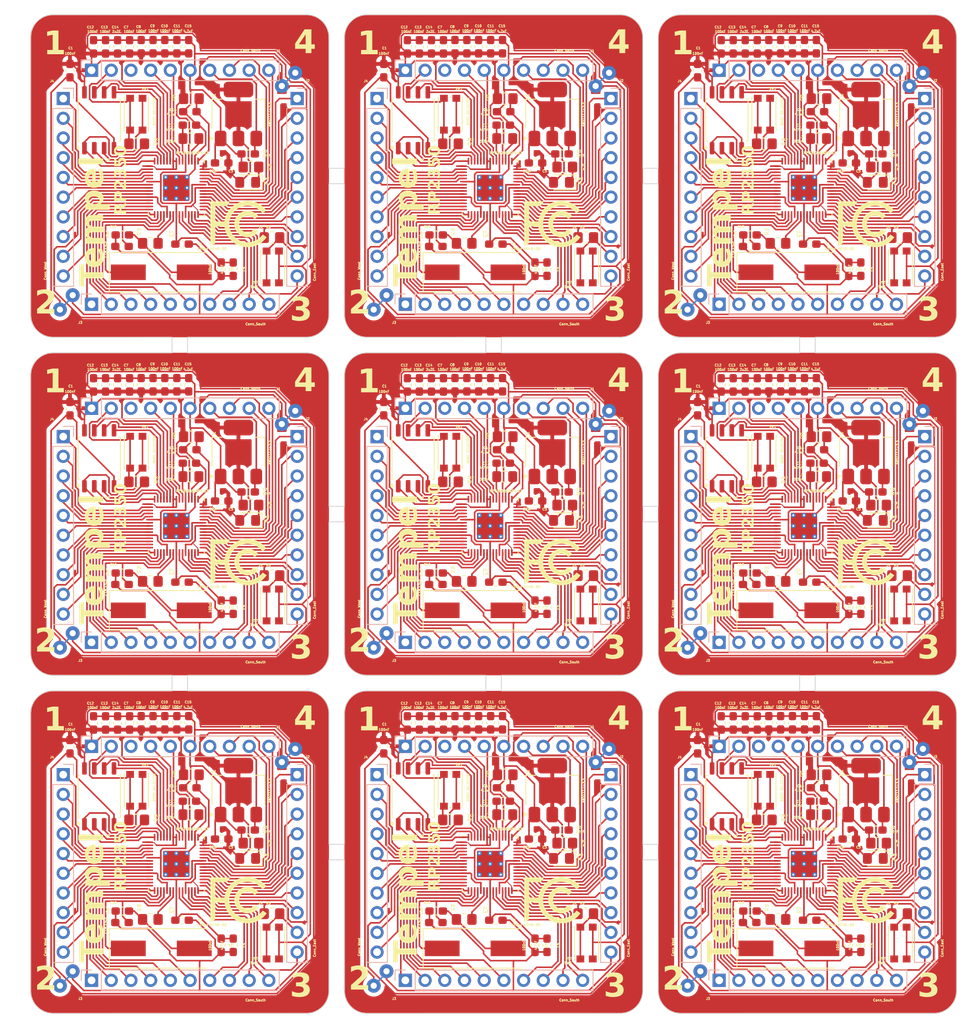
<source format=kicad_pcb>
(kicad_pcb (version 20240108) (generator "pcbnew") (generator_version "8.0")
  (layers (0 "F.Cu" signal) (31 "B.Cu" signal) (34 "B.Paste" user) (35 "F.Paste" user) (36 "B.SilkS" user "B.Silkscreen") (37 "F.SilkS" user "F.Silkscreen") (38 "B.Mask" user) (39 "F.Mask" user) (44 "Edge.Cuts" user))
  (net 0 "")
  (net 1 "Board_0-+1V1")
  (net 2 "Board_0-+3.3V")
  (net 3 "Board_0-+5V")
  (net 4 "Board_0-/GPIO0")
  (net 5 "Board_0-/GPIO1")
  (net 6 "Board_0-/GPIO10")
  (net 7 "Board_0-/GPIO11")
  (net 8 "Board_0-/GPIO12")
  (net 9 "Board_0-/GPIO13")
  (net 10 "Board_0-/GPIO14")
  (net 11 "Board_0-/GPIO15")
  (net 12 "Board_0-/GPIO16")
  (net 13 "Board_0-/GPIO17")
  (net 14 "Board_0-/GPIO18")
  (net 15 "Board_0-/GPIO19")
  (net 16 "Board_0-/GPIO2")
  (net 17 "Board_0-/GPIO20")
  (net 18 "Board_0-/GPIO21")
  (net 19 "Board_0-/GPIO22")
  (net 20 "Board_0-/GPIO23")
  (net 21 "Board_0-/GPIO24")
  (net 22 "Board_0-/GPIO25")
  (net 23 "Board_0-/GPIO26_ADC0")
  (net 24 "Board_0-/GPIO27_ADC1")
  (net 25 "Board_0-/GPIO28_ADC2")
  (net 26 "Board_0-/GPIO29_ADC3")
  (net 27 "Board_0-/GPIO3")
  (net 28 "Board_0-/GPIO4")
  (net 29 "Board_0-/GPIO5")
  (net 30 "Board_0-/GPIO6")
  (net 31 "Board_0-/GPIO7")
  (net 32 "Board_0-/GPIO8")
  (net 33 "Board_0-/GPIO9")
  (net 34 "Board_0-/SPI_SCLK")
  (net 35 "Board_0-/SPI_SD0")
  (net 36 "Board_0-/SPI_SD1")
  (net 37 "Board_0-/SPI_SD2")
  (net 38 "Board_0-/SPI_SD3")
  (net 39 "Board_0-/SPI_SS_N")
  (net 40 "Board_0-/SWCLK")
  (net 41 "Board_0-/SWD")
  (net 42 "Board_0-/USB_DM")
  (net 43 "Board_0-/USB_DP")
  (net 44 "Board_0-/XIN")
  (net 45 "Board_0-/XOUT")
  (net 46 "Board_0-/~{BOOTSEL}")
  (net 47 "Board_0-/~{RST}")
  (net 48 "Board_0-GND")
  (net 49 "Board_0-Net-(C19-Pad1)")
  (net 50 "Board_0-Net-(D1-K)")
  (net 51 "Board_0-Net-(U3-VREG_AVDD)")
  (net 52 "Board_0-Net-(U3-VREG_LX)")
  (net 53 "Board_0-unconnected-(J1-Pin_3-Pad3)")
  (net 54 "Board_1-+1V1")
  (net 55 "Board_1-+3.3V")
  (net 56 "Board_1-+5V")
  (net 57 "Board_1-/GPIO0")
  (net 58 "Board_1-/GPIO1")
  (net 59 "Board_1-/GPIO10")
  (net 60 "Board_1-/GPIO11")
  (net 61 "Board_1-/GPIO12")
  (net 62 "Board_1-/GPIO13")
  (net 63 "Board_1-/GPIO14")
  (net 64 "Board_1-/GPIO15")
  (net 65 "Board_1-/GPIO16")
  (net 66 "Board_1-/GPIO17")
  (net 67 "Board_1-/GPIO18")
  (net 68 "Board_1-/GPIO19")
  (net 69 "Board_1-/GPIO2")
  (net 70 "Board_1-/GPIO20")
  (net 71 "Board_1-/GPIO21")
  (net 72 "Board_1-/GPIO22")
  (net 73 "Board_1-/GPIO23")
  (net 74 "Board_1-/GPIO24")
  (net 75 "Board_1-/GPIO25")
  (net 76 "Board_1-/GPIO26_ADC0")
  (net 77 "Board_1-/GPIO27_ADC1")
  (net 78 "Board_1-/GPIO28_ADC2")
  (net 79 "Board_1-/GPIO29_ADC3")
  (net 80 "Board_1-/GPIO3")
  (net 81 "Board_1-/GPIO4")
  (net 82 "Board_1-/GPIO5")
  (net 83 "Board_1-/GPIO6")
  (net 84 "Board_1-/GPIO7")
  (net 85 "Board_1-/GPIO8")
  (net 86 "Board_1-/GPIO9")
  (net 87 "Board_1-/SPI_SCLK")
  (net 88 "Board_1-/SPI_SD0")
  (net 89 "Board_1-/SPI_SD1")
  (net 90 "Board_1-/SPI_SD2")
  (net 91 "Board_1-/SPI_SD3")
  (net 92 "Board_1-/SPI_SS_N")
  (net 93 "Board_1-/SWCLK")
  (net 94 "Board_1-/SWD")
  (net 95 "Board_1-/USB_DM")
  (net 96 "Board_1-/USB_DP")
  (net 97 "Board_1-/XIN")
  (net 98 "Board_1-/XOUT")
  (net 99 "Board_1-/~{BOOTSEL}")
  (net 100 "Board_1-/~{RST}")
  (net 101 "Board_1-GND")
  (net 102 "Board_1-Net-(C19-Pad1)")
  (net 103 "Board_1-Net-(D1-K)")
  (net 104 "Board_1-Net-(U3-VREG_AVDD)")
  (net 105 "Board_1-Net-(U3-VREG_LX)")
  (net 106 "Board_1-unconnected-(J1-Pin_3-Pad3)")
  (net 107 "Board_2-+1V1")
  (net 108 "Board_2-+3.3V")
  (net 109 "Board_2-+5V")
  (net 110 "Board_2-/GPIO0")
  (net 111 "Board_2-/GPIO1")
  (net 112 "Board_2-/GPIO10")
  (net 113 "Board_2-/GPIO11")
  (net 114 "Board_2-/GPIO12")
  (net 115 "Board_2-/GPIO13")
  (net 116 "Board_2-/GPIO14")
  (net 117 "Board_2-/GPIO15")
  (net 118 "Board_2-/GPIO16")
  (net 119 "Board_2-/GPIO17")
  (net 120 "Board_2-/GPIO18")
  (net 121 "Board_2-/GPIO19")
  (net 122 "Board_2-/GPIO2")
  (net 123 "Board_2-/GPIO20")
  (net 124 "Board_2-/GPIO21")
  (net 125 "Board_2-/GPIO22")
  (net 126 "Board_2-/GPIO23")
  (net 127 "Board_2-/GPIO24")
  (net 128 "Board_2-/GPIO25")
  (net 129 "Board_2-/GPIO26_ADC0")
  (net 130 "Board_2-/GPIO27_ADC1")
  (net 131 "Board_2-/GPIO28_ADC2")
  (net 132 "Board_2-/GPIO29_ADC3")
  (net 133 "Board_2-/GPIO3")
  (net 134 "Board_2-/GPIO4")
  (net 135 "Board_2-/GPIO5")
  (net 136 "Board_2-/GPIO6")
  (net 137 "Board_2-/GPIO7")
  (net 138 "Board_2-/GPIO8")
  (net 139 "Board_2-/GPIO9")
  (net 140 "Board_2-/SPI_SCLK")
  (net 141 "Board_2-/SPI_SD0")
  (net 142 "Board_2-/SPI_SD1")
  (net 143 "Board_2-/SPI_SD2")
  (net 144 "Board_2-/SPI_SD3")
  (net 145 "Board_2-/SPI_SS_N")
  (net 146 "Board_2-/SWCLK")
  (net 147 "Board_2-/SWD")
  (net 148 "Board_2-/USB_DM")
  (net 149 "Board_2-/USB_DP")
  (net 150 "Board_2-/XIN")
  (net 151 "Board_2-/XOUT")
  (net 152 "Board_2-/~{BOOTSEL}")
  (net 153 "Board_2-/~{RST}")
  (net 154 "Board_2-GND")
  (net 155 "Board_2-Net-(C19-Pad1)")
  (net 156 "Board_2-Net-(D1-K)")
  (net 157 "Board_2-Net-(U3-VREG_AVDD)")
  (net 158 "Board_2-Net-(U3-VREG_LX)")
  (net 159 "Board_2-unconnected-(J1-Pin_3-Pad3)")
  (net 160 "Board_3-+1V1")
  (net 161 "Board_3-+3.3V")
  (net 162 "Board_3-+5V")
  (net 163 "Board_3-/GPIO0")
  (net 164 "Board_3-/GPIO1")
  (net 165 "Board_3-/GPIO10")
  (net 166 "Board_3-/GPIO11")
  (net 167 "Board_3-/GPIO12")
  (net 168 "Board_3-/GPIO13")
  (net 169 "Board_3-/GPIO14")
  (net 170 "Board_3-/GPIO15")
  (net 171 "Board_3-/GPIO16")
  (net 172 "Board_3-/GPIO17")
  (net 173 "Board_3-/GPIO18")
  (net 174 "Board_3-/GPIO19")
  (net 175 "Board_3-/GPIO2")
  (net 176 "Board_3-/GPIO20")
  (net 177 "Board_3-/GPIO21")
  (net 178 "Board_3-/GPIO22")
  (net 179 "Board_3-/GPIO23")
  (net 180 "Board_3-/GPIO24")
  (net 181 "Board_3-/GPIO25")
  (net 182 "Board_3-/GPIO26_ADC0")
  (net 183 "Board_3-/GPIO27_ADC1")
  (net 184 "Board_3-/GPIO28_ADC2")
  (net 185 "Board_3-/GPIO29_ADC3")
  (net 186 "Board_3-/GPIO3")
  (net 187 "Board_3-/GPIO4")
  (net 188 "Board_3-/GPIO5")
  (net 189 "Board_3-/GPIO6")
  (net 190 "Board_3-/GPIO7")
  (net 191 "Board_3-/GPIO8")
  (net 192 "Board_3-/GPIO9")
  (net 193 "Board_3-/SPI_SCLK")
  (net 194 "Board_3-/SPI_SD0")
  (net 195 "Board_3-/SPI_SD1")
  (net 196 "Board_3-/SPI_SD2")
  (net 197 "Board_3-/SPI_SD3")
  (net 198 "Board_3-/SPI_SS_N")
  (net 199 "Board_3-/SWCLK")
  (net 200 "Board_3-/SWD")
  (net 201 "Board_3-/USB_DM")
  (net 202 "Board_3-/USB_DP")
  (net 203 "Board_3-/XIN")
  (net 204 "Board_3-/XOUT")
  (net 205 "Board_3-/~{BOOTSEL}")
  (net 206 "Board_3-/~{RST}")
  (net 207 "Board_3-GND")
  (net 208 "Board_3-Net-(C19-Pad1)")
  (net 209 "Board_3-Net-(D1-K)")
  (net 210 "Board_3-Net-(U3-VREG_AVDD)")
  (net 211 "Board_3-Net-(U3-VREG_LX)")
  (net 212 "Board_3-unconnected-(J1-Pin_3-Pad3)")
  (net 213 "Board_4-+1V1")
  (net 214 "Board_4-+3.3V")
  (net 215 "Board_4-+5V")
  (net 216 "Board_4-/GPIO0")
  (net 217 "Board_4-/GPIO1")
  (net 218 "Board_4-/GPIO10")
  (net 219 "Board_4-/GPIO11")
  (net 220 "Board_4-/GPIO12")
  (net 221 "Board_4-/GPIO13")
  (net 222 "Board_4-/GPIO14")
  (net 223 "Board_4-/GPIO15")
  (net 224 "Board_4-/GPIO16")
  (net 225 "Board_4-/GPIO17")
  (net 226 "Board_4-/GPIO18")
  (net 227 "Board_4-/GPIO19")
  (net 228 "Board_4-/GPIO2")
  (net 229 "Board_4-/GPIO20")
  (net 230 "Board_4-/GPIO21")
  (net 231 "Board_4-/GPIO22")
  (net 232 "Board_4-/GPIO23")
  (net 233 "Board_4-/GPIO24")
  (net 234 "Board_4-/GPIO25")
  (net 235 "Board_4-/GPIO26_ADC0")
  (net 236 "Board_4-/GPIO27_ADC1")
  (net 237 "Board_4-/GPIO28_ADC2")
  (net 238 "Board_4-/GPIO29_ADC3")
  (net 239 "Board_4-/GPIO3")
  (net 240 "Board_4-/GPIO4")
  (net 241 "Board_4-/GPIO5")
  (net 242 "Board_4-/GPIO6")
  (net 243 "Board_4-/GPIO7")
  (net 244 "Board_4-/GPIO8")
  (net 245 "Board_4-/GPIO9")
  (net 246 "Board_4-/SPI_SCLK")
  (net 247 "Board_4-/SPI_SD0")
  (net 248 "Board_4-/SPI_SD1")
  (net 249 "Board_4-/SPI_SD2")
  (net 250 "Board_4-/SPI_SD3")
  (net 251 "Board_4-/SPI_SS_N")
  (net 252 "Board_4-/SWCLK")
  (net 253 "Board_4-/SWD")
  (net 254 "Board_4-/USB_DM")
  (net 255 "Board_4-/USB_DP")
  (net 256 "Board_4-/XIN")
  (net 257 "Board_4-/XOUT")
  (net 258 "Board_4-/~{BOOTSEL}")
  (net 259 "Board_4-/~{RST}")
  (net 260 "Board_4-GND")
  (net 261 "Board_4-Net-(C19-Pad1)")
  (net 262 "Board_4-Net-(D1-K)")
  (net 263 "Board_4-Net-(U3-VREG_AVDD)")
  (net 264 "Board_4-Net-(U3-VREG_LX)")
  (net 265 "Board_4-unconnected-(J1-Pin_3-Pad3)")
  (net 266 "Board_5-+1V1")
  (net 267 "Board_5-+3.3V")
  (net 268 "Board_5-+5V")
  (net 269 "Board_5-/GPIO0")
  (net 270 "Board_5-/GPIO1")
  (net 271 "Board_5-/GPIO10")
  (net 272 "Board_5-/GPIO11")
  (net 273 "Board_5-/GPIO12")
  (net 274 "Board_5-/GPIO13")
  (net 275 "Board_5-/GPIO14")
  (net 276 "Board_5-/GPIO15")
  (net 277 "Board_5-/GPIO16")
  (net 278 "Board_5-/GPIO17")
  (net 279 "Board_5-/GPIO18")
  (net 280 "Board_5-/GPIO19")
  (net 281 "Board_5-/GPIO2")
  (net 282 "Board_5-/GPIO20")
  (net 283 "Board_5-/GPIO21")
  (net 284 "Board_5-/GPIO22")
  (net 285 "Board_5-/GPIO23")
  (net 286 "Board_5-/GPIO24")
  (net 287 "Board_5-/GPIO25")
  (net 288 "Board_5-/GPIO26_ADC0")
  (net 289 "Board_5-/GPIO27_ADC1")
  (net 290 "Board_5-/GPIO28_ADC2")
  (net 291 "Board_5-/GPIO29_ADC3")
  (net 292 "Board_5-/GPIO3")
  (net 293 "Board_5-/GPIO4")
  (net 294 "Board_5-/GPIO5")
  (net 295 "Board_5-/GPIO6")
  (net 296 "Board_5-/GPIO7")
  (net 297 "Board_5-/GPIO8")
  (net 298 "Board_5-/GPIO9")
  (net 299 "Board_5-/SPI_SCLK")
  (net 300 "Board_5-/SPI_SD0")
  (net 301 "Board_5-/SPI_SD1")
  (net 302 "Board_5-/SPI_SD2")
  (net 303 "Board_5-/SPI_SD3")
  (net 304 "Board_5-/SPI_SS_N")
  (net 305 "Board_5-/SWCLK")
  (net 306 "Board_5-/SWD")
  (net 307 "Board_5-/USB_DM")
  (net 308 "Board_5-/USB_DP")
  (net 309 "Board_5-/XIN")
  (net 310 "Board_5-/XOUT")
  (net 311 "Board_5-/~{BOOTSEL}")
  (net 312 "Board_5-/~{RST}")
  (net 313 "Board_5-GND")
  (net 314 "Board_5-Net-(C19-Pad1)")
  (net 315 "Board_5-Net-(D1-K)")
  (net 316 "Board_5-Net-(U3-VREG_AVDD)")
  (net 317 "Board_5-Net-(U3-VREG_LX)")
  (net 318 "Board_5-unconnected-(J1-Pin_3-Pad3)")
  (net 319 "Board_6-+1V1")
  (net 320 "Board_6-+3.3V")
  (net 321 "Board_6-+5V")
  (net 322 "Board_6-/GPIO0")
  (net 323 "Board_6-/GPIO1")
  (net 324 "Board_6-/GPIO10")
  (net 325 "Board_6-/GPIO11")
  (net 326 "Board_6-/GPIO12")
  (net 327 "Board_6-/GPIO13")
  (net 328 "Board_6-/GPIO14")
  (net 329 "Board_6-/GPIO15")
  (net 330 "Board_6-/GPIO16")
  (net 331 "Board_6-/GPIO17")
  (net 332 "Board_6-/GPIO18")
  (net 333 "Board_6-/GPIO19")
  (net 334 "Board_6-/GPIO2")
  (net 335 "Board_6-/GPIO20")
  (net 336 "Board_6-/GPIO21")
  (net 337 "Board_6-/GPIO22")
  (net 338 "Board_6-/GPIO23")
  (net 339 "Board_6-/GPIO24")
  (net 340 "Board_6-/GPIO25")
  (net 341 "Board_6-/GPIO26_ADC0")
  (net 342 "Board_6-/GPIO27_ADC1")
  (net 343 "Board_6-/GPIO28_ADC2")
  (net 344 "Board_6-/GPIO29_ADC3")
  (net 345 "Board_6-/GPIO3")
  (net 346 "Board_6-/GPIO4")
  (net 347 "Board_6-/GPIO5")
  (net 348 "Board_6-/GPIO6")
  (net 349 "Board_6-/GPIO7")
  (net 350 "Board_6-/GPIO8")
  (net 351 "Board_6-/GPIO9")
  (net 352 "Board_6-/SPI_SCLK")
  (net 353 "Board_6-/SPI_SD0")
  (net 354 "Board_6-/SPI_SD1")
  (net 355 "Board_6-/SPI_SD2")
  (net 356 "Board_6-/SPI_SD3")
  (net 357 "Board_6-/SPI_SS_N")
  (net 358 "Board_6-/SWCLK")
  (net 359 "Board_6-/SWD")
  (net 360 "Board_6-/USB_DM")
  (net 361 "Board_6-/USB_DP")
  (net 362 "Board_6-/XIN")
  (net 363 "Board_6-/XOUT")
  (net 364 "Board_6-/~{BOOTSEL}")
  (net 365 "Board_6-/~{RST}")
  (net 366 "Board_6-GND")
  (net 367 "Board_6-Net-(C19-Pad1)")
  (net 368 "Board_6-Net-(D1-K)")
  (net 369 "Board_6-Net-(U3-VREG_AVDD)")
  (net 370 "Board_6-Net-(U3-VREG_LX)")
  (net 371 "Board_6-unconnected-(J1-Pin_3-Pad3)")
  (net 372 "Board_7-+1V1")
  (net 373 "Board_7-+3.3V")
  (net 374 "Board_7-+5V")
  (net 375 "Board_7-/GPIO0")
  (net 376 "Board_7-/GPIO1")
  (net 377 "Board_7-/GPIO10")
  (net 378 "Board_7-/GPIO11")
  (net 379 "Board_7-/GPIO12")
  (net 380 "Board_7-/GPIO13")
  (net 381 "Board_7-/GPIO14")
  (net 382 "Board_7-/GPIO15")
  (net 383 "Board_7-/GPIO16")
  (net 384 "Board_7-/GPIO17")
  (net 385 "Board_7-/GPIO18")
  (net 386 "Board_7-/GPIO19")
  (net 387 "Board_7-/GPIO2")
  (net 388 "Board_7-/GPIO20")
  (net 389 "Board_7-/GPIO21")
  (net 390 "Board_7-/GPIO22")
  (net 391 "Board_7-/GPIO23")
  (net 392 "Board_7-/GPIO24")
  (net 393 "Board_7-/GPIO25")
  (net 394 "Board_7-/GPIO26_ADC0")
  (net 395 "Board_7-/GPIO27_ADC1")
  (net 396 "Board_7-/GPIO28_ADC2")
  (net 397 "Board_7-/GPIO29_ADC3")
  (net 398 "Board_7-/GPIO3")
  (net 399 "Board_7-/GPIO4")
  (net 400 "Board_7-/GPIO5")
  (net 401 "Board_7-/GPIO6")
  (net 402 "Board_7-/GPIO7")
  (net 403 "Board_7-/GPIO8")
  (net 404 "Board_7-/GPIO9")
  (net 405 "Board_7-/SPI_SCLK")
  (net 406 "Board_7-/SPI_SD0")
  (net 407 "Board_7-/SPI_SD1")
  (net 408 "Board_7-/SPI_SD2")
  (net 409 "Board_7-/SPI_SD3")
  (net 410 "Board_7-/SPI_SS_N")
  (net 411 "Board_7-/SWCLK")
  (net 412 "Board_7-/SWD")
  (net 413 "Board_7-/USB_DM")
  (net 414 "Board_7-/USB_DP")
  (net 415 "Board_7-/XIN")
  (net 416 "Board_7-/XOUT")
  (net 417 "Board_7-/~{BOOTSEL}")
  (net 418 "Board_7-/~{RST}")
  (net 419 "Board_7-GND")
  (net 420 "Board_7-Net-(C19-Pad1)")
  (net 421 "Board_7-Net-(D1-K)")
  (net 422 "Board_7-Net-(U3-VREG_AVDD)")
  (net 423 "Board_7-Net-(U3-VREG_LX)")
  (net 424 "Board_7-unconnected-(J1-Pin_3-Pad3)")
  (net 425 "Board_8-+1V1")
  (net 426 "Board_8-+3.3V")
  (net 427 "Board_8-+5V")
  (net 428 "Board_8-/GPIO0")
  (net 429 "Board_8-/GPIO1")
  (net 430 "Board_8-/GPIO10")
  (net 431 "Board_8-/GPIO11")
  (net 432 "Board_8-/GPIO12")
  (net 433 "Board_8-/GPIO13")
  (net 434 "Board_8-/GPIO14")
  (net 435 "Board_8-/GPIO15")
  (net 436 "Board_8-/GPIO16")
  (net 437 "Board_8-/GPIO17")
  (net 438 "Board_8-/GPIO18")
  (net 439 "Board_8-/GPIO19")
  (net 440 "Board_8-/GPIO2")
  (net 441 "Board_8-/GPIO20")
  (net 442 "Board_8-/GPIO21")
  (net 443 "Board_8-/GPIO22")
  (net 444 "Board_8-/GPIO23")
  (net 445 "Board_8-/GPIO24")
  (net 446 "Board_8-/GPIO25")
  (net 447 "Board_8-/GPIO26_ADC0")
  (net 448 "Board_8-/GPIO27_ADC1")
  (net 449 "Board_8-/GPIO28_ADC2")
  (net 450 "Board_8-/GPIO29_ADC3")
  (net 451 "Board_8-/GPIO3")
  (net 452 "Board_8-/GPIO4")
  (net 453 "Board_8-/GPIO5")
  (net 454 "Board_8-/GPIO6")
  (net 455 "Board_8-/GPIO7")
  (net 456 "Board_8-/GPIO8")
  (net 457 "Board_8-/GPIO9")
  (net 458 "Board_8-/SPI_SCLK")
  (net 459 "Board_8-/SPI_SD0")
  (net 460 "Board_8-/SPI_SD1")
  (net 461 "Board_8-/SPI_SD2")
  (net 462 "Board_8-/SPI_SD3")
  (net 463 "Board_8-/SPI_SS_N")
  (net 464 "Board_8-/SWCLK")
  (net 465 "Board_8-/SWD")
  (net 466 "Board_8-/USB_DM")
  (net 467 "Board_8-/USB_DP")
  (net 468 "Board_8-/XIN")
  (net 469 "Board_8-/XOUT")
  (net 470 "Board_8-/~{BOOTSEL}")
  (net 471 "Board_8-/~{RST}")
  (net 472 "Board_8-GND")
  (net 473 "Board_8-Net-(C19-Pad1)")
  (net 474 "Board_8-Net-(D1-K)")
  (net 475 "Board_8-Net-(U3-VREG_AVDD)")
  (net 476 "Board_8-Net-(U3-VREG_LX)")
  (net 477 "Board_8-unconnected-(J1-Pin_3-Pad3)")
  (footprint "Capacitor_SMD:C_0603_1608Metric_Pad1.08x0.95mm_HandSolder" (layer "F.Cu") (at 113.452255 39.089999 180)
    (property "Reference" "C3")
    (property "Value" "22uF")
  )
  (footprint "Resistor_SMD:R_0805_2012Metric_Pad1.20x1.40mm_HandSolder" (layer "F.Cu") (at 198.126489 39.619999 180)
    (property "Reference" "R1")
    (property "Value" "1K")
  )
  (footprint "Capacitor_SMD:C_0603_1608Metric_Pad1.08x0.95mm_HandSolder" (layer "F.Cu") (at 153.904372 39.089999 180)
    (property "Reference" "C3")
    (property "Value" "22uF")
  )
  (footprint "Capacitor_SMD:C_0603_1608Metric_Pad1.08x0.95mm_HandSolder" (layer "F.Cu") (at 149.744372 34.219999)
    (property "Reference" "C17")
    (property "Value" "4.7uF")
  )
  (footprint "Capacitor_SMD:C_0603_1608Metric_Pad1.08x0.95mm_HandSolder" (layer "F.Cu") (at 153.834372 96.332789 -90)
    (property "Reference" "C6")
    (property "Value" "100nF")
  )
  (footprint "Symbol:FCC-Logo_7.3x6mm_SilkScreen" (layer "F.Cu") (at 115.622255 134.055579)
    (property "Reference" "REF**" (hide yes))
    (property "Value" "FCC-Logo_7.3x6mm_SilkScreen" (hide yes))
  )
  (footprint "Package_SO:SOIC-8_5.23x5.23mm_P1.27mm" (layer "F.Cu") (at 178.566489 120.695579 90)
    (property "Reference" "U2")
    (property "Value" "W25Q16JVSS")
  )
  (footprint "Capacitor_SMD:C_0603_1608Metric_Pad1.08x0.95mm_HandSolder" (layer "F.Cu") (at 134.344372 70.752789 -90)
    (property "Reference" "C1")
    (property "Value" "100nF")
  )
  (footprint "LED_SMD:LED_0805_2012Metric_Pad1.15x1.40mm_HandSolder" (layer "F.Cu") (at 116.799757 128.695579 180)
    (property "Reference" "D1")
    (property "Value" "red")
  )
  (footprint "Capacitor_SMD:C_0603_1608Metric_Pad1.08x0.95mm_HandSolder" (layer "F.Cu") (at 96.929972 111.241493 90)
    (property "Reference" "C12")
    (property "Value" "100nF")
  )
  (footprint "Capacitor_SMD:C_0603_1608Metric_Pad1.08x0.95mm_HandSolder" (layer "F.Cu") (at 137.382089 111.241493 90)
    (property "Reference" "C12")
    (property "Value" "100nF")
  )
  (footprint "Capacitor_SMD:C_0603_1608Metric_Pad1.08x0.95mm_HandSolder" (layer "F.Cu") (at 138.932094 24.135923 90)
    (property "Reference" "C13")
    (property "Value" "100nF")
  )
  (footprint "Capacitor_SMD:C_0603_1608Metric_Pad1.08x0.95mm_HandSolder" (layer "F.Cu") (at 109.292255 121.325579)
    (property "Reference" "C17")
    (property "Value" "4.7uF")
  )
  (footprint "Capacitor_SMD:C_0603_1608Metric_Pad1.08x0.95mm_HandSolder" (layer "F.Cu") (at 96.929972 67.688703 90)
    (property "Reference" "C12")
    (property "Value" "100nF")
  )
  (footprint "Package_TO_SOT_SMD:SOT-223-3_TabPin2" (layer "F.Cu") (at 196.513986 119.895578 90)
    (property "Reference" "U1")
    (property "Value" "AMS1117-3.3")
  )
  (footprint "Symbol:FCC-Logo_7.3x6mm_SilkScreen" (layer "F.Cu") (at 196.526489 134.055579)
    (property "Reference" "REF**" (hide yes))
    (property "Value" "FCC-Logo_7.3x6mm_SilkScreen" (hide yes))
  )
  (footprint "Capacitor_SMD:C_0603_1608Metric_Pad1.08x0.95mm_HandSolder" (layer "F.Cu") (at 140.482102 24.135918 90)
    (property "Reference" "C14")
    (property "Value" "2u2F")
  )
  (footprint "Capacitor_SMD:C_0603_1608Metric_Pad1.08x0.95mm_HandSolder" (layer "F.Cu") (at 138.932094 67.688713 90)
    (property "Reference" "C13")
    (property "Value" "100nF")
  )
  (footprint "Resistor_SMD:R_0805_2012Metric_Pad1.20x1.40mm_HandSolder" (layer "F.Cu") (at 102.492255 80.182789 180)
    (property "Reference" "R2")
    (property "Value" "2K2")
  )
  (footprint "Button_Switch_SMD:SW_Push_1P1T_NO_CK_KMR2" (layer "F.Cu") (at 160.484372 52.489999 90)
    (property "Reference" "SW2")
    (property "Value" "RST")
  )
  (footprint "Button_Switch_SMD:SW_Push_1P1T_NO_CK_KMR2" (layer "F.Cu") (at 200.936489 96.042789 90)
    (property "Reference" "SW2")
    (property "Value" "RST")
  )
  (footprint "Capacitor_SMD:C_0603_1608Metric_Pad1.08x0.95mm_HandSolder" (layer "F.Cu") (at 180.934219 24.135918 90)
    (property "Reference" "C14")
    (property "Value" "2u2F")
  )
  (footprint "Resistor_SMD:R_0805_2012Metric_Pad1.20x1.40mm_HandSolder" (layer "F.Cu") (at 104.252255 49.449999)
    (property "Reference" "R4")
    (property "Value" "1K")
  )
  (footprint "Capacitor_SMD:C_0603_1608Metric_Pad1.08x0.95mm_HandSolder" (layer "F.Cu") (at 187.024211 67.668702 90)
    (property "Reference" "C10")
    (property "Value" "100nF")
  )
  (footprint "Resistor_SMD:R_0805_2012Metric_Pad1.20x1.40mm_HandSolder" (layer "F.Cu") (at 109.542255 74.362789)
    (property "Reference" "R3")
    (property "Value" "33")
  )
  (footprint "Package_SO:SOIC-8_5.23x5.23mm_P1.27mm" (layer "F.Cu") (at 138.114372 33.589999 90)
    (property "Reference" "U2")
    (property "Value" "W25Q16JVSS")
  )
  (footprint "Capacitor_SMD:C_0603_1608Metric_Pad1.08x0.95mm_HandSolder" (layer "F.Cu") (at 149.744372 121.325579)
    (property "Reference" "C17")
    (property "Value" "4.7uF")
  )
  (footprint "Capacitor_SMD:C_0603_1608Metric_Pad1.08x0.95mm_HandSolder" (layer "F.Cu") (at 179.384211 67.688713 90)
    (property "Reference" "C13")
    (property "Value" "100nF")
  )
  (footprint "Capacitor_SMD:C_0603_1608Metric_Pad1.08x0.95mm_HandSolder" (layer "F.Cu") (at 138.932094 111.241503 90)
    (property "Reference" "C13")
    (property "Value" "100nF")
  )
  (footprint "Crystal:Crystal_SMD_HC49-SD" (layer "F.Cu") (at 105.662255 140.285579)
    (property "Reference" "Y1")
    (property "Value" "12Mhz HC49-SD")
  )
  (footprint "Capacitor_SMD:C_0603_1608Metric_Pad1.08x0.95mm_HandSolder" (layer "F.Cu") (at 148.794372 49.549999)
    (property "Reference" "C4")
    (property "Value" "1uF")
  )
  (footprint "Resistor_SMD:R_0805_2012Metric_Pad1.20x1.40mm_HandSolder" (layer "F.Cu") (at 109.542255 117.915579)
    (property "Reference" "R3")
    (property "Value" "33")
  )
  (footprint "Resistor_SMD:R_0805_2012Metric_Pad1.20x1.40mm_HandSolder" (layer "F.Cu") (at 200.836489 135.815579 180)
    (property "Reference" "R5")
    (property "Value" "1K")
  )
  (footprint "Capacitor_SMD:C_0603_1608Metric_Pad1.08x0.95mm_HandSolder" (layer "F.Cu") (at 98.479977 24.135923 90)
    (property "Reference" "C13")
    (property "Value" "100nF")
  )
  (footprint "Capacitor_SMD:C_0603_1608Metric_Pad1.08x0.95mm_HandSolder" (layer "F.Cu") (at 197.766489 81.482789 180)
    (property "Reference" "C2")
    (property "Value" "22uF")
  )
  (footprint "Button_Switch_SMD:SW_Push_1P1T_NO_CK_KMR2" (layer "F.Cu") (at 200.936489 52.489999 90)
    (property "Reference" "SW2")
    (property "Value" "RST")
  )
  (footprint "lib:RP2350-QFN-60-1EP_7x7_P0.4mm_EP3.4x3.4mm_ThermalVias" (layer "F.Cu") (at 148.054372 42.299999)
    (property "Reference" "U3")
    (property "Value" "RP2350_60QFN")
  )
  (footprint "Capacitor_SMD:C_0603_1608Metric_Pad1.08x0.95mm_HandSolder" (layer "F.Cu") (at 157.314372 125.035579 180)
    (property "Reference" "C2")
    (property "Value" "22uF")
  )
  (footprint "Capacitor_SMD:C_0603_1608Metric_Pad1.08x0.95mm_HandSolder" (layer "F.Cu") (at 195.836489 139.885579 -90)
    (property "Reference" "C5")
    (property "Value" "4.7uF")
  )
  (footprint "Button_Switch_SMD:SW_Push_1P1T_NO_CK_KMR2" (layer "F.Cu") (at 183.346489 76.362789 90)
    (property "Reference" "SW1")
    (property "Value" "BOOT SELECTOR")
  )
  (footprint "Resistor_SMD:R_0805_2012Metric_Pad1.20x1.40mm_HandSolder" (layer "F.Cu") (at 185.156489 49.449999)
    (property "Reference" "R4")
    (property "Value" "1K")
  )
  (footprint "Capacitor_SMD:C_0603_1608Metric_Pad1.08x0.95mm_HandSolder" (layer "F.Cu") (at 177.834206 24.135913 90)
    (property "Reference" "C12")
    (property "Value" "100nF")
  )
  (footprint "Button_Switch_SMD:SW_Push_1P1T_NO_CK_KMR2" (layer "F.Cu") (at 183.346489 32.809999 90)
    (property "Reference" "SW1")
    (property "Value" "BOOT SELECTOR")
  )
  (footprint "Package_SO:SOIC-8_5.23x5.23mm_P1.27mm" (layer "F.Cu") (at 178.566489 33.589999 90)
    (property "Reference" "U2")
    (property "Value" "W25Q16JVSS")
  )
  (footprint "Capacitor_SMD:C_0603_1608Metric_Pad1.08x0.95mm_HandSolder" (layer "F.Cu") (at 141.094372 135.475579 180)
    (property "Reference" "C19")
    (property "Value" "12pF")
  )
  (footprint "Capacitor_SMD:C_0603_1608Metric_Pad1.08x0.95mm_HandSolder" (layer "F.Cu") (at 143.522097 24.11591 90)
    (property "Reference" "C8")
    (property "Value" "100nF")
  )
  (footprint "Capacitor_SMD:C_0603_1608Metric_Pad1.08x0.95mm_HandSolder" (layer "F.Cu") (at 116.862255 81.482789 180)
    (property "Reference" "C2")
    (property "Value" "22uF")
  )
  (footprint "Button_Switch_SMD:SW_Push_1P1T_NO_CK_KMR2" (layer "F.Cu") (at 142.894372 76.362789 90)
    (property "Reference" "SW1")
    (property "Value" "BOOT SELECTOR")
  )
  (footprint "Capacitor_SMD:C_0603_1608Metric_Pad1.08x0.95mm_HandSolder" (layer "F.Cu") (at 93.892255 70.752789 -90)
    (property "Reference" "C1")
    (property "Value" "100nF")
  )
  (footprint "Capacitor_SMD:C_0603_1608Metric_Pad1.08x0.95mm_HandSolder" (layer "F.Cu") (at 109.199974 111.221495 90)
    (property "Reference" "C15")
    (property "Value" "4.7uF")
  )
  (footprint "Resistor_SMD:R_0805_2012Metric_Pad1.20x1.40mm_HandSolder" (layer "F.Cu") (at 183.396489 80.182789 180)
    (property "Reference" "R2")
    (property "Value" "2K2")
  )
  (footprint "LED_SMD:LED_0805_2012Metric_Pad1.15x1.40mm_HandSolder" (layer "F.Cu") (at 197.703991 128.695579 180)
    (property "Reference" "D1")
    (property "Value" "red")
  )
  (footprint "Capacitor_SMD:C_0603_1608Metric_Pad1.08x0.95mm_HandSolder" (layer "F.Cu") (at 190.196489 77.772789)
    (property "Reference" "C17")
    (property "Value" "4.7uF")
  )
  (footprint "Resistor_SMD:R_0805_2012Metric_Pad1.20x1.40mm_HandSolder" (layer "F.Cu") (at 109.542255 30.809999)
    (property "Reference" "R3")
    (property "Value" "33")
  )
  (footprint "Button_Switch_SMD:SW_Push_1P1T_NO_CK_KMR2" (layer "F.Cu") (at 120.032255 96.042789 90)
    (property "Reference" "SW2")
    (property "Value" "RST")
  )
  (footprint "Capacitor_SMD:C_0603_1608Metric_Pad1.08x0.95mm_HandSolder" (layer "F.Cu") (at 180.934219 67.688708 90)
    (property "Reference" "C14")
    (property "Value" "2u2F")
  )
  (footprint "Capacitor_SMD:C_0603_1608Metric_Pad1.08x0.95mm_HandSolder" (layer "F.Cu") (at 190.104208 111.221495 90)
    (property "Reference" "C15")
    (property "Value" "4.7uF")
  )
  (footprint "Capacitor_SMD:C_0603_1608Metric_Pad1.08x0.95mm_HandSolder" (layer "F.Cu") (at 194.356489 39.089999 180)
    (property "Reference" "C3")
    (property "Value" "22uF")
  )
  (footprint "Capacitor_SMD:C_0603_1608Metric_Pad1.08x0.95mm_HandSolder" (layer "F.Cu") (at 100.602255 136.955579 180)
    (property "Reference" "C18")
    (property "Value" "12pF")
  )
  (footprint "Capacitor_SMD:C_0603_1608Metric_Pad1.08x0.95mm_HandSolder" (layer "F.Cu") (at 146.572094 111.221492 90)
    (property "Reference" "C10")
    (property "Value" "100nF")
  )
  (footprint "lib:RP2350-QFN-60-1EP_7x7_P0.4mm_EP3.4x3.4mm_ThermalVias" (layer "F.Cu") (at 188.506489 129.405579)
    (property "Reference" "U3")
    (property "Value" "RP2350_60QFN")
  )
  (footprint "Inductor_SMD:L_0805_2012Metric_Pad1.15x1.40mm_HandSolder" (layer "F.Cu") (at 149.934372 35.949999)
    (property "Reference" "L1")
    (property "Value" "3.3uH")
  )
  (footprint "Capacitor_SMD:C_0603_1608Metric_Pad1.08x0.95mm_HandSolder" (layer "F.Cu") (at 174.796489 70.752789 -90)
    (property "Reference" "C1")
    (property "Value" "100nF")
  )
  (footprint "Button_Switch_SMD:SW_Push_1P1T_NO_CK_KMR2" (layer "F.Cu") (at 142.894372 32.809999 90)
    (property "Reference" "SW1")
    (property "Value" "BOOT SELECTOR")
  )
  (footprint "Capacitor_SMD:C_0603_1608Metric_Pad1.08x0.95mm_HandSolder" (layer "F.Cu") (at 197.766489 37.929999 180)
    (property "Reference" "C2")
    (property "Value" "22uF")
  )
  (footprint "Capacitor_SMD:C_0603_1608Metric_Pad1.08x0.95mm_HandSolder" (layer "F.Cu") (at 106.119977 111.221492 90)
    (property "Reference" "C10")
    (property "Value" "100nF")
  )
  (footprint "Capacitor_SMD:C_0603_1608Metric_Pad1.08x0.95mm_HandSolder" (layer "F.Cu") (at 189.246489 93.102789)
    (property "Reference" "C4")
    (property "Value" "1uF")
  )
  (footprint "Package_TO_SOT_SMD:SOT-223-3_TabPin2" (layer "F.Cu") (at 156.061869 32.789998 90)
    (property "Reference" "U1")
    (property "Value" "AMS1117-3.3")
  )
  (footprint "Resistor_SMD:R_0805_2012Metric_Pad1.20x1.40mm_HandSolder" (layer "F.Cu") (at 190.446489 117.915579)
    (property "Reference" "R3")
    (property "Value" "33")
  )
  (footprint "Capacitor_SMD:C_0603_1608Metric_Pad1.08x0.95mm_HandSolder" (layer "F.Cu") (at 113.382255 139.885579 -90)
    (property "Reference" "C6")
    (property "Value" "100nF")
  )
  (footprint "Capacitor_SMD:C_0603_1608Metric_Pad1.08x0.95mm_HandSolder" (layer "F.Cu") (at 146.572094 67.668702 90)
    (property "Reference" "C10")
    (property "Value" "100nF")
  )
  (footprint "Capacitor_SMD:C_0603_1608Metric_Pad1.08x0.95mm_HandSolder" (layer "F.Cu") (at 134.344372 114.305579 -90)
    (property "Reference" "C1")
    (property "Value" "100nF")
  )
  (footprint "Resistor_SMD:R_0805_2012Metric_Pad1.20x1.40mm_HandSolder" (layer "F.Cu") (at 185.156489 136.555579)
    (property "Reference" "R4")
    (property "Value" "1K")
  )
  (footprint "Resistor_SMD:R_0805_2012Metric_Pad1.20x1.40mm_HandSolder" (layer "F.Cu") (at 149.994372 30.809999)
    (property "Reference" "R3")
    (property "Value" "33")
  )
  (footprint "Resistor_SMD:R_0805_2012Metric_Pad1.20x1.40mm_HandSolder" (layer "F.Cu") (at 149.994372 74.362789)
    (property "Reference" "R3")
    (property "Value" "33")
  )
  (footprint "Package_TO_SOT_SMD:SOT-223-3_TabPin2" (layer "F.Cu") (at 156.061869 76.342788 90)
    (property "Reference" "U1")
    (property "Value" "AMS1117-3.3")
  )
  (footprint "Inductor_SMD:L_0805_2012Metric_Pad1.15x1.40mm_HandSolder" (layer "F.Cu") (at 109.482255 35.949999)
    (property "Reference" "L1")
    (property "Value" "3.3uH")
  )
  (footprint "Capacitor_SMD:C_0603_1608Metric_Pad1.08x0.95mm_HandSolder" (layer "F.Cu") (at 109.342255 76.042789 180)
    (property "Reference" "C16")
    (property "Value" "4.7uF")
  )
  (footprint "Capacitor_SMD:C_0603_1608Metric_Pad1.08x0.95mm_HandSolder" (layer "F.Cu") (at 145.052095 111.221495 90)
    (property "Reference" "C9")
    (property "Value" "100nF")
  )
  (footprint "Capacitor_SMD:C_0603_1608Metric_Pad1.08x0.95mm_HandSolder" (layer "F.Cu") (at 187.024211 111.221492 90)
    (property "Reference" "C10")
    (property "Value" "100nF")
  )
  (footprint "Capacitor_SMD:C_0603_1608Metric_Pad1.08x0.95mm_HandSolder" (layer "F.Cu") (at 183.974214 24.11591 90)
    (property "Reference" "C8")
    (property "Value" "100nF")
  )
  (footprint "Package_SO:SOIC-8_5.23x5.23mm_P1.27mm" (layer "F.Cu") (at 97.662255 33.589999 90)
    (property "Reference" "U2")
    (property "Value" "W25Q16JVSS")
  )
  (footprint "Symbol:FCC-Logo_7.3x6mm_SilkScreen" (layer "F.Cu") (at 196.526489 90.502789)
    (property "Reference" "REF**" (hide yes))
    (property "Value" "FCC-Logo_7.3x6mm_SilkScreen" (hide yes))
  )
  (footprint "Resistor_SMD:R_0805_2012Metric_Pad1.20x1.40mm_HandSolder" (layer "F.Cu") (at 142.944372 80.182789 180)
    (property "Reference" "R2")
    (property "Value" "2K2")
  )
  (footprint "Capacitor_SMD:C_0603_1608Metric_Pad1.08x0.95mm_HandSolder" (layer "F.Cu") (at 108.342255 136.655579)
    (property "Reference" "C4")
    (property "Value" "1uF")
  )
  (footprint "Capacitor_SMD:C_0603_1608Metric_Pad1.08x0.95mm_HandSolder" (layer "F.Cu") (at 190.246489 32.489999 180)
    (property "Reference" "C16")
    (property "Value" "4.7uF")
  )
  (footprint "Capacitor_SMD:C_0603_1608Metric_Pad1.08x0.95mm_HandSolder" (layer "F.Cu") (at 174.796489 27.199999 -90)
    (property "Reference" "C1")
    (property "Value" "100nF")
  )
  (footprint "Capacitor_SMD:C_0603_1608Metric_Pad1.08x0.95mm_HandSolder" (layer "F.Cu") (at 195.836489 52.779999 -90)
    (property "Reference" "C5")
    (property "Value" "4.7uF")
  )
  (footprint "Capacitor_SMD:C_0603_1608Metric_Pad1.08x0.95mm_HandSolder" (layer "F.Cu") (at 190.196489 121.325579)
    (property "Reference" "C17")
    (property "Value" "4.7uF")
  )
  (footprint "Capacitor_SMD:C_0603_1608Metric_Pad1.08x0.95mm_HandSolder" (layer "F.Cu") (at 104.599978 111.221495 90)
    (property "Reference" "C9")
    (property "Value" "100nF")
  )
  (footprint "Capacitor_SMD:C_0603_1608Metric_Pad1.08x0.95mm_HandSolder" (layer "F.Cu") (at 194.286489 96.332789 -90)
    (property "Reference" "C6")
    (property "Value" "100nF")
  )
  (footprint "Resistor_SMD:R_0805_2012Metric_Pad1.20x1.40mm_HandSolder" (layer "F.Cu") (at 144.704372 93.002789)
    (property "Reference" "R4")
    (property "Value" "1K")
  )
  (footprint "Resistor_SMD:R_0805_2012Metric_Pad1.20x1.40mm_HandSolder" (layer "F.Cu") (at 119.932255 135.815579 180)
    (property "Reference" "R5")
    (property "Value" "1K")
  )
  (footprint "Capacitor_SMD:C_0603_1608Metric_Pad1.08x0.95mm_HandSolder" (layer "F.Cu") (at 114.932255 96.332789 -90)
    (property "Reference" "C5")
    (property "Value" "4.7uF")
  )
  (footprint "Resistor_SMD:R_0805_2012Metric_Pad1.20x1.40mm_HandSolder" (layer "F.Cu") (at 119.932255 48.709999 180)
    (property "Reference" "R5")
    (property "Value" "1K")
  )
  (footprint "Capacitor_SMD:C_0603_1608Metric_Pad1.08x0.95mm_HandSolder" (layer "F.Cu") (at 113.452255 82.642789 180)
    (property "Reference" "C3")
    (property "Value" "22uF")
  )
  (footprint "Resistor_SMD:R_0805_2012Metric_Pad1.20x1.40mm_HandSolder" (layer "F.Cu") (at 144.704372 136.555579)
    (property "Reference" "R4")
    (property "Value" "1K")
  )
  (footprint "LED_SMD:LED_0805_2012Metric_Pad1.15x1.40mm_HandSolder" (layer "F.Cu") (at 116.799757 85.142789 180)
    (property "Reference" "D1")
    (property "Value" "red")
  )
  (footprint "Capacitor_SMD:C_0603_1608Metric_Pad1.08x0.95mm_HandSolder" (layer "F.Cu") (at 197.766489 125.035579 180)
    (property "Reference" "C2")
    (property "Value" "22uF")
  )
  (footprint "Capacitor_SMD:C_0603_1608Metric_Pad1.08x0.95mm_HandSolder" (layer "F.Cu") (at 153.834372 52.779999 -90)
    (property "Reference" "C6")
    (property "Value" "100nF")
  )
  (footprint "Capacitor_SMD:C_0603_1608Metric_Pad1.08x0.95mm_HandSolder" (layer "F.Cu") (at 96.929972 24.135913 90)
    (property "Reference" "C12")
    (property "Value" "100nF")
  )
  (footprint "Capacitor_SMD:C_0603_1608Metric_Pad1.08x0.95mm_HandSolder" (layer "F.Cu") (at 113.382255 52.779999 -90)
    (property "Reference" "C6")
    (property "Value" "100nF")
  )
  (footprint "Capacitor_SMD:C_0603_1608Metric_Pad1.08x0.95mm_HandSolder" (layer "F.Cu") (at 93.892255 114.305579 -90)
    (property "Reference" "C1")
    (property "Value" "100nF")
  )
  (footprint "Capacitor_SMD:C_0603_1608Metric_Pad1.08x0.95mm_HandSolder" (layer "F.Cu") (at 103.06998 111.22149 90)
    (property "Reference" "C8")
    (property "Value" "100nF")
  )
  (footprint "Capacitor_SMD:C_0603_1608Metric_Pad1.08x0.95mm_HandSolder" (layer "F.Cu") (at 181.506489 49.849999 180)
    (property "Reference" "C18")
    (property "Value" "12pF")
  )
  (footprint "Capacitor_SMD:C_0603_1608Metric_Pad1.08x0.95mm_HandSolder" (layer "F.Cu") (at 179.384211 111.241503 90)
    (property "Reference" "C13")
    (property "Value" "100nF")
  )
  (footprint "Resistor_SMD:R_0805_2012Metric_Pad1.20x1.40mm_HandSolder" (layer "F.Cu") (at 157.674372 39.619999 180)
    (property "Reference" "R1")
    (property "Value" "1K")
  )
  (footprint "Button_Switch_SMD:SW_Push_1P1T_NO_CK_KMR2" (layer "F.Cu") (at 102.442255 32.809999 90)
    (property "Reference" "SW1")
    (property "Value" "BOOT SELECTOR")
  )
  (footprint "Resistor_SMD:R_0805_2012Metric_Pad1.20x1.40mm_HandSolder" (layer "F.Cu") (at 119.932255 92.262789 180)
    (property "Reference" "R5")
    (property "Value" "1K")
  )
  (footprint "Resistor_SMD:R_0805_2012Metric_Pad1.20x1.40mm_HandSolder" (layer "F.Cu") (at 157.674372 83.172789 180)
    (property "Reference" "R1")
    (property "Value" "1K")
  )
  (footprint "Capacitor_SMD:C_0603_1608Metric_Pad1.08x0.95mm_HandSolder" (layer "F.Cu") (at 153.904372 82.642789 180)
    (property "Reference" "C3")
    (property "Value" "22uF")
  )
  (footprint "Crystal:Crystal_SMD_HC49-SD" (layer "F.Cu") (at 146.114372 96.732789)
    (property "Reference" "Y1")
    (property "Value" "12Mhz HC49-SD")
  )
  (footprint "Resistor_SMD:R_0805_2012Metric_Pad1.20x1.40mm_HandSolder" (layer "F.Cu") (at 117.222255 126.725579 180)
    (property "Reference" "R1")
    (property "Value" "1K")
  )
  (footprint "Capacitor_SMD:C_0603_1608Metric_Pad1.08x0.95mm_HandSolder" (layer "F.Cu") (at 109.292255 34.219999)
    (property "Reference" "C17")
    (property "Value" "4.7uF")
  )
  (footprint "Capacitor_SMD:C_0603_1608Metric_Pad1.08x0.95mm_HandSolder" (layer "F.Cu") (at 141.054372 49.849999 180)
    (property "Reference" "C18")
    (property "Value" "12pF")
  )
  (footprint "Capacitor_SMD:C_0603_1608Metric_Pad1.08x0.95mm_HandSolder" (layer "F.Cu") (at 149.794372 119.595579 180)
    (property "Reference" "C16")
    (property "Value" "4.7uF")
  )
  (footprint "Capacitor_SMD:C_0603_1608Metric_Pad1.08x0.95mm_HandSolder" (layer "F.Cu") (at 185.504212 24.115915 90)
    (property "Reference" "C9")
    (property "Value" "100nF")
  )
  (footprint "Resistor_SMD:R_0805_2012Metric_Pad1.20x1.40mm_HandSolder" (layer "F.Cu") (at 198.126489 83.172789 180)
    (property "Reference" "R1")
    (property "Value" "1K")
  )
  (footprint "Resistor_SMD:R_0805_2012Metric_Pad1.20x1.40mm_HandSolder" (layer "F.Cu") (at 183.396489 123.735579 180)
    (property "Reference" "R2")
    (property "Value" "2K2")
  )
  (footprint "Capacitor_SMD:C_0603_1608Metric_Pad1.08x0.95mm_HandSolder" (layer "F.Cu") (at 103.06998 24.11591 90)
    (property "Reference" "C8")
    (property "Value" "100nF")
  )
  (footprint "Package_TO_SOT_SMD:SOT-223-3_TabPin2" (layer "F.Cu") (at 196.513986 76.342788 90)
    (property "Reference" "U1")
    (property "Value" "AMS1117-3.3")
  )
  (footprint "Capacitor_SMD:C_0603_1608Metric_Pad1.08x0.95mm_HandSolder" (layer "F.Cu") (at 107.669977 111.22149 90)
    (property "Reference" "C11")
    (property "Value" "100nF")
  )
  (footprint "Capacitor_SMD:C_0603_1608Metric_Pad1.08x0.95mm_HandSolder" (layer "F.Cu") (at 188.574211 67.6687 90)
    (property "Reference" "C11")
    (property "Value" "100nF")
  )
  (footprint "Capacitor_SMD:C_0603_1608Metric_Pad1.08x0.95mm_HandSolder" (layer "F.Cu") (at 189.246489 49.549999)
    (property "Reference" "C4")
    (property "Value" "1uF")
  )
  (footprint "Capacitor_SMD:C_0603_1608Metric_Pad1.08x0.95mm_HandSolder" (layer "F.Cu") (at 182.48421 67.68871 90)
    (property "Reference" "C7")
    (property "Value" "100nF")
  )
  (footprint "Capacitor_SMD:C_0603_1608Metric_Pad1.08x0.95mm_HandSolder" (layer "F.Cu") (at 100.642255 91.922789 180)
    (property "Reference" "C19")
    (property "Value" "12pF")
  )
  (footprint "Inductor_SMD:L_0805_2012Metric_Pad1.15x1.40mm_HandSolder" (layer "F.Cu") (at 109.482255 123.055579)
    (property "Reference" "L1")
    (property "Value" "3.3uH")
  )
  (footprint "Resistor_SMD:R_0805_2012Metric_Pad1.20x1.40mm_HandSolder" (layer "F.Cu") (at 142.944372 123.735579 180)
    (property "Reference" "R2")
    (property "Value" "2K2")
  )
  (footprint "Capacitor_SMD:C_0603_1608Metric_Pad1.08x0.95mm_HandSolder" (layer "F.Cu") (at 109.199974 24.115915 90)
    (property "Reference" "C15")
    (property "Value" "4.7uF")
  )
  (footprint "Capacitor_SMD:C_0603_1608Metric_Pad1.08x0.95mm_HandSolder" (layer "F.Cu") (at 137.382089 24.135913 90)
    (property "Reference" "C12")
    (property "Value" "100nF")
  )
  (footprint "Capacitor_SMD:C_0603_1608Metric_Pad1.08x0.95mm_HandSolder" (layer "F.Cu") (at 177.834206 111.241493 90)
    (property "Reference" "C12")
    (property "Value" "100nF")
  )
  (footprint "LED_SMD:LED_0805_2012Metric_Pad1.15x1.40mm_HandSolder" (layer "F.Cu") (at 197.703991 41.589999 180)
    (property "Reference" "D1")
    (property "Value" "red")
  )
  (footprint "Button_Switch_SMD:SW_Push_1P1T_NO_CK_KMR2" (layer "F.Cu") (at 102.442255 119.915579 90)
    (property "Reference" "SW1")
    (property "Value" "BOOT SELECTOR")
  )
  (footprint "Package_TO_SOT_SMD:SOT-223-3_TabPin2" (layer "F.Cu") (at 115.609752 119.895578 90)
    (property "Reference" "U1")
    (property "Value" "AMS1117-3.3")
  )
  (footprint "Resistor_SMD:R_0805_2012Metric_Pad1.20x1.40mm_HandSolder" (layer "F.Cu") (at 117.222255 39.619999 180)
    (property "Reference" "R1")
    (property "Value" "1K")
  )
  (footprint "Resistor_SMD:R_0805_2012Metric_Pad1.20x1.40mm_HandSolder" (layer "F.Cu") (at 160.384372 48.709999 180)
    (property "Reference" "R5")
    (property "Value" "1K")
  )
  (footprint "Capacitor_SMD:C_0603_1608Metric_Pad1.08x0.95mm_HandSolder" (layer "F.Cu") (at 180.934219 111.241498 90)
    (property "Reference" "C14")
    (property "Value" "2u2F")
  )
  (footprint "Capacitor_SMD:C_0603_1608Metric_Pad1.08x0.95mm_HandSolder" (layer "F.Cu") (at 145.052095 67.668705 90)
    (property "Reference" "C9")
    (property "Value" "100nF")
  )
  (footprint "Capacitor_SMD:C_0603_1608Metric_Pad1.08x0.95mm_HandSolder" (layer "F.Cu") (at 113.452255 126.195579 180)
    (property "Reference" "C3")
    (property "Value" "22uF")
  )
  (footprint "Capacitor_SMD:C_0603_1608Metric_Pad1.08x0.95mm_HandSolder" (layer "F.Cu") (at 134.344372 27.199999 -90)
    (property "Reference" "C1")
    (property "Value" "100nF")
  )
  (footprint "Capacitor_SMD:C_0603_1608Metric_Pad1.08x0.95mm_HandSolder" (layer "F.Cu") (at 181.546489 91.922789 180)
    (property "Reference" "C19")
    (property "Value" "12pF")
  )
  (footprint "Capacitor_SMD:C_0603_1608Metric_Pad1.08x0.95mm_HandSolder" (layer "F.Cu") (at 194.356489 126.195579 180)
    (property "Reference" "C3")
    (property "Value" "22uF")
  )
  (footprint "Capacitor_SMD:C_0603_1608Metric_Pad1.08x0.95mm_HandSolder" (layer "F.Cu") (at 181.506489 93.402789 180)
    (property "Reference" "C18")
    (property "Value" "12pF")
  )
  (footprint "Capacitor_SMD:C_0603_1608Metric_Pad1.08x0.95mm_HandSolder" (layer "F.Cu") (at 155.384372 96.332789 -90)
    (property "Reference" "C5")
    (property "Value" "4.7uF")
  )
  (footprint "Capacitor_SMD:C_0603_1608Metric_Pad1.08x0.95mm_HandSolder" (layer "F.Cu") (at 149.652091 24.115915 90)
    (property "Reference" "C15")
    (property "Value" "4.7uF")
  )
  (footprint "Capacitor_SMD:C_0603_1608Metric_Pad1.08x0.95mm_HandSolder" (layer "F.Cu") (at 141.054372 93.402789 180)
    (property "Reference" "C18")
    (property "Value" "12pF")
  )
  (footprint "Button_Switch_SMD:SW_Push_1P1T_NO_CK_KMR2" (layer "F.Cu") (at 120.032255 52.489999 90)
    (property "Reference" "SW2")
    (property "Value" "RST")
  )
  (footprint "Package_TO_SOT_SMD:SOT-223-3_TabPin2" (layer "F.Cu") (at 156.061869 119.895578 90)
    (property "Reference" "U1")
    (property "Value" "AMS1117-3.3")
  )
  (footprint "Resistor_SMD:R_0805_2012Metric_Pad1.20x1.40mm_HandSolder" (layer "F.Cu") (at 200.836489 48.709999 180)
    (property "Reference" "R5")
    (property "Value" "1K")
  )
  (footprint "Capacitor_SMD:C_0603_1608Metric_Pad1.08x0.95mm_HandSolder" (layer "F.Cu") (at 185.504212 67.668705 90)
    (property "Reference" "C9")
    (property "Value" "100nF")
  )
  (footprint "Package_SO:SOIC-8_5.23x5.23mm_P1.27mm" (layer "F.Cu") (at 138.114372 120.695579 90)
    (property "Reference" "U2")
    (property "Value" "W25Q16JVSS")
  )
  (footprint "Capacitor_SMD:C_0603_1608Metric_Pad1.08x0.95mm_HandSolder" (layer "F.Cu") (at 174.796489 114.305579 -90)
    (property "Reference" "C1")
    (property "Value" "100nF")
  )
  (footprint "Resistor_SMD:R_0805_2012Metric_Pad1.20x1.40mm_HandSolder" (layer "F.Cu") (at 190.446489 74.362789)
    (property "Reference" "R3")
    (property "Value" "33")
  )
  (footprint "Button_Switch_SMD:SW_Push_1P1T_NO_CK_KMR2" (layer "F.Cu") (at 160.484372 96.042789 90)
    (property "Reference" "SW2")
    (property "Value" "RST")
  )
  (footprint "Resistor_SMD:R_0805_2012Metric_Pad1.20x1.40mm_HandSolder" (layer "F.Cu") (at 117.222255 83.172789 180)
    (property "Reference" "R1")
    (property "Value" "1K")
  )
  (footprint "Crystal:Crystal_SMD_HC49-SD" (layer "F.Cu") (at 186.566489 53.179999)
    (property "Reference" "Y1")
    (property "Value" "12Mhz HC49-SD")
  )
  (footprint "Capacitor_SMD:C_0603_1608Metric_Pad1.08x0.95mm_HandSolder" (layer "F.Cu") (at 116.862255 125.035579 180)
    (property "Reference" "C2")
    (property "Value" "22uF")
  )
  (footprint "lib:RP2350-QFN-60-1EP_7x7_P0.4mm_EP3.4x3.4mm_ThermalVias" (layer "F.Cu") (at 148.054372 85.852789)
    (property "Reference" "U3")
    (property "Value" "RP2350_60QFN")
  )
  (footprint "Button_Switch_SMD:SW_Push_1P1T_NO_CK_KMR2" (layer "F.Cu") (at 142.894372 119.915579 90)
    (property "Reference" "SW1")
    (property "Value" "BOOT SELECTOR")
  )
  (footprint "Capacitor_SMD:C_0603_1608Metric_Pad1.08x0.95mm_HandSolder" (layer "F.Cu") (at 190.246489 76.042789 180)
    (property "Reference" "C16")
    (property "Value" "4.7uF")
  )
  (footprint "Package_SO:SOIC-8_5.23x5.23mm_P1.27mm" (layer "F.Cu") (at 138.114372 77.142789 90)
    (property "Reference" "U2")
    (property "Value" "W25Q16JVSS")
  )
  (footprint "Package_TO_SOT_SMD:SOT-223-3_TabPin2" (layer "F.Cu") (at 115.609752 76.342788 90)
    (property "Reference" "U1")
    (property "Value" "AMS1117-3.3")
  )
  (footprint "Capacitor_SMD:C_0603_1608Metric_Pad1.08x0.95mm_HandSolder" (layer "F.Cu") (at 194.286489 52.779999 -90)
    (property "Reference" "C6")
    (property "Value" "100nF")
  )
  (footprint "Capacitor_SMD:C_0603_1608Metric_Pad1.08x0.95mm_HandSolder" (layer "F.Cu") (at 100.642255 135.475579 180)
    (property "Reference" "C19")
    (property "Value" "12pF")
  )
  (footprint "Capacitor_SMD:C_0603_1608Metric_Pad1.08x0.95mm_HandSolder" (layer "F.Cu") (at 113.382255 96.332789 -90)
    (property "Reference" "C6")
    (property "Value" "100nF")
  )
  (footprint "Symbol:FCC-Logo_7.3x6mm_SilkScreen" (layer "F.Cu") (at 156.074372 46.949999)
    (property "Reference" "REF**" (hide yes))
    (property "Value" "FCC-Logo_7.3x6mm_SilkScreen" (hide yes))
  )
  (footprint "Package_SO:SOIC-8_5.23x5.23mm_P1.27mm" (layer "F.Cu") (at 178.566489 77.142789 90)
    (property "Reference" "U2")
    (property "Value" "W25Q16JVSS")
  )
  (footprint "LED_SMD:LED_0805_2012Metric_Pad1.15x1.40mm_HandSolder" (layer "F.Cu") (at 157.251874 128.695579 180)
    (property "Reference" "D1")
    (property "Value" "red")
  )
  (footprint "Capacitor_SMD:C_0603_1608Metric_Pad1.08x0.95mm_HandSolder" (layer "F.Cu") (at 98.479977 111.241503 90)
    (property "Reference" "C13")
    (property "Value" "100nF")
  )
  (footprint "Capacitor_SMD:C_0603_1608Metric_Pad1.08x0.95mm_HandSolder" (layer "F.Cu") (at 148.794372 93.102789)
    (property "Reference" "C4")
    (property "Value" "1uF")
  )
  (footprint "Button_Switch_SMD:SW_Push_1P1T_NO_CK_KMR2" (layer "F.Cu") (at 200.936489 139.595579 90)
    (property "Reference" "SW2")
    (property "Value" "RST")
  )
  (footprint "Capacitor_SMD:C_0603_1608Metric_Pad1.08x0.95mm_HandSolder" (layer "F.Cu") (at 190.104208 67.668705 90)
    (property "Reference" "C15")
    (property "Value" "4.7uF")
  )
  (footprint "Resistor_SMD:R_0805_2012Metric_Pad1.20x1.40mm_HandSolder" (layer "F.Cu") (at 142.944372 36.629999 180)
    (property "Reference" "R2")
    (property "Value" "2K2")
  )
  (footprint "Capacitor_SMD:C_0603_1608Metric_Pad1.08x0.95mm_HandSolder" (layer "F.Cu") (at 177.834206 67.688703 90)
    (property "Reference" "C12")
    (property "Value" "100nF")
  )
  (footprint "Resistor_SMD:R_0805_2012Metric_Pad1.20x1.40mm_HandSolder" (layer "F.Cu") (at 185.156489 93.002789)
    (property "Reference" "R4")
    (property "Value" "1K")
  )
  (footprint "Capacitor_SMD:C_0603_1608Metric_Pad1.08x0.95mm_HandSolder" (layer "F.Cu") (at 157.314372 37.929999 180)
    (property "Reference" "C2")
    (property "Value" "22uF")
  )
  (footprint "Capacitor_SMD:C_0603_1608Metric_Pad1.08x0.95mm_HandSolder" (layer "F.Cu") (at 149.794372 76.042789 180)
    (property "Reference" "C16")
    (property "Value" "4.7uF")
  )
  (footprint "Capacitor_SMD:C_0603_1608Metric_Pad1.08x0.95mm_HandSolder" (layer "F.Cu") (at 149.794372 32.489999 180)
    (property "Reference" "C16")
    (property "Value" "4.7uF")
  )
  (footprint "Capacitor_SMD:C_0603_1608Metric_Pad1.08x0.95mm_HandSolder" (layer "F.Cu") (at 142.032093 67.68871 90)
    (property "Reference" "C7")
    (property "Value" "100nF")
  )
  (footprint "Capacitor_SMD:C_0603_1608Metric_Pad1.08x0.95mm_HandSolder" (layer "F.Cu") (at 155.384372 52.779999 -90)
    (property "Reference" "C5")
    (property "Value" "4.7uF")
  )
  (footprint "Inductor_SMD:L_0805_2012Metric_Pad1.15x1.40mm_HandSolder" (layer "F.Cu") (at 149.934372 123.055579)
    (property "Reference" "L1")
    (property "Value" "3.3uH")
  )
  (footprint "Resistor_SMD:R_0805_2012Metric_Pad1.20x1.40mm_HandSolder" (layer "F.Cu") (at 104.252255 136.555579)
    (property "Reference" "R4")
    (property "Value" "1K")
  )
  (footprint "lib:RP2350-QFN-60-1EP_7x7_P0.4mm_EP3.4x3.4mm_ThermalVias" (layer "F.Cu") (at 148.054372 129.405579)
    (property "Reference" "U3")
    (property "Value" "RP2350_60QFN")
  )
  (footprint "Capacitor_SMD:C_0603_1608Metric_Pad1.08x0.95mm_HandSolder" (layer "F.Cu") (at 190.246489 119.595579 180)
    (property "Reference" "C16")
    (property "Value" "4.7uF")
  )
  (footprint "Capacitor_SMD:C_0603_1608Metric_Pad1.08x0.95mm_HandSolder" (layer "F.Cu") (at 101.579976 24.13592 90)
    (property "Reference" "C7")
    (property "Value" "100nF")
  )
  (footprint "Resistor_SMD:R_0805_2012Metric_Pad1.20x1.40mm_HandSolder" (layer "F.Cu") (at 102.492255 36.629999 180)
    (property "Reference" "R2")
    (property "Value" "2K2")
  )
  (footprint "LED_SMD:LED_0805_2012Metric_Pad1.15x1.40mm_HandSolder" (layer "F.Cu") (at 157.251874 41.589999 180)
    (property "Reference" "D1")
    (property "Value" "red")
  )
  (footprint "Capacitor_SMD:C_0603_1608Metric_Pad1.08x0.95mm_HandSolder" (layer "F.Cu") (at 190.196489 34.219999)
    (property "Reference" "C17")
    (property "Value" "4.7uF")
  )
  (footprint "Capacitor_SMD:C_0603_1608Metric_Pad1.08x0.95mm_HandSolder" (layer "F.Cu") (at 194.286489 139.885579 -90)
    (property "Reference" "C6")
    (property "Value" "100nF")
  )
  (footprint "Inductor_SMD:L_0805_2012Metric_Pad1.15x1.40mm_HandSolder" (layer "F.Cu") (at 109.482255 79.502789)
    (property "Reference" "L1")
    (property "Value" "3.3uH")
  )
  (footprint "Symbol:FCC-Logo_7.3x6mm_SilkScreen" (layer "F.Cu") (at 156.074372 90.502789)
    (property "Reference" "REF**" (hide yes))
    (property "Value" "FCC-Logo_7.3x6mm_SilkScreen" (hide yes))
  )
  (footprint "LED_SMD:LED_0805_2012Metric_Pad1.15x1.40mm_HandSolder" (layer "F.Cu") (at 157.251874 85.142789 180)
    (property "Reference" "D1")
    (property "Value" "red")
  )
  (footprint "Resistor_SMD:R_0805_2012Metric_Pad1.20x1.40mm_HandSolder" (layer "F.Cu") (at 144.704372 49.449999)
    (property "Reference" "R4")
    (property "Value" "1K")
  )
  (footprint "lib:RP2350-QFN-60-1EP_7x7_P0.4mm_EP3.4x3.4mm_ThermalVias" (layer "F.Cu") (at 107.602255 85.852789)
    (property "Reference" "U3")
    (property "Value" "RP2350_60QFN")
  )
  (footprint "Capacitor_SMD:C_0603_1608Metric_Pad1.08x0.95mm_HandSolder" (layer "F.Cu") (at 106.119977 67.668702 90)
    (property "Reference" "C10")
    (property "Value" "100nF")
  )
  (footprint "Inductor_SMD:L_0805_2012Metric_Pad1.15x1.40mm_HandSolder" (layer "F.Cu") (at 190.386489 79.502789)
    (property "Reference" "L1")
    (property "Value" "3.3uH")
  )
  (footprint "Capacitor_SMD:C_0603_1608Metric_Pad1.08x0.95mm_HandSolder" (layer "F.Cu") (at 143.522097 67.6687 90)
    (property "Reference" "C8")
    (property "Value" "100nF")
  )
  (footprint "Resistor_SMD:R_0805_2012Metric_Pad1.20x1.40mm_HandSolder" (layer "F.Cu") (at 160.384372 92.262789 180)
    (property "Reference" "R5")
    (property "Value" "1K")
  )
  (footprint "Capacitor_SMD:C_0603_1608Metric_Pad1.08x0.95mm_HandSolder" (layer "F.Cu") (at 108.342255 49.549999)
    (property "Reference" "C4")
    (property "Value" "1uF")
  )
  (footprint "Symbol:FCC-Logo_7.3x6mm_SilkScreen" (layer "F.Cu") (at 196.526489 46.949999)
    (property "Reference" "REF**" (hide yes))
    (property "Value" "FCC-Logo_7.3x6mm_SilkScreen" (hide yes))
  )
  (footprint "Capacitor_SMD:C_0603_1608Metric_Pad1.08x0.95mm_HandSolder" (layer "F.Cu") (at 106.119977 24.115912 90)
    (property "Reference" "C10")
    (property "Value" "100nF")
  )
  (footprint "Capacitor_SMD:C_0603_1608Metric_Pad1.08x0.95mm_HandSolder" (layer "F.Cu") (at 108.342255 93.102789)
    (property "Reference" "C4")
    (property "Value" "1uF")
  )
  (footprint "Inductor_SMD:L_0805_2012Metric_Pad1.15x1.40mm_HandSolder" (layer "F.Cu") (at 190.386489 35.949999)
    (property "Reference" "L1")
    (property "Value" "3.3uH")
  )
  (footprint "Capacitor_SMD:C_0603_1608Metric_Pad1.08x0.95mm_HandSolder" (layer "F.Cu") (at 114.932255 52.779999 -90)
    (property "Reference" "C5")
    (property "Value" "4.7uF")
  )
  (footprint "Symbol:FCC-Logo_7.3x6mm_SilkScreen" (layer "F.Cu") (at 115.622255 46.949999)
    (property "Reference" "REF**" (hide yes))
    (property "Value" "FCC-Logo_7.3x6mm_SilkScreen" (hide yes))
  )
  (footprint "Capacitor_SMD:C_0603_1608Metric_Pad1.08x0.95mm_HandSolder" (layer "F.Cu") (at 148.122094 111.22149 90)
    (property "Reference" "C11")
    (property "Value" "100nF")
  )
  (footprint "Capacitor_SMD:C_0603_1608Metric_Pad1.08x0.95mm_HandSolder" (layer "F.Cu") (at 140.482102 111.241498 90)
    (property "Reference" "C14")
    (property "Value" "2u2F")
  )
  (footprint "Capacitor_SMD:C_0603_1608Metric_Pad1.08x0.95mm_HandSolder" (layer "F.Cu") (at 155.384372 139.885579 -90)
    (property "Reference" "C5")
    (property "Value" "4.7uF")
  )
  (footprint "lib:RP2350-QFN-60-1EP_7x7_P0.4mm_EP3.4x3.4mm_ThermalVias" (layer "F.Cu") (at 107.602255 42.299999)
    (property "Reference" "U3")
    (property "Value" "RP2350_60QFN")
  )
  (footprint "Capacitor_SMD:C_0603_1608Metric_Pad1.08x0.95mm_HandSolder" (layer "F.Cu") (at 187.024211 24.115912 90)
    (property "Reference" "C10")
    (property "Value" "100nF")
  )
  (footprint "Capacitor_SMD:C_0603_1608Metric_Pad1.08x0.95mm_HandSolder" (layer "F.Cu") (at 183.974214 111.22149 90)
    (property "Reference" "C8")
    (property "Value" "100nF")
  )
  (footprint "LED_SMD:LED_0805_2012Metric_Pad1.15x1.40mm_HandSolder" (layer "F.Cu") (at 197.703991 85.142789 180)
    (property "Reference" "D1")
    (property "Value" "red")
  )
  (footprint "Capacitor_SMD:C_0603_1608Metric_Pad1.08x0.95mm_HandSolder" (layer "F.Cu") (at 107.669977 67.6687 90)
    (property "Reference" "C11")
    (property "Value" "100nF")
  )
  (footprint "lib:RP2350-QFN-60-1EP_7x7_P0.4mm_EP3.4x3.4mm_ThermalVias" (layer "F.Cu") (at 107.602255 129.405579)
    (property "Reference" "U3")
    (property "Value" "RP2350_60QFN")
  )
  (footprint "Resistor_SMD:R_0805_2012Metric_Pad1.20x1.40mm_HandSolder" (layer "F.Cu") (at 198.126489 126.725579 180)
    (property "Reference" "R1")
    (property "Value" "1K")
  )
  (footprint "Capacitor_SMD:C_0603_1608Metric_Pad1.08x0.95mm_HandSolder" (layer "F.Cu") (at 188.574211 111.22149 90)
    (property "Reference" "C11")
    (property "Value" "100nF")
  )
  (footprint "Capacitor_SMD:C_0603_1608Metric_Pad1.08x0.95mm_HandSolder" (layer "F.Cu") (at 107.669977 24.11591 90)
    (property "Reference" "C11")
    (property "Value" "100nF")
  )
  (footprint "Capacitor_SMD:C_0603_1608Metric_Pad1.08x0.95mm_HandSolder" (layer "F.Cu") (at 143.522097 111.22149 90)
    (property "Reference" "C8")
    (property "Value" "100nF")
  )
  (footprint "Capacitor_SMD:C_0603_1608Metric_Pad1.08x0.95mm_HandSolder" (layer "F.Cu") (at 145.052095 24.115915 90)
    (property "Reference" "C9")
    (property "Value" "100nF")
  )
  (footprint "Capacitor_SMD:C_0603_1608Metric_Pad1.08x0.95mm_HandSolder" (layer "F.Cu") (at 179.384211 24.135923 90)
    (property "Reference" "C13")
    (property "Value" "100nF")
  )
  (footprint "Capacitor_SMD:C_0603_1608Metric_Pad1.08x0.95mm_HandSolder" (layer "F.Cu") (at 188.574211 24.11591 90)
    (property "Reference" "C11")
    (property "Value" "100nF")
  )
  (footprint "Capacitor_SMD:C_0603_1608Metric_Pad1.08x0.95mm_HandSolder" (layer "F.Cu") (at 141.094372 91.922789 180)
    (property "Reference" "C19")
    (property "Value" "12pF")
  )
  (footprint "Capacitor_SMD:C_0603_1608Metric_Pad1.08x0.95mm_HandSolder" (layer "F.Cu") (at 103.06998 67.6687 90)
    (property "Reference" "C8")
    (property "Value" "100nF")
  )
  (footprint "Capacitor_SMD:C_0603_1608Metric_Pad1.08x0.95mm_HandSolder" (layer "F.Cu") (at 182.48421 111.2415 90)
    (property "Reference" "C7")
    (property "Value" "100nF")
  )
  (footprint "Inductor_SMD:L_0805_2012Metric_Pad1.15x1.40mm_HandSolder" (layer "F.Cu") (at 190.386489 123.055579)
    (property "Reference" "L1")
    (property "Value" "3.3uH")
  )
  (footprint "Capacitor_SMD:C_0603_1608Metric_Pad1.08x0.95mm_HandSolder" (layer "F.Cu") (at 100.029985 67.688708 90)
    (property "Reference" "C14")
    (property "Value" "2u2F")
  )
  (footprint "Capacitor_SMD:C_0603_1608Metric_Pad1.08x0.95mm_HandSolder" (layer "F.Cu") (at 195.836489 96.332789 -90)
    (property "Reference" "C5")
    (property "Value" "4.7uF")
  )
  (footprint "Crystal:Crystal_SMD_HC49-SD" (layer "F.Cu") (at 186.566489 140.285579)
    (property "Reference" "Y1")
    (property "Value" "12Mhz HC49-SD")
  )
  (footprint "lib:RP2350-QFN-60-1EP_7x7_P0.4mm_EP3.4x3.4mm_ThermalVias" (layer "F.Cu") (at 188.506489 85.852789)
    (property "Reference" "U3")
    (property "Value" "RP2350_60QFN")
  )
  (footprint "LED_SMD:LED_0805_2012Metric_Pad1.15x1.40mm_HandSolder" (layer "F.Cu") (at 116.799757 41.589999 180)
    (property "Reference" "D1")
    (property "Value" "red")
  )
  (footprint "Resistor_SMD:R_0805_2012Metric_Pad1.20x1.40mm_HandSolder" (layer "F.Cu") (at 104.252255 93.002789)
    (property "Reference" "R4")
    (property "Value" "1K")
  )
  (footprint "Capacitor_SMD:C_0603_1608Metric_Pad1.08x0.95mm_HandSolder" (layer "F.Cu") (at 109.342255 119.595579 180)
    (property "Reference" "C16")
    (property "Value" "4.7uF")
  )
  (footprint "Capacitor_SMD:C_0603_1608Metric_Pad1.08x0.95mm_HandSolder" (layer "F.Cu") (at 140.482102 67.688708 90)
    (property "Reference" "C14")
    (property "Value" "2u2F")
  )
  (footprint "Crystal:Crystal_SMD_HC49-SD" (layer "F.Cu") (at 146.114372 53.179999)
    (property "Reference" "Y1")
    (property "Value" "12Mhz HC49-SD")
  )
  (footprint "Package_SO:SOIC-8_5.23x5.23mm_P1.27mm" (layer "F.Cu") (at 97.662255 120.695579 90)
    (property "Reference" "U2")
    (property "Value" "W25Q16JVSS")
  )
  (footprint "Crystal:Crystal_SMD_HC49-SD" (layer "F.Cu") (at 105.662255 96.732789)
    (property "Reference" "Y1")
    (property "Value" "12Mhz HC49-SD")
  )
  (footprint "Capacitor_SMD:C_0603_1608Metric_Pad1.08x0.95mm_HandSolder" (layer "F.Cu") (at 141.054372 136.955579 180)
    (property "Reference" "C18")
    (property "Value" "12pF")
  )
  (footprint "Capacitor_SMD:C_0603_1608Metric_Pad1.08x0.95mm_HandSolder" (layer "F.Cu") (at 149.744372 77.772789)
    (property "Reference" "C17")
    (property "Value" "4.7uF")
  )
  (footprint "Button_Switch_SMD:SW_Push_1P1T_NO_CK_KMR2" (layer "F.Cu") (at 120.032255 139.595579 90)
    (property "Reference" "SW2")
    (property "Value" "RST")
  )
  (footprint "Capacitor_SMD:C_0603_1608Metric_Pad1.08x0.95mm_HandSolder" (layer "F.Cu") (at 148.122094 24.11591 90)
    (property "Reference" "C11")
    (property "Value" "100nF")
  )
  (footprint "Capacitor_SMD:C_0603_1608Metric_Pad1.08x0.95mm_HandSolder" (layer "F.Cu") (at 100.602255 49.849999 180)
    (property "Reference" "C18")
    (property "Value" "12pF")
  )
  (footprint "Capacitor_SMD:C_0603_1608Metric_Pad1.08x0.95mm_HandSolder" (layer "F.Cu") (at 146.572094 24.115912 90)
    (property "Reference" "C10")
    (property "Value" "100nF")
  )
  (footprint "Symbol:FCC-Logo_7.3x6mm_SilkScreen" (layer "F.Cu") (at 115.622255 90.502789)
    (property "Reference" "REF**" (hide yes))
    (property "Value" "FCC-Logo_7.3x6mm_SilkScreen" (hide yes))
  )
  (footprint "Capacitor_SMD:C_0603_1608Metric_Pad1.08x0.95mm_HandSolder" (layer "F.Cu") (at 194.356489 82.642789 180)
    (property "Reference" "C3")
    (property "Value" "22uF")
  )
  (footprint "Crystal:Crystal_SMD_HC49-SD" (layer "F.Cu") (at 146.114372 140.285579)
    (property "Reference" "Y1")
    (property "Value" "12Mhz HC49-SD")
  )
  (footprint "Capacitor_SMD:C_0603_1608Metric_Pad1.08x0.95mm_HandSolder" (layer "F.Cu") (at 153.904372 126.195579 180)
    (property "Reference" "C3")
    (property "Value" "22uF")
  )
  (footprint "Capacitor_SMD:C_0603_1608Metric_Pad1.08x0.95mm_HandSolder" (layer "F.Cu") (at 109.292255 77.772789)
    (property "Reference" "C17")
    (property "Value" "4.7uF")
  )
  (footprint "Package_TO_SOT_SMD:SOT-223-3_TabPin2" (layer "F.Cu") (at 115.609752 32.789998 90)
    (property "Reference" "U1")
    (property "Value" "AMS1117-3.3")
  )
  (footprint "Capacitor_SMD:C_0603_1608Metric_Pad1.08x0.95mm_HandSolder" (layer "F.Cu") (at 181.546489 48.369999 180)
    (property "Reference" "C19")
    (property "Value" "12pF")
  )
  (footprint "Capacitor_SMD:C_0603_1608Metric_Pad1.08x0.95mm_HandSolder" (layer "F.Cu") (at 101.579976 111.2415 90)
    (property "Reference" "C7")
    (property "Value" "100nF")
  )
  (footprint "Capacitor_SMD:C_0603_1608Metric_Pad1.08x0.95mm_HandSolder" (layer "F.Cu") (at 116.862255 37.929999 180)
    (property "Reference" "C2")
    (property "Value" "22uF")
  )
  (footprint "Capacitor_SMD:C_0603_1608Metric_Pad1.08x0.95mm_HandSolder" (layer "F.Cu") (at 189.246489 136.655579)
    (property "Reference" "C4")
    (property "Value" "1uF")
  )
  (footprint "Capacitor_SMD:C_0603_1608Metric_Pad1.08x0.95mm_HandSolder" (layer "F.Cu") (at 148.122094 67.6687 90)
    (property "Reference" "C11")
    (property "Value" "100nF")
  )
  (footprint "Capacitor_SMD:C_0603_1608Metric_Pad1.08x0.95mm_HandSolder" (layer "F.Cu") (at 109.199974 67.668705 90)
    (property "Reference" "C15")
    (property "Value" "4.7uF")
  )
  (footprint "Capacitor_SMD:C_0603_1608Metric_Pad1.08x0.95mm_HandSolder" (layer "F.Cu") (at 104.599978 24.115915 90)
    (property "Reference" "C9")
    (property "Value" "100nF")
  )
  (footprint "Resistor_SMD:R_0805_2012Metric_Pad1.20x1.40mm_HandSolder" (layer "F.Cu") (at 157.674372 126.725579 180)
    (property "Reference" "R1")
    (property "Value" "1K")
  )
  (footprint "Capacitor_SMD:C_0603_1608Metric_Pad1.08x0.95mm_HandSolder" (layer "F.Cu") (at 183.974214 67.6687 90)
    (property "Reference" "C8")
    (property "Value" "100nF")
  )
  (footprint "Capacitor_SMD:C_0603_1608Metric_Pad1.08x0.95mm_HandSolder" (layer "F.Cu") (at 98.479977 67.688713 90)
    (property "Reference" "C13")
    (property "Value" "100nF")
  )
  (footprint "Button_Switch_SMD:SW_Push_1P1T_NO_CK_KMR2" (layer "F.Cu") (at 102.442255 76.362789 90)
    (property "Reference" "SW1")
    (property "Value" "BOOT SELECTOR")
  )
  (footprint "Capacitor_SMD:C_0603_1608Metric_Pad1.08x0.95mm_HandSolder" (layer "F.Cu") (at 149.652091 67.668705 90)
    (property "Reference" "C15")
    (property "Value" "4.7uF")
  )
  (footprint "Capacitor_SMD:C_0603_1608Metric_Pad1.08x0.95mm_HandSolder" (layer "F.Cu") (at 182.48421 24.13592 90)
    (property "Reference" "C7")
    (property "Value" "100nF")
  )
  (footprint "Inductor_SMD:L_0805_2012Metric_Pad1.15x1.40mm_HandSolder" (layer "F.Cu") (at 149.934372 79.502789)
    (property "Reference" "L1")
    (property "Value" "3.3uH")
  )
  (footprint "Capacitor_SMD:C_0603_1608Metric_Pad1.08x0.95mm_HandSolder" (layer "F.Cu") (at 100.602255 93.402789 180)
    (property "Reference" "C18")
    (property "Value" "12pF")
  )
  (footprint "Capacitor_SMD:C_0603_1608Metric_Pad1.08x0.95mm_HandSolder" (layer "F.Cu") (at 109.342255 32.489999 180)
    (property "Reference" "C16")
    (property "Value" "4.7uF")
  )
  (footprint "Capacitor_SMD:C_0603_1608Metric_Pad1.08x0.95mm_HandSolder" (layer "F.Cu") (at 104.599978 67.668705 90)
    (property "Reference" "C9")
    (property "Value" "100nF")
  )
  (footprint "Capacitor_SMD:C_0603_1608Metric_Pad1.08x0.95mm_HandSolder" (layer "F.Cu") (at 100.029985 24.135918 90)
    (property "Reference" "C14")
    (property "Value" "2u2F")
  )
  (footprint "Resistor_SMD:R_0805_2012Metric_Pad1.20x1.40mm_HandSolder" (layer "F.Cu") (at 190.446489 30.809999)
    (property "Reference" "R3")
    (property "Value" "33")
  )
  (footprint "Resistor_SMD:R_0805_2012Metric_Pad1.20x1.40mm_HandSolder" (layer "F.Cu") (at 200.836489 92.262789 180)
    (property "Reference" "R5")
    (property "Value" "1K")
  )
  (footprint "Capacitor_SMD:C_0603_1608Metric_Pad1.08x0.95mm_HandSolder" (layer "F.Cu") (at 101.579976 67.68871 90)
    (property "Reference" "C7")
    (property "Value" "100nF")
  )
  (footprint "Capacitor_SMD:C_0603_1608Metric_Pad1.08x0.95mm_HandSolder" (layer "F.Cu") (at 190.104208 24.115915 90)
    (property "Reference" "C15")
    (property "Value" "4.7uF")
  )
  (footprint "Capacitor_SMD:C_0603_1608Metric_Pad1.08x0.95mm_HandSolder" (layer "F.Cu") (at 149.652091 111.221495 90)
    (property "Reference" "C15")
    (property "Value" "4.7uF")
  )
  (footprint "Capacitor_SMD:C_0603_1608Metric_Pad1.08x0.95mm_HandSolder" (layer "F.Cu") (at 181.506489 136.955579 180)
    (property "Reference" "C18")
    (property "Value" "12pF")
  )
  (footprint "Crystal:Crystal_SMD_HC49-SD" (layer "F.Cu") (at 105.662255 53.179999)
    (property "Reference" "Y1")
    (property "Value" "12Mhz HC49-SD")
  )
  (footprint "Capacitor_SMD:C_0603_1608Metric_Pad1.08x0.95mm_HandSolder" (layer "F.Cu") (at 181.546489 135.475579 180)
    (property "Reference" "C19")
    (property "Value" "12pF")
  )
  (footprint "Resistor_SMD:R_0805_2012Metric_Pad1.20x1.40mm_HandSolder" (layer "F.Cu") (at 183.396489 36.629999 180)
    (property "Reference" "R2")
    (property "Value" "2K2")
  )
  (footprint "Capacitor_SMD:C_0603_1608Metric_Pad1.08x0.95mm_HandSolder" (layer "F.Cu") (at 153.834372 139.885579 -90)
    (property "Reference" "C6")
    (property "Value" "100nF")
  )
  (footprint "Capacitor_SMD:C_0603_1608Metric_Pad1.08x0.95mm_HandSolder" (layer "F.Cu") (at 137.382089 67.688703 90)
    (property "Reference" "C12")
    (property "Value" "100nF")
  )
  (footprint "Symbol:FCC-Logo_7.3x6mm_SilkScreen" (layer "F.Cu") (at 156.074372 134.055579)
    (property "Reference" "REF**" (hide yes))
    (property "Value" "FCC-Logo_7.3x6mm_SilkScreen" (hide yes))
  )
  (footprint "Capacitor_SMD:C_0603_1608Metric_Pad1.08x0.95mm_HandSolder" (layer "F.Cu") (at 157.314372 81.482789 180)
    (property "Reference" "C2")
    (property "Value" "22uF")
  )
  (footprint "Capacitor_SMD:C_0603_1608Metric_Pad1.08x0.95mm_HandSolder" (layer "F.Cu") (at 114.932255 139.885579 -90)
    (property "Reference" "C5")
    (property "Value" "4.7uF")
  )
  (footprint "Capacitor_SMD:C_0603_1608Metric_Pad1.08x0.95mm_HandSolder" (layer "F.Cu") (at 141.094372 48.369999 180)
    (property "Reference" "C19")
    (property "Value" "12pF")
  )
  (footprint "Capacitor_SMD:C_0603_1608Metric_Pad1.08x0.95mm_HandSolder" (layer "F.Cu") (at 148.794372 136.655579)
    (property "Reference" "C4")
    (property "Value" "1uF")
  )
  (footprint "Capacitor_SMD:C_0603_1608Metric_Pad1.08x0.95mm_HandSolder" (layer "F.Cu") (at 142.032093 24.13592 90)
    (property "Reference" "C7")
    (property "Value" "100nF")
  )
  (footprint "Capacitor_SMD:C_0603_1608Metric_Pad1.08x0.95mm_HandSolder" (layer "F.Cu") (at 100.029985 111.241498 90)
    (property "Reference" "C14")
    (property "Value" "2u2F")
  )
  (footprint "Package_SO:SOIC-8_5.23x5.23mm_P1.27mm" (layer "F.Cu") (at 97.662255 77.142789 90)
    (property "Reference" "U2")
    (property "Value" "W25Q16JVSS")
  )
  (footprint "Capacitor_SMD:C_0603_1608Metric_Pad1.08x0.95mm_HandSolder" (layer "F.Cu") (at 100.642255 48.369999 180)
    (property "Reference" "C19")
    (property "Value" "12pF")
  )
  (footprint "Capacitor_SMD:C_0603_1608Metric_Pad1.08x0.95mm_HandSolder" (layer "F.Cu") (at 185.504212 111.221495 90)
    (property "Reference" "C9")
    (property "Value" "100nF")
  )
  (footprint "Resistor_SMD:R_0805_2012Metric_Pad1.20x1.40mm_HandSolder" (layer "F.Cu") (at 149.994372 117.915579)
    (property "Reference" "R3")
    (property "Value" "33")
  )
  (footprint "Package_TO_SOT_SMD:SOT-223-3_TabPin2" (layer "F.Cu") (at 196.513986 32.789998 90)
    (property "Reference" "U1")
    (property "Value" "AMS1117-3.3")
  )
  (footprint "Crystal:Crystal_SMD_HC49-SD" (layer "F.Cu") (at 186.566489 96.732789)
    (property "Reference" "Y1")
    (property "Value" "12Mhz HC49-SD")
  )
  (footprint "Resistor_SMD:R_0805_2012Metric_Pad1.20x1.40mm_HandSolder" (layer "F.Cu") (at 160.384372 135.815579 180)
    (property "Reference" "R5")
    (property "Value" "1K")
  )
  (footprint "lib:RP2350-QFN-60-1EP_7x7_P0.4mm_EP3.4x3.4mm_ThermalVias" (layer "F.Cu") (at 188.506489 42.299999)
    (property "Reference" "U3")
    (property "Value" "RP2350_60QFN")
  )
  (footprint "Button_Switch_SMD:SW_Push_1P1T_NO_CK_KMR2" (layer "F.Cu") (at 160.484372 139.595579 90)
    (property "Reference" "SW2")
    (property "Value" "RST")
  )
  (footprint "Capacitor_SMD:C_0603_1608Metric_Pad1.08x0.95mm_HandSolder" (layer "F.Cu") (at 142.032093 111.2415 90)
    (property "Reference" "C7")
    (property "Value" "100nF")
  )
  (footprint "Resistor_SMD:R_0805_2012Metric_Pad1.20x1.40mm_HandSolder" (layer "F.Cu") (at 102.492255 123.735579 180)
    (property "Reference" "R2")
    (property "Value" "2K2")
  )
  (footprint "Button_Switch_SMD:SW_Push_1P1T_NO_CK_KMR2" (layer "F.Cu") (at 183.346489 119.915579 90)
    (property "Reference" "SW1")
    (property "Value" "BOOT SELECTOR")
  )
  (footprint "Capacitor_SMD:C_0603_1608Metric_Pad1.08x0.95mm_HandSolder" (layer "F.Cu") (at 93.892255 27.199999 -90)
    (property "Reference" "C1")
    (property "Value" "100nF")
  )
  (footprint "Connector_PinHeader_2.54mm:PinHeader_1x10_P2.54mm_Vertical" (layer "B.Cu") (at 96.672255 144.405579 -90)
    (property "Reference" "J3")
    (property "Value" "Conn_South")
  )
  (footprint "Connector_PinHeader_2.54mm:PinHeader_1x10_P2.54mm_Vertical" (layer "B.Cu") (at 93.022255 117.905579 180)
    (property "Reference" "J4")
    (property "Value" "Conn_West")
  )
  (footprint "Connector_PinHeader_2.54mm:PinHeader_1x10_P2.54mm_Vertical" (layer "B.Cu") (at 163.624372 117.905579 180)
    (property "Reference" "J2")
    (property "Value" "Conn_East")
  )
  (footprint "Connector_PinHeader_2.54mm:PinHeader_1x10_P2.54mm_Vertical" (layer "B.Cu") (at 96.672255 114.255579 -90)
    (property "Reference" "J1")
    (property "Value" "Conn_North")
  )
  (footprint "Connector_PinHeader_2.54mm:PinHeader_1x10_P2.54mm_Vertical" (layer "B.Cu") (at 137.124372 70.702789 -90)
    (property "Reference" "J1")
    (property "Value" "Conn_North")
  )
  (footprint "Connector_PinHeader_2.54mm:PinHeader_1x10_P2.54mm_Vertical" (layer "B.Cu") (at 137.124372 100.852789 -90)
    (property "Reference" "J3")
    (property "Value" "Conn_South")
  )
  (footprint "Connector_PinHeader_2.54mm:PinHeader_1x10_P2.54mm_Vertical" (layer "B.Cu") (at 137.124372 27.149999 -90)
    (property "Reference" "J1")
    (property "Value" "Conn_North")
  )
  (footprint "Connector_PinHeader_2.54mm:PinHeader_1x10_P2.54mm_Vertical" (layer "B.Cu") (at 93.022255 74.352789 180)
    (property "Reference" "J4")
    (property "Value" "Conn_West")
  )
  (footprint "Connector_PinHeader_2.54mm:PinHeader_1x10_P2.54mm_Vertical" (layer "B.Cu") (at 123.172255 30.799999 180)
    (property "Reference" "J2")
    (property "Value" "Conn_East")
  )
  (footprint "Connector_PinHeader_2.54mm:PinHeader_1x10_P2.54mm_Vertical" (layer "B.Cu") (at 137.124372 57.299999 -90)
    (property "Reference" "J3")
    (property "Value" "Conn_South")
  )
  (footprint "Connector_PinHeader_2.54mm:PinHeader_1x10_P2.54mm_Vertical" (layer "B.Cu") (at 177.576489 114.255579 -90)
    (property "Reference" "J1")
    (property "Value" "Conn_North")
  )
  (footprint "Connector_PinHeader_2.54mm:PinHeader_1x10_P2.54mm_Vertical" (layer "B.Cu") (at 177.576489 100.852789 -90)
    (property "Reference" "J3")
    (property "Value" "Conn_South")
  )
  (footprint "Connector_PinHeader_2.54mm:PinHeader_1x10_P2.54mm_Vertical" (layer "B.Cu") (at 177.576489 144.405579 -90)
    (property "Reference" "J3")
    (property "Value" "Conn_South")
  )
  (footprint "Connector_PinHeader_2.54mm:PinHeader_1x10_P2.54mm_Vertical" (layer "B.Cu") (at 177.576489 57.299999 -90)
    (property "Reference" "J3")
    (property "Value" "Conn_South")
  )
  (footprint "Connector_PinHeader_2.54mm:PinHeader_1x10_P2.54mm_Vertical" (layer "B.Cu") (at 96.672255 27.149999 -90)
    (property "Reference" "J1")
    (property "Value" "Conn_North")
  )
  (footprint "Connector_PinHeader_2.54mm:PinHeader_1x10_P2.54mm_Vertical" (layer "B.Cu") (at 96.672255 57.299999 -90)
    (property "Reference" "J3")
    (property "Value" "Conn_South")
  )
  (footprint "Connector_PinHeader_2.54mm:PinHeader_1x10_P2.54mm_Vertical" (layer "B.Cu") (at 133.474372 117.905579 180)
    (property "Reference" "J4")
    (property "Value" "Conn_West")
  )
  (footprint "Connector_PinHeader_2.54mm:PinHeader_1x10_P2.54mm_Vertical" (layer "B.Cu") (at 133.474372 30.799999 180)
    (property "Reference" "J4")
    (property "Value" "Conn_West")
  )
  (footprint "Connector_PinHeader_2.54mm:PinHeader_1x10_P2.54mm_Vertical" (layer "B.Cu") (at 96.672255 100.852789 -90)
    (property "Reference" "J3")
    (property "Value" "Conn_South")
  )
  (footprint "Connector_PinHeader_2.54mm:PinHeader_1x10_P2.54mm_Vertical" (layer "B.Cu") (at 177.576489 70.702789 -90)
    (property "Reference" "J1")
    (property "Value" "Conn_North")
  )
  (footprint "Connector_PinHeader_2.54mm:PinHeader_1x10_P2.54mm_Vertical" (layer "B.Cu") (at 163.624372 74.352789 180)
    (property "Reference" "J2")
    (property "Value" "Conn_East")
  )
  (footprint "Connector_PinHeader_2.54mm:PinHeader_1x10_P2.54mm_Vertical" (layer "B.Cu") (at 137.124372 144.405579 -90)
    (property "Reference" "J3")
    (property "Value" "Conn_South")
  )
  (footprint "Connector_PinHeader_2.54mm:PinHeader_1x10_P2.54mm_Vertical" (layer "B.Cu") (at 123.172255 117.905579 180)
    (property "Reference" "J2")
    (property "Value" "Conn_East")
  )
  (footprint "Connector_PinHeader_2.54mm:PinHeader_1x10_P2.54mm_Vertical" (layer "B.Cu") (at 204.076489 74.352789 180)
    (property "Reference" "J2")
    (property "Value" "Conn_East")
  )
  (footprint "Connector_PinHeader_2.54mm:PinHeader_1x10_P2.54mm_Vertical" (layer "B.Cu") (at 137.124372 114.255579 -90)
    (property "Reference" "J1")
    (property "Value" "Conn_North")
  )
  (footprint "Connector_PinHeader_2.54mm:PinHeader_1x10_P2.54mm_Vertical" (layer "B.Cu") (at 93.022255 30.799999 180)
    (property "Reference" "J4")
    (property "Value" "Conn_West")
  )
  (footprint "Connector_PinHeader_2.54mm:PinHeader_1x10_P2.54mm_Vertical" (layer "B.Cu") (at 173.926489 117.905579 180)
    (property "Reference" "J4")
    (property "Value" "Conn_West")
  )
  (footprint "Connector_PinHeader_2.54mm:PinHeader_1x10_P2.54mm_Vertical" (layer "B.Cu") (at 133.474372 74.352789 180)
    (property "Reference" "J4")
    (property "Value" "Conn_West")
  )
  (footprint "Connector_PinHeader_2.54mm:PinHeader_1x10_P2.54mm_Vertical" (layer "B.Cu") (at 163.624372 30.799999 180)
    (property "Reference" "J2")
    (property "Value" "Conn_East")
  )
  (footprint "Connector_PinHeader_2.54mm:PinHeader_1x10_P2.54mm_Vertical" (layer "B.Cu") (at 177.576489 27.149999 -90)
    (property "Reference" "J1")
    (property "Value" "Conn_North")
  )
  (footprint "Connector_PinHeader_2.54mm:PinHeader_1x10_P2.54mm_Vertical" (layer "B.Cu") (at 173.926489 30.799999 180)
    (property "Reference" "J4")
    (property "Value" "Conn_West")
  )
  (footprint "Connector_PinHeader_2.54mm:PinHeader_1x10_P2.54mm_Vertical" (layer "B.Cu") (at 123.172255 74.352789 180)
    (property "Reference" "J2")
    (property "Value" "Conn_East")
  )
  (footprint "Connector_PinHeader_2.54mm:PinHeader_1x10_P2.54mm_Vertical" (layer "B.Cu") (at 204.076489 117.905579 180)
    (property "Reference" "J2")
    (property "Value" "Conn_East")
  )
  (footprint "Connector_PinHeader_2.54mm:PinHeader_1x10_P2.54mm_Vertical" (layer "B.Cu") (at 96.672255 70.702789 -90)
    (property "Reference" "J1")
    (property "Value" "Conn_North")
  )
  (footprint "Connector_PinHeader_2.54mm:PinHeader_1x10_P2.54mm_Vertical" (layer "B.Cu") (at 173.926489 74.352789 180)
    (property "Reference" "J4")
    (property "Value" "Conn_West")
  )
  (footprint "Connector_PinHeader_2.54mm:PinHeader_1x10_P2.54mm_Vertical" (layer "B.Cu") (at 204.076489 30.799999 180)
    (property "Reference" "J2")
    (property "Value" "Conn_East")
  )
  (gr_line (start 167.723082 58.550044) (end 167.723672 41.776394) (stroke (width 0.1)) (layer "Edge.Cuts"))
  (gr_line (start 167.575051 109.081917) (end 167.524149 108.942348) (stroke (width 0.1)) (layer "Edge.Cuts"))
  (gr_line (start 127.253361 109.660679) (end 127.231922 109.513671) (stroke (width 0.1)) (layer "Edge.Cuts"))
  (gr_line (start 166.768101 104.35556) (end 166.875782 104.253209) (stroke (width 0.1)) (layer "Edge.Cuts"))
  (gr_line (start 130.583091 61.077725) (end 130.709346 61.156025) (stroke (width 0.1)) (layer "Edge.Cuts"))
  (gr_line (start 206.060838 107.212896) (end 205.916812 107.176464) (stroke (width 0.1)) (layer "Edge.Cuts"))
  (gr_line (start 89.146649 147.092057) (end 89.218318 147.222189) (stroke (width 0.1)) (layer "Edge.Cuts"))
  (gr_line (start 206.341068 61.347994) (end 206.47782 61.289944) (stroke (width 0.1)) (layer "Edge.Cuts"))
  (gr_line (start 125.297289 148.504546) (end 125.436834 148.453574) (stroke (width 0.1)) (layer "Edge.Cuts"))
  (gr_line (start 127.272216 110.105577) (end 127.273534 109.957021) (stroke (width 0.1)) (layer "Edge.Cuts"))
  (gr_line (start 90.257226 107.502342) (end 90.130972 107.580641) (stroke (width 0.1)) (layer "Edge.Cuts"))
  (gr_line (start 169.985965 108.805521) (end 169.927981 108.942302) (stroke (width 0.1)) (layer "Edge.Cuts"))
  (gr_line (start 126.714633 108.29339) (end 126.62389 108.175761) (stroke (width 0.1)) (layer "Edge.Cuts"))
  (gr_line (start 206.479105 20.260098) (end 206.342354 20.202047) (stroke (width 0.1)) (layer "Edge.Cuts"))
  (gr_line (start 126.947868 59.983688) (end 127.01278 59.850056) (stroke (width 0.1)) (layer "Edge.Cuts"))
  (gr_line (start 170.050877 65.1191) (end 169.985965 65.252731) (stroke (width 0.1)) (layer "Edge.Cuts"))
  (gr_line (start 89.471898 21.070136) (end 89.381153 21.187764) (stroke (width 0.1)) (layer "Edge.Cuts"))
  (gr_line (start 171.843429 63.660063) (end 171.701456 63.703822) (stroke (width 0.1)) (layer "Edge.Cuts"))
  (gr_line (start 166.416939 20.475105) (end 166.290685 20.396806) (stroke (width 0.1)) (layer "Edge.Cuts"))
  (gr_line (start 167.524149 108.942348) (end 167.466166 108.805567) (stroke (width 0.1)) (layer "Edge.Cuts"))
  (gr_line (start 171.291558 63.87782) (end 171.16146 63.949552) (stroke (width 0.1)) (layer "Edge.Cuts"))
  (gr_line (start 167.165475 147.467813) (end 167.250077 147.345693) (stroke (width 0.1)) (layer "Edge.Cuts"))
  (gr_line (start 128.274941 126.881974) (end 128.272941 126.881974) (stroke (width 0.1)) (layer "Edge.Cuts"))
  (gr_line (start 88.822231 109.956976) (end 88.823547 110.105534) (stroke (width 0.1)) (layer "Edge.Cuts"))
  (gr_line (start 127.014049 65.252777) (end 126.949139 65.119146) (stroke (width 0.1)) (layer "Edge.Cuts"))
  (gr_line (start 165.02409 20.006407) (end 164.875664 20.000044) (stroke (width 0.1)) (layer "Edge.Cuts"))
  (gr_line (start 205.916812 107.176464) (end 205.771109 107.147454) (stroke (width 0.1)) (layer "Edge.Cuts"))
  (gr_line (start 88.842417 58.997733) (end 88.863857 59.144741) (stroke (width 0.1)) (layer "Edge.Cuts"))
  (gr_line (start 167.70422 146.100523) (end 167.718104 145.952611) (stroke (width 0.1)) (layer "Edge.Cuts"))
  (gr_line (start 91.672255 148.658369) (end 124.422257 148.65558) (stroke (width 0.1)) (layer "Edge.Cuts"))
  (gr_line (start 129.748673 60.242901) (end 129.833275 60.365022) (stroke (width 0.1)) (layer "Edge.Cuts"))
  (gr_line (start 171.425159 107.365634) (end 171.291558 107.43061) (stroke (width 0.1)) (layer "Edge.Cuts"))
  (gr_line (start 166.416939 64.027895) (end 166.290685 63.949596) (stroke (width 0.1)) (layer "Edge.Cuts"))
  (gr_line (start 129.280641 22.702967) (end 129.274348 22.851396) (stroke (width 0.1)) (layer "Edge.Cuts"))
  (gr_line (start 169.727785 39.776394) (end 168.727058 39.776394) (stroke (width 0.1)) (layer "Edge.Cuts"))
  (gr_line (start 128.272941 83.329184) (end 127.271625 83.329184) (stroke (width 0.1)) (layer "Edge.Cuts"))
  (gr_line (start 167.705478 22.555099) (end 167.684039 22.408091) (stroke (width 0.1)) (layer "Edge.Cuts"))
  (gr_line (start 171.701458 61.401755) (end 171.84343 61.445514) (stroke (width 0.1)) (layer "Edge.Cuts"))
  (gr_line (start 91.228925 61.510957) (end 91.375922 61.532468) (stroke (width 0.1)) (layer "Edge.Cuts"))
  (gr_line (start 169.726465 22.851396) (end 169.727781 22.999954) (stroke (width 0.1)) (layer "Edge.Cuts"))
  (gr_line (start 170.122546 64.988967) (end 170.050877 65.1191) (stroke (width 0.1)) (layer "Edge.Cuts"))
  (gr_line (start 208.069593 102.984503) (end 208.105956 102.840458) (stroke (width 0.1)) (layer "Edge.Cuts"))
  (gr_line (start 208.157595 22.555099) (end 208.136156 22.408091) (stroke (width 0.1)) (layer "Edge.Cuts"))
  (gr_line (start 167.70422 102.547733) (end 167.718104 102.399821) (stroke (width 0.1)) (layer "Edge.Cuts"))
  (gr_line (start 129.475871 146.821645) (end 129.533854 146.958425) (stroke (width 0.1)) (layer "Edge.Cuts"))
  (gr_line (start 165.890237 107.307627) (end 165.750692 107.256656) (stroke (width 0.1)) (layer "Edge.Cuts"))
  (gr_line (start 170.200785 21.309885) (end 170.122546 21.436177) (stroke (width 0.1)) (layer "Edge.Cuts"))
  (gr_line (start 169.746642 66.107844) (end 169.732758 66.255757) (stroke (width 0.1)) (layer "Edge.Cuts"))
  (gr_line (start 90.387324 20.32503) (end 90.257226 20.396762) (stroke (width 0.1)) (layer "Edge.Cuts"))
  (gr_line (start 90.257226 63.949552) (end 90.130972 64.027851) (stroke (width 0.1)) (layer "Edge.Cuts"))
  (gr_line (start 165.463407 148.584738) (end 165.607434 148.548306) (stroke (width 0.1)) (layer "Edge.Cuts"))
  (gr_line (start 91.672255 63.552789) (end 91.523828 63.559153) (stroke (width 0.1)) (layer "Edge.Cuts"))
  (gr_line (start 165.607434 104.995516) (end 165.749406 104.951756) (stroke (width 0.1)) (layer "Edge.Cuts"))
  (gr_line (start 126.622613 147.585441) (end 126.713358 147.467813) (stroke (width 0.1)) (layer "Edge.Cuts"))
  (gr_line (start 88.828524 22.702967) (end 88.822231 22.851396) (stroke (width 0.1)) (layer "Edge.Cuts"))
  (gr_line (start 205.622823 61.52968) (end 205.769821 61.508168) (stroke (width 0.1)) (layer "Edge.Cuts"))
  (gr_line (start 131.109794 63.754794) (end 130.973042 63.812844) (stroke (width 0.1)) (layer "Edge.Cuts"))
  (gr_line (start 126.424944 64.402413) (end 126.317264 64.300062) (stroke (width 0.1)) (layer "Edge.Cuts"))
  (gr_line (start 207.618867 108.29339) (end 207.528124 108.175761) (stroke (width 0.1)) (layer "Edge.Cuts"))
  (gr_line (start 89.568551 104.148267) (end 89.670849 104.255998) (stroke (width 0.1)) (layer "Edge.Cuts"))
  (gr_line (start 127.122934 109.081917) (end 127.072032 108.942348) (stroke (width 0.1)) (layer "Edge.Cuts"))
  (gr_line (start 130.839441 63.87782) (end 130.709343 63.949552) (stroke (width 0.1)) (layer "Edge.Cuts"))
  (gr_line (start 208.170221 58.847031) (end 208.176514 58.698601) (stroke (width 0.1)) (layer "Edge.Cuts"))
  (gr_line (start 165.464695 107.176464) (end 165.318992 107.147454) (stroke (width 0.1)) (layer "Edge.Cuts"))
  (gr_line (start 125.573586 61.289944) (end 125.707187 61.224968) (stroke (width 0.1)) (layer "Edge.Cuts"))
  (gr_line (start 205.624112 20.020363) (end 205.476207 20.006407) (stroke (width 0.1)) (layer "Edge.Cuts"))
  (gr_line (start 170.575083 147.808788) (end 170.682764 147.911139) (stroke (width 0.1)) (layer "Edge.Cuts"))
  (gr_line (start 90.520927 61.292733) (end 90.657679 61.350783) (stroke (width 0.1)) (layer "Edge.Cuts"))
  (gr_line (start 127.265987 145.952611) (end 127.27228 145.804181) (stroke (width 0.1)) (layer "Edge.Cuts"))
  (gr_line (start 125.838568 20.396806) (end 125.708471 20.325074) (stroke (width 0.1)) (layer "Edge.Cuts"))
  (gr_line (start 169.727791 145.658414) (end 169.726475 145.806971) (stroke (width 0.1)) (layer "Edge.Cuts"))
  (gr_line (start 147.499999 106.106579) (end 147.499999 107.1056) (stroke (width 0.1)) (layer "Edge.Cuts"))
  (gr_line (start 126.086901 107.665347) (end 125.964822 107.580685) (stroke (width 0.1)) (layer "Edge.Cuts"))
  (gr_line (start 171.291558 107.43061) (end 171.16146 107.502342) (stroke (width 0.1)) (layer "Edge.Cuts"))
  (gr_line (start 165.318992 63.594664) (end 165.171995 63.573153) (stroke (width 0.1)) (layer "Edge.Cuts"))
  (gr_line (start 208.027168 109.081917) (end 207.976266 108.942348) (stroke (width 0.1)) (layer "Edge.Cuts"))
  (gr_line (start 207.703468 21.30993) (end 207.618867 21.18781) (stroke (width 0.1)) (layer "Edge.Cuts"))
  (gr_line (start 91.672255 107.105579) (end 91.523828 107.111943) (stroke (width 0.1)) (layer "Edge.Cuts"))
  (gr_line (start 89.381158 103.917812) (end 89.471902 104.03544) (stroke (width 0.1)) (layer "Edge.Cuts"))
  (gr_line (start 171.035208 104.630515) (end 171.161463 104.708815) (stroke (width 0.1)) (layer "Edge.Cuts"))
  (gr_line (start 167.724333 110.105577) (end 167.725651 109.957021) (stroke (width 0.1)) (layer "Edge.Cuts"))
  (gr_line (start 89.670846 20.849578) (end 89.568547 20.957309) (stroke (width 0.1)) (layer "Edge.Cuts"))
  (gr_line (start 125.298575 20.151076) (end 125.156604 20.107316) (stroke (width 0.1)) (layer "Edge.Cuts"))
  (gr_line (start 169.732767 102.40261) (end 169.746651 102.550523) (stroke (width 0.1)) (layer "Edge.Cuts"))
  (gr_line (start 127.267243 109.808591) (end 127.253361 109.660679) (stroke (width 0.1)) (layer "Edge.Cuts"))
  (gr_line (start 171.16146 107.502342) (end 171.035206 107.580641) (stroke (width 0.1)) (layer "Edge.Cuts"))
  (gr_line (start 169.877084 146.682075) (end 169.927988 146.821645) (stroke (width 0.1)) (layer "Edge.Cuts"))
  (gr_line (start 89.471898 64.622926) (end 89.381153 64.740554) (stroke (width 0.1)) (layer "Edge.Cuts"))
  (gr_line (start 129.275664 22.999954) (end 129.275668 39.776394) (stroke (width 0.1)) (layer "Edge.Cuts"))
  (gr_line (start 128.274941 85.329184) (end 129.275669 85.329184) (stroke (width 0.1)) (layer "Edge.Cuts"))
  (gr_line (start 130.343425 64.203314) (end 130.230644 64.300017) (stroke (width 0.1)) (layer "Edge.Cuts"))
  (gr_line (start 88.929159 59.434502) (end 88.97285 59.576495) (stroke (width 0.1)) (layer "Edge.Cuts"))
  (gr_line (start 127.253361 66.107889) (end 127.231922 65.960881) (stroke (width 0.1)) (layer "Edge.Cuts"))
  (gr_line (start 126.799234 21.30993) (end 126.714633 21.18781) (stroke (width 0.1)) (layer "Edge.Cuts"))
  (gr_line (start 147.499999 106.104579) (end 147.499999 106.106579) (stroke (width 0.1)) (layer "Edge.Cuts"))
  (gr_line (start 169.746651 58.997733) (end 169.768091 59.144741) (stroke (width 0.1)) (layer "Edge.Cuts"))
  (gr_line (start 89.218318 103.669399) (end 89.296556 103.795691) (stroke (width 0.1)) (layer "Edge.Cuts"))
  (gr_line (start 127.270965 58.550044) (end 127.271555 41.776394) (stroke (width 0.1)) (layer "Edge.Cuts"))
  (gr_line (start 126.315984 60.80277) (end 126.423665 60.700419) (stroke (width 0.1)) (layer "Edge.Cuts"))
  (gr_line (start 130.709346 61.156025) (end 130.839443 61.227757) (stroke (width 0.1)) (layer "Edge.Cuts"))
  (gr_line (start 130.230644 107.852807) (end 130.122963 107.955158) (stroke (width 0.1)) (layer "Edge.Cuts"))
  (gr_line (start 206.201523 104.951756) (end 206.341068 104.900784) (stroke (width 0.1)) (layer "Edge.Cuts"))
  (gr_line (start 165.318992 107.147454) (end 165.171995 107.125943) (stroke (width 0.1)) (layer "Edge.Cuts"))
  (gr_line (start 126.79796 147.345693) (end 126.876199 147.2194) (stroke (width 0.1)) (layer "Edge.Cuts"))
  (gr_line (start 89.381158 60.365022) (end 89.471902 60.48265) (stroke (width 0.1)) (layer "Edge.Cuts"))
  (gr_line (start 169.727786 85.329184) (end 169.727791 102.105624) (stroke (width 0.1)) (layer "Edge.Cuts"))
  (gr_line (start 88.842408 22.555054) (end 88.828524 22.702967) (stroke (width 0.1)) (layer "Edge.Cuts"))
  (gr_line (start 131.681041 107.14741) (end 131.535338 107.17642) (stroke (width 0.1)) (layer "Edge.Cuts"))
  (gr_line (start 129.274348 22.851396) (end 129.275664 22.999954) (stroke (width 0.1)) (layer "Edge.Cuts"))
  (gr_line (start 88.892789 109.367909) (end 88.863849 109.513626) (stroke (width 0.1)) (layer "Edge.Cuts"))
  (gr_line (start 170.913126 64.112513) (end 170.795542 64.203314) (stroke (width 0.1)) (layer "Edge.Cuts"))
  (gr_line (start 90.797224 61.401755) (end 90.939196 61.445514) (stroke (width 0.1)) (layer "Edge.Cuts"))
  (gr_line (start 91.083221 20.07084) (end 90.939195 20.107273) (stroke (width 0.1)) (layer "Edge.Cuts"))
  (gr_line (start 125.707187 148.330548) (end 125.837285 148.258816) (stroke (width 0.1)) (layer "Edge.Cuts"))
  (gr_line (start 167.724333 22.999997) (end 167.725651 22.851441) (stroke (width 0.1)) (layer "Edge.Cuts"))
  (gr_line (start 124.570683 105.096426) (end 124.718589 105.08247) (stroke (width 0.1)) (layer "Edge.Cuts"))
  (gr_line (start 88.828533 145.9554) (end 88.842417 146.103313) (stroke (width 0.1)) (layer "Edge.Cuts"))
  (gr_line (start 172.576489 19.999999) (end 172.428062 20.006363) (stroke (width 0.1)) (layer "Edge.Cuts"))
  (gr_line (start 207.974998 146.818856) (end 208.025902 146.679286) (stroke (width 0.1)) (layer "Edge.Cuts"))
  (gr_line (start 169.732767 58.84982) (end 169.746651 58.997733) (stroke (width 0.1)) (layer "Edge.Cuts"))
  (gr_line (start 89.146643 21.56631) (end 89.081731 21.699941) (stroke (width 0.1)) (layer "Edge.Cuts"))
  (gr_line (start 126.877471 64.989013) (end 126.799234 64.86272) (stroke (width 0.1)) (layer "Edge.Cuts"))
  (gr_line (start 167.076007 108.175761) (end 166.979359 108.062934) (stroke (width 0.1)) (layer "Edge.Cuts"))
  (gr_line (start 88.823557 102.105624) (end 88.822241 102.254181) (stroke (width 0.1)) (layer "Edge.Cuts"))
  (gr_line (start 166.159304 61.224968) (end 166.289402 61.153236) (stroke (width 0.1)) (layer "Edge.Cuts"))
  (gr_line (start 88.822231 22.851396) (end 88.823547 22.999954) (stroke (width 0.1)) (layer "Edge.Cuts"))
  (gr_line (start 166.289402 104.706026) (end 166.415656 104.627727) (stroke (width 0.1)) (layer "Edge.Cuts"))
  (gr_line (start 127.270965 145.655624) (end 127.271555 128.881974) (stroke (width 0.1)) (layer "Edge.Cuts"))
  (gr_line (start 129.275664 66.552744) (end 129.275668 83.329184) (stroke (width 0.1)) (layer "Edge.Cuts"))
  (gr_line (start 165.170706 61.52968) (end 165.317704 61.508168) (stroke (width 0.1)) (layer "Edge.Cuts"))
  (gr_line (start 88.828524 66.255757) (end 88.822231 66.404186) (stroke (width 0.1)) (layer "Edge.Cuts"))
  (gr_line (start 125.963539 148.180517) (end 126.085619 148.095855) (stroke (width 0.1)) (layer "Edge.Cuts"))
  (gr_line (start 125.707187 61.224968) (end 125.837285 61.153236) (stroke (width 0.1)) (layer "Edge.Cuts"))
  (gr_line (start 124.422257 148.65558) (end 124.570683 148.649216) (stroke (width 0.1)) (layer "Edge.Cuts"))
  (gr_line (start 166.875782 104.253209) (end 166.978081 104.145479) (stroke (width 0.1)) (layer "Edge.Cuts"))
  (gr_line (start 88.823547 66.552744) (end 88.823557 102.105624) (stroke (width 0.1)) (layer "Edge.Cuts"))
  (gr_line (start 166.026988 20.260098) (end 165.890237 20.202047) (stroke (width 0.1)) (layer "Edge.Cuts"))
  (gr_line (start 206.611421 104.777758) (end 206.741519 104.706026) (stroke (width 0.1)) (layer "Edge.Cuts"))
  (gr_line (start 172.428062 107.111943) (end 172.280156 107.125899) (stroke (width 0.1)) (layer "Edge.Cuts"))
  (gr_line (start 131.249341 148.507335) (end 131.391313 148.551094) (stroke (width 0.1)) (layer "Edge.Cuts"))
  (gr_line (start 128.274941 41.776394) (end 129.275669 41.776394) (stroke (width 0.1)) (layer "Edge.Cuts"))
  (gr_line (start 126.876199 103.66661) (end 126.947868 103.536478) (stroke (width 0.1)) (layer "Edge.Cuts"))
  (gr_line (start 130.583089 64.027851) (end 130.461009 64.112513) (stroke (width 0.1)) (layer "Edge.Cuts"))
  (gr_line (start 167.16675 64.7406) (end 167.076007 64.622971) (stroke (width 0.1)) (layer "Edge.Cuts"))
  (gr_line (start 169.732758 109.808547) (end 169.726465 109.956976) (stroke (width 0.1)) (layer "Edge.Cuts"))
  (gr_line (start 208.176514 102.251391) (end 208.175199 102.102834) (stroke (width 0.1)) (layer "Edge.Cuts"))
  (gr_line (start 172.576489 63.552789) (end 172.428062 63.559153) (stroke (width 0.1)) (layer "Edge.Cuts"))
  (gr_line (start 207.526847 147.585441) (end 207.617592 147.467813) (stroke (width 0.1)) (layer "Edge.Cuts"))
  (gr_line (start 126.086901 20.559767) (end 125.964822 20.475105) (stroke (width 0.1)) (layer "Edge.Cuts"))
  (gr_line (start 129.274358 58.701391) (end 129.28065 58.84982) (stroke (width 0.1)) (layer "Edge.Cuts"))
  (gr_line (start 129.475871 103.268855) (end 129.533854 103.405635) (stroke (width 0.1)) (layer "Edge.Cuts"))
  (gr_line (start 205.769821 105.060958) (end 205.915524 105.031948) (stroke (width 0.1)) (layer "Edge.Cuts"))
  (gr_line (start 167.655102 22.262375) (end 167.61874 22.118331) (stroke (width 0.1)) (layer "Edge.Cuts"))
  (gr_line (start 129.42496 21.976291) (end 129.381269 22.118285) (stroke (width 0.1)) (layer "Edge.Cuts"))
  (gr_line (start 129.83327 21.187764) (end 129.748668 21.309885) (stroke (width 0.1)) (layer "Edge.Cuts"))
  (gr_line (start 205.326491 105.10279) (end 205.474917 105.096426) (stroke (width 0.1)) (layer "Edge.Cuts"))
  (gr_line (start 91.228924 20.04183) (end 91.083221 20.07084) (stroke (width 0.1)) (layer "Edge.Cuts"))
  (gr_line (start 207.918283 21.699987) (end 207.853373 21.566356) (stroke (width 0.1)) (layer "Edge.Cuts"))
  (gr_line (start 206.991135 107.665347) (end 206.869056 107.580685) (stroke (width 0.1)) (layer "Edge.Cuts"))
  (gr_line (start 90.939196 148.551094) (end 91.083222 148.587527) (stroke (width 0.1)) (layer "Edge.Cuts"))
  (gr_line (start 124.866875 63.594664) (end 124.719878 63.573153) (stroke (width 0.1)) (layer "Edge.Cuts"))
  (gr_line (start 129.344906 65.815119) (end 129.315966 65.960836) (stroke (width 0.1)) (layer "Edge.Cuts"))
  (gr_line (start 90.257229 148.261605) (end 90.387326 148.333337) (stroke (width 0.1)) (layer "Edge.Cuts"))
  (gr_line (start 169.727791 102.105624) (end 169.726475 102.254181) (stroke (width 0.1)) (layer "Edge.Cuts"))
  (gr_line (start 90.008892 107.665303) (end 89.891308 107.756104) (stroke (width 0.1)) (layer "Edge.Cuts"))
  (gr_line (start 169.727785 126.881974) (end 168.727058 126.881974) (stroke (width 0.1)) (layer "Edge.Cuts"))
  (gr_line (start 207.108718 107.756148) (end 206.991135 107.665347) (stroke (width 0.1)) (layer "Edge.Cuts"))
  (gr_line (start 208.157595 109.660679) (end 208.136156 109.513671) (stroke (width 0.1)) (layer "Edge.Cuts"))
  (gr_line (start 165.463407 61.479158) (end 165.607434 61.442726) (stroke (width 0.1)) (layer "Edge.Cuts"))
  (gr_line (start 130.343425 107.756104) (end 130.230644 107.852807) (stroke (width 0.1)) (layer "Edge.Cuts"))
  (gr_line (start 167.07473 104.032651) (end 167.165475 103.915023) (stroke (width 0.1)) (layer "Edge.Cuts"))
  (gr_line (start 126.877471 108.541803) (end 126.799234 108.41551) (stroke (width 0.1)) (layer "Edge.Cuts"))
  (gr_line (start 129.294525 109.660634) (end 129.280641 109.808547) (stroke (width 0.1)) (layer "Edge.Cuts"))
  (gr_line (start 125.708471 107.430654) (end 125.574871 107.365678) (stroke (width 0.1)) (layer "Edge.Cuts"))
  (gr_line (start 208.170221 145.952611) (end 208.176514 145.804181) (stroke (width 0.1)) (layer "Edge.Cuts"))
  (gr_line (start 127.165359 146.537293) (end 127.201722 146.393248) (stroke (width 0.1)) (layer "Edge.Cuts"))
  (gr_line (start 207.107437 104.452264) (end 207.220218 104.35556) (stroke (width 0.1)) (layer "Edge.Cuts"))
  (gr_line (start 171.84343 148.551094) (end 171.987456 148.587527) (stroke (width 0.1)) (layer "Edge.Cuts"))
  (gr_line (start 164.874374 61.55) (end 165.0228 61.543636) (stroke (width 0.1)) (layer "Edge.Cuts"))
  (gr_line (start 129.59876 65.1191) (end 129.533848 65.252731) (stroke (width 0.1)) (layer "Edge.Cuts"))
  (gr_line (start 205.769821 148.613748) (end 205.915524 148.584738) (stroke (width 0.1)) (layer "Edge.Cuts"))
  (gr_line (start 89.778527 107.852807) (end 89.670846 107.955158) (stroke (width 0.1)) (layer "Edge.Cuts"))
  (gr_line (start 90.657679 148.456363) (end 90.797224 148.507335) (stroke (width 0.1)) (layer "Edge.Cuts"))
  (gr_line (start 89.471902 147.58823) (end 89.568551 147.701057) (stroke (width 0.1)) (layer "Edge.Cuts"))
  (gr_line (start 165.318992 20.041874) (end 165.171995 20.020363) (stroke (width 0.1)) (layer "Edge.Cuts"))
  (gr_line (start 207.430198 147.698269) (end 207.526847 147.585441) (stroke (width 0.1)) (layer "Edge.Cuts"))
  (gr_line (start 169.726475 145.806971) (end 169.732767 145.9554) (stroke (width 0.1)) (layer "Edge.Cuts"))
  (gr_line (start 171.035206 107.580641) (end 170.913126 107.665303) (stroke (width 0.1)) (layer "Edge.Cuts"))
  (gr_line (start 89.381158 147.470602) (end 89.471902 147.58823) (stroke (width 0.1)) (layer "Edge.Cuts"))
  (gr_line (start 170.913129 60.993064) (end 171.035208 61.077725) (stroke (width 0.1)) (layer "Edge.Cuts"))
  (gr_line (start 129.315974 146.250321) (end 129.344913 146.396038) (stroke (width 0.1)) (layer "Edge.Cuts"))
  (gr_line (start 172.133159 61.510957) (end 172.280156 61.532468) (stroke (width 0.1)) (layer "Edge.Cuts"))
  (gr_line (start 126.315984 147.90835) (end 126.423665 147.805999) (stroke (width 0.1)) (layer "Edge.Cuts"))
  (gr_line (start 171.701458 104.954545) (end 171.84343 104.998304) (stroke (width 0.1)) (layer "Edge.Cuts"))
  (gr_line (start 126.714633 21.18781) (end 126.62389 21.070181) (stroke (width 0.1)) (layer "Edge.Cuts"))
  (gr_line (start 208.107219 109.367955) (end 208.070857 109.223911) (stroke (width 0.1)) (layer "Edge.Cuts"))
  (gr_line (start 124.571973 20.006407) (end 124.423547 20.000044) (stroke (width 0.1)) (layer "Edge.Cuts"))
  (gr_line (start 206.989853 104.543065) (end 207.107437 104.452264) (stroke (width 0.1)) (layer "Edge.Cuts"))
  (gr_line (start 126.423665 60.700419) (end 126.525964 60.592689) (stroke (width 0.1)) (layer "Edge.Cuts"))
  (gr_line (start 167.705478 109.660679) (end 167.684039 109.513671) (stroke (width 0.1)) (layer "Edge.Cuts"))
  (gr_line (start 170.795542 107.756104) (end 170.682761 107.852807) (stroke (width 0.1)) (layer "Edge.Cuts"))
  (gr_line (start 90.130974 104.630515) (end 90.257229 104.708815) (stroke (width 0.1)) (layer "Edge.Cuts"))
  (gr_line (start 167.617476 59.431713) (end 167.653839 59.287668) (stroke (width 0.1)) (layer "Edge.Cuts"))
  (gr_line (start 167.724397 58.698601) (end 167.723082 58.550044) (stroke (width 0.1)) (layer "Edge.Cuts"))
  (gr_line (start 208.027168 65.529127) (end 207.976266 65.389558) (stroke (width 0.1)) (layer "Edge.Cuts"))
  (gr_line (start 89.670846 107.955158) (end 89.568547 108.062889) (stroke (width 0.1)) (layer "Edge.Cuts"))
  (gr_line (start 129.381269 22.118285) (end 129.344906 22.262329) (stroke (width 0.1)) (layer "Edge.Cuts"))
  (gr_line (start 127.27228 102.251391) (end 127.270965 102.102834) (stroke (width 0.1)) (layer "Edge.Cuts"))
  (gr_line (start 166.65532 60.899474) (end 166.768101 60.80277) (stroke (width 0.1)) (layer "Edge.Cuts"))
  (gr_line (start 208.069593 59.431713) (end 208.105956 59.287668) (stroke (width 0.1)) (layer "Edge.Cuts"))
  (gr_line (start 149.499999 107.105602) (end 149.499999 106.106579) (stroke (width 0.1)) (layer "Edge.Cuts"))
  (gr_line (start 167.466166 21.699987) (end 167.401256 21.566356) (stroke (width 0.1)) (layer "Edge.Cuts"))
  (gr_line (start 129.533854 146.958425) (end 129.598766 147.092057) (stroke (width 0.1)) (layer "Edge.Cuts"))
  (gr_line (start 206.47782 148.395524) (end 206.611421 148.330548) (stroke (width 0.1)) (layer "Edge.Cuts"))
  (gr_line (start 169.768091 102.697531) (end 169.79703 102.843248) (stroke (width 0.1)) (layer "Edge.Cuts"))
  (gr_line (start 129.59876 21.56631) (end 129.533848 21.699941) (stroke (width 0.1)) (layer "Edge.Cuts"))
  (gr_line (start 205.622823 105.08247) (end 205.769821 105.060958) (stroke (width 0.1)) (layer "Edge.Cuts"))
  (gr_line (start 90.257226 20.396762) (end 90.130972 20.475061) (stroke (width 0.1)) (layer "Edge.Cuts"))
  (gr_line (start 170.122552 60.116609) (end 170.20079 60.242901) (stroke (width 0.1)) (layer "Edge.Cuts"))
  (gr_line (start 89.778527 64.300017) (end 89.670846 64.402368) (stroke (width 0.1)) (layer "Edge.Cuts"))
  (gr_line (start 126.204484 20.650568) (end 126.086901 20.559767) (stroke (width 0.1)) (layer "Edge.Cuts"))
  (gr_line (start 88.863849 109.513626) (end 88.842408 109.660634) (stroke (width 0.1)) (layer "Edge.Cuts"))
  (gr_line (start 125.436834 61.347994) (end 125.573586 61.289944) (stroke (width 0.1)) (layer "Edge.Cuts"))
  (gr_line (start 128.272941 85.329184) (end 128.274941 85.329184) (stroke (width 0.1)) (layer "Edge.Cuts"))
  (gr_line (start 128.272941 41.776394) (end 128.274941 41.776394) (stroke (width 0.1)) (layer "Edge.Cuts"))
  (gr_line (start 126.204484 64.203358) (end 126.086901 64.112557) (stroke (width 0.1)) (layer "Edge.Cuts"))
  (gr_line (start 189.952116 61.551309) (end 205.326491 61.55) (stroke (width 0.1)) (layer "Edge.Cuts"))
  (gr_line (start 88.97285 146.682075) (end 89.023754 146.821645) (stroke (width 0.1)) (layer "Edge.Cuts"))
  (gr_line (start 170.376132 64.622926) (end 170.285387 64.740554) (stroke (width 0.1)) (layer "Edge.Cuts"))
  (gr_line (start 206.991135 20.559767) (end 206.869056 20.475105) (stroke (width 0.1)) (layer "Edge.Cuts"))
  (gr_line (start 127.072032 21.836768) (end 127.014049 21.699987) (stroke (width 0.1)) (layer "Edge.Cuts"))
  (gr_line (start 205.771109 107.147454) (end 205.624112 107.125943) (stroke (width 0.1)) (layer "Edge.Cuts"))
  (gr_line (start 109.047882 105.104099) (end 124.422257 105.10279) (stroke (width 0.1)) (layer "Edge.Cuts"))
  (gr_line (start 168.727058 41.776394) (end 169.727786 41.776394) (stroke (width 0.1)) (layer "Edge.Cuts"))
  (gr_line (start 167.076007 64.622971) (end 166.979359 64.510144) (stroke (width 0.1)) (layer "Edge.Cuts"))
  (gr_line (start 207.976266 21.836768) (end 207.918283 21.699987) (stroke (width 0.1)) (layer "Edge.Cuts"))
  (gr_line (start 90.257229 104.708815) (end 90.387326 104.780547) (stroke (width 0.1)) (layer "Edge.Cuts"))
  (gr_line (start 169.927988 146.821645) (end 169.985971 146.958425) (stroke (width 0.1)) (layer "Edge.Cuts"))
  (gr_line (start 168.725058 41.776394) (end 168.727058 41.776394) (stroke (width 0.1)) (layer "Edge.Cuts"))
  (gr_line (start 169.877084 103.129285) (end 169.927988 103.268855) (stroke (width 0.1)) (layer "Edge.Cuts"))
  (gr_line (start 207.526847 60.479861) (end 207.617592 60.362233) (stroke (width 0.1)) (layer "Edge.Cuts"))
  (gr_line (start 171.035206 20.475061) (end 170.913126 20.559723) (stroke (width 0.1)) (layer "Edge.Cuts"))
  (gr_line (start 129.275668 83.329184) (end 128.274941 83.329184) (stroke (width 0.1)) (layer "Edge.Cuts"))
  (gr_line (start 167.401256 108.671936) (end 167.329588 108.541803) (stroke (width 0.1)) (layer "Edge.Cuts"))
  (gr_line (start 124.422257 105.10279) (end 124.570683 105.096426) (stroke (width 0.1)) (layer "Edge.Cuts"))
  (gr_line (start 130.020664 20.957309) (end 129.924015 21.070136) (stroke (width 0.1)) (layer "Edge.Cuts"))
  (gr_line (start 169.985971 103.405635) (end 170.050883 103.539267) (stroke (width 0.1)) (layer "Edge.Cuts"))
  (gr_line (start 149.499999 63.552812) (end 149.499999 62.554289) (stroke (width 0.1)) (layer "Edge.Cuts"))
  (gr_line (start 147.499999 105.10427) (end 147.499999 106.104579) (stroke (width 0.1)) (layer "Edge.Cuts"))
  (gr_line (start 107.047882 63.55281) (end 91.672255 63.552789) (stroke (width 0.1)) (layer "Edge.Cuts"))
  (gr_line (start 166.290685 63.949596) (end 166.160588 63.877864) (stroke (width 0.1)) (layer "Edge.Cuts"))
  (gr_line (start 169.727781 22.999954) (end 169.727785 39.776394) (stroke (width 0.1)) (layer "Edge.Cuts"))
  (gr_line (start 91.083221 63.62363) (end 90.939195 63.660063) (stroke (width 0.1)) (layer "Edge.Cuts"))
  (gr_line (start 90.520925 20.260054) (end 90.387324 20.32503) (stroke (width 0.1)) (layer "Edge.Cuts"))
  (gr_line (start 129.28065 102.40261) (end 129.294534 102.550523) (stroke (width 0.1)) (layer "Edge.Cuts"))
  (gr_line (start 129.294534 146.103313) (end 129.315974 146.250321) (stroke (width 0.1)) (layer "Edge.Cuts"))
  (gr_line (start 167.723742 39.776394) (end 167.724333 22.999997) (stroke (width 0.1)) (layer "Edge.Cuts"))
  (gr_line (start 208.17645 22.999997) (end 208.177768 22.851441) (stroke (width 0.1)) (layer "Edge.Cuts"))
  (gr_line (start 207.702194 147.345693) (end 207.780433 147.2194) (stroke (width 0.1)) (layer "Edge.Cuts"))
  (gr_line (start 131.391312 20.107273) (end 131.249339 20.151032) (stroke (width 0.1)) (layer "Edge.Cuts"))
  (gr_line (start 88.929152 22.118285) (end 88.892789 22.262329) (stroke (width 0.1)) (layer "Edge.Cuts"))
  (gr_line (start 130.122963 107.955158) (end 130.020664 108.062889) (stroke (width 0.1)) (layer "Edge.Cuts"))
  (gr_line (start 88.823547 110.105534) (end 88.823557 145.658414) (stroke (width 0.1)) (layer "Edge.Cuts"))
  (gr_line (start 206.47782 104.842734) (end 206.611421 104.777758) (stroke (width 0.1)) (layer "Edge.Cuts"))
  (gr_line (start 147.499999 61.55148) (end 147.499999 62.552289) (stroke (width 0.1)) (layer "Edge.Cuts"))
  (gr_line (start 169.727786 41.776394) (end 169.727791 58.552834) (stroke (width 0.1)) (layer "Edge.Cuts"))
  (gr_line (start 170.050883 103.539267) (end 170.122552 103.669399) (stroke (width 0.1)) (layer "Edge.Cuts"))
  (gr_line (start 126.317264 107.852852) (end 126.204484 107.756148) (stroke (width 0.1)) (layer "Edge.Cuts"))
  (gr_line (start 165.170706 148.63526) (end 165.317704 148.613748) (stroke (width 0.1)) (layer "Edge.Cuts"))
  (gr_line (start 91.672255 61.552789) (end 107.047882 61.55148) (stroke (width 0.1)) (layer "Edge.Cuts"))
  (gr_line (start 171.425159 63.812844) (end 171.291558 63.87782) (stroke (width 0.1)) (layer "Edge.Cuts"))
  (gr_line (start 89.381153 21.187764) (end 89.296551 21.309885) (stroke (width 0.1)) (layer "Edge.Cuts"))
  (gr_line (start 90.657679 61.350783) (end 90.797224 61.401755) (stroke (width 0.1)) (layer "Edge.Cuts"))
  (gr_line (start 170.57508 20.849578) (end 170.472781 20.957309) (stroke (width 0.1)) (layer "Edge.Cuts"))
  (gr_line (start 89.023747 21.836722) (end 88.972843 21.976291) (stroke (width 0.1)) (layer "Edge.Cuts"))
  (gr_line (start 128.274941 39.776394) (end 128.272941 39.776394) (stroke (width 0.1)) (layer "Edge.Cuts"))
  (gr_line (start 166.769381 20.747272) (end 166.656601 20.650568) (stroke (width 0.1)) (layer "Edge.Cuts"))
  (gr_line (start 208.175199 102.102834) (end 208.17645 66.552787) (stroke (width 0.1)) (layer "Edge.Cuts"))
  (gr_line (start 127.121668 59.573706) (end 127.165359 59.431713) (stroke (width 0.1)) (layer "Edge.Cuts"))
  (gr_line (start 127.265987 102.399821) (end 127.27228 102.251391) (stroke (width 0.1)) (layer "Edge.Cuts"))
  (gr_line (start 170.285392 60.365022) (end 170.376136 60.48265) (stroke (width 0.1)) (layer "Edge.Cuts"))
  (gr_line (start 170.376132 21.070136) (end 170.285387 21.187764) (stroke (width 0.1)) (layer "Edge.Cuts"))
  (gr_line (start 125.43812 63.754837) (end 125.298575 63.703866) (stroke (width 0.1)) (layer "Edge.Cuts"))
  (gr_line (start 129.280641 66.255757) (end 129.274348 66.404186) (stroke (width 0.1)) (layer "Edge.Cuts"))
  (gr_line (start 129.533854 59.852845) (end 129.598766 59.986477) (stroke (width 0.1)) (layer "Edge.Cuts"))
  (gr_line (start 129.275669 128.881974) (end 129.275674 145.658414) (stroke (width 0.1)) (layer "Edge.Cuts"))
  (gr_line (start 89.081737 59.852845) (end 89.146649 59.986477) (stroke (width 0.1)) (layer "Edge.Cuts"))
  (gr_line (start 166.415656 61.074937) (end 166.537736 60.990275) (stroke (width 0.1)) (layer "Edge.Cuts"))
  (gr_line (start 149.499999 62.552289) (end 149.499999 61.551309) (stroke (width 0.1)) (layer "Edge.Cuts"))
  (gr_line (start 166.65532 148.005054) (end 166.768101 147.90835) (stroke (width 0.1)) (layer "Edge.Cuts"))
  (gr_line (start 169.732767 145.9554) (end 169.746651 146.103313) (stroke (width 0.1)) (layer "Edge.Cuts"))
  (gr_line (start 167.723082 145.655624) (end 167.723672 128.881974) (stroke (width 0.1)) (layer "Edge.Cuts"))
  (gr_line (start 126.085619 104.543065) (end 126.203203 104.452264) (stroke (width 0.1)) (layer "Edge.Cuts"))
  (gr_line (start 90.130974 148.183305) (end 90.257229 148.261605) (stroke (width 0.1)) (layer "Edge.Cuts"))
  (gr_line (start 165.317704 148.613748) (end 165.463407 148.584738) (stroke (width 0.1)) (layer "Edge.Cuts"))
  (gr_line (start 208.175199 58.550044) (end 208.17645 22.999997) (stroke (width 0.1)) (layer "Edge.Cuts"))
  (gr_line (start 127.267243 22.703011) (end 127.253361 22.555099) (stroke (width 0.1)) (layer "Edge.Cuts"))
  (gr_line (start 89.568547 108.062889) (end 89.471898 108.175716) (stroke (width 0.1)) (layer "Edge.Cuts"))
  (gr_line (start 170.682764 104.358349) (end 170.795545 104.455052) (stroke (width 0.1)) (layer "Edge.Cuts"))
  (gr_line (start 126.203203 104.452264) (end 126.315984 104.35556) (stroke (width 0.1)) (layer "Edge.Cuts"))
  (gr_line (start 205.624112 107.125943) (end 205.476207 107.111987) (stroke (width 0.1)) (layer "Edge.Cuts"))
  (gr_line (start 166.979359 20.957354) (end 166.877061 20.849623) (stroke (width 0.1)) (layer "Edge.Cuts"))
  (gr_line (start 127.01278 59.850056) (end 127.070764 59.713276) (stroke (width 0.1)) (layer "Edge.Cuts"))
  (gr_line (start 171.701456 20.151032) (end 171.561911 20.202004) (stroke (width 0.1)) (layer "Edge.Cuts"))
  (gr_line (start 170.682764 147.911139) (end 170.795545 148.007842) (stroke (width 0.1)) (layer "Edge.Cuts"))
  (gr_line (start 89.891311 60.902262) (end 90.008895 60.993064) (stroke (width 0.1)) (layer "Edge.Cuts"))
  (gr_line (start 127.070764 146.818856) (end 127.121668 146.679286) (stroke (width 0.1)) (layer "Edge.Cuts"))
  (gr_line (start 129.83327 64.740554) (end 129.748668 64.862675) (stroke (width 0.1)) (layer "Edge.Cuts"))
  (gr_line (start 208.176514 58.698601) (end 208.175199 58.550044) (stroke (width 0.1)) (layer "Edge.Cuts"))
  (gr_line (start 127.271625 39.776394) (end 127.272216 22.999997) (stroke (width 0.1)) (layer "Edge.Cuts"))
  (gr_line (start 129.294534 102.550523) (end 129.315974 102.697531) (stroke (width 0.1)) (layer "Edge.Cuts"))
  (gr_line (start 207.617592 147.467813) (end 207.702194 147.345693) (stroke (width 0.1)) (layer "Edge.Cuts"))
  (gr_line (start 165.888951 104.900784) (end 166.025703 104.842734) (stroke (width 0.1)) (layer "Edge.Cuts"))
  (gr_line (start 126.62389 21.070181) (end 126.527242 20.957354) (stroke (width 0.1)) (layer "Edge.Cuts"))
  (gr_line (start 109.047882 107.105602) (end 109.047882 106.106579) (stroke (width 0.1)) (layer "Edge.Cuts"))
  (gr_line (start 88.97285 59.576495) (end 89.023754 59.716065) (stroke (width 0.1)) (layer "Edge.Cuts"))
  (gr_line (start 88.842417 146.103313) (end 88.863857 146.250321) (stroke (width 0.1)) (layer "Edge.Cuts"))
  (gr_line (start 91.523828 20.006363) (end 91.375922 20.020319) (stroke (width 0.1)) (layer "Edge.Cuts"))
  (gr_line (start 166.159304 148.330548) (end 166.289402 148.258816) (stroke (width 0.1)) (layer "Edge.Cuts"))
  (gr_line (start 171.425161 104.845523) (end 171.561913 104.903573) (stroke (width 0.1)) (layer "Edge.Cuts"))
  (gr_line (start 167.329588 108.541803) (end 167.251351 108.41551) (stroke (width 0.1)) (layer "Edge.Cuts"))
  (gr_line (start 91.375922 61.532468) (end 91.523828 61.546424) (stroke (width 0.1)) (layer "Edge.Cuts"))
  (gr_line (start 126.527242 20.957354) (end 126.424944 20.849623) (stroke (width 0.1)) (layer "Edge.Cuts"))
  (gr_line (start 207.220218 60.80277) (end 207.327899 60.700419) (stroke (width 0.1)) (layer "Edge.Cuts"))
  (gr_line (start 127.230662 59.141951) (end 127.252103 58.994943) (stroke (width 0.1)) (layer "Edge.Cuts"))
  (gr_line (start 89.218312 21.436177) (end 89.146643 21.56631) (stroke (width 0.1)) (layer "Edge.Cuts"))
  (gr_line (start 131.109796 104.903573) (end 131.249341 104.954545) (stroke (width 0.1)) (layer "Edge.Cuts"))
  (gr_line (start 129.748668 21.309885) (end 129.670429 21.436177) (stroke (width 0.1)) (layer "Edge.Cuts"))
  (gr_line (start 167.573785 146.679286) (end 167.617476 146.537293) (stroke (width 0.1)) (layer "Edge.Cuts"))
  (gr_line (start 165.464695 20.070884) (end 165.318992 20.041874) (stroke (width 0.1)) (layer "Edge.Cuts"))
  (gr_line (start 171.16146 20.396762) (end 171.035206 20.475061) (stroke (width 0.1)) (layer "Edge.Cuts"))
  (gr_line (start 147.499999 62.552289) (end 147.499999 62.554289) (stroke (width 0.1)) (layer "Edge.Cuts"))
  (gr_line (start 127.271625 83.329184) (end 127.272216 66.552787) (stroke (width 0.1)) (layer "Edge.Cuts"))
  (gr_line (start 89.023747 108.942302) (end 88.972843 109.081871) (stroke (width 0.1)) (layer "Edge.Cuts"))
  (gr_line (start 127.014049 108.805567) (end 126.949139 108.671936) (stroke (width 0.1)) (layer "Edge.Cuts"))
  (gr_line (start 165.02409 63.559197) (end 164.875664 63.552834) (stroke (width 0.1)) (layer "Edge.Cuts"))
  (gr_line (start 127.230662 102.694741) (end 127.252103 102.547733) (stroke (width 0.1)) (layer "Edge.Cuts"))
  (gr_line (start 131.681042 61.510957) (end 131.828039 61.532468) (stroke (width 0.1)) (layer "Edge.Cuts"))
  (gr_line (start 167.724397 102.251391) (end 167.723082 102.102834) (stroke (width 0.1)) (layer "Edge.Cuts"))
  (gr_line (start 127.231922 65.960881) (end 127.202985 65.815165) (stroke (width 0.1)) (layer "Edge.Cuts"))
  (gr_line (start 90.939195 107.212853) (end 90.797222 107.256612) (stroke (width 0.1)) (layer "Edge.Cuts"))
  (gr_line (start 167.725651 22.851441) (end 167.71936 22.703011) (stroke (width 0.1)) (layer "Edge.Cuts"))
  (gr_line (start 124.866875 107.147454) (end 124.719878 107.125943) (stroke (width 0.1)) (layer "Edge.Cuts"))
  (gr_line (start 207.852102 59.983688) (end 207.917014 59.850056) (stroke (width 0.1)) (layer "Edge.Cuts"))
  (gr_line (start 167.723672 128.881974) (end 168.725058 128.881974) (stroke (width 0.1)) (layer "Edge.Cuts"))
  (gr_line (start 131.249339 20.151032) (end 131.109794 20.202004) (stroke (width 0.1)) (layer "Edge.Cuts"))
  (gr_line (start 167.399985 103.536478) (end 167.464897 103.402846) (stroke (width 0.1)) (layer "Edge.Cuts"))
  (gr_line (start 168.725058 39.776394) (end 167.723742 39.776394) (stroke (width 0.1)) (layer "Edge.Cuts"))
  (gr_line (start 167.522881 59.713276) (end 167.573785 59.573706) (stroke (width 0.1)) (layer "Edge.Cuts"))
  (gr_line (start 125.837285 148.258816) (end 125.963539 148.180517) (stroke (width 0.1)) (layer "Edge.Cuts"))
  (gr_line (start 125.964822 107.580685) (end 125.838568 107.502386) (stroke (width 0.1)) (layer "Edge.Cuts"))
  (gr_line (start 208.070857 65.671121) (end 208.027168 65.529127) (stroke (width 0.1)) (layer "Edge.Cuts"))
  (gr_line (start 189.952116 106.106579) (end 189.952116 106.104579) (stroke (width 0.1)) (layer "Edge.Cuts"))
  (gr_line (start 169.726465 66.404186) (end 169.727781 66.552744) (stroke (width 0.1)) (layer "Edge.Cuts"))
  (gr_line (start 90.130974 61.077725) (end 90.257229 61.156025) (stroke (width 0.1)) (layer "Edge.Cuts"))
  (gr_line (start 205.624112 63.573153) (end 205.476207 63.559197) (stroke (width 0.1)) (layer "Edge.Cuts"))
  (gr_line (start 207.781705 21.436223) (end 207.703468 21.30993) (stroke (width 0.1)) (layer "Edge.Cuts"))
  (gr_line (start 129.381269 65.671075) (end 129.344906 65.815119) (stroke (width 0.1)) (layer "Edge.Cuts"))
  (gr_line (start 208.156337 58.994943) (end 208.170221 58.847031) (stroke (width 0.1)) (layer "Edge.Cuts"))
  (gr_line (start 166.656601 20.650568) (end 166.539018 20.559767) (stroke (width 0.1)) (layer "Edge.Cuts"))
  (gr_line (start 90.008895 60.993064) (end 90.130974 61.077725) (stroke (width 0.1)) (layer "Edge.Cuts"))
  (gr_line (start 187.952116 63.55281) (end 172.576489 63.552789) (stroke (width 0.1)) (layer "Edge.Cuts"))
  (gr_line (start 126.423665 147.805999) (end 126.525964 147.698269) (stroke (width 0.1)) (layer "Edge.Cuts"))
  (gr_line (start 90.939195 20.107273) (end 90.797222 20.151032) (stroke (width 0.1)) (layer "Edge.Cuts"))
  (gr_line (start 166.025703 61.289944) (end 166.159304 61.224968) (stroke (width 0.1)) (layer "Edge.Cuts"))
  (gr_line (start 89.146649 103.539267) (end 89.218318 103.669399) (stroke (width 0.1)) (layer "Edge.Cuts"))
  (gr_line (start 91.375922 148.638048) (end 91.523828 148.652004) (stroke (width 0.1)) (layer "Edge.Cuts"))
  (gr_line (start 166.875782 60.700419) (end 166.978081 60.592689) (stroke (width 0.1)) (layer "Edge.Cuts"))
  (gr_line (start 169.985965 21.699941) (end 169.927981 21.836722) (stroke (width 0.1)) (layer "Edge.Cuts"))
  (gr_line (start 207.703468 64.86272) (end 207.618867 64.7406) (stroke (width 0.1)) (layer "Edge.Cuts"))
  (gr_line (start 107.047882 106.104579) (end 107.047882 106.106579) (stroke (width 0.1)) (layer "Edge.Cuts"))
  (gr_line (start 130.230647 60.805559) (end 130.343428 60.902262) (stroke (width 0.1)) (layer "Edge.Cuts"))
  (gr_line (start 131.975945 61.546424) (end 132.124372 61.552789) (stroke (width 0.1)) (layer "Edge.Cuts"))
  (gr_line (start 125.298575 63.703866) (end 125.156604 63.660106) (stroke (width 0.1)) (layer "Edge.Cuts"))
  (gr_line (start 170.57508 64.402368) (end 170.472781 64.510099) (stroke (width 0.1)) (layer "Edge.Cuts"))
  (gr_line (start 167.61874 22.118331) (end 167.575051 21.976337) (stroke (width 0.1)) (layer "Edge.Cuts"))
  (gr_line (start 89.146649 59.986477) (end 89.218318 60.116609) (stroke (width 0.1)) (layer "Edge.Cuts"))
  (gr_line (start 127.014049 21.699987) (end 126.949139 21.566356) (stroke (width 0.1)) (layer "Edge.Cuts"))
  (gr_line (start 131.681041 20.04183) (end 131.535338 20.07084) (stroke (width 0.1)) (layer "Edge.Cuts"))
  (gr_line (start 90.797222 20.151032) (end 90.657677 20.202004) (stroke (width 0.1)) (layer "Edge.Cuts"))
  (gr_line (start 207.329178 64.402413) (end 207.221498 64.300062) (stroke (width 0.1)) (layer "Edge.Cuts"))
  (gr_line (start 129.924015 108.175716) (end 129.83327 108.293344) (stroke (width 0.1)) (layer "Edge.Cuts"))
  (gr_line (start 89.023754 103.268855) (end 89.081737 103.405635) (stroke (width 0.1)) (layer "Edge.Cuts"))
  (gr_line (start 88.842408 66.107844) (end 88.828524 66.255757) (stroke (width 0.1)) (layer "Edge.Cuts"))
  (gr_line (start 167.718104 58.847031) (end 167.724397 58.698601) (stroke (width 0.1)) (layer "Edge.Cuts"))
  (gr_line (start 90.130972 64.027851) (end 90.008892 64.112513) (stroke (width 0.1)) (layer "Edge.Cuts"))
  (gr_line (start 166.415656 104.627727) (end 166.537736 104.543065) (stroke (width 0.1)) (layer "Edge.Cuts"))
  (gr_line (start 172.280156 148.638048) (end 172.428062 148.652004) (stroke (width 0.1)) (layer "Edge.Cuts"))
  (gr_line (start 90.008895 104.545854) (end 90.130974 104.630515) (stroke (width 0.1)) (layer "Edge.Cuts"))
  (gr_line (start 167.464897 103.402846) (end 167.522881 103.266066) (stroke (width 0.1)) (layer "Edge.Cuts"))
  (gr_line (start 131.109796 148.456363) (end 131.249341 148.507335) (stroke (width 0.1)) (layer "Edge.Cuts"))
  (gr_line (start 129.924019 147.58823) (end 130.020668 147.701057) (stroke (width 0.1)) (layer "Edge.Cuts"))
  (gr_line (start 129.274358 102.254181) (end 129.28065 102.40261) (stroke (width 0.1)) (layer "Edge.Cuts"))
  (gr_line (start 169.726465 109.956976) (end 169.727781 110.105534) (stroke (width 0.1)) (layer "Edge.Cuts"))
  (gr_line (start 125.156604 20.107316) (end 125.012578 20.070884) (stroke (width 0.1)) (layer "Edge.Cuts"))
  (gr_line (start 129.42496 109.081871) (end 129.381269 109.223865) (stroke (width 0.1)) (layer "Edge.Cuts"))
  (gr_line (start 171.161463 148.261605) (end 171.29156 148.333337) (stroke (width 0.1)) (layer "Edge.Cuts"))
  (gr_line (start 125.43812 20.202047) (end 125.298575 20.151076) (stroke (width 0.1)) (layer "Edge.Cuts"))
  (gr_line (start 126.086901 64.112557) (end 125.964822 64.027895) (stroke (width 0.1)) (layer "Edge.Cuts"))
  (gr_line (start 89.296551 64.862675) (end 89.218312 64.988967) (stroke (width 0.1)) (layer "Edge.Cuts"))
  (gr_line (start 166.537736 104.543065) (end 166.65532 104.452264) (stroke (width 0.1)) (layer "Edge.Cuts"))
  (gr_line (start 127.070764 59.713276) (end 127.121668 59.573706) (stroke (width 0.1)) (layer "Edge.Cuts"))
  (gr_line (start 170.285387 21.187764) (end 170.200785 21.309885) (stroke (width 0.1)) (layer "Edge.Cuts"))
  (gr_line (start 90.008892 20.559723) (end 89.891308 20.650524) (stroke (width 0.1)) (layer "Edge.Cuts"))
  (gr_line (start 131.109794 20.202004) (end 130.973042 20.260054) (stroke (width 0.1)) (layer "Edge.Cuts"))
  (gr_line (start 130.839443 61.227757) (end 130.973044 61.292733) (stroke (width 0.1)) (layer "Edge.Cuts"))
  (gr_line (start 149.499999 106.106579) (end 149.499999 106.104579) (stroke (width 0.1)) (layer "Edge.Cuts"))
  (gr_line (start 127.27228 58.698601) (end 127.270965 58.550044) (stroke (width 0.1)) (layer "Edge.Cuts"))
  (gr_line (start 88.822231 66.404186) (end 88.823547 66.552744) (stroke (width 0.1)) (layer "Edge.Cuts"))
  (gr_line (start 172.133159 105.063747) (end 172.280156 105.085258) (stroke (width 0.1)) (layer "Edge.Cuts"))
  (gr_line (start 169.927981 21.836722) (end 169.877077 21.976291) (stroke (width 0.1)) (layer "Edge.Cuts"))
  (gr_line (start 207.703468 108.41551) (end 207.618867 108.29339) (stroke (width 0.1)) (layer "Edge.Cuts"))
  (gr_line (start 89.081731 108.805521) (end 89.023747 108.942302) (stroke (width 0.1)) (layer "Edge.Cuts"))
  (gr_line (start 124.719878 20.020363) (end 124.571973 20.006407) (stroke (width 0.1)) (layer "Edge.Cuts"))
  (gr_line (start 164.874374 105.10279) (end 165.0228 105.096426) (stroke (width 0.1)) (layer "Edge.Cuts"))
  (gr_line (start 129.294525 22.555054) (end 129.280641 22.702967) (stroke (width 0.1)) (layer "Edge.Cuts"))
  (gr_line (start 129.924019 60.48265) (end 130.020668 60.595477) (stroke (width 0.1)) (layer "Edge.Cuts"))
  (gr_line (start 130.709346 148.261605) (end 130.839443 148.333337) (stroke (width 0.1)) (layer "Edge.Cuts"))
  (gr_line (start 124.423547 63.552834) (end 109.047882 63.552812) (stroke (width 0.1)) (layer "Edge.Cuts"))
  (gr_line (start 169.79703 102.843248) (end 169.833393 102.987292) (stroke (width 0.1)) (layer "Edge.Cuts"))
  (gr_line (start 127.267243 66.255801) (end 127.253361 66.107889) (stroke (width 0.1)) (layer "Edge.Cuts"))
  (gr_line (start 126.876199 147.2194) (end 126.947868 147.089268) (stroke (width 0.1)) (layer "Edge.Cuts"))
  (gr_line (start 90.130972 20.475061) (end 90.008892 20.559723) (stroke (width 0.1)) (layer "Edge.Cuts"))
  (gr_line (start 126.713358 103.915023) (end 126.79796 103.792903) (stroke (width 0.1)) (layer "Edge.Cuts"))
  (gr_line (start 129.748668 108.415465) (end 129.670429 108.541757) (stroke (width 0.1)) (layer "Edge.Cuts"))
  (gr_line (start 88.892796 59.290458) (end 88.929159 59.434502) (stroke (width 0.1)) (layer "Edge.Cuts"))
  (gr_line (start 129.274348 66.404186) (end 129.275664 66.552744) (stroke (width 0.1)) (layer "Edge.Cuts"))
  (gr_line (start 126.622613 60.479861) (end 126.713358 60.362233) (stroke (width 0.1)) (layer "Edge.Cuts"))
  (gr_line (start 129.315966 22.408046) (end 129.294525 22.555054) (stroke (width 0.1)) (layer "Edge.Cuts"))
  (gr_line (start 125.573586 148.395524) (end 125.707187 148.330548) (stroke (width 0.1)) (layer "Edge.Cuts"))
  (gr_line (start 169.727781 110.105534) (end 169.727785 126.881974) (stroke (width 0.1)) (layer "Edge.Cuts"))
  (gr_line (start 167.682779 102.694741) (end 167.70422 102.547733) (stroke (width 0.1)) (layer "Edge.Cuts"))
  (gr_line (start 127.265987 58.847031) (end 127.27228 58.698601) (stroke (width 0.1)) (layer "Edge.Cuts"))
  (gr_line (start 206.059551 61.442726) (end 206.201523 61.398966) (stroke (width 0.1)) (layer "Edge.Cuts"))
  (gr_line (start 127.231922 109.513671) (end 127.202985 109.367955) (stroke (width 0.1)) (layer "Edge.Cuts"))
  (gr_line (start 205.622823 148.63526) (end 205.769821 148.613748) (stroke (width 0.1)) (layer "Edge.Cuts"))
  (gr_line (start 130.973044 104.845523) (end 131.109796 104.903573) (stroke (width 0.1)) (layer "Edge.Cuts"))
  (gr_line (start 127.202985 22.262375) (end 127.166623 22.118331) (stroke (width 0.1)) (layer "Edge.Cuts"))
  (gr_line (start 169.877077 65.529081) (end 169.833386 65.671075) (stroke (width 0.1)) (layer "Edge.Cuts"))
  (gr_line (start 89.296551 21.309885) (end 89.218312 21.436177) (stroke (width 0.1)) (layer "Edge.Cuts"))
  (gr_line (start 207.976266 108.942348) (end 207.918283 108.805567) (stroke (width 0.1)) (layer "Edge.Cuts"))
  (gr_line (start 125.574871 107.365678) (end 125.43812 107.307627) (stroke (width 0.1)) (layer "Edge.Cuts"))
  (gr_line (start 169.768091 146.250321) (end 169.79703 146.396038) (stroke (width 0.1)) (layer "Edge.Cuts"))
  (gr_line (start 88.892796 146.396038) (end 88.929159 146.540082) (stroke (width 0.1)) (layer "Edge.Cuts"))
  (gr_line (start 205.476207 107.111987) (end 205.327781 107.105624) (stroke (width 0.1)) (layer "Edge.Cuts"))
  (gr_line (start 131.828039 105.085258) (end 131.975945 105.099214) (stroke (width 0.1)) (layer "Edge.Cuts"))
  (gr_line (start 206.201523 148.504546) (end 206.341068 148.453574) (stroke (width 0.1)) (layer "Edge.Cuts"))
  (gr_line (start 169.797023 22.262329) (end 169.768083 22.408046) (stroke (width 0.1)) (layer "Edge.Cuts"))
  (gr_line (start 89.891308 107.756104) (end 89.778527 107.852807) (stroke (width 0.1)) (layer "Edge.Cuts"))
  (gr_line (start 131.535339 105.034737) (end 131.681042 105.063747) (stroke (width 0.1)) (layer "Edge.Cuts"))
  (gr_line (start 127.271555 85.329184) (end 128.272941 85.329184) (stroke (width 0.1)) (layer "Edge.Cuts"))
  (gr_line (start 125.156604 63.660106) (end 125.012578 63.623674) (stroke (width 0.1)) (layer "Edge.Cuts"))
  (gr_line (start 208.171477 109.808591) (end 208.157595 109.660679) (stroke (width 0.1)) (layer "Edge.Cuts"))
  (gr_line (start 129.424967 59.576495) (end 129.475871 59.716065) (stroke (width 0.1)) (layer "Edge.Cuts"))
  (gr_line (start 91.228924 63.59462) (end 91.083221 63.62363) (stroke (width 0.1)) (layer "Edge.Cuts"))
  (gr_line (start 171.987455 107.17642) (end 171.843429 107.212853) (stroke (width 0.1)) (layer "Edge.Cuts"))
  (gr_line (start 131.535339 148.587527) (end 131.681042 148.616537) (stroke (width 0.1)) (layer "Edge.Cuts"))
  (gr_line (start 167.07473 147.585441) (end 167.165475 147.467813) (stroke (width 0.1)) (layer "Edge.Cuts"))
  (gr_line (start 88.892789 22.262329) (end 88.863849 22.408046) (stroke (width 0.1)) (layer "Edge.Cuts"))
  (gr_line (start 208.171477 22.703011) (end 208.157595 22.555099) (stroke (width 0.1)) (layer "Edge.Cuts"))
  (gr_line (start 171.291558 20.32503) (end 171.16146 20.396762) (stroke (width 0.1)) (layer "Edge.Cuts"))
  (gr_line (start 166.289402 148.258816) (end 166.415656 148.180517) (stroke (width 0.1)) (layer "Edge.Cuts"))
  (gr_line (start 171.843429 20.107273) (end 171.701456 20.151032) (stroke (width 0.1)) (layer "Edge.Cuts"))
  (gr_line (start 128.274941 83.329184) (end 128.272941 83.329184) (stroke (width 0.1)) (layer "Edge.Cuts"))
  (gr_line (start 129.315974 102.697531) (end 129.344913 102.843248) (stroke (width 0.1)) (layer "Edge.Cuts"))
  (gr_line (start 127.271555 128.881974) (end 128.272941 128.881974) (stroke (width 0.1)) (layer "Edge.Cuts"))
  (gr_line (start 207.221498 107.852852) (end 207.108718 107.756148) (stroke (width 0.1)) (layer "Edge.Cuts"))
  (gr_line (start 129.475864 21.836722) (end 129.42496 21.976291) (stroke (width 0.1)) (layer "Edge.Cuts"))
  (gr_line (start 169.985971 59.852845) (end 170.050883 59.986477) (stroke (width 0.1)) (layer "Edge.Cuts"))
  (gr_line (start 124.866875 20.041874) (end 124.719878 20.020363) (stroke (width 0.1)) (layer "Edge.Cuts"))
  (gr_line (start 170.200785 64.862675) (end 170.122546 64.988967) (stroke (width 0.1)) (layer "Edge.Cuts"))
  (gr_line (start 126.799234 64.86272) (end 126.714633 64.7406) (stroke (width 0.1)) (layer "Edge.Cuts"))
  (gr_line (start 170.913129 104.545854) (end 171.035208 104.630515) (stroke (width 0.1)) (layer "Edge.Cuts"))
  (gr_line (start 90.657677 63.754794) (end 90.520925 63.812844) (stroke (width 0.1)) (layer "Edge.Cuts"))
  (gr_line (start 127.165359 102.984503) (end 127.201722 102.840458) (stroke (width 0.1)) (layer "Edge.Cuts"))
  (gr_line (start 130.461009 20.559723) (end 130.343425 20.650524) (stroke (width 0.1)) (layer "Edge.Cuts"))
  (gr_line (start 167.718104 102.399821) (end 167.724397 102.251391) (stroke (width 0.1)) (layer "Edge.Cuts"))
  (gr_line (start 170.472785 60.595477) (end 170.575083 60.703208) (stroke (width 0.1)) (layer "Edge.Cuts"))
  (gr_line (start 171.987456 61.481947) (end 172.133159 61.510957) (stroke (width 0.1)) (layer "Edge.Cuts"))
  (gr_line (start 206.342354 107.307627) (end 206.202809 107.256656) (stroke (width 0.1)) (layer "Edge.Cuts"))
  (gr_line (start 131.975945 63.559153) (end 131.828039 63.573109) (stroke (width 0.1)) (layer "Edge.Cuts"))
  (gr_line (start 131.109794 107.307584) (end 130.973042 107.365634) (stroke (width 0.1)) (layer "Edge.Cuts"))
  (gr_line (start 128.272941 39.776394) (end 127.271625 39.776394) (stroke (width 0.1)) (layer "Edge.Cuts"))
  (gr_line (start 207.221498 20.747272) (end 207.108718 20.650568) (stroke (width 0.1)) (layer "Edge.Cuts"))
  (gr_line (start 126.713358 147.467813) (end 126.79796 147.345693) (stroke (width 0.1)) (layer "Edge.Cuts"))
  (gr_line (start 130.343428 60.902262) (end 130.461012 60.993064) (stroke (width 0.1)) (layer "Edge.Cuts"))
  (gr_line (start 90.387324 63.87782) (end 90.257226 63.949552) (stroke (width 0.1)) (layer "Edge.Cuts"))
  (gr_line (start 164.875664 20.000044) (end 132.124372 19.999999) (stroke (width 0.1)) (layer "Edge.Cuts"))
  (gr_line (start 206.060838 20.107316) (end 205.916812 20.070884) (stroke (width 0.1)) (layer "Edge.Cuts"))
  (gr_line (start 125.01129 105.031948) (end 125.155317 104.995516) (stroke (width 0.1)) (layer "Edge.Cuts"))
  (gr_line (start 130.973042 63.812844) (end 130.839441 63.87782) (stroke (width 0.1)) (layer "Edge.Cuts"))
  (gr_line (start 125.838568 107.502386) (end 125.708471 107.430654) (stroke (width 0.1)) (layer "Edge.Cuts"))
  (gr_line (start 124.571973 107.111987) (end 124.423547 107.105624) (stroke (width 0.1)) (layer "Edge.Cuts"))
  (gr_line (start 166.979359 64.510144) (end 166.877061 64.402413) (stroke (width 0.1)) (layer "Edge.Cuts"))
  (gr_line (start 91.375922 107.125899) (end 91.228924 107.14741) (stroke (width 0.1)) (layer "Edge.Cuts"))
  (gr_line (start 169.727791 58.552834) (end 169.726475 58.701391) (stroke (width 0.1)) (layer "Edge.Cuts"))
  (gr_line (start 126.949139 65.119146) (end 126.877471 64.989013) (stroke (width 0.1)) (layer "Edge.Cuts"))
  (gr_line (start 165.171995 107.125943) (end 165.02409 107.111987) (stroke (width 0.1)) (layer "Edge.Cuts"))
  (gr_line (start 125.298575 107.256656) (end 125.156604 107.212896) (stroke (width 0.1)) (layer "Edge.Cuts"))
  (gr_line (start 171.29156 61.227757) (end 171.425161 61.292733) (stroke (width 0.1)) (layer "Edge.Cuts"))
  (gr_line (start 171.84343 104.998304) (end 171.987456 105.034737) (stroke (width 0.1)) (layer "Edge.Cuts"))
  (gr_line (start 91.375922 105.085258) (end 91.523828 105.099214) (stroke (width 0.1)) (layer "Edge.Cuts"))
  (gr_line (start 88.892789 65.815119) (end 88.863849 65.960836) (stroke (width 0.1)) (layer "Edge.Cuts"))
  (gr_line (start 169.833386 109.223865) (end 169.797023 109.367909) (stroke (width 0.1)) (layer "Edge.Cuts"))
  (gr_line (start 169.79703 59.290458) (end 169.833393 59.434502) (stroke (width 0.1)) (layer "Edge.Cuts"))
  (gr_line (start 168.725058 85.329184) (end 168.727058 85.329184) (stroke (width 0.1)) (layer "Edge.Cuts"))
  (gr_line (start 207.220218 104.35556) (end 207.327899 104.253209) (stroke (width 0.1)) (layer "Edge.Cuts"))
  (gr_line (start 168.727058 126.881974) (end 168.725058 126.881974) (stroke (width 0.1)) (layer "Edge.Cuts"))
  (gr_line (start 90.797224 148.507335) (end 90.939196 148.551094) (stroke (width 0.1)) (layer "Edge.Cuts"))
  (gr_line (start 90.520927 104.845523) (end 90.657679 104.903573) (stroke (width 0.1)) (layer "Edge.Cuts"))
  (gr_line (start 170.285392 147.470602) (end 170.376136 147.58823) (stroke (width 0.1)) (layer "Edge.Cuts"))
  (gr_line (start 129.833275 103.917812) (end 129.924019 104.03544) (stroke (width 0.1)) (layer "Edge.Cuts"))
  (gr_line (start 149.499999 105.104099) (end 164.874374 105.10279) (stroke (width 0.1)) (layer "Edge.Cuts"))
  (gr_line (start 125.155317 61.442726) (end 125.297289 61.398966) (stroke (width 0.1)) (layer "Edge.Cuts"))
  (gr_line (start 206.479105 107.365678) (end 206.342354 107.307627) (stroke (width 0.1)) (layer "Edge.Cuts"))
  (gr_line (start 131.109796 61.350783) (end 131.249341 61.401755) (stroke (width 0.1)) (layer "Edge.Cuts"))
  (gr_line (start 206.202809 20.151076) (end 206.060838 20.107316) (stroke (width 0.1)) (layer "Edge.Cuts"))
  (gr_line (start 130.461012 104.545854) (end 130.583091 104.630515) (stroke (width 0.1)) (layer "Edge.Cuts"))
  (gr_line (start 207.702194 60.240113) (end 207.780433 60.11382) (stroke (width 0.1)) (layer "Edge.Cuts"))
  (gr_line (start 129.598766 59.986477) (end 129.670435 60.116609) (stroke (width 0.1)) (layer "Edge.Cuts"))
  (gr_line (start 130.230647 147.911139) (end 130.343428 148.007842) (stroke (width 0.1)) (layer "Edge.Cuts"))
  (gr_line (start 172.576489 148.658369) (end 205.326491 148.65558) (stroke (width 0.1)) (layer "Edge.Cuts"))
  (gr_line (start 131.535338 107.17642) (end 131.391312 107.212853) (stroke (width 0.1)) (layer "Edge.Cuts"))
  (gr_line (start 172.428062 61.546424) (end 172.576489 61.552789) (stroke (width 0.1)) (layer "Edge.Cuts"))
  (gr_line (start 167.250077 103.792903) (end 167.328316 103.66661) (stroke (width 0.1)) (layer "Edge.Cuts"))
  (gr_line (start 129.424967 146.682075) (end 129.475871 146.821645) (stroke (width 0.1)) (layer "Edge.Cuts"))
  (gr_line (start 172.133158 20.04183) (end 171.987455 20.07084) (stroke (width 0.1)) (layer "Edge.Cuts"))
  (gr_line (start 208.134896 59.141951) (end 208.156337 58.994943) (stroke (width 0.1)) (layer "Edge.Cuts"))
  (gr_line (start 169.732758 22.702967) (end 169.726465 22.851396) (stroke (width 0.1)) (layer "Edge.Cuts"))
  (gr_line (start 171.843429 107.212853) (end 171.701456 107.256612) (stroke (width 0.1)) (layer "Edge.Cuts"))
  (gr_line (start 130.839441 20.32503) (end 130.709343 20.396762) (stroke (width 0.1)) (layer "Edge.Cuts"))
  (gr_line (start 207.618867 64.7406) (end 207.528124 64.622971) (stroke (width 0.1)) (layer "Edge.Cuts"))
  (gr_line (start 165.608721 20.107316) (end 165.464695 20.070884) (stroke (width 0.1)) (layer "Edge.Cuts"))
  (gr_line (start 129.274358 145.806971) (end 129.28065 145.9554) (stroke (width 0.1)) (layer "Edge.Cuts"))
  (gr_line (start 167.524149 65.389558) (end 167.466166 65.252777) (stroke (width 0.1)) (layer "Edge.Cuts"))
  (gr_line (start 206.612705 107.430654) (end 206.479105 107.365678) (stroke (width 0.1)) (layer "Edge.Cuts"))
  (gr_line (start 131.391313 148.551094) (end 131.535339 148.587527) (stroke (width 0.1)) (layer "Edge.Cuts"))
  (gr_line (start 167.522881 146.818856) (end 167.573785 146.679286) (stroke (width 0.1)) (layer "Edge.Cuts"))
  (gr_line (start 89.568551 60.595477) (end 89.670849 60.703208) (stroke (width 0.1)) (layer "Edge.Cuts"))
  (gr_line (start 129.280641 109.808547) (end 129.274348 109.956976) (stroke (width 0.1)) (layer "Edge.Cuts"))
  (gr_line (start 129.381276 59.434502) (end 129.424967 59.576495) (stroke (width 0.1)) (layer "Edge.Cuts"))
  (gr_line (start 166.290685 20.396806) (end 166.160588 20.325074) (stroke (width 0.1)) (layer "Edge.Cuts"))
  (gr_line (start 129.533848 65.252731) (end 129.475864 65.389512) (stroke (width 0.1)) (layer "Edge.Cuts"))
  (gr_line (start 89.023754 146.821645) (end 89.081737 146.958425) (stroke (width 0.1)) (layer "Edge.Cuts"))
  (gr_line (start 128.274941 128.881974) (end 129.275669 128.881974) (stroke (width 0.1)) (layer "Edge.Cuts"))
  (gr_line (start 126.085619 60.990275) (end 126.203203 60.899474) (stroke (width 0.1)) (layer "Edge.Cuts"))
  (gr_line (start 89.023754 59.716065) (end 89.081737 59.852845) (stroke (width 0.1)) (layer "Edge.Cuts"))
  (gr_line (start 165.608721 107.212896) (end 165.464695 107.176464) (stroke (width 0.1)) (layer "Edge.Cuts"))
  (gr_line (start 207.430198 60.592689) (end 207.526847 60.479861) (stroke (width 0.1)) (layer "Edge.Cuts"))
  (gr_line (start 166.537736 60.990275) (end 166.65532 60.899474) (stroke (width 0.1)) (layer "Edge.Cuts"))
  (gr_line (start 127.166623 65.671121) (end 127.122934 65.529127) (stroke (width 0.1)) (layer "Edge.Cuts"))
  (gr_line (start 88.97285 103.129285) (end 89.023754 103.268855) (stroke (width 0.1)) (layer "Edge.Cuts"))
  (gr_line (start 130.839443 104.780547) (end 130.973044 104.845523) (stroke (width 0.1)) (layer "Edge.Cuts"))
  (gr_line (start 167.251351 108.41551) (end 167.16675 108.29339) (stroke (width 0.1)) (layer "Edge.Cuts"))
  (gr_line (start 129.294534 58.997733) (end 129.315974 59.144741) (stroke (width 0.1)) (layer "Edge.Cuts"))
  (gr_line (start 131.391313 104.998304) (end 131.535339 105.034737) (stroke (width 0.1)) (layer "Edge.Cuts"))
  (gr_line (start 206.342354 63.754837) (end 206.202809 63.703866) (stroke (width 0.1)) (layer "Edge.Cuts"))
  (gr_line (start 208.156337 146.100523) (end 208.170221 145.952611) (stroke (width 0.1)) (layer "Edge.Cuts"))
  (gr_line (start 171.987456 105.034737) (end 172.133159 105.063747) (stroke (width 0.1)) (layer "Edge.Cuts"))
  (gr_line (start 127.252103 146.100523) (end 127.265987 145.952611) (stroke (width 0.1)) (layer "Edge.Cuts"))
  (gr_line (start 165.171995 20.020363) (end 165.02409 20.006407) (stroke (width 0.1)) (layer "Edge.Cuts"))
  (gr_line (start 127.252103 58.994943) (end 127.265987 58.847031) (stroke (width 0.1)) (layer "Edge.Cuts"))
  (gr_line (start 167.617476 146.537293) (end 167.653839 146.393248) (stroke (width 0.1)) (layer "Edge.Cuts"))
  (gr_line (start 206.741519 148.258816) (end 206.867773 148.180517) (stroke (width 0.1)) (layer "Edge.Cuts"))
  (gr_line (start 169.732758 66.255757) (end 169.726465 66.404186) (stroke (width 0.1)) (layer "Edge.Cuts"))
  (gr_line (start 208.107219 65.815165) (end 208.070857 65.671121) (stroke (width 0.1)) (layer "Edge.Cuts"))
  (gr_line (start 208.17645 66.552787) (end 208.177768 66.404231) (stroke (width 0.1)) (layer "Edge.Cuts"))
  (gr_line (start 206.989853 148.095855) (end 207.107437 148.005054) (stroke (width 0.1)) (layer "Edge.Cuts"))
  (gr_line (start 125.574871 20.260098) (end 125.43812 20.202047) (stroke (width 0.1)) (layer "Edge.Cuts"))
  (gr_line (start 147.499999 107.1056) (end 132.124372 107.105579) (stroke (width 0.1)) (layer "Edge.Cuts"))
  (gr_line (start 170.795545 148.007842) (end 170.913129 148.098644) (stroke (width 0.1)) (layer "Edge.Cuts"))
  (gr_line (start 171.29156 148.333337) (end 171.425161 148.398313) (stroke (width 0.1)) (layer "Edge.Cuts"))
  (gr_line (start 91.523828 107.111943) (end 91.375922 107.125899) (stroke (width 0.1)) (layer "Edge.Cuts"))
  (gr_line (start 107.047882 105.10427) (end 107.047882 106.104579) (stroke (width 0.1)) (layer "Edge.Cuts"))
  (gr_line (start 167.464897 59.850056) (end 167.522881 59.713276) (stroke (width 0.1)) (layer "Edge.Cuts"))
  (gr_line (start 171.561913 148.456363) (end 171.701458 148.507335) (stroke (width 0.1)) (layer "Edge.Cuts"))
  (gr_line (start 107.047882 61.55148) (end 107.047882 62.552289) (stroke (width 0.1)) (layer "Edge.Cuts"))
  (gr_line (start 167.328316 60.11382) (end 167.399985 59.983688) (stroke (width 0.1)) (layer "Edge.Cuts"))
  (gr_line (start 129.344906 22.262329) (end 129.315966 22.408046) (stroke (width 0.1)) (layer "Edge.Cuts"))
  (gr_line (start 208.025902 59.573706) (end 208.069593 59.431713) (stroke (width 0.1)) (layer "Edge.Cuts"))
  (gr_line (start 167.329588 64.989013) (end 167.251351 64.86272) (stroke (width 0.1)) (layer "Edge.Cuts"))
  (gr_line (start 89.77853 147.911139) (end 89.891311 148.007842) (stroke (width 0.1)) (layer "Edge.Cuts"))
  (gr_line (start 167.328316 103.66661) (end 167.399985 103.536478) (stroke (width 0.1)) (layer "Edge.Cuts"))
  (gr_line (start 131.828039 61.532468) (end 131.975945 61.546424) (stroke (width 0.1)) (layer "Edge.Cuts"))
  (gr_line (start 167.723742 126.881974) (end 167.724333 110.105577) (stroke (width 0.1)) (layer "Edge.Cuts"))
  (gr_line (start 130.709346 104.708815) (end 130.839443 104.780547) (stroke (width 0.1)) (layer "Edge.Cuts"))
  (gr_line (start 124.570683 148.649216) (end 124.718589 148.63526) (stroke (width 0.1)) (layer "Edge.Cuts"))
  (gr_line (start 90.797224 104.954545) (end 90.939196 104.998304) (stroke (width 0.1)) (layer "Edge.Cuts"))
  (gr_line (start 172.576489 61.552789) (end 187.952116 61.55148) (stroke (width 0.1)) (layer "Edge.Cuts"))
  (gr_line (start 165.749406 148.504546) (end 165.888951 148.453574) (stroke (width 0.1)) (layer "Edge.Cuts"))
  (gr_line (start 149.499999 61.551309) (end 164.874374 61.55) (stroke (width 0.1)) (layer "Edge.Cuts"))
  (gr_line (start 165.0228 148.649216) (end 165.170706 148.63526) (stroke (width 0.1)) (layer "Edge.Cuts"))
  (gr_line (start 187.952116 106.104579) (end 187.952116 106.106579) (stroke (width 0.1)) (layer "Edge.Cuts"))
  (gr_line (start 166.877061 64.402413) (end 166.769381 64.300062) (stroke (width 0.1)) (layer "Edge.Cuts"))
  (gr_line (start 206.741519 104.706026) (end 206.867773 104.627727) (stroke (width 0.1)) (layer "Edge.Cuts"))
  (gr_line (start 125.964822 64.027895) (end 125.838568 63.949596) (stroke (width 0.1)) (layer "Edge.Cuts"))
  (gr_line (start 107.047882 107.1056) (end 91.672255 107.105579) (stroke (width 0.1)) (layer "Edge.Cuts"))
  (gr_line (start 89.296556 147.348481) (end 89.381158 147.470602) (stroke (width 0.1)) (layer "Edge.Cuts"))
  (gr_line (start 130.973042 20.260054) (end 130.839441 20.32503) (stroke (width 0.1)) (layer "Edge.Cuts"))
  (gr_line (start 208.177768 22.851441) (end 208.171477 22.703011) (stroke (width 0.1)) (layer "Edge.Cuts"))
  (gr_line (start 167.399985 147.089268) (end 167.464897 146.955636) (stroke (width 0.1)) (layer "Edge.Cuts"))
  (gr_line (start 168.725058 128.881974) (end 168.727058 128.881974) (stroke (width 0.1)) (layer "Edge.Cuts"))
  (gr_line (start 207.526847 104.032651) (end 207.617592 103.915023) (stroke (width 0.1)) (layer "Edge.Cuts"))
  (gr_line (start 167.724333 66.552787) (end 167.725651 66.404231) (stroke (width 0.1)) (layer "Edge.Cuts"))
  (gr_line (start 109.047882 62.552289) (end 109.047882 61.551309) (stroke (width 0.1)) (layer "Edge.Cuts"))
  (gr_line (start 167.251351 64.86272) (end 167.16675 64.7406) (stroke (width 0.1)) (layer "Edge.Cuts"))
  (gr_line (start 126.423665 104.253209) (end 126.525964 104.145479) (stroke (width 0.1)) (layer "Edge.Cuts"))
  (gr_line (start 206.060838 63.660106) (end 205.916812 63.623674) (stroke (width 0.1)) (layer "Edge.Cuts"))
  (gr_line (start 89.381153 108.293344) (end 89.296551 108.415465) (stroke (width 0.1)) (layer "Edge.Cuts"))
  (gr_line (start 131.828039 20.020319) (end 131.681041 20.04183) (stroke (width 0.1)) (layer "Edge.Cuts"))
  (gr_line (start 88.863857 102.697531) (end 88.892796 102.843248) (stroke (width 0.1)) (layer "Edge.Cuts"))
  (gr_line (start 89.218312 108.541757) (end 89.146643 108.67189) (stroke (width 0.1)) (layer "Edge.Cuts"))
  (gr_line (start 171.16146 63.949552) (end 171.035206 64.027851) (stroke (width 0.1)) (layer "Edge.Cuts"))
  (gr_line (start 172.576489 105.105579) (end 187.952116 105.10427) (stroke (width 0.1)) (layer "Edge.Cuts"))
  (gr_line (start 124.718589 105.08247) (end 124.865587 105.060958) (stroke (width 0.1)) (layer "Edge.Cuts"))
  (gr_line (start 164.875664 107.105624) (end 149.499999 107.105602) (stroke (width 0.1)) (layer "Edge.Cuts"))
  (gr_line (start 171.701456 107.256612) (end 171.561911 107.307584) (stroke (width 0.1)) (layer "Edge.Cuts"))
  (gr_line (start 187.952116 61.55148) (end 187.952116 62.552289) (stroke (width 0.1)) (layer "Edge.Cuts"))
  (gr_line (start 130.461012 148.098644) (end 130.583091 148.183305) (stroke (width 0.1)) (layer "Edge.Cuts"))
  (gr_line (start 89.568551 147.701057) (end 89.670849 147.808788) (stroke (width 0.1)) (layer "Edge.Cuts"))
  (gr_line (start 168.727058 83.329184) (end 168.725058 83.329184) (stroke (width 0.1)) (layer "Edge.Cuts"))
  (gr_line (start 89.218312 64.988967) (end 89.146643 65.1191) (stroke (width 0.1)) (layer "Edge.Cuts"))
  (gr_line (start 206.479105 63.812888) (end 206.342354 63.754837) (stroke (width 0.1)) (layer "Edge.Cuts"))
  (gr_line (start 167.71936 66.255801) (end 167.705478 66.107889) (stroke (width 0.1)) (layer "Edge.Cuts"))
  (gr_line (start 89.891311 104.455052) (end 90.008895 104.545854) (stroke (width 0.1)) (layer "Edge.Cuts"))
  (gr_line (start 89.081731 65.252731) (end 89.023747 65.389512) (stroke (width 0.1)) (layer "Edge.Cuts"))
  (gr_line (start 109.047882 62.554289) (end 109.047882 62.552289) (stroke (width 0.1)) (layer "Edge.Cuts"))
  (gr_line (start 167.653839 146.393248) (end 167.682779 146.247531) (stroke (width 0.1)) (layer "Edge.Cuts"))
  (gr_line (start 189.952116 106.104579) (end 189.952116 105.104099) (stroke (width 0.1)) (layer "Edge.Cuts"))
  (gr_line (start 169.726475 58.701391) (end 169.732767 58.84982) (stroke (width 0.1)) (layer "Edge.Cuts"))
  (gr_line (start 130.122966 147.808788) (end 130.230647 147.911139) (stroke (width 0.1)) (layer "Edge.Cuts"))
  (gr_line (start 130.020668 147.701057) (end 130.122966 147.808788) (stroke (width 0.1)) (layer "Edge.Cuts"))
  (gr_line (start 167.684039 65.960881) (end 167.655102 65.815165) (stroke (width 0.1)) (layer "Edge.Cuts"))
  (gr_line (start 90.939196 104.998304) (end 91.083222 105.034737) (stroke (width 0.1)) (layer "Edge.Cuts"))
  (gr_line (start 169.79703 146.396038) (end 169.833393 146.540082) (stroke (width 0.1)) (layer "Edge.Cuts"))
  (gr_line (start 129.83327 108.293344) (end 129.748668 108.415465) (stroke (width 0.1)) (layer "Edge.Cuts"))
  (gr_line (start 167.61874 109.223911) (end 167.575051 109.081917) (stroke (width 0.1)) (layer "Edge.Cuts"))
  (gr_line (start 126.525964 147.698269) (end 126.622613 147.585441) (stroke (width 0.1)) (layer "Edge.Cuts"))
  (gr_line (start 125.708471 63.877864) (end 125.574871 63.812888) (stroke (width 0.1)) (layer "Edge.Cuts"))
  (gr_line (start 165.0228 105.096426) (end 165.170706 105.08247) (stroke (width 0.1)) (layer "Edge.Cuts"))
  (gr_line (start 167.575051 21.976337) (end 167.524149 21.836768) (stroke (width 0.1)) (layer "Edge.Cuts"))
  (gr_line (start 124.719878 107.125943) (end 124.571973 107.111987) (stroke (width 0.1)) (layer "Edge.Cuts"))
  (gr_line (start 125.012578 20.070884) (end 124.866875 20.041874) (stroke (width 0.1)) (layer "Edge.Cuts"))
  (gr_line (start 208.175199 145.655624) (end 208.17645 110.105577) (stroke (width 0.1)) (layer "Edge.Cuts"))
  (gr_line (start 169.877084 59.576495) (end 169.927988 59.716065) (stroke (width 0.1)) (layer "Edge.Cuts"))
  (gr_line (start 207.430198 104.145479) (end 207.526847 104.032651) (stroke (width 0.1)) (layer "Edge.Cuts"))
  (gr_line (start 207.918283 108.805567) (end 207.853373 108.671936) (stroke (width 0.1)) (layer "Edge.Cuts"))
  (gr_line (start 168.725058 83.329184) (end 167.723742 83.329184) (stroke (width 0.1)) (layer "Edge.Cuts"))
  (gr_line (start 171.561911 63.754794) (end 171.425159 63.812844) (stroke (width 0.1)) (layer "Edge.Cuts"))
  (gr_line (start 89.296551 108.415465) (end 89.218312 108.541757) (stroke (width 0.1)) (layer "Edge.Cuts"))
  (gr_line (start 170.913126 107.665303) (end 170.795542 107.756104) (stroke (width 0.1)) (layer "Edge.Cuts"))
  (gr_line (start 170.285387 108.293344) (end 170.200785 108.415465) (stroke (width 0.1)) (layer "Edge.Cuts"))
  (gr_line (start 91.672255 105.105579) (end 107.047882 105.10427) (stroke (width 0.1)) (layer "Edge.Cuts"))
  (gr_line (start 89.081737 146.958425) (end 89.146649 147.092057) (stroke (width 0.1)) (layer "Edge.Cuts"))
  (gr_line (start 90.257229 61.156025) (end 90.387326 61.227757) (stroke (width 0.1)) (layer "Edge.Cuts"))
  (gr_line (start 167.723082 102.102834) (end 167.723672 85.329184) (stroke (width 0.1)) (layer "Edge.Cuts"))
  (gr_line (start 166.769381 64.300062) (end 166.656601 64.203358) (stroke (width 0.1)) (layer "Edge.Cuts"))
  (gr_line (start 170.795545 104.455052) (end 170.913129 104.545854) (stroke (width 0.1)) (layer "Edge.Cuts"))
  (gr_line (start 207.976266 65.389558) (end 207.918283 65.252777) (stroke (width 0.1)) (layer "Edge.Cuts"))
  (gr_line (start 129.28065 145.9554) (end 129.294534 146.103313) (stroke (width 0.1)) (layer "Edge.Cuts"))
  (gr_line (start 206.059551 148.548306) (end 206.201523 148.504546) (stroke (width 0.1)) (layer "Edge.Cuts"))
  (gr_line (start 207.107437 60.899474) (end 207.220218 60.80277) (stroke (width 0.1)) (layer "Edge.Cuts"))
  (gr_line (start 167.724397 145.804181) (end 167.723082 145.655624) (stroke (width 0.1)) (layer "Edge.Cuts"))
  (gr_line (start 127.122934 65.529127) (end 127.072032 65.389558) (stroke (width 0.1)) (layer "Edge.Cuts"))
  (gr_line (start 129.344906 109.367909) (end 129.315966 109.513626) (stroke (width 0.1)) (layer "Edge.Cuts"))
  (gr_line (start 170.913126 20.559723) (end 170.795542 20.650524) (stroke (width 0.1)) (layer "Edge.Cuts"))
  (gr_line (start 167.61874 65.671121) (end 167.575051 65.529127) (stroke (width 0.1)) (layer "Edge.Cuts"))
  (gr_line (start 130.122966 60.703208) (end 130.230647 60.805559) (stroke (width 0.1)) (layer "Edge.Cuts"))
  (gr_line (start 127.230662 146.247531) (end 127.252103 146.100523) (stroke (width 0.1)) (layer "Edge.Cuts"))
  (gr_line (start 91.523828 61.546424) (end 91.672255 61.552789) (stroke (width 0.1)) (layer "Edge.Cuts"))
  (gr_line (start 206.202809 107.256656) (end 206.060838 107.212896) (stroke (width 0.1)) (layer "Edge.Cuts"))
  (gr_line (start 166.656601 107.756148) (end 166.539018 107.665347) (stroke (width 0.1)) (layer "Edge.Cuts"))
  (gr_line (start 166.026988 63.812888) (end 165.890237 63.754837) (stroke (width 0.1)) (layer "Edge.Cuts"))
  (gr_line (start 165.317704 61.508168) (end 165.463407 61.479158) (stroke (width 0.1)) (layer "Edge.Cuts"))
  (gr_line (start 207.329178 107.955203) (end 207.221498 107.852852) (stroke (width 0.1)) (layer "Edge.Cuts"))
  (gr_line (start 129.344913 146.396038) (end 129.381276 146.540082) (stroke (width 0.1)) (layer "Edge.Cuts"))
  (gr_line (start 167.524149 21.836768) (end 167.466166 21.699987) (stroke (width 0.1)) (layer "Edge.Cuts"))
  (gr_line (start 166.537736 148.095855) (end 166.65532 148.005054) (stroke (width 0.1)) (layer "Edge.Cuts"))
  (gr_line (start 129.598766 103.539267) (end 129.670435 103.669399) (stroke (width 0.1)) (layer "Edge.Cuts"))
  (gr_line (start 88.822241 145.806971) (end 88.828533 145.9554) (stroke (width 0.1)) (layer "Edge.Cuts"))
  (gr_line (start 127.01278 146.955636) (end 127.070764 146.818856) (stroke (width 0.1)) (layer "Edge.Cuts"))
  (gr_line (start 165.750692 20.151076) (end 165.608721 20.107316) (stroke (width 0.1)) (layer "Edge.Cuts"))
  (gr_line (start 130.461012 60.993064) (end 130.583091 61.077725) (stroke (width 0.1)) (layer "Edge.Cuts"))
  (gr_line (start 129.670435 147.222189) (end 129.748673 147.348481) (stroke (width 0.1)) (layer "Edge.Cuts"))
  (gr_line (start 170.376132 108.175716) (end 170.285387 108.293344) (stroke (width 0.1)) (layer "Edge.Cuts"))
  (gr_line (start 165.890237 63.754837) (end 165.750692 63.703866) (stroke (width 0.1)) (layer "Edge.Cuts"))
  (gr_line (start 167.076007 21.070181) (end 166.979359 20.957354) (stroke (width 0.1)) (layer "Edge.Cuts"))
  (gr_line (start 129.275674 58.552834) (end 129.274358 58.701391) (stroke (width 0.1)) (layer "Edge.Cuts"))
  (gr_line (start 129.748668 64.862675) (end 129.670429 64.988967) (stroke (width 0.1)) (layer "Edge.Cuts"))
  (gr_line (start 170.795542 64.203314) (end 170.682761 64.300017) (stroke (width 0.1)) (layer "Edge.Cuts"))
  (gr_line (start 167.723742 83.329184) (end 167.724333 66.552787) (stroke (width 0.1)) (layer "Edge.Cuts"))
  (gr_line (start 171.561913 61.350783) (end 171.701458 61.401755) (stroke (width 0.1)) (layer "Edge.Cuts"))
  (gr_line (start 207.528124 108.175761) (end 207.431476 108.062934) (stroke (width 0.1)) (layer "Edge.Cuts"))
  (gr_line (start 131.975945 105.099214) (end 132.124372 105.105579) (stroke (width 0.1)) (layer "Edge.Cuts"))
  (gr_line (start 125.436834 104.900784) (end 125.573586 104.842734) (stroke (width 0.1)) (layer "Edge.Cuts"))
  (gr_line (start 167.70422 58.994943) (end 167.718104 58.847031) (stroke (width 0.1)) (layer "Edge.Cuts"))
  (gr_line (start 126.714633 64.7406) (end 126.62389 64.622971) (stroke (width 0.1)) (layer "Edge.Cuts"))
  (gr_line (start 208.105956 59.287668) (end 208.134896 59.141951) (stroke (width 0.1)) (layer "Edge.Cuts"))
  (gr_line (start 171.987455 20.07084) (end 171.843429 20.107273) (stroke (width 0.1)) (layer "Edge.Cuts"))
  (gr_line (start 167.684039 109.513671) (end 167.655102 109.367955) (stroke (width 0.1)) (layer "Edge.Cuts"))
  (gr_line (start 205.916812 20.070884) (end 205.771109 20.041874) (stroke (width 0.1)) (layer "Edge.Cuts"))
  (gr_line (start 127.27228 145.804181) (end 127.270965 145.655624) (stroke (width 0.1)) (layer "Edge.Cuts"))
  (gr_line (start 208.171477 66.255801) (end 208.157595 66.107889) (stroke (width 0.1)) (layer "Edge.Cuts"))
  (gr_line (start 169.746642 22.555054) (end 169.732758 22.702967) (stroke (width 0.1)) (layer "Edge.Cuts"))
  (gr_line (start 125.297289 104.951756) (end 125.436834 104.900784) (stroke (width 0.1)) (layer "Edge.Cuts"))
  (gr_line (start 126.79796 103.792903) (end 126.876199 103.66661) (stroke (width 0.1)) (layer "Edge.Cuts"))
  (gr_line (start 172.428062 20.006363) (end 172.280156 20.020319) (stroke (width 0.1)) (layer "Edge.Cuts"))
  (gr_line (start 170.122552 147.222189) (end 170.20079 147.348481) (stroke (width 0.1)) (layer "Edge.Cuts"))
  (gr_line (start 126.424944 107.955203) (end 126.317264 107.852852) (stroke (width 0.1)) (layer "Edge.Cuts"))
  (gr_line (start 130.020668 104.148267) (end 130.122966 104.255998) (stroke (width 0.1)) (layer "Edge.Cuts"))
  (gr_line (start 89.081737 103.405635) (end 89.146649 103.539267) (stroke (width 0.1)) (layer "Edge.Cuts"))
  (gr_line (start 91.523828 105.099214) (end 91.672255 105.105579) (stroke (width 0.1)) (layer "Edge.Cuts"))
  (gr_line (start 207.108718 64.203358) (end 206.991135 64.112557) (stroke (width 0.1)) (layer "Edge.Cuts"))
  (gr_line (start 207.780433 147.2194) (end 207.852102 147.089268) (stroke (width 0.1)) (layer "Edge.Cuts"))
  (gr_line (start 170.913129 148.098644) (end 171.035208 148.183305) (stroke (width 0.1)) (layer "Edge.Cuts"))
  (gr_line (start 131.681042 148.616537) (end 131.828039 148.638048) (stroke (width 0.1)) (layer "Edge.Cuts"))
  (gr_line (start 126.62389 64.622971) (end 126.527242 64.510144) (stroke (width 0.1)) (layer "Edge.Cuts"))
  (gr_line (start 166.539018 107.665347) (end 166.416939 107.580685) (stroke (width 0.1)) (layer "Edge.Cuts"))
  (gr_line (start 90.657677 20.202004) (end 90.520925 20.260054) (stroke (width 0.1)) (layer "Edge.Cuts"))
  (gr_line (start 171.035208 148.183305) (end 171.161463 148.261605) (stroke (width 0.1)) (layer "Edge.Cuts"))
  (gr_line (start 205.474917 148.649216) (end 205.622823 148.63526) (stroke (width 0.1)) (layer "Edge.Cuts"))
  (gr_line (start 90.387326 104.780547) (end 90.520927 104.845523) (stroke (width 0.1)) (layer "Edge.Cuts"))
  (gr_line (start 107.047882 62.552289) (end 107.047882 62.554289) (stroke (width 0.1)) (layer "Edge.Cuts"))
  (gr_line (start 170.472781 64.510099) (end 170.376132 64.622926) (stroke (width 0.1)) (layer "Edge.Cuts"))
  (gr_line (start 125.963539 61.074937) (end 126.085619 60.990275) (stroke (width 0.1)) (layer "Edge.Cuts"))
  (gr_line (start 170.122546 108.541757) (end 170.050877 108.67189) (stroke (width 0.1)) (layer "Edge.Cuts"))
  (gr_line (start 167.653839 102.840458) (end 167.682779 102.694741) (stroke (width 0.1)) (layer "Edge.Cuts"))
  (gr_line (start 127.121668 146.679286) (end 127.165359 146.537293) (stroke (width 0.1)) (layer "Edge.Cuts"))
  (gr_line (start 171.561913 104.903573) (end 171.701458 104.954545) (stroke (width 0.1)) (layer "Edge.Cuts"))
  (gr_line (start 169.768083 109.513626) (end 169.746642 109.660634) (stroke (width 0.1)) (layer "Edge.Cuts"))
  (gr_line (start 208.134896 146.247531) (end 208.156337 146.100523) (stroke (width 0.1)) (layer "Edge.Cuts"))
  (gr_line (start 169.746642 109.660634) (end 169.732758 109.808547) (stroke (width 0.1)) (layer "Edge.Cuts"))
  (gr_line (start 207.917014 103.402846) (end 207.974998 103.266066) (stroke (width 0.1)) (layer "Edge.Cuts"))
  (gr_line (start 206.989853 60.990275) (end 207.107437 60.899474) (stroke (width 0.1)) (layer "Edge.Cuts"))
  (gr_line (start 167.71936 22.703011) (end 167.705478 22.555099) (stroke (width 0.1)) (layer "Edge.Cuts"))
  (gr_line (start 189.952116 107.105602) (end 189.952116 106.106579) (stroke (width 0.1)) (layer "Edge.Cuts"))
  (gr_line (start 171.987456 148.587527) (end 172.133159 148.616537) (stroke (width 0.1)) (layer "Edge.Cuts"))
  (gr_line (start 129.59876 108.67189) (end 129.533848 108.805521) (stroke (width 0.1)) (layer "Edge.Cuts"))
  (gr_line (start 91.228924 107.14741) (end 91.083221 107.17642) (stroke (width 0.1)) (layer "Edge.Cuts"))
  (gr_line (start 91.523828 63.559153) (end 91.375922 63.573109) (stroke (width 0.1)) (layer "Edge.Cuts"))
  (gr_line (start 131.975945 148.652004) (end 132.124372 148.658369) (stroke (width 0.1)) (layer "Edge.Cuts"))
  (gr_line (start 130.583091 104.630515) (end 130.709346 104.708815) (stroke (width 0.1)) (layer "Edge.Cuts"))
  (gr_line (start 91.672255 19.999999) (end 91.523828 20.006363) (stroke (width 0.1)) (layer "Edge.Cuts"))
  (gr_line (start 167.725651 66.404231) (end 167.71936 66.255801) (stroke (width 0.1)) (layer "Edge.Cuts"))
  (gr_line (start 129.670429 64.988967) (end 129.59876 65.1191) (stroke (width 0.1)) (layer "Edge.Cuts"))
  (gr_line (start 172.133158 63.59462) (end 171.987455 63.62363) (stroke (width 0.1)) (layer "Edge.Cuts"))
  (gr_line (start 169.768083 65.960836) (end 169.746642 66.107844) (stroke (width 0.1)) (layer "Edge.Cuts"))
  (gr_line (start 172.133158 107.14741) (end 171.987455 107.17642) (stroke (width 0.1)) (layer "Edge.Cuts"))
  (gr_line (start 206.47782 61.289944) (end 206.611421 61.224968) (stroke (width 0.1)) (layer "Edge.Cuts"))
  (gr_line (start 166.979359 108.062934) (end 166.877061 107.955203) (stroke (width 0.1)) (layer "Edge.Cuts"))
  (gr_line (start 130.709343 20.396762) (end 130.583089 20.475061) (stroke (width 0.1)) (layer "Edge.Cuts"))
  (gr_line (start 89.146643 108.67189) (end 89.081731 108.805521) (stroke (width 0.1)) (layer "Edge.Cuts"))
  (gr_line (start 169.727785 83.329184) (end 168.727058 83.329184) (stroke (width 0.1)) (layer "Edge.Cuts"))
  (gr_line (start 167.682779 146.247531) (end 167.70422 146.100523) (stroke (width 0.1)) (layer "Edge.Cuts"))
  (gr_line (start 91.083222 105.034737) (end 91.228925 105.063747) (stroke (width 0.1)) (layer "Edge.Cuts"))
  (gr_line (start 131.828039 148.638048) (end 131.975945 148.652004) (stroke (width 0.1)) (layer "Edge.Cuts"))
  (gr_line (start 88.863849 22.408046) (end 88.842408 22.555054) (stroke (width 0.1)) (layer "Edge.Cuts"))
  (gr_line (start 125.708471 20.325074) (end 125.574871 20.260098) (stroke (width 0.1)) (layer "Edge.Cuts"))
  (gr_line (start 126.79796 60.240113) (end 126.876199 60.11382) (stroke (width 0.1)) (layer "Edge.Cuts"))
  (gr_line (start 207.220218 147.90835) (end 207.327899 147.805999) (stroke (width 0.1)) (layer "Edge.Cuts"))
  (gr_line (start 207.221498 64.300062) (end 207.108718 64.203358) (stroke (width 0.1)) (layer "Edge.Cuts"))
  (gr_line (start 127.271625 126.881974) (end 127.272216 110.105577) (stroke (width 0.1)) (layer "Edge.Cuts"))
  (gr_line (start 166.875782 147.805999) (end 166.978081 147.698269) (stroke (width 0.1)) (layer "Edge.Cuts"))
  (gr_line (start 130.709343 107.502342) (end 130.583089 107.580641) (stroke (width 0.1)) (layer "Edge.Cuts"))
  (gr_line (start 127.121668 103.126496) (end 127.165359 102.984503) (stroke (width 0.1)) (layer "Edge.Cuts"))
  (gr_line (start 88.972843 21.976291) (end 88.929152 22.118285) (stroke (width 0.1)) (layer "Edge.Cuts"))
  (gr_line (start 207.528124 21.070181) (end 207.431476 20.957354) (stroke (width 0.1)) (layer "Edge.Cuts"))
  (gr_line (start 170.376136 104.03544) (end 170.472785 104.148267) (stroke (width 0.1)) (layer "Edge.Cuts"))
  (gr_line (start 126.949139 21.566356) (end 126.877471 21.436223) (stroke (width 0.1)) (layer "Edge.Cuts"))
  (gr_line (start 170.472785 104.148267) (end 170.575083 104.255998) (stroke (width 0.1)) (layer "Edge.Cuts"))
  (gr_line (start 171.161463 104.708815) (end 171.29156 104.780547) (stroke (width 0.1)) (layer "Edge.Cuts"))
  (gr_line (start 208.177768 66.404231) (end 208.171477 66.255801) (stroke (width 0.1)) (layer "Edge.Cuts"))
  (gr_line (start 131.535338 20.07084) (end 131.391312 20.107273) (stroke (width 0.1)) (layer "Edge.Cuts"))
  (gr_line (start 129.670429 108.541757) (end 129.59876 108.67189) (stroke (width 0.1)) (layer "Edge.Cuts"))
  (gr_line (start 170.575083 60.703208) (end 170.682764 60.805559) (stroke (width 0.1)) (layer "Edge.Cuts"))
  (gr_line (start 126.317264 64.300062) (end 126.204484 64.203358) (stroke (width 0.1)) (layer "Edge.Cuts"))
  (gr_line (start 208.176514 145.804181) (end 208.175199 145.655624) (stroke (width 0.1)) (layer "Edge.Cuts"))
  (gr_line (start 208.156337 102.547733) (end 208.170221 102.399821) (stroke (width 0.1)) (layer "Edge.Cuts"))
  (gr_line (start 129.275674 102.105624) (end 129.274358 102.254181) (stroke (width 0.1)) (layer "Edge.Cuts"))
  (gr_line (start 130.583089 20.475061) (end 130.461009 20.559723) (stroke (width 0.1)) (layer "Edge.Cuts"))
  (gr_line (start 129.315966 109.513626) (end 129.294525 109.660634) (stroke (width 0.1)) (layer "Edge.Cuts"))
  (gr_line (start 90.520927 148.398313) (end 90.657679 148.456363) (stroke (width 0.1)) (layer "Edge.Cuts"))
  (gr_line (start 90.797222 107.256612) (end 90.657677 107.307584) (stroke (width 0.1)) (layer "Edge.Cuts"))
  (gr_line (start 127.273534 66.404231) (end 127.267243 66.255801) (stroke (width 0.1)) (layer "Edge.Cuts"))
  (gr_line (start 208.027168 21.976337) (end 207.976266 21.836768) (stroke (width 0.1)) (layer "Edge.Cuts"))
  (gr_line (start 90.387326 148.333337) (end 90.520927 148.398313) (stroke (width 0.1)) (layer "Edge.Cuts"))
  (gr_line (start 169.833393 59.434502) (end 169.877084 59.576495) (stroke (width 0.1)) (layer "Edge.Cuts"))
  (gr_line (start 130.020668 60.595477) (end 130.122966 60.703208) (stroke (width 0.1)) (layer "Edge.Cuts"))
  (gr_line (start 189.952116 63.552812) (end 189.952116 62.554289) (stroke (width 0.1)) (layer "Edge.Cuts"))
  (gr_line (start 88.828524 109.808547) (end 88.822231 109.956976) (stroke (width 0.1)) (layer "Edge.Cuts"))
  (gr_line (start 130.122963 20.849578) (end 130.020664 20.957309) (stroke (width 0.1)) (layer "Edge.Cuts"))
  (gr_line (start 207.327899 60.700419) (end 207.430198 60.592689) (stroke (width 0.1)) (layer "Edge.Cuts"))
  (gr_line (start 169.833393 102.987292) (end 169.877084 103.129285) (stroke (width 0.1)) (layer "Edge.Cuts"))
  (gr_line (start 107.047882 106.106579) (end 107.047882 107.1056) (stroke (width 0.1)) (layer "Edge.Cuts"))
  (gr_line (start 90.939195 63.660063) (end 90.797222 63.703822) (stroke (width 0.1)) (layer "Edge.Cuts"))
  (gr_line (start 166.539018 20.559767) (end 166.416939 20.475105) (stroke (width 0.1)) (layer "Edge.Cuts"))
  (gr_line (start 127.166623 22.118331) (end 127.122934 21.976337) (stroke (width 0.1)) (layer "Edge.Cuts"))
  (gr_line (start 88.929159 146.540082) (end 88.97285 146.682075) (stroke (width 0.1)) (layer "Edge.Cuts"))
  (gr_line (start 206.612705 63.877864) (end 206.479105 63.812888) (stroke (width 0.1)) (layer "Edge.Cuts"))
  (gr_line (start 129.670435 60.116609) (end 129.748673 60.242901) (stroke (width 0.1)) (layer "Edge.Cuts"))
  (gr_line (start 124.718589 61.52968) (end 124.865587 61.508168) (stroke (width 0.1)) (layer "Edge.Cuts"))
  (gr_line (start 167.723672 41.776394) (end 168.725058 41.776394) (stroke (width 0.1)) (layer "Edge.Cuts"))
  (gr_line (start 167.653839 59.287668) (end 167.682779 59.141951) (stroke (width 0.1)) (layer "Edge.Cuts"))
  (gr_line (start 130.461009 107.665303) (end 130.343425 107.756104) (stroke (width 0.1)) (layer "Edge.Cuts"))
  (gr_line (start 126.876199 60.11382) (end 126.947868 59.983688) (stroke (width 0.1)) (layer "Edge.Cuts"))
  (gr_line (start 129.533854 103.405635) (end 129.598766 103.539267) (stroke (width 0.1)) (layer "Edge.Cuts"))
  (gr_line (start 90.657677 107.307584) (end 90.520925 107.365634) (stroke (width 0.1)) (layer "Edge.Cuts"))
  (gr_line (start 129.344913 102.843248) (end 129.381276 102.987292) (stroke (width 0.1)) (layer "Edge.Cuts"))
  (gr_line (start 88.842408 109.660634) (end 88.828524 109.808547) (stroke (width 0.1)) (layer "Edge.Cuts"))
  (gr_line (start 125.574871 63.812888) (end 125.43812 63.754837) (stroke (width 0.1)) (layer "Edge.Cuts"))
  (gr_line (start 129.275669 41.776394) (end 129.275674 58.552834) (stroke (width 0.1)) (layer "Edge.Cuts"))
  (gr_line (start 90.797222 63.703822) (end 90.657677 63.754794) (stroke (width 0.1)) (layer "Edge.Cuts"))
  (gr_line (start 170.57508 107.955158) (end 170.472781 108.062889) (stroke (width 0.1)) (layer "Edge.Cuts"))
  (gr_line (start 167.71936 109.808591) (end 167.705478 109.660679) (stroke (width 0.1)) (layer "Edge.Cuts"))
  (gr_line (start 90.657679 104.903573) (end 90.797224 104.954545) (stroke (width 0.1)) (layer "Edge.Cuts"))
  (gr_line (start 131.535339 61.481947) (end 131.681042 61.510957) (stroke (width 0.1)) (layer "Edge.Cuts"))
  (gr_line (start 171.701456 63.703822) (end 171.561911 63.754794) (stroke (width 0.1)) (layer "Edge.Cuts"))
  (gr_line (start 126.947868 103.536478) (end 127.01278 103.402846) (stroke (width 0.1)) (layer "Edge.Cuts"))
  (gr_line (start 170.20079 60.242901) (end 170.285392 60.365022) (stroke (width 0.1)) (layer "Edge.Cuts"))
  (gr_line (start 207.852102 147.089268) (end 207.917014 146.955636) (stroke (width 0.1)) (layer "Edge.Cuts"))
  (gr_line (start 167.655102 65.815165) (end 167.61874 65.671121) (stroke (width 0.1)) (layer "Edge.Cuts"))
  (gr_line (start 205.476207 20.006407) (end 205.327781 20.000044) (stroke (width 0.1)) (layer "Edge.Cuts"))
  (gr_line (start 129.598766 147.092057) (end 129.670435 147.222189) (stroke (width 0.1)) (layer "Edge.Cuts"))
  (gr_line (start 129.670435 103.669399) (end 129.748673 103.795691) (stroke (width 0.1)) (layer "Edge.Cuts"))
  (gr_line (start 127.202985 109.367955) (end 127.166623 109.223911) (stroke (width 0.1)) (layer "Edge.Cuts"))
  (gr_line (start 169.797023 65.815119) (end 169.768083 65.960836) (stroke (width 0.1)) (layer "Edge.Cuts"))
  (gr_line (start 169.985971 146.958425) (end 170.050883 147.092057) (stroke (width 0.1)) (layer "Edge.Cuts"))
  (gr_line (start 166.978081 104.145479) (end 167.07473 104.032651) (stroke (width 0.1)) (layer "Edge.Cuts"))
  (gr_line (start 127.272216 66.552787) (end 127.273534 66.404231) (stroke (width 0.1)) (layer "Edge.Cuts"))
  (gr_line (start 170.20079 103.795691) (end 170.285392 103.917812) (stroke (width 0.1)) (layer "Edge.Cuts"))
  (gr_line (start 88.822241 102.254181) (end 88.828533 102.40261) (stroke (width 0.1)) (layer "Edge.Cuts"))
  (gr_line (start 126.204484 107.756148) (end 126.086901 107.665347) (stroke (width 0.1)) (layer "Edge.Cuts"))
  (gr_line (start 126.424944 20.849623) (end 126.317264 20.747272) (stroke (width 0.1)) (layer "Edge.Cuts"))
  (gr_line (start 166.160588 20.325074) (end 166.026988 20.260098) (stroke (width 0.1)) (layer "Edge.Cuts"))
  (gr_line (start 130.343428 104.455052) (end 130.461012 104.545854) (stroke (width 0.1)) (layer "Edge.Cuts"))
  (gr_line (start 207.431476 108.062934) (end 207.329178 107.955203) (stroke (width 0.1)) (layer "Edge.Cuts"))
  (gr_line (start 132.124372 19.999999) (end 131.975945 20.006363) (stroke (width 0.1)) (layer "Edge.Cuts"))
  (gr_line (start 165.888951 148.453574) (end 166.025703 148.395524) (stroke (width 0.1)) (layer "Edge.Cuts"))
  (gr_line (start 207.108718 20.650568) (end 206.991135 20.559767) (stroke (width 0.1)) (layer "Edge.Cuts"))
  (gr_line (start 189.952116 62.552289) (end 189.952116 61.551309) (stroke (width 0.1)) (layer "Edge.Cuts"))
  (gr_line (start 89.218318 60.116609) (end 89.296556 60.242901) (stroke (width 0.1)) (layer "Edge.Cuts"))
  (gr_line (start 206.742802 107.502386) (end 206.612705 107.430654) (stroke (width 0.1)) (layer "Edge.Cuts"))
  (gr_line (start 129.275668 126.881974) (end 128.274941 126.881974) (stroke (width 0.1)) (layer "Edge.Cuts"))
  (gr_line (start 206.341068 104.900784) (end 206.47782 104.842734) (stroke (width 0.1)) (layer "Edge.Cuts"))
  (gr_line (start 167.250077 60.240113) (end 167.328316 60.11382) (stroke (width 0.1)) (layer "Edge.Cuts"))
  (gr_line (start 172.280156 107.125899) (end 172.133158 107.14741) (stroke (width 0.1)) (layer "Edge.Cuts"))
  (gr_line (start 89.670849 60.703208) (end 89.77853 60.805559) (stroke (width 0.1)) (layer "Edge.Cuts"))
  (gr_line (start 171.561911 20.202004) (end 171.425159 20.260054) (stroke (width 0.1)) (layer "Edge.Cuts"))
  (gr_line (start 206.869056 64.027895) (end 206.742802 63.949596) (stroke (width 0.1)) (layer "Edge.Cuts"))
  (gr_line (start 129.381276 146.540082) (end 129.424967 146.682075) (stroke (width 0.1)) (layer "Edge.Cuts"))
  (gr_line (start 167.684039 22.408091) (end 167.655102 22.262375) (stroke (width 0.1)) (layer "Edge.Cuts"))
  (gr_line (start 166.026988 107.365678) (end 165.890237 107.307627) (stroke (width 0.1)) (layer "Edge.Cuts"))
  (gr_line (start 169.726475 102.254181) (end 169.732767 102.40261) (stroke (width 0.1)) (layer "Edge.Cuts"))
  (gr_line (start 206.611421 148.330548) (end 206.741519 148.258816) (stroke (width 0.1)) (layer "Edge.Cuts"))
  (gr_line (start 129.670429 21.436177) (end 129.59876 21.56631) (stroke (width 0.1)) (layer "Edge.Cuts"))
  (gr_line (start 170.682761 20.747227) (end 170.57508 20.849578) (stroke (width 0.1)) (layer "Edge.Cuts"))
  (gr_line (start 166.656601 64.203358) (end 166.539018 64.112557) (stroke (width 0.1)) (layer "Edge.Cuts"))
  (gr_line (start 127.270965 102.102834) (end 127.271555 85.329184) (stroke (width 0.1)) (layer "Edge.Cuts"))
  (gr_line (start 129.748673 147.348481) (end 129.833275 147.470602) (stroke (width 0.1)) (layer "Edge.Cuts"))
  (gr_line (start 129.533848 108.805521) (end 129.475864 108.942302) (stroke (width 0.1)) (layer "Edge.Cuts"))
  (gr_line (start 167.705478 66.107889) (end 167.684039 65.960881) (stroke (width 0.1)) (layer "Edge.Cuts"))
  (gr_line (start 125.837285 104.706026) (end 125.963539 104.627727) (stroke (width 0.1)) (layer "Edge.Cuts"))
  (gr_line (start 91.083222 61.481947) (end 91.228925 61.510957) (stroke (width 0.1)) (layer "Edge.Cuts"))
  (gr_line (start 205.326491 61.55) (end 205.474917 61.543636) (stroke (width 0.1)) (layer "Edge.Cuts"))
  (gr_line (start 164.874374 148.65558) (end 165.0228 148.649216) (stroke (width 0.1)) (layer "Edge.Cuts"))
  (gr_line (start 208.105956 146.393248) (end 208.134896 146.247531) (stroke (width 0.1)) (layer "Edge.Cuts"))
  (gr_line (start 131.681041 63.59462) (end 131.535338 63.62363) (stroke (width 0.1)) (layer "Edge.Cuts"))
  (gr_line (start 109.047882 106.104579) (end 109.047882 105.104099) (stroke (width 0.1)) (layer "Edge.Cuts"))
  (gr_line (start 165.463407 105.031948) (end 165.607434 104.995516) (stroke (width 0.1)) (layer "Edge.Cuts"))
  (gr_line (start 171.701458 148.507335) (end 171.84343 148.551094) (stroke (width 0.1)) (layer "Edge.Cuts"))
  (gr_line (start 131.975945 107.111943) (end 131.828039 107.125899) (stroke (width 0.1)) (layer "Edge.Cuts"))
  (gr_line (start 167.251351 21.30993) (end 167.16675 21.18781) (stroke (width 0.1)) (layer "Edge.Cuts"))
  (gr_line (start 169.797023 109.367909) (end 169.768083 109.513626) (stroke (width 0.1)) (layer "Edge.Cuts"))
  (gr_line (start 187.952116 62.554289) (end 187.952116 63.55281) (stroke (width 0.1)) (layer "Edge.Cuts"))
  (gr_line (start 167.522881 103.266066) (end 167.573785 103.126496) (stroke (width 0.1)) (layer "Edge.Cuts"))
  (gr_line (start 172.280156 105.085258) (end 172.428062 105.099214) (stroke (width 0.1)) (layer "Edge.Cuts"))
  (gr_line (start 166.160588 63.877864) (end 166.026988 63.812888) (stroke (width 0.1)) (layer "Edge.Cuts"))
  (gr_line (start 171.29156 104.780547) (end 171.425161 104.845523) (stroke (width 0.1)) (layer "Edge.Cuts"))
  (gr_line (start 165.607434 61.442726) (end 165.749406 61.398966) (stroke (width 0.1)) (layer "Edge.Cuts"))
  (gr_line (start 168.727058 128.881974) (end 169.727786 128.881974) (stroke (width 0.1)) (layer "Edge.Cuts"))
  (gr_line (start 167.466166 65.252777) (end 167.401256 65.119146) (stroke (width 0.1)) (layer "Edge.Cuts"))
  (gr_line (start 165.750692 63.703866) (end 165.608721 63.660106) (stroke (width 0.1)) (layer "Edge.Cuts"))
  (gr_line (start 109.047882 106.106579) (end 109.047882 106.104579) (stroke (width 0.1)) (layer "Edge.Cuts"))
  (gr_line (start 169.877077 109.081871) (end 169.833386 109.223865) (stroke (width 0.1)) (layer "Edge.Cuts"))
  (gr_line (start 131.249341 61.401755) (end 131.391313 61.445514) (stroke (width 0.1)) (layer "Edge.Cuts"))
  (gr_line (start 124.422257 61.55) (end 124.570683 61.543636) (stroke (width 0.1)) (layer "Edge.Cuts"))
  (gr_line (start 207.974998 59.713276) (end 208.025902 59.573706) (stroke (width 0.1)) (layer "Edge.Cuts"))
  (gr_line (start 125.012578 107.176464) (end 124.866875 107.147454) (stroke (width 0.1)) (layer "Edge.Cuts"))
  (gr_line (start 167.16675 108.29339) (end 167.076007 108.175761) (stroke (width 0.1)) (layer "Edge.Cuts"))
  (gr_line (start 125.01129 148.584738) (end 125.155317 148.548306) (stroke (width 0.1)) (layer "Edge.Cuts"))
  (gr_line (start 165.749406 104.951756) (end 165.888951 104.900784) (stroke (width 0.1)) (layer "Edge.Cuts"))
  (gr_line (start 167.617476 102.984503) (end 167.653839 102.840458) (stroke (width 0.1)) (layer "Edge.Cuts"))
  (gr_line (start 88.863849 65.960836) (end 88.842408 66.107844) (stroke (width 0.1)) (layer "Edge.Cuts"))
  (gr_line (start 167.165475 103.915023) (end 167.250077 103.792903) (stroke (width 0.1)) (layer "Edge.Cuts"))
  (gr_line (start 208.105956 102.840458) (end 208.134896 102.694741) (stroke (width 0.1)) (layer "Edge.Cuts"))
  (gr_line (start 90.387324 107.43061) (end 90.257226 107.502342) (stroke (width 0.1)) (layer "Edge.Cuts"))
  (gr_line (start 131.391312 107.212853) (end 131.249339 107.256612) (stroke (width 0.1)) (layer "Edge.Cuts"))
  (gr_line (start 208.17645 110.105577) (end 208.177768 109.957021) (stroke (width 0.1)) (layer "Edge.Cuts"))
  (gr_line (start 170.20079 147.348481) (end 170.285392 147.470602) (stroke (width 0.1)) (layer "Edge.Cuts"))
  (gr_line (start 207.431476 20.957354) (end 207.329178 20.849623) (stroke (width 0.1)) (layer "Edge.Cuts"))
  (gr_line (start 166.65532 104.452264) (end 166.768101 104.35556) (stroke (width 0.1)) (layer "Edge.Cuts"))
  (gr_line (start 89.670849 104.255998) (end 89.77853 104.358349) (stroke (width 0.1)) (layer "Edge.Cuts"))
  (gr_line (start 166.025703 148.395524) (end 166.159304 148.330548) (stroke (width 0.1)) (layer "Edge.Cuts"))
  (gr_line (start 89.77853 104.358349) (end 89.891311 104.455052) (stroke (width 0.1)) (layer "Edge.Cuts"))
  (gr_line (start 124.423547 20.000044) (end 91.672255 19.999999) (stroke (width 0.1)) (layer "Edge.Cuts"))
  (gr_line (start 187.952116 105.10427) (end 187.952116 106.104579) (stroke (width 0.1)) (layer "Edge.Cuts"))
  (gr_line (start 129.833275 147.470602) (end 129.924019 147.58823) (stroke (width 0.1)) (layer "Edge.Cuts"))
  (gr_line (start 208.025902 103.126496) (end 208.069593 102.984503) (stroke (width 0.1)) (layer "Edge.Cuts"))
  (gr_line (start 208.134896 102.694741) (end 208.156337 102.547733) (stroke (width 0.1)) (layer "Edge.Cuts"))
  (gr_line (start 170.122546 21.436177) (end 170.050877 21.56631) (stroke (width 0.1)) (layer "Edge.Cuts"))
  (gr_line (start 207.617592 60.362233) (end 207.702194 60.240113) (stroke (width 0.1)) (layer "Edge.Cuts"))
  (gr_line (start 127.272216 22.999997) (end 127.273534 22.851441) (stroke (width 0.1)) (layer "Edge.Cuts"))
  (gr_line (start 126.317264 20.747272) (end 126.204484 20.650568) (stroke (width 0.1)) (layer "Edge.Cuts"))
  (gr_line (start 129.381269 109.223865) (end 129.344906 109.367909) (stroke (width 0.1)) (layer "Edge.Cuts"))
  (gr_line (start 206.059551 104.995516) (end 206.201523 104.951756) (stroke (width 0.1)) (layer "Edge.Cuts"))
  (gr_line (start 207.107437 148.005054) (end 207.220218 147.90835) (stroke (width 0.1)) (layer "Edge.Cuts"))
  (gr_line (start 165.607434 148.548306) (end 165.749406 148.504546) (stroke (width 0.1)) (layer "Edge.Cuts"))
  (gr_line (start 124.423547 107.105624) (end 109.047882 107.105602) (stroke (width 0.1)) (layer "Edge.Cuts"))
  (gr_line (start 206.869056 20.475105) (end 206.742802 20.396806) (stroke (width 0.1)) (layer "Edge.Cuts"))
  (gr_line (start 88.823557 58.552834) (end 88.822241 58.701391) (stroke (width 0.1)) (layer "Edge.Cuts"))
  (gr_line (start 130.709343 63.949552) (end 130.583089 64.027851) (stroke (width 0.1)) (layer "Edge.Cuts"))
  (gr_line (start 170.285392 103.917812) (end 170.376136 104.03544) (stroke (width 0.1)) (layer "Edge.Cuts"))
  (gr_line (start 168.727058 39.776394) (end 168.725058 39.776394) (stroke (width 0.1)) (layer "Edge.Cuts"))
  (gr_line (start 149.499999 106.104579) (end 149.499999 105.104099) (stroke (width 0.1)) (layer "Edge.Cuts"))
  (gr_line (start 170.575083 104.255998) (end 170.682764 104.358349) (stroke (width 0.1)) (layer "Edge.Cuts"))
  (gr_line (start 171.425161 148.398313) (end 171.561913 148.456363) (stroke (width 0.1)) (layer "Edge.Cuts"))
  (gr_line (start 207.617592 103.915023) (end 207.702194 103.792903) (stroke (width 0.1)) (layer "Edge.Cuts"))
  (gr_line (start 89.081731 21.699941) (end 89.023747 21.836722) (stroke (width 0.1)) (layer "Edge.Cuts"))
  (gr_line (start 205.474917 61.543636) (end 205.622823 61.52968) (stroke (width 0.1)) (layer "Edge.Cuts"))
  (gr_line (start 207.853373 65.119146) (end 207.781705 64.989013) (stroke (width 0.1)) (layer "Edge.Cuts"))
  (gr_line (start 171.561911 107.307584) (end 171.425159 107.365634) (stroke (width 0.1)) (layer "Edge.Cuts"))
  (gr_line (start 171.425161 61.292733) (end 171.561913 61.350783) (stroke (width 0.1)) (layer "Edge.Cuts"))
  (gr_line (start 126.877471 21.436223) (end 126.799234 21.30993) (stroke (width 0.1)) (layer "Edge.Cuts"))
  (gr_line (start 127.231922 22.408091) (end 127.202985 22.262375) (stroke (width 0.1)) (layer "Edge.Cuts"))
  (gr_line (start 206.742802 63.949596) (end 206.612705 63.877864) (stroke (width 0.1)) (layer "Edge.Cuts"))
  (gr_line (start 131.391312 63.660063) (end 131.249339 63.703822) (stroke (width 0.1)) (layer "Edge.Cuts"))
  (gr_line (start 131.828039 107.125899) (end 131.681041 107.14741) (stroke (width 0.1)) (layer "Edge.Cuts"))
  (gr_line (start 172.133159 148.616537) (end 172.280156 148.638048) (stroke (width 0.1)) (layer "Edge.Cuts"))
  (gr_line (start 125.012578 63.623674) (end 124.866875 63.594664) (stroke (width 0.1)) (layer "Edge.Cuts"))
  (gr_line (start 167.329588 21.436223) (end 167.251351 21.30993) (stroke (width 0.1)) (layer "Edge.Cuts"))
  (gr_line (start 88.929152 109.223865) (end 88.892789 109.367909) (stroke (width 0.1)) (layer "Edge.Cuts"))
  (gr_line (start 130.343428 148.007842) (end 130.461012 148.098644) (stroke (width 0.1)) (layer "Edge.Cuts"))
  (gr_line (start 129.924019 104.03544) (end 130.020668 104.148267) (stroke (width 0.1)) (layer "Edge.Cuts"))
  (gr_line (start 88.863857 59.144741) (end 88.892796 59.290458) (stroke (width 0.1)) (layer "Edge.Cuts"))
  (gr_line (start 208.157595 66.107889) (end 208.136156 65.960881) (stroke (width 0.1)) (layer "Edge.Cuts"))
  (gr_line (start 126.527242 64.510144) (end 126.424944 64.402413) (stroke (width 0.1)) (layer "Edge.Cuts"))
  (gr_line (start 166.160588 107.430654) (end 166.026988 107.365678) (stroke (width 0.1)) (layer "Edge.Cuts"))
  (gr_line (start 207.917014 59.850056) (end 207.974998 59.713276) (stroke (width 0.1)) (layer "Edge.Cuts"))
  (gr_line (start 129.275674 145.658414) (end 129.274358 145.806971) (stroke (width 0.1)) (layer "Edge.Cuts"))
  (gr_line (start 172.280156 63.573109) (end 172.133158 63.59462) (stroke (width 0.1)) (layer "Edge.Cuts"))
  (gr_line (start 129.475864 108.942302) (end 129.42496 109.081871) (stroke (width 0.1)) (layer "Edge.Cuts"))
  (gr_line (start 125.156604 107.212896) (end 125.012578 107.176464) (stroke (width 0.1)) (layer "Edge.Cuts"))
  (gr_line (start 129.924015 64.622926) (end 129.83327 64.740554) (stroke (width 0.1)) (layer "Edge.Cuts"))
  (gr_line (start 128.272941 128.881974) (end 128.274941 128.881974) (stroke (width 0.1)) (layer "Edge.Cuts"))
  (gr_line (start 125.01129 61.479158) (end 125.155317 61.442726) (stroke (width 0.1)) (layer "Edge.Cuts"))
  (gr_line (start 88.929152 65.671075) (end 88.892789 65.815119) (stroke (width 0.1)) (layer "Edge.Cuts"))
  (gr_line (start 107.047882 62.554289) (end 107.047882 63.55281) (stroke (width 0.1)) (layer "Edge.Cuts"))
  (gr_line (start 171.425159 20.260054) (end 171.291558 20.32503) (stroke (width 0.1)) (layer "Edge.Cuts"))
  (gr_line (start 165.749406 61.398966) (end 165.888951 61.347994) (stroke (width 0.1)) (layer "Edge.Cuts"))
  (gr_line (start 205.327781 63.552834) (end 189.952116 63.552812) (stroke (width 0.1)) (layer "Edge.Cuts"))
  (gr_line (start 126.713358 60.362233) (end 126.79796 60.240113) (stroke (width 0.1)) (layer "Edge.Cuts"))
  (gr_line (start 89.381153 64.740554) (end 89.296551 64.862675) (stroke (width 0.1)) (layer "Edge.Cuts"))
  (gr_line (start 125.155317 148.548306) (end 125.297289 148.504546) (stroke (width 0.1)) (layer "Edge.Cuts"))
  (gr_line (start 207.918283 65.252777) (end 207.853373 65.119146) (stroke (width 0.1)) (layer "Edge.Cuts"))
  (gr_line (start 187.952116 106.106579) (end 187.952116 107.1056) (stroke (width 0.1)) (layer "Edge.Cuts"))
  (gr_line (start 206.742802 20.396806) (end 206.612705 20.325074) (stroke (width 0.1)) (layer "Edge.Cuts"))
  (gr_line (start 207.781705 64.989013) (end 207.703468 64.86272) (stroke (width 0.1)) (layer "Edge.Cuts"))
  (gr_line (start 170.050877 108.67189) (end 169.985965 108.805521) (stroke (width 0.1)) (layer "Edge.Cuts"))
  (gr_line (start 170.050877 21.56631) (end 169.985965 21.699941) (stroke (width 0.1)) (layer "Edge.Cuts"))
  (gr_line (start 205.769821 61.508168) (end 205.915524 61.479158) (stroke (width 0.1)) (layer "Edge.Cuts"))
  (gr_line (start 205.915524 148.584738) (end 206.059551 148.548306) (stroke (width 0.1)) (layer "Edge.Cuts"))
  (gr_line (start 127.072032 65.389558) (end 127.014049 65.252777) (stroke (width 0.1)) (layer "Edge.Cuts"))
  (gr_line (start 90.939196 61.445514) (end 91.083222 61.481947) (stroke (width 0.1)) (layer "Edge.Cuts"))
  (gr_line (start 206.341068 148.453574) (end 206.47782 148.395524) (stroke (width 0.1)) (layer "Edge.Cuts"))
  (gr_line (start 169.727781 66.552744) (end 169.727785 83.329184) (stroke (width 0.1)) (layer "Edge.Cuts"))
  (gr_line (start 127.273534 109.957021) (end 127.267243 109.808591) (stroke (width 0.1)) (layer "Edge.Cuts"))
  (gr_line (start 170.200785 108.415465) (end 170.122546 108.541757) (stroke (width 0.1)) (layer "Edge.Cuts"))
  (gr_line (start 127.122934 21.976337) (end 127.072032 21.836768) (stroke (width 0.1)) (layer "Edge.Cuts"))
  (gr_line (start 205.771109 20.041874) (end 205.624112 20.020363) (stroke (width 0.1)) (layer "Edge.Cuts"))
  (gr_line (start 125.436834 148.453574) (end 125.573586 148.395524) (stroke (width 0.1)) (layer "Edge.Cuts"))
  (gr_line (start 169.768091 59.144741) (end 169.79703 59.290458) (stroke (width 0.1)) (layer "Edge.Cuts"))
  (gr_line (start 166.768101 60.80277) (end 166.875782 60.700419) (stroke (width 0.1)) (layer "Edge.Cuts"))
  (gr_line (start 187.952116 62.552289) (end 187.952116 62.554289) (stroke (width 0.1)) (layer "Edge.Cuts"))
  (gr_line (start 187.952116 107.1056) (end 172.576489 107.105579) (stroke (width 0.1)) (layer "Edge.Cuts"))
  (gr_line (start 90.008892 64.112513) (end 89.891308 64.203314) (stroke (width 0.1)) (layer "Edge.Cuts"))
  (gr_line (start 208.070857 22.118331) (end 208.027168 21.976337) (stroke (width 0.1)) (layer "Edge.Cuts"))
  (gr_line (start 91.523828 148.652004) (end 91.672255 148.658369) (stroke (width 0.1)) (layer "Edge.Cuts"))
  (gr_line (start 169.985965 65.252731) (end 169.927981 65.389512) (stroke (width 0.1)) (layer "Edge.Cuts"))
  (gr_line (start 88.828533 102.40261) (end 88.842417 102.550523) (stroke (width 0.1)) (layer "Edge.Cuts"))
  (gr_line (start 90.387326 61.227757) (end 90.520927 61.292733) (stroke (width 0.1)) (layer "Edge.Cuts"))
  (gr_line (start 167.725651 109.957021) (end 167.71936 109.808591) (stroke (width 0.1)) (layer "Edge.Cuts"))
  (gr_line (start 165.608721 63.660106) (end 165.464695 63.623674) (stroke (width 0.1)) (layer "Edge.Cuts"))
  (gr_line (start 166.416939 107.580685) (end 166.290685 107.502386) (stroke (width 0.1)) (layer "Edge.Cuts"))
  (gr_line (start 207.431476 64.510144) (end 207.329178 64.402413) (stroke (width 0.1)) (layer "Edge.Cuts"))
  (gr_line (start 208.107219 22.262375) (end 208.070857 22.118331) (stroke (width 0.1)) (layer "Edge.Cuts"))
  (gr_line (start 166.877061 107.955203) (end 166.769381 107.852852) (stroke (width 0.1)) (layer "Edge.Cuts"))
  (gr_line (start 167.655102 109.367955) (end 167.61874 109.223911) (stroke (width 0.1)) (layer "Edge.Cuts"))
  (gr_line (start 128.272941 126.881974) (end 127.271625 126.881974) (stroke (width 0.1)) (layer "Edge.Cuts"))
  (gr_line (start 130.230647 104.358349) (end 130.343428 104.455052) (stroke (width 0.1)) (layer "Edge.Cuts"))
  (gr_line (start 125.964822 20.475105) (end 125.838568 20.396806) (stroke (width 0.1)) (layer "Edge.Cuts"))
  (gr_line (start 167.401256 65.119146) (end 167.329588 64.989013) (stroke (width 0.1)) (layer "Edge.Cuts"))
  (gr_line (start 130.973042 107.365634) (end 130.839441 107.43061) (stroke (width 0.1)) (layer "Edge.Cuts"))
  (gr_line (start 127.201722 59.287668) (end 127.230662 59.141951) (stroke (width 0.1)) (layer "Edge.Cuts"))
  (gr_line (start 132.124372 61.552789) (end 147.499999 61.55148) (stroke (width 0.1)) (layer "Edge.Cuts"))
  (gr_line (start 170.795542 20.650524) (end 170.682761 20.747227) (stroke (width 0.1)) (layer "Edge.Cuts"))
  (gr_line (start 129.924015 21.070136) (end 129.83327 21.187764) (stroke (width 0.1)) (layer "Edge.Cuts"))
  (gr_line (start 206.867773 61.074937) (end 206.989853 60.990275) (stroke (width 0.1)) (layer "Edge.Cuts"))
  (gr_line (start 207.917014 146.955636) (end 207.974998 146.818856) (stroke (width 0.1)) (layer "Edge.Cuts"))
  (gr_line (start 89.218318 147.222189) (end 89.296556 147.348481) (stroke (width 0.1)) (layer "Edge.Cuts"))
  (gr_line (start 131.975945 20.006363) (end 131.828039 20.020319) (stroke (width 0.1)) (layer "Edge.Cuts"))
  (gr_line (start 208.170221 102.399821) (end 208.176514 102.251391) (stroke (width 0.1)) (layer "Edge.Cuts"))
  (gr_line (start 167.07473 60.479861) (end 167.165475 60.362233) (stroke (width 0.1)) (layer "Edge.Cuts"))
  (gr_line (start 129.275664 110.105534) (end 129.275668 126.881974) (stroke (width 0.1)) (layer "Edge.Cuts"))
  (gr_line (start 170.285387 64.740554) (end 170.200785 64.862675) (stroke (width 0.1)) (layer "Edge.Cuts"))
  (gr_line (start 166.539018 64.112557) (end 166.416939 64.027895) (stroke (width 0.1)) (layer "Edge.Cuts"))
  (gr_line (start 167.16675 21.18781) (end 167.076007 21.070181) (stroke (width 0.1)) (layer "Edge.Cuts"))
  (gr_line (start 205.915524 105.031948) (end 206.059551 104.995516) (stroke (width 0.1)) (layer "Edge.Cuts"))
  (gr_line (start 130.122963 64.402368) (end 130.020664 64.510099) (stroke (width 0.1)) (layer "Edge.Cuts"))
  (gr_line (start 126.947868 147.089268) (end 127.01278 146.955636) (stroke (width 0.1)) (layer "Edge.Cuts"))
  (gr_line (start 130.020664 64.510099) (end 129.924015 64.622926) (stroke (width 0.1)) (layer "Edge.Cuts"))
  (gr_line (start 208.136156 65.960881) (end 208.107219 65.815165) (stroke (width 0.1)) (layer "Edge.Cuts"))
  (gr_line (start 172.576489 107.105579) (end 172.428062 107.111943) (stroke (width 0.1)) (layer "Edge.Cuts"))
  (gr_line (start 130.583091 148.183305) (end 130.709346 148.261605) (stroke (width 0.1)) (layer "Edge.Cuts"))
  (gr_line (start 205.474917 105.096426) (end 205.622823 105.08247) (stroke (width 0.1)) (layer "Edge.Cuts"))
  (gr_line (start 165.890237 20.202047) (end 165.750692 20.151076) (stroke (width 0.1)) (layer "Edge.Cuts"))
  (gr_line (start 206.342354 20.202047) (end 206.202809 20.151076) (stroke (width 0.1)) (layer "Edge.Cuts"))
  (gr_line (start 166.769381 107.852852) (end 166.656601 107.756148) (stroke (width 0.1)) (layer "Edge.Cuts"))
  (gr_line (start 89.296556 103.795691) (end 89.381158 103.917812) (stroke (width 0.1)) (layer "Edge.Cuts"))
  (gr_line (start 207.702194 103.792903) (end 207.780433 103.66661) (stroke (width 0.1)) (layer "Edge.Cuts"))
  (gr_line (start 88.822241 58.701391) (end 88.828533 58.84982) (stroke (width 0.1)) (layer "Edge.Cuts"))
  (gr_line (start 127.271555 41.776394) (end 128.272941 41.776394) (stroke (width 0.1)) (layer "Edge.Cuts"))
  (gr_line (start 125.573586 104.842734) (end 125.707187 104.777758) (stroke (width 0.1)) (layer "Edge.Cuts"))
  (gr_line (start 207.852102 103.536478) (end 207.917014 103.402846) (stroke (width 0.1)) (layer "Edge.Cuts"))
  (gr_line (start 170.682764 60.805559) (end 170.795545 60.902262) (stroke (width 0.1)) (layer "Edge.Cuts"))
  (gr_line (start 132.124372 63.552789) (end 131.975945 63.559153) (stroke (width 0.1)) (layer "Edge.Cuts"))
  (gr_line (start 167.165475 60.362233) (end 167.250077 60.240113) (stroke (width 0.1)) (layer "Edge.Cuts"))
  (gr_line (start 165.464695 63.623674) (end 165.318992 63.594664) (stroke (width 0.1)) (layer "Edge.Cuts"))
  (gr_line (start 89.023747 65.389512) (end 88.972843 65.529081) (stroke (width 0.1)) (layer "Edge.Cuts"))
  (gr_line (start 207.780433 103.66661) (end 207.852102 103.536478) (stroke (width 0.1)) (layer "Edge.Cuts"))
  (gr_line (start 125.297289 61.398966) (end 125.436834 61.347994) (stroke (width 0.1)) (layer "Edge.Cuts"))
  (gr_line (start 169.833386 22.118285) (end 169.797023 22.262329) (stroke (width 0.1)) (layer "Edge.Cuts"))
  (gr_line (start 170.122552 103.669399) (end 170.20079 103.795691) (stroke (width 0.1)) (layer "Edge.Cuts"))
  (gr_line (start 126.527242 108.062934) (end 126.424944 107.955203) (stroke (width 0.1)) (layer "Edge.Cuts"))
  (gr_line (start 109.047882 61.551309) (end 124.422257 61.55) (stroke (width 0.1)) (layer "Edge.Cuts"))
  (gr_line (start 170.376136 60.48265) (end 170.472785 60.595477) (stroke (width 0.1)) (layer "Edge.Cuts"))
  (gr_line (start 91.228925 105.063747) (end 91.375922 105.085258) (stroke (width 0.1)) (layer "Edge.Cuts"))
  (gr_line (start 147.499999 63.55281) (end 132.124372 63.552789) (stroke (width 0.1)) (layer "Edge.Cuts"))
  (gr_line (start 207.781705 108.541803) (end 207.703468 108.41551) (stroke (width 0.1)) (layer "Edge.Cuts"))
  (gr_line (start 206.202809 63.703866) (end 206.060838 63.660106) (stroke (width 0.1)) (layer "Edge.Cuts"))
  (gr_line (start 129.275669 85.329184) (end 129.275674 102.105624) (stroke (width 0.1)) (layer "Edge.Cuts"))
  (gr_line (start 170.376136 147.58823) (end 170.472785 147.701057) (stroke (width 0.1)) (layer "Edge.Cuts"))
  (gr_line (start 124.719878 63.573153) (end 124.571973 63.559197) (stroke (width 0.1)) (layer "Edge.Cuts"))
  (gr_line (start 109.047882 63.552812) (end 109.047882 62.554289) (stroke (width 0.1)) (layer "Edge.Cuts"))
  (gr_line (start 88.972843 109.081871) (end 88.929152 109.223865) (stroke (width 0.1)) (layer "Edge.Cuts"))
  (gr_line (start 170.795545 60.902262) (end 170.913129 60.993064) (stroke (width 0.1)) (layer "Edge.Cuts"))
  (gr_line (start 167.682779 59.141951) (end 167.70422 58.994943) (stroke (width 0.1)) (layer "Edge.Cuts"))
  (gr_line (start 170.472781 20.957309) (end 170.376132 21.070136) (stroke (width 0.1)) (layer "Edge.Cuts"))
  (gr_line (start 206.612705 20.325074) (end 206.479105 20.260098) (stroke (width 0.1)) (layer "Edge.Cuts"))
  (gr_line (start 89.778527 20.747227) (end 89.670846 20.849578) (stroke (width 0.1)) (layer "Edge.Cuts"))
  (gr_line (start 166.415656 148.180517) (end 166.537736 148.095855) (stroke (width 0.1)) (layer "Edge.Cuts"))
  (gr_line (start 130.973044 61.292733) (end 131.109796 61.350783) (stroke (width 0.1)) (layer "Edge.Cuts"))
  (gr_line (start 126.315984 104.35556) (end 126.423665 104.253209) (stroke (width 0.1)) (layer "Edge.Cuts"))
  (gr_line (start 170.472781 108.062889) (end 170.376132 108.175716) (stroke (width 0.1)) (layer "Edge.Cuts"))
  (gr_line (start 206.867773 104.627727) (end 206.989853 104.543065) (stroke (width 0.1)) (layer "Edge.Cuts"))
  (gr_line (start 125.963539 104.627727) (end 126.085619 104.543065) (stroke (width 0.1)) (layer "Edge.Cuts"))
  (gr_line (start 167.464897 146.955636) (end 167.522881 146.818856) (stroke (width 0.1)) (layer "Edge.Cuts"))
  (gr_line (start 131.249341 104.954545) (end 131.391313 104.998304) (stroke (width 0.1)) (layer "Edge.Cuts"))
  (gr_line (start 126.203203 60.899474) (end 126.315984 60.80277) (stroke (width 0.1)) (layer "Edge.Cuts"))
  (gr_line (start 89.471902 60.48265) (end 89.568551 60.595477) (stroke (width 0.1)) (layer "Edge.Cuts"))
  (gr_line (start 167.250077 147.345693) (end 167.328316 147.2194) (stroke (width 0.1)) (layer "Edge.Cuts"))
  (gr_line (start 207.618867 21.18781) (end 207.528124 21.070181) (stroke (width 0.1)) (layer "Edge.Cuts"))
  (gr_line (start 127.165359 59.431713) (end 127.201722 59.287668) (stroke (width 0.1)) (layer "Edge.Cuts"))
  (gr_line (start 89.891308 64.203314) (end 89.778527 64.300017) (stroke (width 0.1)) (layer "Edge.Cuts"))
  (gr_line (start 127.201722 146.393248) (end 127.230662 146.247531) (stroke (width 0.1)) (layer "Edge.Cuts"))
  (gr_line (start 130.839443 148.333337) (end 130.973044 148.398313) (stroke (width 0.1)) (layer "Edge.Cuts"))
  (gr_line (start 165.750692 107.256656) (end 165.608721 107.212896) (stroke (width 0.1)) (layer "Edge.Cuts"))
  (gr_line (start 89.568547 64.510099) (end 89.471898 64.622926) (stroke (width 0.1)) (layer "Edge.Cuts"))
  (gr_line (start 89.891311 148.007842) (end 90.008895 148.098644) (stroke (width 0.1)) (layer "Edge.Cuts"))
  (gr_line (start 165.0228 61.543636) (end 165.170706 61.52968) (stroke (width 0.1)) (layer "Edge.Cuts"))
  (gr_line (start 169.927988 59.716065) (end 169.985971 59.852845) (stroke (width 0.1)) (layer "Edge.Cuts"))
  (gr_line (start 208.025902 146.679286) (end 208.069593 146.537293) (stroke (width 0.1)) (layer "Edge.Cuts"))
  (gr_line (start 89.568547 20.957309) (end 89.471898 21.070136) (stroke (width 0.1)) (layer "Edge.Cuts"))
  (gr_line (start 170.472785 147.701057) (end 170.575083 147.808788) (stroke (width 0.1)) (layer "Edge.Cuts"))
  (gr_line (start 88.892796 102.843248) (end 88.929159 102.987292) (stroke (width 0.1)) (layer "Edge.Cuts"))
  (gr_line (start 132.124372 107.105579) (end 131.975945 107.111943) (stroke (width 0.1)) (layer "Edge.Cuts"))
  (gr_line (start 89.670849 147.808788) (end 89.77853 147.911139) (stroke (width 0.1)) (layer "Edge.Cuts"))
  (gr_line (start 205.476207 63.559197) (end 205.327781 63.552834) (stroke (width 0.1)) (layer "Edge.Cuts"))
  (gr_line (start 129.475864 65.389512) (end 129.42496 65.529081) (stroke (width 0.1)) (layer "Edge.Cuts"))
  (gr_line (start 167.718104 145.952611) (end 167.724397 145.804181) (stroke (width 0.1)) (layer "Edge.Cuts"))
  (gr_line (start 166.768101 147.90835) (end 166.875782 147.805999) (stroke (width 0.1)) (layer "Edge.Cuts"))
  (gr_line (start 129.381276 102.987292) (end 129.424967 103.129285) (stroke (width 0.1)) (layer "Edge.Cuts"))
  (gr_line (start 129.533848 21.699941) (end 129.475864 21.836722) (stroke (width 0.1)) (layer "Edge.Cuts"))
  (gr_line (start 169.877077 21.976291) (end 169.833386 22.118285) (stroke (width 0.1)) (layer "Edge.Cuts"))
  (gr_line (start 208.069593 146.537293) (end 208.105956 146.393248) (stroke (width 0.1)) (layer "Edge.Cuts"))
  (gr_line (start 170.682761 107.852807) (end 170.57508 107.955158) (stroke (width 0.1)) (layer "Edge.Cuts"))
  (gr_line (start 205.327781 20.000044) (end 172.576489 19.999999) (stroke (width 0.1)) (layer "Edge.Cuts"))
  (gr_line (start 125.43812 107.307627) (end 125.298575 107.256656) (stroke (width 0.1)) (layer "Edge.Cuts"))
  (gr_line (start 130.230644 64.300017) (end 130.122963 64.402368) (stroke (width 0.1)) (layer "Edge.Cuts"))
  (gr_line (start 129.315974 59.144741) (end 129.344913 59.290458) (stroke (width 0.1)) (layer "Edge.Cuts"))
  (gr_line (start 129.274348 109.956976) (end 129.275664 110.105534) (stroke (width 0.1)) (layer "Edge.Cuts"))
  (gr_line (start 166.978081 60.592689) (end 167.07473 60.479861) (stroke (width 0.1)) (layer "Edge.Cuts"))
  (gr_line (start 130.230644 20.747227) (end 130.122963 20.849578) (stroke (width 0.1)) (layer "Edge.Cuts"))
  (gr_line (start 206.869056 107.580685) (end 206.742802 107.502386) (stroke (width 0.1)) (layer "Edge.Cuts"))
  (gr_line (start 90.130972 107.580641) (end 90.008892 107.665303) (stroke (width 0.1)) (layer "Edge.Cuts"))
  (gr_line (start 169.746651 102.550523) (end 169.768091 102.697531) (stroke (width 0.1)) (layer "Edge.Cuts"))
  (gr_line (start 165.317704 105.060958) (end 165.463407 105.031948) (stroke (width 0.1)) (layer "Edge.Cuts"))
  (gr_line (start 127.070764 103.266066) (end 127.121668 103.126496) (stroke (width 0.1)) (layer "Edge.Cuts"))
  (gr_line (start 129.833275 60.365022) (end 129.924019 60.48265) (stroke (width 0.1)) (layer "Edge.Cuts"))
  (gr_line (start 169.746651 146.103313) (end 169.768091 146.250321) (stroke (width 0.1)) (layer "Edge.Cuts"))
  (gr_line (start 127.252103 102.547733) (end 127.265987 102.399821) (stroke (width 0.1)) (layer "Edge.Cuts"))
  (gr_line (start 169.833386 65.671075) (end 169.797023 65.815119) (stroke (width 0.1)) (layer "Edge.Cuts"))
  (gr_line (start 89.77853 60.805559) (end 89.891311 60.902262) (stroke (width 0.1)) (layer "Edge.Cuts"))
  (gr_line (start 124.865587 148.613748) (end 125.01129 148.584738) (stroke (width 0.1)) (layer "Edge.Cuts"))
  (gr_line (start 131.828039 63.573109) (end 131.681041 63.59462) (stroke (width 0.1)) (layer "Edge.Cuts"))
  (gr_line (start 90.520925 63.812844) (end 90.387324 63.87782) (stroke (width 0.1)) (layer "Edge.Cuts"))
  (gr_line (start 166.289402 61.153236) (end 166.415656 61.074937) (stroke (width 0.1)) (layer "Edge.Cuts"))
  (gr_line (start 206.741519 61.153236) (end 206.867773 61.074937) (stroke (width 0.1)) (layer "Edge.Cuts"))
  (gr_line (start 165.02409 107.111987) (end 164.875664 107.105624) (stroke (width 0.1)) (layer "Edge.Cuts"))
  (gr_line (start 127.166623 109.223911) (end 127.122934 109.081917) (stroke (width 0.1)) (layer "Edge.Cuts"))
  (gr_line (start 169.927981 65.389512) (end 169.877077 65.529081) (stroke (width 0.1)) (layer "Edge.Cuts"))
  (gr_line (start 205.915524 61.479158) (end 206.059551 61.442726) (stroke (width 0.1)) (layer "Edge.Cuts"))
  (gr_line (start 165.171995 63.573153) (end 165.02409 63.559197) (stroke (width 0.1)) (layer "Edge.Cuts"))
  (gr_line (start 171.987455 63.62363) (end 171.843429 63.660063) (stroke (width 0.1)) (layer "Edge.Cuts"))
  (gr_line (start 166.025703 104.842734) (end 166.159304 104.777758) (stroke (width 0.1)) (layer "Edge.Cuts"))
  (gr_line (start 189.952116 105.104099) (end 205.326491 105.10279) (stroke (width 0.1)) (layer "Edge.Cuts"))
  (gr_line (start 172.280156 61.532468) (end 172.428062 61.546424) (stroke (width 0.1)) (layer "Edge.Cuts"))
  (gr_line (start 167.399985 59.983688) (end 167.464897 59.850056) (stroke (width 0.1)) (layer "Edge.Cuts"))
  (gr_line (start 91.375922 20.020319) (end 91.228924 20.04183) (stroke (width 0.1)) (layer "Edge.Cuts"))
  (gr_line (start 88.972843 65.529081) (end 88.929152 65.671075) (stroke (width 0.1)) (layer "Edge.Cuts"))
  (gr_line (start 130.583089 107.580641) (end 130.461009 107.665303) (stroke (width 0.1)) (layer "Edge.Cuts"))
  (gr_line (start 126.622613 104.032651) (end 126.713358 103.915023) (stroke (width 0.1)) (layer "Edge.Cuts"))
  (gr_line (start 168.727058 85.329184) (end 169.727786 85.329184) (stroke (width 0.1)) (layer "Edge.Cuts"))
  (gr_line (start 171.035206 64.027851) (end 170.913126 64.112513) (stroke (width 0.1)) (layer "Edge.Cuts"))
  (gr_line (start 127.072032 108.942348) (end 127.014049 108.805567) (stroke (width 0.1)) (layer "Edge.Cuts"))
  (gr_line (start 166.290685 107.502386) (end 166.160588 107.430654) (stroke (width 0.1)) (layer "Edge.Cuts"))
  (gr_line (start 124.718589 148.63526) (end 124.865587 148.613748) (stroke (width 0.1)) (layer "Edge.Cuts"))
  (gr_line (start 205.771109 63.594664) (end 205.624112 63.573153) (stroke (width 0.1)) (layer "Edge.Cuts"))
  (gr_line (start 89.891308 20.650524) (end 89.778527 20.747227) (stroke (width 0.1)) (layer "Edge.Cuts"))
  (gr_line (start 124.570683 61.543636) (end 124.718589 61.52968) (stroke (width 0.1)) (layer "Edge.Cuts"))
  (gr_line (start 169.833393 146.540082) (end 169.877084 146.682075) (stroke (width 0.1)) (layer "Edge.Cuts"))
  (gr_line (start 207.853373 21.566356) (end 207.781705 21.436223) (stroke (width 0.1)) (layer "Edge.Cuts"))
  (gr_line (start 126.525964 104.145479) (end 126.622613 104.032651) (stroke (width 0.1)) (layer "Edge.Cuts"))
  (gr_line (start 167.573785 59.573706) (end 167.617476 59.431713) (stroke (width 0.1)) (layer "Edge.Cuts"))
  (gr_line (start 90.520925 107.365634) (end 90.387324 107.43061) (stroke (width 0.1)) (layer "Edge.Cuts"))
  (gr_line (start 132.124372 148.658369) (end 164.874374 148.65558) (stroke (width 0.1)) (layer "Edge.Cuts"))
  (gr_line (start 166.877061 20.849623) (end 166.769381 20.747272) (stroke (width 0.1)) (layer "Edge.Cuts"))
  (gr_line (start 165.888951 61.347994) (end 166.025703 61.289944) (stroke (width 0.1)) (layer "Edge.Cuts"))
  (gr_line (start 125.707187 104.777758) (end 125.837285 104.706026) (stroke (width 0.1)) (layer "Edge.Cuts"))
  (gr_line (start 127.01278 103.402846) (end 127.070764 103.266066) (stroke (width 0.1)) (layer "Edge.Cuts"))
  (gr_line (start 171.035208 61.077725) (end 171.161463 61.156025) (stroke (width 0.1)) (layer "Edge.Cuts"))
  (gr_line (start 130.461009 64.112513) (end 130.343425 64.203314) (stroke (width 0.1)) (layer "Edge.Cuts"))
  (gr_line (start 165.170706 105.08247) (end 165.317704 105.060958) (stroke (width 0.1)) (layer "Edge.Cuts"))
  (gr_line (start 170.050883 59.986477) (end 170.122552 60.116609) (stroke (width 0.1)) (layer "Edge.Cuts"))
  (gr_line (start 91.083221 107.17642) (end 90.939195 107.212853) (stroke (width 0.1)) (layer "Edge.Cuts"))
  (gr_line (start 207.327899 147.805999) (end 207.430198 147.698269) (stroke (width 0.1)) (layer "Edge.Cuts"))
  (gr_line (start 130.839441 107.43061) (end 130.709343 107.502342) (stroke (width 0.1)) (layer "Edge.Cuts"))
  (gr_line (start 91.375922 63.573109) (end 91.228924 63.59462) (stroke (width 0.1)) (layer "Edge.Cuts"))
  (gr_line (start 172.428062 63.559153) (end 172.280156 63.573109) (stroke (width 0.1)) (layer "Edge.Cuts"))
  (gr_line (start 167.723672 85.329184) (end 168.725058 85.329184) (stroke (width 0.1)) (layer "Edge.Cuts"))
  (gr_line (start 89.296556 60.242901) (end 89.381158 60.365022) (stroke (width 0.1)) (layer "Edge.Cuts"))
  (gr_line (start 88.842417 102.550523) (end 88.863857 102.697531) (stroke (width 0.1)) (layer "Edge.Cuts"))
  (gr_line (start 164.875664 63.552834) (end 149.499999 63.552812) (stroke (width 0.1)) (layer "Edge.Cuts"))
  (gr_line (start 88.929159 102.987292) (end 88.97285 103.129285) (stroke (width 0.1)) (layer "Edge.Cuts"))
  (gr_line (start 130.020664 108.062889) (end 129.924015 108.175716) (stroke (width 0.1)) (layer "Edge.Cuts"))
  (gr_line (start 124.571973 63.559197) (end 124.423547 63.552834) (stroke (width 0.1)) (layer "Edge.Cuts"))
  (gr_line (start 127.253361 22.555099) (end 127.231922 22.408091) (stroke (width 0.1)) (layer "Edge.Cuts"))
  (gr_line (start 172.428062 105.099214) (end 172.576489 105.105579) (stroke (width 0.1)) (layer "Edge.Cuts"))
  (gr_line (start 129.294525 66.107844) (end 129.280641 66.255757) (stroke (width 0.1)) (layer "Edge.Cuts"))
  (gr_line (start 129.344913 59.290458) (end 129.381276 59.434502) (stroke (width 0.1)) (layer "Edge.Cuts"))
  (gr_line (start 131.391313 61.445514) (end 131.535339 61.481947) (stroke (width 0.1)) (layer "Edge.Cuts"))
  (gr_line (start 206.867773 148.180517) (end 206.989853 148.095855) (stroke (width 0.1)) (layer "Edge.Cuts"))
  (gr_line (start 129.28065 58.84982) (end 129.294534 58.997733) (stroke (width 0.1)) (layer "Edge.Cuts"))
  (gr_line (start 126.525964 60.592689) (end 126.622613 60.479861) (stroke (width 0.1)) (layer "Edge.Cuts"))
  (gr_line (start 130.343425 20.650524) (end 130.230644 20.747227) (stroke (width 0.1)) (layer "Edge.Cuts"))
  (gr_line (start 205.326491 148.65558) (end 205.474917 148.649216) (stroke (width 0.1)) (layer "Edge.Cuts"))
  (gr_line (start 91.083222 148.587527) (end 91.228925 148.616537) (stroke (width 0.1)) (layer "Edge.Cuts"))
  (gr_line (start 206.991135 64.112557) (end 206.869056 64.027895) (stroke (width 0.1)) (layer "Edge.Cuts"))
  (gr_line (start 126.085619 148.095855) (end 126.203203 148.005054) (stroke (width 0.1)) (layer "Edge.Cuts"))
  (gr_line (start 88.823547 22.999954) (end 88.823557 58.552834) (stroke (width 0.1)) (layer "Edge.Cuts"))
  (gr_line (start 166.978081 147.698269) (end 167.07473 147.585441) (stroke (width 0.1)) (layer "Edge.Cuts"))
  (gr_line (start 170.050883 147.092057) (end 170.122552 147.222189) (stroke (width 0.1)) (layer "Edge.Cuts"))
  (gr_line (start 89.146643 65.1191) (end 89.081731 65.252731) (stroke (width 0.1)) (layer "Edge.Cuts"))
  (gr_line (start 89.471902 104.03544) (end 89.568551 104.148267) (stroke (width 0.1)) (layer "Edge.Cuts"))
  (gr_line (start 167.328316 147.2194) (end 167.399985 147.089268) (stroke (width 0.1)) (layer "Edge.Cuts"))
  (gr_line (start 208.177768 109.957021) (end 208.171477 109.808591) (stroke (width 0.1)) (layer "Edge.Cuts"))
  (gr_line (start 206.201523 61.398966) (end 206.341068 61.347994) (stroke (width 0.1)) (layer "Edge.Cuts"))
  (gr_line (start 167.573785 103.126496) (end 167.617476 102.984503) (stroke (width 0.1)) (layer "Edge.Cuts"))
  (gr_line (start 124.865587 105.060958) (end 125.01129 105.031948) (stroke (width 0.1)) (layer "Edge.Cuts"))
  (gr_line (start 169.927988 103.268855) (end 169.985971 103.405635) (stroke (width 0.1)) (layer "Edge.Cuts"))
  (gr_line (start 124.865587 61.508168) (end 125.01129 61.479158) (stroke (width 0.1)) (layer "Edge.Cuts"))
  (gr_line (start 127.273534 22.851441) (end 127.267243 22.703011) (stroke (width 0.1)) (layer "Edge.Cuts"))
  (gr_line (start 189.952116 62.554289) (end 189.952116 62.552289) (stroke (width 0.1)) (layer "Edge.Cuts"))
  (gr_line (start 88.828533 58.84982) (end 88.842417 58.997733) (stroke (width 0.1)) (layer "Edge.Cuts"))
  (gr_line (start 127.202985 65.815165) (end 127.166623 65.671121) (stroke (width 0.1)) (layer "Edge.Cuts"))
  (gr_line (start 91.228925 148.616537) (end 91.375922 148.638048) (stroke (width 0.1)) (layer "Edge.Cuts"))
  (gr_line (start 208.136156 109.513671) (end 208.107219 109.367955) (stroke (width 0.1)) (layer "Edge.Cuts"))
  (gr_line (start 88.863857 146.250321) (end 88.892796 146.396038) (stroke (width 0.1)) (layer "Edge.Cuts"))
  (gr_line (start 208.070857 109.223911) (end 208.027168 109.081917) (stroke (width 0.1)) (layer "Edge.Cuts"))
  (gr_line (start 129.275668 39.776394) (end 128.274941 39.776394) (stroke (width 0.1)) (layer "Edge.Cuts"))
  (gr_line (start 129.424967 103.129285) (end 129.475871 103.268855) (stroke (width 0.1)) (layer "Edge.Cuts"))
  (gr_line (start 172.280156 20.020319) (end 172.133158 20.04183) (stroke (width 0.1)) (layer "Edge.Cuts"))
  (gr_line (start 125.155317 104.995516) (end 125.297289 104.951756) (stroke (width 0.1)) (layer "Edge.Cuts"))
  (gr_line (start 130.122966 104.255998) (end 130.230647 104.358349) (stroke (width 0.1)) (layer "Edge.Cuts"))
  (gr_line (start 206.611421 61.224968) (end 206.741519 61.153236) (stroke (width 0.1)) (layer "Edge.Cuts"))
  (gr_line (start 167.466166 108.805567) (end 167.401256 108.671936) (stroke (width 0.1)) (layer "Edge.Cuts"))
  (gr_line (start 207.780433 60.11382) (end 207.852102 59.983688) (stroke (width 0.1)) (layer "Edge.Cuts"))
  (gr_line (start 89.471898 108.175716) (end 89.381153 108.293344) (stroke (width 0.1)) (layer "Edge.Cuts"))
  (gr_line (start 170.682761 64.300017) (end 170.57508 64.402368) (stroke (width 0.1)) (layer "Edge.Cuts"))
  (gr_line (start 125.837285 61.153236) (end 125.963539 61.074937) (stroke (width 0.1)) (layer "Edge.Cuts"))
  (gr_line (start 169.768083 22.408046) (end 169.746642 22.555054) (stroke (width 0.1)) (layer "Edge.Cuts"))
  (gr_line (start 169.727786 128.881974) (end 169.727791 145.658414) (stroke (width 0.1)) (layer "Edge.Cuts"))
  (gr_line (start 127.201722 102.840458) (end 127.230662 102.694741) (stroke (width 0.1)) (layer "Edge.Cuts"))
  (gr_line (start 149.499999 62.554289) (end 149.499999 62.552289) (stroke (width 0.1)) (layer "Edge.Cuts"))
  (gr_line (start 166.159304 104.777758) (end 166.289402 104.706026) (stroke (width 0.1)) (layer "Edge.Cuts"))
  (gr_line (start 207.329178 20.849623) (end 207.221498 20.747272) (stroke (width 0.1)) (layer "Edge.Cuts"))
  (gr_line (start 208.136156 22.408091) (end 208.107219 22.262375) (stroke (width 0.1)) (layer "Edge.Cuts"))
  (gr_line (start 169.927981 108.942302) (end 169.877077 109.081871) (stroke (width 0.1)) (layer "Edge.Cuts"))
  (gr_line (start 125.838568 63.949596) (end 125.708471 63.877864) (stroke (width 0.1)) (layer "Edge.Cuts"))
  (gr_line (start 207.974998 103.266066) (end 208.025902 103.126496) (stroke (width 0.1)) (layer "Edge.Cuts"))
  (gr_line (start 207.853373 108.671936) (end 207.781705 108.541803) (stroke (width 0.1)) (layer "Edge.Cuts"))
  (gr_line (start 131.681042 105.063747) (end 131.828039 105.085258) (stroke (width 0.1)) (layer "Edge.Cuts"))
  (gr_line (start 131.249339 63.703822) (end 131.109794 63.754794) (stroke (width 0.1)) (layer "Edge.Cuts"))
  (gr_line (start 132.124372 105.105579) (end 147.499999 105.10427) (stroke (width 0.1)) (layer "Edge.Cuts"))
  (gr_line (start 129.315966 65.960836) (end 129.294525 66.107844) (stroke (width 0.1)) (layer "Edge.Cuts"))
  (gr_line (start 167.401256 21.566356) (end 167.329588 21.436223) (stroke (width 0.1)) (layer "Edge.Cuts"))
  (gr_line (start 126.799234 108.41551) (end 126.714633 108.29339) (stroke (width 0.1)) (layer "Edge.Cuts"))
  (gr_line (start 131.535338 63.62363) (end 131.391312 63.660063) (stroke (width 0.1)) (layer "Edge.Cuts"))
  (gr_line (start 129.748673 103.795691) (end 129.833275 103.917812) (stroke (width 0.1)) (layer "Edge.Cuts"))
  (gr_line (start 129.475871 59.716065) (end 129.533854 59.852845) (stroke (width 0.1)) (layer "Edge.Cuts"))
  (gr_line (start 167.575051 65.529127) (end 167.524149 65.389558) (stroke (width 0.1)) (layer "Edge.Cuts"))
  (gr_line (start 207.528124 64.622971) (end 207.431476 64.510144) (stroke (width 0.1)) (layer "Edge.Cuts"))
  (gr_line (start 90.008895 148.098644) (end 90.130974 148.183305) (stroke (width 0.1)) (layer "Edge.Cuts"))
  (gr_line (start 205.916812 63.623674) (end 205.771109 63.594664) (stroke (width 0.1)) (layer "Edge.Cuts"))
  (gr_line (start 172.428062 148.652004) (end 172.576489 148.658369) (stroke (width 0.1)) (layer "Edge.Cuts"))
  (gr_line (start 126.62389 108.175761) (end 126.527242 108.062934) (stroke (width 0.1)) (layer "Edge.Cuts"))
  (gr_line (start 171.161463 61.156025) (end 171.29156 61.227757) (stroke (width 0.1)) (layer "Edge.Cuts"))
  (gr_line (start 89.670846 64.402368) (end 89.568547 64.510099) (stroke (width 0.1)) (layer "Edge.Cuts"))
  (gr_line (start 126.203203 148.005054) (end 126.315984 147.90835) (stroke (width 0.1)) (layer "Edge.Cuts"))
  (gr_line (start 207.327899 104.253209) (end 207.430198 104.145479) (stroke (width 0.1)) (layer "Edge.Cuts"))
  (gr_line (start 168.725058 126.881974) (end 167.723742 126.881974) (stroke (width 0.1)) (layer "Edge.Cuts"))
  (gr_line (start 126.949139 108.671936) (end 126.877471 108.541803) (stroke (width 0.1)) (layer "Edge.Cuts"))
  (gr_line (start 88.823557 145.658414) (end 88.822241 145.806971) (stroke (width 0.1)) (layer "Edge.Cuts"))
  (gr_line (start 130.973044 148.398313) (end 131.109796 148.456363) (stroke (width 0.1)) (layer "Edge.Cuts"))
  (gr_line (start 171.84343 61.445514) (end 171.987456 61.481947) (stroke (width 0.1)) (layer "Edge.Cuts"))
  (gr_line (start 205.327781 107.105624) (end 189.952116 107.105602) (stroke (width 0.1)) (layer "Edge.Cuts"))
  (gr_line (start 131.249339 107.256612) (end 131.109794 107.307584) (stroke (width 0.1)) (layer "Edge.Cuts"))
  (gr_line (start 147.499999 62.554289) (end 147.499999 63.55281) (stroke (width 0.1)) (layer "Edge.Cuts"))
  (gr_line (start 129.42496 65.529081) (end 129.381269 65.671075) (stroke (width 0.1)) (layer "Edge.Cuts"))
  (gr_text "1" (at 130.924372 69.152789 0) (layer "F.SilkS") (effects (font (size 3 3) (thickness 0.2) (bold yes)) (justify left bottom)))
  (gr_text "4" (at 122.722255 112.555579 0) (layer "F.SilkS") (effects (font (size 3 3) (thickness 0.2) (bold yes)) (justify left bottom)))
  (gr_text "Tempel" (at 139.124372 142.105579 90) (layer "F.SilkS") (effects (font (size 3 3) (thickness 0.2) (bold yes)) (justify left bottom)))
  (gr_text "1" (at 171.376489 112.705579 0) (layer "F.SilkS") (effects (font (size 3 3) (thickness 0.2) (bold yes)) (justify left bottom)))
  (gr_text "4" (at 163.174372 112.555579 0) (layer "F.SilkS") (effects (font (size 3 3) (thickness 0.2) (bold yes)) (justify left bottom)))
  (gr_text "2" (at 170.226489 146.105579 0) (layer "F.SilkS") (effects (font (size 3 3) (thickness 0.2) (bold yes)) (justify left bottom)))
  (gr_text "3" (at 203.126489 59.899999 0) (layer "F.SilkS") (effects (font (size 3 3) (thickness 0.2) (bold yes)) (justify left bottom)))
  (gr_text "RP2350" (at 101.372255 132.905579 90) (layer "F.SilkS") (effects (font (size 1.5 1.5) (thickness 0.2) (bold yes)) (justify left bottom)))
  (gr_text "2" (at 89.322255 146.105579 0) (layer "F.SilkS") (effects (font (size 3 3) (thickness 0.2) (bold yes)) (justify left bottom)))
  (gr_text "4" (at 203.626489 112.555579 0) (layer "F.SilkS") (effects (font (size 3 3) (thickness 0.2) (bold yes)) (justify left bottom)))
  (gr_text "4" (at 122.722255 69.002789 0) (layer "F.SilkS") (effects (font (size 3 3) (thickness 0.2) (bold yes)) (justify left bottom)))
  (gr_text "1" (at 130.924372 25.599999 0) (layer "F.SilkS") (effects (font (size 3 3) (thickness 0.2) (bold yes)) (justify left bottom)))
  (gr_text "Tempel" (at 179.576489 54.999999 90) (layer "F.SilkS") (effects (font (size 3 3) (thickness 0.2) (bold yes)) (justify left bottom)))
  (gr_text "Tempel" (at 139.124372 98.552789 90) (layer "F.SilkS") (effects (font (size 3 3) (thickness 0.2) (bold yes)) (justify left bottom)))
  (gr_text "RP2350" (at 182.276489 45.799999 90) (layer "F.SilkS") (effects (font (size 1.5 1.5) (thickness 0.2) (bold yes)) (justify left bottom)))
  (gr_text "Tempel" (at 179.576489 142.105579 90) (layer "F.SilkS") (effects (font (size 3 3) (thickness 0.2) (bold yes)) (justify left bottom)))
  (gr_text "Tempel" (at 98.672255 54.999999 90) (layer "F.SilkS") (effects (font (size 3 3) (thickness 0.2) (bold yes)) (justify left bottom)))
  (gr_text "Tempel" (at 98.672255 142.105579 90) (layer "F.SilkS") (effects (font (size 3 3) (thickness 0.2) (bold yes)) (justify left bottom)))
  (gr_text "4" (at 163.174372 69.002789 0) (layer "F.SilkS") (effects (font (size 3 3) (thickness 0.2) (bold yes)) (justify left bottom)))
  (gr_text "RP2350" (at 141.824372 45.799999 90) (layer "F.SilkS") (effects (font (size 1.5 1.5) (thickness 0.2) (bold yes)) (justify left bottom)))
  (gr_text "4" (at 122.722255 25.449999 0) (layer "F.SilkS") (effects (font (size 3 3) (thickness 0.2) (bold yes)) (justify left bottom)))
  (gr_text "4" (at 203.626489 25.449999 0) (layer "F.SilkS") (effects (font (size 3 3) (thickness 0.2) (bold yes)) (justify left bottom)))
  (gr_text "3" (at 122.222255 147.005579 0) (layer "F.SilkS") (effects (font (size 3 3) (thickness 0.2) (bold yes)) (justify left bottom)))
  (gr_text "1" (at 90.472255 69.152789 0) (layer "F.SilkS") (effects (font (size 3 3) (thickness 0.2) (bold yes)) (justify left bottom)))
  (gr_text "2" (at 89.322255 102.552789 0) (layer "F.SilkS") (effects (font (size 3 3) (thickness 0.2) (bold yes)) (justify left bottom)))
  (gr_text "3" (at 122.222255 103.452789 0) (layer "F.SilkS") (effects (font (size 3 3) (thickness 0.2) (bold yes)) (justify left bottom)))
  (gr_text "4" (at 203.626489 69.002789 0) (layer "F.SilkS") (effects (font (size 3 3) (thickness 0.2) (bold yes)) (justify left bottom)))
  (gr_text "RP2350" (at 101.372255 89.352789 90) (layer "F.SilkS") (effects (font (size 1.5 1.5) (thickness 0.2) (bold yes)) (justify left bottom)))
  (gr_text "3" (at 122.222255 59.899999 0) (layer "F.SilkS") (effects (font (size 3 3) (thickness 0.2) (bold yes)) (justify left bottom)))
  (gr_text "RP2350" (at 101.372255 45.799999 90) (layer "F.SilkS") (effects (font (size 1.5 1.5) (thickness 0.2) (bold yes)) (justify left bottom)))
  (gr_text "1" (at 171.376489 69.152789 0) (layer "F.SilkS") (effects (font (size 3 3) (thickness 0.2) (bold yes)) (justify left bottom)))
  (gr_text "1" (at 171.376489 25.599999 0) (layer "F.SilkS") (effects (font (size 3 3) (thickness 0.2) (bold yes)) (justify left bottom)))
  (gr_text "RP2350" (at 182.276489 132.905579 90) (layer "F.SilkS") (effects (font (size 1.5 1.5) (thickness 0.2) (bold yes)) (justify left bottom)))
  (gr_text "Tempel" (at 139.124372 54.999999 90) (layer "F.SilkS") (effects (font (size 3 3) (thickness 0.2) (bold yes)) (justify left bottom)))
  (gr_text "RP2350" (at 182.276489 89.352789 90) (layer "F.SilkS") (effects (font (size 1.5 1.5) (thickness 0.2) (bold yes)) (justify left bottom)))
  (gr_text "2" (at 170.226489 102.552789 0) (layer "F.SilkS") (effects (font (size 3 3) (thickness 0.2) (bold yes)) (justify left bottom)))
  (gr_text "3" (at 162.674372 103.452789 0) (layer "F.SilkS") (effects (font (size 3 3) (thickness 0.2) (bold yes)) (justify left bottom)))
  (gr_text "1" (at 130.924372 112.705579 0) (layer "F.SilkS") (effects (font (size 3 3) (thickness 0.2) (bold yes)) (justify left bottom)))
  (gr_text "RP2350" (at 141.824372 132.905579 90) (layer "F.SilkS") (effects (font (size 1.5 1.5) (thickness 0.2) (bold yes)) (justify left bottom)))
  (gr_text "2" (at 129.774372 58.999999 0) (layer "F.SilkS") (effects (font (size 3 3) (thickness 0.2) (bold yes)) (justify left bottom)))
  (gr_text "2" (at 170.226489 58.999999 0) (layer "F.SilkS") (effects (font (size 3 3) (thickness 0.2) (bold yes)) (justify left bottom)))
  (gr_text "RP2350" (at 141.824372 89.352789 90) (layer "F.SilkS") (effects (font (size 1.5 1.5) (thickness 0.2) (bold yes)) (justify left bottom)))
  (gr_text "4" (at 163.174372 25.449999 0) (layer "F.SilkS") (effects (font (size 3 3) (thickness 0.2) (bold yes)) (justify left bottom)))
  (gr_text "3" (at 203.126489 103.452789 0) (layer "F.SilkS") (effects (font (size 3 3) (thickness 0.2) (bold yes)) (justify left bottom)))
  (gr_text "1" (at 90.472255 112.705579 0) (layer "F.SilkS") (effects (font (size 3 3) (thickness 0.2) (bold yes)) (justify left bottom)))
  (gr_text "2" (at 129.774372 146.105579 0) (layer "F.SilkS") (effects (font (size 3 3) (thickness 0.2) (bold yes)) (justify left bottom)))
  (gr_text "2" (at 129.774372 102.552789 0) (layer "F.SilkS") (effects (font (size 3 3) (thickness 0.2) (bold yes)) (justify left bottom)))
  (gr_text "3" (at 162.674372 59.899999 0) (layer "F.SilkS") (effects (font (size 3 3) (thickness 0.2) (bold yes)) (justify left bottom)))
  (gr_text "2" (at 89.322255 58.999999 0) (layer "F.SilkS") (effects (font (size 3 3) (thickness 0.2) (bold yes)) (justify left bottom)))
  (gr_text "3" (at 203.126489 147.005579 0) (layer "F.SilkS") (effects (font (size 3 3) (thickness 0.2) (bold yes)) (justify left bottom)))
  (gr_text "Tempel" (at 98.672255 98.552789 90) (layer "F.SilkS") (effects (font (size 3 3) (thickness 0.2) (bold yes)) (justify left bottom)))
  (gr_text "1" (at 90.472255 25.599999 0) (layer "F.SilkS") (effects (font (size 3 3) (thickness 0.2) (bold yes)) (justify left bottom)))
  (gr_text "Tempel" (at 179.576489 98.552789 90) (layer "F.SilkS") (effects (font (size 3 3) (thickness 0.2) (bold yes)) (justify left bottom)))
  (gr_text "3" (at 162.674372 147.005579 0) (layer "F.SilkS") (effects (font (size 3 3) (thickness 0.2) (bold yes)) (justify left bottom)))
  (segment (start 105.602255 41.479999) (end 105.602255 40.561121) (width 0.2) (layer "F.Cu") (net 1))
  (segment (start 107.479755 49.549999) (end 107.602254 49.4275) (width 0.2) (layer "F.Cu") (net 1))
  (segment (start 107.602256 44.419998) (end 107.602256 45.737499) (width 0.2) (layer "F.Cu") (net 1))
  (segment (start 108.402256 36.004999) (end 108.457257 35.949998) (width 0.2) (layer "F.Cu") (net 1))
  (segment (start 105.863377 40.299999) (end 108.802255 40.299999) (width 0.2) (layer "F.Cu") (net 1))
  (segment (start 104.164754 41.500001) (end 105.582253 41.500001) (width 0.2) (layer "F.Cu") (net 1))
  (segment (start 108.429755 35.922496) (end 108.457257 35.949998) (width 0.2) (layer "F.Cu") (net 1))
  (segment (start 108.429755 34.219999) (end 108.429755 35.922496) (width 0.2) (layer "F.Cu") (net 1))
  (segment (start 107.722255 44.299999) (end 107.602256 44.419998) (width 0.2) (layer "F.Cu") (net 1))
  (segment (start 108.802255 37.959999) (end 108.402256 37.56) (width 0.2) (layer "F.Cu") (net 1))
  (segment (start 109.632255 41.929999) (end 109.632255 44.008877) (width 0.2) (layer "F.Cu") (net 1))
  (segment (start 108.802255 40.299999) (end 108.802255 38.862499) (width 0.2) (layer "F.Cu") (net 1))
  (segment (start 107.602254 49.4275) (end 107.602254 45.737499) (width 0.2) (layer "F.Cu") (net 1))
  (segment (start 108.429755 34.219999) (end 108.339847 34.219999) (width 0.2) (layer "F.Cu") (net 1))
  (segment (start 111.039756 41.899997) (end 110.602256 41.899998) (width 0.2) (layer "F.Cu") (net 1))
  (segment (start 105.863377 44.299999) (end 105.602255 44.038877) (width 0.2) (layer "F.Cu") (net 1))
  (segment (start 110.239755 48.774999) (end 108.254755 48.774999) (width 0.2) (layer "F.Cu") (net 1))
  (segment (start 109.341133 44.299999) (end 107.722255 44.299999) (width 0.2) (layer "F.Cu") (net 1))
  (segment (start 113.382255 51.917499) (end 110.239755 48.774999) (width 0.2) (layer "F.Cu") (net 1))
  (segment (start 105.602255 40.561121) (end 105.863377 40.299999) (width 0.2) (layer "F.Cu") (net 1))
  (segment (start 114.932255 51.917499) (end 113.382255 51.917499) (width 0.2) (layer "F.Cu") (net 1))
  (segment (start 107.722255 44.299999) (end 105.863377 44.299999) (width 0.2) (layer "F.Cu") (net 1))
  (segment (start 109.632255 44.008877) (end 109.341133 44.299999) (width 0.2) (layer "F.Cu") (net 1))
  (segment (start 105.602255 44.038877) (end 105.602255 41.479999) (width 0.2) (layer "F.Cu") (net 1))
  (segment (start 110.602256 41.899998) (end 109.662256 41.899998) (width 0.2) (layer "F.Cu") (net 1))
  (segment (start 108.402256 37.56) (end 108.402256 36.004999) (width 0.2) (layer "F.Cu") (net 1))
  (segment (start 105.582253 41.500001) (end 105.602255 41.479999) (width 0.2) (layer "F.Cu") (net 1))
  (segment (start 108.254755 48.774999) (end 107.479755 49.549999) (width 0.2) (layer "F.Cu") (net 1))
  (segment (start 108.802255 38.862499) (end 108.802255 37.959999) (width 0.2) (layer "F.Cu") (net 1))
  (segment (start 109.662256 41.899998) (end 109.632255 41.929999) (width 0.2) (layer "F.Cu") (net 1))
  (segment (start 96.154972 22.744191) (end 96.154972 24.223413) (width 0.2) (layer "F.Cu") (net 2))
  (segment (start 123.405198 27.482942) (end 125.322255 29.399999) (width 0.2) (layer "F.Cu") (net 2))
  (segment (start 123.852255 29.179999) (end 124.382255 29.709999) (width 0.2) (layer "F.Cu") (net 2))
  (segment (start 104.164754 39.500001) (end 104.214753 39.55) (width 0.1) (layer "F.Cu") (net 2))
  (segment (start 114.084756 40.299998) (end 114.314755 40.069999) (width 0.2) (layer "F.Cu") (net 2))
  (segment (start 120.797025 33.740915) (end 120.797025 41.986139) (width 0.2) (layer "F.Cu") (net 2))
  (segment (start 107.562255 39.899999) (end 107.602254 39.86) (width 0.2) (layer "F.Cu") (net 2))
  (segment (start 94.129755 26.337499) (end 95.807255 28.014999) (width 0.2) (layer "F.Cu") (net 2))
  (segment (start 96.672255 27.149999) (end 96.672255 25.25613) (width 0.2) (layer "F.Cu") (net 2))
  (segment (start 109.199969 24.97841) (end 109.199974 24.978415) (width 0.2) (layer "F.Cu") (net 2))
  (segment (start 109.332257 36.634742) (end 109.202255 36.764744) (width 0.2) (layer "F.Cu") (net 2))
  (segment (start 105.202255 44.204563) (end 105.202255 43.629999) (width 0.2) (layer "F.Cu") (net 2))
  (segment (start 110.642255 26.599999) (end 110.642255 28.509999) (width 0.2) (layer "F.Cu") (net 2))
  (segment (start 120.423627 24.619999) (end 110.722255 24.619999) (width 0.2) (layer "F.Cu") (net 2))
  (segment (start 111.039757 39.899995) (end 111.039752 39.9) (width 0.2) (layer "F.Cu") (net 2))
  (segment (start 100.652255 25.909999) (end 97.912255 25.909999) (width 0.2) (layer "F.Cu") (net 2))
  (segment (start 107.202256 39.849998) (end 107.202256 38.862498) (width 0.2) (layer "F.Cu") (net 2))
  (segment (start 122.477941 32.059999) (end 120.797025 33.740915) (width 0.2) (layer "F.Cu") (net 2))
  (segment (start 120.412255 43.152741) (end 119.644997 43.919999) (width 0.2) (layer "F.Cu") (net 2))
  (segment (start 121.197025 26.524769) (end 120.092255 25.419999) (width 0.2) (layer "F.Cu") (net 2))
  (segment (start 110.642255 28.509999) (end 111.772254 29.639998) (width 0.2) (layer "F.Cu") (net 2))
  (segment (start 104.599973 24.97841) (end 104.599978 24.978415) (width 0.2) (layer "F.Cu") (net 2))
  (segment (start 110.082256 42.299998) (end 110.032255 42.349999) (width 0.2) (layer "F.Cu") (net 2))
  (segment (start 103.06998 24.97841) (end 104.599973 24.97841) (width 0.2) (layer "F.Cu") (net 2))
  (segment (start 118.932255 47.659999) (end 119.152255 47.439999) (width 0.2) (layer "F.Cu") (net 2))
  (segment (start 119.599313 43.965684) (end 119.364998 44.199999) (width 0.2) (layer "F.Cu") (net 2))
  (segment (start 96.929982 24.998423) (end 96.929972 24.998413) (width 0.2) (layer "F.Cu") (net 2))
  (segment (start 110.402255 45.737501) (end 110.352256 45.687502) (width 0.1) (layer "F.Cu") (net 2))
  (segment (start 120.562255 59.009999) (end 95.312255 59.009999) (width 0.2) (layer "F.Cu") (net 2))
  (segment (start 116.887255 38.700255) (end 117.122255 38.935255) (width 0.2) (layer "F.Cu") (net 2))
  (segment (start 124.302255 32.059999) (end 122.477941 32.059999) (width 0.2) (layer "F.Cu") (net 2))
  (segment (start 93.340428 49.888172) (end 94.885098 48.343502) (width 0.2) (layer "F.Cu") (net 2))
  (segment (start 105.082255 39.899999) (end 107.152255 39.899999) (width 0.2) (layer "F.Cu") (net 2))
  (segment (start 110.352256 45.687502) (end 110.352256 45.16) (width 0.1) (layer "F.Cu") (net 2))
  (segment (start 114.314755 40.069999) (end 114.314755 40.129994) (width 0.2) (layer "F.Cu") (net 2))
  (segment (start 122.022255 49.399999) (end 122.022255 48.089999) (width 0.2) (layer "F.Cu") (net 2))
  (segment (start 103.04997 24.99842) (end 103.06998 24.97841) (width 0.2) (layer "F.Cu") (net 2))
  (segment (start 111.772254 29.639998) (end 115.609752 29.639998) (width 0.2) (layer "F.Cu") (net 2))
  (segment (start 111.812256 39.9) (end 111.812259 39.899997) (width 0.2) (layer "F.Cu") (net 2))
  (segment (start 122.402255 49.779999) (end 122.022255 49.399999) (width 0.2) (layer "F.Cu") (net 2))
  (segment (start 110.722255 23.471474) (end 109.666691 22.41591) (width 0.2) (layer "F.Cu") (net 2))
  (segment (start 105.072255 43.499999) (end 104.164756 43.499999) (width 0.2) (layer "F.Cu") (net 2))
  (segment (start 106.402255 45.737499) (end 106.402255 44.699999) (width 0.2) (layer "F.Cu") (net 2))
  (segment (start 105.697691 44.699999) (end 105.202255 44.204563) (width 0.2) (layer "F.Cu") (net 2))
  (segment (start 109.666691 22.41591) (end 96.483253 22.41591) (width 0.2) (layer "F.Cu") (net 2))
  (segment (start 93.892255 26.337499) (end 94.129755 26.337499) (width 0.2) (layer "F.Cu") (net 2))
  (segment (start 114.314755 40.129994) (end 115.774759 41.589998) (width 0.2) (layer "F.Cu") (net 2))
  (segment (start 92.222255 49.888172) (end 93.340428 49.888172) (width 0.2) (layer "F.Cu") (net 2))
  (segment (start 114.334755 39.129999) (end 114.314755 39.149999) (width 0.2) (layer "F.Cu") (net 2))
  (segment (start 113.180859 47.439999) (end 111.478361 45.737501) (width 0.2) (layer "F.Cu") (net 2))
  (segment (start 98.479977 24.998423) (end 96.929982 24.998423) (width 0.2) (layer "F.Cu") (net 2))
  (segment (start 105.202255 43.629999) (end 105.072255 43.499999) (width 0.2) (layer "F.Cu") (net 2))
  (segment (start 96.154972 24.223413) (end 96.929972 24.998413) (width 0.2) (layer "F.Cu") (net 2))
  (segment (start 122.932255 27.482942) (end 123.405198 27.482942) (width 0.2) (layer "F.Cu") (net 2))
  (segment (start 100.962254 28.789998) (end 105.102255 28.789998) (width 0.2) (layer "F.Cu") (net 2))
  (segment (start 104.214753 39.55) (end 104.732256 39.55) (width 0.1) (layer "F.Cu") (net 2))
  (segment (start 119.152255 47.439999) (end 113.180859 47.439999) (width 0.2) (layer "F.Cu") (net 2))
  (segment (start 109.267255 33.753277) (end 109.267255 34.686721) (width 0.2) (layer "F.Cu") (net 2))
  (segment (start 117.122255 40.304743) (end 115.837 41.589998) (width 0.2) (layer "F.Cu") (net 2))
  (segment (start 104.599978 24.978415) (end 106.119974 24.978415) (width 0.2) (layer "F.Cu") (net 2))
  (segment (start 119.644997 43.919999) (end 119.599313 43.965684) (width 0.2) (layer "F.Cu") (net 2))
  (segment (start 110.032255 44.174563) (end 109.699537 44.507281) (width 0.2) (layer "F.Cu") (net 2))
  (segment (start 109.202255 36.764744) (end 109.202255 38.862499) (width 0.2) (layer "F.Cu") (net 2))
  (segment (start 105.042255 39.859999) (end 105.082255 39.899999) (width 0.2) (layer "F.Cu") (net 2))
  (segment (start 107.152255 39.899999) (end 107.562255 39.899999) (width 0.2) (layer "F.Cu") (net 2))
  (segment (start 118.932255 48.709999) (end 118.932255 47.659999) (width 0.2) (layer "F.Cu") (net 2))
  (segment (start 120.797025 41.986139) (end 120.412255 42.370909) (width 0.2) (layer "F.Cu") (net 2))
  (segment (start 109.267255 34.686721) (end 109.332257 34.751723) (width 0.2) (layer "F.Cu") (net 2))
  (segment (start 116.887255 37.217501) (end 116.887255 38.700255) (width 0.2) (layer "F.Cu") (net 2))
  (segment (start 105.102255 28.789998) (end 106.442255 30.129998) (width 0.2) (layer "F.Cu") (net 2))
  (segment (start 108.222254 26.169998) (end 108.222254 30.489998) (width 0.2) (layer "F.Cu") (net 2))
  (segment (start 100.602255 25.959999) (end 100.602255 28.429999) (width 0.2) (layer "F.Cu") (net 2))
  (segment (start 96.672255 25.25613) (end 96.929972 24.998413) (width 0.2) (layer "F.Cu") (net 2))
  (segment (start 112.843824 42.534313) (end 112.60951 42.299998) (width 0.2) (layer "F.Cu") (net 2))
  (segment (start 110.722255 24.619999) (end 110.722255 23.471474) (width 0.2) (layer "F.Cu") (net 2))
  (segment (start 108.802255 44.699999) (end 108.802255 45.737498) (width 0.2) (layer "F.Cu") (net 2))
  (segment (start 95.757256 28.064998) (end 95.807255 28.014999) (width 0.2) (layer "F.Cu") (net 2))
  (segment (start 107.202256 39.849998) (end 107.152255 39.899999) (width 0.2) (layer "F.Cu") (net 2))
  (segment (start 108.035533 33.349999) (end 108.863977 33.349999) (width 0.2) (layer "F.Cu") (net 2))
  (segment (start 122.932255 27.128627) (end 120.423627 24.619999) (width 0.2) (layer "F.Cu") (net 2))
  (segment (start 107.602254 39.86) (end 107.602254 38.862499) (width 0.2) (layer "F.Cu") (net 2))
  (segment (start 106.119977 24.978412) (end 107.669975 24.978412) (width 0.2) (layer "F.Cu") (net 2))
  (segment (start 124.472255 49.789999) (end 124.462255 49.779999) (width 0.2) (layer "F.Cu") (net 2))
  (segment (start 112.636359 40.299998) (end 114.084756 40.299998) (width 0.2) (layer "F.Cu") (net 2))
  (segment (start 119.364998 44.199999) (end 114.509511 44.199999) (width 0.2) (layer "F.Cu") (net 2))
  (segment (start 95.807255 28.014999) (end 96.672255 27.149999) (width 0.2) (layer "F.Cu") (net 2))
  (segment (start 110.032255 42.349999) (end 110.032255 44.174563) (width 0.2) (layer "F.Cu") (net 2))
  (segment (start 122.022255 48.089999) (end 121.372255 47.439999) (width 0.2) (layer "F.Cu") (net 2))
  (segment (start 100.652255 25.909999) (end 107.962255 25.909999) (width 0.2) (layer "F.Cu") (net 2))
  (segment (start 108.542255 30.809999) (end 107.642255 31.709999) (width 0.2) (layer "F.Cu") (net 2))
  (segment (start 111.039757 39.499999) (end 111.039757 39.899995) (width 0.2) (layer "F.Cu") (net 2))
  (segment (start 111.478361 45.737501) (end 110.402255 45.737501) (width 0.2) (layer "F.Cu") (net 2))
  (segment (start 115.609753 35.939998) (end 115.609752 29.639999) (width 0.2) (layer "F.Cu") (net 2))
  (segment (start 94.885098 48.343502) (end 94.885098 45.308528) (width 0.2) (layer "F.Cu") (net 2))
  (segment (start 120.412255 42.370909) (end 120.412255 43.152741) (width 0.2) (layer "F.Cu") (net 2))
  (segment (start 95.757256 29.989998) (end 95.757256 28.064998) (width 0.2) (layer "F.Cu") (net 2))
  (segment (start 124.462255 49.779999) (end 122.402255 49.779999) (width 0.2) (layer "F.Cu") (net 2))
  (segment (start 104.732256 39.55) (end 105.042255 39.859999) (width 0.1) (layer "F.Cu") (net 2))
  (segment (start 125.322255 54.249999) (end 120.562255 59.009999) (width 0.2) (layer "F.Cu") (net 2))
  (segment (start 107.202256 38.862499) (end 107.602254 38.862499) (width 0.2) (layer "F.Cu") (net 2))
  (segment (start 124.382255 29.709999) (end 124.382255 32.139999) (width 0.2) (layer "F.Cu") (net 2))
  (segment (start 94.885098 45.308528) (end 96.693625 43.500001) (width 0.2) (layer "F.Cu") (net 2))
  (segment (start 96.483253 22.41591) (end 96.154972 22.744191) (width 0.2) (layer "F.Cu") (net 2))
  (segment (start 115.609752 35.939998) (end 116.887255 37.217501) (width 0.2) (layer "F.Cu") (net 2))
  (segment (start 124.472255 32.229999) (end 124.472255 49.789999) (width 0.2) (layer "F.Cu") (net 2))
  (segment (start 107.669977 24.97841) (end 109.199969 24.97841) (width 0.2) (layer "F.Cu") (net 2))
  (segment (start 106.119974 24.978415) (end 106.119977 24.978412) (width 0.2) (layer "F.Cu") (net 2))
  (segment (start 112.60951 42.299998) (end 111.039755 42.299998) (width 0.2) (layer "F.Cu") (net 2))
  (segment (start 100.602255 28.429999) (end 100.962254 28.789998) (width 0.2) (layer "F.Cu") (net 2))
  (segment (start 101.579974 24.998418) (end 101.579976 24.99842) (width 0.2) (layer "F.Cu") (net 2))
  (segment (start 110.352256 45.16) (end 109.699537 44.507281) (width 0.1) (layer "F.Cu") (net 2))
  (segment (start 97.912255 25.909999) (end 96.672255 27.149999) (width 0.2) (layer "F.Cu") (net 2))
  (segment (start 91.862255 50.248172) (end 92.222255 49.888172) (width 0.2) (layer "F.Cu") (net 2))
  (segment (start 121.197025 29.179999) (end 121.197025 26.524769) (width 0.2) (layer "F.Cu") (net 2))
  (segment (start 107.642255 31.709999) (end 107.642255 32.956721) (width 0.2) (layer "F.Cu") (net 2))
  (segment (start 114.509511 44.199999) (end 114.075883 43.766371) (width 0.2) (layer "F.Cu") (net 2))
  (segment (start 100.652255 25.909999) (end 100.602255 25.959999) (width 0.2) (layer "F.Cu") (net 2))
  (segment (start 106.442255 36.708626) (end 107.202256 37.468627) (width 0.2) (layer "F.Cu") (net 2))
  (segment (start 111.812259 39.899997) (end 112.236358 39.899997) (width 0.2) (layer "F.Cu") (net 2))
  (segment (start 107.669975 24.978412) (end 107.669977 24.97841) (width 0.2) (layer "F.Cu") (net 2))
  (segment (start 106.442255 30.129998) (end 106.442255 36.708626) (width 0.2) (layer "F.Cu") (net 2))
  (segment (start 107.642255 32.956721) (end 108.035533 33.349999) (width 0.2) (layer "F.Cu") (net 2))
  (segment (start 115.314755 36.234995) (end 115.609752 35.939998) (width 0.2) (layer "F.Cu") (net 2))
  (segment (start 112.236358 39.899997) (end 112.636359 40.299998) (width 0.2) (layer "F.Cu") (net 2))
  (segment (start 104.164754 39.500001) (end 103.299523 39.5) (width 0.2) (layer "F.Cu") (net 2))
  (segment (start 124.382255 32.139999) (end 124.472255 32.229999) (width 0.2) (layer "F.Cu") (net 2))
  (segment (start 114.314755 39.149999) (end 114.314755 40.069999) (width 0.2) (layer "F.Cu") (net 2))
  (segment (start 120.092255 25.419999) (end 111.822255 25.419999) (width 0.2) (layer "F.Cu") (net 2))
  (segment (start 114.075883 43.766371) (end 112.843824 42.534313) (width 0.2) (layer "F.Cu") (net 2))
  (segment (start 111.039752 39.9) (end 111.812256 39.9) (width 0.2) (layer "F.Cu") (net 2))
  (segment (start 122.932255 27.482942) (end 122.932255 27.128627) (width 0.2) (layer "F.Cu") (net 2))
  (segment (start 117.122255 38.935255) (end 117.122255 40.304743) (width 0.2) (layer "F.Cu") (net 2))
  (segment (start 109.506819 44.699999) (end 108.802255 44.699999) (width 0.2) (layer "F.Cu") (net 2))
  (segment (start 95.312255 59.009999) (end 91.862255 55.559999) (width 0.2) (layer "F.Cu") (net 2))
  (segment (start 121.372255 47.439999) (end 119.152255 47.439999) (width 0.2) (layer "F.Cu") (net 2))
  (segment (start 124.382255 32.139999) (end 124.302255 32.059999) (width 0.2) (layer "F.Cu") (net 2))
  (segment (start 107.962255 25.909999) (end 108.222254 26.169998) (width 0.2) (layer "F.Cu") (net 2))
  (segment (start 108.863977 33.349999) (end 109.267255 33.753277) (width 0.2) (layer "F.Cu") (net 2))
  (segment (start 98.479977 24.998423) (end 100.02998 24.998423) (width 0.2) (layer "F.Cu") (net 2))
  (segment (start 100.02998 24.998423) (end 100.029985 24.998418) (width 0.2) (layer "F.Cu") (net 2))
  (segment (start 101.579976 24.99842) (end 103.04997 24.99842) (width 0.2) (layer "F.Cu") (net 2))
  (segment (start 91.862255 55.559999) (end 91.862255 50.248172) (width 0.2) (layer "F.Cu") (net 2))
  (segment (start 125.322255 29.399999) (end 125.322255 54.249999) (width 0.2) (layer "F.Cu") (net 2))
  (segment (start 107.202256 37.468627) (end 107.202256 38.862499) (width 0.2) (layer "F.Cu") (net 2))
  (segment (start 115.837 41.589998) (end 115.774759 41.589998) (width 0.2) (layer "F.Cu") (net 2))
  (segment (start 100.029985 24.998418) (end 101.579974 24.998418) (width 0.2) (layer "F.Cu") (net 2))
  (segment (start 111.039755 42.299998) (end 110.082256 42.299998) (width 0.2) (layer "F.Cu") (net 2))
  (segment (start 121.197025 29.179999) (end 123.852255 29.179999) (width 0.2) (layer "F.Cu") (net 2))
  (segment (start 106.402255 44.699999) (end 105.697691 44.699999) (width 0.2) (layer "F.Cu") (net 2))
  (segment (start 108.222254 30.489998) (end 108.542255 30.809999) (width 0.2) (layer "F.Cu") (net 2))
  (segment (start 111.822255 25.419999) (end 110.642255 26.599999) (width 0.2) (layer "F.Cu") (net 2))
  (segment (start 109.332257 34.751723) (end 109.332257 36.634742) (width 0.2) (layer "F.Cu") (net 2))
  (segment (start 96.693625 43.500001) (end 104.164756 43.500001) (width 0.2) (layer "F.Cu") (net 2))
  (segment (start 109.699537 44.507281) (end 109.506819 44.699999) (width 0.2) (layer "F.Cu") (net 2))
  (via (at 122.932255 27.482942) (size 1.8) (drill 0.8) (layers "F.Cu" "B.Cu") (net 2))
  (via (at 121.197025 29.179999) (size 1.8) (drill 0.8) (layers "F.Cu" "B.Cu") (net 2))
  (segment (start 122.894082 27.482942) (end 121.197025 29.179999) (width 0.2) (layer "B.Cu") (net 2))
  (segment (start 122.932255 27.482942) (end 122.894082 27.482942) (width 0.2) (layer "B.Cu") (net 2))
  (segment (start 113.062255 28.299999) (end 117.308395 28.299999) (width 0.2) (layer "F.Cu") (net 3))
  (segment (start 117.909748 28.901352) (end 117.909748 35.94) (width 0.2) (layer "F.Cu") (net 3))
  (segment (start 117.308395 28.299999) (end 117.909748 28.901352) (width 0.2) (layer "F.Cu") (net 3))
  (segment (start 117.724755 36.124993) (end 117.909748 35.94) (width 0.2) (layer "F.Cu") (net 3))
  (segment (start 111.912255 27.149999) (end 113.062255 28.299999) (width 0.2) (layer "F.Cu") (net 3))
  (segment (start 117.724755 37.929999) (end 117.724755 36.124993) (width 0.2) (layer "F.Cu") (net 3))
  (segment (start 103.133837 39.9) (end 104.164756 39.9) (width 0.2) (layer "F.Cu") (net 4))
  (segment (start 93.022255 30.799999) (end 93.127255 30.799999) (width 0.2) (layer "F.Cu") (net 4))
  (segment (start 102.733837 40.3) (end 103.133837 39.9) (width 0.2) (layer "F.Cu") (net 4))
  (segment (start 94.972255 37.612282) (end 94.972255 39.522941) (width 0.2) (layer "F.Cu") (net 4))
  (segment (start 94.632255 37.272282) (end 94.972255 37.612282) (width 0.2) (layer "F.Cu") (net 4))
  (segment (start 95.749314 40.3) (end 102.733837 40.3) (width 0.2) (layer "F.Cu") (net 4))
  (segment (start 94.972255 39.522941) (end 95.749314 40.3) (width 0.2) (layer "F.Cu") (net 4))
  (segment (start 94.632255 32.304999) (end 94.632255 37.272282) (width 0.2) (layer "F.Cu") (net 4))
  (segment (start 93.127255 30.799999) (end 94.632255 32.304999) (width 0.2) (layer "F.Cu") (net 4))
  (segment (start 94.572255 39.688627) (end 95.583628 40.7) (width 0.2) (layer "F.Cu") (net 5))
  (segment (start 102.899523 40.7) (end 103.299524 40.299999) (width 0.2) (layer "F.Cu") (net 5))
  (segment (start 95.583628 40.7) (end 102.899523 40.7) (width 0.2) (layer "F.Cu") (net 5))
  (segment (start 93.022255 33.339999) (end 94.232255 34.549999) (width 0.2) (layer "F.Cu") (net 5))
  (segment (start 94.572255 37.777967) (end 94.572255 39.688627) (width 0.2) (layer "F.Cu") (net 5))
  (segment (start 94.232255 34.549999) (end 94.232255 37.437967) (width 0.2) (layer "F.Cu") (net 5))
  (segment (start 94.232255 37.437967) (end 94.572255 37.777967) (width 0.2) (layer "F.Cu") (net 5))
  (segment (start 103.299524 40.299999) (end 104.164755 40.299999) (width 0.2) (layer "F.Cu") (net 5))
  (segment (start 96.085098 45.805586) (end 97.190683 44.700001) (width 0.2) (layer "F.Cu") (net 6))
  (segment (start 97.190683 44.700001) (end 104.164758 44.700001) (width 0.2) (layer "F.Cu") (net 6))
  (segment (start 96.085098 56.842842) (end 96.085098 45.805586) (width 0.2) (layer "F.Cu") (net 6))
  (segment (start 96.542255 57.299999) (end 96.085098 56.842842) (width 0.2) (layer "F.Cu") (net 6))
  (segment (start 96.672255 57.299999) (end 96.542255 57.299999) (width 0.2) (layer "F.Cu") (net 6))
  (segment (start 96.485098 54.572831) (end 96.485098 45.971272) (width 0.2) (layer "F.Cu") (net 7))
  (segment (start 96.485098 45.971272) (end 97.356369 45.100001) (width 0.2) (layer "F.Cu") (net 7))
  (segment (start 97.356369 45.100001) (end 104.164753 45.100001) (width 0.2) (layer "F.Cu") (net 7))
  (segment (start 99.212262 57.299995) (end 96.485098 54.572831) (width 0.2) (layer "F.Cu") (net 7))
  (segment (start 104.282255 45.7375) (end 104.802257 45.7375) (width 0.2) (layer "F.Cu") (net 8))
  (segment (start 97.522055 45.500001) (end 104.044756 45.500001) (width 0.2) (layer "F.Cu") (net 8))
  (segment (start 101.752255 57.299999) (end 101.662255 57.299999) (width 0.2) (layer "F.Cu") (net 8))
  (segment (start 96.885098 54.407145) (end 96.885098 46.136958) (width 0.2) (layer "F.Cu") (net 8))
  (segment (start 96.885098 46.136958) (end 97.522055 45.500001) (width 0.2) (layer "F.Cu") (net 8))
  (segment (start 101.662255 57.299999) (end 100.249406 55.88715) (width 0.2) (layer "F.Cu") (net 8))
  (segment (start 98.365103 55.88715) (end 96.885098 54.407145) (width 0.2) (layer "F.Cu") (net 8))
  (segment (start 104.044756 45.500001) (end 104.282255 45.7375) (width 0.2) (layer "F.Cu") (net 8))
  (segment (start 100.249406 55.88715) (end 98.365103 55.88715) (width 0.2) (layer "F.Cu") (net 8))
  (segment (start 105.022244 46.449988) (end 104.997232 46.475) (width 0.2) (layer "F.Cu") (net 9))
  (segment (start 105.202256 46.269975) (end 105.022244 46.449988) (width 0.2) (layer "F.Cu") (net 9))
  (segment (start 104.454069 46.475) (end 103.87907 45.900001) (width 0.2) (layer "F.Cu") (net 9))
  (segment (start 97.285098 46.302644) (end 97.285098 54.241459) (width 0.2) (layer "F.Cu") (net 9))
  (segment (start 98.530789 55.48715) (end 102.479406 55.48715) (width 0.2) (layer "F.Cu") (net 9))
  (segment (start 103.87907 45.900001) (end 97.687741 45.900001) (width 0.2) (layer "F.Cu") (net 9))
  (segment (start 104.997232 46.475) (end 104.454069 46.475) (width 0.2) (layer "F.Cu") (net 9))
  (segment (start 102.479406 55.48715) (end 104.292255 57.299999) (width 0.2) (layer "F.Cu") (net 9))
  (segment (start 97.285098 54.241459) (end 98.530789 55.48715) (width 0.2) (layer "F.Cu") (net 9))
  (segment (start 97.687741 45.900001) (end 97.285098 46.302644) (width 0.2) (layer "F.Cu") (net 9))
  (segment (start 105.202256 45.737498) (end 105.202256 46.269975) (width 0.2) (layer "F.Cu") (net 9))
  (segment (start 97.685098 54.075773) (end 98.696475 55.08715) (width 0.2) (layer "F.Cu") (net 10))
  (segment (start 104.61941 55.08715) (end 106.832254 57.299994) (width 0.2) (layer "F.Cu") (net 10))
  (segment (start 98.002253 46.300001) (end 97.685098 46.617156) (width 0.2) (layer "F.Cu") (net 10))
  (segment (start 105.162916 46.875) (end 104.288384 46.875) (width 0.2) (layer "F.Cu") (net 10))
  (segment (start 105.602255 45.737499) (end 105.602255 46.435662) (width 0.2) (layer "F.Cu") (net 10))
  (segment (start 97.685098 46.617156) (end 97.685098 54.075773) (width 0.2) (layer "F.Cu") (net 10))
  (segment (start 105.602255 46.435662) (end 105.495086 46.54283) (width 0.2) (layer "F.Cu") (net 10))
  (segment (start 105.495086 46.54283) (end 105.162916 46.875) (width 0.2) (layer "F.Cu") (net 10))
  (segment (start 104.288384 46.875) (end 103.713385 46.300001) (width 0.2) (layer "F.Cu") (net 10))
  (segment (start 98.696475 55.08715) (end 104.61941 55.08715) (width 0.2) (layer "F.Cu") (net 10))
  (segment (start 103.713385 46.300001) (end 98.002253 46.300001) (width 0.2) (layer "F.Cu") (net 10))
  (segment (start 98.085098 46.807156) (end 98.085098 53.910087) (width 0.2) (layer "F.Cu") (net 11))
  (segment (start 105.637929 46.965673) (end 105.328602 47.275) (width 0.2) (layer "F.Cu") (net 11))
  (segment (start 106.759405 54.68715) (end 109.372254 57.299999) (width 0.2) (layer "F.Cu") (net 11))
  (segment (start 103.5477 46.700001) (end 98.192253 46.700001) (width 0.2) (layer "F.Cu") (net 11))
  (segment (start 98.862161 54.68715) (end 106.759405 54.68715) (width 0.2) (layer "F.Cu") (net 11))
  (segment (start 98.192253 46.700001) (end 98.085098 46.807156) (width 0.2) (layer "F.Cu") (net 11))
  (segment (start 103.888384 47.040685) (end 103.5477 46.700001) (width 0.2) (layer "F.Cu") (net 11))
  (segment (start 98.085098 53.910087) (end 98.862161 54.68715) (width 0.2) (layer "F.Cu") (net 11))
  (segment (start 105.328602 47.275) (end 104.122698 47.275) (width 0.2) (layer "F.Cu") (net 11))
  (segment (start 104.122698 47.275) (end 103.888384 47.040685) (width 0.2) (layer "F.Cu") (net 11))
  (segment (start 106.002255 45.737499) (end 106.002255 46.601348) (width 0.2) (layer "F.Cu") (net 11))
  (segment (start 106.002255 46.601348) (end 105.637929 46.965673) (width 0.2) (layer "F.Cu") (net 11))
  (segment (start 117.232255 55.689999) (end 116.992255 55.929999) (width 0.2) (layer "F.Cu") (net 12))
  (segment (start 112.683801 48.639999) (end 116.902255 48.639999) (width 0.2) (layer "F.Cu") (net 12))
  (segment (start 109.766569 47.339999) (end 111.383801 47.339999) (width 0.2) (layer "F.Cu") (net 12))
  (segment (start 109.202255 45.737499) (end 109.202255 46.079999) (width 0.2) (layer "F.Cu") (net 12))
  (segment (start 116.992255 55.929999) (end 116.992255 57.299999) (width 0.2) (layer "F.Cu") (net 12))
  (segment (start 111.383801 47.339999) (end 112.683801 48.639999) (width 0.2) (layer "F.Cu") (net 12))
  (segment (start 116.902255 48.639999) (end 117.232255 48.969999) (width 0.2) (layer "F.Cu") (net 12))
  (segment (start 109.202257 46.775687) (end 109.766569 47.339999) (width 0.2) (layer "F.Cu") (net 12))
  (segment (start 109.202257 45.737499) (end 109.202257 46.775687) (width 0.2) (layer "F.Cu") (net 12))
  (segment (start 117.232255 48.969999) (end 117.232255 55.689999) (width 0.2) (layer "F.Cu") (net 12))
  (segment (start 117.152255 48.239999) (end 117.632255 48.719999) (width 0.2) (layer "F.Cu") (net 13))
  (segment (start 109.932255 46.939999) (end 111.549487 46.939999) (width 0.2) (layer "F.Cu") (net 13))
  (segment (start 112.849487 48.239999) (end 117.152255 48.239999) (width 0.2) (layer "F.Cu") (net 13))
  (segment (start 109.602257 45.420002) (end 109.602254 45.419999) (width 0.2) (layer "F.Cu") (net 13))
  (segment (start 109.602257 46.271359) (end 109.602257 46.610001) (width 0.2) (layer "F.Cu") (net 13))
  (segment (start 109.602254 45.419999) (end 109.602254 46.271356) (width 0.2) (layer "F.Cu") (net 13))
  (segment (start 109.602254 46.271356) (end 109.602257 46.271359) (width 0.2) (layer "F.Cu") (net 13))
  (segment (start 109.602257 45.737499) (end 109.602257 45.420002) (width 0.2) (layer "F.Cu") (net 13))
  (segment (start 117.632255 48.719999) (end 117.632255 55.400001) (width 0.2) (layer "F.Cu") (net 13))
  (segment (start 111.549487 46.939999) (end 112.849487 48.239999) (width 0.2) (layer "F.Cu") (net 13))
  (segment (start 109.602257 46.610001) (end 109.932255 46.939999) (width 0.2) (layer "F.Cu") (net 13))
  (segment (start 117.632255 55.400001) (end 119.532253 57.299999) (width 0.2) (layer "F.Cu") (net 13))
  (segment (start 118.032255 54.889998) (end 119.102256 55.959999) (width 0.2) (layer "F.Cu") (net 14))
  (segment (start 111.715173 46.539999) (end 113.015173 47.839999) (width 0.2) (layer "F.Cu") (net 14))
  (segment (start 110.002257 45.737496) (end 110.002257 46.320001) (width 0.2) (layer "F.Cu") (net 14))
  (segment (start 123.172255 55.209999) (end 123.172255 53.659999) (width 0.2) (layer "F.Cu") (net 14))
  (segment (start 122.422255 55.959999) (end 123.172255 55.209999) (width 0.2) (layer "F.Cu") (net 14))
  (segment (start 110.222255 46.539999) (end 111.715173 46.539999) (width 0.2) (layer "F.Cu") (net 14))
  (segment (start 118.032255 48.554313) (end 118.032255 54.889998) (width 0.2) (layer "F.Cu") (net 14))
  (segment (start 117.317941 47.839999) (end 118.032255 48.554313) (width 0.2) (layer "F.Cu") (net 14))
  (segment (start 110.002257 46.320001) (end 110.222255 46.539999) (width 0.2) (layer "F.Cu") (net 14))
  (segment (start 113.015173 47.839999) (end 117.317941 47.839999) (width 0.2) (layer "F.Cu") (net 14))
  (segment (start 119.102256 55.959999) (end 122.422255 55.959999) (width 0.2) (layer "F.Cu") (net 14))
  (segment (start 111.406544 45.099997) (end 111.686569 45.380022) (width 0.2) (layer "F.Cu") (net 15))
  (segment (start 111.686569 45.380022) (end 112.387243 46.080697) (width 0.2) (layer "F.Cu") (net 15))
  (segment (start 113.306545 46.999999) (end 121.592255 46.999999) (width 0.2) (layer "F.Cu") (net 15))
  (segment (start 112.387243 46.080697) (end 113.306545 46.999999) (width 0.2) (layer "F.Cu") (net 15))
  (segment (start 121.592255 46.999999) (end 123.172255 48.579999) (width 0.2) (layer "F.Cu") (net 15))
  (segment (start 111.039756 45.099997) (end 111.406544 45.099997) (width 0.2) (layer "F.Cu") (net 15))
  (segment (start 93.022255 35.879999) (end 93.022255 36.793653) (width 0.2) (layer "F.Cu") (net 16))
  (segment (start 93.022255 36.793653) (end 94.172255 37.943653) (width 0.2) (layer "F.Cu") (net 16))
  (segment (start 94.172255 37.943653) (end 94.172255 39.854313) (width 0.2) (layer "F.Cu") (net 16))
  (segment (start 103.065209 41.1) (end 103.46521 40.699999) (width 0.2) (layer "F.Cu") (net 16))
  (segment (start 94.172255 39.854313) (end 95.417942 41.1) (width 0.2) (layer "F.Cu") (net 16))
  (segment (start 95.417942 41.1) (end 103.065209 41.1) (width 0.2) (layer "F.Cu") (net 16))
  (segment (start 103.46521 40.699999) (end 104.164755 40.699999) (width 0.2) (layer "F.Cu") (net 16))
  (segment (start 121.702255 46.039999) (end 123.172255 46.039999) (width 0.2) (layer "F.Cu") (net 17))
  (segment (start 112.787243 45.915011) (end 113.472231 46.599999) (width 0.2) (layer "F.Cu") (net 17))
  (segment (start 113.472231 46.599999) (end 121.142255 46.599999) (width 0.2) (layer "F.Cu") (net 17))
  (segment (start 111.852255 44.980022) (end 112.787243 45.915011) (width 0.2) (layer "F.Cu") (net 17))
  (segment (start 111.039754 44.699998) (end 111.572231 44.699998) (width 0.2) (layer "F.Cu") (net 17))
  (segment (start 121.142255 46.599999) (end 121.702255 46.039999) (width 0.2) (layer "F.Cu") (net 17))
  (segment (start 111.572231 44.699998) (end 111.852255 44.980022) (width 0.2) (layer "F.Cu") (net 17))
  (segment (start 120.193425 46.199999) (end 120.427739 45.965684) (width 0.2) (layer "F.Cu") (net 18))
  (segment (start 122.893424 43.499999) (end 123.172255 43.499999) (width 0.2) (layer "F.Cu") (net 18))
  (segment (start 112.252255 44.814336) (end 113.187243 45.749325) (width 0.2) (layer "F.Cu") (net 18))
  (segment (start 111.039755 44.299999) (end 111.737918 44.299999) (width 0.2) (layer "F.Cu") (net 18))
  (segment (start 113.187243 45.749325) (end 113.637917 46.199999) (width 0.2) (layer "F.Cu") (net 18))
  (segment (start 111.737918 44.299999) (end 112.252255 44.814336) (width 0.2) (layer "F.Cu") (net 18))
  (segment (start 113.637917 46.199999) (end 120.193425 46.199999) (width 0.2) (layer "F.Cu") (net 18))
  (segment (start 120.427739 45.965684) (end 122.893424 43.499999) (width 0.2) (layer "F.Cu") (net 18))
  (segment (start 120.027739 45.799999) (end 122.012255 43.815483) (width 0.2) (layer "F.Cu") (net 19))
  (segment (start 112.44793 44.444324) (end 112.44793 44.444325) (width 0.2) (layer "F.Cu") (net 19))
  (segment (start 112.44793 44.444325) (end 112.652255 44.64865) (width 0.2) (layer "F.Cu") (net 19))
  (segment (start 111.903604 43.899999) (end 112.44793 44.444324) (width 0.2) (layer "F.Cu") (net 19))
  (segment (start 122.442255 42.603653) (end 122.442255 41.689999) (width 0.2) (layer "F.Cu") (net 19))
  (segment (start 112.652255 44.64865) (end 113.352929 45.349325) (width 0.2) (layer "F.Cu") (net 19))
  (segment (start 113.352929 45.349325) (end 113.803603 45.799999) (width 0.2) (layer "F.Cu") (net 19))
  (segment (start 122.442255 41.689999) (end 123.172255 40.959999) (width 0.2) (layer "F.Cu") (net 19))
  (segment (start 113.803603 45.799999) (end 120.027739 45.799999) (width 0.2) (layer "F.Cu") (net 19))
  (segment (start 111.039755 43.899999) (end 111.903604 43.899999) (width 0.2) (layer "F.Cu") (net 19))
  (segment (start 122.012255 43.033653) (end 122.442255 42.603653) (width 0.2) (layer "F.Cu") (net 19))
  (segment (start 122.012255 43.815483) (end 122.012255 43.033653) (width 0.2) (layer "F.Cu") (net 19))
  (segment (start 122.022255 38.829999) (end 122.432255 38.419999) (width 0.2) (layer "F.Cu") (net 20))
  (segment (start 121.612255 42.867967) (end 122.022255 42.457967) (width 0.2) (layer "F.Cu") (net 20))
  (segment (start 122.432255 38.419999) (end 123.172255 38.419999) (width 0.2) (layer "F.Cu") (net 20))
  (segment (start 111.039755 43.499999) (end 112.06929 43.499999) (width 0.2) (layer "F.Cu") (net 20))
  (segment (start 122.022255 42.457967) (end 122.022255 38.829999) (width 0.2) (layer "F.Cu") (net 20))
  (segment (start 121.612255 43.649798) (end 121.612255 42.867967) (width 0.2) (layer "F.Cu") (net 20))
  (segment (start 113.969289 45.399999) (end 119.862054 45.399999) (width 0.2) (layer "F.Cu") (net 20))
  (segment (start 112.303604 43.734314) (end 113.969289 45.399999) (width 0.2) (layer "F.Cu") (net 20))
  (segment (start 112.06929 43.499999) (end 112.303604 43.734314) (width 0.2) (layer "F.Cu") (net 20))
  (segment (start 119.862054 45.399999) (end 121.612255 43.649798) (width 0.2) (layer "F.Cu") (net 20))
  (segment (start 111.039756 43.099997) (end 112.278137 43.099997) (width 0.2) (layer "F.Cu") (net 21))
  (segment (start 121.212255 43.484113) (end 121.212255 42.702281) (width 0.2) (layer "F.Cu") (net 21))
  (segment (start 121.212255 42.702281) (end 121.597025 42.317511) (width 0.2) (layer "F.Cu") (net 21))
  (segment (start 121.597025 42.317511) (end 121.597025 37.455229) (width 0.2) (layer "F.Cu") (net 21))
  (segment (start 119.696369 44.999999) (end 121.212255 43.484113) (width 0.2) (layer "F.Cu") (net 21))
  (segment (start 112.278137 43.099997) (end 114.178139 44.999999) (width 0.2) (layer "F.Cu") (net 21))
  (segment (start 121.597025 37.455229) (end 123.172255 35.879999) (width 0.2) (layer "F.Cu") (net 21))
  (segment (start 114.178139 44.999999) (end 119.696369 44.999999) (width 0.2) (layer "F.Cu") (net 21))
  (segment (start 120.281469 43.849213) (end 119.999313 44.13137) (width 0.2) (layer "F.Cu") (net 22))
  (segment (start 121.197025 34.435229) (end 121.197025 42.151825) (width 0.2) (layer "F.Cu") (net 22))
  (segment (start 112.443824 42.699998) (end 111.039759 42.699998) (width 0.2) (layer "F.Cu") (net 22))
  (segment (start 120.812255 42.536595) (end 120.812255 43.318427) (width 0.2) (layer "F.Cu") (net 22))
  (segment (start 123.172255 33.339999) (end 122.292255 33.339999) (width 0.2) (layer "F.Cu") (net 22))
  (segment (start 119.530684 44.599999) (end 114.343825 44.599999) (width 0.2) (layer "F.Cu") (net 22))
  (segment (start 121.197025 42.151825) (end 120.812255 42.536595) (width 0.2) (layer "F.Cu") (net 22))
  (segment (start 120.812255 43.318427) (end 120.281469 43.849213) (width 0.2) (layer "F.Cu") (net 22))
  (segment (start 114.343825 44.599999) (end 112.443824 42.699998) (width 0.2) (layer "F.Cu") (net 22))
  (segment (start 119.999313 44.13137) (end 119.530684 44.599999) (width 0.2) (layer "F.Cu") (net 22))
  (segment (start 122.292255 33.339999) (end 121.197025 34.435229) (width 0.2) (layer "F.Cu") (net 22))
  (segment (start 111.573616 41.499997) (end 111.777256 41.703637) (width 0.2) (layer "F.Cu") (net 23))
  (segment (start 111.777256 41.703637) (end 111.777256 41.899998) (width 0.2) (layer "F.Cu") (net 23))
  (segment (start 120.397025 31.305229) (end 120.902255 30.799999) (width 0.2) (layer "F.Cu") (net 23))
  (segment (start 120.012255 42.205223) (end 120.397025 41.820454) (width 0.2) (layer "F.Cu") (net 23))
  (segment (start 111.039756 41.499997) (end 111.573616 41.499997) (width 0.2) (layer "F.Cu") (net 23))
  (segment (start 114.675196 43.799999) (end 119.199313 43.799999) (width 0.2) (layer "F.Cu") (net 23))
  (segment (start 120.397025 41.820454) (end 120.397025 31.305229) (width 0.2) (layer "F.Cu") (net 23))
  (segment (start 120.902255 30.799999) (end 123.172255 30.799999) (width 0.2) (layer "F.Cu") (net 23))
  (segment (start 111.777256 41.899998) (end 112.775195 41.899998) (width 0.2) (layer "F.Cu") (net 23))
  (segment (start 119.615784 43.383527) (end 120.012255 42.987056) (width 0.2) (layer "F.Cu") (net 23))
  (segment (start 120.012255 42.987056) (end 120.012255 42.205223) (width 0.2) (layer "F.Cu") (net 23))
  (segment (start 119.199313 43.799999) (end 119.615784 43.383527) (width 0.2) (layer "F.Cu") (net 23))
  (segment (start 112.775195 41.899998) (end 114.675196 43.799999) (width 0.2) (layer "F.Cu") (net 23))
  (segment (start 112.139302 41.499998) (end 111.973616 41.334312) (width 0.2) (layer "F.Cu") (net 24))
  (segment (start 111.739302 41.099997) (end 111.039754 41.099997) (width 0.2) (layer "F.Cu") (net 24))
  (segment (start 112.940882 41.499998) (end 112.139302 41.499998) (width 0.2) (layer "F.Cu") (net 24))
  (segment (start 111.973616 41.334312) (end 111.739302 41.099997) (width 0.2) (layer "F.Cu") (net 24))
  (segment (start 119.997025 27.614771) (end 119.997025 41.654768) (width 0.2) (layer "F.Cu") (net 24))
  (segment (start 119.582255 42.069538) (end 119.582255 42.851371) (width 0.2) (layer "F.Cu") (net 24))
  (segment (start 119.582255 42.851371) (end 119.033627 43.399999) (width 0.2) (layer "F.Cu") (net 24))
  (segment (start 119.532253 27.149999) (end 119.997025 27.614771) (width 0.2) (layer "F.Cu") (net 24))
  (segment (start 119.033627 43.399999) (end 114.840883 43.399999) (width 0.2) (layer "F.Cu") (net 24))
  (segment (start 119.997025 41.654768) (end 119.582255 42.069538) (width 0.2) (layer "F.Cu") (net 24))
  (segment (start 114.840883 43.399999) (end 112.940882 41.499998) (width 0.2) (layer "F.Cu") (net 24))
  (segment (start 111.039755 40.699997) (end 111.904987 40.699997) (width 0.2) (layer "F.Cu") (net 25))
  (segment (start 111.904987 40.699997) (end 112.139302 40.934313) (width 0.2) (layer "F.Cu") (net 25))
  (segment (start 115.782255 25.819999) (end 114.452255 27.149999) (width 0.2) (layer "F.Cu") (net 25))
  (segment (start 118.292255 27.579999) (end 118.292255 26.549999) (width 0.2) (layer "F.Cu") (net 25))
  (segment (start 114.996569 42.989999) (end 118.877941 42.989999) (width 0.2) (layer "F.Cu") (net 25))
  (segment (start 114.452255 27.149999) (end 115.182255 27.149999) (width 0.2) (layer "F.Cu") (net 25))
  (segment (start 118.292255 26.549999) (end 117.562255 25.819999) (width 0.2) (layer "F.Cu") (net 25))
  (segment (start 119.182255 41.903853) (end 119.597025 41.489083) (width 0.2) (layer "F.Cu") (net 25))
  (segment (start 119.182255 42.685685) (end 119.182255 41.903853) (width 0.2) (layer "F.Cu") (net 25))
  (segment (start 119.597025 28.884769) (end 118.292255 27.579999) (width 0.2) (layer "F.Cu") (net 25))
  (segment (start 119.597025 41.489083) (end 119.597025 28.884769) (width 0.2) (layer "F.Cu") (net 25))
  (segment (start 113.106568 41.099998) (end 114.996569 42.989999) (width 0.2) (layer "F.Cu") (net 25))
  (segment (start 112.304987 41.099998) (end 113.106568 41.099998) (width 0.2) (layer "F.Cu") (net 25))
  (segment (start 112.139302 40.934313) (end 112.304987 41.099998) (width 0.2) (layer "F.Cu") (net 25))
  (segment (start 118.877941 42.989999) (end 119.182255 42.685685) (width 0.2) (layer "F.Cu") (net 25))
  (segment (start 117.562255 25.819999) (end 115.782255 25.819999) (width 0.2) (layer "F.Cu") (net 25))
  (segment (start 119.197025 29.354769) (end 116.992255 27.149999) (width 0.2) (layer "F.Cu") (net 26))
  (segment (start 111.039755 40.299997) (end 112.070672 40.299997) (width 0.2) (layer "F.Cu") (net 26))
  (segment (start 112.070672 40.299997) (end 112.470673 40.699998) (width 0.2) (layer "F.Cu") (net 26))
  (segment (start 113.750099 41.172155) (end 114.932255 42.354312) (width 0.2) (layer "F.Cu") (net 26))
  (segment (start 118.712255 42.589999) (end 118.782255 42.519999) (width 0.2) (layer "F.Cu") (net 26))
  (segment (start 115.167942 42.589999) (end 118.712255 42.589999) (width 0.2) (layer "F.Cu") (net 26))
  (segment (start 119.197025 41.315229) (end 119.197025 29.354769) (width 0.2) (layer "F.Cu") (net 26))
  (segment (start 118.782255 41.738167) (end 118.907255 41.613167) (width 0.2) (layer "F.Cu") (net 26))
  (segment (start 113.277942 40.699998) (end 113.750099 41.172155) (width 0.2) (layer "F.Cu") (net 26))
  (segment (start 118.907255 41.613167) (end 118.907255 41.604999) (width 0.2) (layer "F.Cu") (net 26))
  (segment (start 118.782255 42.519999) (end 118.782255 41.738167) (width 0.2) (layer "F.Cu") (net 26))
  (segment (start 118.907255 41.604999) (end 119.197025 41.315229) (width 0.2) (layer "F.Cu") (net 26))
  (segment (start 112.470673 40.699998) (end 113.277942 40.699998) (width 0.2) (layer "F.Cu") (net 26))
  (segment (start 114.932255 42.354312) (end 115.167942 42.589999) (width 0.2) (layer "F.Cu") (net 26))
  (segment (start 95.252256 41.5) (end 103.230895 41.5) (width 0.2) (layer "F.Cu") (net 27))
  (segment (start 103.230895 41.5) (end 103.630896 41.099999) (width 0.2) (layer "F.Cu") (net 27))
  (segment (start 93.022255 39.269999) (end 95.252256 41.5) (width 0.2) (layer "F.Cu") (net 27))
  (segment (start 93.022255 38.419999) (end 93.022255 39.269999) (width 0.2) (layer "F.Cu") (net 27))
  (segment (start 103.630896 41.099999) (end 104.164755 41.099999) (width 0.2) (layer "F.Cu") (net 27))
  (segment (start 93.022255 41.269999) (end 93.652256 41.9) (width 0.2) (layer "F.Cu") (net 28))
  (segment (start 93.652256 41.9) (end 104.164751 41.9) (width 0.2) (layer "F.Cu") (net 28))
  (segment (start 93.022255 40.959999) (end 93.022255 41.269999) (width 0.2) (layer "F.Cu") (net 28))
  (segment (start 93.502255 43.499999) (end 93.022255 43.499999) (width 0.2) (layer "F.Cu") (net 29))
  (segment (start 94.702254 42.3) (end 93.502255 43.499999) (width 0.2) (layer "F.Cu") (net 29))
  (segment (start 104.164755 42.3) (end 94.702254 42.3) (width 0.2) (layer "F.Cu") (net 29))
  (segment (start 97.092255 42.7) (end 97.092257 42.699998) (width 0.2) (layer "F.Cu") (net 30))
  (segment (start 93.022255 46.039999) (end 96.362254 42.7) (width 0.2) (layer "F.Cu") (net 30))
  (segment (start 97.092257 42.699998) (end 104.164754 42.699998) (width 0.2) (layer "F.Cu") (net 30))
  (segment (start 96.362254 42.7) (end 97.092255 42.7) (width 0.2) (layer "F.Cu") (net 30))
  (segment (start 94.485098 45.142842) (end 96.527942 43.099998) (width 0.2) (layer "F.Cu") (net 31))
  (segment (start 98.632255 43.099998) (end 98.632258 43.100001) (width 0.2) (layer "F.Cu") (net 31))
  (segment (start 93.022255 48.579999) (end 94.485098 47.117156) (width 0.2) (layer "F.Cu") (net 31))
  (segment (start 96.527942 43.099998) (end 98.632255 43.099998) (width 0.2) (layer "F.Cu") (net 31))
  (segment (start 94.485098 47.117156) (end 94.485098 45.142842) (width 0.2) (layer "F.Cu") (net 31))
  (segment (start 98.632258 43.100001) (end 104.164754 43.100001) (width 0.2) (layer "F.Cu") (net 31))
  (segment (start 96.859311 43.900001) (end 104.164755 43.900001) (width 0.2) (layer "F.Cu") (net 32))
  (segment (start 93.022255 51.119999) (end 95.285098 48.857156) (width 0.2) (layer "F.Cu") (net 32))
  (segment (start 95.285098 45.474214) (end 96.859311 43.900001) (width 0.2) (layer "F.Cu") (net 32))
  (segment (start 95.285098 48.857156) (end 95.285098 45.474214) (width 0.2) (layer "F.Cu") (net 32))
  (segment (start 97.024997 44.300001) (end 104.164755 44.300001) (width 0.2) (layer "F.Cu") (net 33))
  (segment (start 95.685098 45.6399) (end 97.024997 44.300001) (width 0.2) (layer "F.Cu") (net 33))
  (segment (start 93.022255 53.659999) (end 95.685098 50.997156) (width 0.2) (layer "F.Cu") (net 33))
  (segment (start 95.685098 50.997156) (end 95.685098 45.6399) (width 0.2) (layer "F.Cu") (net 33))
  (segment (start 99.907805 28.889998) (end 100.167253 29.149446) (width 0.2) (layer "F.Cu") (net 34))
  (segment (start 104.472255 29.589998) (end 105.542255 30.659998) (width 0.2) (layer "F.Cu") (net 34))
  (segment (start 100.167253 29.589998) (end 104.472255 29.589998) (width 0.2) (layer "F.Cu") (net 34))
  (segment (start 106.402253 37.799996) (end 106.402253 38.8625) (width 0.2) (layer "F.Cu") (net 34))
  (segment (start 99.226701 28.889998) (end 99.907805 28.889998) (width 0.2) (layer "F.Cu") (net 34))
  (segment (start 105.542255 36.939998) (end 106.402253 37.799996) (width 0.2) (layer "F.Cu") (net 34))
  (segment (start 100.167253 29.149446) (end 100.167253 29.589998) (width 0.2) (layer "F.Cu") (net 34))
  (segment (start 98.297255 29.989999) (end 98.297255 29.819444) (width 0.2) (layer "F.Cu") (net 34))
  (segment (start 105.542255 30.659998) (end 105.542255 36.939998) (width 0.2) (layer "F.Cu") (net 34))
  (segment (start 98.297255 29.819444) (end 99.226701 28.889998) (width 0.2) (layer "F.Cu") (net 34))
  (segment (start 105.142255 37.114315) (end 105.315097 37.287157) (width 0.2) (layer "F.Cu") (net 35))
  (segment (start 106.002253 37.974312) (end 106.002253 38.862499) (width 0.2) (layer "F.Cu") (net 35))
  (segment (start 99.567253 29.989998) (end 104.172255 29.989998) (width 0.2) (layer "F.Cu") (net 35))
  (segment (start 105.142255 30.959998) (end 105.142255 37.114315) (width 0.2) (layer "F.Cu") (net 35))
  (segment (start 104.172255 29.989998) (end 105.142255 30.959998) (width 0.2) (layer "F.Cu") (net 35))
  (segment (start 105.315097 37.287157) (end 106.002253 37.974312) (width 0.2) (layer "F.Cu") (net 35))
  (segment (start 104.982231 38.109999) (end 105.202255 38.330023) (width 0.2) (layer "F.Cu") (net 36))
  (segment (start 98.622256 39.09) (end 100.272254 39.09) (width 0.2) (layer "F.Cu") (net 36))
  (segment (start 102.943155 38.460901) (end 102.943155 38.460899) (width 0.2) (layer "F.Cu") (net 36))
  (segment (start 102.943155 38.460899) (end 103.294055 38.109999) (width 0.2) (layer "F.Cu") (net 36))
  (segment (start 100.272254 39.09) (end 100.502255 38.859999) (width 0.2) (layer "F.Cu") (net 36))
  (segment (start 103.294055 38.109999) (end 104.982231 38.109999) (width 0.2) (layer "F.Cu") (net 36))
  (segment (start 97.027255 37.494999) (end 98.622256 39.09) (width 0.2) (layer "F.Cu") (net 36))
  (segment (start 97.027255 37.189999) (end 97.027255 37.494999) (width 0.2) (layer "F.Cu") (net 36))
  (segment (start 105.202255 38.549999) (end 105.202256 38.862502) (width 0.2) (layer "F.Cu") (net 36))
  (segment (start 105.202255 38.330023) (end 105.202255 38.549999) (width 0.2) (layer "F.Cu") (net 36))
  (segment (start 102.544057 38.859999) (end 102.943155 38.460901) (width 0.2) (layer "F.Cu") (net 36))
  (segment (start 100.502255 38.859999) (end 102.544057 38.859999) (width 0.2) (layer "F.Cu") (net 36))
  (segment (start 98.297255 37.926239) (end 99.061016 38.69) (width 0.2) (layer "F.Cu") (net 37))
  (segment (start 103.128371 37.709999) (end 105.172255 37.709999) (width 0.2) (layer "F.Cu") (net 37))
  (segment (start 99.061016 38.69) (end 100.092254 38.69) (width 0.2) (layer "F.Cu") (net 37))
  (segment (start 98.297255 37.189999) (end 98.297255 37.926239) (width 0.2) (layer "F.Cu") (net 37))
  (segment (start 105.602256 38.185686) (end 105.602255 38.862499) (width 0.2) (layer "F.Cu") (net 37))
  (segment (start 102.378371 38.459999) (end 103.128371 37.709999) (width 0.2) (layer "F.Cu") (net 37))
  (segment (start 100.092254 38.69) (end 100.322255 38.459999) (width 0.2) (layer "F.Cu") (net 37))
  (segment (start 105.172255 37.709999) (end 105.602256 38.14) (width 0.2) (layer "F.Cu") (net 37))
  (segment (start 105.602256 38.14) (end 105.602256 38.185686) (width 0.2) (layer "F.Cu") (net 37))
  (segment (start 100.322255 38.459999) (end 102.378371 38.459999) (width 0.2) (layer "F.Cu") (net 37))
  (segment (start 100.063491 28.479999) (end 100.77349 29.189998) (width 0.2) (layer "F.Cu") (net 38))
  (segment (start 105.942255 36.774313) (end 106.802256 37.634314) (width 0.2) (layer "F.Cu") (net 38))
  (segment (start 100.77349 29.189998) (end 104.932255 29.189998) (width 0.2) (layer "F.Cu") (net 38))
  (segment (start 98.366703 28.479999) (end 100.063491 28.479999) (width 0.2) (layer "F.Cu") (net 38))
  (segment (start 97.027255 29.989999) (end 97.027255 29.819447) (width 0.2) (layer "F.Cu") (net 38))
  (segment (start 97.027255 29.819447) (end 98.366703 28.479999) (width 0.2) (layer "F.Cu") (net 38))
  (segment (start 106.802256 37.634314) (end 106.802256 38.862498) (width 0.2) (layer "F.Cu") (net 38))
  (segment (start 105.942255 30.199998) (end 105.942255 36.774313) (width 0.2) (layer "F.Cu") (net 38))
  (segment (start 104.932255 29.189998) (end 105.942255 30.199998) (width 0.2) (layer "F.Cu") (net 38))
  (segment (start 100.732255 39.259999) (end 100.502254 39.49) (width 0.2) (layer "F.Cu") (net 39))
  (segment (start 99.907806 38.29) (end 99.226702 38.29) (width 0.2) (layer "F.Cu") (net 39))
  (segment (start 98.922255 37.985553) (end 98.922255 36.109999) (width 0.2) (layer "F.Cu") (net 39))
  (segment (start 103.005999 38.963743) (end 102.709743 39.259999) (width 0.2) (layer "F.Cu") (net 39))
  (segment (start 102.242685 38.029999) (end 100.167807 38.029999) (width 0.2) (layer "F.Cu") (net 39))
  (segment (start 103.492255 36.780429) (end 102.242685 38.029999) (width 0.2) (layer "F.Cu") (net 39))
  (segment (start 100.167807 38.029999) (end 99.907806 38.29) (width 0.2) (layer "F.Cu") (net 39))
  (segment (start 96.422255 35.739999) (end 95.757257 36.404997) (width 0.2) (layer "F.Cu") (net 39))
  (segment (start 97.886704 39.49) (end 95.757257 37.360553) (width 0.2) (layer "F.Cu") (net 39))
  (segment (start 98.552255 35.739999) (end 96.422255 35.739999) (width 0.2) (layer "F.Cu") (net 39))
  (segment (start 103.492255 36.629999) (end 103.492255 36.780429) (width 0.2) (layer "F.Cu") (net 39))
  (segment (start 104.802255 38.862497) (end 103.107244 38.862497) (width 0.2) (layer "F.Cu") (net 39))
  (segment (start 95.757257 36.404997) (end 95.757257 37.19) (width 0.2) (layer "F.Cu") (net 39))
  (segment (start 103.107244 38.862497) (end 103.005999 38.963743) (width 0.2) (layer "F.Cu") (net 39))
  (segment (start 100.502254 39.49) (end 97.886704 39.49) (width 0.2) (layer "F.Cu") (net 39))
  (segment (start 98.922255 36.109999) (end 98.552255 35.739999) (width 0.2) (layer "F.Cu") (net 39))
  (segment (start 95.757257 37.360553) (end 95.757257 37.19) (width 0.2) (layer "F.Cu") (net 39))
  (segment (start 99.226702 38.29) (end 98.922255 37.985553) (width 0.2) (layer "F.Cu") (net 39))
  (segment (start 102.709743 39.259999) (end 100.732255 39.259999) (width 0.2) (layer "F.Cu") (net 39))
  (segment (start 108.002254 45.7375) (end 108.002254 46.729998) (width 0.2) (layer "F.Cu") (net 40))
  (segment (start 112.392429 49.479999) (end 116.132255 49.479999) (width 0.2) (layer "F.Cu") (net 40))
  (segment (start 115.569412 55.592842) (end 116.342255 54.819999) (width 0.2) (layer "F.Cu") (net 40))
  (segment (start 116.342255 49.689999) (end 116.342255 54.819999) (width 0.2) (layer "F.Cu") (net 40))
  (segment (start 108.002254 46.729998) (end 109.412255 48.139999) (width 0.2) (layer "F.Cu") (net 40))
  (segment (start 111.642342 48.729912) (end 112.392429 49.479999) (width 0.2) (layer "F.Cu") (net 40))
  (segment (start 111.912255 57.299999) (end 113.595098 55.617156) (width 0.2) (layer "F.Cu") (net 40))
  (segment (start 116.132255 49.479999) (end 116.342255 49.689999) (width 0.2) (layer "F.Cu") (net 40))
  (segment (start 109.412255 48.139999) (end 111.05243 48.139999) (width 0.2) (layer "F.Cu") (net 40))
  (segment (start 111.05243 48.139999) (end 111.642342 48.729912) (width 0.2) (layer "F.Cu") (net 40))
  (segment (start 113.595098 55.617156) (end 115.569412 55.617156) (width 0.2) (layer "F.Cu") (net 40))
  (segment (start 115.569412 55.617156) (end 115.569412 55.592842) (width 0.2) (layer "F.Cu") (net 40))
  (segment (start 116.742255 49.329999) (end 116.742255 55.009999) (width 0.2) (layer "F.Cu") (net 41))
  (segment (start 108.402257 45.7375) (end 108.402257 46.541373) (width 0.2) (layer "F.Cu") (net 41))
  (segment (start 112.518115 49.039999) (end 116.452255 49.039999) (width 0.2) (layer "F.Cu") (net 41))
  (segment (start 111.218115 47.739999) (end 112.518115 49.039999) (width 0.2) (layer "F.Cu") (net 41))
  (segment (start 116.742255 55.009999) (end 114.452255 57.299999) (width 0.2) (layer "F.Cu") (net 41))
  (segment (start 109.600883 47.739999) (end 111.218115 47.739999) (width 0.2) (layer "F.Cu") (net 41))
  (segment (start 116.452255 49.039999) (end 116.742255 49.329999) (width 0.2) (layer "F.Cu") (net 41))
  (segment (start 108.402257 46.541373) (end 109.600883 47.739999) (width 0.2) (layer "F.Cu") (net 41))
  (segment (start 108.402254 38.162953) (end 108.002256 37.762955) (width 0.2) (layer "F.Cu") (net 42))
  (segment (start 107.782255 36.917255) (end 107.242255 36.377255) (width 0.2) (layer "F.Cu") (net 42))
  (segment (start 108.002256 37.137257) (end 107.782255 36.917255) (width 0.2) (layer "F.Cu") (net 42))
  (segment (start 108.002256 37.762955) (end 108.002256 37.137257) (width 0.2) (layer "F.Cu") (net 42))
  (segment (start 108.402253 38.862498) (end 108.402254 38.494325) (width 0.2) (layer "F.Cu") (net 42))
  (segment (start 107.242255 27.56) (end 106.832254 27.149999) (width 0.2) (layer "F.Cu") (net 42))
  (segment (start 107.242255 36.377255) (end 107.242255 27.56) (width 0.2) (layer "F.Cu") (net 42))
  (segment (start 108.402254 38.494325) (end 108.402254 38.162953) (width 0.2) (layer "F.Cu") (net 42))
  (segment (start 104.292255 27.149999) (end 104.292255 27.209999) (width 0.2) (layer "F.Cu") (net 43))
  (segment (start 108.002254 38.328639) (end 108.002254 38.862495) (width 0.2) (layer "F.Cu") (net 43))
  (segment (start 107.602256 37.302942) (end 107.602256 37.928641) (width 0.2) (layer "F.Cu") (net 43))
  (segment (start 106.842255 29.759999) (end 106.842255 36.542941) (width 0.2) (layer "F.Cu") (net 43))
  (segment (start 104.292255 27.209999) (end 106.842255 29.759999) (width 0.2) (layer "F.Cu") (net 43))
  (segment (start 107.602256 37.928641) (end 108.002254 38.328639) (width 0.2) (layer "F.Cu") (net 43))
  (segment (start 106.842255 36.542941) (end 107.07657 36.777255) (width 0.2) (layer "F.Cu") (net 43))
  (segment (start 107.07657 36.777255) (end 107.602256 37.302942) (width 0.2) (layer "F.Cu") (net 43))
  (segment (start 101.464755 53.127499) (end 101.412255 53.179999) (width 0.2) (layer "F.Cu") (net 44))
  (segment (start 98.552253 47.100001) (end 100.672257 47.100001) (width 0.2) (layer "F.Cu") (net 44))
  (segment (start 98.485098 47.167156) (end 98.552253 47.100001) (width 0.2) (layer "F.Cu") (net 44))
  (segment (start 103.382014 47.100001) (end 103.957013 47.675) (width 0.2) (layer "F.Cu") (net 44))
  (segment (start 101.412255 53.179999) (end 98.805098 53.179999) (width 0.2) (layer "F.Cu") (net 44))
  (segment (start 106.802257 46.367031) (end 106.802257 45.7375) (width 0.2) (layer "F.Cu") (net 44))
  (segment (start 98.485098 52.859999) (end 98.485098 47.167156) (width 0.2) (layer "F.Cu") (net 44))
  (segment (start 100.667255 47.804999) (end 100.667255 49.052499) (width 0.2) (layer "F.Cu") (net 44))
  (segment (start 100.672257 47.100001) (end 103.382014 47.100001) (width 0.2) (layer "F.Cu") (net 44))
  (segment (start 100.672257 47.799997) (end 100.667255 47.804999) (width 0.2) (layer "F.Cu") (net 44))
  (segment (start 100.672257 47.100001) (end 100.672257 47.799997) (width 0.2) (layer "F.Cu") (net 44))
  (segment (start 98.805098 53.179999) (end 98.485098 52.859999) (width 0.2) (layer "F.Cu") (net 44))
  (segment (start 105.494288 47.675) (end 106.802257 46.367031) (width 0.2) (layer "F.Cu") (net 44))
  (segment (start 100.667255 49.052499) (end 101.464755 49.849999) (width 0.2) (layer "F.Cu") (net 44))
  (segment (start 103.957013 47.675) (end 105.494288 47.675) (width 0.2) (layer "F.Cu") (net 44))
  (segment (start 105.252255 49.449999) (end 105.252255 48.509999) (width 0.2) (layer "F.Cu") (net 45))
  (segment (start 107.202256 46.559998) (end 107.202256 46.419999) (width 0.2) (layer "F.Cu") (net 45))
  (segment (start 105.252255 48.509999) (end 107.202256 46.559998) (width 0.2) (layer "F.Cu") (net 45))
  (segment (start 107.202256 45.737503) (end 107.202256 46.561371) (width 0.2) (layer "F.Cu") (net 45))
  (segment (start 99.10781 27.149996) (end 97.367807 28.889999) (width 0.2) (layer "F.Cu") (net 46))
  (segment (start 101.492255 35.01) (end 101.642256 34.859999) (width 0.2) (layer "F.Cu") (net 46))
  (segment (start 99.212257 27.149996) (end 99.212257 27.149995) (width 0.2) (layer "F.Cu") (net 46))
  (segment (start 101.642253 34.859996) (end 101.642256 34.859999) (width 0.2) (layer "F.Cu") (net 46))
  (segment (start 101.172253 31.229999) (end 101.642253 30.759999) (width 0.2) (layer "F.Cu") (net 46))
  (segment (start 101.642253 30.759999) (end 101.642253 34.859996) (width 0.2) (layer "F.Cu") (net 46))
  (segment (start 99.322252 27.149996) (end 99.212257 27.149996) (width 0.2) (layer "F.Cu") (net 46))
  (segment (start 99.212257 27.149996) (end 99.10781 27.149996) (width 0.2) (layer "F.Cu") (net 46))
  (segment (start 101.492255 36.629999) (end 101.492255 35.01) (width 0.2) (layer "F.Cu") (net 46))
  (segment (start 96.427255 30.874999) (end 96.782255 31.229999) (width 0.2) (layer "F.Cu") (net 46))
  (segment (start 96.686703 28.889999) (end 96.427255 29.149447) (width 0.2) (layer "F.Cu") (net 46))
  (segment (start 97.367807 28.889999) (end 96.686703 28.889999) (width 0.2) (layer "F.Cu") (net 46))
  (segment (start 96.427255 29.149447) (end 96.427255 30.874999) (width 0.2) (layer "F.Cu") (net 46))
  (segment (start 96.782255 31.229999) (end 101.172253 31.229999) (width 0.2) (layer "F.Cu") (net 46))
  (segment (start 123.172255 51.119999) (end 120.932255 48.879999) (width 0.2) (layer "F.Cu") (net 47))
  (segment (start 120.932255 48.739997) (end 119.232253 50.439999) (width 0.2) (layer "F.Cu") (net 47))
  (segment (start 119.232253 54.539996) (end 119.232256 54.539999) (width 0.2) (layer "F.Cu") (net 47))
  (segment (start 120.932255 48.709999) (end 120.932255 48.739997) (width 0.2) (layer "F.Cu") (net 47))
  (segment (start 119.232253 50.439999) (end 119.232253 54.539996) (width 0.2) (layer "F.Cu") (net 47))
  (segment (start 120.932255 48.879999) (end 120.932255 48.709999) (width 0.2) (layer "F.Cu") (net 47))
  (segment (start 109.372254 27.149999) (end 109.372254 29.689998) (width 0.2) (layer "F.Cu") (net 48))
  (segment (start 110.532255 34.219999) (end 110.154755 34.219999) (width 0.2) (layer "F.Cu") (net 48))
  (segment (start 108.479755 32.489999) (end 109.442255 31.527499) (width 0.2) (layer "F.Cu") (net 48))
  (segment (start 109.974974 25.019999) (end 109.974974 26.547279) (width 0.2) (layer "F.Cu") (net 48))
  (segment (start 115.999755 37.929999) (end 115.999755 39.397499) (width 0.2) (layer "F.Cu") (net 48))
  (segment (start 124.872255 29.634313) (end 124.872255 51.339999) (width 0.2) (layer "F.Cu") (net 48))
  (segment (start 120.832254 52.369999) (end 120.832254 50.439999) (width 0.2) (layer "F.Cu") (net 48))
  (segment (start 107.669975 23.253412) (end 107.669977 23.25341) (width 0.2) (layer "F.Cu") (net 48))
  (segment (start 110.602255 58.529999) (end 110.522255 58.609999) (width 0.2) (layer "F.Cu") (net 48))
  (segment (start 109.372254 27.149999) (end 109.974974 26.547279) (width 0.2) (layer "F.Cu") (net 48))
  (segment (start 104.599973 23.25341) (end 104.599978 23.253415) (width 0.2) (layer "F.Cu") (net 48))
  (segment (start 91.462255 30.017499) (end 93.417255 28.062499) (width 0.2) (layer "F.Cu") (net 48))
  (segment (start 103.06998 23.25341) (end 104.599973 23.25341) (width 0.2) (layer "F.Cu") (net 48))
  (segment (start 106.752255 53.869999) (end 107.642255 54.759999) (width 0.2) (layer "F.Cu") (net 48))
  (segment (start 106.119977 23.253412) (end 104.599981 23.253412) (width 0.2) (layer "F.Cu") (net 48))
  (segment (start 94.242255 56.129999) (end 94.242255 57.169999) (width 0.2) (layer "F.Cu") (net 48))
  (segment (start 103.861569 50.624999) (end 106.752255 53.515685) (width 0.2) (layer "F.Cu") (net 48))
  (segment (start 112.609755 36.639991) (end 113.309753 35.939993) (width 0.2) (layer "F.Cu") (net 48))
  (segment (start 93.892255 28.062499) (end 94.757256 28.9275) (width 0.2) (layer "F.Cu") (net 48))
  (segment (start 110.722255 54.759999) (end 112.264755 54.759999) (width 0.2) (layer "F.Cu") (net 48))
  (segment (start 103.242257 34.859999) (end 102.392255 35.710001) (width 0.2) (layer "F.Cu") (net 48))
  (segment (start 109.974974 24.028415) (end 109.199974 23.253415) (width 0.2) (layer "F.Cu") (net 48))
  (segment (start 120.832254 52.399999) (end 120.832254 52.369999) (width 0.2) (layer "F.Cu") (net 48))
  (segment (start 112.607255 52.024999) (end 112.607255 52.867499) (width 0.2) (layer "F.Cu") (net 48))
  (segment (start 120.337941 58.609999) (end 124.322255 54.625685) (width 0.2) (layer "F.Cu") (net 48))
  (segment (start 120.832257 52.370002) (end 120.832254 52.369999) (width 0.2) (layer "F.Cu") (net 48))
  (segment (start 110.602255 54.879999) (end 110.602255 58.529999) (width 0.2) (layer "F.Cu") (net 48))
  (segment (start 102.392255 37.314743) (end 102.076999 37.629999) (width 0.2) (layer "F.Cu") (net 48))
  (segment (start 101.579976 23.27342) (end 103.04997 23.27342) (width 0.2) (layer "F.Cu") (net 48))
  (segment (start 123.920884 28.682942) (end 124.872255 29.634313) (width 0.2) (layer "F.Cu") (net 48))
  (segment (start 102.076999 37.629999) (end 100.007253 37.629999) (width 0.2) (layer "F.Cu") (net 48))
  (segment (start 120.832257 54.539999) (end 120.832257 52.370002) (width 0.2) (layer "F.Cu") (net 48))
  (segment (start 113.382255 53.642499) (end 113.382255 54.123654) (width 0.2) (layer "F.Cu") (net 48))
  (segment (start 107.669982 23.253415) (end 107.669977 23.25341) (width 0.2) (layer "F.Cu") (net 48))
  (segment (start 122.397025 28.682942) (end 123.920884 28.682942) (width 0.2) (layer "F.Cu") (net 48))
  (segment (start 112.264755 54.759999) (end 113.382255 53.642499) (width 0.2) (layer "F.Cu") (net 48))
  (segment (start 110.154755 34.075091) (end 110.154755 34.219999) (width 0.2) (layer "F.Cu") (net 48))
  (segment (start 92.593726 56.857156) (end 91.462255 55.725685) (width 0.2) (layer "F.Cu") (net 48))
  (segment (start 111.382253 36.780001) (end 111.382253 35.069997) (width 0.2) (layer "F.Cu") (net 48))
  (segment (start 111.382253 35.069997) (end 110.532255 34.219999) (width 0.2) (layer "F.Cu") (net 48))
  (segment (start 115.999755 37.929999) (end 115.299759 37.929999) (width 0.2) (layer "F.Cu") (net 48))
  (segment (start 99.739755 49.849999) (end 100.514755 50.624999) (width 0.2) (layer "F.Cu") (net 48))
  (segment (start 96.929972 23.273413) (end 98.479967 23.273413) (width 0.2) (layer "F.Cu") (net 48))
  (segment (start 124.872255 51.339999) (end 123.812255 52.399999) (width 0.2) (layer "F.Cu") (net 48))
  (segment (start 112.609755 39.129999) (end 112.609755 36.639991) (width 0.2) (layer "F.Cu") (net 48))
  (segment (start 99.567254 35.910684) (end 99.567254 37.19) (width 0.2) (layer "F.Cu") (net 48))
  (segment (start 112.607255 52.867499) (end 113.382255 53.642499) (width 0.2) (layer "F.Cu") (net 48))
  (segment (start 113.382255 53.642499) (end 114.932255 53.642499) (width 0.2) (layer "F.Cu") (net 48))
  (segment (start 109.199974 23.253415) (end 107.669982 23.253415) (width 0.2) (layer "F.Cu") (net 48))
  (segment (start 106.752255 53.515685) (end 106.752255 53.869999) (width 0.2) (layer "F.Cu") (net 48))
  (segment (start 99.779755 48.369999) (end 99.779755 49.809999) (width 0.2) (layer "F.Cu") (net 48))
  (segment (start 109.974974 25.019999) (end 120.257941 25.019999) (width 0.2) (layer "F.Cu") (net 48))
  (segment (start 123.812255 52.399999) (end 120.832254 52.399999) (width 0.2) (layer "F.Cu") (net 48))
  (segment (start 91.462255 55.725685) (end 91.462255 30.017499) (width 0.2) (layer "F.Cu") (net 48))
  (segment (start 124.322255 54.625685) (end 124.322255 52.909999) (width 0.2) (layer "F.Cu") (net 48))
  (segment (start 115.999755 39.397499) (end 116.222255 39.619999) (width 0.2) (layer "F.Cu") (net 48))
  (segment (start 93.417255 28.062499) (end 93.892255 28.062499) (width 0.2) (layer "F.Cu") (net 48))
  (segment (start 109.442255 29.759999) (end 109.442255 29.619999) (width 0.2) (layer "F.Cu") (net 48))
  (segment (start 113.309753 31.992753) (end 111.006998 29.689998) (width 0.2) (layer "F.Cu") (net 48))
  (segment (start 120.257941 25.019999) (end 121.694082 26.45614) (width 0.2) (layer "F.Cu") (net 48))
  (segment (start 109.204755 49.549999) (end 110.132255 49.549999) (width 0.2) (layer "F.Cu") (net 48))
  (segment (start 98.479977 23.273423) (end 100.02998 23.273423) (width 0.2) (layer "F.Cu") (net 48))
  (segment (start 110.002254 38.8625) (end 110.002254 38.16) (width 0.2) (layer "F.Cu") (net 48))
  (segment (start 102.392255 35.710001) (end 102.392255 37.314743) (width 0.2) (layer "F.Cu") (net 48))
  (segment (start 110.602255 54.879999) (end 110.722255 54.759999) (width 0.2) (layer "F.Cu") (net 48))
  (segment (start 95.682255 58.609999) (end 110.522255 58.609999) (width 0.2) (layer "F.Cu") (net 48))
  (segment (start 100.029985 23.273418) (end 101.579974 23.273418) (width 0.2) (layer "F.Cu") (net 48))
  (segment (start 121.694082 27.979999) (end 122.397025 28.682942) (width 0.2) (layer "F.Cu") (net 48))
  (segment (start 94.757256 31.100686) (end 99.567254 35.910684) (width 0.2) (layer "F.Cu") (net 48))
  (segment (start 110.002254 38.16) (end 111.382253 36.780001) (width 0.2) (layer "F.Cu") (net 48))
  (segment (start 98.479967 23.273413) (end 98.479977 23.273423) (width 0.2) (layer "F.Cu") (net 48))
  (segment (start 113.309753 35.939993) (end 113.309753 31.992753) (width 0.2) (layer "F.Cu") (net 48))
  (segment (start 100.02998 23.273423) (end 100.029985 23.273418) (width 0.2) (layer "F.Cu") (net 48))
  (segment (start 104.599981 23.253412) (end 104.599978 23.253415) (width 0.2) (layer "F.Cu") (net 48))
  (segment (start 100.007253 37.629999) (end 99.567254 37.19) (width 0.2) (layer "F.Cu") (net 48))
  (segment (start 110.002254 39.9) (end 110.002254 38.8625) (width 0.2) (layer "F.Cu") (net 48))
  (segment (start 107.642255 54.759999) (end 110.722255 54.759999) (width 0.2) (layer "F.Cu") (net 48))
  (segment (start 111.006998 29.689998) (end 109.372254 29.689998) (width 0.2) (layer "F.Cu") (net 48))
  (segment (start 110.132255 49.549999) (end 112.607255 52.024999) (width 0.2) (layer "F.Cu") (net 48))
  (segment (start 115.299759 37.929999) (end 113.309753 35.939993) (width 0.2) (layer "F.Cu") (net 48))
  (segment (start 106.119977 23.253412) (end 107.669975 23.253412) (width 0.2) (layer "F.Cu") (net 48))
  (segment (start 108.569663 32.489999) (end 110.154755 34.075091) (width 0.2) (layer "F.Cu") (net 48))
  (segment (start 110.522255 58.609999) (end 120.337941 58.609999) (width 0.2) (layer "F.Cu") (net 48))
  (segment (start 108.977255 40.924999) (end 110.002254 39.9) (width 0.2) (layer "F.Cu") (net 48))
  (segment (start 99.779755 49.809999) (end 99.739755 49.849999) (width 0.2) (layer "F.Cu") (net 48))
  (segment (start 109.974974 24.028415) (end 109.974974 25.019999) (width 0.2) (layer "F.Cu") (net 48))
  (segment (start 121.694082 26.45614) (end 121.694082 27.979999) (width 0.2) (layer "F.Cu") (net 48))
  (segment (start 109.372254 29.689998) (end 109.442255 29.759999) (width 0.2) (layer "F.Cu") (net 48))
  (segment (start 94.242255 57.169999) (end 95.682255 58.609999) (width 0.2) (layer "F.Cu") (net 48))
  (segment (start 109.442255 31.527499) (end 109.442255 29.759999) (width 0.2) (layer "F.Cu") (net 48))
  (segment (start 124.322255 52.909999) (end 123.812255 52.399999) (width 0.2) (layer "F.Cu") (net 48))
  (segment (start 94.757256 28.9275) (end 94.757256 31.100686) (width 0.2) (layer "F.Cu") (net 48))
  (segment (start 103.04997 23.27342) (end 103.06998 23.25341) (width 0.2) (layer "F.Cu") (net 48))
  (segment (start 103.242257 30.760002) (end 103.242254 30.759999) (width 0.2) (layer "F.Cu") (net 48))
  (segment (start 103.242257 34.859999) (end 103.242257 30.760002) (width 0.2) (layer "F.Cu") (net 48))
  (segment (start 92.593726 57.988528) (end 92.593726 56.857156) (width 0.2) (layer "F.Cu") (net 48))
  (segment (start 108.479755 32.489999) (end 108.569663 32.489999) (width 0.2) (layer "F.Cu") (net 48))
  (segment (start 101.579974 23.273418) (end 101.579976 23.27342) (width 0.2) (layer "F.Cu") (net 48))
  (segment (start 100.514755 50.624999) (end 103.861569 50.624999) (width 0.2) (layer "F.Cu") (net 48))
  (via (at 92.593726 57.988528) (size 1.8) (drill 0.8) (layers "F.Cu" "B.Cu") (net 48))
  (via (at 94.242255 56.129999) (size 1.8) (drill 0.8) (layers "F.Cu" "B.Cu") (net 48))
  (segment (start 94.242255 56.339999) (end 94.242255 56.129999) (width 0.2) (layer "B.Cu") (net 48))
  (segment (start 92.593726 57.988528) (end 94.242255 56.339999) (width 0.2) (layer "B.Cu") (net 48))
  (segment (start 106.982255 53.179999) (end 103.252255 49.449999) (width 0.2) (layer "F.Cu") (net 49))
  (segment (start 102.172255 48.369999) (end 103.252255 49.449999) (width 0.2) (layer "F.Cu") (net 49))
  (segment (start 101.504755 48.369999) (end 102.172255 48.369999) (width 0.2) (layer "F.Cu") (net 49))
  (segment (start 109.912255 53.179999) (end 106.982255 53.179999) (width 0.2) (layer "F.Cu") (net 49))
  (segment (start 118.222255 39.619999) (end 118.222255 41.1925) (width 0.2) (layer "F.Cu") (net 50))
  (segment (start 118.222255 41.1925) (end 117.824755 41.59) (width 0.2) (layer "F.Cu") (net 50))
  (segment (start 111.782253 37.482498) (end 110.402253 38.862498) (width 0.2) (layer "F.Cu") (net 51))
  (segment (start 110.204755 32.489999) (end 110.204755 31.147499) (width 0.2) (layer "F.Cu") (net 51))
  (segment (start 111.782253 34.067497) (end 111.782253 37.482498) (width 0.2) (layer "F.Cu") (net 51))
  (segment (start 110.204755 32.489999) (end 111.782253 34.067497) (width 0.2) (layer "F.Cu") (net 51))
  (segment (start 110.204755 31.147499) (end 110.542255 30.809999) (width 0.2) (layer "F.Cu") (net 51))
  (segment (start 109.602255 37.499999) (end 110.507253 36.595001) (width 0.2) (layer "F.Cu") (net 52))
  (segment (start 109.602255 38.862499) (end 109.602255 37.499999) (width 0.2) (layer "F.Cu") (net 52))
  (segment (start 110.507253 36.595001) (end 110.507253 35.95) (width 0.2) (layer "F.Cu") (net 52))
  (segment (start 150.691872 48.774999) (end 148.706872 48.774999) (width 0.2) (layer "F.Cu") (net 54))
  (segment (start 149.254372 40.299999) (end 149.254372 38.862499) (width 0.2) (layer "F.Cu") (net 54))
  (segment (start 146.054372 40.561121) (end 146.315494 40.299999) (width 0.2) (layer "F.Cu") (net 54))
  (segment (start 148.881872 34.219999) (end 148.791964 34.219999) (width 0.2) (layer "F.Cu") (net 54))
  (segment (start 144.616871 41.500001) (end 146.03437 41.500001) (width 0.2) (layer "F.Cu") (net 54))
  (segment (start 155.384372 51.917499) (end 153.834372 51.917499) (width 0.2) (layer "F.Cu") (net 54))
  (segment (start 148.706872 48.774999) (end 147.931872 49.549999) (width 0.2) (layer "F.Cu") (net 54))
  (segment (start 153.834372 51.917499) (end 150.691872 48.774999) (width 0.2) (layer "F.Cu") (net 54))
  (segment (start 148.054371 49.4275) (end 148.054371 45.737499) (width 0.2) (layer "F.Cu") (net 54))
  (segment (start 148.881872 34.219999) (end 148.881872 35.922496) (width 0.2) (layer "F.Cu") (net 54))
  (segment (start 148.854373 36.004999) (end 148.909374 35.949998) (width 0.2) (layer "F.Cu") (net 54))
  (segment (start 150.084372 44.008877) (end 149.79325 44.299999) (width 0.2) (layer "F.Cu") (net 54))
  (segment (start 149.254372 38.862499) (end 149.254372 37.959999) (width 0.2) (layer "F.Cu") (net 54))
  (segment (start 148.174372 44.299999) (end 146.315494 44.299999) (width 0.2) (layer "F.Cu") (net 54))
  (segment (start 150.084372 41.929999) (end 150.084372 44.008877) (width 0.2) (layer "F.Cu") (net 54))
  (segment (start 149.79325 44.299999) (end 148.174372 44.299999) (width 0.2) (layer "F.Cu") (net 54))
  (segment (start 146.315494 44.299999) (end 146.054372 44.038877) (width 0.2) (layer "F.Cu") (net 54))
  (segment (start 151.491873 41.899997) (end 151.054373 41.899998) (width 0.2) (layer "F.Cu") (net 54))
  (segment (start 151.054373 41.899998) (end 150.114373 41.899998) (width 0.2) (layer "F.Cu") (net 54))
  (segment (start 148.054373 44.419998) (end 148.054373 45.737499) (width 0.2) (layer "F.Cu") (net 54))
  (segment (start 147.931872 49.549999) (end 148.054371 49.4275) (width 0.2) (layer "F.Cu") (net 54))
  (segment (start 148.174372 44.299999) (end 148.054373 44.419998) (width 0.2) (layer "F.Cu") (net 54))
  (segment (start 149.254372 37.959999) (end 148.854373 37.56) (width 0.2) (layer "F.Cu") (net 54))
  (segment (start 146.054372 44.038877) (end 146.054372 41.479999) (width 0.2) (layer "F.Cu") (net 54))
  (segment (start 150.114373 41.899998) (end 150.084372 41.929999) (width 0.2) (layer "F.Cu") (net 54))
  (segment (start 146.315494 40.299999) (end 149.254372 40.299999) (width 0.2) (layer "F.Cu") (net 54))
  (segment (start 146.03437 41.500001) (end 146.054372 41.479999) (width 0.2) (layer "F.Cu") (net 54))
  (segment (start 148.854373 37.56) (end 148.854373 36.004999) (width 0.2) (layer "F.Cu") (net 54))
  (segment (start 148.881872 35.922496) (end 148.909374 35.949998) (width 0.2) (layer "F.Cu") (net 54))
  (segment (start 146.054372 41.479999) (end 146.054372 40.561121) (width 0.2) (layer "F.Cu") (net 54))
  (segment (start 165.774372 29.399999) (end 165.774372 54.249999) (width 0.2) (layer "F.Cu") (net 55))
  (segment (start 154.766872 40.129994) (end 156.226876 41.589998) (width 0.2) (layer "F.Cu") (net 55))
  (segment (start 152.688475 39.899997) (end 153.088476 40.299998) (width 0.2) (layer "F.Cu") (net 55))
  (segment (start 145.654372 43.629999) (end 145.524372 43.499999) (width 0.2) (layer "F.Cu") (net 55))
  (segment (start 161.649142 29.179999) (end 164.304372 29.179999) (width 0.2) (layer "F.Cu") (net 55))
  (segment (start 132.314372 50.248172) (end 132.674372 49.888172) (width 0.2) (layer "F.Cu") (net 55))
  (segment (start 163.384372 27.482942) (end 163.857315 27.482942) (width 0.2) (layer "F.Cu") (net 55))
  (segment (start 132.674372 49.888172) (end 133.792545 49.888172) (width 0.2) (layer "F.Cu") (net 55))
  (segment (start 151.930478 45.737501) (end 150.854372 45.737501) (width 0.2) (layer "F.Cu") (net 55))
  (segment (start 163.857315 27.482942) (end 165.774372 29.399999) (width 0.2) (layer "F.Cu") (net 55))
  (segment (start 146.149808 44.699999) (end 145.654372 44.204563) (width 0.2) (layer "F.Cu") (net 55))
  (segment (start 145.554372 28.789998) (end 146.894372 30.129998) (width 0.2) (layer "F.Cu") (net 55))
  (segment (start 145.534372 39.899999) (end 147.604372 39.899999) (width 0.2) (layer "F.Cu") (net 55))
  (segment (start 154.528 43.766371) (end 153.295941 42.534313) (width 0.2) (layer "F.Cu") (net 55))
  (segment (start 152.224371 29.639998) (end 156.061869 29.639998) (width 0.2) (layer "F.Cu") (net 55))
  (segment (start 150.118808 22.41591) (end 136.93537 22.41591) (width 0.2) (layer "F.Cu") (net 55))
  (segment (start 159.604372 47.439999) (end 153.632976 47.439999) (width 0.2) (layer "F.Cu") (net 55))
  (segment (start 149.316094 33.349999) (end 149.719372 33.753277) (width 0.2) (layer "F.Cu") (net 55))
  (segment (start 149.784374 34.751723) (end 149.784374 36.634742) (width 0.2) (layer "F.Cu") (net 55))
  (segment (start 133.792545 49.888172) (end 135.337215 48.343502) (width 0.2) (layer "F.Cu") (net 55))
  (segment (start 162.474372 49.399999) (end 162.474372 48.089999) (width 0.2) (layer "F.Cu") (net 55))
  (segment (start 136.607089 24.223413) (end 137.382089 24.998413) (width 0.2) (layer "F.Cu") (net 55))
  (segment (start 159.384372 47.659999) (end 159.604372 47.439999) (width 0.2) (layer "F.Cu") (net 55))
  (segment (start 147.654373 39.849998) (end 147.604372 39.899999) (width 0.2) (layer "F.Cu") (net 55))
  (segment (start 160.875744 24.619999) (end 151.174372 24.619999) (width 0.2) (layer "F.Cu") (net 55))
  (segment (start 144.616871 39.500001) (end 144.66687 39.55) (width 0.1) (layer "F.Cu") (net 55))
  (segment (start 154.766872 39.149999) (end 154.766872 40.069999) (width 0.2) (layer "F.Cu") (net 55))
  (segment (start 164.924372 49.789999) (end 164.914372 49.779999) (width 0.2) (layer "F.Cu") (net 55))
  (segment (start 149.958936 44.699999) (end 149.254372 44.699999) (width 0.2) (layer "F.Cu") (net 55))
  (segment (start 164.834372 32.139999) (end 164.924372 32.229999) (width 0.2) (layer "F.Cu") (net 55))
  (segment (start 137.124372 27.149999) (end 137.124372 25.25613) (width 0.2) (layer "F.Cu") (net 55))
  (segment (start 156.061869 35.939998) (end 157.339372 37.217501) (width 0.2) (layer "F.Cu") (net 55))
  (segment (start 146.894372 36.708626) (end 147.654373 37.468627) (width 0.2) (layer "F.Cu") (net 55))
  (segment (start 142.032091 24.998418) (end 142.032093 24.99842) (width 0.2) (layer "F.Cu") (net 55))
  (segment (start 147.654373 39.849998) (end 147.654373 38.862498) (width 0.2) (layer "F.Cu") (net 55))
  (segment (start 151.094372 28.509999) (end 152.224371 29.639998) (width 0.2) (layer "F.Cu") (net 55))
  (segment (start 146.854372 45.737499) (end 146.854372 44.699999) (width 0.2) (layer "F.Cu") (net 55))
  (segment (start 141.054372 25.959999) (end 141.054372 28.429999) (width 0.2) (layer "F.Cu") (net 55))
  (segment (start 162.930058 32.059999) (end 161.249142 33.740915) (width 0.2) (layer "F.Cu") (net 55))
  (segment (start 164.834372 29.709999) (end 164.834372 32.139999) (width 0.2) (layer "F.Cu") (net 55))
  (segment (start 146.894372 30.129998) (end 146.894372 36.708626) (width 0.2) (layer "F.Cu") (net 55))
  (segment (start 150.534373 42.299998) (end 150.484372 42.349999) (width 0.2) (layer "F.Cu") (net 55))
  (segment (start 140.482097 24.998423) (end 140.482102 24.998418) (width 0.2) (layer "F.Cu") (net 55))
  (segment (start 136.209373 29.989998) (end 136.209373 28.064998) (width 0.2) (layer "F.Cu") (net 55))
  (segment (start 154.961628 44.199999) (end 154.528 43.766371) (width 0.2) (layer "F.Cu") (net 55))
  (segment (start 140.482102 24.998418) (end 142.032091 24.998418) (width 0.2) (layer "F.Cu") (net 55))
  (segment (start 137.124372 25.25613) (end 137.382089 24.998413) (width 0.2) (layer "F.Cu") (net 55))
  (segment (start 160.864372 43.152741) (end 160.097114 43.919999) (width 0.2) (layer "F.Cu") (net 55))
  (segment (start 150.484372 44.174563) (end 150.151654 44.507281) (width 0.2) (layer "F.Cu") (net 55))
  (segment (start 157.339372 38.700255) (end 157.574372 38.935255) (width 0.2) (layer "F.Cu") (net 55))
  (segment (start 152.264373 39.9) (end 152.264376 39.899997) (width 0.2) (layer "F.Cu") (net 55))
  (segment (start 152.274372 25.419999) (end 151.094372 26.599999) (width 0.2) (layer "F.Cu") (net 55))
  (segment (start 160.097114 43.919999) (end 160.05143 43.965684) (width 0.2) (layer "F.Cu") (net 55))
  (segment (start 146.572091 24.978415) (end 146.572094 24.978412) (width 0.2) (layer "F.Cu") (net 55))
  (segment (start 152.264376 39.899997) (end 152.688475 39.899997) (width 0.2) (layer "F.Cu") (net 55))
  (segment (start 145.494372 39.859999) (end 145.534372 39.899999) (width 0.2) (layer "F.Cu") (net 55))
  (segment (start 144.66687 39.55) (end 145.184373 39.55) (width 0.1) (layer "F.Cu") (net 55))
  (segment (start 151.174372 24.619999) (end 151.174372 23.471474) (width 0.2) (layer "F.Cu") (net 55))
  (segment (start 134.344372 26.337499) (end 134.581872 26.337499) (width 0.2) (layer "F.Cu") (net 55))
  (segment (start 160.544372 25.419999) (end 152.274372 25.419999) (width 0.2) (layer "F.Cu") (net 55))
  (segment (start 148.014372 39.899999) (end 148.054371 39.86) (width 0.2) (layer "F.Cu") (net 55))
  (segment (start 143.502087 24.99842) (end 143.522097 24.97841) (width 0.2) (layer "F.Cu") (net 55))
  (segment (start 150.804373 45.16) (end 150.151654 44.507281) (width 0.1) (layer "F.Cu") (net 55))
  (segment (start 165.774372 54.249999) (end 161.014372 59.009999) (width 0.2) (layer "F.Cu") (net 55))
  (segment (start 149.254372 44.699999) (end 149.254372 45.737498) (width 0.2) (layer "F.Cu") (net 55))
  (segment (start 161.649142 29.179999) (end 161.649142 26.524769) (width 0.2) (layer "F.Cu") (net 55))
  (segment (start 159.384372 48.709999) (end 159.384372 47.659999) (width 0.2) (layer "F.Cu") (net 55))
  (segment (start 145.052095 24.978415) (end 146.572091 24.978415) (width 0.2) (layer "F.Cu") (net 55))
  (segment (start 161.014372 59.009999) (end 135.764372 59.009999) (width 0.2) (layer "F.Cu") (net 55))
  (segment (start 154.536873 40.299998) (end 154.766872 40.069999) (width 0.2) (layer "F.Cu") (net 55))
  (segment (start 163.384372 27.482942) (end 163.384372 27.128627) (width 0.2) (layer "F.Cu") (net 55))
  (segment (start 154.786872 39.129999) (end 154.766872 39.149999) (width 0.2) (layer "F.Cu") (net 55))
  (segment (start 146.854372 44.699999) (end 146.149808 44.699999) (width 0.2) (layer "F.Cu") (net 55))
  (segment (start 148.122092 24.978412) (end 148.122094 24.97841) (width 0.2) (layer "F.Cu") (net 55))
  (segment (start 160.05143 43.965684) (end 159.817115 44.199999) (width 0.2) (layer "F.Cu") (net 55))
  (segment (start 148.094372 32.956721) (end 148.48765 33.349999) (width 0.2) (layer "F.Cu") (net 55))
  (segment (start 143.522097 24.97841) (end 145.05209 24.97841) (width 0.2) (layer "F.Cu") (net 55))
  (segment (start 135.337215 45.308528) (end 137.145742 43.500001) (width 0.2) (layer "F.Cu") (net 55))
  (segment (start 153.061627 42.299998) (end 151.491872 42.299998) (width 0.2) (layer "F.Cu") (net 55))
  (segment (start 134.581872 26.337499) (end 136.259372 28.014999) (width 0.2) (layer "F.Cu") (net 55))
  (segment (start 156.06187 35.939998) (end 156.061869 29.639999) (width 0.2) (layer "F.Cu") (net 55))
  (segment (start 157.574372 38.935255) (end 157.574372 40.304743) (width 0.2) (layer "F.Cu") (net 55))
  (segment (start 148.094372 31.709999) (end 148.094372 32.956721) (width 0.2) (layer "F.Cu") (net 55))
  (segment (start 138.932094 24.998423) (end 137.382099 24.998423) (width 0.2) (layer "F.Cu") (net 55))
  (segment (start 137.145742 43.500001) (end 144.616873 43.500001) (width 0.2) (layer "F.Cu") (net 55))
  (segment (start 155.766872 36.234995) (end 156.061869 35.939998) (width 0.2) (layer "F.Cu") (net 55))
  (segment (start 151.174372 23.471474) (end 150.118808 22.41591) (width 0.2) (layer "F.Cu") (net 55))
  (segment (start 149.719372 34.686721) (end 149.784374 34.751723) (width 0.2) (layer "F.Cu") (net 55))
  (segment (start 149.652086 24.97841) (end 149.652091 24.978415) (width 0.2) (layer "F.Cu") (net 55))
  (segment (start 164.914372 49.779999) (end 162.854372 49.779999) (width 0.2) (layer "F.Cu") (net 55))
  (segment (start 138.364372 25.909999) (end 137.124372 27.149999) (width 0.2) (layer "F.Cu") (net 55))
  (segment (start 153.088476 40.299998) (end 154.536873 40.299998) (width 0.2) (layer "F.Cu") (net 55))
  (segment (start 136.259372 28.014999) (end 137.124372 27.149999) (width 0.2) (layer "F.Cu") (net 55))
  (segment (start 151.491872 42.299998) (end 150.534373 42.299998) (width 0.2) (layer "F.Cu") (net 55))
  (segment (start 147.654373 37.468627) (end 147.654373 38.862499) (width 0.2) (layer "F.Cu") (net 55))
  (segment (start 160.864372 42.370909) (end 160.864372 43.152741) (width 0.2) (layer "F.Cu") (net 55))
  (segment (start 136.93537 22.41591) (end 136.607089 22.744191) (width 0.2) (layer "F.Cu") (net 55))
  (segment (start 136.607089 22.744191) (end 136.607089 24.223413) (width 0.2) (layer "F.Cu") (net 55))
  (segment (start 149.784374 36.634742) (end 149.654372 36.764744) (width 0.2) (layer "F.Cu") (net 55))
  (segment (start 150.854372 45.737501) (end 150.804373 45.687502) (width 0.1) (layer "F.Cu") (net 55))
  (segment (start 132.314372 55.559999) (end 132.314372 50.248172) (width 0.2) (layer "F.Cu") (net 55))
  (segment (start 157.574372 40.304743) (end 156.289117 41.589998) (width 0.2) (layer "F.Cu") (net 55))
  (segment (start 135.764372 59.009999) (end 132.314372 55.559999) (width 0.2) (layer "F.Cu") (net 55))
  (segment (start 164.754372 32.059999) (end 162.930058 32.059999) (width 0.2) (layer "F.Cu") (net 55))
  (segment (start 150.484372 42.349999) (end 150.484372 44.174563) (width 0.2) (layer "F.Cu") (net 55))
  (segment (start 151.491874 39.899995) (end 151.491869 39.9) (width 0.2) (layer "F.Cu") (net 55))
  (segment (start 145.184373 39.55) (end 145.494372 39.859999) (width 0.1) (layer "F.Cu") (net 55))
  (segment (start 153.295941 42.534313) (end 153.061627 42.299998) (width 0.2) (layer "F.Cu") (net 55))
  (segment (start 151.491874 39.499999) (end 151.491874 39.899995) (width 0.2) (layer "F.Cu") (net 55))
  (segment (start 159.817115 44.199999) (end 154.961628 44.199999) (width 0.2) (layer "F.Cu") (net 55))
  (segment (start 164.924372 32.229999) (end 164.924372 49.789999) (width 0.2) (layer "F.Cu") (net 55))
  (segment (start 149.719372 33.753277) (end 149.719372 34.686721) (width 0.2) (layer "F.Cu") (net 55))
  (segment (start 141.104372 25.909999) (end 148.414372 25.909999) (width 0.2) (layer "F.Cu") (net 55))
  (segment (start 144.616871 39.500001) (end 143.75164 39.5) (width 0.2) (layer "F.Cu") (net 55))
  (segment (start 141.054372 28.429999) (end 141.414371 28.789998) (width 0.2) (layer "F.Cu") (net 55))
  (segment (start 154.766872 40.069999) (end 154.766872 40.129994) (width 0.2) (layer "F.Cu") (net 55))
  (segment (start 151.491869 39.9) (end 152.264373 39.9) (width 0.2) (layer "F.Cu") (net 55))
  (segment (start 149.654372 36.764744) (end 149.654372 38.862499) (width 0.2) (layer "F.Cu") (net 55))
  (segment (start 163.384372 27.128627) (end 160.875744 24.619999) (width 0.2) (layer "F.Cu") (net 55))
  (segment (start 136.209373 28.064998) (end 136.259372 28.014999) (width 0.2) (layer "F.Cu") (net 55))
  (segment (start 148.414372 25.909999) (end 148.674371 26.169998) (width 0.2) (layer "F.Cu") (net 55))
  (segment (start 145.524372 43.499999) (end 144.616873 43.499999) (width 0.2) (layer "F.Cu") (net 55))
  (segment (start 135.337215 48.343502) (end 135.337215 45.308528) (width 0.2) (layer "F.Cu") (net 55))
  (segment (start 148.48765 33.349999) (end 149.316094 33.349999) (width 0.2) (layer "F.Cu") (net 55))
  (segment (start 138.932094 24.998423) (end 140.482097 24.998423) (width 0.2) (layer "F.Cu") (net 55))
  (segment (start 164.304372 29.179999) (end 164.834372 29.709999) (width 0.2) (layer "F.Cu") (net 55))
  (segment (start 164.834372 32.139999) (end 164.754372 32.059999) (width 0.2) (layer "F.Cu") (net 55))
  (segment (start 151.094372 26.599999) (end 151.094372 28.509999) (width 0.2) (layer "F.Cu") (net 55))
  (segment (start 146.572094 24.978412) (end 148.122092 24.978412) (width 0.2) (layer "F.Cu") (net 55))
  (segment (start 150.151654 44.507281) (end 149.958936 44.699999) (width 0.2) (layer "F.Cu") (net 55))
  (segment (start 161.249142 33.740915) (end 161.249142 41.986139) (width 0.2) (layer "F.Cu") (net 55))
  (segment (start 150.804373 45.687502) (end 150.804373 45.16) (width 0.1) (layer "F.Cu") (net 55))
  (segment (start 141.104372 25.909999) (end 138.364372 25.909999) (width 0.2) (layer "F.Cu") (net 55))
  (segment (start 148.122094 24.97841) (end 149.652086 24.97841) (width 0.2) (layer "F.Cu") (net 55))
  (segment (start 147.654373 38.862499) (end 148.054371 38.862499) (width 0.2) (layer "F.Cu") (net 55))
  (segment (start 141.414371 28.789998) (end 145.554372 28.789998) (width 0.2) (layer "F.Cu") (net 55))
  (segment (start 161.249142 41.986139) (end 160.864372 42.370909) (width 0.2) (layer "F.Cu") (net 55))
  (segment (start 147.604372 39.899999) (end 148.014372 39.899999) (width 0.2) (layer "F.Cu") (net 55))
  (segment (start 153.632976 47.439999) (end 151.930478 45.737501) (width 0.2) (layer "F.Cu") (net 55))
  (segment (start 145.05209 24.97841) (end 145.052095 24.978415) (width 0.2) (layer "F.Cu") (net 55))
  (segment (start 148.054371 39.86) (end 148.054371 38.862499) (width 0.2) (layer "F.Cu") (net 55))
  (segment (start 148.674371 30.489998) (end 148.994372 30.809999) (width 0.2) (layer "F.Cu") (net 55))
  (segment (start 148.674371 26.169998) (end 148.674371 30.489998) (width 0.2) (layer "F.Cu") (net 55))
  (segment (start 142.032093 24.99842) (end 143.502087 24.99842) (width 0.2) (layer "F.Cu") (net 55))
  (segment (start 148.994372 30.809999) (end 148.094372 31.709999) (width 0.2) (layer "F.Cu") (net 55))
  (segment (start 145.654372 44.204563) (end 145.654372 43.629999) (width 0.2) (layer "F.Cu") (net 55))
  (segment (start 161.649142 26.524769) (end 160.544372 25.419999) (width 0.2) (layer "F.Cu") (net 55))
  (segment (start 141.104372 25.909999) (end 141.054372 25.959999) (width 0.2) (layer "F.Cu") (net 55))
  (segment (start 162.854372 49.779999) (end 162.474372 49.399999) (width 0.2) (layer "F.Cu") (net 55))
  (segment (start 161.824372 47.439999) (end 159.604372 47.439999) (width 0.2) (layer "F.Cu") (net 55))
  (segment (start 156.289117 41.589998) (end 156.226876 41.589998) (width 0.2) (layer "F.Cu") (net 55))
  (segment (start 137.382099 24.998423) (end 137.382089 24.998413) (width 0.2) (layer "F.Cu") (net 55))
  (segment (start 157.339372 37.217501) (end 157.339372 38.700255) (width 0.2) (layer "F.Cu") (net 55))
  (segment (start 162.474372 48.089999) (end 161.824372 47.439999) (width 0.2) (layer "F.Cu") (net 55))
  (via (at 163.384372 27.482942) (size 1.8) (drill 0.8) (layers "F.Cu" "B.Cu") (net 55))
  (via (at 161.649142 29.179999) (size 1.8) (drill 0.8) (layers "F.Cu" "B.Cu") (net 55))
  (segment (start 163.346199 27.482942) (end 161.649142 29.179999) (width 0.2) (layer "B.Cu") (net 55))
  (segment (start 163.384372 27.482942) (end 163.346199 27.482942) (width 0.2) (layer "B.Cu") (net 55))
  (segment (start 157.760512 28.299999) (end 158.361865 28.901352) (width 0.2) (layer "F.Cu") (net 56))
  (segment (start 158.176872 37.929999) (end 158.176872 36.124993) (width 0.2) (layer "F.Cu") (net 56))
  (segment (start 158.361865 28.901352) (end 158.361865 35.94) (width 0.2) (layer "F.Cu") (net 56))
  (segment (start 153.514372 28.299999) (end 157.760512 28.299999) (width 0.2) (layer "F.Cu") (net 56))
  (segment (start 152.364372 27.149999) (end 153.514372 28.299999) (width 0.2) (layer "F.Cu") (net 56))
  (segment (start 158.176872 36.124993) (end 158.361865 35.94) (width 0.2) (layer "F.Cu") (net 56))
  (segment (start 135.424372 39.522941) (end 136.201431 40.3) (width 0.2) (layer "F.Cu") (net 57))
  (segment (start 135.084372 37.272282) (end 135.424372 37.612282) (width 0.2) (layer "F.Cu") (net 57))
  (segment (start 143.585954 39.9) (end 144.616873 39.9) (width 0.2) (layer "F.Cu") (net 57))
  (segment (start 133.579372 30.799999) (end 135.084372 32.304999) (width 0.2) (layer "F.Cu") (net 57))
  (segment (start 133.474372 30.799999) (end 133.579372 30.799999) (width 0.2) (layer "F.Cu") (net 57))
  (segment (start 143.185954 40.3) (end 143.585954 39.9) (width 0.2) (layer "F.Cu") (net 57))
  (segment (start 135.424372 37.612282) (end 135.424372 39.522941) (width 0.2) (layer "F.Cu") (net 57))
  (segment (start 135.084372 32.304999) (end 135.084372 37.272282) (width 0.2) (layer "F.Cu") (net 57))
  (segment (start 136.201431 40.3) (end 143.185954 40.3) (width 0.2) (layer "F.Cu") (net 57))
  (segment (start 134.684372 37.437967) (end 135.024372 37.777967) (width 0.2) (layer "F.Cu") (net 58))
  (segment (start 136.035745 40.7) (end 143.35164 40.7) (width 0.2) (layer "F.Cu") (net 58))
  (segment (start 135.024372 37.777967) (end 135.024372 39.688627) (width 0.2) (layer "F.Cu") (net 58))
  (segment (start 134.684372 34.549999) (end 134.684372 37.437967) (width 0.2) (layer "F.Cu") (net 58))
  (segment (start 143.751641 40.299999) (end 144.616872 40.299999) (width 0.2) (layer "F.Cu") (net 58))
  (segment (start 135.024372 39.688627) (end 136.035745 40.7) (width 0.2) (layer "F.Cu") (net 58))
  (segment (start 143.35164 40.7) (end 143.751641 40.299999) (width 0.2) (layer "F.Cu") (net 58))
  (segment (start 133.474372 33.339999) (end 134.684372 34.549999) (width 0.2) (layer "F.Cu") (net 58))
  (segment (start 137.6428 44.700001) (end 144.616875 44.700001) (width 0.2) (layer "F.Cu") (net 59))
  (segment (start 136.537215 45.805586) (end 137.6428 44.700001) (width 0.2) (layer "F.Cu") (net 59))
  (segment (start 136.994372 57.299999) (end 136.537215 56.842842) (width 0.2) (layer "F.Cu") (net 59))
  (segment (start 136.537215 56.842842) (end 136.537215 45.805586) (width 0.2) (layer "F.Cu") (net 59))
  (segment (start 137.124372 57.299999) (end 136.994372 57.299999) (width 0.2) (layer "F.Cu") (net 59))
  (segment (start 136.937215 45.971272) (end 137.808486 45.100001) (width 0.2) (layer "F.Cu") (net 60))
  (segment (start 136.937215 54.572831) (end 136.937215 45.971272) (width 0.2) (layer "F.Cu") (net 60))
  (segment (start 139.664379 57.299995) (end 136.937215 54.572831) (width 0.2) (layer "F.Cu") (net 60))
  (segment (start 137.808486 45.100001) (end 144.61687 45.100001) (width 0.2) (layer "F.Cu") (net 60))
  (segment (start 144.496873 45.500001) (end 144.734372 45.7375) (width 0.2) (layer "F.Cu") (net 61))
  (segment (start 144.734372 45.7375) (end 145.254374 45.7375) (width 0.2) (layer "F.Cu") (net 61))
  (segment (start 140.701523 55.88715) (end 138.81722 55.88715) (width 0.2) (layer "F.Cu") (net 61))
  (segment (start 137.337215 54.407145) (end 137.337215 46.136958) (width 0.2) (layer "F.Cu") (net 61))
  (segment (start 142.204372 57.299999) (end 142.114372 57.299999) (width 0.2) (layer "F.Cu") (net 61))
  (segment (start 137.337215 46.136958) (end 137.974172 45.500001) (width 0.2) (layer "F.Cu") (net 61))
  (segment (start 142.114372 57.299999) (end 140.701523 55.88715) (width 0.2) (layer "F.Cu") (net 61))
  (segment (start 137.974172 45.500001) (end 144.496873 45.500001) (width 0.2) (layer "F.Cu") (net 61))
  (segment (start 138.81722 55.88715) (end 137.337215 54.407145) (width 0.2) (layer "F.Cu") (net 61))
  (segment (start 144.331187 45.900001) (end 138.139858 45.900001) (width 0.2) (layer "F.Cu") (net 62))
  (segment (start 144.906186 46.475) (end 144.331187 45.900001) (width 0.2) (layer "F.Cu") (net 62))
  (segment (start 137.737215 54.241459) (end 138.982906 55.48715) (width 0.2) (layer "F.Cu") (net 62))
  (segment (start 145.654373 45.737498) (end 145.654373 46.269975) (width 0.2) (layer "F.Cu") (net 62))
  (segment (start 142.931523 55.48715) (end 144.744372 57.299999) (width 0.2) (layer "F.Cu") (net 62))
  (segment (start 145.449349 46.475) (end 144.906186 46.475) (width 0.2) (layer "F.Cu") (net 62))
  (segment (start 137.737215 46.302644) (end 137.737215 54.241459) (width 0.2) (layer "F.Cu") (net 62))
  (segment (start 138.982906 55.48715) (end 142.931523 55.48715) (width 0.2) (layer "F.Cu") (net 62))
  (segment (start 145.654373 46.269975) (end 145.474361 46.449988) (width 0.2) (layer "F.Cu") (net 62))
  (segment (start 145.474361 46.449988) (end 145.449349 46.475) (width 0.2) (layer "F.Cu") (net 62))
  (segment (start 138.139858 45.900001) (end 137.737215 46.302644) (width 0.2) (layer "F.Cu") (net 62))
  (segment (start 138.137215 46.617156) (end 138.137215 54.075773) (width 0.2) (layer "F.Cu") (net 63))
  (segment (start 139.148592 55.08715) (end 145.071527 55.08715) (width 0.2) (layer "F.Cu") (net 63))
  (segment (start 138.45437 46.300001) (end 138.137215 46.617156) (width 0.2) (layer "F.Cu") (net 63))
  (segment (start 145.071527 55.08715) (end 147.284371 57.299994) (width 0.2) (layer "F.Cu") (net 63))
  (segment (start 146.054372 45.737499) (end 146.054372 46.435662) (width 0.2) (layer "F.Cu") (net 63))
  (segment (start 146.054372 46.435662) (end 145.947203 46.54283) (width 0.2) (layer "F.Cu") (net 63))
  (segment (start 138.137215 54.075773) (end 139.148592 55.08715) (width 0.2) (layer "F.Cu") (net 63))
  (segment (start 145.615033 46.875) (end 144.740501 46.875) (width 0.2) (layer "F.Cu") (net 63))
  (segment (start 144.165502 46.300001) (end 138.45437 46.300001) (width 0.2) (layer "F.Cu") (net 63))
  (segment (start 145.947203 46.54283) (end 145.615033 46.875) (width 0.2) (layer "F.Cu") (net 63))
  (segment (start 144.740501 46.875) (end 144.165502 46.300001) (width 0.2) (layer "F.Cu") (net 63))
  (segment (start 146.090046 46.965673) (end 145.780719 47.275) (width 0.2) (layer "F.Cu") (net 64))
  (segment (start 145.780719 47.275) (end 144.574815 47.275) (width 0.2) (layer "F.Cu") (net 64))
  (segment (start 144.340501 47.040685) (end 143.999817 46.700001) (width 0.2) (layer "F.Cu") (net 64))
  (segment (start 144.574815 47.275) (end 144.340501 47.040685) (width 0.2) (layer "F.Cu") (net 64))
  (segment (start 143.999817 46.700001) (end 138.64437 46.700001) (width 0.2) (layer "F.Cu") (net 64))
  (segment (start 139.314278 54.68715) (end 147.211522 54.68715) (width 0.2) (layer "F.Cu") (net 64))
  (segment (start 138.537215 53.910087) (end 139.314278 54.68715) (width 0.2) (layer "F.Cu") (net 64))
  (segment (start 146.454372 46.601348) (end 146.090046 46.965673) (width 0.2) (layer "F.Cu") (net 64))
  (segment (start 138.537215 46.807156) (end 138.537215 53.910087) (width 0.2) (layer "F.Cu") (net 64))
  (segment (start 138.64437 46.700001) (end 138.537215 46.807156) (width 0.2) (layer "F.Cu") (net 64))
  (segment (start 146.454372 45.737499) (end 146.454372 46.601348) (width 0.2) (layer "F.Cu") (net 64))
  (segment (start 147.211522 54.68715) (end 149.824371 57.299999) (width 0.2) (layer "F.Cu") (net 64))
  (segment (start 157.684372 55.689999) (end 157.444372 55.929999) (width 0.2) (layer "F.Cu") (net 65))
  (segment (start 151.835918 47.339999) (end 153.135918 48.639999) (width 0.2) (layer "F.Cu") (net 65))
  (segment (start 157.444372 55.929999) (end 157.444372 57.299999) (width 0.2) (layer "F.Cu") (net 65))
  (segment (start 150.218686 47.339999) (end 151.835918 47.339999) (width 0.2) (layer "F.Cu") (net 65))
  (segment (start 157.684372 48.969999) (end 157.684372 55.689999) (width 0.2) (layer "F.Cu") (net 65))
  (segment (start 149.654374 45.737499) (end 149.654374 46.775687) (width 0.2) (layer "F.Cu") (net 65))
  (segment (start 157.354372 48.639999) (end 157.684372 48.969999) (width 0.2) (layer "F.Cu") (net 65))
  (segment (start 149.654374 46.775687) (end 150.218686 47.339999) (width 0.2) (layer "F.Cu") (net 65))
  (segment (start 153.135918 48.639999) (end 157.354372 48.639999) (width 0.2) (layer "F.Cu") (net 65))
  (segment (start 149.654372 45.737499) (end 149.654372 46.079999) (width 0.2) (layer "F.Cu") (net 65))
  (segment (start 150.384372 46.939999) (end 152.001604 46.939999) (width 0.2) (layer "F.Cu") (net 66))
  (segment (start 158.084372 55.400001) (end 159.98437 57.299999) (width 0.2) (layer "F.Cu") (net 66))
  (segment (start 158.084372 48.719999) (end 158.084372 55.400001) (width 0.2) (layer "F.Cu") (net 66))
  (segment (start 150.054374 46.271359) (end 150.054374 46.610001) (width 0.2) (layer "F.Cu") (net 66))
  (segment (start 150.054374 46.610001) (end 150.384372 46.939999) (width 0.2) (layer "F.Cu") (net 66))
  (segment (start 150.054374 45.737499) (end 150.054374 45.420002) (width 0.2) (layer "F.Cu") (net 66))
  (segment (start 150.054374 45.420002) (end 150.054371 45.419999) (width 0.2) (layer "F.Cu") (net 66))
  (segment (start 150.054371 46.271356) (end 150.054374 46.271359) (width 0.2) (layer "F.Cu") (net 66))
  (segment (start 153.301604 48.239999) (end 157.604372 48.239999) (width 0.2) (layer "F.Cu") (net 66))
  (segment (start 157.604372 48.239999) (end 158.084372 48.719999) (width 0.2) (layer "F.Cu") (net 66))
  (segment (start 150.054371 45.419999) (end 150.054371 46.271356) (width 0.2) (layer "F.Cu") (net 66))
  (segment (start 152.001604 46.939999) (end 153.301604 48.239999) (width 0.2) (layer "F.Cu") (net 66))
  (segment (start 157.770058 47.839999) (end 158.484372 48.554313) (width 0.2) (layer "F.Cu") (net 67))
  (segment (start 150.454374 46.320001) (end 150.674372 46.539999) (width 0.2) (layer "F.Cu") (net 67))
  (segment (start 153.46729 47.839999) (end 157.770058 47.839999) (width 0.2) (layer "F.Cu") (net 67))
  (segment (start 163.624372 55.209999) (end 163.624372 53.659999) (width 0.2) (layer "F.Cu") (net 67))
  (segment (start 159.554373 55.959999) (end 162.874372 55.959999) (width 0.2) (layer "F.Cu") (net 67))
  (segment (start 158.484372 48.554313) (end 158.484372 54.889998) (width 0.2) (layer "F.Cu") (net 67))
  (segment (start 162.874372 55.959999) (end 163.624372 55.209999) (width 0.2) (layer "F.Cu") (net 67))
  (segment (start 150.454374 45.737496) (end 150.454374 46.320001) (width 0.2) (layer "F.Cu") (net 67))
  (segment (start 150.674372 46.539999) (end 152.16729 46.539999) (width 0.2) (layer "F.Cu") (net 67))
  (segment (start 158.484372 54.889998) (end 159.554373 55.959999) (width 0.2) (layer "F.Cu") (net 67))
  (segment (start 152.16729 46.539999) (end 153.46729 47.839999) (width 0.2) (layer "F.Cu") (net 67))
  (segment (start 151.858661 45.099997) (end 152.138686 45.380022) (width 0.2) (layer "F.Cu") (net 68))
  (segment (start 152.138686 45.380022) (end 152.83936 46.080697) (width 0.2) (layer "F.Cu") (net 68))
  (segment (start 153.758662 46.999999) (end 162.044372 46.999999) (width 0.2) (layer "F.Cu") (net 68))
  (segment (start 151.491873 45.099997) (end 151.858661 45.099997) (width 0.2) (layer "F.Cu") (net 68))
  (segment (start 152.83936 46.080697) (end 153.758662 46.999999) (width 0.2) (layer "F.Cu") (net 68))
  (segment (start 162.044372 46.999999) (end 163.624372 48.579999) (width 0.2) (layer "F.Cu") (net 68))
  (segment (start 135.870059 41.1) (end 143.517326 41.1) (width 0.2) (layer "F.Cu") (net 69))
  (segment (start 133.474372 35.879999) (end 133.474372 36.793653) (width 0.2) (layer "F.Cu") (net 69))
  (segment (start 143.517326 41.1) (end 143.917327 40.699999) (width 0.2) (layer "F.Cu") (net 69))
  (segment (start 143.917327 40.699999) (end 144.616872 40.699999) (width 0.2) (layer "F.Cu") (net 69))
  (segment (start 133.474372 36.793653) (end 134.624372 37.943653) (width 0.2) (layer "F.Cu") (net 69))
  (segment (start 134.624372 39.854313) (end 135.870059 41.1) (width 0.2) (layer "F.Cu") (net 69))
  (segment (start 134.624372 37.943653) (end 134.624372 39.854313) (width 0.2) (layer "F.Cu") (net 69))
  (segment (start 151.491871 44.699998) (end 152.024348 44.699998) (width 0.2) (layer "F.Cu") (net 70))
  (segment (start 153.23936 45.915011) (end 153.924348 46.599999) (width 0.2) (layer "F.Cu") (net 70))
  (segment (start 152.304372 44.980022) (end 153.23936 45.915011) (width 0.2) (layer "F.Cu") (net 70))
  (segment (start 153.924348 46.599999) (end 161.594372 46.599999) (width 0.2) (layer "F.Cu") (net 70))
  (segment (start 152.024348 44.699998) (end 152.304372 44.980022) (width 0.2) (layer "F.Cu") (net 70))
  (segment (start 161.594372 46.599999) (end 162.154372 46.039999) (width 0.2) (layer "F.Cu") (net 70))
  (segment (start 162.154372 46.039999) (end 163.624372 46.039999) (width 0.2) (layer "F.Cu") (net 70))
  (segment (start 152.704372 44.814336) (end 153.63936 45.749325) (width 0.2) (layer "F.Cu") (net 71))
  (segment (start 163.345541 43.499999) (end 163.624372 43.499999) (width 0.2) (layer "F.Cu") (net 71))
  (segment (start 151.491872 44.299999) (end 152.190035 44.299999) (width 0.2) (layer "F.Cu") (net 71))
  (segment (start 153.63936 45.749325) (end 154.090034 46.199999) (width 0.2) (layer "F.Cu") (net 71))
  (segment (start 152.190035 44.299999) (end 152.704372 44.814336) (width 0.2) (layer "F.Cu") (net 71))
  (segment (start 160.645542 46.199999) (end 160.879856 45.965684) (width 0.2) (layer "F.Cu") (net 71))
  (segment (start 160.879856 45.965684) (end 163.345541 43.499999) (width 0.2) (layer "F.Cu") (net 71))
  (segment (start 154.090034 46.199999) (end 160.645542 46.199999) (width 0.2) (layer "F.Cu") (net 71))
  (segment (start 162.464372 43.815483) (end 162.464372 43.033653) (width 0.2) (layer "F.Cu") (net 72))
  (segment (start 152.355721 43.899999) (end 152.900047 44.444324) (width 0.2) (layer "F.Cu") (net 72))
  (segment (start 162.894372 42.603653) (end 162.894372 41.689999) (width 0.2) (layer "F.Cu") (net 72))
  (segment (start 162.894372 41.689999) (end 163.624372 40.959999) (width 0.2) (layer "F.Cu") (net 72))
  (segment (start 154.25572 45.799999) (end 160.479856 45.799999) (width 0.2) (layer "F.Cu") (net 72))
  (segment (start 152.900047 44.444325) (end 153.104372 44.64865) (width 0.2) (layer "F.Cu") (net 72))
  (segment (start 162.464372 43.033653) (end 162.894372 42.603653) (width 0.2) (layer "F.Cu") (net 72))
  (segment (start 151.491872 43.899999) (end 152.355721 43.899999) (width 0.2) (layer "F.Cu") (net 72))
  (segment (start 160.479856 45.799999) (end 162.464372 43.815483) (width 0.2) (layer "F.Cu") (net 72))
  (segment (start 153.104372 44.64865) (end 153.805046 45.349325) (width 0.2) (layer "F.Cu") (net 72))
  (segment (start 152.900047 44.444324) (end 152.900047 44.444325) (width 0.2) (layer "F.Cu") (net 72))
  (segment (start 153.805046 45.349325) (end 154.25572 45.799999) (width 0.2) (layer "F.Cu") (net 72))
  (segment (start 162.884372 38.419999) (end 163.624372 38.419999) (width 0.2) (layer "F.Cu") (net 73))
  (segment (start 162.474372 38.829999) (end 162.884372 38.419999) (width 0.2) (layer "F.Cu") (net 73))
  (segment (start 152.755721 43.734314) (end 154.421406 45.399999) (width 0.2) (layer "F.Cu") (net 73))
  (segment (start 151.491872 43.499999) (end 152.521407 43.499999) (width 0.2) (layer "F.Cu") (net 73))
  (segment (start 154.421406 45.399999) (end 160.314171 45.399999) (width 0.2) (layer "F.Cu") (net 73))
  (segment (start 162.064372 43.649798) (end 162.064372 42.867967) (width 0.2) (layer "F.Cu") (net 73))
  (segment (start 162.474372 42.457967) (end 162.474372 38.829999) (width 0.2) (layer "F.Cu") (net 73))
  (segment (start 152.521407 43.499999) (end 152.755721 43.734314) (width 0.2) (layer "F.Cu") (net 73))
  (segment (start 162.064372 42.867967) (end 162.474372 42.457967) (width 0.2) (layer "F.Cu") (net 73))
  (segment (start 160.314171 45.399999) (end 162.064372 43.649798) (width 0.2) (layer "F.Cu") (net 73))
  (segment (start 154.630256 44.999999) (end 160.148486 44.999999) (width 0.2) (layer "F.Cu") (net 74))
  (segment (start 160.148486 44.999999) (end 161.664372 43.484113) (width 0.2) (layer "F.Cu") (net 74))
  (segment (start 161.664372 42.702281) (end 162.049142 42.317511) (width 0.2) (layer "F.Cu") (net 74))
  (segment (start 152.730254 43.099997) (end 154.630256 44.999999) (width 0.2) (layer "F.Cu") (net 74))
  (segment (start 151.491873 43.099997) (end 152.730254 43.099997) (width 0.2) (layer "F.Cu") (net 74))
  (segment (start 162.049142 37.455229) (end 163.624372 35.879999) (width 0.2) (layer "F.Cu") (net 74))
  (segment (start 161.664372 43.484113) (end 161.664372 42.702281) (width 0.2) (layer "F.Cu") (net 74))
  (segment (start 162.049142 42.317511) (end 162.049142 37.455229) (width 0.2) (layer "F.Cu") (net 74))
  (segment (start 154.795942 44.599999) (end 152.895941 42.699998) (width 0.2) (layer "F.Cu") (net 75))
  (segment (start 159.982801 44.599999) (end 154.795942 44.599999) (width 0.2) (layer "F.Cu") (net 75))
  (segment (start 160.733586 43.849213) (end 160.45143 44.13137) (width 0.2) (layer "F.Cu") (net 75))
  (segment (start 161.264372 43.318427) (end 160.733586 43.849213) (width 0.2) (layer "F.Cu") (net 75))
  (segment (start 163.624372 33.339999) (end 162.744372 33.339999) (width 0.2) (layer "F.Cu") (net 75))
  (segment (start 160.45143 44.13137) (end 159.982801 44.599999) (width 0.2) (layer "F.Cu") (net 75))
  (segment (start 161.649142 42.151825) (end 161.264372 42.536595) (width 0.2) (layer "F.Cu") (net 75))
  (segment (start 161.649142 34.435229) (end 161.649142 42.151825) (width 0.2) (layer "F.Cu") (net 75))
  (segment (start 152.895941 42.699998) (end 151.491876 42.699998) (width 0.2) (layer "F.Cu") (net 75))
  (segment (start 161.264372 42.536595) (end 161.264372 43.318427) (width 0.2) (layer "F.Cu") (net 75))
  (segment (start 162.744372 33.339999) (end 161.649142 34.435229) (width 0.2) (layer "F.Cu") (net 75))
  (segment (start 153.227312 41.899998) (end 155.127313 43.799999) (width 0.2) (layer "F.Cu") (net 76))
  (segment (start 155.127313 43.799999) (end 159.65143 43.799999) (width 0.2) (layer "F.Cu") (net 76))
  (segment (start 152.229373 41.703637) (end 152.229373 41.899998) (width 0.2) (layer "F.Cu") (net 76))
  (segment (start 160.849142 31.305229) (end 161.354372 30.799999) (width 0.2) (layer "F.Cu") (net 76))
  (segment (start 160.464372 42.205223) (end 160.849142 41.820454) (width 0.2) (layer "F.Cu") (net 76))
  (segment (start 152.229373 41.899998) (end 153.227312 41.899998) (width 0.2) (layer "F.Cu") (net 76))
  (segment (start 151.491873 41.499997) (end 152.025733 41.499997) (width 0.2) (layer "F.Cu") (net 76))
  (segment (start 160.464372 42.987056) (end 160.464372 42.205223) (width 0.2) (layer "F.Cu") (net 76))
  (segment (start 161.354372 30.799999) (end 163.624372 30.799999) (width 0.2) (layer "F.Cu") (net 76))
  (segment (start 160.849142 41.820454) (end 160.849142 31.305229) (width 0.2) (layer "F.Cu") (net 76))
  (segment (start 152.025733 41.499997) (end 152.229373 41.703637) (width 0.2) (layer "F.Cu") (net 76))
  (segment (start 160.067901 43.383527) (end 160.464372 42.987056) (width 0.2) (layer "F.Cu") (net 76))
  (segment (start 159.65143 43.799999) (end 160.067901 43.383527) (width 0.2) (layer "F.Cu") (net 76))
  (segment (start 155.293 43.399999) (end 153.392999 41.499998) (width 0.2) (layer "F.Cu") (net 77))
  (segment (start 160.449142 27.614771) (end 160.449142 41.654768) (width 0.2) (layer "F.Cu") (net 77))
  (segment (start 160.034372 42.069538) (end 160.034372 42.851371) (width 0.2) (layer "F.Cu") (net 77))
  (segment (start 152.191419 41.099997) (end 151.491871 41.099997) (width 0.2) (layer "F.Cu") (net 77))
  (segment (start 153.392999 41.499998) (end 152.591419 41.499998) (width 0.2) (layer "F.Cu") (net 77))
  (segment (start 159.98437 27.149999) (end 160.449142 27.614771) (width 0.2) (layer "F.Cu") (net 77))
  (segment (start 160.034372 42.851371) (end 159.485744 43.399999) (width 0.2) (layer "F.Cu") (net 77))
  (segment (start 152.425733 41.334312) (end 152.191419 41.099997) (width 0.2) (layer "F.Cu") (net 77))
  (segment (start 159.485744 43.399999) (end 155.293 43.399999) (width 0.2) (layer "F.Cu") (net 77))
  (segment (start 152.591419 41.499998) (end 152.425733 41.334312) (width 0.2) (layer "F.Cu") (net 77))
  (segment (start 160.449142 41.654768) (end 160.034372 42.069538) (width 0.2) (layer "F.Cu") (net 77))
  (segment (start 160.049142 41.489083) (end 160.049142 28.884769) (width 0.2) (layer "F.Cu") (net 78))
  (segment (start 158.744372 27.579999) (end 158.744372 26.549999) (width 0.2) (layer "F.Cu") (net 78))
  (segment (start 153.558685 41.099998) (end 155.448686 42.989999) (width 0.2) (layer "F.Cu") (net 78))
  (segment (start 155.448686 42.989999) (end 159.330058 42.989999) (width 0.2) (layer "F.Cu") (net 78))
  (segment (start 152.591419 40.934313) (end 152.757104 41.099998) (width 0.2) (layer "F.Cu") (net 78))
  (segment (start 159.634372 41.903853) (end 160.049142 41.489083) (width 0.2) (layer "F.Cu") (net 78))
  (segment (start 158.744372 26.549999) (end 158.014372 25.819999) (width 0.2) (layer "F.Cu") (net 78))
  (segment (start 151.491872 40.699997) (end 152.357104 40.699997) (width 0.2) (layer "F.Cu") (net 78))
  (segment (start 159.330058 42.989999) (end 159.634372 42.685685) (width 0.2) (layer "F.Cu") (net 78))
  (segment (start 156.234372 25.819999) (end 154.904372 27.149999) (width 0.2) (layer "F.Cu") (net 78))
  (segment (start 158.014372 25.819999) (end 156.234372 25.819999) (width 0.2) (layer "F.Cu") (net 78))
  (segment (start 154.904372 27.149999) (end 155.634372 27.149999) (width 0.2) (layer "F.Cu") (net 78))
  (segment (start 152.357104 40.699997) (end 152.591419 40.934313) (width 0.2) (layer "F.Cu") (net 78))
  (segment (start 152.757104 41.099998) (end 153.558685 41.099998) (width 0.2) (layer "F.Cu") (net 78))
  (segment (start 159.634372 42.685685) (end 159.634372 41.903853) (width 0.2) (layer "F.Cu") (net 78))
  (segment (start 160.049142 28.884769) (end 158.744372 27.579999) (width 0.2) (layer "F.Cu") (net 78))
  (segment (start 153.730059 40.699998) (end 154.202216 41.172155) (width 0.2) (layer "F.Cu") (net 79))
  (segment (start 159.234372 42.519999) (end 159.234372 41.738167) (width 0.2) (layer "F.Cu") (net 79))
  (segment (start 159.234372 41.738167) (end 159.359372 41.613167) (width 0.2) (layer "F.Cu") (net 79))
  (segment (start 151.491872 40.299997) (end 152.522789 40.299997) (width 0.2) (layer "F.Cu") (net 79))
  (segment (start 152.92279 40.699998) (end 153.730059 40.699998) (width 0.2) (layer "F.Cu") (net 79))
  (segment (start 159.649142 41.315229) (end 159.649142 29.354769) (width 0.2) (layer "F.Cu") (net 79))
  (segment (start 155.384372 42.354312) (end 155.620059 42.589999) (width 0.2) (layer "F.Cu") (net 79))
  (segment (start 159.359372 41.613167) (end 159.359372 41.604999) (width 0.2) (layer "F.Cu") (net 79))
  (segment (start 152.522789 40.299997) (end 152.92279 40.699998) (width 0.2) (layer "F.Cu") (net 79))
  (segment (start 155.620059 42.589999) (end 159.164372 42.589999) (width 0.2) (layer "F.Cu") (net 79))
  (segment (start 159.164372 42.589999) (end 159.234372 42.519999) (width 0.2) (layer "F.Cu") (net 79))
  (segment (start 154.202216 41.172155) (end 155.384372 42.354312) (width 0.2) (layer "F.Cu") (net 79))
  (segment (start 159.649142 29.354769) (end 157.444372 27.149999) (width 0.2) (layer "F.Cu") (net 79))
  (segment (start 159.359372 41.604999) (end 159.649142 41.315229) (width 0.2) (layer "F.Cu") (net 79))
  (segment (start 143.683012 41.5) (end 144.083013 41.099999) (width 0.2) (layer "F.Cu") (net 80))
  (segment (start 133.474372 38.419999) (end 133.474372 39.269999) (width 0.2) (layer "F.Cu") (net 80))
  (segment (start 144.083013 41.099999) (end 144.616872 41.099999) (width 0.2) (layer "F.Cu") (net 80))
  (segment (start 135.704373 41.5) (end 143.683012 41.5) (width 0.2) (layer "F.Cu") (net 80))
  (segment (start 133.474372 39.269999) (end 135.704373 41.5) (width 0.2) (layer "F.Cu") (net 80))
  (segment (start 133.474372 40.959999) (end 133.474372 41.269999) (width 0.2) (layer "F.Cu") (net 81))
  (segment (start 134.104373 41.9) (end 144.616868 41.9) (width 0.2) (layer "F.Cu") (net 81))
  (segment (start 133.474372 41.269999) (end 134.104373 41.9) (width 0.2) (layer "F.Cu") (net 81))
  (segment (start 135.154371 42.3) (end 133.954372 43.499999) (width 0.2) (layer "F.Cu") (net 82))
  (segment (start 144.616872 42.3) (end 135.154371 42.3) (width 0.2) (layer "F.Cu") (net 82))
  (segment (start 133.954372 43.499999) (end 133.474372 43.499999) (width 0.2) (layer "F.Cu") (net 82))
  (segment (start 137.544372 42.7) (end 137.544374 42.699998) (width 0.2) (layer "F.Cu") (net 83))
  (segment (start 137.544374 42.699998) (end 144.616871 42.699998) (width 0.2) (layer "F.Cu") (net 83))
  (segment (start 133.474372 46.039999) (end 136.814371 42.7) (width 0.2) (layer "F.Cu") (net 83))
  (segment (start 136.814371 42.7) (end 137.544372 42.7) (width 0.2) (layer "F.Cu") (net 83))
  (segment (start 134.937215 45.142842) (end 136.980059 43.099998) (width 0.2) (layer "F.Cu") (net 84))
  (segment (start 133.474372 48.579999) (end 134.937215 47.117156) (width 0.2) (layer "F.Cu") (net 84))
  (segment (start 134.937215 47.117156) (end 134.937215 45.142842) (width 0.2) (layer "F.Cu") (net 84))
  (segment (start 136.980059 43.099998) (end 139.084372 43.099998) (width 0.2) (layer "F.Cu") (net 84))
  (segment (start 139.084372 43.099998) (end 139.084375 43.100001) (width 0.2) (layer "F.Cu") (net 84))
  (segment (start 139.084375 43.100001) (end 144.616871 43.100001) (width 0.2) (layer "F.Cu") (net 84))
  (segment (start 133.474372 51.119999) (end 135.737215 48.857156) (width 0.2) (layer "F.Cu") (net 85))
  (segment (start 135.737215 48.857156) (end 135.737215 45.474214) (width 0.2) (layer "F.Cu") (net 85))
  (segment (start 135.737215 45.474214) (end 137.311428 43.900001) (width 0.2) (layer "F.Cu") (net 85))
  (segment (start 137.311428 43.900001) (end 144.616872 43.900001) (width 0.2) (layer "F.Cu") (net 85))
  (segment (start 137.477114 44.300001) (end 144.616872 44.300001) (width 0.2) (layer "F.Cu") (net 86))
  (segment (start 136.137215 50.997156) (end 136.137215 45.6399) (width 0.2) (layer "F.Cu") (net 86))
  (segment (start 133.474372 53.659999) (end 136.137215 50.997156) (width 0.2) (layer "F.Cu") (net 86))
  (segment (start 136.137215 45.6399) (end 137.477114 44.300001) (width 0.2) (layer "F.Cu") (net 86))
  (segment (start 145.994372 36.939998) (end 146.85437 37.799996) (width 0.2) (layer "F.Cu") (net 87))
  (segment (start 140.61937 29.589998) (end 144.924372 29.589998) (width 0.2) (layer "F.Cu") (net 87))
  (segment (start 144.924372 29.589998) (end 145.994372 30.659998) (width 0.2) (layer "F.Cu") (net 87))
  (segment (start 146.85437 37.799996) (end 146.85437 38.8625) (width 0.2) (layer "F.Cu") (net 87))
  (segment (start 140.359922 28.889998) (end 140.61937 29.149446) (width 0.2) (layer "F.Cu") (net 87))
  (segment (start 145.994372 30.659998) (end 145.994372 36.939998) (width 0.2) (layer "F.Cu") (net 87))
  (segment (start 139.678818 28.889998) (end 140.359922 28.889998) (width 0.2) (layer "F.Cu") (net 87))
  (segment (start 138.749372 29.819444) (end 139.678818 28.889998) (width 0.2) (layer "F.Cu") (net 87))
  (segment (start 138.749372 29.989999) (end 138.749372 29.819444) (width 0.2) (layer "F.Cu") (net 87))
  (segment (start 140.61937 29.149446) (end 140.61937 29.589998) (width 0.2) (layer "F.Cu") (net 87))
  (segment (start 140.01937 29.989998) (end 144.624372 29.989998) (width 0.2) (layer "F.Cu") (net 88))
  (segment (start 144.624372 29.989998) (end 145.594372 30.959998) (width 0.2) (layer "F.Cu") (net 88))
  (segment (start 145.767214 37.287157) (end 146.45437 37.974312) (width 0.2) (layer "F.Cu") (net 88))
  (segment (start 145.594372 37.114315) (end 145.767214 37.287157) (width 0.2) (layer "F.Cu") (net 88))
  (segment (start 145.594372 30.959998) (end 145.594372 37.114315) (width 0.2) (layer "F.Cu") (net 88))
  (segment (start 146.45437 37.974312) (end 146.45437 38.862499) (width 0.2) (layer "F.Cu") (net 88))
  (segment (start 145.654372 38.330023) (end 145.654372 38.549999) (width 0.2) (layer "F.Cu") (net 89))
  (segment (start 143.395272 38.460899) (end 143.746172 38.109999) (width 0.2) (layer "F.Cu") (net 89))
  (segment (start 137.479372 37.494999) (end 139.074373 39.09) (width 0.2) (layer "F.Cu") (net 89))
  (segment (start 140.724371 39.09) (end 140.954372 38.859999) (width 0.2) (layer "F.Cu") (net 89))
  (segment (start 145.434348 38.109999) (end 145.654372 38.330023) (width 0.2) (layer "F.Cu") (net 89))
  (segment (start 143.395272 38.460901) (end 143.395272 38.460899) (width 0.2) (layer "F.Cu") (net 89))
  (segment (start 140.954372 38.859999) (end 142.996174 38.859999) (width 0.2) (layer "F.Cu") (net 89))
  (segment (start 143.746172 38.109999) (end 145.434348 38.109999) (width 0.2) (layer "F.Cu") (net 89))
  (segment (start 142.996174 38.859999) (end 143.395272 38.460901) (width 0.2) (layer "F.Cu") (net 89))
  (segment (start 145.654372 38.549999) (end 145.654373 38.862502) (width 0.2) (layer "F.Cu") (net 89))
  (segment (start 137.479372 37.189999) (end 137.479372 37.494999) (width 0.2) (layer "F.Cu") (net 89))
  (segment (start 139.074373 39.09) (end 140.724371 39.09) (width 0.2) (layer "F.Cu") (net 89))
  (segment (start 140.774372 38.459999) (end 142.830488 38.459999) (width 0.2) (layer "F.Cu") (net 90))
  (segment (start 146.054373 38.185686) (end 146.054372 38.862499) (width 0.2) (layer "F.Cu") (net 90))
  (segment (start 145.624372 37.709999) (end 146.054373 38.14) (width 0.2) (layer "F.Cu") (net 90))
  (segment (start 143.580488 37.709999) (end 145.624372 37.709999) (width 0.2) (layer "F.Cu") (net 90))
  (segment (start 138.749372 37.926239) (end 139.513133 38.69) (width 0.2) (layer "F.Cu") (net 90))
  (segment (start 140.544371 38.69) (end 140.774372 38.459999) (width 0.2) (layer "F.Cu") (net 90))
  (segment (start 142.830488 38.459999) (end 143.580488 37.709999) (width 0.2) (layer "F.Cu") (net 90))
  (segment (start 146.054373 38.14) (end 146.054373 38.185686) (width 0.2) (layer "F.Cu") (net 90))
  (segment (start 138.749372 37.189999) (end 138.749372 37.926239) (width 0.2) (layer "F.Cu") (net 90))
  (segment (start 139.513133 38.69) (end 140.544371 38.69) (width 0.2) (layer "F.Cu") (net 90))
  (segment (start 137.479372 29.989999) (end 137.479372 29.819447) (width 0.2) (layer "F.Cu") (net 91))
  (segment (start 138.81882 28.479999) (end 140.515608 28.479999) (width 0.2) (layer "F.Cu") (net 91))
  (segment (start 145.384372 29.189998) (end 146.394372 30.199998) (width 0.2) (layer "F.Cu") (net 91))
  (segment (start 137.479372 29.819447) (end 138.81882 28.479999) (width 0.2) (layer "F.Cu") (net 91))
  (segment (start 140.515608 28.479999) (end 141.225607 29.189998) (width 0.2) (layer "F.Cu") (net 91))
  (segment (start 146.394372 36.774313) (end 147.254373 37.634314) (width 0.2) (layer "F.Cu") (net 91))
  (segment (start 147.254373 37.634314) (end 147.254373 38.862498) (width 0.2) (layer "F.Cu") (net 91))
  (segment (start 141.225607 29.189998) (end 145.384372 29.189998) (width 0.2) (layer "F.Cu") (net 91))
  (segment (start 146.394372 30.199998) (end 146.394372 36.774313) (width 0.2) (layer "F.Cu") (net 91))
  (segment (start 142.694802 38.029999) (end 140.619924 38.029999) (width 0.2) (layer "F.Cu") (net 92))
  (segment (start 143.559361 38.862497) (end 143.458116 38.963743) (width 0.2) (layer "F.Cu") (net 92))
  (segment (start 143.944372 36.629999) (end 143.944372 36.780429) (width 0.2) (layer "F.Cu") (net 92))
  (segment (start 136.874372 35.739999) (end 136.209374 36.404997) (width 0.2) (layer "F.Cu") (net 92))
  (segment (start 139.678819 38.29) (end 139.374372 37.985553) (width 0.2) (layer "F.Cu") (net 92))
  (segment (start 140.359923 38.29) (end 139.678819 38.29) (width 0.2) (layer "F.Cu") (net 92))
  (segment (start 141.184372 39.259999) (end 140.954371 39.49) (width 0.2) (layer "F.Cu") (net 92))
  (segment (start 139.374372 37.985553) (end 139.374372 36.109999) (width 0.2) (layer "F.Cu") (net 92))
  (segment (start 140.954371 39.49) (end 138.338821 39.49) (width 0.2) (layer "F.Cu") (net 92))
  (segment (start 145.254372 38.862497) (end 143.559361 38.862497) (width 0.2) (layer "F.Cu") (net 92))
  (segment (start 143.16186 39.259999) (end 141.184372 39.259999) (width 0.2) (layer "F.Cu") (net 92))
  (segment (start 139.374372 36.109999) (end 139.004372 35.739999) (width 0.2) (layer "F.Cu") (net 92))
  (segment (start 139.004372 35.739999) (end 136.874372 35.739999) (width 0.2) (layer "F.Cu") (net 92))
  (segment (start 140.619924 38.029999) (end 140.359923 38.29) (width 0.2) (layer "F.Cu") (net 92))
  (segment (start 143.458116 38.963743) (end 143.16186 39.259999) (width 0.2) (layer "F.Cu") (net 92))
  (segment (start 136.209374 37.360553) (end 136.209374 37.19) (width 0.2) (layer "F.Cu") (net 92))
  (segment (start 136.209374 36.404997) (end 136.209374 37.19) (width 0.2) (layer "F.Cu") (net 92))
  (segment (start 143.944372 36.780429) (end 142.694802 38.029999) (width 0.2) (layer "F.Cu") (net 92))
  (segment (start 138.338821 39.49) (end 136.209374 37.360553) (width 0.2) (layer "F.Cu") (net 92))
  (segment (start 149.864372 48.139999) (end 151.504547 48.139999) (width 0.2) (layer "F.Cu") (net 93))
  (segment (start 151.504547 48.139999) (end 152.094459 48.729912) (width 0.2) (layer "F.Cu") (net 93))
  (segment (start 148.454371 46.729998) (end 149.864372 48.139999) (width 0.2) (layer "F.Cu") (net 93))
  (segment (start 148.454371 45.7375) (end 148.454371 46.729998) (width 0.2) (layer "F.Cu") (net 93))
  (segment (start 156.021529 55.592842) (end 156.794372 54.819999) (width 0.2) (layer "F.Cu") (net 93))
  (segment (start 156.794372 49.689999) (end 156.794372 54.819999) (width 0.2) (layer "F.Cu") (net 93))
  (segment (start 156.021529 55.617156) (end 156.021529 55.592842) (width 0.2) (layer "F.Cu") (net 93))
  (segment (start 156.584372 49.479999) (end 156.794372 49.689999) (width 0.2) (layer "F.Cu") (net 93))
  (segment (start 152.844546 49.479999) (end 156.584372 49.479999) (width 0.2) (layer "F.Cu") (net 93))
  (segment (start 154.047215 55.617156) (end 156.021529 55.617156) (width 0.2) (layer "F.Cu") (net 93))
  (segment (start 152.094459 48.729912) (end 152.844546 49.479999) (width 0.2) (layer "F.Cu") (net 93))
  (segment (start 152.364372 57.299999) (end 154.047215 55.617156) (width 0.2) (layer "F.Cu") (net 93))
  (segment (start 152.970232 49.039999) (end 156.904372 49.039999) (width 0.2) (layer "F.Cu") (net 94))
  (segment (start 148.854374 45.7375) (end 148.854374 46.541373) (width 0.2) (layer "F.Cu") (net 94))
  (segment (start 151.670232 47.739999) (end 152.970232 49.039999) (width 0.2) (layer "F.Cu") (net 94))
  (segment (start 148.854374 46.541373) (end 150.053 47.739999) (width 0.2) (layer "F.Cu") (net 94))
  (segment (start 156.904372 49.039999) (end 157.194372 49.329999) (width 0.2) (layer "F.Cu") (net 94))
  (segment (start 157.194372 49.329999) (end 157.194372 55.009999) (width 0.2) (layer "F.Cu") (net 94))
  (segment (start 150.053 47.739999) (end 151.670232 47.739999) (width 0.2) (layer "F.Cu") (net 94))
  (segment (start 157.194372 55.009999) (end 154.904372 57.299999) (width 0.2) (layer "F.Cu") (net 94))
  (segment (start 148.454373 37.137257) (end 148.234372 36.917255) (width 0.2) (layer "F.Cu") (net 95))
  (segment (start 147.694372 27.56) (end 147.284371 27.149999) (width 0.2) (layer "F.Cu") (net 95))
  (segment (start 148.85437 38.862498) (end 148.854371 38.494325) (width 0.2) (layer "F.Cu") (net 95))
  (segment (start 148.454373 37.762955) (end 148.454373 37.137257) (width 0.2) (layer "F.Cu") (net 95))
  (segment (start 148.854371 38.162953) (end 148.454373 37.762955) (width 0.2) (layer "F.Cu") (net 95))
  (segment (start 147.694372 36.377255) (end 147.694372 27.56) (width 0.2) (layer "F.Cu") (net 95))
  (segment (start 148.854371 38.494325) (end 148.854371 38.162953) (width 0.2) (layer "F.Cu") (net 95))
  (segment (start 148.234372 36.917255) (end 147.694372 36.377255) (width 0.2) (layer "F.Cu") (net 95))
  (segment (start 148.054373 37.302942) (end 148.054373 37.928641) (width 0.2) (layer "F.Cu") (net 96))
  (segment (start 144.744372 27.149999) (end 144.744372 27.209999) (width 0.2) (layer "F.Cu") (net 96))
  (segment (start 144.744372 27.209999) (end 147.294372 29.759999) (width 0.2) (layer "F.Cu") (net 96))
  (segment (start 147.294372 29.759999) (end 147.294372 36.542941) (width 0.2) (layer "F.Cu") (net 96))
  (segment (start 147.294372 36.542941) (end 147.528687 36.777255) (width 0.2) (layer "F.Cu") (net 96))
  (segment (start 147.528687 36.777255) (end 148.054373 37.302942) (width 0.2) (layer "F.Cu") (net 96))
  (segment (start 148.054373 37.928641) (end 148.454371 38.328639) (width 0.2) (layer "F.Cu") (net 96))
  (segment (start 148.454371 38.328639) (end 148.454371 38.862495) (width 0.2) (layer "F.Cu") (net 96))
  (segment (start 141.916872 53.127499) (end 141.864372 53.179999) (width 0.2) (layer "F.Cu") (net 97))
  (segment (start 141.119372 49.052499) (end 141.916872 49.849999) (width 0.2) (layer "F.Cu") (net 97))
  (segment (start 138.937215 52.859999) (end 138.937215 47.167156) (width 0.2) (layer "F.Cu") (net 97))
  (segment (start 144.40913 47.675) (end 145.946405 47.675) (width 0.2) (layer "F.Cu") (net 97))
  (segment (start 141.124374 47.100001) (end 143.834131 47.100001) (width 0.2) (layer "F.Cu") (net 97))
  (segment (start 141.864372 53.179999) (end 139.257215 53.179999) (width 0.2) (layer "F.Cu") (net 97))
  (segment (start 141.124374 47.100001) (end 141.124374 47.799997) (width 0.2) (layer "F.Cu") (net 97))
  (segment (start 143.834131 47.100001) (end 144.40913 47.675) (width 0.2) (layer "F.Cu") (net 97))
  (segment (start 141.119372 47.804999) (end 141.119372 49.052499) (width 0.2) (layer "F.Cu") (net 97))
  (segment (start 145.946405 47.675) (end 147.254374 46.367031) (width 0.2) (layer "F.Cu") (net 97))
  (segment (start 141.124374 47.799997) (end 141.119372 47.804999) (width 0.2) (layer "F.Cu") (net 97))
  (segment (start 138.937215 47.167156) (end 139.00437 47.100001) (width 0.2) (layer "F.Cu") (net 97))
  (segment (start 139.00437 47.100001) (end 141.124374 47.100001) (width 0.2) (layer "F.Cu") (net 97))
  (segment (start 147.254374 46.367031) (end 147.254374 45.7375) (width 0.2) (layer "F.Cu") (net 97))
  (segment (start 139.257215 53.179999) (end 138.937215 52.859999) (width 0.2) (layer "F.Cu") (net 97))
  (segment (start 147.654373 45.737503) (end 147.654373 46.561371) (width 0.2) (layer "F.Cu") (net 98))
  (segment (start 145.704372 48.509999) (end 147.654373 46.559998) (width 0.2) (layer "F.Cu") (net 98))
  (segment (start 147.654373 46.559998) (end 147.654373 46.419999) (width 0.2) (layer "F.Cu") (net 98))
  (segment (start 145.704372 49.449999) (end 145.704372 48.509999) (width 0.2) (layer "F.Cu") (net 98))
  (segment (start 136.879372 30.874999) (end 137.234372 31.229999) (width 0.2) (layer "F.Cu") (net 99))
  (segment (start 141.944372 35.01) (end 142.094373 34.859999) (width 0.2) (layer "F.Cu") (net 99))
  (segment (start 139.774369 27.149996) (end 139.664374 27.149996) (width 0.2) (layer "F.Cu") (net 99))
  (segment (start 142.09437 34.859996) (end 142.094373 34.859999) (width 0.2) (layer "F.Cu") (net 99))
  (segment (start 137.234372 31.229999) (end 141.62437 31.229999) (width 0.2) (layer "F.Cu") (net 99))
  (segment (start 139.664374 27.149996) (end 139.559927 27.149996) (width 0.2) (layer "F.Cu") (net 99))
  (segment (start 141.62437 31.229999) (end 142.09437 30.759999) (width 0.2) (layer "F.Cu") (net 99))
  (segment (start 142.09437 30.759999) (end 142.09437 34.859996) (width 0.2) (layer "F.Cu") (net 99))
  (segment (start 137.819924 28.889999) (end 137.13882 28.889999) (width 0.2) (layer "F.Cu") (net 99))
  (segment (start 136.879372 29.149447) (end 136.879372 30.874999) (width 0.2) (layer "F.Cu") (net 99))
  (segment (start 139.559927 27.149996) (end 137.819924 28.889999) (width 0.2) (layer "F.Cu") (net 99))
  (segment (start 141.944372 36.629999) (end 141.944372 35.01) (width 0.2) (layer "F.Cu") (net 99))
  (segment (start 139.664374 27.149996) (end 139.664374 27.149995) (width 0.2) (layer "F.Cu") (net 99))
  (segment (start 137.13882 28.889999) (end 136.879372 29.149447) (width 0.2) (layer "F.Cu") (net 99))
  (segment (start 163.624372 51.119999) (end 161.384372 48.879999) (width 0.2) (layer "F.Cu") (net 100))
  (segment (start 159.68437 50.439999) (end 159.68437 54.539996) (width 0.2) (layer "F.Cu") (net 100))
  (segment (start 161.384372 48.709999) (end 161.384372 48.739997) (width 0.2) (layer "F.Cu") (net 100))
  (segment (start 161.384372 48.879999) (end 161.384372 48.709999) (width 0.2) (layer "F.Cu") (net 100))
  (segment (start 161.384372 48.739997) (end 159.68437 50.439999) (width 0.2) (layer "F.Cu") (net 100))
  (segment (start 159.68437 54.539996) (end 159.684373 54.539999) (width 0.2) (layer "F.Cu") (net 100))
  (segment (start 140.482102 23.273418) (end 142.032091 23.273418) (width 0.2) (layer "F.Cu") (net 101))
  (segment (start 149.429372 40.924999) (end 150.454371 39.9) (width 0.2) (layer "F.Cu") (net 101))
  (segment (start 133.869372 28.062499) (end 134.344372 28.062499) (width 0.2) (layer "F.Cu") (net 101))
  (segment (start 149.894372 29.759999) (end 149.894372 29.619999) (width 0.2) (layer "F.Cu") (net 101))
  (segment (start 142.844372 35.710001) (end 142.844372 37.314743) (width 0.2) (layer "F.Cu") (net 101))
  (segment (start 162.849142 28.682942) (end 164.373001 28.682942) (width 0.2) (layer "F.Cu") (net 101))
  (segment (start 140.482097 23.273423) (end 140.482102 23.273418) (width 0.2) (layer "F.Cu") (net 101))
  (segment (start 151.054372 58.529999) (end 150.974372 58.609999) (width 0.2) (layer "F.Cu") (net 101))
  (segment (start 145.05209 23.25341) (end 145.052095 23.253415) (width 0.2) (layer "F.Cu") (net 101))
  (segment (start 140.231872 49.809999) (end 140.191872 49.849999) (width 0.2) (layer "F.Cu") (net 101))
  (segment (start 153.76187 35.939993) (end 153.76187 31.992753) (width 0.2) (layer "F.Cu") (net 101))
  (segment (start 134.344372 28.062499) (end 135.209373 28.9275) (width 0.2) (layer "F.Cu") (net 101))
  (segment (start 149.02178 32.489999) (end 150.606872 34.075091) (width 0.2) (layer "F.Cu") (net 101))
  (segment (start 164.774372 54.625685) (end 164.774372 52.909999) (width 0.2) (layer "F.Cu") (net 101))
  (segment (start 153.061872 36.639991) (end 153.76187 35.939993) (width 0.2) (layer "F.Cu") (net 101))
  (segment (start 142.844372 37.314743) (end 142.529116 37.629999) (width 0.2) (layer "F.Cu") (net 101))
  (segment (start 134.694372 56.129999) (end 134.694372 57.169999) (width 0.2) (layer "F.Cu") (net 101))
  (segment (start 150.454371 38.8625) (end 150.454371 38.16) (width 0.2) (layer "F.Cu") (net 101))
  (segment (start 149.656872 49.549999) (end 150.584372 49.549999) (width 0.2) (layer "F.Cu") (net 101))
  (segment (start 164.373001 28.682942) (end 165.324372 29.634313) (width 0.2) (layer "F.Cu") (net 101))
  (segment (start 160.710058 25.019999) (end 162.146199 26.45614) (width 0.2) (layer "F.Cu") (net 101))
  (segment (start 150.584372 49.549999) (end 153.059372 52.024999) (width 0.2) (layer "F.Cu") (net 101))
  (segment (start 151.459115 29.689998) (end 149.824371 29.689998) (width 0.2) (layer "F.Cu") (net 101))
  (segment (start 151.83437 36.780001) (end 151.83437 35.069997) (width 0.2) (layer "F.Cu") (net 101))
  (segment (start 149.894372 31.527499) (end 149.894372 29.759999) (width 0.2) (layer "F.Cu") (net 101))
  (segment (start 155.751876 37.929999) (end 153.76187 35.939993) (width 0.2) (layer "F.Cu") (net 101))
  (segment (start 161.284371 52.369999) (end 161.284371 50.439999) (width 0.2) (layer "F.Cu") (net 101))
  (segment (start 140.191872 49.849999) (end 140.966872 50.624999) (width 0.2) (layer "F.Cu") (net 101))
  (segment (start 140.019371 35.910684) (end 140.019371 37.19) (width 0.2) (layer "F.Cu") (net 101))
  (segment (start 137.382089 23.273413) (end 138.932084 23.273413) (width 0.2) (layer "F.Cu") (net 101))
  (segment (start 161.284374 54.539999) (end 161.284374 52.370002) (width 0.2) (layer "F.Cu") (net 101))
  (segment (start 153.059372 52.024999) (end 153.059372 52.867499) (width 0.2) (layer "F.Cu") (net 101))
  (segment (start 165.324372 29.634313) (end 165.324372 51.339999) (width 0.2) (layer "F.Cu") (net 101))
  (segment (start 152.716872 54.759999) (end 153.834372 53.642499) (width 0.2) (layer "F.Cu") (net 101))
  (segment (start 149.824371 27.149999) (end 150.427091 26.547279) (width 0.2) (layer "F.Cu") (net 101))
  (segment (start 133.045843 57.988528) (end 133.045843 56.857156) (width 0.2) (layer "F.Cu") (net 101))
  (segment (start 146.572094 23.253412) (end 145.052098 23.253412) (width 0.2) (layer "F.Cu") (net 101))
  (segment (start 134.694372 57.169999) (end 136.134372 58.609999) (width 0.2) (layer "F.Cu") (net 101))
  (segment (start 164.264372 52.399999) (end 161.284371 52.399999) (width 0.2) (layer "F.Cu") (net 101))
  (segment (start 150.974372 58.609999) (end 160.790058 58.609999) (width 0.2) (layer "F.Cu") (net 101))
  (segment (start 151.054372 54.879999) (end 151.054372 58.529999) (width 0.2) (layer "F.Cu") (net 101))
  (segment (start 142.529116 37.629999) (end 140.45937 37.629999) (width 0.2) (layer "F.Cu") (net 101))
  (segment (start 147.204372 53.515685) (end 147.204372 53.869999) (width 0.2) (layer "F.Cu") (net 101))
  (segment (start 150.984372 34.219999) (end 150.606872 34.219999) (width 0.2) (layer "F.Cu") (net 101))
  (segment (start 162.146199 26.45614) (end 162.146199 27.979999) (width 0.2) (layer "F.Cu") (net 101))
  (segment (start 150.454371 39.9) (end 150.454371 38.8625) (width 0.2) (layer "F.Cu") (net 101))
  (segment (start 149.824371 27.149999) (end 149.824371 29.689998) (width 0.2) (layer "F.Cu") (net 101))
  (segment (start 153.834372 53.642499) (end 153.834372 54.123654) (width 0.2) (layer "F.Cu") (net 101))
  (segment (start 164.774372 52.909999) (end 164.264372 52.399999) (width 0.2) (layer "F.Cu") (net 101))
  (segment (start 162.146199 27.979999) (end 162.849142 28.682942) (width 0.2) (layer "F.Cu") (net 101))
  (segment (start 161.284371 52.399999) (end 161.284371 52.369999) (width 0.2) (layer "F.Cu") (net 101))
  (segment (start 138.932094 23.273423) (end 140.482097 23.273423) (width 0.2) (layer "F.Cu") (net 101))
  (segment (start 133.045843 56.857156) (end 131.914372 55.725685) (width 0.2) (layer "F.Cu") (net 101))
  (segment (start 144.313686 50.624999) (end 147.204372 53.515685) (width 0.2) (layer "F.Cu") (net 101))
  (segment (start 148.122092 23.253412) (end 148.122094 23.25341) (width 0.2) (layer "F.Cu") (net 101))
  (segment (start 131.914372 30.017499) (end 133.869372 28.062499) (width 0.2) (layer "F.Cu") (net 101))
  (segment (start 150.427091 25.019999) (end 150.427091 26.547279) (width 0.2) (layer "F.Cu") (net 101))
  (segment (start 156.451872 37.929999) (end 156.451872 39.397499) (width 0.2) (layer "F.Cu") (net 101))
  (segment (start 149.652091 23.253415) (end 148.122099 23.253415) (width 0.2) (layer "F.Cu") (net 101))
  (segment (start 156.451872 39.397499) (end 156.674372 39.619999) (width 0.2) (layer "F.Cu") (net 101))
  (segment (start 135.209373 28.9275) (end 135.209373 31.100686) (width 0.2) (layer "F.Cu") (net 101))
  (segment (start 150.427091 24.028415) (end 149.652091 23.253415) (width 0.2) (layer "F.Cu") (net 101))
  (segment (start 143.694374 34.859999) (end 143.694374 30.760002) (width 0.2) (layer "F.Cu") (net 101))
  (segment (start 148.094372 54.759999) (end 151.174372 54.759999) (width 0.2) (layer "F.Cu") (net 101))
  (segment (start 143.522097 23.25341) (end 145.05209 23.25341) (width 0.2) (layer "F.Cu") (net 101))
  (segment (start 161.284374 52.370002) (end 161.284371 52.369999) (width 0.2) (layer "F.Cu") (net 101))
  (segment (start 151.054372 54.879999) (end 151.174372 54.759999) (width 0.2) (layer "F.Cu") (net 101))
  (segment (start 153.76187 31.992753) (end 151.459115 29.689998) (width 0.2) (layer "F.Cu") (net 101))
  (segment (start 150.427091 24.028415) (end 150.427091 25.019999) (width 0.2) (layer "F.Cu") (net 101))
  (segment (start 142.032093 23.27342) (end 143.502087 23.27342) (width 0.2) (layer "F.Cu") (net 101))
  (segment (start 146.572094 23.253412) (end 148.122092 23.253412) (width 0.2) (layer "F.Cu") (net 101))
  (segment (start 148.931872 32.489999) (end 149.02178 32.489999) (width 0.2) (layer "F.Cu") (net 101))
  (segment (start 145.052098 23.253412) (end 145.052095 23.253415) (width 0.2) (layer "F.Cu") (net 101))
  (segment (start 153.059372 52.867499) (end 153.834372 53.642499) (width 0.2) (layer "F.Cu") (net 101))
  (segment (start 151.83437 35.069997) (end 150.984372 34.219999) (width 0.2) (layer "F.Cu") (net 101))
  (segment (start 149.824371 29.689998) (end 149.894372 29.759999) (width 0.2) (layer "F.Cu") (net 101))
  (segment (start 150.454371 38.16) (end 151.83437 36.780001) (width 0.2) (layer "F.Cu") (net 101))
  (segment (start 143.694374 34.859999) (end 142.844372 35.710001) (width 0.2) (layer "F.Cu") (net 101))
  (segment (start 151.174372 54.759999) (end 152.716872 54.759999) (width 0.2) (layer "F.Cu") (net 101))
  (segment (start 140.231872 48.369999) (end 140.231872 49.809999) (width 0.2) (layer "F.Cu") (net 101))
  (segment (start 165.324372 51.339999) (end 164.264372 52.399999) (width 0.2) (layer "F.Cu") (net 101))
  (segment (start 136.134372 58.609999) (end 150.974372 58.609999) (width 0.2) (layer "F.Cu") (net 101))
  (segment (start 148.931872 32.489999) (end 149.894372 31.527499) (width 0.2) (layer "F.Cu") (net 101))
  (segment (start 138.932084 23.273413) (end 138.932094 23.273423) (width 0.2) (layer "F.Cu") (net 101))
  (segment (start 143.502087 23.27342) (end 143.522097 23.25341) (width 0.2) (layer "F.Cu") (net 101))
  (segment (start 156.451872 37.929999) (end 155.751876 37.929999) (width 0.2) (layer "F.Cu") (net 101))
  (segment (start 135.209373 31.100686) (end 140.019371 35.910684) (width 0.2) (layer "F.Cu") (net 101))
  (segment (start 140.45937 37.629999) (end 140.019371 37.19) (width 0.2) (layer "F.Cu") (net 101))
  (segment (start 153.834372 53.642499) (end 155.384372 53.642499) (width 0.2) (layer "F.Cu") (net 101))
  (segment (start 140.966872 50.624999) (end 144.313686 50.624999) (width 0.2) (layer "F.Cu") (net 101))
  (segment (start 160.790058 58.609999) (end 164.774372 54.625685) (width 0.2) (layer "F.Cu") (net 101))
  (segment (start 150.606872 34.075091) (end 150.606872 34.219999) (width 0.2) (layer "F.Cu") (net 101))
  (segment (start 143.694374 30.760002) (end 143.694371 30.759999) (width 0.2) (layer "F.Cu") (net 101))
  (segment (start 147.204372 53.869999) (end 148.094372 54.759999) (width 0.2) (layer "F.Cu") (net 101))
  (segment (start 142.032091 23.273418) (end 142.032093 23.27342) (width 0.2) (layer "F.Cu") (net 101))
  (segment (start 131.914372 55.725685) (end 131.914372 30.017499) (width 0.2) (layer "F.Cu") (net 101))
  (segment (start 148.122099 23.253415) (end 148.122094 23.25341) (width 0.2) (layer "F.Cu") (net 101))
  (segment (start 150.427091 25.019999) (end 160.710058 25.019999) (width 0.2) (layer "F.Cu") (net 101))
  (segment (start 153.061872 39.129999) (end 153.061872 36.639991) (width 0.2) (layer "F.Cu") (net 101))
  (via (at 134.694372 56.129999) (size 1.8) (drill 0.8) (layers "F.Cu" "B.Cu") (net 101))
  (via (at 133.045843 57.988528) (size 1.8) (drill 0.8) (layers "F.Cu" "B.Cu") (net 101))
  (segment (start 134.694372 56.339999) (end 134.694372 56.129999) (width 0.2) (layer "B.Cu") (net 101))
  (segment (start 133.045843 57.988528) (end 134.694372 56.339999) (width 0.2) (layer "B.Cu") (net 101))
  (segment (start 147.434372 53.179999) (end 143.704372 49.449999) (width 0.2) (layer "F.Cu") (net 102))
  (segment (start 141.956872 48.369999) (end 142.624372 48.369999) (width 0.2) (layer "F.Cu") (net 102))
  (segment (start 142.624372 48.369999) (end 143.704372 49.449999) (width 0.2) (layer "F.Cu") (net 102))
  (segment (start 150.364372 53.179999) (end 147.434372 53.179999) (width 0.2) (layer "F.Cu") (net 102))
  (segment (start 158.674372 41.1925) (end 158.276872 41.59) (width 0.2) (layer "F.Cu") (net 103))
  (segment (start 158.674372 39.619999) (end 158.674372 41.1925) (width 0.2) (layer "F.Cu") (net 103))
  (segment (start 150.656872 31.147499) (end 150.994372 30.809999) (width 0.2) (layer "F.Cu") (net 104))
  (segment (start 152.23437 34.067497) (end 152.23437 37.482498) (width 0.2) (layer "F.Cu") (net 104))
  (segment (start 150.656872 32.489999) (end 150.656872 31.147499) (width 0.2) (layer "F.Cu") (net 104))
  (segment (start 150.656872 32.489999) (end 152.23437 34.067497) (width 0.2) (layer "F.Cu") (net 104))
  (segment (start 152.23437 37.482498) (end 150.85437 38.862498) (width 0.2) (layer "F.Cu") (net 104))
  (segment (start 150.95937 36.595001) (end 150.95937 35.95) (width 0.2) (layer "F.Cu") (net 105))
  (segment (start 150.054372 37.499999) (end 150.95937 36.595001) (width 0.2) (layer "F.Cu") (net 105))
  (segment (start 150.054372 38.862499) (end 150.054372 37.499999) (width 0.2) (layer "F.Cu") (net 105))
  (segment (start 189.158989 48.774999) (end 188.383989 49.549999) (width 0.2) (layer "F.Cu") (net 107))
  (segment (start 185.068988 41.500001) (end 186.486487 41.500001) (width 0.2) (layer "F.Cu") (net 107))
  (segment (start 189.706489 37.959999) (end 189.30649 37.56) (width 0.2) (layer "F.Cu") (net 107))
  (segment (start 186.506489 44.038877) (end 186.506489 41.479999) (width 0.2) (layer "F.Cu") (net 107))
  (segment (start 190.56649 41.899998) (end 190.536489 41.929999) (width 0.2) (layer "F.Cu") (net 107))
  (segment (start 189.333989 34.219999) (end 189.244081 34.219999) (width 0.2) (layer "F.Cu") (net 107))
  (segment (start 195.836489 51.917499) (end 194.286489 51.917499) (width 0.2) (layer "F.Cu") (net 107))
  (segment (start 191.143989 48.774999) (end 189.158989 48.774999) (width 0.2) (layer "F.Cu") (net 107))
  (segment (start 190.536489 44.008877) (end 190.245367 44.299999) (width 0.2) (layer "F.Cu") (net 107))
  (segment (start 188.383989 49.549999) (end 188.506488 49.4275) (width 0.2) (layer "F.Cu") (net 107))
  (segment (start 191.50649 41.899998) (end 190.56649 41.899998) (width 0.2) (layer "F.Cu") (net 107))
  (segment (start 188.506488 49.4275) (end 188.506488 45.737499) (width 0.2) (layer "F.Cu") (net 107))
  (segment (start 189.333989 35.922496) (end 189.361491 35.949998) (width 0.2) (layer "F.Cu") (net 107))
  (segment (start 188.50649 44.419998) (end 188.50649 45.737499) (width 0.2) (layer "F.Cu") (net 107))
  (segment (start 188.626489 44.299999) (end 186.767611 44.299999) (width 0.2) (layer "F.Cu") (net 107))
  (segment (start 189.30649 37.56) (end 189.30649 36.004999) (width 0.2) (layer "F.Cu") (net 107))
  (segment (start 186.506489 40.561121) (end 186.767611 40.299999) (width 0.2) (layer "F.Cu") (net 107))
  (segment (start 188.626489 44.299999) (end 188.50649 44.419998) (width 0.2) (layer "F.Cu") (net 107))
  (segment (start 186.506489 41.479999) (end 186.506489 40.561121) (width 0.2) (layer "F.Cu") (net 107))
  (segment (start 189.30649 36.004999) (end 189.361491 35.949998) (width 0.2) (layer "F.Cu") (net 107))
  (segment (start 189.706489 38.862499) (end 189.706489 37.959999) (width 0.2) (layer "F.Cu") (net 107))
  (segment (start 190.245367 44.299999) (end 188.626489 44.299999) (width 0.2) (layer "F.Cu") (net 107))
  (segment (start 189.706489 40.299999) (end 189.706489 38.862499) (width 0.2) (layer "F.Cu") (net 107))
  (segment (start 189.333989 34.219999) (end 189.333989 35.922496) (width 0.2) (layer "F.Cu") (net 107))
  (segment (start 186.767611 44.299999) (end 186.506489 44.038877) (width 0.2) (layer "F.Cu") (net 107))
  (segment (start 194.286489 51.917499) (end 191.143989 48.774999) (width 0.2) (layer "F.Cu") (net 107))
  (segment (start 191.94399 41.899997) (end 191.50649 41.899998) (width 0.2) (layer "F.Cu") (net 107))
  (segment (start 190.536489 41.929999) (end 190.536489 44.008877) (width 0.2) (layer "F.Cu") (net 107))
  (segment (start 186.486487 41.500001) (end 186.506489 41.479999) (width 0.2) (layer "F.Cu") (net 107))
  (segment (start 186.767611 40.299999) (end 189.706489 40.299999) (width 0.2) (layer "F.Cu") (net 107))
  (segment (start 177.059206 22.744191) (end 177.059206 24.223413) (width 0.2) (layer "F.Cu") (net 108))
  (segment (start 185.068988 39.500001) (end 184.203757 39.5) (width 0.2) (layer "F.Cu") (net 108))
  (segment (start 205.286489 29.709999) (end 205.286489 32.139999) (width 0.2) (layer "F.Cu") (net 108))
  (segment (start 201.701259 33.740915) (end 201.701259 41.986139) (width 0.2) (layer "F.Cu") (net 108))
  (segment (start 188.466489 39.899999) (end 188.506488 39.86) (width 0.2) (layer "F.Cu") (net 108))
  (segment (start 192.716493 39.899997) (end 193.140592 39.899997) (width 0.2) (layer "F.Cu") (net 108))
  (segment (start 186.106489 44.204563) (end 186.106489 43.629999) (width 0.2) (layer "F.Cu") (net 108))
  (segment (start 195.218989 40.129994) (end 196.678993 41.589998) (width 0.2) (layer "F.Cu") (net 108))
  (segment (start 185.976489 43.499999) (end 185.06899 43.499999) (width 0.2) (layer "F.Cu") (net 108))
  (segment (start 193.748058 42.534313) (end 193.513744 42.299998) (width 0.2) (layer "F.Cu") (net 108))
  (segment (start 188.056489 39.899999) (end 188.466489 39.899999) (width 0.2) (layer "F.Cu") (net 108))
  (segment (start 187.346489 36.708626) (end 188.10649 37.468627) (width 0.2) (layer "F.Cu") (net 108))
  (segment (start 194.98899 40.299998) (end 195.218989 40.069999) (width 0.2) (layer "F.Cu") (net 108))
  (segment (start 185.504207 24.97841) (end 185.504212 24.978415) (width 0.2) (layer "F.Cu") (net 108))
  (segment (start 202.101259 29.179999) (end 204.756489 29.179999) (width 0.2) (layer "F.Cu") (net 108))
  (segment (start 203.836489 27.482942) (end 203.836489 27.128627) (width 0.2) (layer "F.Cu") (net 108))
  (segment (start 176.216489 59.009999) (end 172.766489 55.559999) (width 0.2) (layer "F.Cu") (net 108))
  (segment (start 190.570925 22.41591) (end 177.387487 22.41591) (width 0.2) (layer "F.Cu") (net 108))
  (segment (start 179.384211 24.998423) (end 180.934214 24.998423) (width 0.2) (layer "F.Cu") (net 108))
  (segment (start 190.98649 42.299998) (end 190.936489 42.349999) (width 0.2) (layer "F.Cu") (net 108))
  (segment (start 190.936489 44.174563) (end 190.603771 44.507281) (width 0.2) (layer "F.Cu") (net 108))
  (segment (start 191.306489 45.737501) (end 191.25649 45.687502) (width 0.1) (layer "F.Cu") (net 108))
  (segment (start 186.106489 43.629999) (end 185.976489 43.499999) (width 0.2) (layer "F.Cu") (net 108))
  (segment (start 202.101259 26.524769) (end 200.996489 25.419999) (width 0.2) (layer "F.Cu") (net 108))
  (segment (start 194.980117 43.766371) (end 193.748058 42.534313) (width 0.2) (layer "F.Cu") (net 108))
  (segment (start 191.943991 39.899995) (end 191.943986 39.9) (width 0.2) (layer "F.Cu") (net 108))
  (segment (start 201.466489 59.009999) (end 176.216489 59.009999) (width 0.2) (layer "F.Cu") (net 108))
  (segment (start 187.306489 45.737499) (end 187.306489 44.699999) (width 0.2) (layer "F.Cu") (net 108))
  (segment (start 177.059206 24.223413) (end 177.834206 24.998413) (width 0.2) (layer "F.Cu") (net 108))
  (segment (start 205.286489 32.139999) (end 205.206489 32.059999) (width 0.2) (layer "F.Cu") (net 108))
  (segment (start 177.576489 25.25613) (end 177.834206 24.998413) (width 0.2) (layer "F.Cu") (net 108))
  (segment (start 180.934214 24.998423) (end 180.934219 24.998418) (width 0.2) (layer "F.Cu") (net 108))
  (segment (start 194.085093 47.439999) (end 192.382595 45.737501) (width 0.2) (layer "F.Cu") (net 108))
  (segment (start 174.796489 26.337499) (end 175.033989 26.337499) (width 0.2) (layer "F.Cu") (net 108))
  (segment (start 202.101259 29.179999) (end 202.101259 26.524769) (width 0.2) (layer "F.Cu") (net 108))
  (segment (start 201.701259 41.986139) (end 201.316489 42.370909) (width 0.2) (layer "F.Cu") (net 108))
  (segment (start 181.556489 25.909999) (end 178.816489 25.909999) (width 0.2) (layer "F.Cu") (net 108))
  (segment (start 206.226489 54.249999) (end 201.466489 59.009999) (width 0.2) (layer "F.Cu") (net 108))
  (segment (start 200.549231 43.919999) (end 200.503547 43.965684) (width 0.2) (layer "F.Cu") (net 108))
  (segment (start 181.556489 25.909999) (end 181.506489 25.959999) (width 0.2) (layer "F.Cu") (net 108))
  (segment (start 176.66149 29.989998) (end 176.66149 28.064998) (width 0.2) (layer "F.Cu") (net 108))
  (segment (start 201.327861 24.619999) (end 191.626489 24.619999) (width 0.2) (layer "F.Cu") (net 108))
  (segment (start 193.513744 42.299998) (end 191.943989 42.299998) (width 0.2) (layer "F.Cu") (net 108))
  (segment (start 203.836489 27.482942) (end 204.309432 27.482942) (width 0.2) (layer "F.Cu") (net 108))
  (segment (start 205.376489 49.789999) (end 205.366489 49.779999) (width 0.2) (layer "F.Cu") (net 108))
  (segment (start 188.546489 32.956721) (end 188.939767 33.349999) (width 0.2) (layer "F.Cu") (net 108))
  (segment (start 193.140592 39.899997) (end 193.540593 40.299998) (width 0.2) (layer "F.Cu") (net 108))
  (segment (start 175.033989 26.337499) (end 176.711489 28.014999) (width 0.2) (layer "F.Cu") (net 108))
  (segment (start 185.986489 39.899999) (end 188.056489 39.899999) (width 0.2) (layer "F.Cu") (net 108))
  (segment (start 190.171489 33.753277) (end 190.171489 34.686721) (width 0.2) (layer "F.Cu") (net 108))
  (segment (start 205.376489 32.229999) (end 205.376489 49.789999) (width 0.2) (layer "F.Cu") (net 108))
  (segment (start 197.791489 38.700255) (end 198.026489 38.935255) (width 0.2) (layer "F.Cu") (net 108))
  (segment (start 177.597859 43.500001) (end 185.06899 43.500001) (width 0.2) (layer "F.Cu") (net 108))
  (segment (start 191.626489 24.619999) (end 191.626489 23.471474) (width 0.2) (layer "F.Cu") (net 108))
  (segment (start 181.556489 25.909999) (end 188.866489 25.909999) (width 0.2) (layer "F.Cu") (net 108))
  (segment (start 189.446489 30.809999) (end 188.546489 31.709999) (width 0.2) (layer "F.Cu") (net 108))
  (segment (start 204.756489 29.179999) (end 205.286489 29.709999) (width 0.2) (layer "F.Cu") (net 108))
  (segment (start 181.506489 25.959999) (end 181.506489 28.429999) (width 0.2) (layer "F.Cu") (net 108))
  (segment (start 189.706489 44.699999) (end 189.706489 45.737498) (width 0.2) (layer "F.Cu") (net 108))
  (segment (start 195.218989 40.069999) (end 195.218989 40.129994) (width 0.2) (layer "F.Cu") (net 108))
  (segment (start 193.540593 40.299998) (end 194.98899 40.299998) (width 0.2) (layer "F.Cu") (net 108))
  (segment (start 189.126488 30.489998) (end 189.446489 30.809999) (width 0.2) (layer "F.Cu") (net 108))
  (segment (start 175.789332 48.343502) (end 175.789332 45.308528) (width 0.2) (layer "F.Cu") (net 108))
  (segment (start 190.236491 34.751723) (end 190.236491 36.634742) (width 0.2) (layer "F.Cu") (net 108))
  (segment (start 197.791489 37.217501) (end 197.791489 38.700255) (width 0.2) (layer "F.Cu") (net 108))
  (segment (start 192.726489 25.419999) (end 191.546489 26.599999) (width 0.2) (layer "F.Cu") (net 108))
  (segment (start 188.574209 24.978412) (end 188.574211 24.97841) (width 0.2) (layer "F.Cu") (net 108))
  (segment (start 206.226489 29.399999) (end 206.226489 54.249999) (width 0.2) (layer "F.Cu") (net 108))
  (segment (start 187.024208 24.978415) (end 187.024211 24.978412) (width 0.2) (layer "F.Cu") (net 108))
  (segment (start 189.768211 33.349999) (end 190.171489 33.753277) (width 0.2) (layer "F.Cu") (net 108))
  (segment (start 182.484208 24.998418) (end 182.48421 24.99842) (width 0.2) (layer "F.Cu") (net 108))
  (segment (start 200.996489 25.419999) (end 192.726489 25.419999) (width 0.2) (layer "F.Cu") (net 108))
  (segment (start 191.546489 26.599999) (end 191.546489 28.509999) (width 0.2) (layer "F.Cu") (net 108))
  (segment (start 187.346489 30.129998) (end 187.346489 36.708626) (width 0.2) (layer "F.Cu") (net 108))
  (segment (start 192.676488 29.639998) (end 196.513986 29.639998) (width 0.2) (layer "F.Cu") (net 108))
  (segment (start 200.503547 43.965684) (end 200.269232 44.199999) (width 0.2) (layer "F.Cu") (net 108))
  (segment (start 196.513987 35.939998) (end 196.513986 29.639999) (width 0.2) (layer "F.Cu") (net 108))
  (segment (start 203.836489 27.128627) (end 201.327861 24.619999) (width 0.2) (layer "F.Cu") (net 108))
  (segment (start 201.316489 43.152741) (end 200.549231 43.919999) (width 0.2) (layer "F.Cu") (net 108))
  (segment (start 181.506489 28.429999) (end 181.866488 28.789998) (width 0.2) (layer "F.Cu") (net 108))
  (segment (start 173.126489 49.888172) (end 174.244662 49.888172) (width 0.2) (layer "F.Cu") (net 108))
  (segment (start 191.25649 45.687502) (end 191.25649 45.16) (width 0.1) (layer "F.Cu") (net 108))
  (segment (start 177.387487 22.41591) (end 177.059206 22.744191) (width 0.2) (layer "F.Cu") (net 108))
  (segment (start 183.974214 24.97841) (end 185.504207 24.97841) (width 0.2) (layer "F.Cu") (net 108))
  (segment (start 188.10649 39.849998) (end 188.056489 39.899999) (width 0.2) (layer "F.Cu") (net 108))
  (segment (start 178.816489 25.909999) (end 177.576489 27.149999) (width 0.2) (layer "F.Cu") (net 108))
  (segment (start 198.026489 38.935255) (end 198.026489 40.304743) (width 0.2) (layer "F.Cu") (net 108))
  (segment (start 198.026489 40.304743) (end 196.741234 41.589998) (width 0.2) (layer "F.Cu") (net 108))
  (segment (start 199.836489 47.659999) (end 200.056489 47.439999) (width 0.2) (layer "F.Cu") (net 108))
  (segment (start 190.106489 36.764744) (end 190.106489 38.862499) (width 0.2) (layer "F.Cu") (net 108))
  (segment (start 200.269232 44.199999) (end 195.413745 44.199999) (width 0.2) (layer "F.Cu") (net 108))
  (segment (start 191.943989 42.299998) (end 190.98649 42.299998) (width 0.2) (layer "F.Cu") (net 108))
  (segment (start 176.711489 28.014999) (end 177.576489 27.149999) (width 0.2) (layer "F.Cu") (net 108))
  (segment (start 189.126488 26.169998) (end 189.126488 30.489998) (width 0.2) (layer "F.Cu") (net 108))
  (segment (start 201.316489 42.370909) (end 201.316489 43.152741) (width 0.2) (layer "F.Cu") (net 108))
  (segment (start 188.10649 39.849998) (end 188.10649 38.862498) (width 0.2) (layer "F.Cu") (net 108))
  (segment (start 200.056489 47.439999) (end 194.085093 47.439999) (width 0.2) (layer "F.Cu") (net 108))
  (segment (start 180.934219 24.998418) (end 182.484208 24.998418) (width 0.2) (layer "F.Cu") (net 108))
  (segment (start 191.943991 39.499999) (end 191.943991 39.899995) (width 0.2) (layer "F.Cu") (net 108))
  (segment (start 177.834216 24.998423) (end 177.834206 24.998413) (width 0.2) (layer "F.Cu") (net 108))
  (segment (start 195.238989 39.129999) (end 195.218989 39.149999) (width 0.2) (layer "F.Cu") (net 108))
  (segment (start 204.309432 27.482942) (end 206.226489 29.399999) (width 0.2) (layer "F.Cu") (net 108))
  (segment (start 188.866489 25.909999) (end 189.126488 26.169998) (width 0.2) (layer "F.Cu") (net 108))
  (segment (start 188.10649 38.862499) (end 188.506488 38.862499) (width 0.2) (layer "F.Cu") (net 108))
  (segment (start 179.384211 24.998423) (end 177.834216 24.998423) (width 0.2) (layer "F.Cu") (net 108))
  (segment (start 191.626489 23.471474) (end 190.570925 22.41591) (width 0.2) (layer "F.Cu") (net 108))
  (segment (start 185.118987 39.55) (end 185.63649 39.55) (width 0.1) (layer "F.Cu") (net 108))
  (segment (start 203.306489 49.779999) (end 202.926489 49.399999) (width 0.2) (layer "F.Cu") (net 108))
  (segment (start 183.954204 24.99842) (end 183.974214 24.97841) (width 0.2) (layer "F.Cu") (net 108))
  (segment (start 196.218989 36.234995) (end 196.513986 35.939998) (width 0.2) (layer "F.Cu") (net 108))
  (segment (start 185.946489 39.859999) (end 185.986489 39.899999) (width 0.2) (layer "F.Cu") (net 108))
  (segment (start 188.10649 37.468627) (end 188.10649 38.862499) (width 0.2) (layer "F.Cu") (net 108))
  (segment (start 176.66149 28.064998) (end 176.711489 28.014999) (width 0.2) (layer "F.Cu") (net 108))
  (segment (start 191.25649 45.16) (end 190.603771 44.507281) (width 0.1) (layer "F.Cu") (net 108))
  (segment (start 187.024211 24.978412) (end 188.574209 24.978412) (width 0.2) (layer "F.Cu") (net 108))
  (segment (start 186.006489 28.789998) (end 187.346489 30.129998) (width 0.2) (layer "F.Cu") (net 108))
  (segment (start 181.866488 28.789998) (end 186.006489 28.789998) (width 0.2) (layer "F.Cu") (net 108))
  (segment (start 190.236491 36.634742) (end 190.106489 36.764744) (width 0.2) (layer "F.Cu") (net 108))
  (segment (start 195.413745 44.199999) (end 194.980117 43.766371) (width 0.2) (layer "F.Cu") (net 108))
  (segment (start 188.546489 31.709999) (end 188.546489 32.956721) (width 0.2) (layer "F.Cu") (net 108))
  (segment (start 177.576489 27.149999) (end 177.576489 25.25613) (width 0.2) (layer "F.Cu") (net 108))
  (segment (start 192.382595 45.737501) (end 191.306489 45.737501) (width 0.2) (layer "F.Cu") (net 108))
  (segment (start 205.206489 32.059999) (end 203.382175 32.059999) (width 0.2) (layer "F.Cu") (net 108))
  (segment (start 202.276489 47.439999) (end 200.056489 47.439999) (width 0.2) (layer "F.Cu") (net 108))
  (segment (start 185.504212 24.978415) (end 187.024208 24.978415) (width 0.2) (layer "F.Cu") (net 108))
  (segment (start 192.71649 39.9) (end 192.716493 39.899997) (width 0.2) (layer "F.Cu") (net 108))
  (segment (start 205.366489 49.779999) (end 203.306489 49.779999) (width 0.2) (layer "F.Cu") (net 108))
  (segment (start 202.926489 48.089999) (end 202.276489 47.439999) (width 0.2) (layer "F.Cu") (net 108))
  (segment (start 185.63649 39.55) (end 185.946489 39.859999) (width 0.1) (layer "F.Cu") (net 108))
  (segment (start 186.601925 44.699999) (end 186.106489 44.204563) (width 0.2) (layer "F.Cu") (net 108))
  (segment (start 196.513986 35.939998) (end 197.791489 37.217501) (width 0.2) (layer "F.Cu") (net 108))
  (segment (start 188.939767 33.349999) (end 189.768211 33.349999) (width 0.2) (layer "F.Cu") (net 108))
  (segment (start 203.382175 32.059999) (end 201.701259 33.740915) (width 0.2) (layer "F.Cu") (net 108))
  (segment (start 191.943986 39.9) (end 192.71649 39.9) (width 0.2) (layer "F.Cu") (net 108))
  (segment (start 172.766489 50.248172) (end 173.126489 49.888172) (width 0.2) (layer "F.Cu") (net 108))
  (segment (start 190.411053 44.699999) (end 189.706489 44.699999) (width 0.2) (layer "F.Cu") (net 108))
  (segment (start 190.936489 42.349999) (end 190.936489 44.174563) (width 0.2) (layer "F.Cu") (net 108))
  (segment (start 174.244662 49.888172) (end 175.789332 48.343502) (width 0.2) (layer "F.Cu") (net 108))
  (segment (start 187.306489 44.699999) (end 186.601925 44.699999) (width 0.2) (layer "F.Cu") (net 108))
  (segment (start 190.603771 44.507281) (end 190.411053 44.699999) (width 0.2) (layer "F.Cu") (net 108))
  (segment (start 190.171489 34.686721) (end 190.236491 34.751723) (width 0.2) (layer "F.Cu") (net 108))
  (segment (start 202.926489 49.399999) (end 202.926489 48.089999) (width 0.2) (layer "F.Cu") (net 108))
  (segment (start 191.546489 28.509999) (end 192.676488 29.639998) (width 0.2) (layer "F.Cu") (net 108))
  (segment (start 188.506488 39.86) (end 188.506488 38.862499) (width 0.2) (layer "F.Cu") (net 108))
  (segment (start 199.836489 48.709999) (end 199.836489 47.659999) (width 0.2) (layer "F.Cu") (net 108))
  (segment (start 190.104203 24.97841) (end 190.104208 24.978415) (width 0.2) (layer "F.Cu") (net 108))
  (segment (start 182.48421 24.99842) (end 183.954204 24.99842) (width 0.2) (layer "F.Cu") (net 108))
  (segment (start 185.068988 39.500001) (end 185.118987 39.55) (width 0.1) (layer "F.Cu") (net 108))
  (segment (start 196.741234 41.589998) (end 196.678993 41.589998) (width 0.2) (layer "F.Cu") (net 108))
  (segment (start 195.218989 39.149999) (end 195.218989 40.069999) (width 0.2) (layer "F.Cu") (net 108))
  (segment (start 205.286489 32.139999) (end 205.376489 32.229999) (width 0.2) (layer "F.Cu") (net 108))
  (segment (start 172.766489 55.559999) (end 172.766489 50.248172) (width 0.2) (layer "F.Cu") (net 108))
  (segment (start 188.574211 24.97841) (end 190.104203 24.97841) (width 0.2) (layer "F.Cu") (net 108))
  (segment (start 175.789332 45.308528) (end 177.597859 43.500001) (width 0.2) (layer "F.Cu") (net 108))
  (via (at 203.836489 27.482942) (size 1.8) (drill 0.8) (layers "F.Cu" "B.Cu") (net 108))
  (via (at 202.101259 29.179999) (size 1.8) (drill 0.8) (layers "F.Cu" "B.Cu") (net 108))
  (segment (start 203.798316 27.482942) (end 202.101259 29.179999) (width 0.2) (layer "B.Cu") (net 108))
  (segment (start 203.836489 27.482942) (end 203.798316 27.482942) (width 0.2) (layer "B.Cu") (net 108))
  (segment (start 198.628989 37.929999) (end 198.628989 36.124993) (width 0.2) (layer "F.Cu") (net 109))
  (segment (start 192.816489 27.149999) (end 193.966489 28.299999) (width 0.2) (layer "F.Cu") (net 109))
  (segment (start 198.628989 36.124993) (end 198.813982 35.94) (width 0.2) (layer "F.Cu") (net 109))
  (segment (start 193.966489 28.299999) (end 198.212629 28.299999) (width 0.2) (layer "F.Cu") (net 109))
  (segment (start 198.212629 28.299999) (end 198.813982 28.901352) (width 0.2) (layer "F.Cu") (net 109))
  (segment (start 198.813982 28.901352) (end 198.813982 35.94) (width 0.2) (layer "F.Cu") (net 109))
  (segment (start 173.926489 30.799999) (end 174.031489 30.799999) (width 0.2) (layer "F.Cu") (net 110))
  (segment (start 174.031489 30.799999) (end 175.536489 32.304999) (width 0.2) (layer "F.Cu") (net 110))
  (segment (start 184.038071 39.9) (end 185.06899 39.9) (width 0.2) (layer "F.Cu") (net 110))
  (segment (start 175.536489 37.272282) (end 175.876489 37.612282) (width 0.2) (layer "F.Cu") (net 110))
  (segment (start 175.536489 32.304999) (end 175.536489 37.272282) (width 0.2) (layer "F.Cu") (net 110))
  (segment (start 176.653548 40.3) (end 183.638071 40.3) (width 0.2) (layer "F.Cu") (net 110))
  (segment (start 175.876489 37.612282) (end 175.876489 39.522941) (width 0.2) (layer "F.Cu") (net 110))
  (segment (start 183.638071 40.3) (end 184.038071 39.9) (width 0.2) (layer "F.Cu") (net 110))
  (segment (start 175.876489 39.522941) (end 176.653548 40.3) (width 0.2) (layer "F.Cu") (net 110))
  (segment (start 176.487862 40.7) (end 183.803757 40.7) (width 0.2) (layer "F.Cu") (net 111))
  (segment (start 173.926489 33.339999) (end 175.136489 34.549999) (width 0.2) (layer "F.Cu") (net 111))
  (segment (start 183.803757 40.7) (end 184.203758 40.299999) (width 0.2) (layer "F.Cu") (net 111))
  (segment (start 184.203758 40.299999) (end 185.068989 40.299999) (width 0.2) (layer "F.Cu") (net 111))
  (segment (start 175.476489 39.688627) (end 176.487862 40.7) (width 0.2) (layer "F.Cu") (net 111))
  (segment (start 175.476489 37.777967) (end 175.476489 39.688627) (width 0.2) (layer "F.Cu") (net 111))
  (segment (start 175.136489 34.549999) (end 175.136489 37.437967) (width 0.2) (layer "F.Cu") (net 111))
  (segment (start 175.136489 37.437967) (end 175.476489 37.777967) (width 0.2) (layer "F.Cu") (net 111))
  (segment (start 177.446489 57.299999) (end 176.989332 56.842842) (width 0.2) (layer "F.Cu") (net 112))
  (segment (start 176.989332 56.842842) (end 176.989332 45.805586) (width 0.2) (layer "F.Cu") (net 112))
  (segment (start 177.576489 57.299999) (end 177.446489 57.299999) (width 0.2) (layer "F.Cu") (net 112))
  (segment (start 178.094917 44.700001) (end 185.068992 44.700001) (width 0.2) (layer "F.Cu") (net 112))
  (segment (start 176.989332 45.805586) (end 178.094917 44.700001) (width 0.2) (layer "F.Cu") (net 112))
  (segment (start 177.389332 54.572831) (end 177.389332 45.971272) (width 0.2) (layer "F.Cu") (net 113))
  (segment (start 177.389332 45.971272) (end 178.260603 45.100001) (width 0.2) (layer "F.Cu") (net 113))
  (segment (start 178.260603 45.100001) (end 185.068987 45.100001) (width 0.2) (layer "F.Cu") (net 113))
  (segment (start 180.116496 57.299995) (end 177.389332 54.572831) (width 0.2) (layer "F.Cu") (net 113))
  (segment (start 182.566489 57.299999) (end 181.15364 55.88715) (width 0.2) (layer "F.Cu") (net 114))
  (segment (start 179.269337 55.88715) (end 177.789332 54.407145) (width 0.2) (layer "F.Cu") (net 114))
  (segment (start 181.15364 55.88715) (end 179.269337 55.88715) (width 0.2) (layer "F.Cu") (net 114))
  (segment (start 177.789332 46.136958) (end 178.426289 45.500001) (width 0.2) (layer "F.Cu") (net 114))
  (segment (start 182.656489 57.299999) (end 182.566489 57.299999) (width 0.2) (layer "F.Cu") (net 114))
  (segment (start 184.94899 45.500001) (end 185.186489 45.7375) (width 0.2) (layer "F.Cu") (net 114))
  (segment (start 177.789332 54.407145) (end 177.789332 46.136958) (width 0.2) (layer "F.Cu") (net 114))
  (segment (start 185.186489 45.7375) (end 185.706491 45.7375) (width 0.2) (layer "F.Cu") (net 114))
  (segment (start 178.426289 45.500001) (end 184.94899 45.500001) (width 0.2) (layer "F.Cu") (net 114))
  (segment (start 179.435023 55.48715) (end 183.38364 55.48715) (width 0.2) (layer "F.Cu") (net 115))
  (segment (start 185.926478 46.449988) (end 185.901466 46.475) (width 0.2) (layer "F.Cu") (net 115))
  (segment (start 178.189332 54.241459) (end 179.435023 55.48715) (width 0.2) (layer "F.Cu") (net 115))
  (segment (start 183.38364 55.48715) (end 185.196489 57.299999) (width 0.2) (layer "F.Cu") (net 115))
  (segment (start 186.10649 45.737498) (end 186.10649 46.269975) (width 0.2) (layer "F.Cu") (net 115))
  (segment (start 178.591975 45.900001) (end 178.189332 46.302644) (width 0.2) (layer "F.Cu") (net 115))
  (segment (start 185.358303 46.475) (end 184.783304 45.900001) (width 0.2) (layer "F.Cu") (net 115))
  (segment (start 178.189332 46.302644) (end 178.189332 54.241459) (width 0.2) (layer "F.Cu") (net 115))
  (segment (start 184.783304 45.900001) (end 178.591975 45.900001) (width 0.2) (layer "F.Cu") (net 115))
  (segment (start 185.901466 46.475) (end 185.358303 46.475) (width 0.2) (layer "F.Cu") (net 115))
  (segment (start 186.10649 46.269975) (end 185.926478 46.449988) (width 0.2) (layer "F.Cu") (net 115))
  (segment (start 185.523644 55.08715) (end 187.736488 57.299994) (width 0.2) (layer "F.Cu") (net 116))
  (segment (start 184.617619 46.300001) (end 178.906487 46.300001) (width 0.2) (layer "F.Cu") (net 116))
  (segment (start 178.589332 54.075773) (end 179.600709 55.08715) (width 0.2) (layer "F.Cu") (net 116))
  (segment (start 185.192618 46.875) (end 184.617619 46.300001) (width 0.2) (layer "F.Cu") (net 116))
  (segment (start 179.600709 55.08715) (end 185.523644 55.08715) (width 0.2) (layer "F.Cu") (net 116))
  (segment (start 186.06715 46.875) (end 185.192618 46.875) (width 0.2) (layer "F.Cu") (net 116))
  (segment (start 178.589332 46.617156) (end 178.589332 54.075773) (width 0.2) (layer "F.Cu") (net 116))
  (segment (start 186.506489 46.435662) (end 186.39932 46.54283) (width 0.2) (layer "F.Cu") (net 116))
  (segment (start 178.906487 46.300001) (end 178.589332 46.617156) (width 0.2) (layer "F.Cu") (net 116))
  (segment (start 186.39932 46.54283) (end 186.06715 46.875) (width 0.2) (layer "F.Cu") (net 116))
  (segment (start 186.506489 45.737499) (end 186.506489 46.435662) (width 0.2) (layer "F.Cu") (net 116))
  (segment (start 179.096487 46.700001) (end 178.989332 46.807156) (width 0.2) (layer "F.Cu") (net 117))
  (segment (start 187.663639 54.68715) (end 190.276488 57.299999) (width 0.2) (layer "F.Cu") (net 117))
  (segment (start 184.451934 46.700001) (end 179.096487 46.700001) (width 0.2) (layer "F.Cu") (net 117))
  (segment (start 186.906489 45.737499) (end 186.906489 46.601348) (width 0.2) (layer "F.Cu") (net 117))
  (segment (start 184.792618 47.040685) (end 184.451934 46.700001) (width 0.2) (layer "F.Cu") (net 117))
  (segment (start 186.906489 46.601348) (end 186.542163 46.965673) (width 0.2) (layer "F.Cu") (net 117))
  (segment (start 185.026932 47.275) (end 184.792618 47.040685) (width 0.2) (layer "F.Cu") (net 117))
  (segment (start 186.232836 47.275) (end 185.026932 47.275) (width 0.2) (layer "F.Cu") (net 117))
  (segment (start 178.989332 46.807156) (end 178.989332 53.910087) (width 0.2) (layer "F.Cu") (net 117))
  (segment (start 178.989332 53.910087) (end 179.766395 54.68715) (width 0.2) (layer "F.Cu") (net 117))
  (segment (start 186.542163 46.965673) (end 186.232836 47.275) (width 0.2) (layer "F.Cu") (net 117))
  (segment (start 179.766395 54.68715) (end 187.663639 54.68715) (width 0.2) (layer "F.Cu") (net 117))
  (segment (start 190.106489 45.737499) (end 190.106489 46.079999) (width 0.2) (layer "F.Cu") (net 118))
  (segment (start 190.670803 47.339999) (end 192.288035 47.339999) (width 0.2) (layer "F.Cu") (net 118))
  (segment (start 197.896489 55.929999) (end 197.896489 57.299999) (width 0.2) (layer "F.Cu") (net 118))
  (segment (start 198.136489 55.689999) (end 197.896489 55.929999) (width 0.2) (layer "F.Cu") (net 118))
  (segment (start 190.106491 46.775687) (end 190.670803 47.339999) (width 0.2) (layer "F.Cu") (net 118))
  (segment (start 198.136489 48.969999) (end 198.136489 55.689999) (width 0.2) (layer "F.Cu") (net 118))
  (segment (start 197.806489 48.639999) (end 198.136489 48.969999) (width 0.2) (layer "F.Cu") (net 118))
  (segment (start 193.588035 48.639999) (end 197.806489 48.639999) (width 0.2) (layer "F.Cu") (net 118))
  (segment (start 190.106491 45.737499) (end 190.106491 46.775687) (width 0.2) (layer "F.Cu") (net 118))
  (segment (start 192.288035 47.339999) (end 193.588035 48.639999) (width 0.2) (layer "F.Cu") (net 118))
  (segment (start 192.453721 46.939999) (end 193.753721 48.239999) (width 0.2) (layer "F.Cu") (net 119))
  (segment (start 198.056489 48.239999) (end 198.536489 48.719999) (width 0.2) (layer "F.Cu") (net 119))
  (segment (start 190.506488 46.271356) (end 190.506491 46.271359) (width 0.2) (layer "F.Cu") (net 119))
  (segment (start 190.506491 46.610001) (end 190.836489 46.939999) (width 0.2) (layer "F.Cu") (net 119))
  (segment (start 190.506491 45.420002) (end 190.506488 45.419999) (width 0.2) (layer "F.Cu") (net 119))
  (segment (start 190.506491 46.271359) (end 190.506491 46.610001) (width 0.2) (layer "F.Cu") (net 119))
  (segment (start 198.536489 55.400001) (end 200.436487 57.299999) (width 0.2) (layer "F.Cu") (net 119))
  (segment (start 190.506488 45.419999) (end 190.506488 46.271356) (width 0.2) (layer "F.Cu") (net 119))
  (segment (start 193.753721 48.239999) (end 198.056489 48.239999) (width 0.2) (layer "F.Cu") (net 119))
  (segment (start 198.536489 48.719999) (end 198.536489 55.400001) (width 0.2) (layer "F.Cu") (net 119))
  (segment (start 190.506491 45.737499) (end 190.506491 45.420002) (width 0.2) (layer "F.Cu") (net 119))
  (segment (start 190.836489 46.939999) (end 192.453721 46.939999) (width 0.2) (layer "F.Cu") (net 119))
  (segment (start 190.906491 46.320001) (end 191.126489 46.539999) (width 0.2) (layer "F.Cu") (net 120))
  (segment (start 193.919407 47.839999) (end 198.222175 47.839999) (width 0.2) (layer "F.Cu") (net 120))
  (segment (start 204.076489 55.209999) (end 204.076489 53.659999) (width 0.2) (layer "F.Cu") (net 120))
  (segment (start 198.936489 54.889998) (end 200.00649 55.959999) (width 0.2) (layer "F.Cu") (net 120))
  (segment (start 192.619407 46.539999) (end 193.919407 47.839999) (width 0.2) (layer "F.Cu") (net 120))
  (segment (start 198.936489 48.554313) (end 198.936489 54.889998) (width 0.2) (layer "F.Cu") (net 120))
  (segment (start 198.222175 47.839999) (end 198.936489 48.554313) (width 0.2) (layer "F.Cu") (net 120))
  (segment (start 191.126489 46.539999) (end 192.619407 46.539999) (width 0.2) (layer "F.Cu") (net 120))
  (segment (start 203.326489 55.959999) (end 204.076489 55.209999) (width 0.2) (layer "F.Cu") (net 120))
  (segment (start 200.00649 55.959999) (end 203.326489 55.959999) (width 0.2) (layer "F.Cu") (net 120))
  (segment (start 190.906491 45.737496) (end 190.906491 46.320001) (width 0.2) (layer "F.Cu") (net 120))
  (segment (start 192.590803 45.380022) (end 193.291477 46.080697) (width 0.2) (layer "F.Cu") (net 121))
  (segment (start 202.496489 46.999999) (end 204.076489 48.579999) (width 0.2) (layer "F.Cu") (net 121))
  (segment (start 194.210779 46.999999) (end 202.496489 46.999999) (width 0.2) (layer "F.Cu") (net 121))
  (segment (start 191.94399 45.099997) (end 192.310778 45.099997) (width 0.2) (layer "F.Cu") (net 121))
  (segment (start 192.310778 45.099997) (end 192.590803 45.380022) (width 0.2) (layer "F.Cu") (net 121))
  (segment (start 193.291477 46.080697) (end 194.210779 46.999999) (width 0.2) (layer "F.Cu") (net 121))
  (segment (start 173.926489 35.879999) (end 173.926489 36.793653) (width 0.2) (layer "F.Cu") (net 122))
  (segment (start 184.369444 40.699999) (end 185.068989 40.699999) (width 0.2) (layer "F.Cu") (net 122))
  (segment (start 176.322176 41.1) (end 183.969443 41.1) (width 0.2) (layer "F.Cu") (net 122))
  (segment (start 183.969443 41.1) (end 184.369444 40.699999) (width 0.2) (layer "F.Cu") (net 122))
  (segment (start 175.076489 37.943653) (end 175.076489 39.854313) (width 0.2) (layer "F.Cu") (net 122))
  (segment (start 175.076489 39.854313) (end 176.322176 41.1) (width 0.2) (layer "F.Cu") (net 122))
  (segment (start 173.926489 36.793653) (end 175.076489 37.943653) (width 0.2) (layer "F.Cu") (net 122))
  (segment (start 192.756489 44.980022) (end 193.691477 45.915011) (width 0.2) (layer "F.Cu") (net 123))
  (segment (start 193.691477 45.915011) (end 194.376465 46.599999) (width 0.2) (layer "F.Cu") (net 123))
  (segment (start 202.046489 46.599999) (end 202.606489 46.039999) (width 0.2) (layer "F.Cu") (net 123))
  (segment (start 202.606489 46.039999) (end 204.076489 46.039999) (width 0.2) (layer "F.Cu") (net 123))
  (segment (start 191.943988 44.699998) (end 192.476465 44.699998) (width 0.2) (layer "F.Cu") (net 123))
  (segment (start 194.376465 46.599999) (end 202.046489 46.599999) (width 0.2) (layer "F.Cu") (net 123))
  (segment (start 192.476465 44.699998) (end 192.756489 44.980022) (width 0.2) (layer "F.Cu") (net 123))
  (segment (start 201.097659 46.199999) (end 201.331973 45.965684) (width 0.2) (layer "F.Cu") (net 124))
  (segment (start 203.797658 43.499999) (end 204.076489 43.499999) (width 0.2) (layer "F.Cu") (net 124))
  (segment (start 194.091477 45.749325) (end 194.542151 46.199999) (width 0.2) (layer "F.Cu") (net 124))
  (segment (start 194.542151 46.199999) (end 201.097659 46.199999) (width 0.2) (layer "F.Cu") (net 124))
  (segment (start 192.642152 44.299999) (end 193.156489 44.814336) (width 0.2) (layer "F.Cu") (net 124))
  (segment (start 193.156489 44.814336) (end 194.091477 45.749325) (width 0.2) (layer "F.Cu") (net 124))
  (segment (start 191.943989 44.299999) (end 192.642152 44.299999) (width 0.2) (layer "F.Cu") (net 124))
  (segment (start 201.331973 45.965684) (end 203.797658 43.499999) (width 0.2) (layer "F.Cu") (net 124))
  (segment (start 203.346489 42.603653) (end 203.346489 41.689999) (width 0.2) (layer "F.Cu") (net 125))
  (segment (start 200.931973 45.799999) (end 202.916489 43.815483) (width 0.2) (layer "F.Cu") (net 125))
  (segment (start 193.352164 44.444324) (end 193.352164 44.444325) (width 0.2) (layer "F.Cu") (net 125))
  (segment (start 194.707837 45.799999) (end 200.931973 45.799999) (width 0.2) (layer "F.Cu") (net 125))
  (segment (start 191.943989 43.899999) (end 192.807838 43.899999) (width 0.2) (layer "F.Cu") (net 125))
  (segment (start 203.346489 41.689999) (end 204.076489 40.959999) (width 0.2) (layer "F.Cu") (net 125))
  (segment (start 193.352164 44.444325) (end 193.556489 44.64865) (width 0.2) (layer "F.Cu") (net 125))
  (segment (start 202.916489 43.033653) (end 203.346489 42.603653) (width 0.2) (layer "F.Cu") (net 125))
  (segment (start 194.257163 45.349325) (end 194.707837 45.799999) (width 0.2) (layer "F.Cu") (net 125))
  (segment (start 192.807838 43.899999) (end 193.352164 44.444324) (width 0.2) (layer "F.Cu") (net 125))
  (segment (start 193.556489 44.64865) (end 194.257163 45.349325) (width 0.2) (layer "F.Cu") (net 125))
  (segment (start 202.916489 43.815483) (end 202.916489 43.033653) (width 0.2) (layer "F.Cu") (net 125))
  (segment (start 202.926489 38.829999) (end 203.336489 38.419999) (width 0.2) (layer "F.Cu") (net 126))
  (segment (start 203.336489 38.419999) (end 204.076489 38.419999) (width 0.2) (layer "F.Cu") (net 126))
  (segment (start 191.943989 43.499999) (end 192.973524 43.499999) (width 0.2) (layer "F.Cu") (net 126))
  (segment (start 202.516489 43.649798) (end 202.516489 42.867967) (width 0.2) (layer "F.Cu") (net 126))
  (segment (start 194.873523 45.399999) (end 200.766288 45.399999) (width 0.2) (layer "F.Cu") (net 126))
  (segment (start 200.766288 45.399999) (end 202.516489 43.649798) (width 0.2) (layer "F.Cu") (net 126))
  (segment (start 202.926489 42.457967) (end 202.926489 38.829999) (width 0.2) (layer "F.Cu") (net 126))
  (segment (start 192.973524 43.499999) (end 193.207838 43.734314) (width 0.2) (layer "F.Cu") (net 126))
  (segment (start 193.207838 43.734314) (end 194.873523 45.399999) (width 0.2) (layer "F.Cu") (net 126))
  (segment (start 202.516489 42.867967) (end 202.926489 42.457967) (width 0.2) (layer "F.Cu") (net 126))
  (segment (start 200.600603 44.999999) (end 202.116489 43.484113) (width 0.2) (layer "F.Cu") (net 127))
  (segment (start 202.501259 42.317511) (end 202.501259 37.455229) (width 0.2) (layer "F.Cu") (net 127))
  (segment (start 202.116489 42.702281) (end 202.501259 42.317511) (width 0.2) (layer "F.Cu") (net 127))
  (segment (start 193.182371 43.099997) (end 195.082373 44.999999) (width 0.2) (layer "F.Cu") (net 127))
  (segment (start 202.501259 37.455229) (end 204.076489 35.879999) (width 0.2) (layer "F.Cu") (net 127))
  (segment (start 202.116489 43.484113) (end 202.116489 42.702281) (width 0.2) (layer "F.Cu") (net 127))
  (segment (start 195.082373 44.999999) (end 200.600603 44.999999) (width 0.2) (layer "F.Cu") (net 127))
  (segment (start 191.94399 43.099997) (end 193.182371 43.099997) (width 0.2) (layer "F.Cu") (net 127))
  (segment (start 204.076489 33.339999) (end 203.196489 33.339999) (width 0.2) (layer "F.Cu") (net 128))
  (segment (start 200.434918 44.599999) (end 195.248059 44.599999) (width 0.2) (layer "F.Cu") (net 128))
  (segment (start 195.248059 44.599999) (end 193.348058 42.699998) (width 0.2) (layer "F.Cu") (net 128))
  (segment (start 201.716489 43.318427) (end 201.185703 43.849213) (width 0.2) (layer "F.Cu") (net 128))
  (segment (start 203.196489 33.339999) (end 202.101259 34.435229) (width 0.2) (layer "F.Cu") (net 128))
  (segment (start 200.903547 44.13137) (end 200.434918 44.599999) (width 0.2) (layer "F.Cu") (net 128))
  (segment (start 193.348058 42.699998) (end 191.943993 42.699998) (width 0.2) (layer "F.Cu") (net 128))
  (segment (start 202.101259 34.435229) (end 202.101259 42.151825) (width 0.2) (layer "F.Cu") (net 128))
  (segment (start 202.101259 42.151825) (end 201.716489 42.536595) (width 0.2) (layer "F.Cu") (net 128))
  (segment (start 201.716489 42.536595) (end 201.716489 43.318427) (width 0.2) (layer "F.Cu") (net 128))
  (segment (start 201.185703 43.849213) (end 200.903547 44.13137) (width 0.2) (layer "F.Cu") (net 128))
  (segment (start 192.68149 41.899998) (end 193.679429 41.899998) (width 0.2) (layer "F.Cu") (net 129))
  (segment (start 193.679429 41.899998) (end 195.57943 43.799999) (width 0.2) (layer "F.Cu") (net 129))
  (segment (start 192.68149 41.703637) (end 192.68149 41.899998) (width 0.2) (layer "F.Cu") (net 129))
  (segment (start 200.103547 43.799999) (end 200.520018 43.383527) (width 0.2) (layer "F.Cu") (net 129))
  (segment (start 191.94399 41.499997) (end 192.47785 41.499997) (width 0.2) (layer "F.Cu") (net 129))
  (segment (start 201.301259 31.305229) (end 201.806489 30.799999) (width 0.2) (layer "F.Cu") (net 129))
  (segment (start 200.520018 43.383527) (end 200.916489 42.987056) (width 0.2) (layer "F.Cu") (net 129))
  (segment (start 200.916489 42.987056) (end 200.916489 42.205223) (width 0.2) (layer "F.Cu") (net 129))
  (segment (start 201.806489 30.799999) (end 204.076489 30.799999) (width 0.2) (layer "F.Cu") (net 129))
  (segment (start 195.57943 43.799999) (end 200.103547 43.799999) (width 0.2) (layer "F.Cu") (net 129))
  (segment (start 201.301259 41.820454) (end 201.301259 31.305229) (width 0.2) (layer "F.Cu") (net 129))
  (segment (start 192.47785 41.499997) (end 192.68149 41.703637) (width 0.2) (layer "F.Cu") (net 129))
  (segment (start 200.916489 42.205223) (end 201.301259 41.820454) (width 0.2) (layer "F.Cu") (net 129))
  (segment (start 200.436487 27.149999) (end 200.901259 27.614771) (width 0.2) (layer "F.Cu") (net 130))
  (segment (start 192.87785 41.334312) (end 192.643536 41.099997) (width 0.2) (layer "F.Cu") (net 130))
  (segment (start 193.043536 41.499998) (end 192.87785 41.334312) (width 0.2) (layer "F.Cu") (net 130))
  (segment (start 192.643536 41.099997) (end 191.943988 41.099997) (width 0.2) (layer "F.Cu") (net 130))
  (segment (start 193.845116 41.499998) (end 193.043536 41.499998) (width 0.2) (layer "F.Cu") (net 130))
  (segment (start 199.937861 43.399999) (end 195.745117 43.399999) (width 0.2) (layer "F.Cu") (net 130))
  (segment (start 200.486489 42.851371) (end 199.937861 43.399999) (width 0.2) (layer "F.Cu") (net 130))
  (segment (start 200.901259 27.614771) (end 200.901259 41.654768) (width 0.2) (layer "F.Cu") (net 130))
  (segment (start 195.745117 43.399999) (end 193.845116 41.499998) (width 0.2) (layer "F.Cu") (net 130))
  (segment (start 200.901259 41.654768) (end 200.486489 42.069538) (width 0.2) (layer "F.Cu") (net 130))
  (segment (start 200.486489 42.069538) (end 200.486489 42.851371) (width 0.2) (layer "F.Cu") (net 130))
  (segment (start 193.043536 40.934313) (end 193.209221 41.099998) (width 0.2) (layer "F.Cu") (net 131))
  (segment (start 193.209221 41.099998) (end 194.010802 41.099998) (width 0.2) (layer "F.Cu") (net 131))
  (segment (start 200.086489 41.903853) (end 200.501259 41.489083) (width 0.2) (layer "F.Cu") (net 131))
  (segment (start 198.466489 25.819999) (end 196.686489 25.819999) (width 0.2) (layer "F.Cu") (net 131))
  (segment (start 199.782175 42.989999) (end 200.086489 42.685685) (width 0.2) (layer "F.Cu") (net 131))
  (segment (start 200.086489 42.685685) (end 200.086489 41.903853) (width 0.2) (layer "F.Cu") (net 131))
  (segment (start 191.943989 40.699997) (end 192.809221 40.699997) (width 0.2) (layer "F.Cu") (net 131))
  (segment (start 195.900803 42.989999) (end 199.782175 42.989999) (width 0.2) (layer "F.Cu") (net 131))
  (segment (start 192.809221 40.699997) (end 193.043536 40.934313) (width 0.2) (layer "F.Cu") (net 131))
  (segment (start 195.356489 27.149999) (end 196.086489 27.149999) (width 0.2) (layer "F.Cu") (net 131))
  (segment (start 199.196489 27.579999) (end 199.196489 26.549999) (width 0.2) (layer "F.Cu") (net 131))
  (segment (start 199.196489 26.549999) (end 198.466489 25.819999) (width 0.2) (layer "F.Cu") (net 131))
  (segment (start 196.686489 25.819999) (end 195.356489 27.149999) (width 0.2) (layer "F.Cu") (net 131))
  (segment (start 194.010802 41.099998) (end 195.900803 42.989999) (width 0.2) (layer "F.Cu") (net 131))
  (segment (start 200.501259 41.489083) (end 200.501259 28.884769) (width 0.2) (layer "F.Cu") (net 131))
  (segment (start 200.501259 28.884769) (end 199.196489 27.579999) (width 0.2) (layer "F.Cu") (net 131))
  (segment (start 196.072176 42.589999) (end 199.616489 42.589999) (width 0.2) (layer "F.Cu") (net 132))
  (segment (start 194.654333 41.172155) (end 195.836489 42.354312) (width 0.2) (layer "F.Cu") (net 132))
  (segment (start 194.182176 40.699998) (end 194.654333 41.172155) (width 0.2) (layer "F.Cu") (net 132))
  (segment (start 192.974906 40.299997) (end 193.374907 40.699998) (width 0.2) (layer "F.Cu") (net 132))
  (segment (start 200.101259 41.315229) (end 200.101259 29.354769) (width 0.2) (layer "F.Cu") (net 132))
  (segment (start 199.811489 41.604999) (end 200.101259 41.315229) (width 0.2) (layer "F.Cu") (net 132))
  (segment (start 199.616489 42.589999) (end 199.686489 42.519999) (width 0.2) (layer "F.Cu") (net 132))
  (segment (start 199.686489 42.519999) (end 199.686489 41.738167) (width 0.2) (layer "F.Cu") (net 132))
  (segment (start 199.811489 41.613167) (end 199.811489 41.604999) (width 0.2) (layer "F.Cu") (net 132))
  (segment (start 199.686489 41.738167) (end 199.811489 41.613167) (width 0.2) (layer "F.Cu") (net 132))
  (segment (start 195.836489 42.354312) (end 196.072176 42.589999) (width 0.2) (layer "F.Cu") (net 132))
  (segment (start 191.943989 40.299997) (end 192.974906 40.299997) (width 0.2) (layer "F.Cu") (net 132))
  (segment (start 193.374907 40.699998) (end 194.182176 40.699998) (width 0.2) (layer "F.Cu") (net 132))
  (segment (start 200.101259 29.354769) (end 197.896489 27.149999) (width 0.2) (layer "F.Cu") (net 132))
  (segment (start 184.53513 41.099999) (end 185.068989 41.099999) (width 0.2) (layer "F.Cu") (net 133))
  (segment (start 176.15649 41.5) (end 184.135129 41.5) (width 0.2) (layer "F.Cu") (net 133))
  (segment (start 173.926489 39.269999) (end 176.15649 41.5) (width 0.2) (layer "F.Cu") (net 133))
  (segment (start 173.926489 38.419999) (end 173.926489 39.269999) (width 0.2) (layer "F.Cu") (net 133))
  (segment (start 184.135129 41.5) (end 184.53513 41.099999) (width 0.2) (layer "F.Cu") (net 133))
  (segment (start 173.926489 40.959999) (end 173.926489 41.269999) (width 0.2) (layer "F.Cu") (net 134))
  (segment (start 174.55649 41.9) (end 185.068985 41.9) (width 0.2) (layer "F.Cu") (net 134))
  (segment (start 173.926489 41.269999) (end 174.55649 41.9) (width 0.2) (layer "F.Cu") (net 134))
  (segment (start 174.406489 43.499999) (end 173.926489 43.499999) (width 0.2) (layer "F.Cu") (net 135))
  (segment (start 185.068989 42.3) (end 175.606488 42.3) (width 0.2) (layer "F.Cu") (net 135))
  (segment (start 175.606488 42.3) (end 174.406489 43.499999) (width 0.2) (layer "F.Cu") (net 135))
  (segment (start 173.926489 46.039999) (end 177.266488 42.7) (width 0.2) (layer "F.Cu") (net 136))
  (segment (start 177.996489 42.7) (end 177.996491 42.699998) (width 0.2) (layer "F.Cu") (net 136))
  (segment (start 177.266488 42.7) (end 177.996489 42.7) (width 0.2) (layer "F.Cu") (net 136))
  (segment (start 177.996491 42.699998) (end 185.068988 42.699998) (width 0.2) (layer "F.Cu") (net 136))
  (segment (start 179.536489 43.099998) (end 179.536492 43.100001) (width 0.2) (layer "F.Cu") (net 137))
  (segment (start 179.536492 43.100001) (end 185.068988 43.100001) (width 0.2) (layer "F.Cu") (net 137))
  (segment (start 175.389332 47.117156) (end 175.389332 45.142842) (width 0.2) (layer "F.Cu") (net 137))
  (segment (start 173.926489 48.579999) (end 175.389332 47.117156) (width 0.2) (layer "F.Cu") (net 137))
  (segment (start 175.389332 45.142842) (end 177.432176 43.099998) (width 0.2) (layer "F.Cu") (net 137))
  (segment (start 177.432176 43.099998) (end 179.536489 43.099998) (width 0.2) (layer "F.Cu") (net 137))
  (segment (start 173.926489 51.119999) (end 176.189332 48.857156) (width 0.2) (layer "F.Cu") (net 138))
  (segment (start 177.763545 43.900001) (end 185.068989 43.900001) (width 0.2) (layer "F.Cu") (net 138))
  (segment (start 176.189332 45.474214) (end 177.763545 43.900001) (width 0.2) (layer "F.Cu") (net 138))
  (segment (start 176.189332 48.857156) (end 176.189332 45.474214) (width 0.2) (layer "F.Cu") (net 138))
  (segment (start 177.929231 44.300001) (end 185.068989 44.300001) (width 0.2) (layer "F.Cu") (net 139))
  (segment (start 176.589332 50.997156) (end 176.589332 45.6399) (width 0.2) (layer "F.Cu") (net 139))
  (segment (start 176.589332 45.6399) (end 177.929231 44.300001) (width 0.2) (layer "F.Cu") (net 139))
  (segment (start 173.926489 53.659999) (end 176.589332 50.997156) (width 0.2) (layer "F.Cu") (net 139))
  (segment (start 181.071487 29.589998) (end 185.376489 29.589998) (width 0.2) (layer "F.Cu") (net 140))
  (segment (start 179.201489 29.819444) (end 180.130935 28.889998) (width 0.2) (layer "F.Cu") (net 140))
  (segment (start 187.306487 37.799996) (end 187.306487 38.8625) (width 0.2) (layer "F.Cu") (net 140))
  (segment (start 186.446489 36.939998) (end 187.306487 37.799996) (width 0.2) (layer "F.Cu") (net 140))
  (segment (start 180.812039 28.889998) (end 181.071487 29.149446) (width 0.2) (layer "F.Cu") (net 140))
  (segment (start 179.201489 29.989999) (end 179.201489 29.819444) (width 0.2) (layer "F.Cu") (net 140))
  (segment (start 186.446489 30.659998) (end 186.446489 36.939998) (width 0.2) (layer "F.Cu") (net 140))
  (segment (start 185.376489 29.589998) (end 186.446489 30.659998) (width 0.2) (layer "F.Cu") (net 140))
  (segment (start 181.071487 29.149446) (end 181.071487 29.589998) (width 0.2) (layer "F.Cu") (net 140))
  (segment (start 180.130935 28.889998) (end 180.812039 28.889998) (width 0.2) (layer "F.Cu") (net 140))
  (segment (start 186.046489 30.959998) (end 186.046489 37.114315) (width 0.2) (layer "F.Cu") (net 141))
  (segment (start 185.076489 29.989998) (end 186.046489 30.959998) (width 0.2) (layer "F.Cu") (net 141))
  (segment (start 186.906487 37.974312) (end 186.906487 38.862499) (width 0.2) (layer "F.Cu") (net 141))
  (segment (start 186.046489 37.114315) (end 186.219331 37.287157) (width 0.2) (layer "F.Cu") (net 141))
  (segment (start 180.471487 29.989998) (end 185.076489 29.989998) (width 0.2) (layer "F.Cu") (net 141))
  (segment (start 186.219331 37.287157) (end 186.906487 37.974312) (width 0.2) (layer "F.Cu") (net 141))
  (segment (start 184.198289 38.109999) (end 185.886465 38.109999) (width 0.2) (layer "F.Cu") (net 142))
  (segment (start 186.106489 38.330023) (end 186.106489 38.549999) (width 0.2) (layer "F.Cu") (net 142))
  (segment (start 183.847389 38.460901) (end 183.847389 38.460899) (width 0.2) (layer "F.Cu") (net 142))
  (segment (start 183.847389 38.460899) (end 184.198289 38.109999) (width 0.2) (layer "F.Cu") (net 142))
  (segment (start 177.931489 37.189999) (end 177.931489 37.494999) (width 0.2) (layer "F.Cu") (net 142))
  (segment (start 181.176488 39.09) (end 181.406489 38.859999) (width 0.2) (layer "F.Cu") (net 142))
  (segment (start 183.448291 38.859999) (end 183.847389 38.460901) (width 0.2) (layer "F.Cu") (net 142))
  (segment (start 186.106489 38.549999) (end 186.10649 38.862502) (width 0.2) (layer "F.Cu") (net 142))
  (segment (start 177.931489 37.494999) (end 179.52649 39.09) (width 0.2) (layer "F.Cu") (net 142))
  (segment (start 181.406489 38.859999) (end 183.448291 38.859999) (width 0.2) (layer "F.Cu") (net 142))
  (segment (start 179.52649 39.09) (end 181.176488 39.09) (width 0.2) (layer "F.Cu") (net 142))
  (segment (start 185.886465 38.109999) (end 186.106489 38.330023) (width 0.2) (layer "F.Cu") (net 142))
  (segment (start 179.96525 38.69) (end 180.996488 38.69) (width 0.2) (layer "F.Cu") (net 143))
  (segment (start 184.032605 37.709999) (end 186.076489 37.709999) (width 0.2) (layer "F.Cu") (net 143))
  (segment (start 186.076489 37.709999) (end 186.50649 38.14) (width 0.2) (layer "F.Cu") (net 143))
  (segment (start 186.50649 38.14) (end 186.50649 38.185686) (width 0.2) (layer "F.Cu") (net 143))
  (segment (start 183.282605 38.459999) (end 184.032605 37.709999) (width 0.2) (layer "F.Cu") (net 143))
  (segment (start 186.50649 38.185686) (end 186.506489 38.862499) (width 0.2) (layer "F.Cu") (net 143))
  (segment (start 181.226489 38.459999) (end 183.282605 38.459999) (width 0.2) (layer "F.Cu") (net 143))
  (segment (start 180.996488 38.69) (end 181.226489 38.459999) (width 0.2) (layer "F.Cu") (net 143))
  (segment (start 179.201489 37.189999) (end 179.201489 37.926239) (width 0.2) (layer "F.Cu") (net 143))
  (segment (start 179.201489 37.926239) (end 179.96525 38.69) (width 0.2) (layer "F.Cu") (net 143))
  (segment (start 177.931489 29.989999) (end 177.931489 29.819447) (width 0.2) (layer "F.Cu") (net 144))
  (segment (start 186.846489 30.199998) (end 186.846489 36.774313) (width 0.2) (layer "F.Cu") (net 144))
  (segment (start 185.836489 29.189998) (end 186.846489 30.199998) (width 0.2) (layer "F.Cu") (net 144))
  (segment (start 179.270937 28.479999) (end 180.967725 28.479999) (width 0.2) (layer "F.Cu") (net 144))
  (segment (start 186.846489 36.774313) (end 187.70649 37.634314) (width 0.2) (layer "F.Cu") (net 144))
  (segment (start 187.70649 37.634314) (end 187.70649 38.862498) (width 0.2) (layer "F.Cu") (net 144))
  (segment (start 180.967725 28.479999) (end 181.677724 29.189998) (width 0.2) (layer "F.Cu") (net 144))
  (segment (start 181.677724 29.189998) (end 185.836489 29.189998) (width 0.2) (layer "F.Cu") (net 144))
  (segment (start 177.931489 29.819447) (end 179.270937 28.479999) (width 0.2) (layer "F.Cu") (net 144))
  (segment (start 181.072041 38.029999) (end 180.81204 38.29) (width 0.2) (layer "F.Cu") (net 145))
  (segment (start 179.826489 36.109999) (end 179.456489 35.739999) (width 0.2) (layer "F.Cu") (net 145))
  (segment (start 179.456489 35.739999) (end 177.326489 35.739999) (width 0.2) (layer "F.Cu") (net 145))
  (segment (start 178.790938 39.49) (end 176.661491 37.360553) (width 0.2) (layer "F.Cu") (net 145))
  (segment (start 185.706489 38.862497) (end 184.011478 38.862497) (width 0.2) (layer "F.Cu") (net 145))
  (segment (start 181.636489 39.259999) (end 181.406488 39.49) (width 0.2) (layer "F.Cu") (net 145))
  (segment (start 183.910233 38.963743) (end 183.613977 39.259999) (width 0.2) (layer "F.Cu") (net 145))
  (segment (start 176.661491 37.360553) (end 176.661491 37.19) (width 0.2) (layer "F.Cu") (net 145))
  (segment (start 177.326489 35.739999) (end 176.661491 36.404997) (width 0.2) (layer "F.Cu") (net 145))
  (segment (start 183.146919 38.029999) (end 181.072041 38.029999) (width 0.2) (layer "F.Cu") (net 145))
  (segment (start 181.406488 39.49) (end 178.790938 39.49) (width 0.2) (layer "F.Cu") (net 145))
  (segment (start 180.130936 38.29) (end 179.826489 37.985553) (width 0.2) (layer "F.Cu") (net 145))
  (segment (start 180.81204 38.29) (end 180.130936 38.29) (width 0.2) (layer "F.Cu") (net 145))
  (segment (start 184.396489 36.629999) (end 184.396489 36.780429) (width 0.2) (layer "F.Cu") (net 145))
  (segment (start 176.661491 36.404997) (end 176.661491 37.19) (width 0.2) (layer "F.Cu") (net 145))
  (segment (start 184.396489 36.780429) (end 183.146919 38.029999) (width 0.2) (layer "F.Cu") (net 145))
  (segment (start 183.613977 39.259999) (end 181.636489 39.259999) (width 0.2) (layer "F.Cu") (net 145))
  (segment (start 179.826489 37.985553) (end 179.826489 36.109999) (width 0.2) (layer "F.Cu") (net 145))
  (segment (start 184.011478 38.862497) (end 183.910233 38.963743) (width 0.2) (layer "F.Cu") (net 145))
  (segment (start 193.296663 49.479999) (end 197.036489 49.479999) (width 0.2) (layer "F.Cu") (net 146))
  (segment (start 190.316489 48.139999) (end 191.956664 48.139999) (width 0.2) (layer "F.Cu") (net 146))
  (segment (start 188.906488 45.7375) (end 188.906488 46.729998) (width 0.2) (layer "F.Cu") (net 146))
  (segment (start 197.036489 49.479999) (end 197.246489 49.689999) (width 0.2) (layer "F.Cu") (net 146))
  (segment (start 197.246489 49.689999) (end 197.246489 54.819999) (width 0.2) (layer "F.Cu") (net 146))
  (segment (start 194.499332 55.617156) (end 196.473646 55.617156) (width 0.2) (layer "F.Cu") (net 146))
  (segment (start 196.473646 55.617156) (end 196.473646 55.592842) (width 0.2) (layer "F.Cu") (net 146))
  (segment (start 191.956664 48.139999) (end 192.546576 48.729912) (width 0.2) (layer "F.Cu") (net 146))
  (segment (start 196.473646 55.592842) (end 197.246489 54.819999) (width 0.2) (layer "F.Cu") (net 146))
  (segment (start 192.546576 48.729912) (end 193.296663 49.479999) (width 0.2) (layer "F.Cu") (net 146))
  (segment (start 188.906488 46.729998) (end 190.316489 48.139999) (width 0.2) (layer "F.Cu") (net 146))
  (segment (start 192.816489 57.299999) (end 194.499332 55.617156) (width 0.2) (layer "F.Cu") (net 146))
  (segment (start 189.306491 46.541373) (end 190.505117 47.739999) (width 0.2) (layer "F.Cu") (net 147))
  (segment (start 190.505117 47.739999) (end 192.122349 47.739999) (width 0.2) (layer "F.Cu") (net 147))
  (segment (start 189.306491 45.7375) (end 189.306491 46.541373) (width 0.2) (layer "F.Cu") (net 147))
  (segment (start 192.122349 47.739999) (end 193.422349 49.039999) (width 0.2) (layer "F.Cu") (net 147))
  (segment (start 197.356489 49.039999) (end 197.646489 49.329999) (width 0.2) (layer "F.Cu") (net 147))
  (segment (start 193.422349 49.039999) (end 197.356489 49.039999) (width 0.2) (layer "F.Cu") (net 147))
  (segment (start 197.646489 49.329999) (end 197.646489 55.009999) (width 0.2) (layer "F.Cu") (net 147))
  (segment (start 197.646489 55.009999) (end 195.356489 57.299999) (width 0.2) (layer "F.Cu") (net 147))
  (segment (start 189.306488 38.162953) (end 188.90649 37.762955) (width 0.2) (layer "F.Cu") (net 148))
  (segment (start 189.306488 38.494325) (end 189.306488 38.162953) (width 0.2) (layer "F.Cu") (net 148))
  (segment (start 188.146489 27.56) (end 187.736488 27.149999) (width 0.2) (layer "F.Cu") (net 148))
  (segment (start 188.90649 37.137257) (end 188.686489 36.917255) (width 0.2) (layer "F.Cu") (net 148))
  (segment (start 189.306487 38.862498) (end 189.306488 38.494325) (width 0.2) (layer "F.Cu") (net 148))
  (segment (start 188.686489 36.917255) (end 188.146489 36.377255) (width 0.2) (layer "F.Cu") (net 148))
  (segment (start 188.90649 37.762955) (end 188.90649 37.137257) (width 0.2) (layer "F.Cu") (net 148))
  (segment (start 188.146489 36.377255) (end 188.146489 27.56) (width 0.2) (layer "F.Cu") (net 148))
  (segment (start 185.196489 27.149999) (end 185.196489 27.209999) (width 0.2) (layer "F.Cu") (net 149))
  (segment (start 185.196489 27.209999) (end 187.746489 29.759999) (width 0.2) (layer "F.Cu") (net 149))
  (segment (start 187.980804 36.777255) (end 188.50649 37.302942) (width 0.2) (layer "F.Cu") (net 149))
  (segment (start 188.50649 37.302942) (end 188.50649 37.928641) (width 0.2) (layer "F.Cu") (net 149))
  (segment (start 187.746489 36.542941) (end 187.980804 36.777255) (width 0.2) (layer "F.Cu") (net 149))
  (segment (start 188.50649 37.928641) (end 188.906488 38.328639) (width 0.2) (layer "F.Cu") (net 149))
  (segment (start 188.906488 38.328639) (end 188.906488 38.862495) (width 0.2) (layer "F.Cu") (net 149))
  (segment (start 187.746489 29.759999) (end 187.746489 36.542941) (width 0.2) (layer "F.Cu") (net 149))
  (segment (start 187.706491 46.367031) (end 187.706491 45.7375) (width 0.2) (layer "F.Cu") (net 150))
  (segment (start 181.576491 47.100001) (end 181.576491 47.799997) (width 0.2) (layer "F.Cu") (net 150))
  (segment (start 181.571489 49.052499) (end 182.368989 49.849999) (width 0.2) (layer "F.Cu") (net 150))
  (segment (start 186.398522 47.675) (end 187.706491 46.367031) (width 0.2) (layer "F.Cu") (net 150))
  (segment (start 179.456487 47.100001) (end 181.576491 47.100001) (width 0.2) (layer "F.Cu") (net 150))
  (segment (start 181.576491 47.799997) (end 181.571489 47.804999) (width 0.2) (layer "F.Cu") (net 150))
  (segment (start 179.709332 53.179999) (end 179.389332 52.859999) (width 0.2) (layer "F.Cu") (net 150))
  (segment (start 182.368989 53.127499) (end 182.316489 53.179999) (width 0.2) (layer "F.Cu") (net 150))
  (segment (start 179.389332 52.859999) (end 179.389332 47.167156) (width 0.2) (layer "F.Cu") (net 150))
  (segment (start 184.286248 47.100001) (end 184.861247 47.675) (width 0.2) (layer "F.Cu") (net 150))
  (segment (start 184.861247 47.675) (end 186.398522 47.675) (width 0.2) (layer "F.Cu") (net 150))
  (segment (start 181.576491 47.100001) (end 184.286248 47.100001) (width 0.2) (layer "F.Cu") (net 150))
  (segment (start 179.389332 47.167156) (end 179.456487 47.100001) (width 0.2) (layer "F.Cu") (net 150))
  (segment (start 182.316489 53.179999) (end 179.709332 53.179999) (width 0.2) (layer "F.Cu") (net 150))
  (segment (start 181.571489 47.804999) (end 181.571489 49.052499) (width 0.2) (layer "F.Cu") (net 150))
  (segment (start 188.10649 46.559998) (end 188.10649 46.419999) (width 0.2) (layer "F.Cu") (net 151))
  (segment (start 186.156489 48.509999) (end 188.10649 46.559998) (width 0.2) (layer "F.Cu") (net 151))
  (segment (start 188.10649 45.737503) (end 188.10649 46.561371) (width 0.2) (layer "F.Cu") (net 151))
  (segment (start 186.156489 49.449999) (end 186.156489 48.509999) (width 0.2) (layer "F.Cu") (net 151))
  (segment (start 182.076487 31.229999) (end 182.546487 30.759999) (width 0.2) (layer "F.Cu") (net 152))
  (segment (start 177.331489 30.874999) (end 177.686489 31.229999) (width 0.2) (layer "F.Cu") (net 152))
  (segment (start 180.116491 27.149996) (end 180.012044 27.149996) (width 0.2) (layer "F.Cu") (net 152))
  (segment (start 180.116491 27.149996) (end 180.116491 27.149995) (width 0.2) (layer "F.Cu") (net 152))
  (segment (start 178.272041 28.889999) (end 177.590937 28.889999) (width 0.2) (layer "F.Cu") (net 152))
  (segment (start 182.396489 36.629999) (end 182.396489 35.01) (width 0.2) (layer "F.Cu") (net 152))
  (segment (start 182.546487 34.859996) (end 182.54649 34.859999) (width 0.2) (layer "F.Cu") (net 152))
  (segment (start 182.546487 30.759999) (end 182.546487 34.859996) (width 0.2) (layer "F.Cu") (net 152))
  (segment (start 182.396489 35.01) (end 182.54649 34.859999) (width 0.2) (layer "F.Cu") (net 152))
  (segment (start 177.331489 29.149447) (end 177.331489 30.874999) (width 0.2) (layer "F.Cu") (net 152))
  (segment (start 180.012044 27.149996) (end 178.272041 28.889999) (width 0.2) (layer "F.Cu") (net 152))
  (segment (start 177.686489 31.229999) (end 182.076487 31.229999) (width 0.2) (layer "F.Cu") (net 152))
  (segment (start 180.226486 27.149996) (end 180.116491 27.149996) (width 0.2) (layer "F.Cu") (net 152))
  (segment (start 177.590937 28.889999) (end 177.331489 29.149447) (width 0.2) (layer "F.Cu") (net 152))
  (segment (start 201.836489 48.879999) (end 201.836489 48.709999) (width 0.2) (layer "F.Cu") (net 153))
  (segment (start 200.136487 54.539996) (end 200.13649 54.539999) (width 0.2) (layer "F.Cu") (net 153))
  (segment (start 201.836489 48.739997) (end 200.136487 50.439999) (width 0.2) (layer "F.Cu") (net 153))
  (segment (start 200.136487 50.439999) (end 200.136487 54.539996) (width 0.2) (layer "F.Cu") (net 153))
  (segment (start 204.076489 51.119999) (end 201.836489 48.879999) (width 0.2) (layer "F.Cu") (net 153))
  (segment (start 201.836489 48.709999) (end 201.836489 48.739997) (width 0.2) (layer "F.Cu") (net 153))
  (segment (start 179.384201 23.273413) (end 179.384211 23.273423) (width 0.2) (layer "F.Cu") (net 154))
  (segment (start 204.825118 28.682942) (end 205.776489 29.634313) (width 0.2) (layer "F.Cu") (net 154))
  (segment (start 173.49796 57.988528) (end 173.49796 56.857156) (width 0.2) (layer "F.Cu") (net 154))
  (segment (start 192.286487 35.069997) (end 191.436489 34.219999) (width 0.2) (layer "F.Cu") (net 154))
  (segment (start 191.436489 34.219999) (end 191.058989 34.219999) (width 0.2) (layer "F.Cu") (net 154))
  (segment (start 196.903989 39.397499) (end 197.126489 39.619999) (width 0.2) (layer "F.Cu") (net 154))
  (segment (start 190.906488 39.9) (end 190.906488 38.8625) (width 0.2) (layer "F.Cu") (net 154))
  (segment (start 205.226489 54.625685) (end 205.226489 52.909999) (width 0.2) (layer "F.Cu") (net 154))
  (segment (start 177.834206 23.273413) (end 179.384201 23.273413) (width 0.2) (layer "F.Cu") (net 154))
  (segment (start 190.276488 27.149999) (end 190.276488 29.689998) (width 0.2) (layer "F.Cu") (net 154))
  (segment (start 190.276488 27.149999) (end 190.879208 26.547279) (width 0.2) (layer "F.Cu") (net 154))
  (segment (start 201.736488 52.399999) (end 201.736488 52.369999) (width 0.2) (layer "F.Cu") (net 154))
  (segment (start 194.286489 53.642499) (end 194.286489 54.123654) (width 0.2) (layer "F.Cu") (net 154))
  (segment (start 193.511489 52.867499) (end 194.286489 53.642499) (width 0.2) (layer "F.Cu") (net 154))
  (segment (start 191.036489 49.549999) (end 193.511489 52.024999) (width 0.2) (layer "F.Cu") (net 154))
  (segment (start 185.504215 23.253412) (end 185.504212 23.253415) (width 0.2) (layer "F.Cu") (net 154))
  (segment (start 183.974214 23.25341) (end 185.504207 23.25341) (width 0.2) (layer "F.Cu") (net 154))
  (segment (start 190.276488 29.689998) (end 190.346489 29.759999) (width 0.2) (layer "F.Cu") (net 154))
  (segment (start 183.296489 35.710001) (end 183.296489 37.314743) (width 0.2) (layer "F.Cu") (net 154))
  (segment (start 180.471488 35.910684) (end 180.471488 37.19) (width 0.2) (layer "F.Cu") (net 154))
  (segment (start 204.716489 52.399999) (end 201.736488 52.399999) (width 0.2) (layer "F.Cu") (net 154))
  (segment (start 201.242175 58.609999) (end 205.226489 54.625685) (width 0.2) (layer "F.Cu") (net 154))
  (segment (start 201.736491 54.539999) (end 201.736491 52.370002) (width 0.2) (layer "F.Cu") (net 154))
  (segment (start 190.879208 24.028415) (end 190.879208 25.019999) (width 0.2) (layer "F.Cu") (net 154))
  (segment (start 190.108989 49.549999) (end 191.036489 49.549999) (width 0.2) (layer "F.Cu") (net 154))
  (segment (start 174.321489 28.062499) (end 174.796489 28.062499) (width 0.2) (layer "F.Cu") (net 154))
  (segment (start 172.366489 55.725685) (end 172.366489 30.017499) (width 0.2) (layer "F.Cu") (net 154))
  (segment (start 180.683989 48.369999) (end 180.683989 49.809999) (width 0.2) (layer "F.Cu") (net 154))
  (segment (start 188.574216 23.253415) (end 188.574211 23.25341) (width 0.2) (layer "F.Cu") (net 154))
  (segment (start 172.366489 30.017499) (end 174.321489 28.062499) (width 0.2) (layer "F.Cu") (net 154))
  (segment (start 176.586489 58.609999) (end 191.426489 58.609999) (width 0.2) (layer "F.Cu") (net 154))
  (segment (start 182.981233 37.629999) (end 180.911487 37.629999) (width 0.2) (layer "F.Cu") (net 154))
  (segment (start 183.296489 37.314743) (end 182.981233 37.629999) (width 0.2) (layer "F.Cu") (net 154))
  (segment (start 182.48421 23.27342) (end 183.954204 23.27342) (width 0.2) (layer "F.Cu") (net 154))
  (segment (start 180.934219 23.273418) (end 182.484208 23.273418) (width 0.2) (layer "F.Cu") (net 154))
  (segment (start 190.879208 24.028415) (end 190.104208 23.253415) (width 0.2) (layer "F.Cu") (net 154))
  (segment (start 190.879208 25.019999) (end 201.162175 25.019999) (width 0.2) (layer "F.Cu") (net 154))
  (segment (start 202.598316 27.979999) (end 203.301259 28.682942) (width 0.2) (layer "F.Cu") (net 154))
  (segment (start 182.484208 23.273418) (end 182.48421 23.27342) (width 0.2) (layer "F.Cu") (net 154))
  (segment (start 191.426489 58.609999) (end 201.242175 58.609999) (width 0.2) (layer "F.Cu") (net 154))
  (segment (start 188.574209 23.253412) (end 188.574211 23.25341) (width 0.2) (layer "F.Cu") (net 154))
  (segment (start 174.796489 28.062499) (end 175.66149 28.9275) (width 0.2) (layer "F.Cu") (net 154))
  (segment (start 196.903989 37.929999) (end 196.903989 39.397499) (width 0.2) (layer "F.Cu") (net 154))
  (segment (start 191.506489 54.879999) (end 191.626489 54.759999) (width 0.2) (layer "F.Cu") (net 154))
  (segment (start 189.473897 32.489999) (end 191.058989 34.075091) (width 0.2) (layer "F.Cu") (net 154))
  (segment (start 191.058989 34.075091) (end 191.058989 34.219999) (width 0.2) (layer "F.Cu") (net 154))
  (segment (start 187.656489 53.515685) (end 187.656489 53.869999) (width 0.2) (layer "F.Cu") (net 154))
  (segment (start 184.146491 34.859999) (end 183.296489 35.710001) (width 0.2) (layer "F.Cu") (net 154))
  (segment (start 194.213987 35.939993) (end 194.213987 31.992753) (width 0.2) (layer "F.Cu") (net 154))
  (segment (start 193.168989 54.759999) (end 194.286489 53.642499) (width 0.2) (layer "F.Cu") (net 154))
  (segment (start 194.213987 31.992753) (end 191.911232 29.689998) (width 0.2) (layer "F.Cu") (net 154))
  (segment (start 201.736491 52.370002) (end 201.736488 52.369999) (width 0.2) (layer "F.Cu") (net 154))
  (segment (start 191.911232 29.689998) (end 190.276488 29.689998) (width 0.2) (layer "F.Cu") (net 154))
  (segment (start 189.881489 40.924999) (end 190.906488 39.9) (width 0.2) (layer "F.Cu") (net 154))
  (segment (start 205.226489 52.909999) (end 204.716489 52.399999) (width 0.2) (layer "F.Cu") (net 154))
  (segment (start 201.736488 52.369999) (end 201.736488 50.439999) (width 0.2) (layer "F.Cu") (net 154))
  (segment (start 184.146491 34.859999) (end 184.146491 30.760002) (width 0.2) (layer "F.Cu") (net 154))
  (segment (start 193.513989 39.129999) (end 193.513989 36.639991) (width 0.2) (layer "F.Cu") (net 154))
  (segment (start 203.301259 28.682942) (end 204.825118 28.682942) (width 0.2) (layer "F.Cu") (net 154))
  (segment (start 175.66149 31.100686) (end 180.471488 35.910684) (width 0.2) (layer "F.Cu") (net 154))
  (segment (start 180.683989 49.809999) (end 180.643989 49.849999) (width 0.2) (layer "F.Cu") (net 154))
  (segment (start 184.765803 50.624999) (end 187.656489 53.515685) (width 0.2) (layer "F.Cu") (net 154))
  (segment (start 190.346489 31.527499) (end 190.346489 29.759999) (width 0.2) (layer "F.Cu") (net 154))
  (segment (start 173.49796 56.857156) (end 172.366489 55.725685) (width 0.2) (layer "F.Cu") (net 154))
  (segment (start 189.383989 32.489999) (end 190.346489 31.527499) (width 0.2) (layer "F.Cu") (net 154))
  (segment (start 180.934214 23.273423) (end 180.934219 23.273418) (width 0.2) (layer "F.Cu") (net 154))
  (segment (start 181.418989 50.624999) (end 184.765803 50.624999) (width 0.2) (layer "F.Cu") (net 154))
  (segment (start 175.66149 28.9275) (end 175.66149 31.100686) (width 0.2) (layer "F.Cu") (net 154))
  (segment (start 190.346489 29.759999) (end 190.346489 29.619999) (width 0.2) (layer "F.Cu") (net 154))
  (segment (start 175.146489 57.169999) (end 176.586489 58.609999) (width 0.2) (layer "F.Cu") (net 154))
  (segment (start 192.286487 36.780001) (end 192.286487 35.069997) (width 0.2) (layer "F.Cu") (net 154))
  (segment (start 190.906488 38.8625) (end 190.906488 38.16) (width 0.2) (layer "F.Cu") (net 154))
  (segment (start 175.146489 56.129999) (end 175.146489 57.169999) (width 0.2) (layer "F.Cu") (net 154))
  (segment (start 180.643989 49.849999) (end 181.418989 50.624999) (width 0.2) (layer "F.Cu") (net 154))
  (segment (start 189.383989 32.489999) (end 189.473897 32.489999) (width 0.2) (layer "F.Cu") (net 154))
  (segment (start 185.504207 23.25341) (end 185.504212 23.253415) (width 0.2) (layer "F.Cu") (net 154))
  (segment (start 179.384211 23.273423) (end 180.934214 23.273423) (width 0.2) (layer "F.Cu") (net 154))
  (segment (start 205.776489 51.339999) (end 204.716489 52.399999) (width 0.2) (layer "F.Cu") (net 154))
  (segment (start 194.286489 53.642499) (end 195.836489 53.642499) (width 0.2) (layer "F.Cu") (net 154))
  (segment (start 190.104208 23.253415) (end 188.574216 23.253415) (width 0.2) (layer "F.Cu") (net 154))
  (segment (start 196.903989 37.929999) (end 196.203993 37.929999) (width 0.2) (layer "F.Cu") (net 154))
  (segment (start 202.598316 26.45614) (end 202.598316 27.979999) (width 0.2) (layer "F.Cu") (net 154))
  (segment (start 196.203993 37.929999) (end 194.213987 35.939993) (width 0.2) (layer "F.Cu") (net 154))
  (segment (start 187.656489 53.869999) (end 188.546489 54.759999) (width 0.2) (layer "F.Cu") (net 154))
  (segment (start 180.911487 37.629999) (end 180.471488 37.19) (width 0.2) (layer "F.Cu") (net 154))
  (segment (start 205.776489 29.634313) (end 205.776489 51.339999) (width 0.2) (layer "F.Cu") (net 154))
  (segment (start 191.506489 58.529999) (end 191.426489 58.609999) (width 0.2) (layer "F.Cu") (net 154))
  (segment (start 183.954204 23.27342) (end 183.974214 23.25341) (width 0.2) (layer "F.Cu") (net 154))
  (segment (start 193.513989 36.639991) (end 194.213987 35.939993) (width 0.2) (layer "F.Cu") (net 154))
  (segment (start 191.506489 54.879999) (end 191.506489 58.529999) (width 0.2) (layer "F.Cu") (net 154))
  (segment (start 201.162175 25.019999) (end 202.598316 26.45614) (width 0.2) (layer "F.Cu") (net 154))
  (segment (start 191.626489 54.759999) (end 193.168989 54.759999) (width 0.2) (layer "F.Cu") (net 154))
  (segment (start 187.024211 23.253412) (end 185.504215 23.253412) (width 0.2) (layer "F.Cu") (net 154))
  (segment (start 188.546489 54.759999) (end 191.626489 54.759999) (width 0.2) (layer "F.Cu") (net 154))
  (segment (start 193.511489 52.024999) (end 193.511489 52.867499) (width 0.2) (layer "F.Cu") (net 154))
  (segment (start 190.906488 38.16) (end 192.286487 36.780001) (width 0.2) (layer "F.Cu") (net 154))
  (segment (start 190.879208 25.019999) (end 190.879208 26.547279) (width 0.2) (layer "F.Cu") (net 154))
  (segment (start 184.146491 30.760002) (end 184.146488 30.759999) (width 0.2) (layer "F.Cu") (net 154))
  (segment (start 187.024211 23.253412) (end 188.574209 23.253412) (width 0.2) (layer "F.Cu") (net 154))
  (via (at 173.49796 57.988528) (size 1.8) (drill 0.8) (layers "F.Cu" "B.Cu") (net 154))
  (via (at 175.146489 56.129999) (size 1.8) (drill 0.8) (layers "F.Cu" "B.Cu") (net 154))
  (segment (start 175.146489 56.339999) (end 175.146489 56.129999) (width 0.2) (layer "B.Cu") (net 154))
  (segment (start 173.49796 57.988528) (end 175.146489 56.339999) (width 0.2) (layer "B.Cu") (net 154))
  (segment (start 182.408989 48.369999) (end 183.076489 48.369999) (width 0.2) (layer "F.Cu") (net 155))
  (segment (start 183.076489 48.369999) (end 184.156489 49.449999) (width 0.2) (layer "F.Cu") (net 155))
  (segment (start 187.886489 53.179999) (end 184.156489 49.449999) (width 0.2) (layer "F.Cu") (net 155))
  (segment (start 190.816489 53.179999) (end 187.886489 53.179999) (width 0.2) (layer "F.Cu") (net 155))
  (segment (start 199.126489 39.619999) (end 199.126489 41.1925) (width 0.2) (layer "F.Cu") (net 156))
  (segment (start 199.126489 41.1925) (end 198.728989 41.59) (width 0.2) (layer "F.Cu") (net 156))
  (segment (start 192.686487 34.067497) (end 192.686487 37.482498) (width 0.2) (layer "F.Cu") (net 157))
  (segment (start 192.686487 37.482498) (end 191.306487 38.862498) (width 0.2) (layer "F.Cu") (net 157))
  (segment (start 191.108989 32.489999) (end 191.108989 31.147499) (width 0.2) (layer "F.Cu") (net 157))
  (segment (start 191.108989 32.489999) (end 192.686487 34.067497) (width 0.2) (layer "F.Cu") (net 157))
  (segment (start 191.108989 31.147499) (end 191.446489 30.809999) (width 0.2) (layer "F.Cu") (net 157))
  (segment (start 191.411487 36.595001) (end 191.411487 35.95) (width 0.2) (layer "F.Cu") (net 158))
  (segment (start 190.506489 38.862499) (end 190.506489 37.499999) (width 0.2) (layer "F.Cu") (net 158))
  (segment (start 190.506489 37.499999) (end 191.411487 36.595001) (width 0.2) (layer "F.Cu") (net 158))
  (segment (start 114.932255 95.470289) (end 113.382255 95.470289) (width 0.2) (layer "F.Cu") (net 160))
  (segment (start 108.402256 81.11279) (end 108.402256 79.557789) (width 0.2) (layer "F.Cu") (net 160))
  (segment (start 107.602256 87.972788) (end 107.602256 89.290289) (width 0.2) (layer "F.Cu") (net 160))
  (segment (start 105.602255 87.591667) (end 105.602255 85.032789) (width 0.2) (layer "F.Cu") (net 160))
  (segment (start 108.429755 77.772789) (end 108.429755 79.475286) (width 0.2) (layer "F.Cu") (net 160))
  (segment (start 104.164754 85.052791) (end 105.582253 85.052791) (width 0.2) (layer "F.Cu") (net 160))
  (segment (start 107.722255 87.852789) (end 105.863377 87.852789) (width 0.2) (layer "F.Cu") (net 160))
  (segment (start 109.341133 87.852789) (end 107.722255 87.852789) (width 0.2) (layer "F.Cu") (net 160))
  (segment (start 105.602255 85.032789) (end 105.602255 84.113911) (width 0.2) (layer "F.Cu") (net 160))
  (segment (start 109.632255 87.561667) (end 109.341133 87.852789) (width 0.2) (layer "F.Cu") (net 160))
  (segment (start 108.802255 81.512789) (end 108.402256 81.11279) (width 0.2) (layer "F.Cu") (net 160))
  (segment (start 108.254755 92.327789) (end 107.479755 93.102789) (width 0.2) (layer "F.Cu") (net 160))
  (segment (start 109.632255 85.482789) (end 109.632255 87.561667) (width 0.2) (layer "F.Cu") (net 160))
  (segment (start 105.602255 84.113911) (end 105.863377 83.852789) (width 0.2) (layer "F.Cu") (net 160))
  (segment (start 107.602254 92.98029) (end 107.602254 89.290289) (width 0.2) (layer "F.Cu") (net 160))
  (segment (start 108.429755 79.475286) (end 108.457257 79.502788) (width 0.2) (layer "F.Cu") (net 160))
  (segment (start 110.239755 92.327789) (end 108.254755 92.327789) (width 0.2) (layer "F.Cu") (net 160))
  (segment (start 108.802255 83.852789) (end 108.802255 82.415289) (width 0.2) (layer "F.Cu") (net 160))
  (segment (start 108.802255 82.415289) (end 108.802255 81.512789) (width 0.2) (layer "F.Cu") (net 160))
  (segment (start 105.863377 87.852789) (end 105.602255 87.591667) (width 0.2) (layer "F.Cu") (net 160))
  (segment (start 108.429755 77.772789) (end 108.339847 77.772789) (width 0.2) (layer "F.Cu") (net 160))
  (segment (start 107.722255 87.852789) (end 107.602256 87.972788) (width 0.2) (layer "F.Cu") (net 160))
  (segment (start 109.662256 85.452788) (end 109.632255 85.482789) (width 0.2) (layer "F.Cu") (net 160))
  (segment (start 113.382255 95.470289) (end 110.239755 92.327789) (width 0.2) (layer "F.Cu") (net 160))
  (segment (start 105.863377 83.852789) (end 108.802255 83.852789) (width 0.2) (layer "F.Cu") (net 160))
  (segment (start 110.602256 85.452788) (end 109.662256 85.452788) (width 0.2) (layer "F.Cu") (net 160))
  (segment (start 108.402256 79.557789) (end 108.457257 79.502788) (width 0.2) (layer "F.Cu") (net 160))
  (segment (start 105.582253 85.052791) (end 105.602255 85.032789) (width 0.2) (layer "F.Cu") (net 160))
  (segment (start 111.039756 85.452787) (end 110.602256 85.452788) (width 0.2) (layer "F.Cu") (net 160))
  (segment (start 107.479755 93.102789) (end 107.602254 92.98029) (width 0.2) (layer "F.Cu") (net 160))
  (segment (start 111.772254 73.192788) (end 115.609752 73.192788) (width 0.2) (layer "F.Cu") (net 161))
  (segment (start 109.199969 68.5312) (end 109.199974 68.531205) (width 0.2) (layer "F.Cu") (net 161))
  (segment (start 96.483253 65.9687) (end 96.154972 66.296981) (width 0.2) (layer "F.Cu") (net 161))
  (segment (start 95.312255 102.562789) (end 91.862255 99.112789) (width 0.2) (layer "F.Cu") (net 161))
  (segment (start 122.932255 71.035732) (end 123.405198 71.035732) (width 0.2) (layer "F.Cu") (net 161))
  (segment (start 123.852255 72.732789) (end 124.382255 73.262789) (width 0.2) (layer "F.Cu") (net 161))
  (segment (start 111.039757 83.052789) (end 111.039757 83.452785) (width 0.2) (layer "F.Cu") (net 161))
  (segment (start 107.669977 68.5312) (end 109.199969 68.5312) (width 0.2) (layer "F.Cu") (net 161))
  (segment (start 108.035533 76.902789) (end 108.863977 76.902789) (width 0.2) (layer "F.Cu") (net 161))
  (segment (start 109.699537 88.060071) (end 109.506819 88.252789) (width 0.2) (layer "F.Cu") (net 161))
  (segment (start 100.602255 71.982789) (end 100.962254 72.342788) (width 0.2) (layer "F.Cu") (net 161))
  (segment (start 104.214753 83.10279) (end 104.732256 83.10279) (width 0.1) (layer "F.Cu") (net 161))
  (segment (start 111.039757 83.452785) (end 111.039752 83.45279) (width 0.2) (layer "F.Cu") (net 161))
  (segment (start 112.236358 83.452787) (end 112.636359 83.852788) (width 0.2) (layer "F.Cu") (net 161))
  (segment (start 94.885098 88.861318) (end 96.693625 87.052791) (width 0.2) (layer "F.Cu") (net 161))
  (segment (start 110.082256 85.852788) (end 110.032255 85.902789) (width 0.2) (layer "F.Cu") (net 161))
  (segment (start 119.644997 87.472789) (end 119.599313 87.518474) (width 0.2) (layer "F.Cu") (net 161))
  (segment (start 124.302255 75.612789) (end 122.477941 75.612789) (width 0.2) (layer "F.Cu") (net 161))
  (segment (start 108.863977 76.902789) (end 109.267255 77.306067) (width 0.2) (layer "F.Cu") (net 161))
  (segment (start 121.197025 72.732789) (end 121.197025 70.077559) (width 0.2) (layer "F.Cu") (net 161))
  (segment (start 109.666691 65.9687) (end 96.483253 65.9687) (width 0.2) (layer "F.Cu") (net 161))
  (segment (start 109.506819 88.252789) (end 108.802255 88.252789) (width 0.2) (layer "F.Cu") (net 161))
  (segment (start 100.962254 72.342788) (end 105.102255 72.342788) (width 0.2) (layer "F.Cu") (net 161))
  (segment (start 120.797025 77.293705) (end 120.797025 85.538929) (width 0.2) (layer "F.Cu") (net 161))
  (segment (start 115.314755 79.787785) (end 115.609752 79.492788) (width 0.2) (layer "F.Cu") (net 161))
  (segment (start 115.837 85.142788) (end 115.774759 85.142788) (width 0.2) (layer "F.Cu") (net 161))
  (segment (start 118.932255 91.212789) (end 119.152255 90.992789) (width 0.2) (layer "F.Cu") (net 161))
  (segment (start 100.02998 68.551213) (end 100.029985 68.551208) (width 0.2) (layer "F.Cu") (net 161))
  (segment (start 94.885098 91.896292) (end 94.885098 88.861318) (width 0.2) (layer "F.Cu") (net 161))
  (segment (start 107.202256 83.402788) (end 107.152255 83.452789) (width 0.2) (layer "F.Cu") (net 161))
  (segment (start 95.757256 71.617788) (end 95.807255 71.567789) (width 0.2) (layer "F.Cu") (net 161))
  (segment (start 104.732256 83.10279) (end 105.042255 83.412789) (width 0.1) (layer "F.Cu") (net 161))
  (segment (start 120.412255 86.705531) (end 119.644997 87.472789) (width 0.2) (layer "F.Cu") (net 161))
  (segment (start 120.797025 85.538929) (end 120.412255 85.923699) (width 0.2) (layer "F.Cu") (net 161))
  (segment (start 109.332257 80.187532) (end 109.202255 80.317534) (width 0.2) (layer "F.Cu") (net 161))
  (segment (start 123.405198 71.035732) (end 125.322255 72.952789) (width 0.2) (layer "F.Cu") (net 161))
  (segment (start 105.102255 72.342788) (end 106.442255 73.682788) (width 0.2) (layer "F.Cu") (net 161))
  (segment (start 107.962255 69.462789) (end 108.222254 69.722788) (width 0.2) (layer "F.Cu") (net 161))
  (segment (start 100.652255 69.462789) (end 107.962255 69.462789) (width 0.2) (layer "F.Cu") (net 161))
  (segment (start 124.382255 75.692789) (end 124.302255 75.612789) (width 0.2) (layer "F.Cu") (net 161))
  (segment (start 100.652255 69.462789) (end 97.912255 69.462789) (width 0.2) (layer "F.Cu") (net 161))
  (segment (start 114.314755 83.682784) (end 115.774759 85.142788) (width 0.2) (layer "F.Cu") (net 161))
  (segment (start 106.402255 88.252789) (end 105.697691 88.252789) (width 0.2) (layer "F.Cu") (net 161))
  (segment (start 110.402255 89.290291) (end 110.352256 89.240292) (width 0.1) (layer "F.Cu") (net 161))
  (segment (start 105.042255 83.412789) (end 105.082255 83.452789) (width 0.2) (layer "F.Cu") (net 161))
  (segment (start 118.932255 92.262789) (end 118.932255 91.212789) (width 0.2) (layer "F.Cu") (net 161))
  (segment (start 112.636359 83.852788) (end 114.084756 83.852788) (width 0.2) (layer "F.Cu") (net 161))
  (segment (start 124.472255 93.342789) (end 124.462255 93.332789) (width 0.2) (layer "F.Cu") (net 161))
  (segment (start 108.542255 74.362789) (end 107.642255 75.262789) (width 0.2) (layer "F.Cu") (net 161))
  (segment (start 114.314755 83.622789) (end 114.314755 83.682784) (width 0.2) (layer "F.Cu") (net 161))
  (segment (start 96.154972 67.776203) (end 96.929972 68.551203) (width 0.2) (layer "F.Cu") (net 161))
  (segment (start 109.332257 78.304513) (end 109.332257 80.187532) (width 0.2) (layer "F.Cu") (net 161))
  (segment (start 109.202255 80.317534) (end 109.202255 82.415289) (width 0.2) (layer "F.Cu") (net 161))
  (segment (start 124.462255 93.332789) (end 122.402255 93.332789) (width 0.2) (layer "F.Cu") (net 161))
  (segment (start 98.479977 68.551213) (end 100.02998 68.551213) (width 0.2) (layer "F.Cu") (net 161))
  (segment (start 107.669975 68.531202) (end 107.669977 68.5312) (width 0.2) (layer "F.Cu") (net 161))
  (segment (start 110.352256 89.240292) (end 110.352256 88.71279) (width 0.1) (layer "F.Cu") (net 161))
  (segment (start 114.314755 82.702789) (end 114.314755 83.622789) (width 0.2) (layer "F.Cu") (net 161))
  (segment (start 96.672255 70.702789) (end 96.672255 68.80892) (width 0.2) (layer "F.Cu") (net 161))
  (segment (start 113.180859 90.992789) (end 111.478361 89.290291) (width 0.2) (layer "F.Cu") (net 161))
  (segment (start 93.892255 69.890289) (end 94.129755 69.890289) (width 0.2) (layer "F.Cu") (net 161))
  (segment (start 111.039752 83.45279) (end 111.812256 83.45279) (width 0.2) (layer "F.Cu") (net 161))
  (segment (start 124.382255 75.692789) (end 124.472255 75.782789) (width 0.2) (layer "F.Cu") (net 161))
  (segment (start 114.509511 87.752789) (end 114.075883 87.319161) (width 0.2) (layer "F.Cu") (net 161))
  (segment (start 112.843824 86.087103) (end 112.60951 85.852788) (width 0.2) (layer "F.Cu") (net 161))
  (segment (start 105.202255 87.182789) (end 105.072255 87.052789) (width 0.2) (layer "F.Cu") (net 161))
  (segment (start 122.932255 71.035732) (end 122.932255 70.681417) (width 0.2) (layer "F.Cu") (net 161))
  (segment (start 121.372255 90.992789) (end 119.152255 90.992789) (width 0.2) (layer "F.Cu") (net 161))
  (segment (start 105.697691 88.252789) (end 105.202255 87.757353) (width 0.2) (layer "F.Cu") (net 161))
  (segment (start 105.082255 83.452789) (end 107.152255 83.452789) (width 0.2) (layer "F.Cu") (net 161))
  (segment (start 107.562255 83.452789) (end 107.602254 83.41279) (width 0.2) (layer "F.Cu") (net 161))
  (segment (start 105.072255 87.052789) (end 104.164756 87.052789) (width 0.2) (layer "F.Cu") (net 161))
  (segment (start 96.154972 66.296981) (end 96.154972 67.776203) (width 0.2) (layer "F.Cu") (net 161))
  (segment (start 110.642255 72.062789) (end 111.772254 73.192788) (width 0.2) (layer "F.Cu") (net 161))
  (segment (start 104.599973 68.5312) (end 104.599978 68.531205) (width 0.2) (layer "F.Cu") (net 161))
  (segment (start 125.322255 72.952789) (end 125.322255 97.802789) (width 0.2) (layer "F.Cu") (net 161))
  (segment (start 110.642255 70.152789) (end 110.642255 72.062789) (width 0.2) (layer "F.Cu") (net 161))
  (segment (start 107.152255 83.452789) (end 107.562255 83.452789) (width 0.2) (layer "F.Cu") (net 161))
  (segment (start 116.887255 82.253045) (end 117.122255 82.488045) (width 0.2) (layer "F.Cu") (net 161))
  (segment (start 97.912255 69.462789) (end 96.672255 70.702789) (width 0.2) (layer "F.Cu") (net 161))
  (segment (start 111.478361 89.290291) (end 110.402255 89.290291) (width 0.2) (layer "F.Cu") (net 161))
  (segment (start 100.602255 69.512789) (end 100.602255 71.982789) (width 0.2) (layer "F.Cu") (net 161))
  (segment (start 122.932255 70.681417) (end 120.423627 68.172789) (width 0.2) (layer "F.Cu") (net 161))
  (segment (start 110.352256 88.71279) (end 109.699537 88.060071) (width 0.1) (layer "F.Cu") (net 161))
  (segment (start 121.197025 72.732789) (end 123.852255 72.732789) (width 0.2) (layer "F.Cu") (net 161))
  (segment (start 107.642255 76.509511) (end 108.035533 76.902789) (width 0.2) (layer "F.Cu") (net 161))
  (segment (start 112.60951 85.852788) (end 111.039755 85.852788) (width 0.2) (layer "F.Cu") (net 161))
  (segment (start 124.472255 75.782789) (end 124.472255 93.342789) (width 0.2) (layer "F.Cu") (net 161))
  (segment (start 125.322255 97.802789) (end 120.562255 102.562789) (width 0.2) (layer "F.Cu") (net 161))
  (segment (start 122.022255 92.952789) (end 122.022255 91.642789) (width 0.2) (layer "F.Cu") (net 161))
  (segment (start 120.092255 68.972789) (end 111.822255 68.972789) (width 0.2) (layer "F.Cu") (net 161))
  (segment (start 114.334755 82.682789) (end 114.314755 82.702789) (width 0.2) (layer "F.Cu") (net 161))
  (segment (start 108.222254 69.722788) (end 108.222254 74.042788) (width 0.2) (layer "F.Cu") (net 161))
  (segment (start 101.579974 68.551208) (end 101.579976 68.55121) (width 0.2) (layer "F.Cu") (net 161))
  (segment (start 109.267255 78.239511) (end 109.332257 78.304513) (width 0.2) (layer "F.Cu") (net 161))
  (segment (start 91.862255 93.800962) (end 92.222255 93.440962) (width 0.2) (layer "F.Cu") (net 161))
  (segment (start 110.722255 67.024264) (end 109.666691 65.9687) (width 0.2) (layer "F.Cu") (net 161))
  (segment (start 116.887255 80.770291) (end 116.887255 82.253045) (width 0.2) (layer "F.Cu") (net 161))
  (segment (start 119.364998 87.752789) (end 114.509511 87.752789) (width 0.2) (layer "F.Cu") (net 161))
  (segment (start 107.602254 83.41279) (end 107.602254 82.415289) (width 0.2) (layer "F.Cu") (net 161))
  (segment (start 104.164754 83.052791) (end 104.214753 83.10279) (width 0.1) (layer "F.Cu") (net 161))
  (segment (start 107.202256 81.021417) (end 107.202256 82.415289) (width 0.2) (layer "F.Cu") (net 161))
  (segment (start 117.122255 82.488045) (end 117.122255 83.857533) (width 0.2) (layer "F.Cu") (net 161))
  (segment (start 107.202256 82.415289) (end 107.602254 82.415289) (width 0.2) (layer "F.Cu") (net 161))
  (segment (start 105.202255 87.757353) (end 105.202255 87.182789) (width 0.2) (layer "F.Cu") (net 161))
  (segment (start 96.929982 68.551213) (end 96.929972 68.551203) (width 0.2) (layer "F.Cu") (net 161))
  (segment (start 93.340428 93.440962) (end 94.885098 91.896292) (width 0.2) (layer "F.Cu") (net 161))
  (segment (start 108.222254 74.042788) (end 108.542255 74.362789) (width 0.2) (layer "F.Cu") (net 161))
  (segment (start 115.609753 79.492788) (end 115.609752 73.192789) (width 0.2) (layer "F.Cu") (net 161))
  (segment (start 104.164754 83.052791) (end 103.299523 83.05279) (width 0.2) (layer "F.Cu") (net 161))
  (segment (start 98.479977 68.551213) (end 96.929982 68.551213) (width 0.2) (layer "F.Cu") (net 161))
  (segment (start 111.812256 83.45279) (end 111.812259 83.452787) (width 0.2) (layer "F.Cu") (net 161))
  (segment (start 100.652255 69.462789) (end 100.602255 69.512789) (width 0.2) (layer "F.Cu") (net 161))
  (segment (start 111.822255 68.972789) (end 110.642255 70.152789) (width 0.2) (layer "F.Cu") (net 161))
  (segment (start 122.022255 91.642789) (end 121.372255 90.992789) (width 0.2) (layer "F.Cu") (net 161))
  (segment (start 104.599978 68.531205) (end 106.119974 68.531205) (width 0.2) (layer "F.Cu") (net 161))
  (segment (start 100.029985 68.551208) (end 101.579974 68.551208) (width 0.2) (layer "F.Cu") (net 161))
  (segment (start 92.222255 93.440962) (end 93.340428 93.440962) (width 0.2) (layer "F.Cu") (net 161))
  (segment (start 106.442255 73.682788) (end 106.442255 80.261416) (width 0.2) (layer "F.Cu") (net 161))
  (segment (start 96.672255 68.80892) (end 96.929972 68.551203) (width 0.2) (layer "F.Cu") (net 161))
  (segment (start 110.032255 87.727353) (end 109.699537 88.060071) (width 0.2) (layer "F.Cu") (net 161))
  (segment (start 106.119974 68.531205) (end 106.119977 68.531202) (width 0.2) (layer "F.Cu") (net 161))
  (segment (start 107.202256 83.402788) (end 107.202256 82.415288) (width 0.2) (layer "F.Cu") (net 161))
  (segment (start 110.032255 85.902789) (end 110.032255 87.727353) (width 0.2) (layer "F.Cu") (net 161))
  (segment (start 95.757256 73.542788) (end 95.757256 71.617788) (width 0.2) (layer "F.Cu") (net 161))
  (segment (start 109.267255 77.306067) (end 109.267255 78.239511) (width 0.2) (layer "F.Cu") (net 161))
  (segment (start 101.579976 68.55121) (end 103.04997 68.55121) (width 0.2) (layer "F.Cu") (net 161))
  (segment (start 111.812259 83.452787) (end 112.236358 83.452787) (width 0.2) (layer "F.Cu") (net 161))
  (segment (start 96.693625 87.052791) (end 104.164756 87.052791) (width 0.2) (layer "F.Cu") (net 161))
  (segment (start 122.402255 93.332789) (end 122.022255 92.952789) (width 0.2) (layer "F.Cu") (net 161))
  (segment (start 121.197025 70.077559) (end 120.092255 68.972789) (width 0.2) (layer "F.Cu") (net 161))
  (segment (start 120.423627 68.172789) (end 110.722255 68.172789) (width 0.2) (layer "F.Cu") (net 161))
  (segment (start 106.442255 80.261416) (end 107.202256 81.021417) (width 0.2) (layer "F.Cu") (net 161))
  (segment (start 103.04997 68.55121) (end 103.06998 68.5312) (width 0.2) (layer "F.Cu") (net 161))
  (segment (start 107.642255 75.262789) (end 107.642255 76.509511) (width 0.2) (layer "F.Cu") (net 161))
  (segment (start 111.039755 85.852788) (end 110.082256 85.852788) (width 0.2) (layer "F.Cu") (net 161))
  (segment (start 120.412255 85.923699) (end 120.412255 86.705531) (width 0.2) (layer "F.Cu") (net 161))
  (segment (start 110.722255 68.172789) (end 110.722255 67.024264) (width 0.2) (layer "F.Cu") (net 161))
  (segment (start 91.862255 99.112789) (end 91.862255 93.800962) (width 0.2) (layer "F.Cu") (net 161))
  (segment (start 106.402255 89.290289) (end 106.402255 88.252789) (width 0.2) (layer "F.Cu") (net 161))
  (segment (start 119.599313 87.518474) (end 119.364998 87.752789) (width 0.2) (layer "F.Cu") (net 161))
  (segment (start 94.129755 69.890289) (end 95.807255 71.567789) (width 0.2) (layer "F.Cu") (net 161))
  (segment (start 124.382255 73.262789) (end 124.382255 75.692789) (width 0.2) (layer "F.Cu") (net 161))
  (segment (start 106.119977 68.531202) (end 107.669975 68.531202) (width 0.2) (layer "F.Cu") (net 161))
  (segment (start 114.084756 83.852788) (end 114.314755 83.622789) (width 0.2) (layer "F.Cu") (net 161))
  (segment (start 122.477941 75.612789) (end 120.797025 77.293705) (width 0.2) (layer "F.Cu") (net 161))
  (segment (start 114.075883 87.319161) (end 112.843824 86.087103) (width 0.2) (layer "F.Cu") (net 161))
  (segment (start 103.06998 68.5312) (end 104.599973 68.5312) (width 0.2) (layer "F.Cu") (net 161))
  (segment (start 120.562255 102.562789) (end 95.312255 102.562789) (width 0.2) (layer "F.Cu") (net 161))
  (segment (start 95.807255 71.567789) (end 96.672255 70.702789) (width 0.2) (layer "F.Cu") (net 161))
  (segment (start 117.122255 83.857533) (end 115.837 85.142788) (width 0.2) (layer "F.Cu") (net 161))
  (segment (start 119.152255 90.992789) (end 113.180859 90.992789) (width 0.2) (layer "F.Cu") (net 161))
  (segment (start 115.609752 79.492788) (end 116.887255 80.770291) (width 0.2) (layer "F.Cu") (net 161))
  (segment (start 108.802255 88.252789) (end 108.802255 89.290288) (width 0.2) (layer "F.Cu") (net 161))
  (via (at 122.932255 71.035732) (size 1.8) (drill 0.8) (layers "F.Cu" "B.Cu") (net 161))
  (via (at 121.197025 72.732789) (size 1.8) (drill 0.8) (layers "F.Cu" "B.Cu") (net 161))
  (segment (start 122.932255 71.035732) (end 122.894082 71.035732) (width 0.2) (layer "B.Cu") (net 161))
  (segment (start 122.894082 71.035732) (end 121.197025 72.732789) (width 0.2) (layer "B.Cu") (net 161))
  (segment (start 117.308395 71.852789) (end 117.909748 72.454142) (width 0.2) (layer "F.Cu") (net 162))
  (segment (start 113.062255 71.852789) (end 117.308395 71.852789) (width 0.2) (layer "F.Cu") (net 162))
  (segment (start 111.912255 70.702789) (end 113.062255 71.852789) (width 0.2) (layer "F.Cu") (net 162))
  (segment (start 117.724755 81.482789) (end 117.724755 79.677783) (width 0.2) (layer "F.Cu") (net 162))
  (segment (start 117.909748 72.454142) (end 117.909748 79.49279) (width 0.2) (layer "F.Cu") (net 162))
  (segment (start 117.724755 79.677783) (end 117.909748 79.49279) (width 0.2) (layer "F.Cu") (net 162))
  (segment (start 93.127255 74.352789) (end 94.632255 75.857789) (width 0.2) (layer "F.Cu") (net 163))
  (segment (start 93.022255 74.352789) (end 93.127255 74.352789) (width 0.2) (layer "F.Cu") (net 163))
  (segment (start 94.632255 75.857789) (end 94.632255 80.825072) (width 0.2) (layer "F.Cu") (net 163))
  (segment (start 94.632255 80.825072) (end 94.972255 81.165072) (width 0.2) (layer "F.Cu") (net 163))
  (segment (start 94.972255 83.075731) (end 95.749314 83.85279) (width 0.2) (layer "F.Cu") (net 163))
  (segment (start 103.133837 83.45279) (end 104.164756 83.45279) (width 0.2) (layer "F.Cu") (net 163))
  (segment (start 95.749314 83.85279) (end 102.733837 83.85279) (width 0.2) (layer "F.Cu") (net 163))
  (segment (start 94.972255 81.165072) (end 94.972255 83.075731) (width 0.2) (layer "F.Cu") (net 163))
  (segment (start 102.733837 83.85279) (end 103.133837 83.45279) (width 0.2) (layer "F.Cu") (net 163))
  (segment (start 103.299524 83.852789) (end 104.164755 83.852789) (width 0.2) (layer "F.Cu") (net 164))
  (segment (start 94.572255 81.330757) (end 94.572255 83.241417) (width 0.2) (layer "F.Cu") (net 164))
  (segment (start 94.232255 80.990757) (end 94.572255 81.330757) (width 0.2) (layer "F.Cu") (net 164))
  (segment (start 93.022255 76.892789) (end 94.232255 78.102789) (width 0.2) (layer "F.Cu") (net 164))
  (segment (start 102.899523 84.25279) (end 103.299524 83.852789) (width 0.2) (layer "F.Cu") (net 164))
  (segment (start 94.572255 83.241417) (end 95.583628 84.25279) (width 0.2) (layer "F.Cu") (net 164))
  (segment (start 94.232255 78.102789) (end 94.232255 80.990757) (width 0.2) (layer "F.Cu") (net 164))
  (segment (start 95.583628 84.25279) (end 102.899523 84.25279) (width 0.2) (layer "F.Cu") (net 164))
  (segment (start 96.085098 100.395632) (end 96.085098 89.358376) (width 0.2) (layer "F.Cu") (net 165))
  (segment (start 96.542255 100.852789) (end 96.085098 100.395632) (width 0.2) (layer "F.Cu") (net 165))
  (segment (start 97.190683 88.252791) (end 104.164758 88.252791) (width 0.2) (layer "F.Cu") (net 165))
  (segment (start 96.672255 100.852789) (end 96.542255 100.852789) (width 0.2) (layer "F.Cu") (net 165))
  (segment (start 96.085098 89.358376) (end 97.190683 88.252791) (width 0.2) (layer "F.Cu") (net 165))
  (segment (start 97.356369 88.652791) (end 104.164753 88.652791) (width 0.2) (layer "F.Cu") (net 166))
  (segment (start 96.485098 98.125621) (end 96.485098 89.524062) (width 0.2) (layer "F.Cu") (net 166))
  (segment (start 99.212262 100.852785) (end 96.485098 98.125621) (width 0.2) (layer "F.Cu") (net 166))
  (segment (start 96.485098 89.524062) (end 97.356369 88.652791) (width 0.2) (layer "F.Cu") (net 166))
  (segment (start 101.752255 100.852789) (end 101.662255 100.852789) (width 0.2) (layer "F.Cu") (net 167))
  (segment (start 101.662255 100.852789) (end 100.249406 99.43994) (width 0.2) (layer "F.Cu") (net 167))
  (segment (start 98.365103 99.43994) (end 96.885098 97.959935) (width 0.2) (layer "F.Cu") (net 167))
  (segment (start 96.885098 89.689748) (end 97.522055 89.052791) (width 0.2) (layer "F.Cu") (net 167))
  (segment (start 104.044756 89.052791) (end 104.282255 89.29029) (width 0.2) (layer "F.Cu") (net 167))
  (segment (start 97.522055 89.052791) (end 104.044756 89.052791) (width 0.2) (layer "F.Cu") (net 167))
  (segment (start 104.282255 89.29029) (end 104.802257 89.29029) (width 0.2) (layer "F.Cu") (net 167))
  (segment (start 96.885098 97.959935) (end 96.885098 89.689748) (width 0.2) (layer "F.Cu") (net 167))
  (segment (start 100.249406 99.43994) (end 98.365103 99.43994) (width 0.2) (layer "F.Cu") (net 167))
  (segment (start 105.202256 89.822765) (end 105.022244 90.002778) (width 0.2) (layer "F.Cu") (net 168))
  (segment (start 105.202256 89.290288) (end 105.202256 89.822765) (width 0.2) (layer "F.Cu") (net 168))
  (segment (start 105.022244 90.002778) (end 104.997232 90.02779) (width 0.2) (layer "F.Cu") (net 168))
  (segment (start 97.285098 89.855434) (end 97.285098 97.794249) (width 0.2) (layer "F.Cu") (net 168))
  (segment (start 102.479406 99.03994) (end 104.292255 100.852789) (width 0.2) (layer "F.Cu") (net 168))
  (segment (start 97.687741 89.452791) (end 97.285098 89.855434) (width 0.2) (layer "F.Cu") (net 168))
  (segment (start 104.997232 90.02779) (end 104.454069 90.02779) (width 0.2) (layer "F.Cu") (net 168))
  (segment (start 103.87907 89.452791) (end 97.687741 89.452791) (width 0.2) (layer "F.Cu") (net 168))
  (segment (start 97.285098 97.794249) (end 98.530789 99.03994) (width 0.2) (layer "F.Cu") (net 168))
  (segment (start 98.530789 99.03994) (end 102.479406 99.03994) (width 0.2) (layer "F.Cu") (net 168))
  (segment (start 104.454069 90.02779) (end 103.87907 89.452791) (width 0.2) (layer "F.Cu") (net 168))
  (segment (start 105.602255 89.290289) (end 105.602255 89.988452) (width 0.2) (layer "F.Cu") (net 169))
  (segment (start 103.713385 89.852791) (end 98.002253 89.852791) (width 0.2) (layer "F.Cu") (net 169))
  (segment (start 105.602255 89.988452) (end 105.495086 90.09562) (width 0.2) (layer "F.Cu") (net 169))
  (segment (start 98.696475 98.63994) (end 104.61941 98.63994) (width 0.2) (layer "F.Cu") (net 169))
  (segment (start 97.685098 90.169946) (end 97.685098 97.628563) (width 0.2) (layer "F.Cu") (net 169))
  (segment (start 104.288384 90.42779) (end 103.713385 89.852791) (width 0.2) (layer "F.Cu") (net 169))
  (segment (start 105.162916 90.42779) (end 104.288384 90.42779) (width 0.2) (layer "F.Cu") (net 169))
  (segment (start 98.002253 89.852791) (end 97.685098 90.169946) (width 0.2) (layer "F.Cu") (net 169))
  (segment (start 105.495086 90.09562) (end 105.162916 90.42779) (width 0.2) (layer "F.Cu") (net 169))
  (segment (start 97.685098 97.628563) (end 98.696475 98.63994) (width 0.2) (layer "F.Cu") (net 169))
  (segment (start 104.61941 98.63994) (end 106.832254 100.852784) (width 0.2) (layer "F.Cu") (net 169))
  (segment (start 98.085098 97.462877) (end 98.862161 98.23994) (width 0.2) (layer "F.Cu") (net 170))
  (segment (start 104.122698 90.82779) (end 103.888384 90.593475) (width 0.2) (layer "F.Cu") (net 170))
  (segment (start 106.002255 90.154138) (end 105.637929 90.518463) (width 0.2) (layer "F.Cu") (net 170))
  (segment (start 106.002255 89.290289) (end 106.002255 90.154138) (width 0.2) (layer "F.Cu") (net 170))
  (segment (start 98.192253 90.252791) (end 98.085098 90.359946) (width 0.2) (layer "F.Cu") (net 170))
  (segment (start 98.862161 98.23994) (end 106.759405 98.23994) (width 0.2) (layer "F.Cu") (net 170))
  (segment (start 106.759405 98.23994) (end 109.372254 100.852789) (width 0.2) (layer "F.Cu") (net 170))
  (segment (start 105.328602 90.82779) (end 104.122698 90.82779) (width 0.2) (layer "F.Cu") (net 170))
  (segment (start 103.888384 90.593475) (end 103.5477 90.252791) (width 0.2) (layer "F.Cu") (net 170))
  (segment (start 103.5477 90.252791) (end 98.192253 90.252791) (width 0.2) (layer "F.Cu") (net 170))
  (segment (start 105.637929 90.518463) (end 105.328602 90.82779) (width 0.2) (layer "F.Cu") (net 170))
  (segment (start 98.085098 90.359946) (end 98.085098 97.462877) (width 0.2) (layer "F.Cu") (net 170))
  (segment (start 111.383801 90.892789) (end 112.683801 92.192789) (width 0.2) (layer "F.Cu") (net 171))
  (segment (start 109.202257 90.328477) (end 109.766569 90.892789) (width 0.2) (layer "F.Cu") (net 171))
  (segment (start 109.202257 89.290289) (end 109.202257 90.328477) (width 0.2) (layer "F.Cu") (net 171))
  (segment (start 109.202255 89.290289) (end 109.202255 89.632789) (width 0.2) (layer "F.Cu") (net 171))
  (segment (start 117.232255 92.522789) (end 117.232255 99.242789) (width 0.2) (layer "F.Cu") (net 171))
  (segment (start 112.683801 92.192789) (end 116.902255 92.192789) (width 0.2) (layer "F.Cu") (net 171))
  (segment (start 116.992255 99.482789) (end 116.992255 100.852789) (width 0.2) (layer "F.Cu") (net 171))
  (segment (start 116.902255 92.192789) (end 117.232255 92.522789) (width 0.2) (layer "F.Cu") (net 171))
  (segment (start 117.232255 99.242789) (end 116.992255 99.482789) (width 0.2) (layer "F.Cu") (net 171))
  (segment (start 109.766569 90.892789) (end 111.383801 90.892789) (width 0.2) (layer "F.Cu") (net 171))
  (segment (start 117.152255 91.792789) (end 117.632255 92.272789) (width 0.2) (layer "F.Cu") (net 172))
  (segment (start 117.632255 92.272789) (end 117.632255 98.952791) (width 0.2) (layer "F.Cu") (net 172))
  (segment (start 109.602254 88.972789) (end 109.602254 89.824146) (width 0.2) (layer "F.Cu") (net 172))
  (segment (start 117.632255 98.952791) (end 119.532253 100.852789) (width 0.2) (layer "F.Cu") (net 172))
  (segment (start 109.602257 89.290289) (end 109.602257 88.972792) (width 0.2) (layer "F.Cu") (net 172))
  (segment (start 109.602257 88.972792) (end 109.602254 88.972789) (width 0.2) (layer "F.Cu") (net 172))
  (segment (start 112.849487 91.792789) (end 117.152255 91.792789) (width 0.2) (layer "F.Cu") (net 172))
  (segment (start 109.602257 90.162791) (end 109.932255 90.492789) (width 0.2) (layer "F.Cu") (net 172))
  (segment (start 109.602254 89.824146) (end 109.602257 89.824149) (width 0.2) (layer "F.Cu") (net 172))
  (segment (start 109.932255 90.492789) (end 111.549487 90.492789) (width 0.2) (layer "F.Cu") (net 172))
  (segment (start 111.549487 90.492789) (end 112.849487 91.792789) (width 0.2) (layer "F.Cu") (net 172))
  (segment (start 109.602257 89.824149) (end 109.602257 90.162791) (width 0.2) (layer "F.Cu") (net 172))
  (segment (start 122.422255 99.512789) (end 123.172255 98.762789) (width 0.2) (layer "F.Cu") (net 173))
  (segment (start 110.222255 90.092789) (end 111.715173 90.092789) (width 0.2) (layer "F.Cu") (net 173))
  (segment (start 118.032255 92.107103) (end 118.032255 98.442788) (width 0.2) (layer "F.Cu") (net 173))
  (segment (start 110.002257 89.290286) (end 110.002257 89.872791) (width 0.2) (layer "F.Cu") (net 173))
  (segment (start 123.172255 98.762789) (end 123.172255 97.212789) (width 0.2) (layer "F.Cu") (net 173))
  (segment (start 113.015173 91.392789) (end 117.317941 91.392789) (width 0.2) (layer "F.Cu") (net 173))
  (segment (start 117.317941 91.392789) (end 118.032255 92.107103) (width 0.2) (layer "F.Cu") (net 173))
  (segment (start 110.002257 89.872791) (end 110.222255 90.092789) (width 0.2) (layer "F.Cu") (net 173))
  (segment (start 118.032255 98.442788) (end 119.102256 99.512789) (width 0.2) (layer "F.Cu") (net 173))
  (segment (start 119.102256 99.512789) (end 122.422255 99.512789) (width 0.2) (layer "F.Cu") (net 173))
  (segment (start 111.715173 90.092789) (end 113.015173 91.392789) (width 0.2) (layer "F.Cu") (net 173))
  (segment (start 111.039756 88.652787) (end 111.406544 88.652787) (width 0.2) (layer "F.Cu") (net 174))
  (segment (start 121.592255 90.552789) (end 123.172255 92.132789) (width 0.2) (layer "F.Cu") (net 174))
  (segment (start 113.306545 90.552789) (end 121.592255 90.552789) (width 0.2) (layer "F.Cu") (net 174))
  (segment (start 112.387243 89.633487) (end 113.306545 90.552789) (width 0.2) (layer "F.Cu") (net 174))
  (segment (start 111.406544 88.652787) (end 111.686569 88.932812) (width 0.2) (layer "F.Cu") (net 174))
  (segment (start 111.686569 88.932812) (end 112.387243 89.633487) (width 0.2) (layer "F.Cu") (net 174))
  (segment (start 94.172255 83.407103) (end 95.417942 84.65279) (width 0.2) (layer "F.Cu") (net 175))
  (segment (start 93.022255 79.432789) (end 93.022255 80.346443) (width 0.2) (layer "F.Cu") (net 175))
  (segment (start 95.417942 84.65279) (end 103.065209 84.65279) (width 0.2) (layer "F.Cu") (net 175))
  (segment (start 103.065209 84.65279) (end 103.46521 84.252789) (width 0.2) (layer "F.Cu") (net 175))
  (segment (start 93.022255 80.346443) (end 94.172255 81.496443) (width 0.2) (layer "F.Cu") (net 175))
  (segment (start 103.46521 84.252789) (end 104.164755 84.252789) (width 0.2) (layer "F.Cu") (net 175))
  (segment (start 94.172255 81.496443) (end 94.172255 83.407103) (width 0.2) (layer "F.Cu") (net 175))
  (segment (start 121.702255 89.592789) (end 123.172255 89.592789) (width 0.2) (layer "F.Cu") (net 176))
  (segment (start 111.572231 88.252788) (end 111.852255 88.532812) (width 0.2) (layer "F.Cu") (net 176))
  (segment (start 121.142255 90.152789) (end 121.702255 89.592789) (width 0.2) (layer "F.Cu") (net 176))
  (segment (start 111.039754 88.252788) (end 111.572231 88.252788) (width 0.2) (layer "F.Cu") (net 176))
  (segment (start 111.852255 88.532812) (end 112.787243 89.467801) (width 0.2) (layer "F.Cu") (net 176))
  (segment (start 112.787243 89.467801) (end 113.472231 90.152789) (width 0.2) (layer "F.Cu") (net 176))
  (segment (start 113.472231 90.152789) (end 121.142255 90.152789) (width 0.2) (layer "F.Cu") (net 176))
  (segment (start 120.427739 89.518474) (end 122.893424 87.052789) (width 0.2) (layer "F.Cu") (net 177))
  (segment (start 113.187243 89.302115) (end 113.637917 89.752789) (width 0.2) (layer "F.Cu") (net 177))
  (segment (start 111.039755 87.852789) (end 111.737918 87.852789) (width 0.2) (layer "F.Cu") (net 177))
  (segment (start 113.637917 89.752789) (end 120.193425 89.752789) (width 0.2) (layer "F.Cu") (net 177))
  (segment (start 120.193425 89.752789) (end 120.427739 89.518474) (width 0.2) (layer "F.Cu") (net 177))
  (segment (start 122.893424 87.052789) (end 123.172255 87.052789) (width 0.2) (layer "F.Cu") (net 177))
  (segment (start 112.252255 88.367126) (end 113.187243 89.302115) (width 0.2) (layer "F.Cu") (net 177))
  (segment (start 111.737918 87.852789) (end 112.252255 88.367126) (width 0.2) (layer "F.Cu") (net 177))
  (segment (start 113.352929 88.902115) (end 113.803603 89.352789) (width 0.2) (layer "F.Cu") (net 178))
  (segment (start 111.903604 87.452789) (end 112.44793 87.997114) (width 0.2) (layer "F.Cu") (net 178))
  (segment (start 122.012255 86.586443) (end 122.442255 86.156443) (width 0.2) (layer "F.Cu") (net 178))
  (segment (start 112.44793 87.997115) (end 112.652255 88.20144) (width 0.2) (layer "F.Cu") (net 178))
  (segment (start 122.442255 85.242789) (end 123.172255 84.512789) (width 0.2) (layer "F.Cu") (net 178))
  (segment (start 120.027739 89.352789) (end 122.012255 87.368273) (width 0.2) (layer "F.Cu") (net 178))
  (segment (start 112.44793 87.997114) (end 112.44793 87.997115) (width 0.2) (layer "F.Cu") (net 178))
  (segment (start 112.652255 88.20144) (end 113.352929 88.902115) (width 0.2) (layer "F.Cu") (net 178))
  (segment (start 122.442255 86.156443) (end 122.442255 85.242789) (width 0.2) (layer "F.Cu") (net 178))
  (segment (start 122.012255 87.368273) (end 122.012255 86.586443) (width 0.2) (layer "F.Cu") (net 178))
  (segment (start 113.803603 89.352789) (end 120.027739 89.352789) (width 0.2) (layer "F.Cu") (net 178))
  (segment (start 111.039755 87.452789) (end 111.903604 87.452789) (width 0.2) (layer "F.Cu") (net 178))
  (segment (start 112.06929 87.052789) (end 112.303604 87.287104) (width 0.2) (layer "F.Cu") (net 179))
  (segment (start 121.612255 87.202588) (end 121.612255 86.420757) (width 0.2) (layer "F.Cu") (net 179))
  (segment (start 113.969289 88.952789) (end 119.862054 88.952789) (width 0.2) (layer "F.Cu") (net 179))
  (segment (start 122.432255 81.972789) (end 123.172255 81.972789) (width 0.2) (layer "F.Cu") (net 179))
  (segment (start 119.862054 88.952789) (end 121.612255 87.202588) (width 0.2) (layer "F.Cu") (net 179))
  (segment (start 112.303604 87.287104) (end 113.969289 88.952789) (width 0.2) (layer "F.Cu") (net 179))
  (segment (start 122.022255 86.010757) (end 122.022255 82.382789) (width 0.2) (layer "F.Cu") (net 179))
  (segment (start 122.022255 82.382789) (end 122.432255 81.972789) (width 0.2) (layer "F.Cu") (net 179))
  (segment (start 121.612255 86.420757) (end 122.022255 86.010757) (width 0.2) (layer "F.Cu") (net 179))
  (segment (start 111.039755 87.052789) (end 112.06929 87.052789) (width 0.2) (layer "F.Cu") (net 179))
  (segment (start 121.597025 85.870301) (end 121.597025 81.008019) (width 0.2) (layer "F.Cu") (net 180))
  (segment (start 121.212255 86.255071) (end 121.597025 85.870301) (width 0.2) (layer "F.Cu") (net 180))
  (segment (start 121.212255 87.036903) (end 121.212255 86.255071) (width 0.2) (layer "F.Cu") (net 180))
  (segment (start 121.597025 81.008019) (end 123.172255 79.432789) (width 0.2) (layer "F.Cu") (net 180))
  (segment (start 114.178139 88.552789) (end 119.696369 88.552789) (width 0.2) (layer "F.Cu") (net 180))
  (segment (start 119.696369 88.552789) (end 121.212255 87.036903) (width 0.2) (layer "F.Cu") (net 180))
  (segment (start 111.039756 86.652787) (end 112.278137 86.652787) (width 0.2) (layer "F.Cu") (net 180))
  (segment (start 112.278137 86.652787) (end 114.178139 88.552789) (width 0.2) (layer "F.Cu") (net 180))
  (segment (start 112.443824 86.252788) (end 111.039759 86.252788) (width 0.2) (layer "F.Cu") (net 181))
  (segment (start 119.530684 88.152789) (end 114.343825 88.152789) (width 0.2) (layer "F.Cu") (net 181))
  (segment (start 120.812255 86.089385) (end 120.812255 86.871217) (width 0.2) (layer "F.Cu") (net 181))
  (segment (start 122.292255 76.892789) (end 121.197025 77.988019) (width 0.2) (layer "F.Cu") (net 181))
  (segment (start 114.343825 88.152789) (end 112.443824 86.252788) (width 0.2) (layer "F.Cu") (net 181))
  (segment (start 123.172255 76.892789) (end 122.292255 76.892789) (width 0.2) (layer "F.Cu") (net 181))
  (segment (start 120.812255 86.871217) (end 120.281469 87.402003) (width 0.2) (layer "F.Cu") (net 181))
  (segment (start 120.281469 87.402003) (end 119.999313 87.68416) (width 0.2) (layer "F.Cu") (net 181))
  (segment (start 121.197025 85.704615) (end 120.812255 86.089385) (width 0.2) (layer "F.Cu") (net 181))
  (segment (start 121.197025 77.988019) (end 121.197025 85.704615) (width 0.2) (layer "F.Cu") (net 181))
  (segment (start 119.999313 87.68416) (end 119.530684 88.152789) (width 0.2) (layer "F.Cu") (net 181))
  (segment (start 120.397025 74.858019) (end 120.902255 74.352789) (width 0.2) (layer "F.Cu") (net 182))
  (segment (start 120.012255 86.539846) (end 120.012255 85.758013) (width 0.2) (layer "F.Cu") (net 182))
  (segment (start 111.777256 85.452788) (end 112.775195 85.452788) (width 0.2) (layer "F.Cu") (net 182))
  (segment (start 111.777256 85.256427) (end 111.777256 85.452788) (width 0.2) (layer "F.Cu") (net 182))
  (segment (start 120.902255 74.352789) (end 123.172255 74.352789) (width 0.2) (layer "F.Cu") (net 182))
  (segment (start 111.573616 85.052787) (end 111.777256 85.256427) (width 0.2) (layer "F.Cu") (net 182))
  (segment (start 120.397025 85.373244) (end 120.397025 74.858019) (width 0.2) (layer "F.Cu") (net 182))
  (segment (start 114.675196 87.352789) (end 119.199313 87.352789) (width 0.2) (layer "F.Cu") (net 182))
  (segment (start 120.012255 85.758013) (end 120.397025 85.373244) (width 0.2) (layer "F.Cu") (net 182))
  (segment (start 119.615784 86.936317) (end 120.012255 86.539846) (width 0.2) (layer "F.Cu") (net 182))
  (segment (start 111.039756 85.052787) (end 111.573616 85.052787) (width 0.2) (layer "F.Cu") (net 182))
  (segment (start 119.199313 87.352789) (end 119.615784 86.936317) (width 0.2) (layer "F.Cu") (net 182))
  (segment (start 112.775195 85.452788) (end 114.675196 87.352789) (width 0.2) (layer "F.Cu") (net 182))
  (segment (start 119.033627 86.952789) (end 114.840883 86.952789) (width 0.2) (layer "F.Cu") (net 183))
  (segment (start 112.940882 85.052788) (end 112.139302 85.052788) (width 0.2) (layer "F.Cu") (net 183))
  (segment (start 119.582255 85.622328) (end 119.582255 86.404161) (width 0.2) (layer "F.Cu") (net 183))
  (segment (start 119.532253 70.702789) (end 119.997025 71.167561) (width 0.2) (layer "F.Cu") (net 183))
  (segment (start 119.997025 71.167561) (end 119.997025 85.207558) (width 0.2) (layer "F.Cu") (net 183))
  (segment (start 111.739302 84.652787) (end 111.039754 84.652787) (width 0.2) (layer "F.Cu") (net 183))
  (segment (start 111.973616 84.887102) (end 111.739302 84.652787) (width 0.2) (layer "F.Cu") (net 183))
  (segment (start 119.582255 86.404161) (end 119.033627 86.952789) (width 0.2) (layer "F.Cu") (net 183))
  (segment (start 119.997025 85.207558) (end 119.582255 85.622328) (width 0.2) (layer "F.Cu") (net 183))
  (segment (start 114.840883 86.952789) (end 112.940882 85.052788) (width 0.2) (layer "F.Cu") (net 183))
  (segment (start 112.139302 85.052788) (end 111.973616 84.887102) (width 0.2) (layer "F.Cu") (net 183))
  (segment (start 114.996569 86.542789) (end 118.877941 86.542789) (width 0.2) (layer "F.Cu") (net 184))
  (segment (start 119.597025 72.437559) (end 118.292255 71.132789) (width 0.2) (layer "F.Cu") (net 184))
  (segment (start 111.904987 84.252787) (end 112.139302 84.487103) (width 0.2) (layer "F.Cu") (net 184))
  (segment (start 114.452255 70.702789) (end 115.182255 70.702789) (width 0.2) (layer "F.Cu") (net 184))
  (segment (start 119.182255 85.456643) (end 119.597025 85.041873) (width 0.2) (layer "F.Cu") (net 184))
  (segment (start 117.562255 69.372789) (end 115.782255 69.372789) (width 0.2) (layer "F.Cu") (net 184))
  (segment (start 112.139302 84.487103) (end 112.304987 84.652788) (width 0.2) (layer "F.Cu") (net 184))
  (segment (start 115.782255 69.372789) (end 114.452255 70.702789) (width 0.2) (layer "F.Cu") (net 184))
  (segment (start 111.039755 84.252787) (end 111.904987 84.252787) (width 0.2) (layer "F.Cu") (net 184))
  (segment (start 119.182255 86.238475) (end 119.182255 85.456643) (width 0.2) (layer "F.Cu") (net 184))
  (segment (start 113.106568 84.652788) (end 114.996569 86.542789) (width 0.2) (layer "F.Cu") (net 184))
  (segment (start 118.877941 86.542789) (end 119.182255 86.238475) (width 0.2) (layer "F.Cu") (net 184))
  (segment (start 119.597025 85.041873) (end 119.597025 72.437559) (width 0.2) (layer "F.Cu") (net 184))
  (segment (start 118.292255 71.132789) (end 118.292255 70.102789) (width 0.2) (layer "F.Cu") (net 184))
  (segment (start 118.292255 70.102789) (end 117.562255 69.372789) (width 0.2) (layer "F.Cu") (net 184))
  (segment (start 112.304987 84.652788) (end 113.106568 84.652788) (width 0.2) (layer "F.Cu") (net 184))
  (segment (start 118.782255 85.290957) (end 118.907255 85.165957) (width 0.2) (layer "F.Cu") (net 185))
  (segment (start 118.782255 86.072789) (end 118.782255 85.290957) (width 0.2) (layer "F.Cu") (net 185))
  (segment (start 118.907255 85.165957) (end 118.907255 85.157789) (width 0.2) (layer "F.Cu") (net 185))
  (segment (start 113.277942 84.252788) (end 113.750099 84.724945) (width 0.2) (layer "F.Cu") (net 185))
  (segment (start 111.039755 83.852787) (end 112.070672 83.852787) (width 0.2) (layer "F.Cu") (net 185))
  (segment (start 119.197025 72.907559) (end 116.992255 70.702789) (width 0.2) (layer "F.Cu") (net 185))
  (segment (start 118.907255 85.157789) (end 119.197025 84.868019) (width 0.2) (layer "F.Cu") (net 185))
  (segment (start 112.070672 83.852787) (end 112.470673 84.252788) (width 0.2) (layer "F.Cu") (net 185))
  (segment (start 114.932255 85.907102) (end 115.167942 86.142789) (width 0.2) (layer "F.Cu") (net 185))
  (segment (start 115.167942 86.142789) (end 118.712255 86.142789) (width 0.2) (layer "F.Cu") (net 185))
  (segment (start 112.470673 84.252788) (end 113.277942 84.252788) (width 0.2) (layer "F.Cu") (net 185))
  (segment (start 113.750099 84.724945) (end 114.932255 85.907102) (width 0.2) (layer "F.Cu") (net 185))
  (segment (start 119.197025 84.868019) (end 119.197025 72.907559) (width 0.2) (layer "F.Cu") (net 185))
  (segment (start 118.712255 86.142789) (end 118.782255 86.072789) (width 0.2) (layer "F.Cu") (net 185))
  (segment (start 93.022255 81.972789) (end 93.022255 82.822789) (width 0.2) (layer "F.Cu") (net 186))
  (segment (start 95.252256 85.05279) (end 103.230895 85.05279) (width 0.2) (layer "F.Cu") (net 186))
  (segment (start 103.630896 84.652789) (end 104.164755 84.652789) (width 0.2) (layer "F.Cu") (net 186))
  (segment (start 93.022255 82.822789) (end 95.252256 85.05279) (width 0.2) (layer "F.Cu") (net 186))
  (segment (start 103.230895 85.05279) (end 103.630896 84.652789) (width 0.2) (layer "F.Cu") (net 186))
  (segment (start 93.652256 85.45279) (end 104.164751 85.45279) (width 0.2) (layer "F.Cu") (net 187))
  (segment (start 93.022255 84.822789) (end 93.652256 85.45279) (width 0.2) (layer "F.Cu") (net 187))
  (segment (start 93.022255 84.512789) (end 93.022255 84.822789) (width 0.2) (layer "F.Cu") (net 187))
  (segment (start 104.164755 85.85279) (end 94.702254 85.85279) (width 0.2) (layer "F.Cu") (net 188))
  (segment (start 94.702254 85.85279) (end 93.502255 87.052789) (width 0.2) (layer "F.Cu") (net 188))
  (segment (start 93.502255 87.052789) (end 93.022255 87.052789) (width 0.2) (layer "F.Cu") (net 188))
  (segment (start 93.022255 89.592789) (end 96.362254 86.25279) (width 0.2) (layer "F.Cu") (net 189))
  (segment (start 96.362254 86.25279) (end 97.092255 86.25279) (width 0.2) (layer "F.Cu") (net 189))
  (segment (start 97.092257 86.252788) (end 104.164754 86.252788) (width 0.2) (layer "F.Cu") (net 189))
  (segment (start 97.092255 86.25279) (end 97.092257 86.252788) (width 0.2) (layer "F.Cu") (net 189))
  (segment (start 98.632255 86.652788) (end 98.632258 86.652791) (width 0.2) (layer "F.Cu") (net 190))
  (segment (start 94.485098 88.695632) (end 96.527942 86.652788) (width 0.2) (layer "F.Cu") (net 190))
  (segment (start 96.527942 86.652788) (end 98.632255 86.652788) (width 0.2) (layer "F.Cu") (net 190))
  (segment (start 93.022255 92.132789) (end 94.485098 90.669946) (width 0.2) (layer "F.Cu") (net 190))
  (segment (start 94.485098 90.669946) (end 94.485098 88.695632) (width 0.2) (layer "F.Cu") (net 190))
  (segment (start 98.632258 86.652791) (end 104.164754 86.652791) (width 0.2) (layer "F.Cu") (net 190))
  (segment (start 95.285098 92.409946) (end 95.285098 89.027004) (width 0.2) (layer "F.Cu") (net 191))
  (segment (start 93.022255 94.672789) (end 95.285098 92.409946) (width 0.2) (layer "F.Cu") (net 191))
  (segment (start 95.285098 89.027004) (end 96.859311 87.452791) (width 0.2) (layer "F.Cu") (net 191))
  (segment (start 96.859311 87.452791) (end 104.164755 87.452791) (width 0.2) (layer "F.Cu") (net 191))
  (segment (start 97.024997 87.852791) (end 104.164755 87.852791) (width 0.2) (layer "F.Cu") (net 192))
  (segment (start 93.022255 97.212789) (end 95.685098 94.549946) (width 0.2) (layer "F.Cu") (net 192))
  (segment (start 95.685098 94.549946) (end 95.685098 89.19269) (width 0.2) (layer "F.Cu") (net 192))
  (segment (start 95.685098 89.19269) (end 97.024997 87.852791) (width 0.2) (layer "F.Cu") (net 192))
  (segment (start 100.167253 72.702236) (end 100.167253 73.142788) (width 0.2) (layer "F.Cu") (net 193))
  (segment (start 99.907805 72.442788) (end 100.167253 72.702236) (width 0.2) (layer "F.Cu") (net 193))
  (segment (start 98.297255 73.372234) (end 99.226701 72.442788) (width 0.2) (layer "F.Cu") (net 193))
  (segment (start 98.297255 73.542789) (end 98.297255 73.372234) (width 0.2) (layer "F.Cu") (net 193))
  (segment (start 99.226701 72.442788) (end 99.907805 72.442788) (width 0.2) (layer "F.Cu") (net 193))
  (segment (start 104.472255 73.142788) (end 105.542255 74.212788) (width 0.2) (layer "F.Cu") (net 193))
  (segment (start 100.167253 73.142788) (end 104.472255 73.142788) (width 0.2) (layer "F.Cu") (net 193))
  (segment (start 105.542255 74.212788) (end 105.542255 80.492788) (width 0.2) (layer "F.Cu") (net 193))
  (segment (start 106.402253 81.352786) (end 106.402253 82.41529) (width 0.2) (layer "F.Cu") (net 193))
  (segment (start 105.542255 80.492788) (end 106.402253 81.352786) (width 0.2) (layer "F.Cu") (net 193))
  (segment (start 105.142255 74.512788) (end 105.142255 80.667105) (width 0.2) (layer "F.Cu") (net 194))
  (segment (start 106.002253 81.527102) (end 106.002253 82.415289) (width 0.2) (layer "F.Cu") (net 194))
  (segment (start 104.172255 73.542788) (end 105.142255 74.512788) (width 0.2) (layer "F.Cu") (net 194))
  (segment (start 105.142255 80.667105) (end 105.315097 80.839947) (width 0.2) (layer "F.Cu") (net 194))
  (segment (start 105.315097 80.839947) (end 106.002253 81.527102) (width 0.2) (layer "F.Cu") (net 194))
  (segment (start 99.567253 73.542788) (end 104.172255 73.542788) (width 0.2) (layer "F.Cu") (net 194))
  (segment (start 97.027255 81.047789) (end 98.622256 82.64279) (width 0.2) (layer "F.Cu") (net 195))
  (segment (start 104.982231 81.662789) (end 105.202255 81.882813) (width 0.2) (layer "F.Cu") (net 195))
  (segment (start 100.272254 82.64279) (end 100.502255 82.412789) (width 0.2) (layer "F.Cu") (net 195))
  (segment (start 98.622256 82.64279) (end 100.272254 82.64279) (width 0.2) (layer "F.Cu") (net 195))
  (segment (start 105.202255 81.882813) (end 105.202255 82.102789) (width 0.2) (layer "F.Cu") (net 195))
  (segment (start 102.943155 82.013691) (end 102.943155 82.013689) (width 0.2) (layer "F.Cu") (net 195))
  (segment (start 102.943155 82.013689) (end 103.294055 81.662789) (width 0.2) (layer "F.Cu") (net 195))
  (segment (start 102.544057 82.412789) (end 102.943155 82.013691) (width 0.2) (layer "F.Cu") (net 195))
  (segment (start 105.202255 82.102789) (end 105.202256 82.415292) (width 0.2) (layer "F.Cu") (net 195))
  (segment (start 103.294055 81.662789) (end 104.982231 81.662789) (width 0.2) (layer "F.Cu") (net 195))
  (segment (start 100.502255 82.412789) (end 102.544057 82.412789) (width 0.2) (layer "F.Cu") (net 195))
  (segment (start 97.027255 80.742789) (end 97.027255 81.047789) (width 0.2) (layer "F.Cu") (net 195))
  (segment (start 105.602256 81.69279) (end 105.602256 81.738476) (width 0.2) (layer "F.Cu") (net 196))
  (segment (start 98.297255 80.742789) (end 98.297255 81.479029) (width 0.2) (layer "F.Cu") (net 196))
  (segment (start 99.061016 82.24279) (end 100.092254 82.24279) (width 0.2) (layer "F.Cu") (net 196))
  (segment (start 100.092254 82.24279) (end 100.322255 82.012789) (width 0.2) (layer "F.Cu") (net 196))
  (segment (start 103.128371 81.262789) (end 105.172255 81.262789) (width 0.2) (layer "F.Cu") (net 196))
  (segment (start 100.322255 82.012789) (end 102.378371 82.012789) (width 0.2) (layer "F.Cu") (net 196))
  (segment (start 98.297255 81.479029) (end 99.061016 82.24279) (width 0.2) (layer "F.Cu") (net 196))
  (segment (start 105.172255 81.262789) (end 105.602256 81.69279) (width 0.2) (layer "F.Cu") (net 196))
  (segment (start 105.602256 81.738476) (end 105.602255 82.415289) (width 0.2) (layer "F.Cu") (net 196))
  (segment (start 102.378371 82.012789) (end 103.128371 81.262789) (width 0.2) (layer "F.Cu") (net 196))
  (segment (start 105.942255 80.327103) (end 106.802256 81.187104) (width 0.2) (layer "F.Cu") (net 197))
  (segment (start 104.932255 72.742788) (end 105.942255 73.752788) (width 0.2) (layer "F.Cu") (net 197))
  (segment (start 100.77349 72.742788) (end 104.932255 72.742788) (width 0.2) (layer "F.Cu") (net 197))
  (segment (start 97.027255 73.542789) (end 97.027255 73.372237) (width 0.2) (layer "F.Cu") (net 197))
  (segment (start 106.802256 81.187104) (end 106.802256 82.415288) (width 0.2) (layer "F.Cu") (net 197))
  (segment (start 98.366703 72.032789) (end 100.063491 72.032789) (width 0.2) (layer "F.Cu") (net 197))
  (segment (start 97.027255 73.372237) (end 98.366703 72.032789) (width 0.2) (layer "F.Cu") (net 197))
  (segment (start 105.942255 73.752788) (end 105.942255 80.327103) (width 0.2) (layer "F.Cu") (net 197))
  (segment (start 100.063491 72.032789) (end 100.77349 72.742788) (width 0.2) (layer "F.Cu") (net 197))
  (segment (start 96.422255 79.292789) (end 95.757257 79.957787) (width 0.2) (layer "F.Cu") (net 198))
  (segment (start 98.922255 79.662789) (end 98.552255 79.292789) (width 0.2) (layer "F.Cu") (net 198))
  (segment (start 103.492255 80.333219) (end 102.242685 81.582789) (width 0.2) (layer "F.Cu") (net 198))
  (segment (start 95.757257 80.913343) (end 95.757257 80.74279) (width 0.2) (layer "F.Cu") (net 198))
  (segment (start 98.552255 79.292789) (end 96.422255 79.292789) (width 0.2) (layer "F.Cu") (net 198))
  (segment (start 102.709743 82.812789) (end 100.732255 82.812789) (width 0.2) (layer "F.Cu") (net 198))
  (segment (start 100.502254 83.04279) (end 97.886704 83.04279) (width 0.2) (layer "F.Cu") (net 198))
  (segment (start 99.226702 81.84279) (end 98.922255 81.538343) (width 0.2) (layer "F.Cu") (net 198))
  (segment (start 100.167807 81.582789) (end 99.907806 81.84279) (width 0.2) (layer "F.Cu") (net 198))
  (segment (start 103.492255 80.182789) (end 103.492255 80.333219) (width 0.2) (layer "F.Cu") (net 198))
  (segment (start 102.242685 81.582789) (end 100.167807 81.582789) (width 0.2) (layer "F.Cu") (net 198))
  (segment (start 95.757257 79.957787) (end 95.757257 80.74279) (width 0.2) (layer "F.Cu") (net 198))
  (segment (start 98.922255 81.538343) (end 98.922255 79.662789) (width 0.2) (layer "F.Cu") (net 198))
  (segment (start 97.886704 83.04279) (end 95.757257 80.913343) (width 0.2) (layer "F.Cu") (net 198))
  (segment (start 104.802255 82.415287) (end 103.107244 82.415287) (width 0.2) (layer "F.Cu") (net 198))
  (segment (start 103.005999 82.516533) (end 102.709743 82.812789) (width 0.2) (layer "F.Cu") (net 198))
  (segment (start 100.732255 82.812789) (end 100.502254 83.04279) (width 0.2) (layer "F.Cu") (net 198))
  (segment (start 103.107244 82.415287) (end 103.005999 82.516533) (width 0.2) (layer "F.Cu") (net 198))
  (segment (start 99.907806 81.84279) (end 99.226702 81.84279) (width 0.2) (layer "F.Cu") (net 198))
  (segment (start 108.002254 89.29029) (end 108.002254 90.282788) (width 0.2) (layer "F.Cu") (net 199))
  (segment (start 111.912255 100.852789) (end 113.595098 99.169946) (width 0.2) (layer "F.Cu") (net 199))
  (segment (start 111.05243 91.692789) (end 111.642342 92.282702) (width 0.2) (layer "F.Cu") (net 199))
  (segment (start 115.569412 99.145632) (end 116.342255 98.372789) (width 0.2) (layer "F.Cu") (net 199))
  (segment (start 116.132255 93.032789) (end 116.342255 93.242789) (width 0.2) (layer "F.Cu") (net 199))
  (segment (start 115.569412 99.169946) (end 115.569412 99.145632) (width 0.2) (layer "F.Cu") (net 199))
  (segment (start 112.392429 93.032789) (end 116.132255 93.032789) (width 0.2) (layer "F.Cu") (net 199))
  (segment (start 116.342255 93.242789) (end 116.342255 98.372789) (width 0.2) (layer "F.Cu") (net 199))
  (segment (start 113.595098 99.169946) (end 115.569412 99.169946) (width 0.2) (layer "F.Cu") (net 199))
  (segment (start 109.412255 91.692789) (end 111.05243 91.692789) (width 0.2) (layer "F.Cu") (net 199))
  (segment (start 111.642342 92.282702) (end 112.392429 93.032789) (width 0.2) (layer "F.Cu") (net 199))
  (segment (start 108.002254 90.282788) (end 109.412255 91.692789) (width 0.2) (layer "F.Cu") (net 199))
  (segment (start 109.600883 91.292789) (end 111.218115 91.292789) (width 0.2) (layer "F.Cu") (net 200))
  (segment (start 112.518115 92.592789) (end 116.452255 92.592789) (width 0.2) (layer "F.Cu") (net 200))
  (segment (start 108.402257 89.29029) (end 108.402257 90.094163) (width 0.2) (layer "F.Cu") (net 200))
  (segment (start 116.452255 92.592789) (end 116.742255 92.882789) (width 0.2) (layer "F.Cu") (net 200))
  (segment (start 116.742255 98.562789) (end 114.452255 100.852789) (width 0.2) (layer "F.Cu") (net 200))
  (segment (start 116.742255 92.882789) (end 116.742255 98.562789) (width 0.2) (layer "F.Cu") (net 200))
  (segment (start 111.218115 91.292789) (end 112.518115 92.592789) (width 0.2) (layer "F.Cu") (net 200))
  (segment (start 108.402257 90.094163) (end 109.600883 91.292789) (width 0.2) (layer "F.Cu") (net 200))
  (segment (start 107.242255 79.930045) (end 107.242255 71.11279) (width 0.2) (layer "F.Cu") (net 201))
  (segment (start 108.402254 81.715743) (end 108.002256 81.315745) (width 0.2) (layer "F.Cu") (net 201))
  (segment (start 107.242255 71.11279) (end 106.832254 70.702789) (width 0.2) (layer "F.Cu") (net 201))
  (segment (start 108.002256 80.690047) (end 107.782255 80.470045) (width 0.2) (layer "F.Cu") (net 201))
  (segment (start 108.402253 82.415288) (end 108.402254 82.047115) (width 0.2) (layer "F.Cu") (net 201))
  (segment (start 107.782255 80.470045) (end 107.242255 79.930045) (width 0.2) (layer "F.Cu") (net 201))
  (segment (start 108.002256 81.315745) (end 108.002256 80.690047) (width 0.2) (layer "F.Cu") (net 201))
  (segment (start 108.402254 82.047115) (end 108.402254 81.715743) (width 0.2) (layer "F.Cu") (net 201))
  (segment (start 106.842255 73.312789) (end 106.842255 80.095731) (width 0.2) (layer "F.Cu") (net 202))
  (segment (start 107.602256 81.481431) (end 108.002254 81.881429) (width 0.2) (layer "F.Cu") (net 202))
  (segment (start 107.602256 80.855732) (end 107.602256 81.481431) (width 0.2) (layer "F.Cu") (net 202))
  (segment (start 106.842255 80.095731) (end 107.07657 80.330045) (width 0.2) (layer "F.Cu") (net 202))
  (segment (start 104.292255 70.762789) (end 106.842255 73.312789) (width 0.2) (layer "F.Cu") (net 202))
  (segment (start 104.292255 70.702789) (end 104.292255 70.762789) (width 0.2) (layer "F.Cu") (net 202))
  (segment (start 107.07657 80.330045) (end 107.602256 80.855732) (width 0.2) (layer "F.Cu") (net 202))
  (segment (start 108.002254 81.881429) (end 108.002254 82.415285) (width 0.2) (layer "F.Cu") (net 202))
  (segment (start 98.485098 90.719946) (end 98.552253 90.652791) (width 0.2) (layer "F.Cu") (net 203))
  (segment (start 101.412255 96.732789) (end 98.805098 96.732789) (width 0.2) (layer "F.Cu") (net 203))
  (segment (start 98.805098 96.732789) (end 98.485098 96.412789) (width 0.2) (layer "F.Cu") (net 203))
  (segment (start 103.957013 91.22779) (end 105.494288 91.22779) (width 0.2) (layer "F.Cu") (net 203))
  (segment (start 100.667255 92.605289) (end 101.464755 93.402789) (width 0.2) (layer "F.Cu") (net 203))
  (segment (start 100.672257 91.352787) (end 100.667255 91.357789) (width 0.2) (layer "F.Cu") (net 203))
  (segment (start 100.672257 90.652791) (end 100.672257 91.352787) (width 0.2) (layer "F.Cu") (net 203))
  (segment (start 98.485098 96.412789) (end 98.485098 90.719946) (width 0.2) (layer "F.Cu") (net 203))
  (segment (start 98.552253 90.652791) (end 100.672257 90.652791) (width 0.2) (layer "F.Cu") (net 203))
  (segment (start 100.667255 91.357789) (end 100.667255 92.605289) (width 0.2) (layer "F.Cu") (net 203))
  (segment (start 101.464755 96.680289) (end 101.412255 96.732789) (width 0.2) (layer "F.Cu") (net 203))
  (segment (start 100.672257 90.652791) (end 103.382014 90.652791) (width 0.2) (layer "F.Cu") (net 203))
  (segment (start 103.382014 90.652791) (end 103.957013 91.22779) (width 0.2) (layer "F.Cu") (net 203))
  (segment (start 106.802257 89.919821) (end 106.802257 89.29029) (width 0.2) (layer "F.Cu") (net 203))
  (segment (start 105.494288 91.22779) (end 106.802257 89.919821) (width 0.2) (layer "F.Cu") (net 203))
  (segment (start 105.252255 92.062789) (end 107.202256 90.112788) (width 0.2) (layer "F.Cu") (net 204))
  (segment (start 107.202256 89.290293) (end 107.202256 90.114161) (width 0.2) (layer "F.Cu") (net 204))
  (segment (start 107.202256 90.112788) (end 107.202256 89.972789) (width 0.2) (layer "F.Cu") (net 204))
  (segment (start 105.252255 93.002789) (end 105.252255 92.062789) (width 0.2) (layer "F.Cu") (net 204))
  (segment (start 99.10781 70.702786) (end 97.367807 72.442789) (width 0.2) (layer "F.Cu") (net 205))
  (segment (start 101.642253 78.412786) (end 101.642256 78.412789) (width 0.2) (layer "F.Cu") (net 205))
  (segment (start 99.212257 70.702786) (end 99.212257 70.702785) (width 0.2) (layer "F.Cu") (net 205))
  (segment (start 101.172253 74.782789) (end 101.642253 74.312789) (width 0.2) (layer "F.Cu") (net 205))
  (segment (start 96.427255 74.427789) (end 96.782255 74.782789) (width 0.2) (layer "F.Cu") (net 205))
  (segment (start 96.782255 74.782789) (end 101.172253 74.782789) (width 0.2) (layer "F.Cu") (net 205))
  (segment (start 99.212257 70.702786) (end 99.10781 70.702786) (width 0.2) (layer "F.Cu") (net 205))
  (segment (start 96.686703 72.442789) (end 96.427255 72.702237) (width 0.2) (layer "F.Cu") (net 205))
  (segment (start 96.427255 72.702237) (end 96.427255 74.427789) (width 0.2) (layer "F.Cu") (net 205))
  (segment (start 101.642253 74.312789) (end 101.642253 78.412786) (width 0.2) (layer "F.Cu") (net 205))
  (segment (start 99.322252 70.702786) (end 99.212257 70.702786) (width 0.2) (layer "F.Cu") (net 205))
  (segment (start 101.492255 80.182789) (end 101.492255 78.56279) (width 0.2) (layer "F.Cu") (net 205))
  (segment (start 97.367807 72.442789) (end 96.686703 72.442789) (width 0.2) (layer "F.Cu") (net 205))
  (segment (start 101.492255 78.56279) (end 101.642256 78.412789) (width 0.2) (layer "F.Cu") (net 205))
  (segment (start 120.932255 92.262789) (end 120.932255 92.292787) (width 0.2) (layer "F.Cu") (net 206))
  (segment (start 119.232253 98.092786) (end 119.232256 98.092789) (width 0.2) (layer "F.Cu") (net 206))
  (segment (start 120.932255 92.292787) (end 119.232253 93.992789) (width 0.2) (layer "F.Cu") (net 206))
  (segment (start 123.172255 94.672789) (end 120.932255 92.432789) (width 0.2) (layer "F.Cu") (net 206))
  (segment (start 119.232253 93.992789) (end 119.232253 98.092786) (width 0.2) (layer "F.Cu") (net 206))
  (segment (start 120.932255 92.432789) (end 120.932255 92.262789) (width 0.2) (layer "F.Cu") (net 206))
  (segment (start 113.309753 79.492783) (end 113.309753 75.545543) (width 0.2) (layer "F.Cu") (net 207))
  (segment (start 124.872255 94.892789) (end 123.812255 95.952789) (width 0.2) (layer "F.Cu") (net 207))
  (segment (start 108.569663 76.042789) (end 110.154755 77.627881) (width 0.2) (layer "F.Cu") (net 207))
  (segment (start 101.579976 66.82621) (end 103.04997 66.82621) (width 0.2) (layer "F.Cu") (net 207))
  (segment (start 93.417255 71.615289) (end 93.892255 71.615289) (width 0.2) (layer "F.Cu") (net 207))
  (segment (start 111.382253 80.332791) (end 111.382253 78.622787) (width 0.2) (layer "F.Cu") (net 207))
  (segment (start 106.119977 66.806202) (end 107.669975 66.806202) (width 0.2) (layer "F.Cu") (net 207))
  (segment (start 99.567254 79.463474) (end 99.567254 80.74279) (width 0.2) (layer "F.Cu") (net 207))
  (segment (start 110.002254 83.45279) (end 110.002254 82.41529) (width 0.2) (layer "F.Cu") (net 207))
  (segment (start 99.779755 91.922789) (end 99.779755 93.362789) (width 0.2) (layer "F.Cu") (net 207))
  (segment (start 108.479755 76.042789) (end 109.442255 75.080289) (width 0.2) (layer "F.Cu") (net 207))
  (segment (start 99.779755 93.362789) (end 99.739755 93.402789) (width 0.2) (layer "F.Cu") (net 207))
  (segment (start 120.832257 98.092789) (end 120.832257 95.922792) (width 0.2) (layer "F.Cu") (net 207))
  (segment (start 106.752255 97.068475) (end 106.752255 97.422789) (width 0.2) (layer "F.Cu") (net 207))
  (segment (start 110.002254 82.41529) (end 110.002254 81.71279) (width 0.2) (layer "F.Cu") (net 207))
  (segment (start 94.757256 72.48029) (end 94.757256 74.653476) (width 0.2) (layer "F.Cu") (net 207))
  (segment (start 110.602255 98.432789) (end 110.602255 102.082789) (width 0.2) (layer "F.Cu") (net 207))
  (segment (start 92.593726 100.409946) (end 91.462255 99.278475) (width 0.2) (layer "F.Cu") (net 207))
  (segment (start 100.007253 81.182789) (end 99.567254 80.74279) (width 0.2) (layer "F.Cu") (net 207))
  (segment (start 109.204755 93.102789) (end 110.132255 93.102789) (width 0.2) (layer "F.Cu") (net 207))
  (segment (start 92.593726 101.541318) (end 92.593726 100.409946) (width 0.2) (layer "F.Cu") (net 207))
  (segment (start 120.257941 68.572789) (end 121.694082 70.00893) (width 0.2) (layer "F.Cu") (net 207))
  (segment (start 102.392255 80.867533) (end 102.076999 81.182789) (width 0.2) (layer "F.Cu") (net 207))
  (segment (start 109.372254 70.702789) (end 109.974974 70.100069) (width 0.2) (layer "F.Cu") (net 207))
  (segment (start 102.076999 81.182789) (end 100.007253 81.182789) (width 0.2) (layer "F.Cu") (net 207))
  (segment (start 121.694082 71.532789) (end 122.397025 72.235732) (width 0.2) (layer "F.Cu") (net 207))
  (segment (start 100.02998 66.826213) (end 100.029985 66.826208) (width 0.2) (layer "F.Cu") (net 207))
  (segment (start 102.392255 79.262791) (end 102.392255 80.867533) (width 0.2) (layer "F.Cu") (net 207))
  (segment (start 120.832254 95.952789) (end 120.832254 95.922789) (width 0.2) (layer "F.Cu") (net 207))
  (segment (start 103.861569 94.177789) (end 106.752255 97.068475) (width 0.2) (layer "F.Cu") (net 207))
  (segment (start 110.602255 102.082789) (end 110.522255 102.162789) (width 0.2) (layer "F.Cu") (net 207))
  (segment (start 112.607255 96.420289) (end 113.382255 97.195289) (width 0.2) (layer "F.Cu") (net 207))
  (segment (start 96.929972 66.826203) (end 98.479967 66.826203) (width 0.2) (layer "F.Cu") (net 207))
  (segment (start 108.479755 76.042789) (end 108.569663 76.042789) (width 0.2) (layer "F.Cu") (net 207))
  (segment (start 120.832257 95.922792) (end 120.832254 95.922789) (width 0.2) (layer "F.Cu") (net 207))
  (segment (start 124.322255 96.462789) (end 123.812255 95.952789) (width 0.2) (layer "F.Cu") (net 207))
  (segment (start 123.920884 72.235732) (end 124.872255 73.187103) (width 0.2) (layer "F.Cu") (net 207))
  (segment (start 109.442255 75.080289) (end 109.442255 73.312789) (width 0.2) (layer "F.Cu") (net 207))
  (segment (start 107.642255 98.312789) (end 110.722255 98.312789) (width 0.2) (layer "F.Cu") (net 207))
  (segment (start 121.694082 70.00893) (end 121.694082 71.532789) (width 0.2) (layer "F.Cu") (net 207))
  (segment (start 115.999755 82.950289) (end 116.222255 83.172789) (width 0.2) (layer "F.Cu") (net 207))
  (segment (start 124.872255 73.187103) (end 124.872255 94.892789) (width 0.2) (layer "F.Cu") (net 207))
  (segment (start 123.812255 95.952789) (end 120.832254 95.952789) (width 0.2) (layer "F.Cu") (net 207))
  (segment (start 100.029985 66.826208) (end 101.579974 66.826208) (width 0.2) (layer "F.Cu") (net 207))
  (segment (start 106.119977 66.806202) (end 104.599981 66.806202) (width 0.2) (layer "F.Cu") (net 207))
  (segment (start 112.264755 98.312789) (end 113.382255 97.195289) (width 0.2) (layer "F.Cu") (net 207))
  (segment (start 109.372254 70.702789) (end 109.372254 73.242788) (width 0.2) (layer "F.Cu") (net 207))
  (segment (start 95.682255 102.162789) (end 110.522255 102.162789) (width 0.2) (layer "F.Cu") (net 207))
  (segment (start 110.522255 102.162789) (end 120.337941 102.162789) (width 0.2) (layer "F.Cu") (net 207))
  (segment (start 113.309753 75.545543) (end 111.006998 73.242788) (width 0.2) (layer "F.Cu") (net 207))
  (segment (start 109.974974 67.581205) (end 109.974974 68.572789) (width 0.2) (layer "F.Cu") (net 207))
  (segment (start 122.397025 72.235732) (end 123.920884 72.235732) (width 0.2) (layer "F.Cu") (net 207))
  (segment (start 106.752255 97.422789) (end 107.642255 98.312789) (width 0.2) (layer "F.Cu") (net 207))
  (segment (start 110.532255 77.772789) (end 110.154755 77.772789) (width 0.2) (layer "F.Cu") (net 207))
  (segment (start 94.242255 99.682789) (end 94.242255 100.722789) (width 0.2) (layer "F.Cu") (net 207))
  (segment (start 109.974974 68.572789) (end 120.257941 68.572789) (width 0.2) (layer "F.Cu") (net 207))
  (segment (start 115.299759 81.482789) (end 113.309753 79.492783) (width 0.2) (layer "F.Cu") (net 207))
  (segment (start 108.977255 84.477789) (end 110.002254 83.45279) (width 0.2) (layer "F.Cu") (net 207))
  (segment (start 115.999755 81.482789) (end 115.299759 81.482789) (width 0.2) (layer "F.Cu") (net 207))
  (segment (start 103.04997 66.82621) (end 103.06998 66.8062) (width 0.2) (layer "F.Cu") (net 207))
  (segment (start 109.974974 67.581205) (end 109.199974 66.806205) (width 0.2) (layer "F.Cu") (net 207))
  (segment (start 103.242257 78.412789) (end 103.242257 74.312792) (width 0.2) (layer "F.Cu") (net 207))
  (segment (start 120.832254 95.922789) (end 120.832254 93.992789) (width 0.2) (layer "F.Cu") (net 207))
  (segment (start 107.669982 66.806205) (end 107.669977 66.8062) (width 0.2) (layer "F.Cu") (net 207))
  (segment (start 113.382255 97.195289) (end 114.932255 97.195289) (width 0.2) (layer "F.Cu") (net 207))
  (segment (start 103.242257 74.312792) (end 103.242254 74.312789) (width 0.2) (layer "F.Cu") (net 207))
  (segment (start 112.607255 95.577789) (end 112.607255 96.420289) (width 0.2) (layer "F.Cu") (net 207))
  (segment (start 94.757256 74.653476) (end 99.567254 79.463474) (width 0.2) (layer "F.Cu") (net 207))
  (segment (start 110.002254 81.71279) (end 111.382253 80.332791) (width 0.2) (layer "F.Cu") (net 207))
  (segment (start 98.479977 66.826213) (end 100.02998 66.826213) (width 0.2) (layer "F.Cu") (net 207))
  (segment (start 94.242255 100.722789) (end 95.682255 102.162789) (width 0.2) (layer "F.Cu") (net 207))
  (segment (start 103.242257 78.412789) (end 102.392255 79.262791) (width 0.2) (layer "F.Cu") (net 207))
  (segment (start 110.132255 93.102789) (end 112.607255 95.577789) (width 0.2) (layer "F.Cu") (net 207))
  (segment (start 109.372254 73.242788) (end 109.442255 73.312789) (width 0.2) (layer "F.Cu") (net 207))
  (segment (start 100.514755 94.177789) (end 103.861569 94.177789) (width 0.2) (layer "F.Cu") (net 207))
  (segment (start 112.609755 80.192781) (end 113.309753 79.492783) (width 0.2) (layer "F.Cu") (net 207))
  (segment (start 101.579974 66.826208) (end 101.579976 66.82621) (width 0.2) (layer "F.Cu") (net 207))
  (segment (start 109.442255 73.312789) (end 109.442255 73.172789) (width 0.2) (layer "F.Cu") (net 207))
  (segment (start 93.892255 71.615289) (end 94.757256 72.48029) (width 0.2) (layer "F.Cu") (net 207))
  (segment (start 112.609755 82.682789) (end 112.609755 80.192781) (width 0.2) (layer "F.Cu") (net 207))
  (segment (start 110.722255 98.312789) (end 112.264755 98.312789) (width 0.2) (layer "F.Cu") (net 207))
  (segment (start 115.999755 81.482789) (end 115.999755 82.950289) (width 0.2) (layer "F.Cu") (net 207))
  (segment (start 104.599981 66.806202) (end 104.599978 66.806205) (width 0.2) (layer "F.Cu") (net 207))
  (segment (start 91.462255 99.278475) (end 91.462255 73.570289) (width 0.2) (layer "F.Cu") (net 207))
  (segment (start 103.06998 66.8062) (end 104.599973 66.8062) (width 0.2) (layer "F.Cu") (net 207))
  (segment (start 120.337941 102.162789) (end 124.322255 98.178475) (width 0.2) (layer "F.Cu") (net 207))
  (segment (start 91.462255 73.570289) (end 93.417255 71.615289) (width 0.2) (layer "F.Cu") (net 207))
  (segment (start 99.739755 93.402789) (end 100.514755 94.177789) (width 0.2) (layer "F.Cu") (net 207))
  (segment (start 109.974974 68.572789) (end 109.974974 70.100069) (width 0.2) (layer "F.Cu") (net 207))
  (segment (start 110.154755 77.627881) (end 110.154755 77.772789) (width 0.2) (layer "F.Cu") (net 207))
  (segment (start 124.322255 98.178475) (end 124.322255 96.462789) (width 0.2) (layer "F.Cu") (net 207))
  (segment (start 111.006998 73.242788) (end 109.372254 73.242788) (width 0.2) (layer "F.Cu") (net 207))
  (segment (start 113.382255 97.195289) (end 113.382255 97.676444) (width 0.2) (layer "F.Cu") (net 207))
  (segment (start 111.382253 78.622787) (end 110.532255 77.772789) (width 0.2) (layer "F.Cu") (net 207))
  (segment (start 110.602255 98.432789) (end 110.722255 98.312789) (width 0.2) (layer "F.Cu") (net 207))
  (segment (start 107.669975 66.806202) (end 107.669977 66.8062) (width 0.2) (layer "F.Cu") (net 207))
  (segment (start 104.599973 66.8062) (end 104.599978 66.806205) (width 0.2) (layer "F.Cu") (net 207))
  (segment (start 98.479967 66.826203) (end 98.479977 66.826213) (width 0.2) (layer "F.Cu") (net 207))
  (segment (start 109.199974 66.806205) (end 107.669982 66.806205) (width 0.2) (layer "F.Cu") (net 207))
  (via (at 94.242255 99.682789) (size 1.8) (drill 0.8) (layers "F.Cu" "B.Cu") (net 207))
  (via (at 92.593726 101.541318) (size 1.8) (drill 0.8) (layers "F.Cu" "B.Cu") (net 207))
  (segment (start 92.593726 101.541318) (end 94.242255 99.892789) (width 0.2) (layer "B.Cu") (net 207))
  (segment (start 94.242255 99.892789) (end 94.242255 99.682789) (width 0.2) (layer "B.Cu") (net 207))
  (segment (start 106.982255 96.732789) (end 103.252255 93.002789) (width 0.2) (layer "F.Cu") (net 208))
  (segment (start 101.504755 91.922789) (end 102.172255 91.922789) (width 0.2) (layer "F.Cu") (net 208))
  (segment (start 102.172255 91.922789) (end 103.252255 93.002789) (width 0.2) (layer "F.Cu") (net 208))
  (segment (start 109.912255 96.732789) (end 106.982255 96.732789) (width 0.2) (layer "F.Cu") (net 208))
  (segment (start 118.222255 84.74529) (end 117.824755 85.14279) (width 0.2) (layer "F.Cu") (net 209))
  (segment (start 118.222255 83.172789) (end 118.222255 84.74529) (width 0.2) (layer "F.Cu") (net 209))
  (segment (start 111.782253 77.620287) (end 111.782253 81.035288) (width 0.2) (layer "F.Cu") (net 210))
  (segment (start 110.204755 76.042789) (end 111.782253 77.620287) (width 0.2) (layer "F.Cu") (net 210))
  (segment (start 111.782253 81.035288) (end 110.402253 82.415288) (width 0.2) (layer "F.Cu") (net 210))
  (segment (start 110.204755 74.700289) (end 110.542255 74.362789) (width 0.2) (layer "F.Cu") (net 210))
  (segment (start 110.204755 76.042789) (end 110.204755 74.700289) (width 0.2) (layer "F.Cu") (net 210))
  (segment (start 109.602255 81.052789) (end 110.507253 80.147791) (width 0.2) (layer "F.Cu") (net 211))
  (segment (start 109.602255 82.415289) (end 109.602255 81.052789) (width 0.2) (layer "F.Cu") (net 211))
  (segment (start 110.507253 80.147791) (end 110.507253 79.50279) (width 0.2) (layer "F.Cu") (net 211))
  (segment (start 144.616871 85.052791) (end 146.03437 85.052791) (width 0.2) (layer "F.Cu") (net 213))
  (segment (start 150.084372 87.561667) (end 149.79325 87.852789) (width 0.2) (layer "F.Cu") (net 213))
  (segment (start 146.315494 83.852789) (end 149.254372 83.852789) (width 0.2) (layer "F.Cu") (net 213))
  (segment (start 153.834372 95.470289) (end 150.691872 92.327789) (width 0.2) (layer "F.Cu") (net 213))
  (segment (start 148.706872 92.327789) (end 147.931872 93.102789) (width 0.2) (layer "F.Cu") (net 213))
  (segment (start 146.054372 85.032789) (end 146.054372 84.113911) (width 0.2) (layer "F.Cu") (net 213))
  (segment (start 146.03437 85.052791) (end 146.054372 85.032789) (width 0.2) (layer "F.Cu") (net 213))
  (segment (start 150.084372 85.482789) (end 150.084372 87.561667) (width 0.2) (layer "F.Cu") (net 213))
  (segment (start 148.881872 77.772789) (end 148.791964 77.772789) (width 0.2) (layer "F.Cu") (net 213))
  (segment (start 148.881872 79.475286) (end 148.909374 79.502788) (width 0.2) (layer "F.Cu") (net 213))
  (segment (start 149.79325 87.852789) (end 148.174372 87.852789) (width 0.2) (layer "F.Cu") (net 213))
  (segment (start 149.254372 81.512789) (end 148.854373 81.11279) (width 0.2) (layer "F.Cu") (net 213))
  (segment (start 148.174372 87.852789) (end 146.315494 87.852789) (width 0.2) (layer "F.Cu") (net 213))
  (segment (start 151.054373 85.452788) (end 150.114373 85.452788) (width 0.2) (layer "F.Cu") (net 213))
  (segment (start 146.315494 87.852789) (end 146.054372 87.591667) (width 0.2) (layer "F.Cu") (net 213))
  (segment (start 149.254372 83.852789) (end 149.254372 82.415289) (width 0.2) (layer "F.Cu") (net 213))
  (segment (start 149.254372 82.415289) (end 149.254372 81.512789) (width 0.2) (layer "F.Cu") (net 213))
  (segment (start 151.491873 85.452787) (end 151.054373 85.452788) (width 0.2) (layer "F.Cu") (net 213))
  (segment (start 146.054372 87.591667) (end 146.054372 85.032789) (width 0.2) (layer "F.Cu") (net 213))
  (segment (start 148.881872 77.772789) (end 148.881872 79.475286) (width 0.2) (layer "F.Cu") (net 213))
  (segment (start 147.931872 93.102789) (end 148.054371 92.98029) (width 0.2) (layer "F.Cu") (net 213))
  (segment (start 146.054372 84.113911) (end 146.315494 83.852789) (width 0.2) (layer "F.Cu") (net 213))
  (segment (start 155.384372 95.470289) (end 153.834372 95.470289) (width 0.2) (layer "F.Cu") (net 213))
  (segment (start 148.174372 87.852789) (end 148.054373 87.972788) (width 0.2) (layer "F.Cu") (net 213))
  (segment (start 150.114373 85.452788) (end 150.084372 85.482789) (width 0.2) (layer "F.Cu") (net 213))
  (segment (start 148.054373 87.972788) (end 148.054373 89.290289) (width 0.2) (layer "F.Cu") (net 213))
  (segment (start 148.054371 92.98029) (end 148.054371 89.290289) (width 0.2) (layer "F.Cu") (net 213))
  (segment (start 148.854373 81.11279) (end 148.854373 79.557789) (width 0.2) (layer "F.Cu") (net 213))
  (segment (start 148.854373 79.557789) (end 148.909374 79.502788) (width 0.2) (layer "F.Cu") (net 213))
  (segment (start 150.691872 92.327789) (end 148.706872 92.327789) (width 0.2) (layer "F.Cu") (net 213))
  (segment (start 136.209373 73.542788) (end 136.209373 71.617788) (width 0.2) (layer "F.Cu") (net 214))
  (segment (start 150.854372 89.290291) (end 150.804373 89.240292) (width 0.1) (layer "F.Cu") (net 214))
  (segment (start 148.054371 83.41279) (end 148.054371 82.415289) (width 0.2) (layer "F.Cu") (net 214))
  (segment (start 138.364372 69.462789) (end 137.124372 70.702789) (width 0.2) (layer "F.Cu") (net 214))
  (segment (start 146.854372 88.252789) (end 146.149808 88.252789) (width 0.2) (layer "F.Cu") (net 214))
  (segment (start 136.607089 66.296981) (end 136.607089 67.776203) (width 0.2) (layer "F.Cu") (net 214))
  (segment (start 164.834372 75.692789) (end 164.754372 75.612789) (width 0.2) (layer "F.Cu") (net 214))
  (segment (start 147.604372 83.452789) (end 148.014372 83.452789) (width 0.2) (layer "F.Cu") (net 214))
  (segment (start 156.06187 79.492788) (end 156.061869 73.192789) (width 0.2) (layer "F.Cu") (net 214))
  (segment (start 165.774372 72.952789) (end 165.774372 97.802789) (width 0.2) (layer "F.Cu") (net 214))
  (segment (start 143.502087 68.55121) (end 143.522097 68.5312) (width 0.2) (layer "F.Cu") (net 214))
  (segment (start 149.316094 76.902789) (end 149.719372 77.306067) (width 0.2) (layer "F.Cu") (net 214))
  (segment (start 154.766872 82.702789) (end 154.766872 83.622789) (width 0.2) (layer "F.Cu") (net 214))
  (segment (start 153.061627 85.852788) (end 151.491872 85.852788) (width 0.2) (layer "F.Cu") (net 214))
  (segment (start 143.522097 68.5312) (end 145.05209 68.5312) (width 0.2) (layer "F.Cu") (net 214))
  (segment (start 164.924372 75.782789) (end 164.924372 93.342789) (width 0.2) (layer "F.Cu") (net 214))
  (segment (start 135.337215 88.861318) (end 137.145742 87.052791) (width 0.2) (layer "F.Cu") (net 214))
  (segment (start 138.932094 68.551213) (end 140.482097 68.551213) (width 0.2) (layer "F.Cu") (net 214))
  (segment (start 154.766872 83.622789) (end 154.766872 83.682784) (width 0.2) (layer "F.Cu") (net 214))
  (segment (start 146.894372 73.682788) (end 146.894372 80.261416) (width 0.2) (layer "F.Cu") (net 214))
  (segment (start 146.894372 80.261416) (end 147.654373 81.021417) (width 0.2) (layer "F.Cu") (net 214))
  (segment (start 141.414371 72.342788) (end 145.554372 72.342788) (width 0.2) (layer "F.Cu") (net 214))
  (segment (start 154.961628 87.752789) (end 154.528 87.319161) (width 0.2) (layer "F.Cu") (net 214))
  (segment (start 157.339372 80.770291) (end 157.339372 82.253045) (width 0.2) (layer "F.Cu") (net 214))
  (segment (start 151.491874 83.052789) (end 151.491874 83.452785) (width 0.2) (layer "F.Cu") (net 214))
  (segment (start 148.122092 68.531202) (end 148.122094 68.5312) (width 0.2) (layer "F.Cu") (net 214))
  (segment (start 138.932094 68.551213) (end 137.382099 68.551213) (width 0.2) (layer "F.Cu") (net 214))
  (segment (start 154.536873 83.852788) (end 154.766872 83.622789) (width 0.2) (layer "F.Cu") (net 214))
  (segment (start 161.014372 102.562789) (end 135.764372 102.562789) (width 0.2) (layer "F.Cu") (net 214))
  (segment (start 149.784374 78.304513) (end 149.784374 80.187532) (width 0.2) (layer "F.Cu") (net 214))
  (segment (start 148.674371 74.042788) (end 148.994372 74.362789) (width 0.2) (layer "F.Cu") (net 214))
  (segment (start 152.688475 83.452787) (end 153.088476 83.852788) (width 0.2) (layer "F.Cu") (net 214))
  (segment (start 161.649142 72.732789) (end 161.649142 70.077559) (width 0.2) (layer "F.Cu") (net 214))
  (segment (start 157.339372 82.253045) (end 157.574372 82.488045) (width 0.2) (layer "F.Cu") (net 214))
  (segment (start 152.264373 83.45279) (end 152.264376 83.452787) (width 0.2) (layer "F.Cu") (net 214))
  (segment (start 145.494372 83.412789) (end 145.534372 83.452789) (width 0.2) (layer "F.Cu") (net 214))
  (segment (start 148.014372 83.452789) (end 148.054371 83.41279) (width 0.2) (layer "F.Cu") (net 214))
  (segment (start 147.654373 82.415289) (end 148.054371 82.415289) (width 0.2) (layer "F.Cu") (net 214))
  (segment (start 148.414372 69.462789) (end 148.674371 69.722788) (width 0.2) (layer "F.Cu") (net 214))
  (segment (start 161.649142 72.732789) (end 164.304372 72.732789) (width 0.2) (layer "F.Cu") (net 214))
  (segment (start 159.384372 92.262789) (end 159.384372 91.212789) (width 0.2) (layer "F.Cu") (net 214))
  (segment (start 141.054372 69.512789) (end 141.054372 71.982789) (width 0.2) (layer "F.Cu") (net 214))
  (segment (start 161.824372 90.992789) (end 159.604372 90.992789) (width 0.2) (layer "F.Cu") (net 214))
  (segment (start 150.534373 85.852788) (end 150.484372 85.902789) (width 0.2) (layer "F.Cu") (net 214))
  (segment (start 134.344372 69.890289) (end 134.581872 69.890289) (width 0.2) (layer "F.Cu") (net 214))
  (segment (start 151.491872 85.852788) (end 150.534373 85.852788) (width 0.2) (layer "F.Cu") (net 214))
  (segment (start 154.786872 82.682789) (end 154.766872 82.702789) (width 0.2) (layer "F.Cu") (net 214))
  (segment (start 163.384372 70.681417) (end 160.875744 68.172789) (width 0.2) (layer "F.Cu") (net 214))
  (segment (start 164.914372 93.332789) (end 162.854372 93.332789) (width 0.2) (layer "F.Cu") (net 214))
  (segment (start 145.654372 87.757353) (end 145.654372 87.182789) (width 0.2) (layer "F.Cu") (net 214))
  (segment (start 149.719372 78.239511) (end 149.784374 78.304513) (width 0.2) (layer "F.Cu") (net 214))
  (segment (start 156.061869 79.492788) (end 157.339372 80.770291) (width 0.2) (layer "F.Cu") (net 214))
  (segment (start 162.474372 91.642789) (end 161.824372 90.992789) (width 0.2) (layer "F.Cu") (net 214))
  (segment (start 157.574372 82.488045) (end 157.574372 83.857533) (width 0.2) (layer "F.Cu") (net 214))
  (segment (start 148.48765 76.902789) (end 149.316094 76.902789) (width 0.2) (layer "F.Cu") (net 214))
  (segment (start 151.491869 83.45279) (end 152.264373 83.45279) (width 0.2) (layer "F.Cu") (net 214))
  (segment (start 146.572094 68.531202) (end 148.122092 68.531202) (width 0.2) (layer "F.Cu") (net 214))
  (segment (start 161.249142 77.293705) (end 161.249142 85.538929) (width 0.2) (layer "F.Cu") (net 214))
  (segment (start 150.484372 87.727353) (end 150.151654 88.060071) (width 0.2) (layer "F.Cu") (net 214))
  (segment (start 141.104372 69.462789) (end 138.364372 69.462789) (width 0.2) (layer "F.Cu") (net 214))
  (segment (start 150.484372 85.902789) (end 150.484372 87.727353) (width 0.2) (layer "F.Cu") (net 214))
  (segment (start 141.104372 69.462789) (end 141.054372 69.512789) (width 0.2) (layer "F.Cu") (net 214))
  (segment (start 152.274372 68.972789) (end 151.094372 70.152789) (width 0.2) (layer "F.Cu") (net 214))
  (segment (start 145.052095 68.531205) (end 146.572091 68.531205) (width 0.2) (layer "F.Cu") (net 214))
  (segment (start 145.05209 68.5312) (end 145.052095 68.531205) (width 0.2) (layer "F.Cu") (net 214))
  (segment (start 146.572091 68.531205) (end 146.572094 68.531202) (width 0.2) (layer "F.Cu") (net 214))
  (segment (start 147.654373 83.402788) (end 147.654373 82.415288) (width 0.2) (layer "F.Cu") (net 214))
  (segment (start 149.652086 68.5312) (end 149.652091 68.531205) (width 0.2) (layer "F.Cu") (net 214))
  (segment (start 135.764372 102.562789) (end 132.314372 99.112789) (width 0.2) (layer "F.Cu") (net 214))
  (segment (start 164.304372 72.732789) (end 164.834372 73.262789) (width 0.2) (layer "F.Cu") (net 214))
  (segment (start 137.382099 68.551213) (end 137.382089 68.551203) (width 0.2) (layer "F.Cu") (net 214))
  (segment (start 149.254372 88.252789) (end 149.254372 89.290288) (width 0.2) (layer "F.Cu") (net 214))
  (segment (start 161.649142 70.077559) (end 160.544372 68.972789) (width 0.2) (layer "F.Cu") (net 214))
  (segment (start 145.534372 83.452789) (end 147.604372 83.452789) (width 0.2) (layer "F.Cu") (net 214))
  (segment (start 134.581872 69.890289) (end 136.259372 71.567789) (width 0.2) (layer "F.Cu") (net 214))
  (segment (start 152.264376 83.452787) (end 152.688475 83.452787) (width 0.2) (layer "F.Cu") (net 214))
  (segment (start 145.554372 72.342788) (end 146.894372 73.682788) (width 0.2) (layer "F.Cu") (net 214))
  (segment (start 164.924372 93.342789) (end 164.914372 93.332789) (width 0.2) (layer "F.Cu") (net 214))
  (segment (start 150.118808 65.9687) (end 136.93537 65.9687) (width 0.2) (layer "F.Cu") (net 214))
  (segment (start 153.295941 86.087103) (end 153.061627 85.852788) (width 0.2) (layer "F.Cu") (net 214))
  (segment (start 148.094372 75.262789) (end 148.094372 76.509511) (width 0.2) (layer "F.Cu") (net 214))
  (segment (start 149.958936 88.252789) (end 149.254372 88.252789) (width 0.2) (layer "F.Cu") (net 214))
  (segment (start 160.864372 86.705531) (end 160.097114 87.472789) (width 0.2) (layer "F.Cu") (net 214))
  (segment (start 149.654372 80.317534) (end 149.654372 82.415289) (width 0.2) (layer "F.Cu") (net 214))
  (segment (start 154.766872 83.682784) (end 156.226876 85.142788) (width 0.2) (layer "F.Cu") (net 214))
  (segment (start 153.632976 90.992789) (end 151.930478 89.290291) (width 0.2) (layer "F.Cu") (net 214))
  (segment (start 162.854372 93.332789) (end 162.474372 92.952789) (width 0.2) (layer "F.Cu") (net 214))
  (segment (start 160.05143 87.518474) (end 159.817115 87.752789) (width 0.2) (layer "F.Cu") (net 214))
  (segment (start 136.607089 67.776203) (end 137.382089 68.551203) (width 0.2) (layer "F.Cu") (net 214))
  (segment (start 151.094372 70.152789) (end 151.094372 72.062789) (width 0.2) (layer "F.Cu") (net 214))
  (segment (start 149.719372 77.306067) (end 149.719372 78.239511) (width 0.2) (layer "F.Cu") (net 214))
  (segment (start 136.209373 71.617788) (end 136.259372 71.567789) (width 0.2) (layer "F.Cu") (net 214))
  (segment (start 159.604372 90.992789) (end 153.632976 90.992789) (width 0.2) (layer "F.Cu") (net 214))
  (segment (start 160.544372 68.972789) (end 152.274372 68.972789) (width 0.2) (layer "F.Cu") (net 214))
  (segment (start 151.930478 89.290291) (end 150.854372 89.290291) (width 0.2) (layer "F.Cu") (net 214))
  (segment (start 163.384372 71.035732) (end 163.384372 70.681417) (width 0.2) (layer "F.Cu") (net 214))
  (segment (start 142.032093 68.55121) (end 143.502087 68.55121) (width 0.2) (layer "F.Cu") (net 214))
  (segment (start 160.864372 85.923699) (end 160.864372 86.705531) (width 0.2) (layer "F.Cu") (net 214))
  (segment (start 159.384372 91.212789) (end 159.604372 90.992789) (width 0.2) (layer "F.Cu") (net 214))
  (segment (start 148.994372 74.362789) (end 148.094372 75.262789) (width 0.2) (layer "F.Cu") (net 214))
  (segment (start 151.174372 68.172789) (end 151.174372 67.024264) (width 0.2) (layer "F.Cu") (net 214))
  (segment (start 145.524372 87.052789) (end 144.616873 87.052789) (width 0.2) (layer "F.Cu") (net 214))
  (segment (start 145.184373 83.10279) (end 145.494372 83.412789) (width 0.1) (layer "F.Cu") (net 214))
  (segment (start 144.616871 83.052791) (end 144.66687 83.10279) (width 0.1) (layer "F.Cu") (net 214))
  (segment (start 150.804373 89.240292) (end 150.804373 88.71279) (width 0.1) (layer "F.Cu") (net 214))
  (segment (start 145.654372 87.182789) (end 145.524372 87.052789) (width 0.2) (layer "F.Cu") (net 214))
  (segment (start 132.674372 93.440962) (end 133.792545 93.440962) (width 0.2) (layer "F.Cu") (net 214))
  (segment (start 153.088476 83.852788) (end 154.536873 83.852788) (width 0.2) (layer "F.Cu") (net 214))
  (segment (start 140.482097 68.551213) (end 140.482102 68.551208) (width 0.2) (layer "F.Cu") (net 214))
  (segment (start 151.174372 67.024264) (end 150.118808 65.9687) (width 0.2) (layer "F.Cu") (net 214))
  (segment (start 132.314372 93.800962) (end 132.674372 93.440962) (width 0.2) (layer "F.Cu") (net 214))
  (segment (start 146.149808 88.252789) (end 145.654372 87.757353) (width 0.2) (layer "F.Cu") (net 214))
  (segment (start 148.674371 69.722788) (end 148.674371 74.042788) (width 0.2) (layer "F.Cu") (net 214))
  (segment (start 141.054372 71.982789) (end 141.414371 72.342788) (width 0.2) (layer "F.Cu") (net 214))
  (segment (start 164.754372 75.612789) (end 162.930058 75.612789) (width 0.2) (layer "F.Cu") (net 214))
  (segment (start 150.804373 88.71279) (end 150.151654 88.060071) (width 0.1) (layer "F.Cu") (net 214))
  (segment (start 156.289117 85.142788) (end 156.226876 85.142788) (width 0.2) (layer "F.Cu") (net 214))
  (segment (start 140.482102 68.551208) (end 142.032091 68.551208) (width 0.2) (layer "F.Cu") (net 214))
  (segment (start 137.124372 68.80892) (end 137.382089 68.551203) (width 0.2) (layer "F.Cu") (net 214))
  (segment (start 162.474372 92.952789) (end 162.474372 91.642789) (width 0.2) (layer "F.Cu") (net 214))
  (segment (start 144.616871 83.052791) (end 143.75164 83.05279) (width 0.2) (layer "F.Cu") (net 214))
  (segment (start 147.654373 81.021417) (end 147.654373 82.415289) (width 0.2) (layer "F.Cu") (net 214))
  (segment (start 148.094372 76.509511) (end 148.48765 76.902789) (width 0.2) (layer "F.Cu") (net 214))
  (segment (start 147.654373 83.402788) (end 147.604372 83.452789) (width 0.2) (layer "F.Cu") (net 214))
  (segment (start 136.93537 65.9687) (end 136.607089 66.296981) (width 0.2) (layer "F.Cu") (net 214))
  (segment (start 152.224371 73.192788) (end 156.061869 73.192788) (width 0.2) (layer "F.Cu") (net 214))
  (segment (start 164.834372 75.692789) (end 164.924372 75.782789) (width 0.2) (layer "F.Cu") (net 214))
  (segment (start 136.259372 71.567789) (end 137.124372 70.702789) (width 0.2) (layer "F.Cu") (net 214))
  (segment (start 146.854372 89.290289) (end 146.854372 88.252789) (width 0.2) (layer "F.Cu") (net 214))
  (segment (start 150.151654 88.060071) (end 149.958936 88.252789) (width 0.2) (layer "F.Cu") (net 214))
  (segment (start 141.104372 69.462789) (end 148.414372 69.462789) (width 0.2) (layer "F.Cu") (net 214))
  (segment (start 133.792545 93.440962) (end 135.337215 91.896292) (width 0.2) (layer "F.Cu") (net 214))
  (segment (start 137.124372 70.702789) (end 137.124372 68.80892) (width 0.2) (layer "F.Cu") (net 214))
  (segment (start 149.784374 80.187532) (end 149.654372 80.317534) (width 0.2) (layer "F.Cu") (net 214))
  (segment (start 148.122094 68.5312) (end 149.652086 68.5312) (width 0.2) (layer "F.Cu") (net 214))
  (segment (start 163.857315 71.035732) (end 165.774372 72.952789) (width 0.2) (layer "F.Cu") (net 214))
  (segment (start 132.314372 99.112789) (end 132.314372 93.800962) (width 0.2) (layer "F.Cu") (net 214))
  (segment (start 157.574372 83.857533) (end 156.289117 85.142788) (width 0.2) (layer "F.Cu") (net 214))
  (segment (start 151.094372 72.062789) (end 152.224371 73.192788) (width 0.2) (layer "F.Cu") (net 214))
  (segment (start 135.337215 91.896292) (end 135.337215 88.861318) (width 0.2) (layer "F.Cu") (net 214))
  (segment (start 151.491874 83.452785) (end 151.491869 83.45279) (width 0.2) (layer "F.Cu") (net 214))
  (segment (start 155.766872 79.787785) (end 156.061869 79.492788) (width 0.2) (layer "F.Cu") (net 214))
  (segment (start 144.66687 83.10279) (end 145.184373 83.10279) (width 0.1) (layer "F.Cu") (net 214))
  (segment (start 142.032091 68.551208) (end 142.032093 68.55121) (width 0.2) (layer "F.Cu") (net 214))
  (segment (start 161.249142 85.538929) (end 160.864372 85.923699) (width 0.2) (layer "F.Cu") (net 214))
  (segment (start 159.817115 87.752789) (end 154.961628 87.752789) (width 0.2) (layer "F.Cu") (net 214))
  (segment (start 163.384372 71.035732) (end 163.857315 71.035732) (width 0.2) (layer "F.Cu") (net 214))
  (segment (start 162.930058 75.612789) (end 161.249142 77.293705) (width 0.2) (layer "F.Cu") (net 214))
  (segment (start 164.834372 73.262789) (end 164.834372 75.692789) (width 0.2) (layer "F.Cu") (net 214))
  (segment (start 137.145742 87.052791) (end 144.616873 87.052791) (width 0.2) (layer "F.Cu") (net 214))
  (segment (start 160.875744 68.172789) (end 151.174372 68.172789) (width 0.2) (layer "F.Cu") (net 214))
  (segment (start 165.774372 97.802789) (end 161.014372 102.562789) (width 0.2) (layer "F.Cu") (net 214))
  (segment (start 160.097114 87.472789) (end 160.05143 87.518474) (width 0.2) (layer "F.Cu") (net 214))
  (segment (start 154.528 87.319161) (end 153.295941 86.087103) (width 0.2) (layer "F.Cu") (net 214))
  (via (at 161.649142 72.732789) (size 1.8) (drill 0.8) (layers "F.Cu" "B.Cu") (net 214))
  (via (at 163.384372 71.035732) (size 1.8) (drill 0.8) (layers "F.Cu" "B.Cu") (net 214))
  (segment (start 163.346199 71.035732) (end 161.649142 72.732789) (width 0.2) (layer "B.Cu") (net 214))
  (segment (start 163.384372 71.035732) (end 163.346199 71.035732) (width 0.2) (layer "B.Cu") (net 214))
  (segment (start 158.176872 79.677783) (end 158.361865 79.49279) (width 0.2) (layer "F.Cu") (net 215))
  (segment (start 158.176872 81.482789) (end 158.176872 79.677783) (width 0.2) (layer "F.Cu") (net 215))
  (segment (start 153.514372 71.852789) (end 157.760512 71.852789) (width 0.2) (layer "F.Cu") (net 215))
  (segment (start 152.364372 70.702789) (end 153.514372 71.852789) (width 0.2) (layer "F.Cu") (net 215))
  (segment (start 158.361865 72.454142) (end 158.361865 79.49279) (width 0.2) (layer "F.Cu") (net 215))
  (segment (start 157.760512 71.852789) (end 158.361865 72.454142) (width 0.2) (layer "F.Cu") (net 215))
  (segment (start 136.201431 83.85279) (end 143.185954 83.85279) (width 0.2) (layer "F.Cu") (net 216))
  (segment (start 135.084372 75.857789) (end 135.084372 80.825072) (width 0.2) (layer "F.Cu") (net 216))
  (segment (start 143.585954 83.45279) (end 144.616873 83.45279) (width 0.2) (layer "F.Cu") (net 216))
  (segment (start 135.424372 83.075731) (end 136.201431 83.85279) (width 0.2) (layer "F.Cu") (net 216))
  (segment (start 143.185954 83.85279) (end 143.585954 83.45279) (width 0.2) (layer "F.Cu") (net 216))
  (segment (start 133.474372 74.352789) (end 133.579372 74.352789) (width 0.2) (layer "F.Cu") (net 216))
  (segment (start 135.424372 81.165072) (end 135.424372 83.075731) (width 0.2) (layer "F.Cu") (net 216))
  (segment (start 135.084372 80.825072) (end 135.424372 81.165072) (width 0.2) (layer "F.Cu") (net 216))
  (segment (start 133.579372 74.352789) (end 135.084372 75.857789) (width 0.2) (layer "F.Cu") (net 216))
  (segment (start 136.035745 84.25279) (end 143.35164 84.25279) (width 0.2) (layer "F.Cu") (net 217))
  (segment (start 143.35164 84.25279) (end 143.751641 83.852789) (width 0.2) (layer "F.Cu") (net 217))
  (segment (start 143.751641 83.852789) (end 144.616872 83.852789) (width 0.2) (layer "F.Cu") (net 217))
  (segment (start 135.024372 81.330757) (end 135.024372 83.241417) (width 0.2) (layer "F.Cu") (net 217))
  (segment (start 134.684372 80.990757) (end 135.024372 81.330757) (width 0.2) (layer "F.Cu") (net 217))
  (segment (start 135.024372 83.241417) (end 136.035745 84.25279) (width 0.2) (layer "F.Cu") (net 217))
  (segment (start 133.474372 76.892789) (end 134.684372 78.102789) (width 0.2) (layer "F.Cu") (net 217))
  (segment (start 134.684372 78.102789) (end 134.684372 80.990757) (width 0.2) (layer "F.Cu") (net 217))
  (segment (start 137.6428 88.252791) (end 144.616875 88.252791) (width 0.2) (layer "F.Cu") (net 218))
  (segment (start 136.994372 100.852789) (end 136.537215 100.395632) (width 0.2) (layer "F.Cu") (net 218))
  (segment (start 137.124372 100.852789) (end 136.994372 100.852789) (width 0.2) (layer "F.Cu") (net 218))
  (segment (start 136.537215 100.395632) (end 136.537215 89.358376) (width 0.2) (layer "F.Cu") (net 218))
  (segment (start 136.537215 89.358376) (end 137.6428 88.252791) (width 0.2) (layer "F.Cu") (net 218))
  (segment (start 136.937215 89.524062) (end 137.808486 88.652791) (width 0.2) (layer "F.Cu") (net 219))
  (segment (start 139.664379 100.852785) (end 136.937215 98.125621) (width 0.2) (layer "F.Cu") (net 219))
  (segment (start 136.937215 98.125621) (end 136.937215 89.524062) (width 0.2) (layer "F.Cu") (net 219))
  (segment (start 137.808486 88.652791) (end 144.61687 88.652791) (width 0.2) (layer "F.Cu") (net 219))
  (segment (start 137.974172 89.052791) (end 144.496873 89.052791) (width 0.2) (layer "F.Cu") (net 220))
  (segment (start 142.114372 100.852789) (end 140.701523 99.43994) (width 0.2) (layer "F.Cu") (net 220))
  (segment (start 137.337215 89.689748) (end 137.974172 89.052791) (width 0.2) (layer "F.Cu") (net 220))
  (segment (start 142.204372 100.852789) (end 142.114372 100.852789) (width 0.2) (layer "F.Cu") (net 220))
  (segment (start 144.496873 89.052791) (end 144.734372 89.29029) (width 0.2) (layer "F.Cu") (net 220))
  (segment (start 137.337215 97.959935) (end 137.337215 89.689748) (width 0.2) (layer "F.Cu") (net 220))
  (segment (start 144.734372 89.29029) (end 145.254374 89.29029) (width 0.2) (layer "F.Cu") (net 220))
  (segment (start 140.701523 99.43994) (end 138.81722 99.43994) (width 0.2) (layer "F.Cu") (net 220))
  (segment (start 138.81722 99.43994) (end 137.337215 97.959935) (width 0.2) (layer "F.Cu") (net 220))
  (segment (start 138.982906 99.03994) (end 142.931523 99.03994) (width 0.2) (layer "F.Cu") (net 221))
  (segment (start 142.931523 99.03994) (end 144.744372 100.852789) (width 0.2) (layer "F.Cu") (net 221))
  (segment (start 137.737215 89.855434) (end 137.737215 97.794249) (width 0.2) (layer "F.Cu") (net 221))
  (segment (start 145.654373 89.290288) (end 145.654373 89.822765) (width 0.2) (layer "F.Cu") (net 221))
  (segment (start 144.331187 89.452791) (end 138.139858 89.452791) (width 0.2) (layer "F.Cu") (net 221))
  (segment (start 145.474361 90.002778) (end 145.449349 90.02779) (width 0.2) (layer "F.Cu") (net 221))
  (segment (start 138.139858 89.452791) (end 137.737215 89.855434) (width 0.2) (layer "F.Cu") (net 221))
  (segment (start 145.654373 89.822765) (end 145.474361 90.002778) (width 0.2) (layer "F.Cu") (net 221))
  (segment (start 145.449349 90.02779) (end 144.906186 90.02779) (width 0.2) (layer "F.Cu") (net 221))
  (segment (start 144.906186 90.02779) (end 144.331187 89.452791) (width 0.2) (layer "F.Cu") (net 221))
  (segment (start 137.737215 97.794249) (end 138.982906 99.03994) (width 0.2) (layer "F.Cu") (net 221))
  (segment (start 145.615033 90.42779) (end 144.740501 90.42779) (width 0.2) (layer "F.Cu") (net 222))
  (segment (start 138.137215 97.628563) (end 139.148592 98.63994) (width 0.2) (layer "F.Cu") (net 222))
  (segment (start 144.165502 89.852791) (end 138.45437 89.852791) (width 0.2) (layer "F.Cu") (net 222))
  (segment (start 145.071527 98.63994) (end 147.284371 100.852784) (width 0.2) (layer "F.Cu") (net 222))
  (segment (start 138.137215 90.169946) (end 138.137215 97.628563) (width 0.2) (layer "F.Cu") (net 222))
  (segment (start 145.947203 90.09562) (end 145.615033 90.42779) (width 0.2) (layer "F.Cu") (net 222))
  (segment (start 146.054372 89.290289) (end 146.054372 89.988452) (width 0.2) (layer "F.Cu") (net 222))
  (segment (start 146.054372 89.988452) (end 145.947203 90.09562) (width 0.2) (layer "F.Cu") (net 222))
  (segment (start 139.148592 98.63994) (end 145.071527 98.63994) (width 0.2) (layer "F.Cu") (net 222))
  (segment (start 138.45437 89.852791) (end 138.137215 90.169946) (width 0.2) (layer "F.Cu") (net 222))
  (segment (start 144.740501 90.42779) (end 144.165502 89.852791) (width 0.2) (layer "F.Cu") (net 222))
  (segment (start 145.780719 90.82779) (end 144.574815 90.82779) (width 0.2) (layer "F.Cu") (net 223))
  (segment (start 146.454372 90.154138) (end 146.090046 90.518463) (width 0.2) (layer "F.Cu") (net 223))
  (segment (start 147.211522 98.23994) (end 149.824371 100.852789) (width 0.2) (layer "F.Cu") (net 223))
  (segment (start 139.314278 98.23994) (end 147.211522 98.23994) (width 0.2) (layer "F.Cu") (net 223))
  (segment (start 138.537215 90.359946) (end 138.537215 97.462877) (width 0.2) (layer "F.Cu") (net 223))
  (segment (start 138.64437 90.252791) (end 138.537215 90.359946) (width 0.2) (layer "F.Cu") (net 223))
  (segment (start 144.574815 90.82779) (end 144.340501 90.593475) (width 0.2) (layer "F.Cu") (net 223))
  (segment (start 146.454372 89.290289) (end 146.454372 90.154138) (width 0.2) (layer "F.Cu") (net 223))
  (segment (start 146.090046 90.518463) (end 145.780719 90.82779) (width 0.2) (layer "F.Cu") (net 223))
  (segment (start 143.999817 90.252791) (end 138.64437 90.252791) (width 0.2) (layer "F.Cu") (net 223))
  (segment (start 144.340501 90.593475) (end 143.999817 90.252791) (width 0.2) (layer "F.Cu") (net 223))
  (segment (start 138.537215 97.462877) (end 139.314278 98.23994) (width 0.2) (layer "F.Cu") (net 223))
  (segment (start 149.654372 89.290289) (end 149.654372 89.632789) (width 0.2) (layer "F.Cu") (net 224))
  (segment (start 153.135918 92.192789) (end 157.354372 92.192789) (width 0.2) (layer "F.Cu") (net 224))
  (segment (start 149.654374 89.290289) (end 149.654374 90.328477) (width 0.2) (layer "F.Cu") (net 224))
  (segment (start 157.684372 92.522789) (end 157.684372 99.242789) (width 0.2) (layer "F.Cu") (net 224))
  (segment (start 149.654374 90.328477) (end 150.218686 90.892789) (width 0.2) (layer "F.Cu") (net 224))
  (segment (start 150.218686 90.892789) (end 151.835918 90.892789) (width 0.2) (layer "F.Cu") (net 224))
  (segment (start 157.354372 92.192789) (end 157.684372 92.522789) (width 0.2) (layer "F.Cu") (net 224))
  (segment (start 157.444372 99.482789) (end 157.444372 100.852789) (width 0.2) (layer "F.Cu") (net 224))
  (segment (start 157.684372 99.242789) (end 157.444372 99.482789) (width 0.2) (layer "F.Cu") (net 224))
  (segment (start 151.835918 90.892789) (end 153.135918 92.192789) (width 0.2) (layer "F.Cu") (net 224))
  (segment (start 150.054374 88.972792) (end 150.054371 88.972789) (width 0.2) (layer "F.Cu") (net 225))
  (segment (start 152.001604 90.492789) (end 153.301604 91.792789) (width 0.2) (layer "F.Cu") (net 225))
  (segment (start 157.604372 91.792789) (end 158.084372 92.272789) (width 0.2) (layer "F.Cu") (net 225))
  (segment (start 150.054374 89.824149) (end 150.054374 90.162791) (width 0.2) (layer "F.Cu") (net 225))
  (segment (start 150.054371 88.972789) (end 150.054371 89.824146) (width 0.2) (layer "F.Cu") (net 225))
  (segment (start 153.301604 91.792789) (end 157.604372 91.792789) (width 0.2) (layer "F.Cu") (net 225))
  (segment (start 150.054371 89.824146) (end 150.054374 89.824149) (width 0.2) (layer "F.Cu") (net 225))
  (segment (start 150.384372 90.492789) (end 152.001604 90.492789) (width 0.2) (layer "F.Cu") (net 225))
  (segment (start 150.054374 89.290289) (end 150.054374 88.972792) (width 0.2) (layer "F.Cu") (net 225))
  (segment (start 158.084372 98.952791) (end 159.98437 100.852789) (width 0.2) (layer "F.Cu") (net 225))
  (segment (start 150.054374 90.162791) (end 150.384372 90.492789) (width 0.2) (layer "F.Cu") (net 225))
  (segment (start 158.084372 92.272789) (end 158.084372 98.952791) (width 0.2) (layer "F.Cu") (net 225))
  (segment (start 152.16729 90.092789) (end 153.46729 91.392789) (width 0.2) (layer "F.Cu") (net 226))
  (segment (start 157.770058 91.392789) (end 158.484372 92.107103) (width 0.2) (layer "F.Cu") (net 226))
  (segment (start 153.46729 91.392789) (end 157.770058 91.392789) (width 0.2) (layer "F.Cu") (net 226))
  (segment (start 158.484372 92.107103) (end 158.484372 98.442788) (width 0.2) (layer "F.Cu") (net 226))
  (segment (start 163.624372 98.762789) (end 163.624372 97.212789) (width 0.2) (layer "F.Cu") (net 226))
  (segment (start 159.554373 99.512789) (end 162.874372 99.512789) (width 0.2) (layer "F.Cu") (net 226))
  (segment (start 162.874372 99.512789) (end 163.624372 98.762789) (width 0.2) (layer "F.Cu") (net 226))
  (segment (start 150.454374 89.290286) (end 150.454374 89.872791) (width 0.2) (layer "F.Cu") (net 226))
  (segment (start 150.674372 90.092789) (end 152.16729 90.092789) (width 0.2) (layer "F.Cu") (net 226))
  (segment (start 150.454374 89.872791) (end 150.674372 90.092789) (width 0.2) (layer "F.Cu") (net 226))
  (segment (start 158.484372 98.442788) (end 159.554373 99.512789) (width 0.2) (layer "F.Cu") (net 226))
  (segment (start 151.858661 88.652787) (end 152.138686 88.932812) (width 0.2) (layer "F.Cu") (net 227))
  (segment (start 153.758662 90.552789) (end 162.044372 90.552789) (width 0.2) (layer "F.Cu") (net 227))
  (segment (start 162.044372 90.552789) (end 163.624372 92.132789) (width 0.2) (layer "F.Cu") (net 227))
  (segment (start 152.83936 89.633487) (end 153.758662 90.552789) (width 0.2) (layer "F.Cu") (net 227))
  (segment (start 151.491873 88.652787) (end 151.858661 88.652787) (width 0.2) (layer "F.Cu") (net 227))
  (segment (start 152.138686 88.932812) (end 152.83936 89.633487) (width 0.2) (layer "F.Cu") (net 227))
  (segment (start 143.917327 84.252789) (end 144.616872 84.252789) (width 0.2) (layer "F.Cu") (net 228))
  (segment (start 143.517326 84.65279) (end 143.917327 84.252789) (width 0.2) (layer "F.Cu") (net 228))
  (segment (start 134.624372 83.407103) (end 135.870059 84.65279) (width 0.2) (layer "F.Cu") (net 228))
  (segment (start 135.870059 84.65279) (end 143.517326 84.65279) (width 0.2) (layer "F.Cu") (net 228))
  (segment (start 134.624372 81.496443) (end 134.624372 83.407103) (width 0.2) (layer "F.Cu") (net 228))
  (segment (start 133.474372 79.432789) (end 133.474372 80.346443) (width 0.2) (layer "F.Cu") (net 228))
  (segment (start 133.474372 80.346443) (end 134.624372 81.496443) (width 0.2) (layer "F.Cu") (net 228))
  (segment (start 152.304372 88.532812) (end 153.23936 89.467801) (width 0.2) (layer "F.Cu") (net 229))
  (segment (start 153.924348 90.152789) (end 161.594372 90.152789) (width 0.2) (layer "F.Cu") (net 229))
  (segment (start 152.024348 88.252788) (end 152.304372 88.532812) (width 0.2) (layer "F.Cu") (net 229))
  (segment (start 153.23936 89.467801) (end 153.924348 90.152789) (width 0.2) (layer "F.Cu") (net 229))
  (segment (start 162.154372 89.592789) (end 163.624372 89.592789) (width 0.2) (layer "F.Cu") (net 229))
  (segment (start 151.491871 88.252788) (end 152.024348 88.252788) (width 0.2) (layer "F.Cu") (net 229))
  (segment (start 161.594372 90.152789) (end 162.154372 89.592789) (width 0.2) (layer "F.Cu") (net 229))
  (segment (start 151.491872 87.852789) (end 152.190035 87.852789) (width 0.2) (layer "F.Cu") (net 230))
  (segment (start 160.879856 89.518474) (end 163.345541 87.052789) (width 0.2) (layer "F.Cu") (net 230))
  (segment (start 152.704372 88.367126) (end 153.63936 89.302115) (width 0.2) (layer "F.Cu") (net 230))
  (segment (start 152.190035 87.852789) (end 152.704372 88.367126) (width 0.2) (layer "F.Cu") (net 230))
  (segment (start 153.63936 89.302115) (end 154.090034 89.752789) (width 0.2) (layer "F.Cu") (net 230))
  (segment (start 154.090034 89.752789) (end 160.645542 89.752789) (width 0.2) (layer "F.Cu") (net 230))
  (segment (start 163.345541 87.052789) (end 163.624372 87.052789) (width 0.2) (layer "F.Cu") (net 230))
  (segment (start 160.645542 89.752789) (end 160.879856 89.518474) (width 0.2) (layer "F.Cu") (net 230))
  (segment (start 152.355721 87.452789) (end 152.900047 87.997114) (width 0.2) (layer "F.Cu") (net 231))
  (segment (start 154.25572 89.352789) (end 160.479856 89.352789) (width 0.2) (layer "F.Cu") (net 231))
  (segment (start 153.104372 88.20144) (end 153.805046 88.902115) (width 0.2) (layer "F.Cu") (net 231))
  (segment (start 153.805046 88.902115) (end 154.25572 89.352789) (width 0.2) (layer "F.Cu") (net 231))
  (segment (start 162.894372 86.156443) (end 162.894372 85.242789) (width 0.2) (layer "F.Cu") (net 231))
  (segment (start 162.464372 87.368273) (end 162.464372 86.586443) (width 0.2) (layer "F.Cu") (net 231))
  (segment (start 162.894372 85.242789) (end 163.624372 84.512789) (width 0.2) (layer "F.Cu") (net 231))
  (segment (start 152.900047 87.997114) (end 152.900047 87.997115) (width 0.2) (layer "F.Cu") (net 231))
  (segment (start 160.479856 89.352789) (end 162.464372 87.368273) (width 0.2) (layer "F.Cu") (net 231))
  (segment (start 162.464372 86.586443) (end 162.894372 86.156443) (width 0.2) (layer "F.Cu") (net 231))
  (segment (start 151.491872 87.452789) (end 152.355721 87.452789) (width 0.2) (layer "F.Cu") (net 231))
  (segment (start 152.900047 87.997115) (end 153.104372 88.20144) (width 0.2) (layer "F.Cu") (net 231))
  (segment (start 162.474372 82.382789) (end 162.884372 81.972789) (width 0.2) (layer "F.Cu") (net 232))
  (segment (start 160.314171 88.952789) (end 162.064372 87.202588) (width 0.2) (layer "F.Cu") (net 232))
  (segment (start 162.064372 86.420757) (end 162.474372 86.010757) (width 0.2) (layer "F.Cu") (net 232))
  (segment (start 162.884372 81.972789) (end 163.624372 81.972789) (width 0.2) (layer "F.Cu") (net 232))
  (segment (start 152.521407 87.052789) (end 152.755721 87.287104) (width 0.2) (layer "F.Cu") (net 232))
  (segment (start 152.755721 87.287104) (end 154.421406 88.952789) (width 0.2) (layer "F.Cu") (net 232))
  (segment (start 154.421406 88.952789) (end 160.314171 88.952789) (width 0.2) (layer "F.Cu") (net 232))
  (segment (start 162.064372 87.202588) (end 162.064372 86.420757) (width 0.2) (layer "F.Cu") (net 232))
  (segment (start 151.491872 87.052789) (end 152.521407 87.052789) (width 0.2) (layer "F.Cu") (net 232))
  (segment (start 162.474372 86.010757) (end 162.474372 82.382789) (width 0.2) (layer "F.Cu") (net 232))
  (segment (start 162.049142 85.870301) (end 162.049142 81.008019) (width 0.2) (layer "F.Cu") (net 233))
  (segment (start 162.049142 81.008019) (end 163.624372 79.432789) (width 0.2) (layer "F.Cu") (net 233))
  (segment (start 161.664372 86.255071) (end 162.049142 85.870301) (width 0.2) (layer "F.Cu") (net 233))
  (segment (start 161.664372 87.036903) (end 161.664372 86.255071) (width 0.2) (layer "F.Cu") (net 233))
  (segment (start 152.730254 86.652787) (end 154.630256 88.552789) (width 0.2) (layer "F.Cu") (net 233))
  (segment (start 151.491873 86.652787) (end 152.730254 86.652787) (width 0.2) (layer "F.Cu") (net 233))
  (segment (start 160.148486 88.552789) (end 161.664372 87.036903) (width 0.2) (layer "F.Cu") (net 233))
  (segment (start 154.630256 88.552789) (end 160.148486 88.552789) (width 0.2) (layer "F.Cu") (net 233))
  (segment (start 154.795942 88.152789) (end 152.895941 86.252788) (width 0.2) (layer "F.Cu") (net 234))
  (segment (start 160.733586 87.402003) (end 160.45143 87.68416) (width 0.2) (layer "F.Cu") (net 234))
  (segment (start 152.895941 86.252788) (end 151.491876 86.252788) (width 0.2) (layer "F.Cu") (net 234))
  (segment (start 160.45143 87.68416) (end 159.982801 88.152789) (width 0.2) (layer "F.Cu") (net 234))
  (segment (start 161.264372 86.871217) (end 160.733586 87.402003) (width 0.2) (layer "F.Cu") (net 234))
  (segment (start 161.264372 86.089385) (end 161.264372 86.871217) (width 0.2) (layer "F.Cu") (net 234))
  (segment (start 162.744372 76.892789) (end 161.649142 77.988019) (width 0.2) (layer "F.Cu") (net 234))
  (segment (start 161.649142 77.988019) (end 161.649142 85.704615) (width 0.2) (layer "F.Cu") (net 234))
  (segment (start 161.649142 85.704615) (end 161.264372 86.089385) (width 0.2) (layer "F.Cu") (net 234))
  (segment (start 163.624372 76.892789) (end 162.744372 76.892789) (width 0.2) (layer "F.Cu") (net 234))
  (segment (start 159.982801 88.152789) (end 154.795942 88.152789) (width 0.2) (layer "F.Cu") (net 234))
  (segment (start 160.464372 86.539846) (end 160.464372 85.758013) (width 0.2) (layer "F.Cu") (net 235))
  (segment (start 152.229373 85.452788) (end 153.227312 85.452788) (width 0.2) (layer "F.Cu") (net 235))
  (segment (start 152.025733 85.052787) (end 152.229373 85.256427) (width 0.2) (layer "F.Cu") (net 235))
  (segment (start 161.354372 74.352789) (end 163.624372 74.352789) (width 0.2) (layer "F.Cu") (net 235))
  (segment (start 159.65143 87.352789) (end 160.067901 86.936317) (width 0.2) (layer "F.Cu") (net 235))
  (segment (start 160.464372 85.758013) (end 160.849142 85.373244) (width 0.2) (layer "F.Cu") (net 235))
  (segment (start 160.849142 85.373244) (end 160.849142 74.858019) (width 0.2) (layer "F.Cu") (net 235))
  (segment (start 152.229373 85.256427) (end 152.229373 85.452788) (width 0.2) (layer "F.Cu") (net 235))
  (segment (start 155.127313 87.352789) (end 159.65143 87.352789) (width 0.2) (layer "F.Cu") (net 235))
  (segment (start 153.227312 85.452788) (end 155.127313 87.352789) (width 0.2) (layer "F.Cu") (net 235))
  (segment (start 151.491873 85.052787) (end 152.025733 85.052787) (width 0.2) (layer "F.Cu") (net 235))
  (segment (start 160.067901 86.936317) (end 160.464372 86.539846) (width 0.2) (layer "F.Cu") (net 235))
  (segment (start 160.849142 74.858019) (end 161.354372 74.352789) (width 0.2) (layer "F.Cu") (net 235))
  (segment (start 152.591419 85.052788) (end 152.425733 84.887102) (width 0.2) (layer "F.Cu") (net 236))
  (segment (start 159.485744 86.952789) (end 155.293 86.952789) (width 0.2) (layer "F.Cu") (net 236))
  (segment (start 155.293 86.952789) (end 153.392999 85.052788) (width 0.2) (layer "F.Cu") (net 236))
  (segment (start 160.449142 85.207558) (end 160.034372 85.622328) (width 0.2) (layer "F.Cu") (net 236))
  (segment (start 153.392999 85.052788) (end 152.591419 85.052788) (width 0.2) (layer "F.Cu") (net 236))
  (segment (start 152.191419 84.652787) (end 151.491871 84.652787) (width 0.2) (layer "F.Cu") (net 236))
  (segment (start 160.034372 86.404161) (end 159.485744 86.952789) (width 0.2) (layer "F.Cu") (net 236))
  (segment (start 160.034372 85.622328) (end 160.034372 86.404161) (width 0.2) (layer "F.Cu") (net 236))
  (segment (start 159.98437 70.702789) (end 160.449142 71.167561) (width 0.2) (layer "F.Cu") (net 236))
  (segment (start 160.449142 71.167561) (end 160.449142 85.207558) (width 0.2) (layer "F.Cu") (net 236))
  (segment (start 152.425733 84.887102) (end 152.191419 84.652787) (width 0.2) (layer "F.Cu") (net 236))
  (segment (start 158.744372 71.132789) (end 158.744372 70.102789) (width 0.2) (layer "F.Cu") (net 237))
  (segment (start 160.049142 72.437559) (end 158.744372 71.132789) (width 0.2) (layer "F.Cu") (net 237))
  (segment (start 158.014372 69.372789) (end 156.234372 69.372789) (width 0.2) (layer "F.Cu") (net 237))
  (segment (start 152.357104 84.252787) (end 152.591419 84.487103) (width 0.2) (layer "F.Cu") (net 237))
  (segment (start 156.234372 69.372789) (end 154.904372 70.702789) (width 0.2) (layer "F.Cu") (net 237))
  (segment (start 154.904372 70.702789) (end 155.634372 70.702789) (width 0.2) (layer "F.Cu") (net 237))
  (segment (start 158.744372 70.102789) (end 158.014372 69.372789) (width 0.2) (layer "F.Cu") (net 237))
  (segment (start 159.330058 86.542789) (end 159.634372 86.238475) (width 0.2) (layer "F.Cu") (net 237))
  (segment (start 159.634372 86.238475) (end 159.634372 85.456643) (width 0.2) (layer "F.Cu") (net 237))
  (segment (start 152.757104 84.652788) (end 153.558685 84.652788) (width 0.2) (layer "F.Cu") (net 237))
  (segment (start 152.591419 84.487103) (end 152.757104 84.652788) (width 0.2) (layer "F.Cu") (net 237))
  (segment (start 159.634372 85.456643) (end 160.049142 85.041873) (width 0.2) (layer "F.Cu") (net 237))
  (segment (start 155.448686 86.542789) (end 159.330058 86.542789) (width 0.2) (layer "F.Cu") (net 237))
  (segment (start 153.558685 84.652788) (end 155.448686 86.542789) (width 0.2) (layer "F.Cu") (net 237))
  (segment (start 160.049142 85.041873) (end 160.049142 72.437559) (width 0.2) (layer "F.Cu") (net 237))
  (segment (start 151.491872 84.252787) (end 152.357104 84.252787) (width 0.2) (layer "F.Cu") (net 237))
  (segment (start 151.491872 83.852787) (end 152.522789 83.852787) (width 0.2) (layer "F.Cu") (net 238))
  (segment (start 159.164372 86.142789) (end 159.234372 86.072789) (width 0.2) (layer "F.Cu") (net 238))
  (segment (start 159.649142 84.868019) (end 159.649142 72.907559) (width 0.2) (layer "F.Cu") (net 238))
  (segment (start 155.384372 85.907102) (end 155.620059 86.142789) (width 0.2) (layer "F.Cu") (net 238))
  (segment (start 154.202216 84.724945) (end 155.384372 85.907102) (width 0.2) (layer "F.Cu") (net 238))
  (segment (start 153.730059 84.252788) (end 154.202216 84.724945) (width 0.2) (layer "F.Cu") (net 238))
  (segment (start 152.522789 83.852787) (end 152.92279 84.252788) (width 0.2) (layer "F.Cu") (net 238))
  (segment (start 159.234372 86.072789) (end 159.234372 85.290957) (width 0.2) (layer "F.Cu") (net 238))
  (segment (start 155.620059 86.142789) (end 159.164372 86.142789) (width 0.2) (layer "F.Cu") (net 238))
  (segment (start 152.92279 84.252788) (end 153.730059 84.252788) (width 0.2) (layer "F.Cu") (net 238))
  (segment (start 159.649142 72.907559) (end 157.444372 70.702789) (width 0.2) (layer "F.Cu") (net 238))
  (segment (start 159.359372 85.165957) (end 159.359372 85.157789) (width 0.2) (layer "F.Cu") (net 238))
  (segment (start 159.234372 85.290957) (end 159.359372 85.165957) (width 0.2) (layer "F.Cu") (net 238))
  (segment (start 159.359372 85.157789) (end 159.649142 84.868019) (width 0.2) (layer "F.Cu") (net 238))
  (segment (start 143.683012 85.05279) (end 144.083013 84.652789) (width 0.2) (layer "F.Cu") (net 239))
  (segment (start 144.083013 84.652789) (end 144.616872 84.652789) (width 0.2) (layer "F.Cu") (net 239))
  (segment (start 133.474372 82.822789) (end 135.704373 85.05279) (width 0.2) (layer "F.Cu") (net 239))
  (segment (start 133.474372 81.972789) (end 133.474372 82.822789) (width 0.2) (layer "F.Cu") (net 239))
  (segment (start 135.704373 85.05279) (end 143.683012 85.05279) (width 0.2) (layer "F.Cu") (net 239))
  (segment (start 133.474372 84.822789) (end 134.104373 85.45279) (width 0.2) (layer "F.Cu") (net 240))
  (segment (start 133.474372 84.512789) (end 133.474372 84.822789) (width 0.2) (layer "F.Cu") (net 240))
  (segment (start 134.104373 85.45279) (end 144.616868 85.45279) (width 0.2) (layer "F.Cu") (net 240))
  (segment (start 144.616872 85.85279) (end 135.154371 85.85279) (width 0.2) (layer "F.Cu") (net 241))
  (segment (start 135.154371 85.85279) (end 133.954372 87.052789) (width 0.2) (layer "F.Cu") (net 241))
  (segment (start 133.954372 87.052789) (end 133.474372 87.052789) (width 0.2) (layer "F.Cu") (net 241))
  (segment (start 137.544374 86.252788) (end 144.616871 86.252788) (width 0.2) (layer "F.Cu") (net 242))
  (segment (start 136.814371 86.25279) (end 137.544372 86.25279) (width 0.2) (layer "F.Cu") (net 242))
  (segment (start 137.544372 86.25279) (end 137.544374 86.252788) (width 0.2) (layer "F.Cu") (net 242))
  (segment (start 133.474372 89.592789) (end 136.814371 86.25279) (width 0.2) (layer "F.Cu") (net 242))
  (segment (start 134.937215 90.669946) (end 134.937215 88.695632) (width 0.2) (layer "F.Cu") (net 243))
  (segment (start 139.084372 86.652788) (end 139.084375 86.652791) (width 0.2) (layer "F.Cu") (net 243))
  (segment (start 134.937215 88.695632) (end 136.980059 86.652788) (width 0.2) (layer "F.Cu") (net 243))
  (segment (start 139.084375 86.652791) (end 144.616871 86.652791) (width 0.2) (layer "F.Cu") (net 243))
  (segment (start 133.474372 92.132789) (end 134.937215 90.669946) (width 0.2) (layer "F.Cu") (net 243))
  (segment (start 136.980059 86.652788) (end 139.084372 86.652788) (width 0.2) (layer "F.Cu") (net 243))
  (segment (start 135.737215 89.027004) (end 137.311428 87.452791) (width 0.2) (layer "F.Cu") (net 244))
  (segment (start 135.737215 92.409946) (end 135.737215 89.027004) (width 0.2) (layer "F.Cu") (net 244))
  (segment (start 133.474372 94.672789) (end 135.737215 92.409946) (width 0.2) (layer "F.Cu") (net 244))
  (segment (start 137.311428 87.452791) (end 144.616872 87.452791) (width 0.2) (layer "F.Cu") (net 244))
  (segment (start 136.137215 89.19269) (end 137.477114 87.852791) (width 0.2) (layer "F.Cu") (net 245))
  (segment (start 133.474372 97.212789) (end 136.137215 94.549946) (width 0.2) (layer "F.Cu") (net 245))
  (segment (start 136.137215 94.549946) (end 136.137215 89.19269) (width 0.2) (layer "F.Cu") (net 245))
  (segment (start 137.477114 87.852791) (end 144.616872 87.852791) (width 0.2) (layer "F.Cu") (net 245))
  (segment (start 144.924372 73.142788) (end 145.994372 74.212788) (width 0.2) (layer "F.Cu") (net 246))
  (segment (start 138.749372 73.542789) (end 138.749372 73.372234) (width 0.2) (layer "F.Cu") (net 246))
  (segment (start 139.678818 72.442788) (end 140.359922 72.442788) (width 0.2) (layer "F.Cu") (net 246))
  (segment (start 140.61937 72.702236) (end 140.61937 73.142788) (width 0.2) (layer "F.Cu") (net 246))
  (segment (start 145.994372 80.492788) (end 146.85437 81.352786) (width 0.2) (layer "F.Cu") (net 246))
  (segment (start 140.61937 73.142788) (end 144.924372 73.142788) (width 0.2) (layer "F.Cu") (net 246))
  (segment (start 146.85437 81.352786) (end 146.85437 82.41529) (width 0.2) (layer "F.Cu") (net 246))
  (segment (start 145.994372 74.212788) (end 145.994372 80.492788) (width 0.2) (layer "F.Cu") (net 246))
  (segment (start 140.359922 72.442788) (end 140.61937 72.702236) (width 0.2) (layer "F.Cu") (net 246))
  (segment (start 138.749372 73.372234) (end 139.678818 72.442788) (width 0.2) (layer "F.Cu") (net 246))
  (segment (start 146.45437 81.527102) (end 146.45437 82.415289) (width 0.2) (layer "F.Cu") (net 247))
  (segment (start 145.767214 80.839947) (end 146.45437 81.527102) (width 0.2) (layer "F.Cu") (net 247))
  (segment (start 145.594372 74.512788) (end 145.594372 80.667105) (width 0.2) (layer "F.Cu") (net 247))
  (segment (start 140.01937 73.542788) (end 144.624372 73.542788) (width 0.2) (layer "F.Cu") (net 247))
  (segment (start 144.624372 73.542788) (end 145.594372 74.512788) (width 0.2) (layer "F.Cu") (net 247))
  (segment (start 145.594372 80.667105) (end 145.767214 80.839947) (width 0.2) (layer "F.Cu") (net 247))
  (segment (start 139.074373 82.64279) (end 140.724371 82.64279) (width 0.2) (layer "F.Cu") (net 248))
  (segment (start 145.654372 81.882813) (end 145.654372 82.102789) (width 0.2) (layer "F.Cu") (net 248))
  (segment (start 137.479372 80.742789) (end 137.479372 81.047789) (width 0.2) (layer "F.Cu") (net 248))
  (segment (start 142.996174 82.412789) (end 143.395272 82.013691) (width 0.2) (layer "F.Cu") (net 248))
  (segment (start 145.654372 82.102789) (end 145.654373 82.415292) (width 0.2) (layer "F.Cu") (net 248))
  (segment (start 140.724371 82.64279) (end 140.954372 82.412789) (width 0.2) (layer "F.Cu") (net 248))
  (segment (start 143.746172 81.662789) (end 145.434348 81.662789) (width 0.2) (layer "F.Cu") (net 248))
  (segment (start 143.395272 82.013689) (end 143.746172 81.662789) (width 0.2) (layer "F.Cu") (net 248))
  (segment (start 137.479372 81.047789) (end 139.074373 82.64279) (width 0.2) (layer "F.Cu") (net 248))
  (segment (start 140.954372 82.412789) (end 142.996174 82.412789) (width 0.2) (layer "F.Cu") (net 248))
  (segment (start 143.395272 82.013691) (end 143.395272 82.013689) (width 0.2) (layer "F.Cu") (net 248))
  (segment (start 145.434348 81.662789) (end 145.654372 81.882813) (width 0.2) (layer "F.Cu") (net 248))
  (segment (start 146.054373 81.69279) (end 146.054373 81.738476) (width 0.2) (layer "F.Cu") (net 249))
  (segment (start 146.054373 81.738476) (end 146.054372 82.415289) (width 0.2) (layer "F.Cu") (net 249))
  (segment (start 145.624372 81.262789) (end 146.054373 81.69279) (width 0.2) (layer "F.Cu") (net 249))
  (segment (start 142.830488 82.012789) (end 143.580488 81.262789) (width 0.2) (layer "F.Cu") (net 249))
  (segment (start 140.544371 82.24279) (end 140.774372 82.012789) (width 0.2) (layer "F.Cu") (net 249))
  (segment (start 138.749372 80.742789) (end 138.749372 81.479029) (width 0.2) (layer "F.Cu") (net 249))
  (segment (start 143.580488 81.262789) (end 145.624372 81.262789) (width 0.2) (layer "F.Cu") (net 249))
  (segment (start 140.774372 82.012789) (end 142.830488 82.012789) (width 0.2) (layer "F.Cu") (net 249))
  (segment (start 139.513133 82.24279) (end 140.544371 82.24279) (width 0.2) (layer "F.Cu") (net 249))
  (segment (start 138.749372 81.479029) (end 139.513133 82.24279) (width 0.2) (layer "F.Cu") (net 249))
  (segment (start 146.394372 73.752788) (end 146.394372 80.327103) (width 0.2) (layer "F.Cu") (net 250))
  (segment (start 141.225607 72.742788) (end 145.384372 72.742788) (width 0.2) (layer "F.Cu") (net 250))
  (segment (start 137.479372 73.372237) (end 138.81882 72.032789) (width 0.2) (layer "F.Cu") (net 250))
  (segment (start 137.479372 73.542789) (end 137.479372 73.372237) (width 0.2) (layer "F.Cu") (net 250))
  (segment (start 145.384372 72.742788) (end 146.394372 73.752788) (width 0.2) (layer "F.Cu") (net 250))
  (segment (start 140.515608 72.032789) (end 141.225607 72.742788) (width 0.2) (layer "F.Cu") (net 250))
  (segment (start 146.394372 80.327103) (end 147.254373 81.187104) (width 0.2) (layer "F.Cu") (net 250))
  (segment (start 147.254373 81.187104) (end 147.254373 82.415288) (width 0.2) (layer "F.Cu") (net 250))
  (segment (start 138.81882 72.032789) (end 140.515608 72.032789) (width 0.2) (layer "F.Cu") (net 250))
  (segment (start 143.944372 80.333219) (end 142.694802 81.582789) (width 0.2) (layer "F.Cu") (net 251))
  (segment (start 143.16186 82.812789) (end 141.184372 82.812789) (width 0.2) (layer "F.Cu") (net 251))
  (segment (start 141.184372 82.812789) (end 140.954371 83.04279) (width 0.2) (layer "F.Cu") (net 251))
  (segment (start 136.874372 79.292789) (end 136.209374 79.957787) (width 0.2) (layer "F.Cu") (net 251))
  (segment (start 139.374372 79.662789) (end 139.004372 79.292789) (width 0.2) (layer "F.Cu") (net 251))
  (segment (start 139.004372 79.292789) (end 136.874372 79.292789) (width 0.2) (layer "F.Cu") (net 251))
  (segment (start 140.619924 81.582789) (end 140.359923 81.84279) (width 0.2) (layer "F.Cu") (net 251))
  (segment (start 136.209374 79.957787) (end 136.209374 80.74279) (width 0.2) (layer "F.Cu") (net 251))
  (segment (start 139.374372 81.538343) (end 139.374372 79.662789) (width 0.2) (layer "F.Cu") (net 251))
  (segment (start 143.458116 82.516533) (end 143.16186 82.812789) (width 0.2) (layer "F.Cu") (net 251))
  (segment (start 136.209374 80.913343) (end 136.209374 80.74279) (width 0.2) (layer "F.Cu") (net 251))
  (segment (start 142.694802 81.582789) (end 140.619924 81.582789) (width 0.2) (layer "F.Cu") (net 251))
  (segment (start 143.944372 80.182789) (end 143.944372 80.333219) (width 0.2) (layer "F.Cu") (net 251))
  (segment (start 145.254372 82.415287) (end 143.559361 82.415287) (width 0.2) (layer "F.Cu") (net 251))
  (segment (start 140.359923 81.84279) (end 139.678819 81.84279) (width 0.2) (layer "F.Cu") (net 251))
  (segment (start 140.954371 83.04279) (end 138.338821 83.04279) (width 0.2) (layer "F.Cu") (net 251))
  (segment (start 143.559361 82.415287) (end 143.458116 82.516533) (width 0.2) (layer "F.Cu") (net 251))
  (segment (start 138.338821 83.04279) (end 136.209374 80.913343) (width 0.2) (layer "F.Cu") (net 251))
  (segment (start 139.678819 81.84279) (end 139.374372 81.538343) (width 0.2) (layer "F.Cu") (net 251))
  (segment (start 156.021529 99.145632) (end 156.794372 98.372789) (width 0.2) (layer "F.Cu") (net 252))
  (segment (start 151.504547 91.692789) (end 152.094459 92.282702) (width 0.2) (layer "F.Cu") (net 252))
  (segment (start 149.864372 91.692789) (end 151.504547 91.692789) (width 0.2) (layer "F.Cu") (net 252))
  (segment (start 152.364372 100.852789) (end 154.047215 99.169946) (width 0.2) (layer "F.Cu") (net 252))
  (segment (start 156.584372 93.032789) (end 156.794372 93.242789) (width 0.2) (layer "F.Cu") (net 252))
  (segment (start 152.094459 92.282702) (end 152.844546 93.032789) (width 0.2) (layer "F.Cu") (net 252))
  (segment (start 154.047215 99.169946) (end 156.021529 99.169946) (width 0.2) (layer "F.Cu") (net 252))
  (segment (start 152.844546 93.032789) (end 156.584372 93.032789) (width 0.2) (layer "F.Cu") (net 252))
  (segment (start 148.454371 90.282788) (end 149.864372 91.692789) (width 0.2) (layer "F.Cu") (net 252))
  (segment (start 148.454371 89.29029) (end 148.454371 90.282788) (width 0.2) (layer "F.Cu") (net 252))
  (segment (start 156.794372 93.242789) (end 156.794372 98.372789) (width 0.2) (layer "F.Cu") (net 252))
  (segment (start 156.021529 99.169946) (end 156.021529 99.145632) (width 0.2) (layer "F.Cu") (net 252))
  (segment (start 157.194372 98.562789) (end 154.904372 100.852789) (width 0.2) (layer "F.Cu") (net 253))
  (segment (start 148.854374 90.094163) (end 150.053 91.292789) (width 0.2) (layer "F.Cu") (net 253))
  (segment (start 148.854374 89.29029) (end 148.854374 90.094163) (width 0.2) (layer "F.Cu") (net 253))
  (segment (start 156.904372 92.592789) (end 157.194372 92.882789) (width 0.2) (layer "F.Cu") (net 253))
  (segment (start 151.670232 91.292789) (end 152.970232 92.592789) (width 0.2) (layer "F.Cu") (net 253))
  (segment (start 157.194372 92.882789) (end 157.194372 98.562789) (width 0.2) (layer "F.Cu") (net 253))
  (segment (start 152.970232 92.592789) (end 156.904372 92.592789) (width 0.2) (layer "F.Cu") (net 253))
  (segment (start 150.053 91.292789) (end 151.670232 91.292789) (width 0.2) (layer "F.Cu") (net 253))
  (segment (start 147.694372 71.11279) (end 147.284371 70.702789) (width 0.2) (layer "F.Cu") (net 254))
  (segment (start 148.454373 81.315745) (end 148.454373 80.690047) (width 0.2) (layer "F.Cu") (net 254))
  (segment (start 148.85437 82.415288) (end 148.854371 82.047115) (width 0.2) (layer "F.Cu") (net 254))
  (segment (start 147.694372 79.930045) (end 147.694372 71.11279) (width 0.2) (layer "F.Cu") (net 254))
  (segment (start 148.234372 80.470045) (end 147.694372 79.930045) (width 0.2) (layer "F.Cu") (net 254))
  (segment (start 148.454373 80.690047) (end 148.234372 80.470045) (width 0.2) (layer "F.Cu") (net 254))
  (segment (start 148.854371 82.047115) (end 148.854371 81.715743) (width 0.2) (layer "F.Cu") (net 254))
  (segment (start 148.854371 81.715743) (end 148.454373 81.315745) (width 0.2) (layer "F.Cu") (net 254))
  (segment (start 148.454371 81.881429) (end 148.454371 82.415285) (width 0.2) (layer "F.Cu") (net 255))
  (segment (start 147.294372 80.095731) (end 147.528687 80.330045) (width 0.2) (layer "F.Cu") (net 255))
  (segment (start 144.744372 70.702789) (end 144.744372 70.762789) (width 0.2) (layer "F.Cu") (net 255))
  (segment (start 148.054373 80.855732) (end 148.054373 81.481431) (width 0.2) (layer "F.Cu") (net 255))
  (segment (start 147.294372 73.312789) (end 147.294372 80.095731) (width 0.2) (layer "F.Cu") (net 255))
  (segment (start 147.528687 80.330045) (end 148.054373 80.855732) (width 0.2) (layer "F.Cu") (net 255))
  (segment (start 144.744372 70.762789) (end 147.294372 73.312789) (width 0.2) (layer "F.Cu") (net 255))
  (segment (start 148.054373 81.481431) (end 148.454371 81.881429) (width 0.2) (layer "F.Cu") (net 255))
  (segment (start 141.124374 90.652791) (end 143.834131 90.652791) (width 0.2) (layer "F.Cu") (net 256))
  (segment (start 141.119372 92.605289) (end 141.916872 93.402789) (width 0.2) (layer "F.Cu") (net 256))
  (segment (start 139.257215 96.732789) (end 138.937215 96.412789) (width 0.2) (layer "F.Cu") (net 256))
  (segment (start 144.40913 91.22779) (end 145.946405 91.22779) (width 0.2) (layer "F.Cu") (net 256))
  (segment (start 141.864372 96.732789) (end 139.257215 96.732789) (width 0.2) (layer "F.Cu") (net 256))
  (segment (start 145.946405 91.22779) (end 147.254374 89.919821) (width 0.2) (layer "F.Cu") (net 256))
  (segment (start 141.916872 96.680289) (end 141.864372 96.732789) (width 0.2) (layer "F.Cu") (net 256))
  (segment (start 141.124374 90.652791) (end 141.124374 91.352787) (width 0.2) (layer "F.Cu") (net 256))
  (segment (start 138.937215 96.412789) (end 138.937215 90.719946) (width 0.2) (layer "F.Cu") (net 256))
  (segment (start 143.834131 90.652791) (end 144.40913 91.22779) (width 0.2) (layer "F.Cu") (net 256))
  (segment (start 147.254374 89.919821) (end 147.254374 89.29029) (width 0.2) (layer "F.Cu") (net 256))
  (segment (start 139.00437 90.652791) (end 141.124374 90.652791) (width 0.2) (layer "F.Cu") (net 256))
  (segment (start 141.124374 91.352787) (end 141.119372 91.357789) (width 0.2) (layer "F.Cu") (net 256))
  (segment (start 138.937215 90.719946) (end 139.00437 90.652791) (width 0.2) (layer "F.Cu") (net 256))
  (segment (start 141.119372 91.357789) (end 141.119372 92.605289) (width 0.2) (layer "F.Cu") (net 256))
  (segment (start 145.704372 92.062789) (end 147.654373 90.112788) (width 0.2) (layer "F.Cu") (net 257))
  (segment (start 147.654373 89.290293) (end 147.654373 90.114161) (width 0.2) (layer "F.Cu") (net 257))
  (segment (start 147.654373 90.112788) (end 147.654373 89.972789) (width 0.2) (layer "F.Cu") (net 257))
  (segment (start 145.704372 93.002789) (end 145.704372 92.062789) (width 0.2) (layer "F.Cu") (net 257))
  (segment (start 141.944372 78.56279) (end 142.094373 78.412789) (width 0.2) (layer "F.Cu") (net 258))
  (segment (start 139.774369 70.702786) (end 139.664374 70.702786) (width 0.2) (layer "F.Cu") (net 258))
  (segment (start 139.559927 70.702786) (end 137.819924 72.442789) (width 0.2) (layer "F.Cu") (net 258))
  (segment (start 142.09437 78.412786) (end 142.094373 78.412789) (width 0.2) (layer "F.Cu") (net 258))
  (segment (start 137.234372 74.782789) (end 141.62437 74.782789) (width 0.2) (layer "F.Cu") (net 258))
  (segment (start 137.13882 72.442789) (end 136.879372 72.702237) (width 0.2) (layer "F.Cu") (net 258))
  (segment (start 136.879372 72.702237) (end 136.879372 74.427789) (width 0.2) (layer "F.Cu") (net 258))
  (segment (start 141.62437 74.782789) (end 142.09437 74.312789) (width 0.2) (layer "F.Cu") (net 258))
  (segment (start 139.664374 70.702786) (end 139.664374 70.702785) (width 0.2) (layer "F.Cu") (net 258))
  (segment (start 136.879372 74.427789) (end 137.234372 74.782789) (width 0.2) (layer "F.Cu") (net 258))
  (segment (start 142.09437 74.312789) (end 142.09437 78.412786) (width 0.2) (layer "F.Cu") (net 258))
  (segment (start 139.664374 70.702786) (end 139.559927 70.702786) (width 0.2) (layer "F.Cu") (net 258))
  (segment (start 137.819924 72.442789) (end 137.13882 72.442789) (width 0.2) (layer "F.Cu") (net 258))
  (segment (start 141.944372 80.182789) (end 141.944372 78.56279) (width 0.2) (layer "F.Cu") (net 258))
  (segment (start 161.384372 92.432789) (end 161.384372 92.262789) (width 0.2) (layer "F.Cu") (net 259))
  (segment (start 159.68437 98.092786) (end 159.684373 98.092789) (width 0.2) (layer "F.Cu") (net 259))
  (segment (start 163.624372 94.672789) (end 161.384372 92.432789) (width 0.2) (layer "F.Cu") (net 259))
  (segment (start 159.68437 93.992789) (end 159.68437 98.092786) (width 0.2) (layer "F.Cu") (net 259))
  (segment (start 161.384372 92.262789) (end 161.384372 92.292787) (width 0.2) (layer "F.Cu") (net 259))
  (segment (start 161.384372 92.292787) (end 159.68437 93.992789) (width 0.2) (layer "F.Cu") (net 259))
  (segment (start 143.694374 74.312792) (end 143.694371 74.312789) (width 0.2) (layer "F.Cu") (net 260))
  (segment (start 133.869372 71.615289) (end 134.344372 71.615289) (width 0.2) (layer "F.Cu") (net 260))
  (segment (start 138.932094 66.826213) (end 140.482097 66.826213) (width 0.2) (layer "F.Cu") (net 260))
  (segment (start 153.834372 97.195289) (end 153.834372 97.676444) (width 0.2) (layer "F.Cu") (net 260))
  (segment (start 150.984372 77.772789) (end 150.606872 77.772789) (width 0.2) (layer "F.Cu") (net 260))
  (segment (start 150.427091 68.572789) (end 160.710058 68.572789) (width 0.2) (layer "F.Cu") (net 260))
  (segment (start 147.204372 97.422789) (end 148.094372 98.312789) (width 0.2) (layer "F.Cu") (net 260))
  (segment (start 153.061872 82.682789) (end 153.061872 80.192781) (width 0.2) (layer "F.Cu") (net 260))
  (segment (start 149.429372 84.477789) (end 150.454371 83.45279) (width 0.2) (layer "F.Cu") (net 260))
  (segment (start 136.134372 102.162789) (end 150.974372 102.162789) (width 0.2) (layer "F.Cu") (net 260))
  (segment (start 147.204372 97.068475) (end 147.204372 97.422789) (width 0.2) (layer "F.Cu") (net 260))
  (segment (start 150.454371 82.41529) (end 150.454371 81.71279) (width 0.2) (layer "F.Cu") (net 260))
  (segment (start 145.05209 66.8062) (end 145.052095 66.806205) (width 0.2) (layer "F.Cu") (net 260))
  (segment (start 133.045843 101.541318) (end 133.045843 100.409946) (width 0.2) (layer "F.Cu") (net 260))
  (segment (start 138.932084 66.826203) (end 138.932094 66.826213) (width 0.2) (layer "F.Cu") (net 260))
  (segment (start 164.774372 96.462789) (end 164.264372 95.952789) (width 0.2) (layer "F.Cu") (net 260))
  (segment (start 149.824371 73.242788) (end 149.894372 73.312789) (width 0.2) (layer "F.Cu") (net 260))
  (segment (start 160.790058 102.162789) (end 164.774372 98.178475) (width 0.2) (layer "F.Cu") (net 260))
  (segment (start 140.191872 93.402789) (end 140.966872 94.177789) (width 0.2) (layer "F.Cu") (net 260))
  (segment (start 156.451872 81.482789) (end 155.751876 81.482789) (width 0.2) (layer "F.Cu") (net 260))
  (segment (start 161.284374 98.092789) (end 161.284374 95.922792) (width 0.2) (layer "F.Cu") (net 260))
  (segment (start 151.054372 102.082789) (end 150.974372 102.162789) (width 0.2) (layer "F.Cu") (net 260))
  (segment (start 165.324372 94.892789) (end 164.264372 95.952789) (width 0.2) (layer "F.Cu") (net 260))
  (segment (start 146.572094 66.806202) (end 148.122092 66.806202) (width 0.2) (layer "F.Cu") (net 260))
  (segment (start 156.451872 81.482789) (end 156.451872 82.950289) (width 0.2) (layer "F.Cu") (net 260))
  (segment (start 149.824371 70.702789) (end 150.427091 70.100069) (width 0.2) (layer "F.Cu") (net 260))
  (segment (start 135.209373 74.653476) (end 140.019371 79.463474) (width 0.2) (layer "F.Cu") (net 260))
  (segment (start 143.694374 78.412789) (end 143.694374 74.312792) (width 0.2) (layer "F.Cu") (net 260))
  (segment (start 153.76187 75.545543) (end 151.459115 73.242788) (width 0.2) (layer "F.Cu") (net 260))
  (segment (start 144.313686 94.177789) (end 147.204372 97.068475) (width 0.2) (layer "F.Cu") (net 260))
  (segment (start 151.83437 80.332791) (end 151.83437 78.622787) (width 0.2) (layer "F.Cu") (net 260))
  (segment (start 149.02178 76.042789) (end 150.606872 77.627881) (width 0.2) (layer "F.Cu") (net 260))
  (segment (start 153.059372 95.577789) (end 153.059372 96.420289) (width 0.2) (layer "F.Cu") (net 260))
  (segment (start 134.344372 71.615289) (end 135.209373 72.48029) (width 0.2) (layer "F.Cu") (net 260))
  (segment (start 143.694374 78.412789) (end 142.844372 79.262791) (width 0.2) (layer "F.Cu") (net 260))
  (segment (start 148.094372 98.312789) (end 151.174372 98.312789) (width 0.2) (layer "F.Cu") (net 260))
  (segment (start 153.76187 79.492783) (end 153.76187 75.545543) (width 0.2) (layer "F.Cu") (net 260))
  (segment (start 164.373001 72.235732) (end 165.324372 73.187103) (width 0.2) (layer "F.Cu") (net 260))
  (segment (start 134.694372 100.722789) (end 136.134372 102.162789) (width 0.2) (layer "F.Cu") (net 260))
  (segment (start 162.146199 70.00893) (end 162.146199 71.532789) (width 0.2) (layer "F.Cu") (net 260))
  (segment (start 155.751876 81.482789) (end 153.76187 79.492783) (width 0.2) (layer "F.Cu") (net 260))
  (segment (start 148.122092 66.806202) (end 148.122094 66.8062) (width 0.2) (layer "F.Cu") (net 260))
  (segment (start 135.209373 72.48029) (end 135.209373 74.653476) (width 0.2) (layer "F.Cu") (net 260))
  (segment (start 143.522097 66.8062) (end 145.05209 66.8062) (width 0.2) (layer "F.Cu") (net 260))
  (segment (start 160.710058 68.572789) (end 162.146199 70.00893) (width 0.2) (layer "F.Cu") (net 260))
  (segment (start 148.122099 66.806205) (end 148.122094 66.8062) (width 0.2) (layer "F.Cu") (net 260))
  (segment (start 146.572094 66.806202) (end 145.052098 66.806202) (width 0.2) (layer "F.Cu") (net 260))
  (segment (start 156.451872 82.950289) (end 156.674372 83.172789) (width 0.2) (layer "F.Cu") (net 260))
  (segment (start 151.054372 98.432789) (end 151.174372 98.312789) (width 0.2) (layer "F.Cu") (net 260))
  (segment (start 142.844372 80.867533) (end 142.529116 81.182789) (width 0.2) (layer "F.Cu") (net 260))
  (segment (start 148.931872 76.042789) (end 149.02178 76.042789) (width 0.2) (layer "F.Cu") (net 260))
  (segment (start 142.844372 79.262791) (end 142.844372 80.867533) (width 0.2) (layer "F.Cu") (net 260))
  (segment (start 149.894372 73.312789) (end 149.894372 73.172789) (width 0.2) (layer "F.Cu") (net 260))
  (segment (start 140.231872 91.922789) (end 140.231872 93.362789) (width 0.2) (layer "F.Cu") (net 260))
  (segment (start 134.694372 99.682789) (end 134.694372 100.722789) (width 0.2) (layer "F.Cu") (net 260))
  (segment (start 165.324372 73.187103) (end 165.324372 94.892789) (width 0.2) (layer "F.Cu") (net 260))
  (segment (start 150.427091 67.581205) (end 150.427091 68.572789) (width 0.2) (layer "F.Cu") (net 260))
  (segment (start 142.032093 66.82621) (end 143.502087 66.82621) (width 0.2) (layer "F.Cu") (net 260))
  (segment (start 150.427091 68.572789) (end 150.427091 70.100069) (width 0.2) (layer "F.Cu") (net 260))
  (segment (start 164.774372 98.178475) (end 164.774372 96.462789) (width 0.2) (layer "F.Cu") (net 260))
  (segment (start 149.656872 93.102789) (end 150.584372 93.102789) (width 0.2) (layer "F.Cu") (net 260))
  (segment (start 153.061872 80.192781) (end 153.76187 79.492783) (width 0.2) (layer "F.Cu") (net 260))
  (segment (start 142.529116 81.182789) (end 140.45937 81.182789) (width 0.2) (layer "F.Cu") (net 260))
  (segment (start 131.914372 99.278475) (end 131.914372 73.570289) (width 0.2) (layer "F.Cu") (net 260))
  (segment (start 142.032091 66.826208) (end 142.032093 66.82621) (width 0.2) (layer "F.Cu") (net 260))
  (segment (start 140.966872 94.177789) (end 144.313686 94.177789) (width 0.2) (layer "F.Cu") (net 260))
  (segment (start 140.45937 81.182789) (end 140.019371 80.74279) (width 0.2) (layer "F.Cu") (net 260))
  (segment (start 137.382089 66.826203) (end 138.932084 66.826203) (width 0.2) (layer "F.Cu") (net 260))
  (segment (start 140.231872 93.362789) (end 140.191872 93.402789) (width 0.2) (layer "F.Cu") (net 260))
  (segment (start 143.502087 66.82621) (end 143.522097 66.8062) (width 0.2) (layer "F.Cu") (net 260))
  (segment (start 151.174372 98.312789) (end 152.716872 98.312789) (width 0.2) (layer "F.Cu") (net 260))
  (segment (start 150.427091 67.581205) (end 149.652091 66.806205) (width 0.2) (layer "F.Cu") (net 260))
  (segment (start 131.914372 73.570289) (end 133.869372 71.615289) (width 0.2) (layer "F.Cu") (net 260))
  (segment (start 150.974372 102.162789) (end 160.790058 102.162789) (width 0.2) (layer "F.Cu") (net 260))
  (segment (start 153.059372 96.420289) (end 153.834372 97.195289) (width 0.2) (layer "F.Cu") (net 260))
  (segment (start 162.849142 72.235732) (end 164.373001 72.235732) (width 0.2) (layer "F.Cu") (net 260))
  (segment (start 161.284371 95.952789) (end 161.284371 95.922789) (width 0.2) (layer "F.Cu") (net 260))
  (segment (start 151.83437 78.622787) (end 150.984372 77.772789) (width 0.2) (layer "F.Cu") (net 260))
  (segment (start 151.459115 73.242788) (end 149.824371 73.242788) (width 0.2) (layer "F.Cu") (net 260))
  (segment (start 133.045843 100.409946) (end 131.914372 99.278475) (width 0.2) (layer "F.Cu") (net 260))
  (segment (start 151.054372 98.432789) (end 151.054372 102.082789) (width 0.2) (layer "F.Cu") (net 260))
  (segment (start 161.284374 95.922792) (end 161.284371 95.922789) (width 0.2) (layer "F.Cu") (net 260))
  (segment (start 152.716872 98.312789) (end 153.834372 97.195289) (width 0.2) (layer "F.Cu") (net 260))
  (segment (start 164.264372 95.952789) (end 161.284371 95.952789) (width 0.2) (layer "F.Cu") (net 260))
  (segment (start 145.052098 66.806202) (end 145.052095 66.806205) (width 0.2) (layer "F.Cu") (net 260))
  (segment (start 140.019371 79.463474) (end 140.019371 80.74279) (width 0.2) (layer "F.Cu") (net 260))
  (segment (start 140.482102 66.826208) (end 142.032091 66.826208) (width 0.2) (layer "F.Cu") (net 260))
  (segment (start 150.454371 81.71279) (end 151.83437 80.332791) (width 0.2) (layer "F.Cu") (net 260))
  (segment (start 150.584372 93.102789) (end 153.059372 95.577789) (width 0.2) (layer "F.Cu") (net 260))
  (segment (start 162.146199 71.532789) (end 162.849142 72.235732) (width 0.2) (layer "F.Cu") (net 260))
  (segment (start 161.284371 95.922789) (end 161.284371 93.992789) (width 0.2) (layer "F.Cu") (net 260))
  (segment (start 149.894372 75.080289) (end 149.894372 73.312789) (width 0.2) (layer "F.Cu") (net 260))
  (segment (start 140.482097 66.826213) (end 140.482102 66.826208) (width 0.2) (layer "F.Cu") (net 260))
  (segment (start 149.824371 70.702789) (end 149.824371 73.242788) (width 0.2) (layer "F.Cu") (net 260))
  (segment (start 150.606872 77.627881) (end 150.606872 77.772789) (width 0.2) (layer "F.Cu") (net 260))
  (segment (start 149.652091 66.806205) (end 148.122099 66.806205) (width 0.2) (layer "F.Cu") (net 260))
  (segment (start 153.834372 97.195289) (end 155.384372 97.195289) (width 0.2) (layer "F.Cu") (net 260))
  (segment (start 148.931872 76.042789) (end 149.894372 75.080289) (width 0.2) (layer "F.Cu") (net 260))
  (segment (start 150.454371 83.45279) (end 150.454371 82.41529) (width 0.2) (layer "F.Cu") (net 260))
  (via (at 133.045843 101.541318) (size 1.8) (drill 0.8) (layers "F.Cu" "B.Cu") (net 260))
  (via (at 134.694372 99.682789) (size 1.8) (drill 0.8) (layers "F.Cu" "B.Cu") (net 260))
  (segment (start 134.694372 99.892789) (end 134.694372 99.682789) (width 0.2) (layer "B.Cu") (net 260))
  (segment (start 133.045843 101.541318) (end 134.694372 99.892789) (width 0.2) (layer "B.Cu") (net 260))
  (segment (start 150.364372 96.732789) (end 147.434372 96.732789) (width 0.2) (layer "F.Cu") (net 261))
  (segment (start 147.434372 96.732789) (end 143.704372 93.002789) (width 0.2) (layer "F.Cu") (net 261))
  (segment (start 141.956872 91.922789) (end 142.624372 91.922789) (width 0.2) (layer "F.Cu") (net 261))
  (segment (start 142.624372 91.922789) (end 143.704372 93.002789) (width 0.2) (layer "F.Cu") (net 261))
  (segment (start 158.674372 84.74529) (end 158.276872 85.14279) (width 0.2) (layer "F.Cu") (net 262))
  (segment (start 158.674372 83.172789) (end 158.674372 84.74529) (width 0.2) (layer "F.Cu") (net 262))
  (segment (start 150.656872 76.042789) (end 152.23437 77.620287) (width 0.2) (layer "F.Cu") (net 263))
  (segment (start 152.23437 81.035288) (end 150.85437 82.415288) (width 0.2) (layer "F.Cu") (net 263))
  (segment (start 150.656872 74.700289) (end 150.994372 74.362789) (width 0.2) (layer "F.Cu") (net 263))
  (segment (start 150.656872 76.042789) (end 150.656872 74.700289) (width 0.2) (layer "F.Cu") (net 263))
  (segment (start 152.23437 77.620287) (end 152.23437 81.035288) (width 0.2) (layer "F.Cu") (net 263))
  (segment (start 150.95937 80.147791) (end 150.95937 79.50279) (width 0.2) (layer "F.Cu") (net 264))
  (segment (start 150.054372 81.052789) (end 150.95937 80.147791) (width 0.2) (layer "F.Cu") (net 264))
  (segment (start 150.054372 82.415289) (end 150.054372 81.052789) (width 0.2) (layer "F.Cu") (net 264))
  (segment (start 189.333989 79.475286) (end 189.361491 79.502788) (width 0.2) (layer "F.Cu") (net 266))
  (segment (start 185.068988 85.052791) (end 186.486487 85.052791) (width 0.2) (layer "F.Cu") (net 266))
  (segment (start 189.706489 82.415289) (end 189.706489 81.512789) (width 0.2) (layer "F.Cu") (net 266))
  (segment (start 189.706489 81.512789) (end 189.30649 81.11279) (width 0.2) (layer "F.Cu") (net 266))
  (segment (start 186.767611 83.852789) (end 189.706489 83.852789) (width 0.2) (layer "F.Cu") (net 266))
  (segment (start 186.506489 87.591667) (end 186.506489 85.032789) (width 0.2) (layer "F.Cu") (net 266))
  (segment (start 191.94399 85.452787) (end 191.50649 85.452788) (width 0.2) (layer "F.Cu") (net 266))
  (segment (start 195.836489 95.470289) (end 194.286489 95.470289) (width 0.2) (layer "F.Cu") (net 266))
  (segment (start 189.158989 92.327789) (end 188.383989 93.102789) (width 0.2) (layer "F.Cu") (net 266))
  (segment (start 189.30649 81.11279) (end 189.30649 79.557789) (width 0.2) (layer "F.Cu") (net 266))
  (segment (start 186.486487 85.052791) (end 186.506489 85.032789) (width 0.2) (layer "F.Cu") (net 266))
  (segment (start 186.767611 87.852789) (end 186.506489 87.591667) (width 0.2) (layer "F.Cu") (net 266))
  (segment (start 186.506489 85.032789) (end 186.506489 84.113911) (width 0.2) (layer "F.Cu") (net 266))
  (segment (start 189.333989 77.772789) (end 189.333989 79.475286) (width 0.2) (layer "F.Cu") (net 266))
  (segment (start 189.30649 79.557789) (end 189.361491 79.502788) (width 0.2) (layer "F.Cu") (net 266))
  (segment (start 190.536489 85.482789) (end 190.536489 87.561667) (width 0.2) (layer "F.Cu") (net 266))
  (segment (start 186.506489 84.113911) (end 186.767611 83.852789) (width 0.2) (layer "F.Cu") (net 266))
  (segment (start 188.626489 87.852789) (end 188.50649 87.972788) (width 0.2) (layer "F.Cu") (net 266))
  (segment (start 190.536489 87.561667) (end 190.245367 87.852789) (width 0.2) (layer "F.Cu") (net 266))
  (segment (start 188.506488 92.98029) (end 188.506488 89.290289) (width 0.2) (layer "F.Cu") (net 266))
  (segment (start 188.383989 93.102789) (end 188.506488 92.98029) (width 0.2) (layer "F.Cu") (net 266))
  (segment (start 189.333989 77.772789) (end 189.244081 77.772789) (width 0.2) (layer "F.Cu") (net 266))
  (segment (start 191.50649 85.452788) (end 190.56649 85.452788) (width 0.2) (layer "F.Cu") (net 266))
  (segment (start 190.56649 85.452788) (end 190.536489 85.482789) (width 0.2) (layer "F.Cu") (net 266))
  (segment (start 190.245367 87.852789) (end 188.626489 87.852789) (width 0.2) (layer "F.Cu") (net 266))
  (segment (start 188.50649 87.972788) (end 188.50649 89.290289) (width 0.2) (layer "F.Cu") (net 266))
  (segment (start 194.286489 95.470289) (end 191.143989 92.327789) (width 0.2) (layer "F.Cu") (net 266))
  (segment (start 188.626489 87.852789) (end 186.767611 87.852789) (width 0.2) (layer "F.Cu") (net 266))
  (segment (start 191.143989 92.327789) (end 189.158989 92.327789) (width 0.2) (layer "F.Cu") (net 266))
  (segment (start 189.706489 83.852789) (end 189.706489 82.415289) (width 0.2) (layer "F.Cu") (net 266))
  (segment (start 177.059206 66.296981) (end 177.059206 67.776203) (width 0.2) (layer "F.Cu") (net 267))
  (segment (start 182.484208 68.551208) (end 182.48421 68.55121) (width 0.2) (layer "F.Cu") (net 267))
  (segment (start 192.382595 89.290291) (end 191.306489 89.290291) (width 0.2) (layer "F.Cu") (net 267))
  (segment (start 192.676488 73.192788) (end 196.513986 73.192788) (width 0.2) (layer "F.Cu") (net 267))
  (segment (start 172.766489 99.112789) (end 172.766489 93.800962) (width 0.2) (layer "F.Cu") (net 267))
  (segment (start 196.218989 79.787785) (end 196.513986 79.492788) (width 0.2) (layer "F.Cu") (net 267))
  (segment (start 202.101259 72.732789) (end 204.756489 72.732789) (width 0.2) (layer "F.Cu") (net 267))
  (segment (start 201.466489 102.562789) (end 176.216489 102.562789) (width 0.2) (layer "F.Cu") (net 267))
  (segment (start 191.943991 83.052789) (end 191.943991 83.452785) (width 0.2) (layer "F.Cu") (net 267))
  (segment (start 190.570925 65.9687) (end 177.387487 65.9687) (width 0.2) (layer "F.Cu") (net 267))
  (segment (start 205.366489 93.332789) (end 203.306489 93.332789) (width 0.2) (layer "F.Cu") (net 267))
  (segment (start 180.934219 68.551208) (end 182.484208 68.551208) (width 0.2) (layer "F.Cu") (net 267))
  (segment (start 173.126489 93.440962) (end 174.244662 93.440962) (width 0.2) (layer "F.Cu") (net 267))
  (segment (start 188.546489 76.509511) (end 188.939767 76.902789) (width 0.2) (layer "F.Cu") (net 267))
  (segment (start 193.748058 86.087103) (end 193.513744 85.852788) (width 0.2) (layer "F.Cu") (net 267))
  (segment (start 204.309432 71.035732) (end 206.226489 72.952789) (width 0.2) (layer "F.Cu") (net 267))
  (segment (start 199.836489 91.212789) (end 200.056489 90.992789) (width 0.2) (layer "F.Cu") (net 267))
  (segment (start 186.006489 72.342788) (end 187.346489 73.682788) (width 0.2) (layer "F.Cu") (net 267))
  (segment (start 191.546489 72.062789) (end 192.676488 73.192788) (width 0.2) (layer "F.Cu") (net 267))
  (segment (start 201.316489 86.705531) (end 200.549231 87.472789) (width 0.2) (layer "F.Cu") (net 267))
  (segment (start 188.466489 83.452789) (end 188.506488 83.41279) (width 0.2) (layer "F.Cu") (net 267))
  (segment (start 177.576489 70.702789) (end 177.576489 68.80892) (width 0.2) (layer "F.Cu") (net 267))
  (segment (start 205.286489 73.262789) (end 205.286489 75.692789) (width 0.2) (layer "F.Cu") (net 267))
  (segment (start 185.976489 87.052789) (end 185.06899 87.052789) (width 0.2) (layer "F.Cu") (net 267))
  (segment (start 205.286489 75.692789) (end 205.376489 75.782789) (width 0.2) (layer "F.Cu") (net 267))
  (segment (start 185.068988 83.052791) (end 184.203757 83.05279) (width 0.2) (layer "F.Cu") (net 267))
  (segment (start 186.106489 87.182789) (end 185.976489 87.052789) (width 0.2) (layer "F.Cu") (net 267))
  (segment (start 187.306489 88.252789) (end 186.601925 88.252789) (width 0.2) (layer "F.Cu") (net 267))
  (segment (start 201.316489 85.923699) (end 201.316489 86.705531) (width 0.2) (layer "F.Cu") (net 267))
  (segment (start 189.446489 74.362789) (end 188.546489 75.262789) (width 0.2) (layer "F.Cu") (net 267))
  (segment (start 195.218989 83.682784) (end 196.678993 85.142788) (width 0.2) (layer "F.Cu") (net 267))
  (segment (start 205.286489 75.692789) (end 205.206489 75.612789) (width 0.2) (layer "F.Cu") (net 267))
  (segment (start 191.943989 85.852788) (end 190.98649 85.852788) (width 0.2) (layer "F.Cu") (net 267))
  (segment (start 190.936489 87.727353) (end 190.603771 88.060071) (width 0.2) (layer "F.Cu") (net 267))
  (segment (start 185.068988 83.052791) (end 185.118987 83.10279) (width 0.1) (layer "F.Cu") (net 267))
  (segment (start 190.936489 85.902789) (end 190.936489 87.727353) (width 0.2) (layer "F.Cu") (net 267))
  (segment (start 190.603771 88.060071) (end 190.411053 88.252789) (width 0.2) (layer "F.Cu") (net 267))
  (segment (start 195.218989 82.702789) (end 195.218989 83.622789) (width 0.2) (layer "F.Cu") (net 267))
  (segment (start 190.411053 88.252789) (end 189.706489 88.252789) (width 0.2) (layer "F.Cu") (net 267))
  (segment (start 206.226489 72.952789) (end 206.226489 97.802789) (width 0.2) (layer "F.Cu") (net 267))
  (segment (start 202.101259 72.732789) (end 202.101259 70.077559) (width 0.2) (layer "F.Cu") (net 267))
  (segment (start 193.540593 83.852788) (end 194.98899 83.852788) (width 0.2) (layer "F.Cu") (net 267))
  (segment (start 191.25649 88.71279) (end 190.603771 88.060071) (width 0.1) (layer "F.Cu") (net 267))
  (segment (start 205.376489 75.782789) (end 205.376489 93.342789) (width 0.2) (layer "F.Cu") (net 267))
  (segment (start 196.513987 79.492788) (end 196.513986 73.192789) (width 0.2) (layer "F.Cu") (net 267))
  (segment (start 188.056489 83.452789) (end 188.466489 83.452789) (width 0.2) (layer "F.Cu") (net 267))
  (segment (start 185.504212 68.531205) (end 187.024208 68.531205) (width 0.2) (layer "F.Cu") (net 267))
  (segment (start 187.024208 68.531205) (end 187.024211 68.531202) (width 0.2) (layer "F.Cu") (net 267))
  (segment (start 188.506488 83.41279) (end 188.506488 82.415289) (width 0.2) (layer "F.Cu") (net 267))
  (segment (start 202.276489 90.992789) (end 200.056489 90.992789) (width 0.2) (layer "F.Cu") (net 267))
  (segment (start 188.10649 82.415289) (end 188.506488 82.415289) (width 0.2) (layer "F.Cu") (net 267))
  (segment (start 193.513744 85.852788) (end 191.943989 85.852788) (width 0.2) (layer "F.Cu") (net 267))
  (segment (start 203.382175 75.612789) (end 201.701259 77.293705) (width 0.2) (layer "F.Cu") (net 267))
  (segment (start 191.546489 70.152789) (end 191.546489 72.062789) (width 0.2) (layer "F.Cu") (net 267))
  (segment (start 199.836489 92.262789) (end 199.836489 91.212789) (width 0.2) (layer "F.Cu") (net 267))
  (segment (start 174.796489 69.890289) (end 175.033989 69.890289) (width 0.2) (layer "F.Cu") (net 267))
  (segment (start 186.601925 88.252789) (end 186.106489 87.757353) (width 0.2) (layer "F.Cu") (net 267))
  (segment (start 178.816489 69.462789) (end 177.576489 70.702789) (width 0.2) (layer "F.Cu") (net 267))
  (segment (start 203.836489 71.035732) (end 204.309432 71.035732) (width 0.2) (layer "F.Cu") (net 267))
  (segment (start 177.597859 87.052791) (end 185.06899 87.052791) (width 0.2) (layer "F.Cu") (net 267))
  (segment (start 200.996489 68.972789) (end 192.726489 68.972789) (width 0.2) (layer "F.Cu") (net 267))
  (segment (start 181.506489 71.982789) (end 181.866488 72.342788) (width 0.2) (layer "F.Cu") (net 267))
  (segment (start 177.387487 65.9687) (end 177.059206 66.296981) (width 0.2) (layer "F.Cu") (net 267))
  (segment (start 204.756489 72.732789) (end 205.286489 73.262789) (width 0.2) (layer "F.Cu") (net 267))
  (segment (start 205.376489 93.342789) (end 205.366489 93.332789) (width 0.2) (layer "F.Cu") (net 267))
  (segment (start 202.926489 91.642789) (end 202.276489 90.992789) (width 0.2) (layer "F.Cu") (net 267))
  (segment (start 188.939767 76.902789) (end 189.768211 76.902789) (width 0.2) (layer "F.Cu") (net 267))
  (segment (start 185.118987 83.10279) (end 185.63649 83.10279) (width 0.1) (layer "F.Cu") (net 267))
  (segment (start 202.926489 92.952789) (end 202.926489 91.642789) (width 0.2) (layer "F.Cu") (net 267))
  (segment (start 191.306489 89.290291) (end 191.25649 89.240292) (width 0.1) (layer "F.Cu") (net 267))
  (segment (start 200.269232 87.752789) (end 195.413745 87.752789) (width 0.2) (layer "F.Cu") (net 267))
  (segment (start 193.140592 83.452787) (end 193.540593 83.852788) (width 0.2) (layer "F.Cu") (net 267))
  (segment (start 191.943991 83.452785) (end 191.943986 83.45279) (width 0.2) (layer "F.Cu") (net 267))
  (segment (start 196.513986 79.492788) (end 197.791489 80.770291) (width 0.2) (layer "F.Cu") (net 267))
  (segment (start 181.866488 72.342788) (end 186.006489 72.342788) (width 0.2) (layer "F.Cu") (net 267))
  (segment (start 175.789332 91.896292) (end 175.789332 88.861318) (width 0.2) (layer "F.Cu") (net 267))
  (segment (start 203.306489 93.332789) (end 202.926489 92.952789) (width 0.2) (layer "F.Cu") (net 267))
  (segment (start 179.384211 68.551213) (end 177.834216 68.551213) (width 0.2) (layer "F.Cu") (net 267))
  (segment (start 197.791489 82.253045) (end 198.026489 82.488045) (width 0.2) (layer "F.Cu") (net 267))
  (segment (start 191.626489 67.024264) (end 190.570925 65.9687) (width 0.2) (layer "F.Cu") (net 267))
  (segment (start 190.98649 85.852788) (end 190.936489 85.902789) (width 0.2) (layer "F.Cu") (net 267))
  (segment (start 192.716493 83.452787) (end 193.140592 83.452787) (width 0.2) (layer "F.Cu") (net 267))
  (segment (start 192.71649 83.45279) (end 192.716493 83.452787) (width 0.2) (layer "F.Cu") (net 267))
  (segment (start 188.10649 83.402788) (end 188.056489 83.452789) (width 0.2) (layer "F.Cu") (net 267))
  (segment (start 200.549231 87.472789) (end 200.503547 87.518474) (width 0.2) (layer "F.Cu") (net 267))
  (segment (start 195.238989 82.682789) (end 195.218989 82.702789) (width 0.2) (layer "F.Cu") (net 267))
  (segment (start 203.836489 70.681417) (end 201.327861 68.172789) (width 0.2) (layer "F.Cu") (net 267))
  (segment (start 202.101259 70.077559) (end 200.996489 68.972789) (width 0.2) (layer "F.Cu") (net 267))
  (segment (start 189.126488 69.722788) (end 189.126488 74.042788) (width 0.2) (layer "F.Cu") (net 267))
  (segment (start 181.556489 69.462789) (end 181.506489 69.512789) (width 0.2) (layer "F.Cu") (net 267))
  (segment (start 185.946489 83.412789) (end 185.986489 83.452789) (width 0.2) (layer "F.Cu") (net 267))
  (segment (start 183.974214 68.5312) (end 185.504207 68.5312) (width 0.2) (layer "F.Cu") (net 267))
  (segment (start 181.556489 69.462789) (end 178.816489 69.462789) (width 0.2) (layer "F.Cu") (net 267))
  (segment (start 189.126488 74.042788) (end 189.446489 74.362789) (width 0.2) (layer "F.Cu") (net 267))
  (segment (start 196.741234 85.142788) (end 196.678993 85.142788) (width 0.2) (layer "F.Cu") (net 267))
  (segment (start 175.033989 69.890289) (end 176.711489 71.567789) (width 0.2) (layer "F.Cu") (net 267))
  (segment (start 179.384211 68.551213) (end 180.934214 68.551213) (width 0.2) (layer "F.Cu") (net 267))
  (segment (start 175.789332 88.861318) (end 177.597859 87.052791) (width 0.2) (layer "F.Cu") (net 267))
  (segment (start 176.711489 71.567789) (end 177.576489 70.702789) (width 0.2) (layer "F.Cu") (net 267))
  (segment (start 195.218989 83.622789) (end 195.218989 83.682784) (width 0.2) (layer "F.Cu") (net 267))
  (segment (start 200.056489 90.992789) (end 194.085093 90.992789) (width 0.2) (layer "F.Cu") (net 267))
  (segment (start 185.63649 83.10279) (end 185.946489 83.412789) (width 0.1) (layer "F.Cu") (net 267))
  (segment (start 187.306489 89.290289) (end 187.306489 88.252789) (width 0.2) (layer "F.Cu") (net 267))
  (segment (start 188.10649 81.021417) (end 188.10649 82.415289) (width 0.2) (layer "F.Cu") (net 267))
  (segment (start 188.866489 69.462789) (end 189.126488 69.722788) (width 0.2) (layer "F.Cu") (net 267))
  (segment (start 176.66149 71.617788) (end 176.711489 71.567789) (width 0.2) (layer "F.Cu") (net 267))
  (segment (start 177.576489 68.80892) (end 177.834206 68.551203) (width 0.2) (layer "F.Cu") (net 267))
  (segment (start 194.98899 83.852788) (end 195.218989 83.622789) (width 0.2) (layer "F.Cu") (net 267))
  (segment (start 192.726489 68.972789) (end 191.546489 70.152789) (width 0.2) (layer "F.Cu") (net 267))
  (segment (start 205.206489 75.612789) (end 203.382175 75.612789) (width 0.2) (layer "F.Cu") (net 267))
  (segment (start 190.104203 68.5312) (end 190.104208 68.531205) (width 0.2) (layer "F.Cu") (net 267))
  (segment (start 190.236491 78.304513) (end 190.236491 80.187532) (width 0.2) (layer "F.Cu") (net 267))
  (segment (start 201.327861 68.172789) (end 191.626489 68.172789) (width 0.2) (layer "F.Cu") (net 267))
  (segment (start 197.791489 80.770291) (end 197.791489 82.253045) (width 0.2) (layer "F.Cu") (net 267))
  (segment (start 177.059206 67.776203) (end 177.834206 68.551203) (width 0.2) (layer "F.Cu") (net 267))
  (segment (start 200.503547 87.518474) (end 200.269232 87.752789) (width 0.2) (layer "F.Cu") (net 267))
  (segment (start 189.768211 76.902789) (end 190.171489 77.306067) (width 0.2) (layer "F.Cu") (net 267))
  (segment (start 190.106489 80.317534) (end 190.106489 82.415289) (width 0.2) (layer "F.Cu") (net 267))
  (segment (start 183.954204 68.55121) (end 183.974214 68.5312) (width 0.2) (layer "F.Cu") (net 267))
  (segment (start 174.244662 93.440962) (end 175.789332 91.896292) (width 0.2) (layer "F.Cu") (net 267))
  (segment (start 190.171489 78.239511) (end 190.236491 78.304513) (width 0.2) (layer "F.Cu") (net 267))
  (segment (start 189.706489 88.252789) (end 189.706489 89.290288) (width 0.2) (layer "F.Cu") (net 267))
  (segment (start 188.10649 83.402788) (end 188.10649 82.415288) (width 0.2) (layer "F.Cu") (net 267))
  (segment (start 187.346489 80.261416) (end 188.10649 81.021417) (width 0.2) (layer "F.Cu") (net 267))
  (segment (start 188.574209 68.531202) (end 188.574211 68.5312) (width 0.2) (layer "F.Cu") (net 267))
  (segment (start 182.48421 68.55121) (end 183.954204 68.55121) (width 0.2) (layer "F.Cu") (net 267))
  (segment (start 206.226489 97.802789) (end 201.466489 102.562789) (width 0.2) (layer "F.Cu") (net 267))
  (segment (start 203.836489 71.035732) (end 203.836489 70.681417) (width 0.2) (layer "F.Cu") (net 267))
  (segment (start 198.026489 83.857533) (end 196.741234 85.142788) (width 0.2) (layer "F.Cu") (net 267))
  (segment (start 185.504207 68.5312) (end 185.504212 68.531205) (width 0.2) (layer "F.Cu") (net 267))
  (segment (start 188.546489 75.262789) (end 188.546489 76.509511) (width 0.2) (layer "F.Cu") (net 267))
  (segment (start 181.506489 69.512789) (end 181.506489 71.982789) (width 0.2) (layer "F.Cu") (net 267))
  (segment (start 191.626489 68.172789) (end 191.626489 67.024264) (width 0.2) (layer "F.Cu") (net 267))
  (segment (start 181.556489 69.462789) (end 188.866489 69.462789) (width 0.2) (layer "F.Cu") (net 267))
  (segment (start 186.106489 87.757353) (end 186.106489 87.182789) (width 0.2) (layer "F.Cu") (net 267))
  (segment (start 185.986489 83.452789) (end 188.056489 83.452789) (width 0.2) (layer "F.Cu") (net 267))
  (segment (start 172.766489 93.800962) (end 173.126489 93.440962) (width 0.2) (layer "F.Cu") (net 267))
  (segment (start 180.934214 68.551213) (end 180.934219 68.551208) (width 0.2) (layer "F.Cu") (net 267))
  (segment (start 190.171489 77.306067) (end 190.171489 78.239511) (width 0.2) (layer "F.Cu") (net 267))
  (segment (start 191.25649 89.240292) (end 191.25649 88.71279) (width 0.1) (layer "F.Cu") (net 267))
  (segment (start 195.413745 87.752789) (end 194.980117 87.319161) (width 0.2) (layer "F.Cu") (net 267))
  (segment (start 194.980117 87.319161) (end 193.748058 86.087103) (width 0.2) (layer "F.Cu") (net 267))
  (segment (start 191.943986 83.45279) (end 192.71649 83.45279) (width 0.2) (layer "F.Cu") (net 267))
  (segment (start 198.026489 82.488045) (end 198.026489 83.857533) (width 0.2) (layer "F.Cu") (net 267))
  (segment (start 190.236491 80.187532) (end 190.106489 80.317534) (width 0.2) (layer "F.Cu") (net 267))
  (segment (start 187.346489 73.682788) (end 187.346489 80.261416) (width 0.2) (layer "F.Cu") (net 267))
  (segment (start 176.66149 73.542788) (end 176.66149 71.617788) (width 0.2) (layer "F.Cu") (net 267))
  (segment (start 177.834216 68.551213) (end 177.834206 68.551203) (width 0.2) (layer "F.Cu") (net 267))
  (segment (start 201.701259 77.293705) (end 201.701259 85.538929) (width 0.2) (layer "F.Cu") (net 267))
  (segment (start 187.024211 68.531202) (end 188.574209 68.531202) (width 0.2) (layer "F.Cu") (net 267))
  (segment (start 201.701259 85.538929) (end 201.316489 85.923699) (width 0.2) (layer "F.Cu") (net 267))
  (segment (start 194.085093 90.992789) (end 192.382595 89.290291) (width 0.2) (layer "F.Cu") (net 267))
  (segment (start 188.574211 68.5312) (end 190.104203 68.5312) (width 0.2) (layer "F.Cu") (net 267))
  (segment (start 176.216489 102.562789) (end 172.766489 99.112789) (width 0.2) (layer "F.Cu") (net 267))
  (via (at 202.101259 72.732789) (size 1.8) (drill 0.8) (layers "F.Cu" "B.Cu") (net 267))
  (via (at 203.836489 71.035732) (size 1.8) (drill 0.8) (layers "F.Cu" "B.Cu") (net 267))
  (segment (start 203.798316 71.035732) (end 202.101259 72.732789) (width 0.2) (layer "B.Cu") (net 267))
  (segment (start 203.836489 71.035732) (end 203.798316 71.035732) (width 0.2) (layer "B.Cu") (net 267))
  (segment (start 198.212629 71.852789) (end 198.813982 72.454142) (width 0.2) (layer "F.Cu") (net 268))
  (segment (start 198.628989 81.482789) (end 198.628989 79.677783) (width 0.2) (layer "F.Cu") (net 268))
  (segment (start 192.816489 70.702789) (end 193.966489 71.852789) (width 0.2) (layer "F.Cu") (net 268))
  (segment (start 198.628989 79.677783) (end 198.813982 79.49279) (width 0.2) (layer "F.Cu") (net 268))
  (segment (start 198.813982 72.454142) (end 198.813982 79.49279) (width 0.2) (layer "F.Cu") (net 268))
  (segment (start 193.966489 71.852789) (end 198.212629 71.852789) (width 0.2) (layer "F.Cu") (net 268))
  (segment (start 173.926489 74.352789) (end 174.031489 74.352789) (width 0.2) (layer "F.Cu") (net 269))
  (segment (start 176.653548 83.85279) (end 183.638071 83.85279) (width 0.2) (layer "F.Cu") (net 269))
  (segment (start 174.031489 74.352789) (end 175.536489 75.857789) (width 0.2) (layer "F.Cu") (net 269))
  (segment (start 175.876489 81.165072) (end 175.876489 83.075731) (width 0.2) (layer "F.Cu") (net 269))
  (segment (start 175.536489 75.857789) (end 175.536489 80.825072) (width 0.2) (layer "F.Cu") (net 269))
  (segment (start 175.876489 83.075731) (end 176.653548 83.85279) (width 0.2) (layer "F.Cu") (net 269))
  (segment (start 184.038071 83.45279) (end 185.06899 83.45279) (width 0.2) (layer "F.Cu") (net 269))
  (segment (start 183.638071 83.85279) (end 184.038071 83.45279) (width 0.2) (layer "F.Cu") (net 269))
  (segment (start 175.536489 80.825072) (end 175.876489 81.165072) (width 0.2) (layer "F.Cu") (net 269))
  (segment (start 175.476489 83.241417) (end 176.487862 84.25279) (width 0.2) (layer "F.Cu") (net 270))
  (segment (start 175.136489 80.990757) (end 175.476489 81.330757) (width 0.2) (layer "F.Cu") (net 270))
  (segment (start 176.487862 84.25279) (end 183.803757 84.25279) (width 0.2) (layer "F.Cu") (net 270))
  (segment (start 173.926489 76.892789) (end 175.136489 78.102789) (width 0.2) (layer "F.Cu") (net 270))
  (segment (start 175.476489 81.330757) (end 175.476489 83.241417) (width 0.2) (layer "F.Cu") (net 270))
  (segment (start 183.803757 84.25279) (end 184.203758 83.852789) (width 0.2) (layer "F.Cu") (net 270))
  (segment (start 184.203758 83.852789) (end 185.068989 83.852789) (width 0.2) (layer "F.Cu") (net 270))
  (segment (start 175.136489 78.102789) (end 175.136489 80.990757) (width 0.2) (layer "F.Cu") (net 270))
  (segment (start 176.989332 89.358376) (end 178.094917 88.252791) (width 0.2) (layer "F.Cu") (net 271))
  (segment (start 177.446489 100.852789) (end 176.989332 100.395632) (width 0.2) (layer "F.Cu") (net 271))
  (segment (start 178.094917 88.252791) (end 185.068992 88.252791) (width 0.2) (layer "F.Cu") (net 271))
  (segment (start 176.989332 100.395632) (end 176.989332 89.358376) (width 0.2) (layer "F.Cu") (net 271))
  (segment (start 177.576489 100.852789) (end 177.446489 100.852789) (width 0.2) (layer "F.Cu") (net 271))
  (segment (start 177.389332 89.524062) (end 178.260603 88.652791) (width 0.2) (layer "F.Cu") (net 272))
  (segment (start 180.116496 100.852785) (end 177.389332 98.125621) (width 0.2) (layer "F.Cu") (net 272))
  (segment (start 178.260603 88.652791) (end 185.068987 88.652791) (width 0.2) (layer "F.Cu") (net 272))
  (segment (start 177.389332 98.125621) (end 177.389332 89.524062) (width 0.2) (layer "F.Cu") (net 272))
  (segment (start 181.15364 99.43994) (end 179.269337 99.43994) (width 0.2) (layer "F.Cu") (net 273))
  (segment (start 179.269337 99.43994) (end 177.789332 97.959935) (width 0.2) (layer "F.Cu") (net 273))
  (segment (start 177.789332 89.689748) (end 178.426289 89.052791) (width 0.2) (layer "F.Cu") (net 273))
  (segment (start 184.94899 89.052791) (end 185.186489 89.29029) (width 0.2) (layer "F.Cu") (net 273))
  (segment (start 178.426289 89.052791) (end 184.94899 89.052791) (width 0.2) (layer "F.Cu") (net 273))
  (segment (start 182.566489 100.852789) (end 181.15364 99.43994) (width 0.2) (layer "F.Cu") (net 273))
  (segment (start 177.789332 97.959935) (end 177.789332 89.689748) (width 0.2) (layer "F.Cu") (net 273))
  (segment (start 182.656489 100.852789) (end 182.566489 100.852789) (width 0.2) (layer "F.Cu") (net 273))
  (segment (start 185.186489 89.29029) (end 185.706491 89.29029) (width 0.2) (layer "F.Cu") (net 273))
  (segment (start 186.10649 89.290288) (end 186.10649 89.822765) (width 0.2) (layer "F.Cu") (net 274))
  (segment (start 186.10649 89.822765) (end 185.926478 90.002778) (width 0.2) (layer "F.Cu") (net 274))
  (segment (start 183.38364 99.03994) (end 185.196489 100.852789) (width 0.2) (layer "F.Cu") (net 274))
  (segment (start 179.435023 99.03994) (end 183.38364 99.03994) (width 0.2) (layer "F.Cu") (net 274))
  (segment (start 178.189332 97.794249) (end 179.435023 99.03994) (width 0.2) (layer "F.Cu") (net 274))
  (segment (start 185.926478 90.002778) (end 185.901466 90.02779) (width 0.2) (layer "F.Cu") (net 274))
  (segment (start 185.358303 90.02779) (end 184.783304 89.452791) (width 0.2) (layer "F.Cu") (net 274))
  (segment (start 178.189332 89.855434) (end 178.189332 97.794249) (width 0.2) (layer "F.Cu") (net 274))
  (segment (start 178.591975 89.452791) (end 178.189332 89.855434) (width 0.2) (layer "F.Cu") (net 274))
  (segment (start 185.901466 90.02779) (end 185.358303 90.02779) (width 0.2) (layer "F.Cu") (net 274))
  (segment (start 184.783304 89.452791) (end 178.591975 89.452791) (width 0.2) (layer "F.Cu") (net 274))
  (segment (start 179.600709 98.63994) (end 185.523644 98.63994) (width 0.2) (layer "F.Cu") (net 275))
  (segment (start 178.906487 89.852791) (end 178.589332 90.169946) (width 0.2) (layer "F.Cu") (net 275))
  (segment (start 186.39932 90.09562) (end 186.06715 90.42779) (width 0.2) (layer "F.Cu") (net 275))
  (segment (start 184.617619 89.852791) (end 178.906487 89.852791) (width 0.2) (layer "F.Cu") (net 275))
  (segment (start 185.192618 90.42779) (end 184.617619 89.852791) (width 0.2) (layer "F.Cu") (net 275))
  (segment (start 186.06715 90.42779) (end 185.192618 90.42779) (width 0.2) (layer "F.Cu") (net 275))
  (segment (start 178.589332 97.628563) (end 179.600709 98.63994) (width 0.2) (layer "F.Cu") (net 275))
  (segment (start 178.589332 90.169946) (end 178.589332 97.628563) (width 0.2) (layer "F.Cu") (net 275))
  (segment (start 185.523644 98.63994) (end 187.736488 100.852784) (width 0.2) (layer "F.Cu") (net 275))
  (segment (start 186.506489 89.290289) (end 186.506489 89.988452) (width 0.2) (layer "F.Cu") (net 275))
  (segment (start 186.506489 89.988452) (end 186.39932 90.09562) (width 0.2) (layer "F.Cu") (net 275))
  (segment (start 186.232836 90.82779) (end 185.026932 90.82779) (width 0.2) (layer "F.Cu") (net 276))
  (segment (start 179.096487 90.252791) (end 178.989332 90.359946) (width 0.2) (layer "F.Cu") (net 276))
  (segment (start 186.906489 89.290289) (end 186.906489 90.154138) (width 0.2) (layer "F.Cu") (net 276))
  (segment (start 184.792618 90.593475) (end 184.451934 90.252791) (width 0.2) (layer "F.Cu") (net 276))
  (segment (start 186.542163 90.518463) (end 186.232836 90.82779) (width 0.2) (layer "F.Cu") (net 276))
  (segment (start 184.451934 90.252791) (end 179.096487 90.252791) (width 0.2) (layer "F.Cu") (net 276))
  (segment (start 186.906489 90.154138) (end 186.542163 90.518463) (width 0.2) (layer "F.Cu") (net 276))
  (segment (start 178.989332 90.359946) (end 178.989332 97.462877) (width 0.2) (layer "F.Cu") (net 276))
  (segment (start 179.766395 98.23994) (end 187.663639 98.23994) (width 0.2) (layer "F.Cu") (net 276))
  (segment (start 185.026932 90.82779) (end 184.792618 90.593475) (width 0.2) (layer "F.Cu") (net 276))
  (segment (start 187.663639 98.23994) (end 190.276488 100.852789) (width 0.2) (layer "F.Cu") (net 276))
  (segment (start 178.989332 97.462877) (end 179.766395 98.23994) (width 0.2) (layer "F.Cu") (net 276))
  (segment (start 193.588035 92.192789) (end 197.806489 92.192789) (width 0.2) (layer "F.Cu") (net 277))
  (segment (start 198.136489 99.242789) (end 197.896489 99.482789) (width 0.2) (layer "F.Cu") (net 277))
  (segment (start 190.106491 89.290289) (end 190.106491 90.328477) (width 0.2) (layer "F.Cu") (net 277))
  (segment (start 197.896489 99.482789) (end 197.896489 100.852789) (width 0.2) (layer "F.Cu") (net 277))
  (segment (start 190.106489 89.290289) (end 190.106489 89.632789) (width 0.2) (layer "F.Cu") (net 277))
  (segment (start 190.670803 90.892789) (end 192.288035 90.892789) (width 0.2) (layer "F.Cu") (net 277))
  (segment (start 198.136489 92.522789) (end 198.136489 99.242789) (width 0.2) (layer "F.Cu") (net 277))
  (segment (start 190.106491 90.328477) (end 190.670803 90.892789) (width 0.2) (layer "F.Cu") (net 277))
  (segment (start 192.288035 90.892789) (end 193.588035 92.192789) (width 0.2) (layer "F.Cu") (net 277))
  (segment (start 197.806489 92.192789) (end 198.136489 92.522789) (width 0.2) (layer "F.Cu") (net 277))
  (segment (start 190.506488 88.972789) (end 190.506488 89.824146) (width 0.2) (layer "F.Cu") (net 278))
  (segment (start 190.506491 90.162791) (end 190.836489 90.492789) (width 0.2) (layer "F.Cu") (net 278))
  (segment (start 192.453721 90.492789) (end 193.753721 91.792789) (width 0.2) (layer "F.Cu") (net 278))
  (segment (start 190.506491 88.972792) (end 190.506488 88.972789) (width 0.2) (layer "F.Cu") (net 278))
  (segment (start 198.536489 92.272789) (end 198.536489 98.952791) (width 0.2) (layer "F.Cu") (net 278))
  (segment (start 190.506491 89.290289) (end 190.506491 88.972792) (width 0.2) (layer "F.Cu") (net 278))
  (segment (start 198.056489 91.792789) (end 198.536489 92.272789) (width 0.2) (layer "F.Cu") (net 278))
  (segment (start 198.536489 98.952791) (end 200.436487 100.852789) (width 0.2) (layer "F.Cu") (net 278))
  (segment (start 190.506488 89.824146) (end 190.506491 89.824149) (width 0.2) (layer "F.Cu") (net 278))
  (segment (start 190.836489 90.492789) (end 192.453721 90.492789) (width 0.2) (layer "F.Cu") (net 278))
  (segment (start 193.753721 91.792789) (end 198.056489 91.792789) (width 0.2) (layer "F.Cu") (net 278))
  (segment (start 190.506491 89.824149) (end 190.506491 90.162791) (width 0.2) (layer "F.Cu") (net 278))
  (segment (start 193.919407 91.392789) (end 198.222175 91.392789) (width 0.2) (layer "F.Cu") (net 279))
  (segment (start 192.619407 90.092789) (end 193.919407 91.392789) (width 0.2) (layer "F.Cu") (net 279))
  (segment (start 204.076489 98.762789) (end 204.076489 97.212789) (width 0.2) (layer "F.Cu") (net 279))
  (segment (start 191.126489 90.092789) (end 192.619407 90.092789) (width 0.2) (layer "F.Cu") (net 279))
  (segment (start 200.00649 99.512789) (end 203.326489 99.512789) (width 0.2) (layer "F.Cu") (net 279))
  (segment (start 198.936489 98.442788) (end 200.00649 99.512789) (width 0.2) (layer "F.Cu") (net 279))
  (segment (start 198.222175 91.392789) (end 198.936489 92.107103) (width 0.2) (layer "F.Cu") (net 279))
  (segment (start 198.936489 92.107103) (end 198.936489 98.442788) (width 0.2) (layer "F.Cu") (net 279))
  (segment (start 190.906491 89.290286) (end 190.906491 89.872791) (width 0.2) (layer "F.Cu") (net 279))
  (segment (start 190.906491 89.872791) (end 191.126489 90.092789) (width 0.2) (layer "F.Cu") (net 279))
  (segment (start 203.326489 99.512789) (end 204.076489 98.762789) (width 0.2) (layer "F.Cu") (net 279))
  (segment (start 192.590803 88.932812) (end 193.291477 89.633487) (width 0.2) (layer "F.Cu") (net 280))
  (segment (start 194.210779 90.552789) (end 202.496489 90.552789) (width 0.2) (layer "F.Cu") (net 280))
  (segment (start 191.94399 88.652787) (end 192.310778 88.652787) (width 0.2) (layer "F.Cu") (net 280))
  (segment (start 202.496489 90.552789) (end 204.076489 92.132789) (width 0.2) (layer "F.Cu") (net 280))
  (segment (start 192.310778 88.652787) (end 192.590803 88.932812) (width 0.2) (layer "F.Cu") (net 280))
  (segment (start 193.291477 89.633487) (end 194.210779 90.552789) (width 0.2) (layer "F.Cu") (net 280))
  (segment (start 175.076489 83.407103) (end 176.322176 84.65279) (width 0.2) (layer "F.Cu") (net 281))
  (segment (start 184.369444 84.252789) (end 185.068989 84.252789) (width 0.2) (layer "F.Cu") (net 281))
  (segment (start 176.322176 84.65279) (end 183.969443 84.65279) (width 0.2) (layer "F.Cu") (net 281))
  (segment (start 173.926489 80.346443) (end 175.076489 81.496443) (width 0.2) (layer "F.Cu") (net 281))
  (segment (start 173.926489 79.432789) (end 173.926489 80.346443) (width 0.2) (layer "F.Cu") (net 281))
  (segment (start 183.969443 84.65279) (end 184.369444 84.252789) (width 0.2) (layer "F.Cu") (net 281))
  (segment (start 175.076489 81.496443) (end 175.076489 83.407103) (width 0.2) (layer "F.Cu") (net 281))
  (segment (start 192.476465 88.252788) (end 192.756489 88.532812) (width 0.2) (layer "F.Cu") (net 282))
  (segment (start 191.943988 88.252788) (end 192.476465 88.252788) (width 0.2) (layer "F.Cu") (net 282))
  (segment (start 194.376465 90.152789) (end 202.046489 90.152789) (width 0.2) (layer "F.Cu") (net 282))
  (segment (start 192.756489 88.532812) (end 193.691477 89.467801) (width 0.2) (layer "F.Cu") (net 282))
  (segment (start 202.606489 89.592789) (end 204.076489 89.592789) (width 0.2) (layer "F.Cu") (net 282))
  (segment (start 193.691477 89.467801) (end 194.376465 90.152789) (width 0.2) (layer "F.Cu") (net 282))
  (segment (start 202.046489 90.152789) (end 202.606489 89.592789) (width 0.2) (layer "F.Cu") (net 282))
  (segment (start 194.542151 89.752789) (end 201.097659 89.752789) (width 0.2) (layer "F.Cu") (net 283))
  (segment (start 201.331973 89.518474) (end 203.797658 87.052789) (width 0.2) (layer "F.Cu") (net 283))
  (segment (start 193.156489 88.367126) (end 194.091477 89.302115) (width 0.2) (layer "F.Cu") (net 283))
  (segment (start 203.797658 87.052789) (end 204.076489 87.052789) (width 0.2) (layer "F.Cu") (net 283))
  (segment (start 192.642152 87.852789) (end 193.156489 88.367126) (width 0.2) (layer "F.Cu") (net 283))
  (segment (start 194.091477 89.302115) (end 194.542151 89.752789) (width 0.2) (layer "F.Cu") (net 283))
  (segment (start 191.943989 87.852789) (end 192.642152 87.852789) (width 0.2) (layer "F.Cu") (net 283))
  (segment (start 201.097659 89.752789) (end 201.331973 89.518474) (width 0.2) (layer "F.Cu") (net 283))
  (segment (start 202.916489 87.368273) (end 202.916489 86.586443) (width 0.2) (layer "F.Cu") (net 284))
  (segment (start 203.346489 85.242789) (end 204.076489 84.512789) (width 0.2) (layer "F.Cu") (net 284))
  (segment (start 202.916489 86.586443) (end 203.346489 86.156443) (width 0.2) (layer "F.Cu") (net 284))
  (segment (start 193.352164 87.997114) (end 193.352164 87.997115) (width 0.2) (layer "F.Cu") (net 284))
  (segment (start 193.352164 87.997115) (end 193.556489 88.20144) (width 0.2) (layer "F.Cu") (net 284))
  (segment (start 192.807838 87.452789) (end 193.352164 87.997114) (width 0.2) (layer "F.Cu") (net 284))
  (segment (start 200.931973 89.352789) (end 202.916489 87.368273) (width 0.2) (layer "F.Cu") (net 284))
  (segment (start 191.943989 87.452789) (end 192.807838 87.452789) (width 0.2) (layer "F.Cu") (net 284))
  (segment (start 194.257163 88.902115) (end 194.707837 89.352789) (width 0.2) (layer "F.Cu") (net 284))
  (segment (start 193.556489 88.20144) (end 194.257163 88.902115) (width 0.2) (layer "F.Cu") (net 284))
  (segment (start 203.346489 86.156443) (end 203.346489 85.242789) (width 0.2) (layer "F.Cu") (net 284))
  (segment (start 194.707837 89.352789) (end 200.931973 89.352789) (width 0.2) (layer "F.Cu") (net 284))
  (segment (start 191.943989 87.052789) (end 192.973524 87.052789) (width 0.2) (layer "F.Cu") (net 285))
  (segment (start 192.973524 87.052789) (end 193.207838 87.287104) (width 0.2) (layer "F.Cu") (net 285))
  (segment (start 193.207838 87.287104) (end 194.873523 88.952789) (width 0.2) (layer "F.Cu") (net 285))
  (segment (start 202.516489 87.202588) (end 202.516489 86.420757) (width 0.2) (layer "F.Cu") (net 285))
  (segment (start 202.926489 86.010757) (end 202.926489 82.382789) (width 0.2) (layer "F.Cu") (net 285))
  (segment (start 200.766288 88.952789) (end 202.516489 87.202588) (width 0.2) (layer "F.Cu") (net 285))
  (segment (start 202.516489 86.420757) (end 202.926489 86.010757) (width 0.2) (layer "F.Cu") (net 285))
  (segment (start 203.336489 81.972789) (end 204.076489 81.972789) (width 0.2) (layer "F.Cu") (net 285))
  (segment (start 202.926489 82.382789) (end 203.336489 81.972789) (width 0.2) (layer "F.Cu") (net 285))
  (segment (start 194.873523 88.952789) (end 200.766288 88.952789) (width 0.2) (layer "F.Cu") (net 285))
  (segment (start 200.600603 88.552789) (end 202.116489 87.036903) (width 0.2) (layer "F.Cu") (net 286))
  (segment (start 195.082373 88.552789) (end 200.600603 88.552789) (width 0.2) (layer "F.Cu") (net 286))
  (segment (start 202.501259 81.008019) (end 204.076489 79.432789) (width 0.2) (layer "F.Cu") (net 286))
  (segment (start 193.182371 86.652787) (end 195.082373 88.552789) (width 0.2) (layer "F.Cu") (net 286))
  (segment (start 202.501259 85.870301) (end 202.501259 81.008019) (width 0.2) (layer "F.Cu") (net 286))
  (segment (start 202.116489 86.255071) (end 202.501259 85.870301) (width 0.2) (layer "F.Cu") (net 286))
  (segment (start 191.94399 86.652787) (end 193.182371 86.652787) (width 0.2) (layer "F.Cu") (net 286))
  (segment (start 202.116489 87.036903) (end 202.116489 86.255071) (width 0.2) (layer "F.Cu") (net 286))
  (segment (start 202.101259 85.704615) (end 201.716489 86.089385) (width 0.2) (layer "F.Cu") (net 287))
  (segment (start 204.076489 76.892789) (end 203.196489 76.892789) (width 0.2) (layer "F.Cu") (net 287))
  (segment (start 201.716489 86.089385) (end 201.716489 86.871217) (width 0.2) (layer "F.Cu") (net 287))
  (segment (start 203.196489 76.892789) (end 202.101259 77.988019) (width 0.2) (layer "F.Cu") (net 287))
  (segment (start 195.248059 88.152789) (end 193.348058 86.252788) (width 0.2) (layer "F.Cu") (net 287))
  (segment (start 200.903547 87.68416) (end 200.434918 88.152789) (width 0.2) (layer "F.Cu") (net 287))
  (segment (start 202.101259 77.988019) (end 202.101259 85.704615) (width 0.2) (layer "F.Cu") (net 287))
  (segment (start 193.348058 86.252788) (end 191.943993 86.252788) (width 0.2) (layer "F.Cu") (net 287))
  (segment (start 201.716489 86.871217) (end 201.185703 87.402003) (width 0.2) (layer "F.Cu") (net 287))
  (segment (start 200.434918 88.152789) (end 195.248059 88.152789) (width 0.2) (layer "F.Cu") (net 287))
  (segment (start 201.185703 87.402003) (end 200.903547 87.68416) (width 0.2) (layer "F.Cu") (net 287))
  (segment (start 201.301259 74.858019) (end 201.806489 74.352789) (width 0.2) (layer "F.Cu") (net 288))
  (segment (start 193.679429 85.452788) (end 195.57943 87.352789) (width 0.2) (layer "F.Cu") (net 288))
  (segment (start 201.806489 74.352789) (end 204.076489 74.352789) (width 0.2) (layer "F.Cu") (net 288))
  (segment (start 200.103547 87.352789) (end 200.520018 86.936317) (width 0.2) (layer "F.Cu") (net 288))
  (segment (start 192.47785 85.052787) (end 192.68149 85.256427) (width 0.2) (layer "F.Cu") (net 288))
  (segment (start 200.520018 86.936317) (end 200.916489 86.539846) (width 0.2) (layer "F.Cu") (net 288))
  (segment (start 200.916489 86.539846) (end 200.916489 85.758013) (width 0.2) (layer "F.Cu") (net 288))
  (segment (start 200.916489 85.758013) (end 201.301259 85.373244) (width 0.2) (layer "F.Cu") (net 288))
  (segment (start 195.57943 87.352789) (end 200.103547 87.352789) (width 0.2) (layer "F.Cu") (net 288))
  (segment (start 191.94399 85.052787) (end 192.47785 85.052787) (width 0.2) (layer "F.Cu") (net 288))
  (segment (start 192.68149 85.452788) (end 193.679429 85.452788) (width 0.2) (layer "F.Cu") (net 288))
  (segment (start 192.68149 85.256427) (end 192.68149 85.452788) (width 0.2) (layer "F.Cu") (net 288))
  (segment (start 201.301259 85.373244) (end 201.301259 74.858019) (width 0.2) (layer "F.Cu") (net 288))
  (segment (start 200.901259 71.167561) (end 200.901259 85.207558) (width 0.2) (layer "F.Cu") (net 289))
  (segment (start 200.486489 85.622328) (end 200.486489 86.404161) (width 0.2) (layer "F.Cu") (net 289))
  (segment (start 199.937861 86.952789) (end 195.745117 86.952789) (width 0.2) (layer "F.Cu") (net 289))
  (segment (start 200.436487 70.702789) (end 200.901259 71.167561) (width 0.2) (layer "F.Cu") (net 289))
  (segment (start 195.745117 86.952789) (end 193.845116 85.052788) (width 0.2) (layer "F.Cu") (net 289))
  (segment (start 192.87785 84.887102) (end 192.643536 84.652787) (width 0.2) (layer "F.Cu") (net 289))
  (segment (start 193.043536 85.052788) (end 192.87785 84.887102) (width 0.2) (layer "F.Cu") (net 289))
  (segment (start 192.643536 84.652787) (end 191.943988 84.652787) (width 0.2) (layer "F.Cu") (net 289))
  (segment (start 200.901259 85.207558) (end 200.486489 85.622328) (width 0.2) (layer "F.Cu") (net 289))
  (segment (start 200.486489 86.404161) (end 199.937861 86.952789) (width 0.2) (layer "F.Cu") (net 289))
  (segment (start 193.845116 85.052788) (end 193.043536 85.052788) (width 0.2) (layer "F.Cu") (net 289))
  (segment (start 200.086489 85.456643) (end 200.501259 85.041873) (width 0.2) (layer "F.Cu") (net 290))
  (segment (start 195.356489 70.702789) (end 196.086489 70.702789) (width 0.2) (layer "F.Cu") (net 290))
  (segment (start 193.043536 84.487103) (end 193.209221 84.652788) (width 0.2) (layer "F.Cu") (net 290))
  (segment (start 196.686489 69.372789) (end 195.356489 70.702789) (width 0.2) (layer "F.Cu") (net 290))
  (segment (start 191.943989 84.252787) (end 192.809221 84.252787) (width 0.2) (layer "F.Cu") (net 290))
  (segment (start 200.086489 86.238475) (end 200.086489 85.456643) (width 0.2) (layer "F.Cu") (net 290))
  (segment (start 199.196489 70.102789) (end 198.466489 69.372789) (width 0.2) (layer "F.Cu") (net 290))
  (segment (start 199.196489 71.132789) (end 199.196489 70.102789) (width 0.2) (layer "F.Cu") (net 290))
  (segment (start 200.501259 72.437559) (end 199.196489 71.132789) (width 0.2) (layer "F.Cu") (net 290))
  (segment (start 198.466489 69.372789) (end 196.686489 69.372789) (width 0.2) (layer "F.Cu") (net 290))
  (segment (start 199.782175 86.542789) (end 200.086489 86.238475) (width 0.2) (layer "F.Cu") (net 290))
  (segment (start 195.900803 86.542789) (end 199.782175 86.542789) (width 0.2) (layer "F.Cu") (net 290))
  (segment (start 194.010802 84.652788) (end 195.900803 86.542789) (width 0.2) (layer "F.Cu") (net 290))
  (segment (start 200.501259 85.041873) (end 200.501259 72.437559) (width 0.2) (layer "F.Cu") (net 290))
  (segment (start 192.809221 84.252787) (end 193.043536 84.487103) (width 0.2) (layer "F.Cu") (net 290))
  (segment (start 193.209221 84.652788) (end 194.010802 84.652788) (width 0.2) (layer "F.Cu") (net 290))
  (segment (start 199.686489 86.072789) (end 199.686489 85.290957) (width 0.2) (layer "F.Cu") (net 291))
  (segment (start 199.686489 85.290957) (end 199.811489 85.165957) (width 0.2) (layer "F.Cu") (net 291))
  (segment (start 191.943989 83.852787) (end 192.974906 83.852787) (width 0.2) (layer "F.Cu") (net 291))
  (segment (start 195.836489 85.907102) (end 196.072176 86.142789) (width 0.2) (layer "F.Cu") (net 291))
  (segment (start 194.182176 84.252788) (end 194.654333 84.724945) (width 0.2) (layer "F.Cu") (net 291))
  (segment (start 194.654333 84.724945) (end 195.836489 85.907102) (width 0.2) (layer "F.Cu") (net 291))
  (segment (start 196.072176 86.142789) (end 199.616489 86.142789) (width 0.2) (layer "F.Cu") (net 291))
  (segment (start 200.101259 84.868019) (end 200.101259 72.907559) (width 0.2) (layer "F.Cu") (net 291))
  (segment (start 200.101259 72.907559) (end 197.896489 70.702789) (width 0.2) (layer "F.Cu") (net 291))
  (segment (start 199.811489 85.157789) (end 200.101259 84.868019) (width 0.2) (layer "F.Cu") (net 291))
  (segment (start 192.974906 83.852787) (end 193.374907 84.252788) (width 0.2) (layer "F.Cu") (net 291))
  (segment (start 193.374907 84.252788) (end 194.182176 84.252788) (width 0.2) (layer "F.Cu") (net 291))
  (segment (start 199.616489 86.142789) (end 199.686489 86.072789) (width 0.2) (layer "F.Cu") (net 291))
  (segment (start 199.811489 85.165957) (end 199.811489 85.157789) (width 0.2) (layer "F.Cu") (net 291))
  (segment (start 176.15649 85.05279) (end 184.135129 85.05279) (width 0.2) (layer "F.Cu") (net 292))
  (segment (start 173.926489 82.822789) (end 176.15649 85.05279) (width 0.2) (layer "F.Cu") (net 292))
  (segment (start 173.926489 81.972789) (end 173.926489 82.822789) (width 0.2) (layer "F.Cu") (net 292))
  (segment (start 184.135129 85.05279) (end 184.53513 84.652789) (width 0.2) (layer "F.Cu") (net 292))
  (segment (start 184.53513 84.652789) (end 185.068989 84.652789) (width 0.2) (layer "F.Cu") (net 292))
  (segment (start 173.926489 84.822789) (end 174.55649 85.45279) (width 0.2) (layer "F.Cu") (net 293))
  (segment (start 174.55649 85.45279) (end 185.068985 85.45279) (width 0.2) (layer "F.Cu") (net 293))
  (segment (start 173.926489 84.512789) (end 173.926489 84.822789) (width 0.2) (layer "F.Cu") (net 293))
  (segment (start 175.606488 85.85279) (end 174.406489 87.052789) (width 0.2) (layer "F.Cu") (net 294))
  (segment (start 174.406489 87.052789) (end 173.926489 87.052789) (width 0.2) (layer "F.Cu") (net 294))
  (segment (start 185.068989 85.85279) (end 175.606488 85.85279) (width 0.2) (layer "F.Cu") (net 294))
  (segment (start 177.266488 86.25279) (end 177.996489 86.25279) (width 0.2) (layer "F.Cu") (net 295))
  (segment (start 173.926489 89.592789) (end 177.266488 86.25279) (width 0.2) (layer "F.Cu") (net 295))
  (segment (start 177.996489 86.25279) (end 177.996491 86.252788) (width 0.2) (layer "F.Cu") (net 295))
  (segment (start 177.996491 86.252788) (end 185.068988 86.252788) (width 0.2) (layer "F.Cu") (net 295))
  (segment (start 179.536489 86.652788) (end 179.536492 86.652791) (width 0.2) (layer "F.Cu") (net 296))
  (segment (start 175.389332 88.695632) (end 177.432176 86.652788) (width 0.2) (layer "F.Cu") (net 296))
  (segment (start 179.536492 86.652791) (end 185.068988 86.652791) (width 0.2) (layer "F.Cu") (net 296))
  (segment (start 175.389332 90.669946) (end 175.389332 88.695632) (width 0.2) (layer "F.Cu") (net 296))
  (segment (start 173.926489 92.132789) (end 175.389332 90.669946) (width 0.2) (layer "F.Cu") (net 296))
  (segment (start 177.432176 86.652788) (end 179.536489 86.652788) (width 0.2) (layer "F.Cu") (net 296))
  (segment (start 176.189332 89.027004) (end 177.763545 87.452791) (width 0.2) (layer "F.Cu") (net 297))
  (segment (start 173.926489 94.672789) (end 176.189332 92.409946) (width 0.2) (layer "F.Cu") (net 297))
  (segment (start 176.189332 92.409946) (end 176.189332 89.027004) (width 0.2) (layer "F.Cu") (net 297))
  (segment (start 177.763545 87.452791) (end 185.068989 87.452791) (width 0.2) (layer "F.Cu") (net 297))
  (segment (start 176.589332 89.19269) (end 177.929231 87.852791) (width 0.2) (layer "F.Cu") (net 298))
  (segment (start 176.589332 94.549946) (end 176.589332 89.19269) (width 0.2) (layer "F.Cu") (net 298))
  (segment (start 177.929231 87.852791) (end 185.068989 87.852791) (width 0.2) (layer "F.Cu") (net 298))
  (segment (start 173.926489 97.212789) (end 176.589332 94.549946) (width 0.2) (layer "F.Cu") (net 298))
  (segment (start 181.071487 72.702236) (end 181.071487 73.142788) (width 0.2) (layer "F.Cu") (net 299))
  (segment (start 180.812039 72.442788) (end 181.071487 72.702236) (width 0.2) (layer "F.Cu") (net 299))
  (segment (start 179.201489 73.542789) (end 179.201489 73.372234) (width 0.2) (layer "F.Cu") (net 299))
  (segment (start 180.130935 72.442788) (end 180.812039 72.442788) (width 0.2) (layer "F.Cu") (net 299))
  (segment (start 187.306487 81.352786) (end 187.306487 82.41529) (width 0.2) (layer "F.Cu") (net 299))
  (segment (start 185.376489 73.142788) (end 186.446489 74.212788) (width 0.2) (layer "F.Cu") (net 299))
  (segment (start 179.201489 73.372234) (end 180.130935 72.442788) (width 0.2) (layer "F.Cu") (net 299))
  (segment (start 186.446489 80.492788) (end 187.306487 81.352786) (width 0.2) (layer "F.Cu") (net 299))
  (segment (start 181.071487 73.142788) (end 185.376489 73.142788) (width 0.2) (layer "F.Cu") (net 299))
  (segment (start 186.446489 74.212788) (end 186.446489 80.492788) (width 0.2) (layer "F.Cu") (net 299))
  (segment (start 180.471487 73.542788) (end 185.076489 73.542788) (width 0.2) (layer "F.Cu") (net 300))
  (segment (start 186.046489 80.667105) (end 186.219331 80.839947) (width 0.2) (layer "F.Cu") (net 300))
  (segment (start 186.906487 81.527102) (end 186.906487 82.415289) (width 0.2) (layer "F.Cu") (net 300))
  (segment (start 185.076489 73.542788) (end 186.046489 74.512788) (width 0.2) (layer "F.Cu") (net 300))
  (segment (start 186.046489 74.512788) (end 186.046489 80.667105) (width 0.2) (layer "F.Cu") (net 300))
  (segment (start 186.219331 80.839947) (end 186.906487 81.527102) (width 0.2) (layer "F.Cu") (net 300))
  (segment (start 186.106489 81.882813) (end 186.106489 82.102789) (width 0.2) (layer "F.Cu") (net 301))
  (segment (start 181.406489 82.412789) (end 183.448291 82.412789) (width 0.2) (layer "F.Cu") (net 301))
  (segment (start 179.52649 82.64279) (end 181.176488 82.64279) (width 0.2) (layer "F.Cu") (net 301))
  (segment (start 184.198289 81.662789) (end 185.886465 81.662789) (width 0.2) (layer "F.Cu") (net 301))
  (segment (start 185.886465 81.662789) (end 186.106489 81.882813) (width 0.2) (layer "F.Cu") (net 301))
  (segment (start 177.931489 81.047789) (end 179.52649 82.64279) (width 0.2) (layer "F.Cu") (net 301))
  (segment (start 183.847389 82.013691) (end 183.847389 82.013689) (width 0.2) (layer "F.Cu") (net 301))
  (segment (start 186.106489 82.102789) (end 186.10649 82.415292) (width 0.2) (layer "F.Cu") (net 301))
  (segment (start 183.448291 82.412789) (end 183.847389 82.013691) (width 0.2) (layer "F.Cu") (net 301))
  (segment (start 183.847389 82.013689) (end 184.198289 81.662789) (width 0.2) (layer "F.Cu") (net 301))
  (segment (start 177.931489 80.742789) (end 177.931489 81.047789) (width 0.2) (layer "F.Cu") (net 301))
  (segment (start 181.176488 82.64279) (end 181.406489 82.412789) (width 0.2) (layer "F.Cu") (net 301))
  (segment (start 186.50649 81.69279) (end 186.50649 81.738476) (width 0.2) (layer "F.Cu") (net 302))
  (segment (start 181.226489 82.012789) (end 183.282605 82.012789) (width 0.2) (layer "F.Cu") (net 302))
  (segment (start 186.50649 81.738476) (end 186.506489 82.415289) (width 0.2) (layer "F.Cu") (net 302))
  (segment (start 186.076489 81.262789) (end 186.50649 81.69279) (width 0.2) (layer "F.Cu") (net 302))
  (segment (start 179.96525 82.24279) (end 180.996488 82.24279) (width 0.2) (layer "F.Cu") (net 302))
  (segment (start 184.032605 81.262789) (end 186.076489 81.262789) (width 0.2) (layer "F.Cu") (net 302))
  (segment (start 179.201489 81.479029) (end 179.96525 82.24279) (width 0.2) (layer "F.Cu") (net 302))
  (segment (start 179.201489 80.742789) (end 179.201489 81.479029) (width 0.2) (layer "F.Cu") (net 302))
  (segment (start 183.282605 82.012789) (end 184.032605 81.262789) (width 0.2) (layer "F.Cu") (net 302))
  (segment (start 180.996488 82.24279) (end 181.226489 82.012789) (width 0.2) (layer "F.Cu") (net 302))
  (segment (start 177.931489 73.542789) (end 177.931489 73.372237) (width 0.2) (layer "F.Cu") (net 303))
  (segment (start 187.70649 81.187104) (end 187.70649 82.415288) (width 0.2) (layer "F.Cu") (net 303))
  (segment (start 180.967725 72.032789) (end 181.677724 72.742788) (width 0.2) (layer "F.Cu") (net 303))
  (segment (start 185.836489 72.742788) (end 186.846489 73.752788) (width 0.2) (layer "F.Cu") (net 303))
  (segment (start 186.846489 80.327103) (end 187.70649 81.187104) (width 0.2) (layer "F.Cu") (net 303))
  (segment (start 181.677724 72.742788) (end 185.836489 72.742788) (width 0.2) (layer "F.Cu") (net 303))
  (segment (start 186.846489 73.752788) (end 186.846489 80.327103) (width 0.2) (layer "F.Cu") (net 303))
  (segment (start 179.270937 72.032789) (end 180.967725 72.032789) (width 0.2) (layer "F.Cu") (net 303))
  (segment (start 177.931489 73.372237) (end 179.270937 72.032789) (width 0.2) (layer "F.Cu") (net 303))
  (segment (start 185.706489 82.415287) (end 184.011478 82.415287) (width 0.2) (layer "F.Cu") (net 304))
  (segment (start 184.396489 80.333219) (end 183.146919 81.582789) (width 0.2) (layer "F.Cu") (net 304))
  (segment (start 181.636489 82.812789) (end 181.406488 83.04279) (width 0.2) (layer "F.Cu") (net 304))
  (segment (start 183.146919 81.582789) (end 181.072041 81.582789) (width 0.2) (layer "F.Cu") (net 304))
  (segment (start 180.130936 81.84279) (end 179.826489 81.538343) (width 0.2) (layer "F.Cu") (net 304))
  (segment (start 180.81204 81.84279) (end 180.130936 81.84279) (width 0.2) (layer "F.Cu") (net 304))
  (segment (start 176.661491 80.913343) (end 176.661491 80.74279) (width 0.2) (layer "F.Cu") (net 304))
  (segment (start 181.072041 81.582789) (end 180.81204 81.84279) (width 0.2) (layer "F.Cu") (net 304))
  (segment (start 179.456489 79.292789) (end 177.326489 79.292789) (width 0.2) (layer "F.Cu") (net 304))
  (segment (start 177.326489 79.292789) (end 176.661491 79.957787) (width 0.2) (layer "F.Cu") (net 304))
  (segment (start 178.790938 83.04279) (end 176.661491 80.913343) (width 0.2) (layer "F.Cu") (net 304))
  (segment (start 179.826489 79.662789) (end 179.456489 79.292789) (width 0.2) (layer "F.Cu") (net 304))
  (segment (start 184.396489 80.182789) (end 184.396489 80.333219) (width 0.2) (layer "F.Cu") (net 304))
  (segment (start 183.613977 82.812789) (end 181.636489 82.812789) (width 0.2) (layer "F.Cu") (net 304))
  (segment (start 179.826489 81.538343) (end 179.826489 79.662789) (width 0.2) (layer "F.Cu") (net 304))
  (segment (start 176.661491 79.957787) (end 176.661491 80.74279) (width 0.2) (layer "F.Cu") (net 304))
  (segment (start 181.406488 83.04279) (end 178.790938 83.04279) (width 0.2) (layer "F.Cu") (net 304))
  (segment (start 184.011478 82.415287) (end 183.910233 82.516533) (width 0.2) (layer "F.Cu") (net 304))
  (segment (start 183.910233 82.516533) (end 183.613977 82.812789) (width 0.2) (layer "F.Cu") (net 304))
  (segment (start 194.499332 99.169946) (end 196.473646 99.169946) (width 0.2) (layer "F.Cu") (net 305))
  (segment (start 190.316489 91.692789) (end 191.956664 91.692789) (width 0.2) (layer "F.Cu") (net 305))
  (segment (start 188.906488 90.282788) (end 190.316489 91.692789) (width 0.2) (layer "F.Cu") (net 305))
  (segment (start 191.956664 91.692789) (end 192.546576 92.282702) (width 0.2) (layer "F.Cu") (net 305))
  (segment (start 197.036489 93.032789) (end 197.246489 93.242789) (width 0.2) (layer "F.Cu") (net 305))
  (segment (start 193.296663 93.032789) (end 197.036489 93.032789) (width 0.2) (layer "F.Cu") (net 305))
  (segment (start 197.246489 93.242789) (end 197.246489 98.372789) (width 0.2) (layer "F.Cu") (net 305))
  (segment (start 196.473646 99.169946) (end 196.473646 99.145632) (width 0.2) (layer "F.Cu") (net 305))
  (segment (start 196.473646 99.145632) (end 197.246489 98.372789) (width 0.2) (layer "F.Cu") (net 305))
  (segment (start 188.906488 89.29029) (end 188.906488 90.282788) (width 0.2) (layer "F.Cu") (net 305))
  (segment (start 192.546576 92.282702) (end 193.296663 93.032789) (width 0.2) (layer "F.Cu") (net 305))
  (segment (start 192.816489 100.852789) (end 194.499332 99.169946) (width 0.2) (layer "F.Cu") (net 305))
  (segment (start 189.306491 89.29029) (end 189.306491 90.094163) (width 0.2) (layer "F.Cu") (net 306))
  (segment (start 197.356489 92.592789) (end 197.646489 92.882789) (width 0.2) (layer "F.Cu") (net 306))
  (segment (start 197.646489 98.562789) (end 195.356489 100.852789) (width 0.2) (layer "F.Cu") (net 306))
  (segment (start 197.646489 92.882789) (end 197.646489 98.562789) (width 0.2) (layer "F.Cu") (net 306))
  (segment (start 193.422349 92.592789) (end 197.356489 92.592789) (width 0.2) (layer "F.Cu") (net 306))
  (segment (start 189.306491 90.094163) (end 190.505117 91.292789) (width 0.2) (layer "F.Cu") (net 306))
  (segment (start 192.122349 91.292789) (end 193.422349 92.592789) (width 0.2) (layer "F.Cu") (net 306))
  (segment (start 190.505117 91.292789) (end 192.122349 91.292789) (width 0.2) (layer "F.Cu") (net 306))
  (segment (start 188.686489 80.470045) (end 188.146489 79.930045) (width 0.2) (layer "F.Cu") (net 307))
  (segment (start 189.306488 82.047115) (end 189.306488 81.715743) (width 0.2) (layer "F.Cu") (net 307))
  (segment (start 189.306487 82.415288) (end 189.306488 82.047115) (width 0.2) (layer "F.Cu") (net 307))
  (segment (start 188.146489 71.11279) (end 187.736488 70.702789) (width 0.2) (layer "F.Cu") (net 307))
  (segment (start 189.306488 81.715743) (end 188.90649 81.315745) (width 0.2) (layer "F.Cu") (net 307))
  (segment (start 188.90649 81.315745) (end 188.90649 80.690047) (width 0.2) (layer "F.Cu") (net 307))
  (segment (start 188.146489 79.930045) (end 188.146489 71.11279) (width 0.2) (layer "F.Cu") (net 307))
  (segment (start 188.90649 80.690047) (end 188.686489 80.470045) (width 0.2) (layer "F.Cu") (net 307))
  (segment (start 188.50649 80.855732) (end 188.50649 81.481431) (width 0.2) (layer "F.Cu") (net 308))
  (segment (start 188.906488 81.881429) (end 188.906488 82.415285) (width 0.2) (layer "F.Cu") (net 308))
  (segment (start 187.746489 80.095731) (end 187.980804 80.330045) (width 0.2) (layer "F.Cu") (net 308))
  (segment (start 187.746489 73.312789) (end 187.746489 80.095731) (width 0.2) (layer "F.Cu") (net 308))
  (segment (start 188.50649 81.481431) (end 188.906488 81.881429) (width 0.2) (layer "F.Cu") (net 308))
  (segment (start 185.196489 70.702789) (end 185.196489 70.762789) (width 0.2) (layer "F.Cu") (net 308))
  (segment (start 185.196489 70.762789) (end 187.746489 73.312789) (width 0.2) (layer "F.Cu") (net 308))
  (segment (start 187.980804 80.330045) (end 188.50649 80.855732) (width 0.2) (layer "F.Cu") (net 308))
  (segment (start 184.286248 90.652791) (end 184.861247 91.22779) (width 0.2) (layer "F.Cu") (net 309))
  (segment (start 181.571489 92.605289) (end 182.368989 93.402789) (width 0.2) (layer "F.Cu") (net 309))
  (segment (start 182.316489 96.732789) (end 179.709332 96.732789) (width 0.2) (layer "F.Cu") (net 309))
  (segment (start 181.576491 91.352787) (end 181.571489 91.357789) (width 0.2) (layer "F.Cu") (net 309))
  (segment (start 179.709332 96.732789) (end 179.389332 96.412789) (width 0.2) (layer "F.Cu") (net 309))
  (segment (start 179.456487 90.652791) (end 181.576491 90.652791) (width 0.2) (layer "F.Cu") (net 309))
  (segment (start 181.576491 90.652791) (end 181.576491 91.352787) (width 0.2) (layer "F.Cu") (net 309))
  (segment (start 179.389332 90.719946) (end 179.456487 90.652791) (width 0.2) (layer "F.Cu") (net 309))
  (segment (start 179.389332 96.412789) (end 179.389332 90.719946) (width 0.2) (layer "F.Cu") (net 309))
  (segment (start 187.706491 89.919821) (end 187.706491 89.29029) (width 0.2) (layer "F.Cu") (net 309))
  (segment (start 181.571489 91.357789) (end 181.571489 92.605289) (width 0.2) (layer "F.Cu") (net 309))
  (segment (start 181.576491 90.652791) (end 184.286248 90.652791) (width 0.2) (layer "F.Cu") (net 309))
  (segment (start 182.368989 96.680289) (end 182.316489 96.732789) (width 0.2) (layer "F.Cu") (net 309))
  (segment (start 184.861247 91.22779) (end 186.398522 91.22779) (width 0.2) (layer "F.Cu") (net 309))
  (segment (start 186.398522 91.22779) (end 187.706491 89.919821) (width 0.2) (layer "F.Cu") (net 309))
  (segment (start 188.10649 90.112788) (end 188.10649 89.972789) (width 0.2) (layer "F.Cu") (net 310))
  (segment (start 186.156489 93.002789) (end 186.156489 92.062789) (width 0.2) (layer "F.Cu") (net 310))
  (segment (start 186.156489 92.062789) (end 188.10649 90.112788) (width 0.2) (layer "F.Cu") (net 310))
  (segment (start 188.10649 89.290293) (end 188.10649 90.114161) (width 0.2) (layer "F.Cu") (net 310))
  (segment (start 182.546487 74.312789) (end 182.546487 78.412786) (width 0.2) (layer "F.Cu") (net 311))
  (segment (start 182.076487 74.782789) (end 182.546487 74.312789) (width 0.2) (layer "F.Cu") (net 311))
  (segment (start 182.546487 78.412786) (end 182.54649 78.412789) (width 0.2) (layer "F.Cu") (net 311))
  (segment (start 178.272041 72.442789) (end 177.590937 72.442789) (width 0.2) (layer "F.Cu") (net 311))
  (segment (start 180.116491 70.702786) (end 180.012044 70.702786) (width 0.2) (layer "F.Cu") (net 311))
  (segment (start 177.590937 72.442789) (end 177.331489 72.702237) (width 0.2) (layer "F.Cu") (net 311))
  (segment (start 177.331489 72.702237) (end 177.331489 74.427789) (width 0.2) (layer "F.Cu") (net 311))
  (segment (start 180.226486 70.702786) (end 180.116491 70.702786) (width 0.2) (layer "F.Cu") (net 311))
  (segment (start 182.396489 80.182789) (end 182.396489 78.56279) (width 0.2) (layer "F.Cu") (net 311))
  (segment (start 180.116491 70.702786) (end 180.116491 70.702785) (width 0.2) (layer "F.Cu") (net 311))
  (segment (start 180.012044 70.702786) (end 178.272041 72.442789) (width 0.2) (layer "F.Cu") (net 311))
  (segment (start 177.686489 74.782789) (end 182.076487 74.782789) (width 0.2) (layer "F.Cu") (net 311))
  (segment (start 182.396489 78.56279) (end 182.54649 78.412789) (width 0.2) (layer "F.Cu") (net 311))
  (segment (start 177.331489 74.427789) (end 177.686489 74.782789) (width 0.2) (layer "F.Cu") (net 311))
  (segment (start 200.136487 93.992789) (end 200.136487 98.092786) (width 0.2) (layer "F.Cu") (net 312))
  (segment (start 200.136487 98.092786) (end 200.13649 98.092789) (width 0.2) (layer "F.Cu") (net 312))
  (segment (start 201.836489 92.432789) (end 201.836489 92.262789) (width 0.2) (layer "F.Cu") (net 312))
  (segment (start 201.836489 92.262789) (end 201.836489 92.292787) (width 0.2) (layer "F.Cu") (net 312))
  (segment (start 201.836489 92.292787) (end 200.136487 93.992789) (width 0.2) (layer "F.Cu") (net 312))
  (segment (start 204.076489 94.672789) (end 201.836489 92.432789) (width 0.2) (layer "F.Cu") (net 312))
  (segment (start 183.974214 66.8062) (end 185.504207 66.8062) (width 0.2) (layer "F.Cu") (net 313))
  (segment (start 194.213987 75.545543) (end 191.911232 73.242788) (width 0.2) (layer "F.Cu") (net 313))
  (segment (start 185.504215 66.806202) (end 185.504212 66.806205) (width 0.2) (layer "F.Cu") (net 313))
  (segment (start 188.574216 66.806205) (end 188.574211 66.8062) (width 0.2) (layer "F.Cu") (net 313))
  (segment (start 184.146491 78.412789) (end 184.146491 74.312792) (width 0.2) (layer "F.Cu") (net 313))
  (segment (start 180.683989 93.362789) (end 180.643989 93.402789) (width 0.2) (layer "F.Cu") (net 313))
  (segment (start 194.286489 97.195289) (end 194.286489 97.676444) (width 0.2) (layer "F.Cu") (net 313))
  (segment (start 172.366489 73.570289) (end 174.321489 71.615289) (width 0.2) (layer "F.Cu") (net 313))
  (segment (start 187.024211 66.806202) (end 185.504215 66.806202) (width 0.2) (layer "F.Cu") (net 313))
  (segment (start 191.436489 77.772789) (end 191.058989 77.772789) (width 0.2) (layer "F.Cu") (net 313))
  (segment (start 192.286487 78.622787) (end 191.436489 77.772789) (width 0.2) (layer "F.Cu") (net 313))
  (segment (start 173.49796 100.409946) (end 172.366489 99.278475) (width 0.2) (layer "F.Cu") (net 313))
  (segment (start 185.504207 66.8062) (end 185.504212 66.806205) (width 0.2) (layer "F.Cu") (net 313))
  (segment (start 194.213987 79.492783) (end 194.213987 75.545543) (width 0.2) (layer "F.Cu") (net 313))
  (segment (start 191.426489 102.162789) (end 201.242175 102.162789) (width 0.2) (layer "F.Cu") (net 313))
  (segment (start 196.203993 81.482789) (end 194.213987 79.492783) (width 0.2) (layer "F.Cu") (net 313))
  (segment (start 196.903989 81.482789) (end 196.203993 81.482789) (width 0.2) (layer "F.Cu") (net 313))
  (segment (start 179.384211 66.826213) (end 180.934214 66.826213) (width 0.2) (layer "F.Cu") (net 313))
  (segment (start 190.346489 73.312789) (end 190.346489 73.172789) (width 0.2) (layer "F.Cu") (net 313))
  (segment (start 191.506489 98.432789) (end 191.506489 102.082789) (width 0.2) (layer "F.Cu") (net 313))
  (segment (start 201.736488 95.952789) (end 201.736488 95.922789) (width 0.2) (layer "F.Cu") (net 313))
  (segment (start 173.49796 101.541318) (end 173.49796 100.409946) (width 0.2) (layer "F.Cu") (net 313))
  (segment (start 172.366489 99.278475) (end 172.366489 73.570289) (width 0.2) (layer "F.Cu") (net 313))
  (segment (start 189.881489 84.477789) (end 190.906488 83.45279) (width 0.2) (layer "F.Cu") (net 313))
  (segment (start 175.66149 72.48029) (end 175.66149 74.653476) (width 0.2) (layer "F.Cu") (net 313))
  (segment (start 193.168989 98.312789) (end 194.286489 97.195289) (width 0.2) (layer "F.Cu") (net 313))
  (segment (start 193.511489 96.420289) (end 194.286489 97.195289) (width 0.2) (layer "F.Cu") (net 313))
  (segment (start 205.226489 96.462789) (end 204.716489 95.952789) (width 0.2) (layer "F.Cu") (net 313))
  (segment (start 205.776489 73.187103) (end 205.776489 94.892789) (width 0.2) (layer "F.Cu") (net 313))
  (segment (start 179.384201 66.826203) (end 179.384211 66.826213) (width 0.2) (layer "F.Cu") (net 313))
  (segment (start 180.911487 81.182789) (end 180.471488 80.74279) (width 0.2) (layer "F.Cu") (net 313))
  (segment (start 201.736491 95.922792) (end 201.736488 95.922789) (width 0.2) (layer "F.Cu") (net 313))
  (segment (start 193.513989 80.192781) (end 194.213987 79.492783) (width 0.2) (layer "F.Cu") (net 313))
  (segment (start 190.906488 82.41529) (end 190.906488 81.71279) (width 0.2) (layer "F.Cu") (net 313))
  (segment (start 183.296489 80.867533) (end 182.981233 81.182789) (width 0.2) (layer "F.Cu") (net 313))
  (segment (start 202.598316 71.532789) (end 203.301259 72.235732) (width 0.2) (layer "F.Cu") (net 313))
  (segment (start 180.643989 93.402789) (end 181.418989 94.177789) (width 0.2) (layer "F.Cu") (net 313))
  (segment (start 175.146489 100.722789) (end 176.586489 102.162789) (width 0.2) (layer "F.Cu") (net 313))
  (segment (start 189.383989 76.042789) (end 190.346489 75.080289) (width 0.2) (layer "F.Cu") (net 313))
  (segment (start 191.626489 98.312789) (end 193.168989 98.312789) (width 0.2) (layer "F.Cu") (net 313))
  (segment (start 192.286487 80.332791) (end 192.286487 78.622787) (width 0.2) (layer "F.Cu") (net 313))
  (segment (start 187.656489 97.068475) (end 187.656489 97.422789) (width 0.2) (layer "F.Cu") (net 313))
  (segment (start 187.024211 66.806202) (end 188.574209 66.806202) (width 0.2) (layer "F.Cu") (net 313))
  (segment (start 184.146491 78.412789) (end 183.296489 79.262791) (width 0.2) (layer "F.Cu") (net 313))
  (segment (start 201.242175 102.162789) (end 205.226489 98.178475) (width 0.2) (layer "F.Cu") (net 313))
  (segment (start 177.834206 66.826203) (end 179.384201 66.826203) (width 0.2) (layer "F.Cu") (net 313))
  (segment (start 191.058989 77.627881) (end 191.058989 77.772789) (width 0.2) (layer "F.Cu") (net 313))
  (segment (start 188.574209 66.806202) (end 188.574211 66.8062) (width 0.2) (layer "F.Cu") (net 313))
  (segment (start 190.879208 68.572789) (end 190.879208 70.100069) (width 0.2) (layer "F.Cu") (net 313))
  (segment (start 191.506489 98.432789) (end 191.626489 98.312789) (width 0.2) (layer "F.Cu") (net 313))
  (segment (start 191.506489 102.082789) (end 191.426489 102.162789) (width 0.2) (layer "F.Cu") (net 313))
  (segment (start 189.473897 76.042789) (end 191.058989 77.627881) (width 0.2) (layer "F.Cu") (net 313))
  (segment (start 205.776489 94.892789) (end 204.716489 95.952789) (width 0.2) (layer "F.Cu") (net 313))
  (segment (start 174.796489 71.615289) (end 175.66149 72.48029) (width 0.2) (layer "F.Cu") (net 313))
  (segment (start 190.879208 67.581205) (end 190.104208 66.806205) (width 0.2) (layer "F.Cu") (net 313))
  (segment (start 182.484208 66.826208) (end 182.48421 66.82621) (width 0.2) (layer "F.Cu") (net 313))
  (segment (start 190.906488 83.45279) (end 190.906488 82.41529) (width 0.2) (layer "F.Cu") (net 313))
  (segment (start 176.586489 102.162789) (end 191.426489 102.162789) (width 0.2) (layer "F.Cu") (net 313))
  (segment (start 190.104208 66.806205) (end 188.574216 66.806205) (width 0.2) (layer "F.Cu") (net 313))
  (segment (start 180.934214 66.826213) (end 180.934219 66.826208) (width 0.2) (layer "F.Cu") (net 313))
  (segment (start 184.146491 74.312792) (end 184.146488 74.312789) (width 0.2) (layer "F.Cu") (net 313))
  (segment (start 180.683989 91.922789) (end 180.683989 93.362789) (width 0.2) (layer "F.Cu") (net 313))
  (segment (start 204.716489 95.952789) (end 201.736488 95.952789) (width 0.2) (layer "F.Cu") (net 313))
  (segment (start 175.146489 99.682789) (end 175.146489 100.722789) (width 0.2) (layer "F.Cu") (net 313))
  (segment (start 193.511489 95.577789) (end 193.511489 96.420289) (width 0.2) (layer "F.Cu") (net 313))
  (segment (start 196.903989 82.950289) (end 197.126489 83.172789) (width 0.2) (layer "F.Cu") (net 313))
  (segment (start 183.954204 66.82621) (end 183.974214 66.8062) (width 0.2) (layer "F.Cu") (net 313))
  (segment (start 181.418989 94.177789) (end 184.765803 94.177789) (width 0.2) (layer "F.Cu") (net 313))
  (segment (start 196.903989 81.482789) (end 196.903989 82.950289) (width 0.2) (layer "F.Cu") (net 313))
  (segment (start 190.906488 81.71279) (end 192.286487 80.332791) (width 0.2) (layer "F.Cu") (net 313))
  (segment (start 180.934219 66.826208) (end 182.484208 66.826208) (width 0.2) (layer "F.Cu") (net 313))
  (segment (start 190.879208 67.581205) (end 190.879208 68.572789) (width 0.2) (layer "F.Cu") (net 313))
  (segment (start 190.276488 70.702789) (end 190.879208 70.100069) (width 0.2) (layer "F.Cu") (net 313))
  (segment (start 204.825118 72.235732) (end 205.776489 73.187103) (width 0.2) (layer "F.Cu") (net 313))
  (segment (start 190.276488 73.242788) (end 190.346489 73.312789) (width 0.2) (layer "F.Cu") (net 313))
  (segment (start 202.598316 70.00893) (end 202.598316 71.532789) (width 0.2) (layer "F.Cu") (net 313))
  (segment (start 193.513989 82.682789) (end 193.513989 80.192781) (width 0.2) (layer "F.Cu") (net 313))
  (segment (start 180.471488 79.463474) (end 180.471488 80.74279) (width 0.2) (layer "F.Cu") (net 313))
  (segment (start 190.346489 75.080289) (end 190.346489 73.312789) (width 0.2) (layer "F.Cu") (net 313))
  (segment (start 190.276488 70.702789) (end 190.276488 73.242788) (width 0.2) (layer "F.Cu") (net 313))
  (segment (start 201.736491 98.092789) (end 201.736491 95.922792) (width 0.2) (layer "F.Cu") (net 313))
  (segment (start 174.321489 71.615289) (end 174.796489 71.615289) (width 0.2) (layer "F.Cu") (net 313))
  (segment (start 201.736488 95.922789) (end 201.736488 93.992789) (width 0.2) (layer "F.Cu") (net 313))
  (segment (start 194.286489 97.195289) (end 195.836489 97.195289) (width 0.2) (layer "F.Cu") (net 313))
  (segment (start 191.911232 73.242788) (end 190.276488 73.242788) (width 0.2) (layer "F.Cu") (net 313))
  (segment (start 188.546489 98.312789) (end 191.626489 98.312789) (width 0.2) (layer "F.Cu") (net 313))
  (segment (start 190.108989 93.102789) (end 191.036489 93.102789) (width 0.2) (layer "F.Cu") (net 313))
  (segment (start 191.036489 93.102789) (end 193.511489 95.577789) (width 0.2) (layer "F.Cu") (net 313))
  (segment (start 182.981233 81.182789) (end 180.911487 81.182789) (width 0.2) (layer "F.Cu") (net 313))
  (segment (start 201.162175 68.572789) (end 202.598316 70.00893) (width 0.2) (layer "F.Cu") (net 313))
  (segment (start 182.48421 66.82621) (end 183.954204 66.82621) (width 0.2) (layer "F.Cu") (net 313))
  (segment (start 203.301259 72.235732) (end 204.825118 72.235732) (width 0.2) (layer "F.Cu") (net 313))
  (segment (start 184.765803 94.177789) (end 187.656489 97.068475) (width 0.2) (layer "F.Cu") (net 313))
  (segment (start 175.66149 74.653476) (end 180.471488 79.463474) (width 0.2) (layer "F.Cu") (net 313))
  (segment (start 187.656489 97.422789) (end 188.546489 98.312789) (width 0.2) (layer "F.Cu") (net 313))
  (segment (start 183.296489 79.262791) (end 183.296489 80.867533) (width 0.2) (layer "F.Cu") (net 313))
  (segment (start 205.226489 98.178475) (end 205.226489 96.462789) (width 0.2) (layer "F.Cu") (net 313))
  (segment (start 190.879208 68.572789) (end 201.162175 68.572789) (width 0.2) (layer "F.Cu") (net 313))
  (segment (start 189.383989 76.042789) (end 189.473897 76.042789) (width 0.2) (layer "F.Cu") (net 313))
  (via (at 175.146489 99.682789) (size 1.8) (drill 0.8) (layers "F.Cu" "B.Cu") (net 313))
  (via (at 173.49796 101.541318) (size 1.8) (drill 0.8) (layers "F.Cu" "B.Cu") (net 313))
  (segment (start 173.49796 101.541318) (end 175.146489 99.892789) (width 0.2) (layer "B.Cu") (net 313))
  (segment (start 175.146489 99.892789) (end 175.146489 99.682789) (width 0.2) (layer "B.Cu") (net 313))
  (segment (start 190.816489 96.732789) (end 187.886489 96.732789) (width 0.2) (layer "F.Cu") (net 314))
  (segment (start 187.886489 96.732789) (end 184.156489 93.002789) (width 0.2) (layer "F.Cu") (net 314))
  (segment (start 183.076489 91.922789) (end 184.156489 93.002789) (width 0.2) (layer "F.Cu") (net 314))
  (segment (start 182.408989 91.922789) (end 183.076489 91.922789) (width 0.2) (layer "F.Cu") (net 314))
  (segment (start 199.126489 83.172789) (end 199.126489 84.74529) (width 0.2) (layer "F.Cu") (net 315))
  (segment (start 199.126489 84.74529) (end 198.728989 85.14279) (width 0.2) (layer "F.Cu") (net 315))
  (segment (start 192.686487 77.620287) (end 192.686487 81.035288) (width 0.2) (layer "F.Cu") (net 316))
  (segment (start 191.108989 76.042789) (end 191.108989 74.700289) (width 0.2) (layer "F.Cu") (net 316))
  (segment (start 191.108989 74.700289) (end 191.446489 74.362789) (width 0.2) (layer "F.Cu") (net 316))
  (segment (start 191.108989 76.042789) (end 192.686487 77.620287) (width 0.2) (layer "F.Cu") (net 316))
  (segment (start 192.686487 81.035288) (end 191.306487 82.415288) (width 0.2) (layer "F.Cu") (net 316))
  (segment (start 190.506489 82.415289) (end 190.506489 81.052789) (width 0.2) (layer "F.Cu") (net 317))
  (segment (start 191.411487 80.147791) (end 191.411487 79.50279) (width 0.2) (layer "F.Cu") (net 317))
  (segment (start 190.506489 81.052789) (end 191.411487 80.147791) (width 0.2) (layer "F.Cu") (net 317))
  (segment (start 109.632255 131.114457) (end 109.341133 131.405579) (width 0.2) (layer "F.Cu") (net 319))
  (segment (start 109.662256 129.005578) (end 109.632255 129.035579) (width 0.2) (layer "F.Cu") (net 319))
  (segment (start 108.802255 125.968079) (end 108.802255 125.065579) (width 0.2) (layer "F.Cu") (net 319))
  (segment (start 110.602256 129.005578) (end 109.662256 129.005578) (width 0.2) (layer "F.Cu") (net 319))
  (segment (start 105.602255 127.666701) (end 105.863377 127.405579) (width 0.2) (layer "F.Cu") (net 319))
  (segment (start 108.802255 127.405579) (end 108.802255 125.968079) (width 0.2) (layer "F.Cu") (net 319))
  (segment (start 108.429755 123.028076) (end 108.457257 123.055578) (width 0.2) (layer "F.Cu") (net 319))
  (segment (start 110.239755 135.880579) (end 108.254755 135.880579) (width 0.2) (layer "F.Cu") (net 319))
  (segment (start 107.602256 131.525578) (end 107.602256 132.843079) (width 0.2) (layer "F.Cu") (net 319))
  (segment (start 109.632255 129.035579) (end 109.632255 131.114457) (width 0.2) (layer "F.Cu") (net 319))
  (segment (start 108.429755 121.325579) (end 108.339847 121.325579) (width 0.2) (layer "F.Cu") (net 319))
  (segment (start 108.402256 123.110579) (end 108.457257 123.055578) (width 0.2) (layer "F.Cu") (net 319))
  (segment (start 108.802255 125.065579) (end 108.402256 124.66558) (width 0.2) (layer "F.Cu") (net 319))
  (segment (start 107.722255 131.405579) (end 107.602256 131.525578) (width 0.2) (layer "F.Cu") (net 319))
  (segment (start 114.932255 139.023079) (end 113.382255 139.023079) (width 0.2) (layer "F.Cu") (net 319))
  (segment (start 108.429755 121.325579) (end 108.429755 123.028076) (width 0.2) (layer "F.Cu") (net 319))
  (segment (start 105.863377 131.405579) (end 105.602255 131.144457) (width 0.2) (layer "F.Cu") (net 319))
  (segment (start 108.402256 124.66558) (end 108.402256 123.110579) (width 0.2) (layer "F.Cu") (net 319))
  (segment (start 108.254755 135.880579) (end 107.479755 136.655579) (width 0.2) (layer "F.Cu") (net 319))
  (segment (start 105.602255 131.144457) (end 105.602255 128.585579) (width 0.2) (layer "F.Cu") (net 319))
  (segment (start 107.479755 136.655579) (end 107.602254 136.53308) (width 0.2) (layer "F.Cu") (net 319))
  (segment (start 105.863377 127.405579) (end 108.802255 127.405579) (width 0.2) (layer "F.Cu") (net 319))
  (segment (start 113.382255 139.023079) (end 110.239755 135.880579) (width 0.2) (layer "F.Cu") (net 319))
  (segment (start 104.164754 128.605581) (end 105.582253 128.605581) (width 0.2) (layer "F.Cu") (net 319))
  (segment (start 105.582253 128.605581) (end 105.602255 128.585579) (width 0.2) (layer "F.Cu") (net 319))
  (segment (start 105.602255 128.585579) (end 105.602255 127.666701) (width 0.2) (layer "F.Cu") (net 319))
  (segment (start 107.722255 131.405579) (end 105.863377 131.405579) (width 0.2) (layer "F.Cu") (net 319))
  (segment (start 109.341133 131.405579) (end 107.722255 131.405579) (width 0.2) (layer "F.Cu") (net 319))
  (segment (start 107.602254 136.53308) (end 107.602254 132.843079) (width 0.2) (layer "F.Cu") (net 319))
  (segment (start 111.039756 129.005577) (end 110.602256 129.005578) (width 0.2) (layer "F.Cu") (net 319))
  (segment (start 105.697691 131.805579) (end 105.202255 131.310143) (width 0.2) (layer "F.Cu") (net 320))
  (segment (start 115.609753 123.045578) (end 115.609752 116.745579) (width 0.2) (layer "F.Cu") (net 320))
  (segment (start 104.164754 126.605581) (end 103.299523 126.60558) (width 0.2) (layer "F.Cu") (net 320))
  (segment (start 100.962254 115.895578) (end 105.102255 115.895578) (width 0.2) (layer "F.Cu") (net 320))
  (segment (start 120.562255 146.115579) (end 95.312255 146.115579) (width 0.2) (layer "F.Cu") (net 320))
  (segment (start 111.812256 127.00558) (end 111.812259 127.005577) (width 0.2) (layer "F.Cu") (net 320))
  (segment (start 124.382255 119.245579) (end 124.472255 119.335579) (width 0.2) (layer "F.Cu") (net 320))
  (segment (start 114.314755 127.235574) (end 115.774759 128.695578) (width 0.2) (layer "F.Cu") (net 320))
  (segment (start 101.579974 112.103998) (end 101.579976 112.104) (width 0.2) (layer "F.Cu") (net 320))
  (segment (start 106.442255 117.235578) (end 106.442255 123.814206) (width 0.2) (layer "F.Cu") (net 320))
  (segment (start 107.602254 126.96558) (end 107.602254 125.968079) (width 0.2) (layer "F.Cu") (net 320))
  (segment (start 111.812259 127.005577) (end 112.236358 127.005577) (width 0.2) (layer "F.Cu") (net 320))
  (segment (start 108.802255 131.805579) (end 108.802255 132.843078) (width 0.2) (layer "F.Cu") (net 320))
  (segment (start 109.332257 123.740322) (end 109.202255 123.870324) (width 0.2) (layer "F.Cu") (net 320))
  (segment (start 108.035533 120.455579) (end 108.863977 120.455579) (width 0.2) (layer "F.Cu") (net 320))
  (segment (start 124.302255 119.165579) (end 122.477941 119.165579) (width 0.2) (layer "F.Cu") (net 320))
  (segment (start 110.402255 132.843081) (end 110.352256 132.793082) (width 0.1) (layer "F.Cu") (net 320))
  (segment (start 120.423627 111.725579) (end 110.722255 111.725579) (width 0.2) (layer "F.Cu") (net 320))
  (segment (start 91.862255 137.353752) (end 92.222255 136.993752) (width 0.2) (layer "F.Cu") (net 320))
  (segment (start 111.772254 116.745578) (end 115.609752 116.745578) (width 0.2) (layer "F.Cu") (net 320))
  (segment (start 106.442255 123.814206) (end 107.202256 124.574207) (width 0.2) (layer "F.Cu") (net 320))
  (segment (start 100.602255 113.065579) (end 100.602255 115.535579) (width 0.2) (layer "F.Cu") (net 320))
  (segment (start 117.122255 127.410323) (end 115.837 128.695578) (width 0.2) (layer "F.Cu") (net 320))
  (segment (start 120.797025 120.846495) (end 120.797025 129.091719) (width 0.2) (layer "F.Cu") (net 320))
  (segment (start 95.312255 146.115579) (end 91.862255 142.665579) (width 0.2) (layer "F.Cu") (net 320))
  (segment (start 120.412255 130.258321) (end 119.644997 131.025579) (width 0.2) (layer "F.Cu") (net 320))
  (segment (start 103.04997 112.104) (end 103.06998 112.08399) (width 0.2) (layer "F.Cu") (net 320))
  (segment (start 107.202256 125.968079) (end 107.602254 125.968079) (width 0.2) (layer "F.Cu") (net 320))
  (segment (start 115.609752 123.045578) (end 116.887255 124.323081) (width 0.2) (layer "F.Cu") (net 320))
  (segment (start 122.932255 114.588522) (end 122.932255 114.234207) (width 0.2) (layer "F.Cu") (net 320))
  (segment (start 107.562255 127.005579) (end 107.602254 126.96558) (width 0.2) (layer "F.Cu") (net 320))
  (segment (start 100.602255 115.535579) (end 100.962254 115.895578) (width 0.2) (layer "F.Cu") (net 320))
  (segment (start 110.722255 110.577054) (end 109.666691 109.52149) (width 0.2) (layer "F.Cu") (net 320))
  (segment (start 100.02998 112.104003) (end 100.029985 112.103998) (width 0.2) (layer "F.Cu") (net 320))
  (segment (start 122.022255 136.505579) (end 122.022255 135.195579) (width 0.2) (layer "F.Cu") (net 320))
  (segment (start 104.599978 112.083995) (end 106.119974 112.083995) (width 0.2) (layer "F.Cu") (net 320))
  (segment (start 98.479977 112.104003) (end 96.929982 112.104003) (width 0.2) (layer "F.Cu") (net 320))
  (segment (start 114.509511 131.305579) (end 114.075883 130.871951) (width 0.2) (layer "F.Cu") (net 320))
  (segment (start 114.314755 126.255579) (end 114.314755 127.175579) (width 0.2) (layer "F.Cu") (net 320))
  (segment (start 124.382255 116.815579) (end 124.382255 119.245579) (width 0.2) (layer "F.Cu") (net 320))
  (segment (start 97.912255 113.015579) (end 96.672255 114.255579) (width 0.2) (layer "F.Cu") (net 320))
  (segment (start 100.029985 112.103998) (end 101.579974 112.103998) (width 0.2) (layer "F.Cu") (net 320))
  (segment (start 114.075883 130.871951) (end 112.843824 129.639893) (width 0.2) (layer "F.Cu") (net 320))
  (segment (start 111.478361 132.843081) (end 110.402255 132.843081) (width 0.2) (layer "F.Cu") (net 320))
  (segment (start 118.932255 135.815579) (end 118.932255 134.765579) (width 0.2) (layer "F.Cu") (net 320))
  (segment (start 114.314755 127.175579) (end 114.314755 127.235574) (width 0.2) (layer "F.Cu") (net 320))
  (segment (start 116.887255 125.805835) (end 117.122255 126.040835) (width 0.2) (layer "F.Cu") (net 320))
  (segment (start 109.332257 121.857303) (end 109.332257 123.740322) (width 0.2) (layer "F.Cu") (net 320))
  (segment (start 100.652255 113.015579) (end 107.962255 113.015579) (width 0.2) (layer "F.Cu") (net 320))
  (segment (start 91.862255 142.665579) (end 91.862255 137.353752) (width 0.2) (layer "F.Cu") (net 320))
  (segment (start 117.122255 126.040835) (end 117.122255 127.410323) (width 0.2) (layer "F.Cu") (net 320))
  (segment (start 110.722255 111.725579) (end 110.722255 110.577054) (width 0.2) (layer "F.Cu") (net 320))
  (segment (start 121.197025 116.285579) (end 121.197025 113.630349) (width 0.2) (layer "F.Cu") (net 320))
  (segment (start 122.402255 136.885579) (end 122.022255 136.505579) (width 0.2) (layer "F.Cu") (net 320))
  (segment (start 92.222255 136.993752) (end 93.340428 136.993752) (width 0.2) (layer "F.Cu") (net 320))
  (segment (start 109.202255 123.870324) (end 109.202255 125.968079) (width 0.2) (layer "F.Cu") (net 320))
  (segment (start 105.202255 130.735579) (end 105.072255 130.605579) (width 0.2) (layer "F.Cu") (net 320))
  (segment (start 108.222254 113.275578) (end 108.222254 117.595578) (width 0.2) (layer "F.Cu") (net 320))
  (segment (start 106.119974 112.083995) (end 106.119977 112.083992) (width 0.2) (layer "F.Cu") (net 320))
  (segment (start 95.757256 115.170578) (end 95.807255 115.120579) (width 0.2) (layer "F.Cu") (net 320))
  (segment (start 93.340428 136.993752) (end 94.885098 135.449082) (width 0.2) (layer "F.Cu") (net 320))
  (segment (start 96.672255 114.255579) (end 96.672255 112.36171) (width 0.2) (layer "F.Cu") (net 320))
  (segment (start 96.483253 109.52149) (end 96.154972 109.849771) (width 0.2) (layer "F.Cu") (net 320))
  (segment (start 122.477941 119.165579) (end 120.797025 120.846495) (width 0.2) (layer "F.Cu") (net 320))
  (segment (start 109.267255 120.858857) (end 109.267255 121.792301) (width 0.2) (layer "F.Cu") (net 320))
  (segment (start 110.352256 132.26558) (end 109.699537 131.612861) (width 0.1) (layer "F.Cu") (net 320))
  (segment (start 124.382255 119.245579) (end 124.302255 119.165579) (width 0.2) (layer "F.Cu") (net 320))
  (segment (start 125.322255 116.505579) (end 125.322255 141.355579) (width 0.2) (layer "F.Cu") (net 320))
  (segment (start 111.039755 129.405578) (end 110.082256 129.405578) (width 0.2) (layer "F.Cu") (net 320))
  (segment (start 107.962255 113.015579) (end 108.222254 113.275578) (width 0.2) (layer "F.Cu") (net 320))
  (segment (start 105.072255 130.605579) (end 104.164756 130.605579) (width 0.2) (layer "F.Cu") (net 320))
  (segment (start 93.892255 113.443079) (end 94.129755 113.443079) (width 0.2) (layer "F.Cu") (net 320))
  (segment (start 110.032255 129.455579) (end 110.032255 131.280143) (width 0.2) (layer "F.Cu") (net 320))
  (segment (start 122.932255 114.588522) (end 123.405198 114.588522) (width 0.2) (layer "F.Cu") (net 320))
  (segment (start 106.402255 132.843079) (end 106.402255 131.805579) (width 0.2) (layer "F.Cu") (net 320))
  (segment (start 124.462255 136.885579) (end 122.402255 136.885579) (width 0.2) (layer "F.Cu") (net 320))
  (segment (start 98.479977 112.104003) (end 100.02998 112.104003) (width 0.2) (layer "F.Cu") (net 320))
  (segment (start 96.929982 112.104003) (end 96.929972 112.103993) (width 0.2) (layer "F.Cu") (net 320))
  (segment (start 124.472255 119.335579) (end 124.472255 136.895579) (width 0.2) (layer "F.Cu") (net 320))
  (segment (start 107.669977 112.08399) (end 109.199969 112.08399) (width 0.2) (layer "F.Cu") (net 320))
  (segment (start 122.022255 135.195579) (end 121.372255 134.545579) (width 0.2) (layer "F.Cu") (net 320))
  (segment (start 119.152255 134.545579) (end 113.180859 134.545579) (width 0.2) (layer "F.Cu") (net 320))
  (segment (start 123.405198 114.588522) (end 125.322255 116.505579) (width 0.2) (layer "F.Cu") (net 320))
  (segment (start 119.364998 131.305579) (end 114.509511 131.305579) (width 0.2) (layer "F.Cu") (net 320))
  (segment (start 110.642255 113.705579) (end 110.642255 115.615579) (width 0.2) (layer "F.Cu") (net 320))
  (segment (start 104.599973 112.08399) (end 104.599978 112.083995) (width 0.2) (layer "F.Cu") (net 320))
  (segment (start 112.636359 127.405578) (end 114.084756 127.405578) (width 0.2) (layer "F.Cu") (net 320))
  (segment (start 105.102255 115.895578) (end 106.442255 117.235578) (width 0.2) (layer "F.Cu") (net 320))
  (segment (start 115.314755 123.340575) (end 115.609752 123.045578) (width 0.2) (layer "F.Cu") (net 320))
  (segment (start 119.644997 131.025579) (end 119.599313 131.071264) (width 0.2) (layer "F.Cu") (net 320))
  (segment (start 109.267255 121.792301) (end 109.332257 121.857303) (width 0.2) (layer "F.Cu") (net 320))
  (segment (start 114.084756 127.405578) (end 114.314755 127.175579) (width 0.2) (layer "F.Cu") (net 320))
  (segment (start 108.542255 117.915579) (end 107.642255 118.815579) (width 0.2) (layer "F.Cu") (net 320))
  (segment (start 123.852255 116.285579) (end 124.382255 116.815579) (width 0.2) (layer "F.Cu") (net 320))
  (segment (start 105.202255 131.310143) (end 105.202255 130.735579) (width 0.2) (layer "F.Cu") (net 320))
  (segment (start 109.666691 109.52149) (end 96.483253 109.52149) (width 0.2) (layer "F.Cu") (net 320))
  (segment (start 96.693625 130.605581) (end 104.164756 130.605581) (width 0.2) (layer "F.Cu") (net 320))
  (segment (start 94.129755 113.443079) (end 95.807255 115.120579) (width 0.2) (layer "F.Cu") (net 320))
  (segment (start 107.202256 124.574207) (end 107.202256 125.968079) (width 0.2) (layer "F.Cu") (net 320))
  (segment (start 100.652255 113.015579) (end 97.912255 113.015579) (width 0.2) (layer "F.Cu") (net 320))
  (segment (start 94.885098 132.414108) (end 96.693625 130.605581) (width 0.2) (layer "F.Cu") (net 320))
  (segment (start 112.236358 127.005577) (end 112.636359 127.405578) (width 0.2) (layer "F.Cu") (net 320))
  (segment (start 107.642255 120.062301) (end 108.035533 120.455579) (width 0.2) (layer "F.Cu") (net 320))
  (segment (start 107.202256 126.955578) (end 107.152255 127.005579) (width 0.2) (layer "F.Cu") (net 320))
  (segment (start 94.885098 135.449082) (end 94.885098 132.414108) (width 0.2) (layer "F.Cu") (net 320))
  (segment (start 110.352256 132.793082) (end 110.352256 132.26558) (width 0.1) (layer "F.Cu") (net 320))
  (segment (start 107.152255 127.005579) (end 107.562255 127.005579) (width 0.2) (layer "F.Cu") (net 320))
  (segment (start 111.039752 127.00558) (end 111.812256 127.00558) (width 0.2) (layer "F.Cu") (net 320))
  (segment (start 121.197025 116.285579) (end 123.852255 116.285579) (width 0.2) (layer "F.Cu") (net 320))
  (segment (start 100.652255 113.015579) (end 100.602255 113.065579) (width 0.2) (layer "F.Cu") (net 320))
  (segment (start 96.672255 112.36171) (end 96.929972 112.103993) (width 0.2) (layer "F.Cu") (net 320))
  (segment (start 109.199969 112.08399) (end 109.199974 112.083995) (width 0.2) (layer "F.Cu") (net 320))
  (segment (start 120.797025 129.091719) (end 120.412255 129.476489) (width 0.2) (layer "F.Cu") (net 320))
  (segment (start 96.154972 109.849771) (end 96.154972 111.328993) (width 0.2) (layer "F.Cu") (net 320))
  (segment (start 104.214753 126.65558) (end 104.732256 126.65558) (width 0.1) (layer "F.Cu") (net 320))
  (segment (start 119.599313 131.071264) (end 119.364998 131.305579) (width 0.2) (layer "F.Cu") (net 320))
  (segment (start 116.887255 124.323081) (end 116.887255 125.805835) (width 0.2) (layer "F.Cu") (net 320))
  (segment (start 115.837 128.695578) (end 115.774759 128.695578) (width 0.2) (layer "F.Cu") (net 320))
  (segment (start 108.863977 120.455579) (end 109.267255 120.858857) (width 0.2) (layer "F.Cu") (net 320))
  (segment (start 104.164754 126.605581) (end 104.214753 126.65558) (width 0.1) (layer "F.Cu") (net 320))
  (segment (start 114.334755 126.235579) (end 114.314755 126.255579) (width 0.2) (layer "F.Cu") (net 320))
  (segment (start 110.082256 129.405578) (end 110.032255 129.455579) (width 0.2) (layer "F.Cu") (net 320))
  (segment (start 109.506819 131.805579) (end 108.802255 131.805579) (width 0.2) (layer "F.Cu") (net 320))
  (segment (start 107.202256 126.955578) (end 107.202256 125.968078) (width 0.2) (layer "F.Cu") (net 320))
  (segment (start 122.932255 114.234207) (end 120.423627 111.725579) (width 0.2) (layer "F.Cu") (net 320))
  (segment (start 95.757256 117.095578) (end 95.757256 115.170578) (width 0.2) (layer "F.Cu") (net 320))
  (segment (start 106.119977 112.083992) (end 107.669975 112.083992) (width 0.2) (layer "F.Cu") (net 320))
  (segment (start 104.732256 126.65558) (end 105.042255 126.965579) (width 0.1) (layer "F.Cu") (net 320))
  (segment (start 103.06998 112.08399) (end 104.599973 112.08399) (width 0.2) (layer "F.Cu") (net 320))
  (segment (start 120.092255 112.525579) (end 111.822255 112.525579) (width 0.2) (layer "F.Cu") (net 320))
  (segment (start 124.472255 136.895579) (end 124.462255 136.885579) (width 0.2) (layer "F.Cu") (net 320))
  (segment (start 113.180859 134.545579) (end 111.478361 132.843081) (width 0.2) (layer "F.Cu") (net 320))
  (segment (start 111.039757 126.605579) (end 111.039757 127.005575) (width 0.2) (layer "F.Cu") (net 320))
  (segment (start 105.082255 127.005579) (end 107.152255 127.005579) (width 0.2) (layer "F.Cu") (net 320))
  (segment (start 96.154972 111.328993) (end 96.929972 112.103993) (width 0.2) (layer "F.Cu") (net 320))
  (segment (start 107.642255 118.815579) (end 107.642255 120.062301) (width 0.2) (layer "F.Cu") (net 320))
  (segment (start 121.197025 113.630349) (end 120.092255 112.525579) (width 0.2) (layer "F.Cu") (net 320))
  (segment (start 111.039757 127.005575) (end 111.039752 127.00558) (width 0.2) (layer "F.Cu") (net 320))
  (segment (start 95.807255 115.120579) (end 96.672255 114.255579) (width 0.2) (layer "F.Cu") (net 320))
  (segment (start 107.669975 112.083992) (end 107.669977 112.08399) (width 0.2) (layer "F.Cu") (net 320))
  (segment (start 112.843824 129.639893) (end 112.60951 129.405578) (width 0.2) (layer "F.Cu") (net 320))
  (segment (start 121.372255 134.545579) (end 119.152255 134.545579) (width 0.2) (layer "F.Cu") (net 320))
  (segment (start 111.822255 112.525579) (end 110.642255 113.705579) (width 0.2) (layer "F.Cu") (net 320))
  (segment (start 110.642255 115.615579) (end 111.772254 116.745578) (width 0.2) (layer "F.Cu") (net 320))
  (segment (start 110.032255 131.280143) (end 109.699537 131.612861) (width 0.2) (layer "F.Cu") (net 320))
  (segment (start 118.932255 134.765579) (end 119.152255 134.545579) (width 0.2) (layer "F.Cu") (net 320))
  (segment (start 125.322255 141.355579) (end 120.562255 146.115579) (width 0.2) (layer "F.Cu") (net 320))
  (segment (start 109.699537 131.612861) (end 109.506819 131.805579) (width 0.2) (layer "F.Cu") (net 320))
  (segment (start 106.402255 131.805579) (end 105.697691 131.805579) (width 0.2) (layer "F.Cu") (net 320))
  (segment (start 112.60951 129.405578) (end 111.039755 129.405578) (width 0.2) (layer "F.Cu") (net 320))
  (segment (start 101.579976 112.104) (end 103.04997 112.104) (width 0.2) (layer "F.Cu") (net 320))
  (segment (start 105.042255 126.965579) (end 105.082255 127.005579) (width 0.2) (layer "F.Cu") (net 320))
  (segment (start 108.222254 117.595578) (end 108.542255 117.915579) (width 0.2) (layer "F.Cu") (net 320))
  (segment (start 120.412255 129.476489) (end 120.412255 130.258321) (width 0.2) (layer "F.Cu") (net 320))
  (via (at 121.197025 116.285579) (size 1.8) (drill 0.8) (layers "F.Cu" "B.Cu") (net 320))
  (via (at 122.932255 114.588522) (size 1.8) (drill 0.8) (layers "F.Cu" "B.Cu") (net 320))
  (segment (start 122.894082 114.588522) (end 121.197025 116.285579) (width 0.2) (layer "B.Cu") (net 320))
  (segment (start 122.932255 114.588522) (end 122.894082 114.588522) (width 0.2) (layer "B.Cu") (net 320))
  (segment (start 111.912255 114.255579) (end 113.062255 115.405579) (width 0.2) (layer "F.Cu") (net 321))
  (segment (start 117.909748 116.006932) (end 117.909748 123.04558) (width 0.2) (layer "F.Cu") (net 321))
  (segment (start 117.724755 123.230573) (end 117.909748 123.04558) (width 0.2) (layer "F.Cu") (net 321))
  (segment (start 117.724755 125.035579) (end 117.724755 123.230573) (width 0.2) (layer "F.Cu") (net 321))
  (segment (start 113.062255 115.405579) (end 117.308395 115.405579) (width 0.2) (layer "F.Cu") (net 321))
  (segment (start 117.308395 115.405579) (end 117.909748 116.006932) (width 0.2) (layer "F.Cu") (net 321))
  (segment (start 94.972255 124.717862) (end 94.972255 126.628521) (width 0.2) (layer "F.Cu") (net 322))
  (segment (start 95.749314 127.40558) (end 102.733837 127.40558) (width 0.2) (layer "F.Cu") (net 322))
  (segment (start 94.632255 119.410579) (end 94.632255 124.377862) (width 0.2) (layer "F.Cu") (net 322))
  (segment (start 94.972255 126.628521) (end 95.749314 127.40558) (width 0.2) (layer "F.Cu") (net 322))
  (segment (start 93.127255 117.905579) (end 94.632255 119.410579) (width 0.2) (layer "F.Cu") (net 322))
  (segment (start 102.733837 127.40558) (end 103.133837 127.00558) (width 0.2) (layer "F.Cu") (net 322))
  (segment (start 94.632255 124.377862) (end 94.972255 124.717862) (width 0.2) (layer "F.Cu") (net 322))
  (segment (start 93.022255 117.905579) (end 93.127255 117.905579) (width 0.2) (layer "F.Cu") (net 322))
  (segment (start 103.133837 127.00558) (end 104.164756 127.00558) (width 0.2) (layer "F.Cu") (net 322))
  (segment (start 95.583628 127.80558) (end 102.899523 127.80558) (width 0.2) (layer "F.Cu") (net 323))
  (segment (start 94.232255 124.543547) (end 94.572255 124.883547) (width 0.2) (layer "F.Cu") (net 323))
  (segment (start 93.022255 120.445579) (end 94.232255 121.655579) (width 0.2) (layer "F.Cu") (net 323))
  (segment (start 94.232255 121.655579) (end 94.232255 124.543547) (width 0.2) (layer "F.Cu") (net 323))
  (segment (start 94.572255 126.794207) (end 95.583628 127.80558) (width 0.2) (layer "F.Cu") (net 323))
  (segment (start 94.572255 124.883547) (end 94.572255 126.794207) (width 0.2) (layer "F.Cu") (net 323))
  (segment (start 102.899523 127.80558) (end 103.299524 127.405579) (width 0.2) (layer "F.Cu") (net 323))
  (segment (start 103.299524 127.405579) (end 104.164755 127.405579) (width 0.2) (layer "F.Cu") (net 323))
  (segment (start 96.672255 144.405579) (end 96.542255 144.405579) (width 0.2) (layer "F.Cu") (net 324))
  (segment (start 96.085098 143.948422) (end 96.085098 132.911166) (width 0.2) (layer "F.Cu") (net 324))
  (segment (start 96.085098 132.911166) (end 97.190683 131.805581) (width 0.2) (layer "F.Cu") (net 324))
  (segment (start 97.190683 131.805581) (end 104.164758 131.805581) (width 0.2) (layer "F.Cu") (net 324))
  (segment (start 96.542255 144.405579) (end 96.085098 143.948422) (width 0.2) (layer "F.Cu") (net 324))
  (segment (start 96.485098 141.678411) (end 96.485098 133.076852) (width 0.2) (layer "F.Cu") (net 325))
  (segment (start 97.356369 132.205581) (end 104.164753 132.205581) (width 0.2) (layer "F.Cu") (net 325))
  (segment (start 99.212262 144.405575) (end 96.485098 141.678411) (width 0.2) (layer "F.Cu") (net 325))
  (segment (start 96.485098 133.076852) (end 97.356369 132.205581) (width 0.2) (layer "F.Cu") (net 325))
  (segment (start 100.249406 142.99273) (end 98.365103 142.99273) (width 0.2) (layer "F.Cu") (net 326))
  (segment (start 96.885098 133.242538) (end 97.522055 132.605581) (width 0.2) (layer "F.Cu") (net 326))
  (segment (start 97.522055 132.605581) (end 104.044756 132.605581) (width 0.2) (layer "F.Cu") (net 326))
  (segment (start 101.752255 144.405579) (end 101.662255 144.405579) (width 0.2) (layer "F.Cu") (net 326))
  (segment (start 104.044756 132.605581) (end 104.282255 132.84308) (width 0.2) (layer "F.Cu") (net 326))
  (segment (start 98.365103 142.99273) (end 96.885098 141.512725) (width 0.2) (layer "F.Cu") (net 326))
  (segment (start 101.662255 144.405579) (end 100.249406 142.99273) (width 0.2) (layer "F.Cu") (net 326))
  (segment (start 96.885098 141.512725) (end 96.885098 133.242538) (width 0.2) (layer "F.Cu") (net 326))
  (segment (start 104.282255 132.84308) (end 104.802257 132.84308) (width 0.2) (layer "F.Cu") (net 326))
  (segment (start 103.87907 133.005581) (end 97.687741 133.005581) (width 0.2) (layer "F.Cu") (net 327))
  (segment (start 104.454069 133.58058) (end 103.87907 133.005581) (width 0.2) (layer "F.Cu") (net 327))
  (segment (start 102.479406 142.59273) (end 104.292255 144.405579) (width 0.2) (layer "F.Cu") (net 327))
  (segment (start 97.687741 133.005581) (end 97.285098 133.408224) (width 0.2) (layer "F.Cu") (net 327))
  (segment (start 105.022244 133.555568) (end 104.997232 133.58058) (width 0.2) (layer "F.Cu") (net 327))
  (segment (start 105.202256 132.843078) (end 105.202256 133.375555) (width 0.2) (layer "F.Cu") (net 327))
  (segment (start 97.285098 141.347039) (end 98.530789 142.59273) (width 0.2) (layer "F.Cu") (net 327))
  (segment (start 104.997232 133.58058) (end 104.454069 133.58058) (width 0.2) (layer "F.Cu") (net 327))
  (segment (start 97.285098 133.408224) (end 97.285098 141.347039) (width 0.2) (layer "F.Cu") (net 327))
  (segment (start 98.530789 142.59273) (end 102.479406 142.59273) (width 0.2) (layer "F.Cu") (net 327))
  (segment (start 105.202256 133.375555) (end 105.022244 133.555568) (width 0.2) (layer "F.Cu") (net 327))
  (segment (start 104.61941 142.19273) (end 106.832254 144.405574) (width 0.2) (layer "F.Cu") (net 328))
  (segment (start 104.288384 133.98058) (end 103.713385 133.405581) (width 0.2) (layer "F.Cu") (net 328))
  (segment (start 103.713385 133.405581) (end 98.002253 133.405581) (width 0.2) (layer "F.Cu") (net 328))
  (segment (start 105.162916 133.98058) (end 104.288384 133.98058) (width 0.2) (layer "F.Cu") (net 328))
  (segment (start 105.495086 133.64841) (end 105.162916 133.98058) (width 0.2) (layer "F.Cu") (net 328))
  (segment (start 97.685098 133.722736) (end 97.685098 141.181353) (width 0.2) (layer "F.Cu") (net 328))
  (segment (start 97.685098 141.181353) (end 98.696475 142.19273) (width 0.2) (layer "F.Cu") (net 328))
  (segment (start 105.602255 132.843079) (end 105.602255 133.541242) (width 0.2) (layer "F.Cu") (net 328))
  (segment (start 98.002253 133.405581) (end 97.685098 133.722736) (width 0.2) (layer "F.Cu") (net 328))
  (segment (start 98.696475 142.19273) (end 104.61941 142.19273) (width 0.2) (layer "F.Cu") (net 328))
  (segment (start 105.602255 133.541242) (end 105.495086 133.64841) (width 0.2) (layer "F.Cu") (net 328))
  (segment (start 103.888384 134.146265) (end 103.5477 133.805581) (width 0.2) (layer "F.Cu") (net 329))
  (segment (start 98.085098 133.912736) (end 98.085098 141.015667) (width 0.2) (layer "F.Cu") (net 329))
  (segment (start 98.192253 133.805581) (end 98.085098 133.912736) (width 0.2) (layer "F.Cu") (net 329))
  (segment (start 104.122698 134.38058) (end 103.888384 134.146265) (width 0.2) (layer "F.Cu") (net 329))
  (segment (start 103.5477 133.805581) (end 98.192253 133.805581) (width 0.2) (layer "F.Cu") (net 329))
  (segment (start 106.759405 141.79273) (end 109.372254 144.405579) (width 0.2) (layer "F.Cu") (net 329))
  (segment (start 106.002255 132.843079) (end 106.002255 133.706928) (width 0.2) (layer "F.Cu") (net 329))
  (segment (start 105.637929 134.071253) (end 105.328602 134.38058) (width 0.2) (layer "F.Cu") (net 329))
  (segment (start 98.862161 141.79273) (end 106.759405 141.79273) (width 0.2) (layer "F.Cu") (net 329))
  (segment (start 105.328602 134.38058) (end 104.122698 134.38058) (width 0.2) (layer "F.Cu") (net 329))
  (segment (start 98.085098 141.015667) (end 98.862161 141.79273) (width 0.2) (layer "F.Cu") (net 329))
  (segment (start 106.002255 133.706928) (end 105.637929 134.071253) (width 0.2) (layer "F.Cu") (net 329))
  (segment (start 116.902255 135.745579) (end 117.232255 136.075579) (width 0.2) (layer "F.Cu") (net 330))
  (segment (start 112.683801 135.745579) (end 116.902255 135.745579) (width 0.2) (layer "F.Cu") (net 330))
  (segment (start 111.383801 134.445579) (end 112.683801 135.745579) (width 0.2) (layer "F.Cu") (net 330))
  (segment (start 117.232255 142.795579) (end 116.992255 143.035579) (width 0.2) (layer "F.Cu") (net 330))
  (segment (start 109.202255 132.843079) (end 109.202255 133.185579) (width 0.2) (layer "F.Cu") (net 330))
  (segment (start 109.766569 134.445579) (end 111.383801 134.445579) (width 0.2) (layer "F.Cu") (net 330))
  (segment (start 117.232255 136.075579) (end 117.232255 142.795579) (width 0.2) (layer "F.Cu") (net 330))
  (segment (start 109.202257 133.881267) (end 109.766569 134.445579) (width 0.2) (layer "F.Cu") (net 330))
  (segment (start 109.202257 132.843079) (end 109.202257 133.881267) (width 0.2) (layer "F.Cu") (net 330))
  (segment (start 116.992255 143.035579) (end 116.992255 144.405579) (width 0.2) (layer "F.Cu") (net 330))
  (segment (start 109.602254 133.376936) (end 109.602257 133.376939) (width 0.2) (layer "F.Cu") (net 331))
  (segment (start 109.602257 133.376939) (end 109.602257 133.715581) (width 0.2) (layer "F.Cu") (net 331))
  (segment (start 109.602257 132.843079) (end 109.602257 132.525582) (width 0.2) (layer "F.Cu") (net 331))
  (segment (start 117.152255 135.345579) (end 117.632255 135.825579) (width 0.2) (layer "F.Cu") (net 331))
  (segment (start 111.549487 134.045579) (end 112.849487 135.345579) (width 0.2) (layer "F.Cu") (net 331))
  (segment (start 117.632255 142.505581) (end 119.532253 144.405579) (width 0.2) (layer "F.Cu") (net 331))
  (segment (start 109.602257 132.525582) (end 109.602254 132.525579) (width 0.2) (layer "F.Cu") (net 331))
  (segment (start 109.932255 134.045579) (end 111.549487 134.045579) (width 0.2) (layer "F.Cu") (net 331))
  (segment (start 109.602257 133.715581) (end 109.932255 134.045579) (width 0.2) (layer "F.Cu") (net 331))
  (segment (start 117.632255 135.825579) (end 117.632255 142.505581) (width 0.2) (layer "F.Cu") (net 331))
  (segment (start 109.602254 132.525579) (end 109.602254 133.376936) (width 0.2) (layer "F.Cu") (net 331))
  (segment (start 112.849487 135.345579) (end 117.152255 135.345579) (width 0.2) (layer "F.Cu") (net 331))
  (segment (start 110.002257 132.843076) (end 110.002257 133.425581) (width 0.2) (layer "F.Cu") (net 332))
  (segment (start 111.715173 133.645579) (end 113.015173 134.945579) (width 0.2) (layer "F.Cu") (net 332))
  (segment (start 119.102256 143.065579) (end 122.422255 143.065579) (width 0.2) (layer "F.Cu") (net 332))
  (segment (start 117.317941 134.945579) (end 118.032255 135.659893) (width 0.2) (layer "F.Cu") (net 332))
  (segment (start 123.172255 142.315579) (end 123.172255 140.765579) (width 0.2) (layer "F.Cu") (net 332))
  (segment (start 113.015173 134.945579) (end 117.317941 134.945579) (width 0.2) (layer "F.Cu") (net 332))
  (segment (start 118.032255 135.659893) (end 118.032255 141.995578) (width 0.2) (layer "F.Cu") (net 332))
  (segment (start 122.422255 143.065579) (end 123.172255 142.315579) (width 0.2) (layer "F.Cu") (net 332))
  (segment (start 110.222255 133.645579) (end 111.715173 133.645579) (width 0.2) (layer "F.Cu") (net 332))
  (segment (start 110.002257 133.425581) (end 110.222255 133.645579) (width 0.2) (layer "F.Cu") (net 332))
  (segment (start 118.032255 141.995578) (end 119.102256 143.065579) (width 0.2) (layer "F.Cu") (net 332))
  (segment (start 111.039756 132.205577) (end 111.406544 132.205577) (width 0.2) (layer "F.Cu") (net 333))
  (segment (start 121.592255 134.105579) (end 123.172255 135.685579) (width 0.2) (layer "F.Cu") (net 333))
  (segment (start 113.306545 134.105579) (end 121.592255 134.105579) (width 0.2) (layer "F.Cu") (net 333))
  (segment (start 111.686569 132.485602) (end 112.387243 133.186277) (width 0.2) (layer "F.Cu") (net 333))
  (segment (start 111.406544 132.205577) (end 111.686569 132.485602) (width 0.2) (layer "F.Cu") (net 333))
  (segment (start 112.387243 133.186277) (end 113.306545 134.105579) (width 0.2) (layer "F.Cu") (net 333))
  (segment (start 94.172255 125.049233) (end 94.172255 126.959893) (width 0.2) (layer "F.Cu") (net 334))
  (segment (start 94.172255 126.959893) (end 95.417942 128.20558) (width 0.2) (layer "F.Cu") (net 334))
  (segment (start 95.417942 128.20558) (end 103.065209 128.20558) (width 0.2) (layer "F.Cu") (net 334))
  (segment (start 93.022255 122.985579) (end 93.022255 123.899233) (width 0.2) (layer "F.Cu") (net 334))
  (segment (start 93.022255 123.899233) (end 94.172255 125.049233) (width 0.2) (layer "F.Cu") (net 334))
  (segment (start 103.065209 128.20558) (end 103.46521 127.805579) (width 0.2) (layer "F.Cu") (net 334))
  (segment (start 103.46521 127.805579) (end 104.164755 127.805579) (width 0.2) (layer "F.Cu") (net 334))
  (segment (start 111.572231 131.805578) (end 111.852255 132.085602) (width 0.2) (layer "F.Cu") (net 335))
  (segment (start 111.039754 131.805578) (end 111.572231 131.805578) (width 0.2) (layer "F.Cu") (net 335))
  (segment (start 121.142255 133.705579) (end 121.702255 133.145579) (width 0.2) (layer "F.Cu") (net 335))
  (segment (start 121.702255 133.145579) (end 123.172255 133.145579) (width 0.2) (layer "F.Cu") (net 335))
  (segment (start 112.787243 133.020591) (end 113.472231 133.705579) (width 0.2) (layer "F.Cu") (net 335))
  (segment (start 111.852255 132.085602) (end 112.787243 133.020591) (width 0.2) (layer "F.Cu") (net 335))
  (segment (start 113.472231 133.705579) (end 121.142255 133.705579) (width 0.2) (layer "F.Cu") (net 335))
  (segment (start 120.427739 133.071264) (end 122.893424 130.605579) (width 0.2) (layer "F.Cu") (net 336))
  (segment (start 112.252255 131.919916) (end 113.187243 132.854905) (width 0.2) (layer "F.Cu") (net 336))
  (segment (start 120.193425 133.305579) (end 120.427739 133.071264) (width 0.2) (layer "F.Cu") (net 336))
  (segment (start 113.187243 132.854905) (end 113.637917 133.305579) (width 0.2) (layer "F.Cu") (net 336))
  (segment (start 122.893424 130.605579) (end 123.172255 130.605579) (width 0.2) (layer "F.Cu") (net 336))
  (segment (start 111.737918 131.405579) (end 112.252255 131.919916) (width 0.2) (layer "F.Cu") (net 336))
  (segment (start 111.039755 131.405579) (end 111.737918 131.405579) (width 0.2) (layer "F.Cu") (net 336))
  (segment (start 113.637917 133.305579) (end 120.193425 133.305579) (width 0.2) (layer "F.Cu") (net 336))
  (segment (start 112.652255 131.75423) (end 113.352929 132.454905) (width 0.2) (layer "F.Cu") (net 337))
  (segment (start 113.352929 132.454905) (end 113.803603 132.905579) (width 0.2) (layer "F.Cu") (net 337))
  (segment (start 113.803603 132.905579) (end 120.027739 132.905579) (width 0.2) (layer "F.Cu") (net 337))
  (segment (start 122.442255 128.795579) (end 123.172255 128.065579) (width 0.2) (layer "F.Cu") (net 337))
  (segment (start 112.44793 131.549905) (end 112.652255 131.75423) (width 0.2) (layer "F.Cu") (net 337))
  (segment (start 120.027739 132.905579) (end 122.012255 130.921063) (width 0.2) (layer "F.Cu") (net 337))
  (segment (start 111.039755 131.005579) (end 111.903604 131.005579) (width 0.2) (layer "F.Cu") (net 337))
  (segment (start 122.012255 130.139233) (end 122.442255 129.709233) (width 0.2) (layer "F.Cu") (net 337))
  (segment (start 122.012255 130.921063) (end 122.012255 130.139233) (width 0.2) (layer "F.Cu") (net 337))
  (segment (start 112.44793 131.549904) (end 112.44793 131.549905) (width 0.2) (layer "F.Cu") (net 337))
  (segment (start 111.903604 131.005579) (end 112.44793 131.549904) (width 0.2) (layer "F.Cu") (net 337))
  (segment (start 122.442255 129.709233) (end 122.442255 128.795579) (width 0.2) (layer "F.Cu") (net 337))
  (segment (start 113.969289 132.505579) (end 119.862054 132.505579) (width 0.2) (layer "F.Cu") (net 338))
  (segment (start 111.039755 130.605579) (end 112.06929 130.605579) (width 0.2) (layer "F.Cu") (net 338))
  (segment (start 112.303604 130.839894) (end 113.969289 132.505579) (width 0.2) (layer "F.Cu") (net 338))
  (segment (start 119.862054 132.505579) (end 121.612255 130.755378) (width 0.2) (layer "F.Cu") (net 338))
  (segment (start 122.022255 129.563547) (end 122.022255 125.935579) (width 0.2) (layer "F.Cu") (net 338))
  (segment (start 122.022255 125.935579) (end 122.432255 125.525579) (width 0.2) (layer "F.Cu") (net 338))
  (segment (start 122.432255 125.525579) (end 123.172255 125.525579) (width 0.2) (layer "F.Cu") (net 338))
  (segment (start 112.06929 130.605579) (end 112.303604 130.839894) (width 0.2) (layer "F.Cu") (net 338))
  (segment (start 121.612255 129.973547) (end 122.022255 129.563547) (width 0.2) (layer "F.Cu") (net 338))
  (segment (start 121.612255 130.755378) (end 121.612255 129.973547) (width 0.2) (layer "F.Cu") (net 338))
  (segment (start 119.696369 132.105579) (end 121.212255 130.589693) (width 0.2) (layer "F.Cu") (net 339))
  (segment (start 121.597025 124.560809) (end 123.172255 122.985579) (width 0.2) (layer "F.Cu") (net 339))
  (segment (start 111.039756 130.205577) (end 112.278137 130.205577) (width 0.2) (layer "F.Cu") (net 339))
  (segment (start 121.212255 130.589693) (end 121.212255 129.807861) (width 0.2) (layer "F.Cu") (net 339))
  (segment (start 114.178139 132.105579) (end 119.696369 132.105579) (width 0.2) (layer "F.Cu") (net 339))
  (segment (start 112.278137 130.205577) (end 114.178139 132.105579) (width 0.2) (layer "F.Cu") (net 339))
  (segment (start 121.597025 129.423091) (end 121.597025 124.560809) (width 0.2) (layer "F.Cu") (net 339))
  (segment (start 121.212255 129.807861) (end 121.597025 129.423091) (width 0.2) (layer "F.Cu") (net 339))
  (segment (start 122.292255 120.445579) (end 121.197025 121.540809) (width 0.2) (layer "F.Cu") (net 340))
  (segment (start 119.999313 131.23695) (end 119.530684 131.705579) (width 0.2) (layer "F.Cu") (net 340))
  (segment (start 119.530684 131.705579) (end 114.343825 131.705579) (width 0.2) (layer "F.Cu") (net 340))
  (segment (start 120.281469 130.954793) (end 119.999313 131.23695) (width 0.2) (layer "F.Cu") (net 340))
  (segment (start 121.197025 129.257405) (end 120.812255 129.642175) (width 0.2) (layer "F.Cu") (net 340))
  (segment (start 123.172255 120.445579) (end 122.292255 120.445579) (width 0.2) (layer "F.Cu") (net 340))
  (segment (start 120.812255 129.642175) (end 120.812255 130.424007) (width 0.2) (layer "F.Cu") (net 340))
  (segment (start 112.443824 129.805578) (end 111.039759 129.805578) (width 0.2) (layer "F.Cu") (net 340))
  (segment (start 114.343825 131.705579) (end 112.443824 129.805578) (width 0.2) (layer "F.Cu") (net 340))
  (segment (start 120.812255 130.424007) (end 120.281469 130.954793) (width 0.2) (layer "F.Cu") (net 340))
  (segment (start 121.197025 121.540809) (end 121.197025 129.257405) (width 0.2) (layer "F.Cu") (net 340))
  (segment (start 120.397025 118.410809) (end 120.902255 117.905579) (width 0.2) (layer "F.Cu") (net 341))
  (segment (start 120.012255 130.092636) (end 120.012255 129.310803) (width 0.2) (layer "F.Cu") (net 341))
  (segment (start 111.777256 129.005578) (end 112.775195 129.005578) (width 0.2) (layer "F.Cu") (net 341))
  (segment (start 120.012255 129.310803) (end 120.397025 128.926034) (width 0.2) (layer "F.Cu") (net 341))
  (segment (start 111.039756 128.605577) (end 111.573616 128.605577) (width 0.2) (layer "F.Cu") (net 341))
  (segment (start 120.902255 117.905579) (end 123.172255 117.905579) (width 0.2) (layer "F.Cu") (net 341))
  (segment (start 112.775195 129.005578) (end 114.675196 130.905579) (width 0.2) (layer "F.Cu") (net 341))
  (segment (start 111.777256 128.809217) (end 111.777256 129.005578) (width 0.2) (layer "F.Cu") (net 341))
  (segment (start 120.397025 128.926034) (end 120.397025 118.410809) (width 0.2) (layer "F.Cu") (net 341))
  (segment (start 114.675196 130.905579) (end 119.199313 130.905579) (width 0.2) (layer "F.Cu") (net 341))
  (segment (start 111.573616 128.605577) (end 111.777256 128.809217) (width 0.2) (layer "F.Cu") (net 341))
  (segment (start 119.615784 130.489107) (end 120.012255 130.092636) (width 0.2) (layer "F.Cu") (net 341))
  (segment (start 119.199313 130.905579) (end 119.615784 130.489107) (width 0.2) (layer "F.Cu") (net 341))
  (segment (start 112.139302 128.605578) (end 111.973616 128.439892) (width 0.2) (layer "F.Cu") (net 342))
  (segment (start 119.997025 114.720351) (end 119.997025 128.760348) (width 0.2) (layer "F.Cu") (net 342))
  (segment (start 119.997025 128.760348) (end 119.582255 129.175118) (width 0.2) (layer "F.Cu") (net 342))
  (segment (start 119.033627 130.505579) (end 114.840883 130.505579) (width 0.2) (layer "F.Cu") (net 342))
  (segment (start 119.532253 114.255579) (end 119.997025 114.720351) (width 0.2) (layer "F.Cu") (net 342))
  (segment (start 119.582255 129.956951) (end 119.033627 130.505579) (width 0.2) (layer "F.Cu") (net 342))
  (segment (start 119.582255 129.175118) (end 119.582255 129.956951) (width 0.2) (layer "F.Cu") (net 342))
  (segment (start 111.739302 128.205577) (end 111.039754 128.205577) (width 0.2) (layer "F.Cu") (net 342))
  (segment (start 111.973616 128.439892) (end 111.739302 128.205577) (width 0.2) (layer "F.Cu") (net 342))
  (segment (start 114.840883 130.505579) (end 112.940882 128.605578) (width 0.2) (layer "F.Cu") (net 342))
  (segment (start 112.940882 128.605578) (end 112.139302 128.605578) (width 0.2) (layer "F.Cu") (net 342))
  (segment (start 111.904987 127.805577) (end 112.139302 128.039893) (width 0.2) (layer "F.Cu") (net 343))
  (segment (start 111.039755 127.805577) (end 111.904987 127.805577) (width 0.2) (layer "F.Cu") (net 343))
  (segment (start 114.996569 130.095579) (end 118.877941 130.095579) (width 0.2) (layer "F.Cu") (net 343))
  (segment (start 119.597025 128.594663) (end 119.597025 115.990349) (width 0.2) (layer "F.Cu") (net 343))
  (segment (start 119.182255 129.009433) (end 119.597025 128.594663) (width 0.2) (layer "F.Cu") (net 343))
  (segment (start 115.782255 112.925579) (end 114.452255 114.255579) (width 0.2) (layer "F.Cu") (net 343))
  (segment (start 118.292255 113.655579) (end 117.562255 112.925579) (width 0.2) (layer "F.Cu") (net 343))
  (segment (start 114.452255 114.255579) (end 115.182255 114.255579) (width 0.2) (layer "F.Cu") (net 343))
  (segment (start 117.562255 112.925579) (end 115.782255 112.925579) (width 0.2) (layer "F.Cu") (net 343))
  (segment (start 112.304987 128.205578) (end 113.106568 128.205578) (width 0.2) (layer "F.Cu") (net 343))
  (segment (start 118.877941 130.095579) (end 119.182255 129.791265) (width 0.2) (layer "F.Cu") (net 343))
  (segment (start 112.139302 128.039893) (end 112.304987 128.205578) (width 0.2) (layer "F.Cu") (net 343))
  (segment (start 118.292255 114.685579) (end 118.292255 113.655579) (width 0.2) (layer "F.Cu") (net 343))
  (segment (start 119.182255 129.791265) (end 119.182255 129.009433) (width 0.2) (layer "F.Cu") (net 343))
  (segment (start 113.106568 128.205578) (end 114.996569 130.095579) (width 0.2) (layer "F.Cu") (net 343))
  (segment (start 119.597025 115.990349) (end 118.292255 114.685579) (width 0.2) (layer "F.Cu") (net 343))
  (segment (start 118.907255 128.718747) (end 118.907255 128.710579) (width 0.2) (layer "F.Cu") (net 344))
  (segment (start 112.070672 127.405577) (end 112.470673 127.805578) (width 0.2) (layer "F.Cu") (net 344))
  (segment (start 118.782255 129.625579) (end 118.782255 128.843747) (width 0.2) (layer "F.Cu") (net 344))
  (segment (start 112.470673 127.805578) (end 113.277942 127.805578) (width 0.2) (layer "F.Cu") (net 344))
  (segment (start 113.277942 127.805578) (end 113.750099 128.277735) (width 0.2) (layer "F.Cu") (net 344))
  (segment (start 114.932255 129.459892) (end 115.167942 129.695579) (width 0.2) (layer "F.Cu") (net 344))
  (segment (start 115.167942 129.695579) (end 118.712255 129.695579) (width 0.2) (layer "F.Cu") (net 344))
  (segment (start 118.712255 129.695579) (end 118.782255 129.625579) (width 0.2) (layer "F.Cu") (net 344))
  (segment (start 118.907255 128.710579) (end 119.197025 128.420809) (width 0.2) (layer "F.Cu") (net 344))
  (segment (start 119.197025 128.420809) (end 119.197025 116.460349) (width 0.2) (layer "F.Cu") (net 344))
  (segment (start 119.197025 116.460349) (end 116.992255 114.255579) (width 0.2) (layer "F.Cu") (net 344))
  (segment (start 118.782255 128.843747) (end 118.907255 128.718747) (width 0.2) (layer "F.Cu") (net 344))
  (segment (start 111.039755 127.405577) (end 112.070672 127.405577) (width 0.2) (layer "F.Cu") (net 344))
  (segment (start 113.750099 128.277735) (end 114.932255 129.459892) (width 0.2) (layer "F.Cu") (net 344))
  (segment (start 103.230895 128.60558) (end 103.630896 128.205579) (width 0.2) (layer "F.Cu") (net 345))
  (segment (start 95.252256 128.60558) (end 103.230895 128.60558) (width 0.2) (layer "F.Cu") (net 345))
  (segment (start 93.022255 125.525579) (end 93.022255 126.375579) (width 0.2) (layer "F.Cu") (net 345))
  (segment (start 103.630896 128.205579) (end 104.164755 128.205579) (width 0.2) (layer "F.Cu") (net 345))
  (segment (start 93.022255 126.375579) (end 95.252256 128.60558) (width 0.2) (layer "F.Cu") (net 345))
  (segment (start 93.022255 128.065579) (end 93.022255 128.375579) (width 0.2) (layer "F.Cu") (net 346))
  (segment (start 93.652256 129.00558) (end 104.164751 129.00558) (width 0.2) (layer "F.Cu") (net 346))
  (segment (start 93.022255 128.375579) (end 93.652256 129.00558) (width 0.2) (layer "F.Cu") (net 346))
  (segment (start 104.164755 129.40558) (end 94.702254 129.40558) (width 0.2) (layer "F.Cu") (net 347))
  (segment (start 93.502255 130.605579) (end 93.022255 130.605579) (width 0.2) (layer "F.Cu") (net 347))
  (segment (start 94.702254 129.40558) (end 93.502255 130.605579) (width 0.2) (layer "F.Cu") (net 347))
  (segment (start 97.092257 129.805578) (end 104.164754 129.805578) (width 0.2) (layer "F.Cu") (net 348))
  (segment (start 96.362254 129.80558) (end 97.092255 129.80558) (width 0.2) (layer "F.Cu") (net 348))
  (segment (start 93.022255 133.145579) (end 96.362254 129.80558) (width 0.2) (layer "F.Cu") (net 348))
  (segment (start 97.092255 129.80558) (end 97.092257 129.805578) (width 0.2) (layer "F.Cu") (net 348))
  (segment (start 98.632258 130.205581) (end 104.164754 130.205581) (width 0.2) (layer "F.Cu") (net 349))
  (segment (start 96.527942 130.205578) (end 98.632255 130.205578) (width 0.2) (layer "F.Cu") (net 349))
  (segment (start 93.022255 135.685579) (end 94.485098 134.222736) (width 0.2) (layer "F.Cu") (net 349))
  (segment (start 94.485098 134.222736) (end 94.485098 132.248422) (width 0.2) (layer "F.Cu") (net 349))
  (segment (start 94.485098 132.248422) (end 96.527942 130.205578) (width 0.2) (layer "F.Cu") (net 349))
  (segment (start 98.632255 130.205578) (end 98.632258 130.205581) (width 0.2) (layer "F.Cu") (net 349))
  (segment (start 93.022255 138.225579) (end 95.285098 135.962736) (width 0.2) (layer "F.Cu") (net 350))
  (segment (start 95.285098 135.962736) (end 95.285098 132.579794) (width 0.2) (layer "F.Cu") (net 350))
  (segment (start 96.859311 131.005581) (end 104.164755 131.005581) (width 0.2) (layer "F.Cu") (net 350))
  (segment (start 95.285098 132.579794) (end 96.859311 131.005581) (width 0.2) (layer "F.Cu") (net 350))
  (segment (start 93.022255 140.765579) (end 95.685098 138.102736) (width 0.2) (layer "F.Cu") (net 351))
  (segment (start 95.685098 138.102736) (end 95.685098 132.74548) (width 0.2) (layer "F.Cu") (net 351))
  (segment (start 95.685098 132.74548) (end 97.024997 131.405581) (width 0.2) (layer "F.Cu") (net 351))
  (segment (start 97.024997 131.405581) (end 104.164755 131.405581) (width 0.2) (layer "F.Cu") (net 351))
  (segment (start 105.542255 117.765578) (end 105.542255 124.045578) (width 0.2) (layer "F.Cu") (net 352))
  (segment (start 98.297255 117.095579) (end 98.297255 116.925024) (width 0.2) (layer "F.Cu") (net 352))
  (segment (start 99.907805 115.995578) (end 100.167253 116.255026) (width 0.2) (layer "F.Cu") (net 352))
  (segment (start 100.167253 116.255026) (end 100.167253 116.695578) (width 0.2) (layer "F.Cu") (net 352))
  (segment (start 106.402253 124.905576) (end 106.402253 125.96808) (width 0.2) (layer "F.Cu") (net 352))
  (segment (start 105.542255 124.045578) (end 106.402253 124.905576) (width 0.2) (layer "F.Cu") (net 352))
  (segment (start 98.297255 116.925024) (end 99.226701 115.995578) (width 0.2) (layer "F.Cu") (net 352))
  (segment (start 104.472255 116.695578) (end 105.542255 117.765578) (width 0.2) (layer "F.Cu") (net 352))
  (segment (start 100.167253 116.695578) (end 104.472255 116.695578) (width 0.2) (layer "F.Cu") (net 352))
  (segment (start 99.226701 115.995578) (end 99.907805 115.995578) (width 0.2) (layer "F.Cu") (net 352))
  (segment (start 105.142255 118.065578) (end 105.142255 124.219895) (width 0.2) (layer "F.Cu") (net 353))
  (segment (start 104.172255 117.095578) (end 105.142255 118.065578) (width 0.2) (layer "F.Cu") (net 353))
  (segment (start 105.142255 124.219895) (end 105.315097 124.392737) (width 0.2) (layer "F.Cu") (net 353))
  (segment (start 106.002253 125.079892) (end 106.002253 125.968079) (width 0.2) (layer "F.Cu") (net 353))
  (segment (start 105.315097 124.392737) (end 106.002253 125.079892) (width 0.2) (layer "F.Cu") (net 353))
  (segment (start 99.567253 117.095578) (end 104.172255 117.095578) (width 0.2) (layer "F.Cu") (net 353))
  (segment (start 97.027255 124.600579) (end 98.622256 126.19558) (width 0.2) (layer "F.Cu") (net 354))
  (segment (start 100.272254 126.19558) (end 100.502255 125.965579) (width 0.2) (layer "F.Cu") (net 354))
  (segment (start 97.027255 124.295579) (end 97.027255 124.600579) (width 0.2) (layer "F.Cu") (net 354))
  (segment (start 105.202255 125.435603) (end 105.202255 125.655579) (width 0.2) (layer "F.Cu") (net 354))
  (segment (start 104.982231 125.215579) (end 105.202255 125.435603) (width 0.2) (layer "F.Cu") (net 354))
  (segment (start 102.544057 125.965579) (end 102.943155 125.566481) (width 0.2) (layer "F.Cu") (net 354))
  (segment (start 103.294055 125.215579) (end 104.982231 125.215579) (width 0.2) (layer "F.Cu") (net 354))
  (segment (start 102.943155 125.566481) (end 102.943155 125.566479) (width 0.2) (layer "F.Cu") (net 354))
  (segment (start 105.202255 125.655579) (end 105.202256 125.968082) (width 0.2) (layer "F.Cu") (net 354))
  (segment (start 100.502255 125.965579) (end 102.544057 125.965579) (width 0.2) (layer "F.Cu") (net 354))
  (segment (start 98.622256 126.19558) (end 100.272254 126.19558) (width 0.2) (layer "F.Cu") (net 354))
  (segment (start 102.943155 125.566479) (end 103.294055 125.215579) (width 0.2) (layer "F.Cu") (net 354))
  (segment (start 105.602256 125.291266) (end 105.602255 125.968079) (width 0.2) (layer "F.Cu") (net 355))
  (segment (start 105.172255 124.815579) (end 105.602256 125.24558) (width 0.2) (layer "F.Cu") (net 355))
  (segment (start 99.061016 125.79558) (end 100.092254 125.79558) (width 0.2) (layer "F.Cu") (net 355))
  (segment (start 100.322255 125.565579) (end 102.378371 125.565579) (width 0.2) (layer "F.Cu") (net 355))
  (segment (start 98.297255 125.031819) (end 99.061016 125.79558) (width 0.2) (layer "F.Cu") (net 355))
  (segment (start 103.128371 124.815579) (end 105.172255 124.815579) (width 0.2) (layer "F.Cu") (net 355))
  (segment (start 102.378371 125.565579) (end 103.128371 124.815579) (width 0.2) (layer "F.Cu") (net 355))
  (segment (start 100.092254 125.79558) (end 100.322255 125.565579) (width 0.2) (layer "F.Cu") (net 355))
  (segment (start 105.602256 125.24558) (end 105.602256 125.291266) (width 0.2) (layer "F.Cu") (net 355))
  (segment (start 98.297255 124.295579) (end 98.297255 125.031819) (width 0.2) (layer "F.Cu") (net 355))
  (segment (start 106.802256 124.739894) (end 106.802256 125.968078) (width 0.2) (layer "F.Cu") (net 356))
  (segment (start 104.932255 116.295578) (end 105.942255 117.305578) (width 0.2) (layer "F.Cu") (net 356))
  (segment (start 100.77349 116.295578) (end 104.932255 116.295578) (width 0.2) (layer "F.Cu") (net 356))
  (segment (start 97.027255 116.925027) (end 98.366703 115.585579) (width 0.2) (layer "F.Cu") (net 356))
  (segment (start 100.063491 115.585579) (end 100.77349 116.295578) (width 0.2) (layer "F.Cu") (net 356))
  (segment (start 97.027255 117.095579) (end 97.027255 116.925027) (width 0.2) (layer "F.Cu") (net 356))
  (segment (start 98.366703 115.585579) (end 100.063491 115.585579) (width 0.2) (layer "F.Cu") (net 356))
  (segment (start 105.942255 123.879893) (end 106.802256 124.739894) (width 0.2) (layer "F.Cu") (net 356))
  (segment (start 105.942255 117.305578) (end 105.942255 123.879893) (width 0.2) (layer "F.Cu") (net 356))
  (segment (start 99.907806 125.39558) (end 99.226702 125.39558) (width 0.2) (layer "F.Cu") (net 357))
  (segment (start 103.492255 123.886009) (end 102.242685 125.135579) (width 0.2) (layer "F.Cu") (net 357))
  (segment (start 104.802255 125.968077) (end 103.107244 125.968077) (width 0.2) (layer "F.Cu") (net 357))
  (segment (start 98.922255 123.215579) (end 98.552255 122.845579) (width 0.2) (layer "F.Cu") (net 357))
  (segment (start 98.922255 125.091133) (end 98.922255 123.215579) (width 0.2) (layer "F.Cu") (net 357))
  (segment (start 96.422255 122.845579) (end 95.757257 123.510577) (width 0.2) (layer "F.Cu") (net 357))
  (segment (start 103.005999 126.069323) (end 102.709743 126.365579) (width 0.2) (layer "F.Cu") (net 357))
  (segment (start 103.492255 123.735579) (end 103.492255 123.886009) (width 0.2) (layer "F.Cu") (net 357))
  (segment (start 98.552255 122.845579) (end 96.422255 122.845579) (width 0.2) (layer "F.Cu") (net 357))
  (segment (start 102.709743 126.365579) (end 100.732255 126.365579) (width 0.2) (layer "F.Cu") (net 357))
  (segment (start 102.242685 125.135579) (end 100.167807 125.135579) (width 0.2) (layer "F.Cu") (net 357))
  (segment (start 103.107244 125.968077) (end 103.005999 126.069323) (width 0.2) (layer "F.Cu") (net 357))
  (segment (start 97.886704 126.59558) (end 95.757257 124.466133) (width 0.2) (layer "F.Cu") (net 357))
  (segment (start 99.226702 125.39558) (end 98.922255 125.091133) (width 0.2) (layer "F.Cu") (net 357))
  (segment (start 100.502254 126.59558) (end 97.886704 126.59558) (width 0.2) (layer "F.Cu") (net 357))
  (segment (start 95.757257 124.466133) (end 95.757257 124.29558) (width 0.2) (layer "F.Cu") (net 357))
  (segment (start 100.732255 126.365579) (end 100.502254 126.59558) (width 0.2) (layer "F.Cu") (net 357))
  (segment (start 95.757257 123.510577) (end 95.757257 124.29558) (width 0.2) (layer "F.Cu") (net 357))
  (segment (start 100.167807 125.135579) (end 99.907806 125.39558) (width 0.2) (layer "F.Cu") (net 357))
  (segment (start 116.132255 136.585579) (end 116.342255 136.795579) (width 0.2) (layer "F.Cu") (net 358))
  (segment (start 115.569412 142.722736) (end 115.569412 142.698422) (width 0.2) (layer "F.Cu") (net 358))
  (segment (start 109.412255 135.245579) (end 111.05243 135.245579) (width 0.2) (layer "F.Cu") (net 358))
  (segment (start 108.002254 132.84308) (end 108.002254 133.835578) (width 0.2) (layer "F.Cu") (net 358))
  (segment (start 108.002254 133.835578) (end 109.412255 135.245579) (width 0.2) (layer "F.Cu") (net 358))
  (segment (start 111.642342 135.835492) (end 112.392429 136.585579) (width 0.2) (layer "F.Cu") (net 358))
  (segment (start 111.05243 135.245579) (end 111.642342 135.835492) (width 0.2) (layer "F.Cu") (net 358))
  (segment (start 115.569412 142.698422) (end 116.342255 141.925579) (width 0.2) (layer "F.Cu") (net 358))
  (segment (start 111.912255 144.405579) (end 113.595098 142.722736) (width 0.2) (layer "F.Cu") (net 358))
  (segment (start 113.595098 142.722736) (end 115.569412 142.722736) (width 0.2) (layer "F.Cu") (net 358))
  (segment (start 112.392429 136.585579) (end 116.132255 136.585579) (width 0.2) (layer "F.Cu") (net 358))
  (segment (start 116.342255 136.795579) (end 116.342255 141.925579) (width 0.2) (layer "F.Cu") (net 358))
  (segment (start 116.742255 142.115579) (end 114.452255 144.405579) (width 0.2) (layer "F.Cu") (net 359))
  (segment (start 116.742255 136.435579) (end 116.742255 142.115579) (width 0.2) (layer "F.Cu") (net 359))
  (segment (start 108.402257 132.84308) (end 108.402257 133.646953) (width 0.2) (layer "F.Cu") (net 359))
  (segment (start 112.518115 136.145579) (end 116.452255 136.145579) (width 0.2) (layer "F.Cu") (net 359))
  (segment (start 109.600883 134.845579) (end 111.218115 134.845579) (width 0.2) (layer "F.Cu") (net 359))
  (segment (start 116.452255 136.145579) (end 116.742255 136.435579) (width 0.2) (layer "F.Cu") (net 359))
  (segment (start 108.402257 133.646953) (end 109.600883 134.845579) (width 0.2) (layer "F.Cu") (net 359))
  (segment (start 111.218115 134.845579) (end 112.518115 136.145579) (width 0.2) (layer "F.Cu") (net 359))
  (segment (start 108.402254 125.599905) (end 108.402254 125.268533) (width 0.2) (layer "F.Cu") (net 360))
  (segment (start 107.242255 114.66558) (end 106.832254 114.255579) (width 0.2) (layer "F.Cu") (net 360))
  (segment (start 108.002256 124.242837) (end 107.782255 124.022835) (width 0.2) (layer "F.Cu") (net 360))
  (segment (start 108.402254 125.268533) (end 108.002256 124.868535) (width 0.2) (layer "F.Cu") (net 360))
  (segment (start 107.242255 123.482835) (end 107.242255 114.66558) (width 0.2) (layer "F.Cu") (net 360))
  (segment (start 107.782255 124.022835) (end 107.242255 123.482835) (width 0.2) (layer "F.Cu") (net 360))
  (segment (start 108.402253 125.968078) (end 108.402254 125.599905) (width 0.2) (layer "F.Cu") (net 360))
  (segment (start 108.002256 124.868535) (end 108.002256 124.242837) (width 0.2) (layer "F.Cu") (net 360))
  (segment (start 106.842255 116.865579) (end 106.842255 123.648521) (width 0.2) (layer "F.Cu") (net 361))
  (segment (start 107.602256 125.034221) (end 108.002254 125.434219) (width 0.2) (layer "F.Cu") (net 361))
  (segment (start 104.292255 114.255579) (end 104.292255 114.315579) (width 0.2) (layer "F.Cu") (net 361))
  (segment (start 107.602256 124.408522) (end 107.602256 125.034221) (width 0.2) (layer "F.Cu") (net 361))
  (segment (start 108.002254 125.434219) (end 108.002254 125.968075) (width 0.2) (layer "F.Cu") (net 361))
  (segment (start 104.292255 114.315579) (end 106.842255 116.865579) (width 0.2) (layer "F.Cu") (net 361))
  (segment (start 107.07657 123.882835) (end 107.602256 124.408522) (width 0.2) (layer "F.Cu") (net 361))
  (segment (start 106.842255 123.648521) (end 107.07657 123.882835) (width 0.2) (layer "F.Cu") (net 361))
  (segment (start 101.464755 140.233079) (end 101.412255 140.285579) (width 0.2) (layer "F.Cu") (net 362))
  (segment (start 100.672257 134.205581) (end 103.382014 134.205581) (width 0.2) (layer "F.Cu") (net 362))
  (segment (start 106.802257 133.472611) (end 106.802257 132.84308) (width 0.2) (layer "F.Cu") (net 362))
  (segment (start 98.485098 134.272736) (end 98.552253 134.205581) (width 0.2) (layer "F.Cu") (net 362))
  (segment (start 100.672257 134.205581) (end 100.672257 134.905577) (width 0.2) (layer "F.Cu") (net 362))
  (segment (start 100.672257 134.905577) (end 100.667255 134.910579) (width 0.2) (layer "F.Cu") (net 362))
  (segment (start 105.494288 134.78058) (end 106.802257 133.472611) (width 0.2) (layer "F.Cu") (net 362))
  (segment (start 100.667255 134.910579) (end 100.667255 136.158079) (width 0.2) (layer "F.Cu") (net 362))
  (segment (start 103.382014 134.205581) (end 103.957013 134.78058) (width 0.2) (layer "F.Cu") (net 362))
  (segment (start 98.805098 140.285579) (end 98.485098 139.965579) (width 0.2) (layer "F.Cu") (net 362))
  (segment (start 100.667255 136.158079) (end 101.464755 136.955579) (width 0.2) (layer "F.Cu") (net 362))
  (segment (start 98.485098 139.965579) (end 98.485098 134.272736) (width 0.2) (layer "F.Cu") (net 362))
  (segment (start 98.552253 134.205581) (end 100.672257 134.205581) (width 0.2) (layer "F.Cu") (net 362))
  (segment (start 101.412255 140.285579) (end 98.805098 140.285579) (width 0.2) (layer "F.Cu") (net 362))
  (segment (start 103.957013 134.78058) (end 105.494288 134.78058) (width 0.2) (layer "F.Cu") (net 362))
  (segment (start 107.202256 132.843083) (end 107.202256 133.666951) (width 0.2) (layer "F.Cu") (net 363))
  (segment (start 105.252255 135.615579) (end 107.202256 133.665578) (width 0.2) (layer "F.Cu") (net 363))
  (segment (start 105.252255 136.555579) (end 105.252255 135.615579) (width 0.2) (layer "F.Cu") (net 363))
  (segment (start 107.202256 133.665578) (end 107.202256 133.525579) (width 0.2) (layer "F.Cu") (net 363))
  (segment (start 101.492255 122.11558) (end 101.642256 121.965579) (width 0.2) (layer "F.Cu") (net 364))
  (segment (start 96.782255 118.335579) (end 101.172253 118.335579) (width 0.2) (layer "F.Cu") (net 364))
  (segment (start 101.642253 117.865579) (end 101.642253 121.965576) (width 0.2) (layer "F.Cu") (net 364))
  (segment (start 99.212257 114.255576) (end 99.10781 114.255576) (width 0.2) (layer "F.Cu") (net 364))
  (segment (start 101.172253 118.335579) (end 101.642253 117.865579) (width 0.2) (layer "F.Cu") (net 364))
  (segment (start 99.212257 114.255576) (end 99.212257 114.255575) (width 0.2) (layer "F.Cu") (net 364))
  (segment (start 96.427255 116.255027) (end 96.427255 117.980579) (width 0.2) (layer "F.Cu") (net 364))
  (segment (start 99.10781 114.255576) (end 97.367807 115.995579) (width 0.2) (layer "F.Cu") (net 364))
  (segment (start 99.322252 114.255576) (end 99.212257 114.255576) (width 0.2) (layer "F.Cu") (net 364))
  (segment (start 101.642253 121.965576) (end 101.642256 121.965579) (width 0.2) (layer "F.Cu") (net 364))
  (segment (start 97.367807 115.995579) (end 96.686703 115.995579) (width 0.2) (layer "F.Cu") (net 364))
  (segment (start 96.686703 115.995579) (end 96.427255 116.255027) (width 0.2) (layer "F.Cu") (net 364))
  (segment (start 101.492255 123.735579) (end 101.492255 122.11558) (width 0.2) (layer "F.Cu") (net 364))
  (segment (start 96.427255 117.980579) (end 96.782255 118.335579) (width 0.2) (layer "F.Cu") (net 364))
  (segment (start 120.932255 135.815579) (end 120.932255 135.845577) (width 0.2) (layer "F.Cu") (net 365))
  (segment (start 119.232253 141.645576) (end 119.232256 141.645579) (width 0.2) (layer "F.Cu") (net 365))
  (segment (start 119.232253 137.545579) (end 119.232253 141.645576) (width 0.2) (layer "F.Cu") (net 365))
  (segment (start 120.932255 135.845577) (end 119.232253 137.545579) (width 0.2) (layer "F.Cu") (net 365))
  (segment (start 120.932255 135.985579) (end 120.932255 135.815579) (width 0.2) (layer "F.Cu") (net 365))
  (segment (start 123.172255 138.225579) (end 120.932255 135.985579) (width 0.2) (layer "F.Cu") (net 365))
  (segment (start 96.929972 110.378993) (end 98.479967 110.378993) (width 0.2) (layer "F.Cu") (net 366))
  (segment (start 112.607255 139.973079) (end 113.382255 140.748079) (width 0.2) (layer "F.Cu") (net 366))
  (segment (start 120.832257 141.645579) (end 120.832257 139.475582) (width 0.2) (layer "F.Cu") (net 366))
  (segment (start 94.757256 116.03308) (end 94.757256 118.206266) (width 0.2) (layer "F.Cu") (net 366))
  (segment (start 113.382255 140.748079) (end 113.382255 141.229234) (width 0.2) (layer "F.Cu") (net 366))
  (segment (start 110.532255 121.325579) (end 110.154755 121.325579) (width 0.2) (layer "F.Cu") (net 366))
  (segment (start 123.920884 115.788522) (end 124.872255 116.739893) (width 0.2) (layer "F.Cu") (net 366))
  (segment (start 100.029985 110.378998) (end 101.579974 110.378998) (width 0.2) (layer "F.Cu") (net 366))
  (segment (start 100.007253 124.735579) (end 99.567254 124.29558) (width 0.2) (layer "F.Cu") (net 366))
  (segment (start 120.337941 145.715579) (end 124.322255 141.731265) (width 0.2) (layer "F.Cu") (net 366))
  (segment (start 95.682255 145.715579) (end 110.522255 145.715579) (width 0.2) (layer "F.Cu") (net 366))
  (segment (start 109.372254 114.255579) (end 109.974974 113.652859) (width 0.2) (layer "F.Cu") (net 366))
  (segment (start 115.299759 125.035579) (end 113.309753 123.045573) (width 0.2) (layer "F.Cu") (net 366))
  (segment (start 103.861569 137.730579) (end 106.752255 140.621265) (width 0.2) (layer "F.Cu") (net 366))
  (segment (start 101.579974 110.378998) (end 101.579976 110.379) (width 0.2) (layer "F.Cu") (net 366))
  (segment (start 108.479755 119.595579) (end 109.442255 118.633079) (width 0.2) (layer "F.Cu") (net 366))
  (segment (start 91.462255 142.831265) (end 91.462255 117.123079) (width 0.2) (layer "F.Cu") (net 366))
  (segment (start 102.076999 124.735579) (end 100.007253 124.735579) (width 0.2) (layer "F.Cu") (net 366))
  (segment (start 94.757256 118.206266) (end 99.567254 123.016264) (width 0.2) (layer "F.Cu") (net 366))
  (segment (start 110.002254 125.26558) (end 111.382253 123.885581) (width 0.2) (layer "F.Cu") (net 366))
  (segment (start 106.752255 140.621265) (end 106.752255 140.975579) (width 0.2) (layer "F.Cu") (net 366))
  (segment (start 106.119977 110.358992) (end 107.669975 110.358992) (width 0.2) (layer "F.Cu") (net 366))
  (segment (start 98.479977 110.379003) (end 100.02998 110.379003) (width 0.2) (layer "F.Cu") (net 366))
  (segment (start 115.999755 125.035579) (end 115.999755 126.503079) (width 0.2) (layer "F.Cu") (net 366))
  (segment (start 123.812255 139.505579) (end 120.832254 139.505579) (width 0.2) (layer "F.Cu") (net 366))
  (segment (start 115.999755 125.035579) (end 115.299759 125.035579) (width 0.2) (layer "F.Cu") (net 366))
  (segment (start 112.264755 141.865579) (end 113.382255 140.748079) (width 0.2) (layer "F.Cu") (net 366))
  (segment (start 110.002254 127.00558) (end 110.002254 125.96808) (width 0.2) (layer "F.Cu") (net 366))
  (segment (start 102.392255 122.815581) (end 102.392255 124.420323) (width 0.2) (layer "F.Cu") (net 366))
  (segment (start 109.974974 111.133995) (end 109.199974 110.358995) (width 0.2) (layer "F.Cu") (net 366))
  (segment (start 109.974974 112.125579) (end 120.257941 112.125579) (width 0.2) (layer "F.Cu") (net 366))
  (segment (start 98.479967 110.378993) (end 98.479977 110.379003) (width 0.2) (layer "F.Cu") (net 366))
  (segment (start 92.593726 145.094108) (end 92.593726 143.962736) (width 0.2) (layer "F.Cu") (net 366))
  (segment (start 121.694082 113.56172) (end 121.694082 115.085579) (width 0.2) (layer "F.Cu") (net 366))
  (segment (start 121.694082 115.085579) (end 122.397025 115.788522) (width 0.2) (layer "F.Cu") (net 366))
  (segment (start 93.417255 115.168079) (end 93.892255 115.168079) (width 0.2) (layer "F.Cu") (net 366))
  (segment (start 108.479755 119.595579) (end 108.569663 119.595579) (width 0.2) (layer "F.Cu") (net 366))
  (segment (start 109.372254 116.795578) (end 109.442255 116.865579) (width 0.2) (layer "F.Cu") (net 366))
  (segment (start 110.002254 125.96808) (end 110.002254 125.26558) (width 0.2) (layer "F.Cu") (net 366))
  (segment (start 101.579976 110.379) (end 103.04997 110.379) (width 0.2) (layer "F.Cu") (net 366))
  (segment (start 100.514755 137.730579) (end 103.861569 137.730579) (width 0.2) (layer "F.Cu") (net 366))
  (segment (start 109.442255 116.865579) (end 109.442255 116.725579) (width 0.2) (layer "F.Cu") (net 366))
  (segment (start 109.974974 111.133995) (end 109.974974 112.125579) (width 0.2) (layer "F.Cu") (net 366))
  (segment (start 99.739755 136.955579) (end 100.514755 137.730579) (width 0.2) (layer "F.Cu") (net 366))
  (segment (start 106.752255 140.975579) (end 107.642255 141.865579) (width 0.2) (layer "F.Cu") (net 366))
  (segment (start 99.567254 123.016264) (end 99.567254 124.29558) (width 0.2) (layer "F.Cu") (net 366))
  (segment (start 103.242257 121.965579) (end 103.242257 117.865582) (width 0.2) (layer "F.Cu") (net 366))
  (segment (start 103.242257 121.965579) (end 102.392255 122.815581) (width 0.2) (layer "F.Cu") (net 366))
  (segment (start 124.872255 116.739893) (end 124.872255 138.445579) (width 0.2) (layer "F.Cu") (net 366))
  (segment (start 104.599973 110.35899) (end 104.599978 110.358995) (width 0.2) (layer "F.Cu") (net 366))
  (segment (start 113.382255 140.748079) (end 114.932255 140.748079) (width 0.2) (layer "F.Cu") (net 366))
  (segment (start 112.609755 123.745571) (end 113.309753 123.045573) (width 0.2) (layer "F.Cu") (net 366))
  (segment (start 104.599981 110.358992) (end 104.599978 110.358995) (width 0.2) (layer "F.Cu") (net 366))
  (segment (start 111.382253 122.175577) (end 110.532255 121.325579) (width 0.2) (layer "F.Cu") (net 366))
  (segment (start 107.669975 110.358992) (end 107.669977 110.35899) (width 0.2) (layer "F.Cu") (net 366))
  (segment (start 111.006998 116.795578) (end 109.372254 116.795578) (width 0.2) (layer "F.Cu") (net 366))
  (segment (start 99.779755 136.915579) (end 99.739755 136.955579) (width 0.2) (layer "F.Cu") (net 366))
  (segment (start 107.642255 141.865579) (end 110.722255 141.865579) (width 0.2) (layer "F.Cu") (net 366))
  (segment (start 107.669982 110.358995) (end 107.669977 110.35899) (width 0.2) (layer "F.Cu") (net 366))
  (segment (start 109.372254 114.255579) (end 109.372254 116.795578) (width 0.2) (layer "F.Cu") (net 366))
  (segment (start 113.309753 119.098333) (end 111.006998 116.795578) (width 0.2) (layer "F.Cu") (net 366))
  (segment (start 115.999755 126.503079) (end 116.222255 126.725579) (width 0.2) (layer "F.Cu") (net 366))
  (segment (start 124.322255 140.015579) (end 123.812255 139.505579) (width 0.2) (layer "F.Cu") (net 366))
  (segment (start 110.602255 145.635579) (end 110.522255 145.715579) (width 0.2) (layer "F.Cu") (net 366))
  (segment (start 92.593726 143.962736) (end 91.462255 142.831265) (width 0.2) (layer "F.Cu") (net 366))
  (segment (start 110.602255 141.985579) (end 110.602255 145.635579) (width 0.2) (layer "F.Cu") (net 366))
  (segment (start 103.242257 117.865582) (end 103.242254 117.865579) (width 0.2) (layer "F.Cu") (net 366))
  (segment (start 110.154755 121.180671) (end 110.154755 121.325579) (width 0.2) (layer "F.Cu") (net 366))
  (segment (start 120.832257 139.475582) (end 120.832254 139.475579) (width 0.2) (layer "F.Cu") (net 366))
  (segment (start 94.242255 144.275579) (end 95.682255 145.715579) (width 0.2) (layer "F.Cu") (net 366))
  (segment (start 124.872255 138.445579) (end 123.812255 139.505579) (width 0.2) (layer "F.Cu") (net 366))
  (segment (start 99.779755 135.475579) (end 99.779755 136.915579) (width 0.2) (layer "F.Cu") (net 366))
  (segment (start 110.132255 136.655579) (end 112.607255 139.130579) (width 0.2) (layer "F.Cu") (net 366))
  (segment (start 120.257941 112.125579) (end 121.694082 113.56172) (width 0.2) (layer "F.Cu") (net 366))
  (segment (start 103.06998 110.35899) (end 104.599973 110.35899) (width 0.2) (layer "F.Cu") (net 366))
  (segment (start 108.569663 119.595579) (end 110.154755 121.180671) (width 0.2) (layer "F.Cu") (net 366))
  (segment (start 112.609755 126.235579) (end 112.609755 123.745571) (width 0.2) (layer "F.Cu") (net 366))
  (segment (start 110.722255 141.865579) (end 112.264755 141.865579) (width 0.2) (layer "F.Cu") (net 366))
  (segment (start 120.832254 139.475579) (end 120.832254 137.545579) (width 0.2) (layer "F.Cu") (net 366))
  (segment (start 109.974974 112.125579) (end 109.974974 113.652859) (width 0.2) (layer "F.Cu") (net 366))
  (segment (start 94.242255 143.235579) (end 94.242255 144.275579) (width 0.2) (layer "F.Cu") (net 366))
  (segment (start 93.892255 115.168079) (end 94.757256 116.03308) (width 0.2) (layer "F.Cu") (net 366))
  (segment (start 111.382253 123.885581) (end 111.382253 122.175577) (width 0.2) (layer "F.Cu") (net 366))
  (segment (start 102.392255 124.420323) (end 102.076999 124.735579) (width 0.2) (layer "F.Cu") (net 366))
  (segment (start 109.199974 110.358995) (end 107.669982 110.358995) (width 0.2) (layer "F.Cu") (net 366))
  (segment (start 103.04997 110.379) (end 103.06998 110.35899) (width 0.2) (layer "F.Cu") (net 366))
  (segment (start 124.322255 141.731265) (end 124.322255 140.015579) (width 0.2) (layer "F.Cu") (net 366))
  (segment (start 113.309753 123.045573) (end 113.309753 119.098333) (width 0.2) (layer "F.Cu") (net 366))
  (segment (start 109.204755 136.655579) (end 110.132255 136.655579) (width 0.2) (layer "F.Cu") (net 366))
  (segment (start 100.02998 110.379003) (end 100.029985 110.378998) (width 0.2) (layer "F.Cu") (net 366))
  (segment (start 106.119977 110.358992) (end 104.599981 110.358992) (width 0.2) (layer "F.Cu") (net 366))
  (segment (start 110.602255 141.985579) (end 110.722255 141.865579) (width 0.2) (layer "F.Cu") (net 366))
  (segment (start 110.522255 145.715579) (end 120.337941 145.715579) (width 0.2) (layer "F.Cu") (net 366))
  (segment (start 91.462255 117.123079) (end 93.417255 115.168079) (width 0.2) (layer "F.Cu") (net 366))
  (segment (start 122.397025 115.788522) (end 123.920884 115.788522) (width 0.2) (layer "F.Cu") (net 366))
  (segment (start 109.442255 118.633079) (end 109.442255 116.865579) (width 0.2) (layer "F.Cu") (net 366))
  (segment (start 112.607255 139.130579) (end 112.607255 139.973079) (width 0.2) (layer "F.Cu") (net 366))
  (segment (start 108.977255 128.030579) (end 110.002254 127.00558) (width 0.2) (layer "F.Cu") (net 366))
  (segment (start 120.832254 139.505579) (end 120.832254 139.475579) (width 0.2) (layer "F.Cu") (net 366))
  (via (at 92.593726 145.094108) (size 1.8) (drill 0.8) (layers "F.Cu" "B.Cu") (net 366))
  (via (at 94.242255 143.235579) (size 1.8) (drill 0.8) (layers "F.Cu" "B.Cu") (net 366))
  (segment (start 92.593726 145.094108) (end 94.242255 143.445579) (width 0.2) (layer "B.Cu") (net 366))
  (segment (start 94.242255 143.445579) (end 94.242255 143.235579) (width 0.2) (layer "B.Cu") (net 366))
  (segment (start 106.982255 140.285579) (end 103.252255 136.555579) (width 0.2) (layer "F.Cu") (net 367))
  (segment (start 102.172255 135.475579) (end 103.252255 136.555579) (width 0.2) (layer "F.Cu") (net 367))
  (segment (start 101.504755 135.475579) (end 102.172255 135.475579) (width 0.2) (layer "F.Cu") (net 367))
  (segment (start 109.912255 140.285579) (end 106.982255 140.285579) (width 0.2) (layer "F.Cu") (net 367))
  (segment (start 118.222255 126.725579) (end 118.222255 128.29808) (width 0.2) (layer "F.Cu") (net 368))
  (segment (start 118.222255 128.29808) (end 117.824755 128.69558) (width 0.2) (layer "F.Cu") (net 368))
  (segment (start 110.204755 119.595579) (end 110.204755 118.253079) (width 0.2) (layer "F.Cu") (net 369))
  (segment (start 111.782253 121.173077) (end 111.782253 124.588078) (width 0.2) (layer "F.Cu") (net 369))
  (segment (start 110.204755 119.595579) (end 111.782253 121.173077) (width 0.2) (layer "F.Cu") (net 369))
  (segment (start 111.782253 124.588078) (end 110.402253 125.968078) (width 0.2) (layer "F.Cu") (net 369))
  (segment (start 110.204755 118.253079) (end 110.542255 117.915579) (width 0.2) (layer "F.Cu") (net 369))
  (segment (start 109.602255 125.968079) (end 109.602255 124.605579) (width 0.2) (layer "F.Cu") (net 370))
  (segment (start 110.507253 123.700581) (end 110.507253 123.05558) (width 0.2) (layer "F.Cu") (net 370))
  (segment (start 109.602255 124.605579) (end 110.507253 123.700581) (width 0.2) (layer "F.Cu") (net 370))
  (segment (start 148.854373 124.66558) (end 148.854373 123.110579) (width 0.2) (layer "F.Cu") (net 372))
  (segment (start 146.054372 131.144457) (end 146.054372 128.585579) (width 0.2) (layer "F.Cu") (net 372))
  (segment (start 150.084372 129.035579) (end 150.084372 131.114457) (width 0.2) (layer "F.Cu") (net 372))
  (segment (start 148.881872 121.325579) (end 148.881872 123.028076) (width 0.2) (layer "F.Cu") (net 372))
  (segment (start 146.315494 131.405579) (end 146.054372 131.144457) (width 0.2) (layer "F.Cu") (net 372))
  (segment (start 148.054373 131.525578) (end 148.054373 132.843079) (width 0.2) (layer "F.Cu") (net 372))
  (segment (start 150.114373 129.005578) (end 150.084372 129.035579) (width 0.2) (layer "F.Cu") (net 372))
  (segment (start 146.054372 127.666701) (end 146.315494 127.405579) (width 0.2) (layer "F.Cu") (net 372))
  (segment (start 151.491873 129.005577) (end 151.054373 129.005578) (width 0.2) (layer "F.Cu") (net 372))
  (segment (start 148.174372 131.405579) (end 146.315494 131.405579) (width 0.2) (layer "F.Cu") (net 372))
  (segment (start 148.881872 123.028076) (end 148.909374 123.055578) (width 0.2) (layer "F.Cu") (net 372))
  (segment (start 146.315494 127.405579) (end 149.254372 127.405579) (width 0.2) (layer "F.Cu") (net 372))
  (segment (start 149.254372 125.065579) (end 148.854373 124.66558) (width 0.2) (layer "F.Cu") (net 372))
  (segment (start 148.881872 121.325579) (end 148.791964 121.325579) (width 0.2) (layer "F.Cu") (net 372))
  (segment (start 149.254372 127.405579) (end 149.254372 125.968079) (width 0.2) (layer "F.Cu") (net 372))
  (segment (start 150.691872 135.880579) (end 148.706872 135.880579) (width 0.2) (layer "F.Cu") (net 372))
  (segment (start 148.174372 131.405579) (end 148.054373 131.525578) (width 0.2) (layer "F.Cu") (net 372))
  (segment (start 150.084372 131.114457) (end 149.79325 131.405579) (width 0.2) (layer "F.Cu") (net 372))
  (segment (start 148.854373 123.110579) (end 148.909374 123.055578) (width 0.2) (layer "F.Cu") (net 372))
  (segment (start 148.054371 136.53308) (end 148.054371 132.843079) (width 0.2) (layer "F.Cu") (net 372))
  (segment (start 155.384372 139.023079) (end 153.834372 139.023079) (width 0.2) (layer "F.Cu") (net 372))
  (segment (start 149.79325 131.405579) (end 148.174372 131.405579) (width 0.2) (layer "F.Cu") (net 372))
  (segment (start 147.931872 136.655579) (end 148.054371 136.53308) (width 0.2) (layer "F.Cu") (net 372))
  (segment (start 151.054373 129.005578) (end 150.114373 129.005578) (width 0.2) (layer "F.Cu") (net 372))
  (segment (start 153.834372 139.023079) (end 150.691872 135.880579) (width 0.2) (layer "F.Cu") (net 372))
  (segment (start 146.054372 128.585579) (end 146.054372 127.666701) (width 0.2) (layer "F.Cu") (net 372))
  (segment (start 146.03437 128.605581) (end 146.054372 128.585579) (width 0.2) (layer "F.Cu") (net 372))
  (segment (start 148.706872 135.880579) (end 147.931872 136.655579) (width 0.2) (layer "F.Cu") (net 372))
  (segment (start 149.254372 125.968079) (end 149.254372 125.065579) (width 0.2) (layer "F.Cu") (net 372))
  (segment (start 144.616871 128.605581) (end 146.03437 128.605581) (width 0.2) (layer "F.Cu") (net 372))
  (segment (start 137.145742 130.605581) (end 144.616873 130.605581) (width 0.2) (layer "F.Cu") (net 373))
  (segment (start 150.804373 132.26558) (end 150.151654 131.612861) (width 0.1) (layer "F.Cu") (net 373))
  (segment (start 152.224371 116.745578) (end 156.061869 116.745578) (width 0.2) (layer "F.Cu") (net 373))
  (segment (start 134.581872 113.443079) (end 136.259372 115.120579) (width 0.2) (layer "F.Cu") (net 373))
  (segment (start 151.930478 132.843081) (end 150.854372 132.843081) (width 0.2) (layer "F.Cu") (net 373))
  (segment (start 141.104372 113.015579) (end 148.414372 113.015579) (width 0.2) (layer "F.Cu") (net 373))
  (segment (start 155.766872 123.340575) (end 156.061869 123.045578) (width 0.2) (layer "F.Cu") (net 373))
  (segment (start 164.754372 119.165579) (end 162.930058 119.165579) (width 0.2) (layer "F.Cu") (net 373))
  (segment (start 150.151654 131.612861) (end 149.958936 131.805579) (width 0.2) (layer "F.Cu") (net 373))
  (segment (start 154.961628 131.305579) (end 154.528 130.871951) (width 0.2) (layer "F.Cu") (net 373))
  (segment (start 164.834372 119.245579) (end 164.924372 119.335579) (width 0.2) (layer "F.Cu") (net 373))
  (segment (start 151.094372 113.705579) (end 151.094372 115.615579) (width 0.2) (layer "F.Cu") (net 373))
  (segment (start 157.339372 124.323081) (end 157.339372 125.805835) (width 0.2) (layer "F.Cu") (net 373))
  (segment (start 146.572094 112.083992) (end 148.122092 112.083992) (width 0.2) (layer "F.Cu") (net 373))
  (segment (start 147.604372 127.005579) (end 148.014372 127.005579) (width 0.2) (layer "F.Cu") (net 373))
  (segment (start 156.061869 123.045578) (end 157.339372 124.323081) (width 0.2) (layer "F.Cu") (net 373))
  (segment (start 160.097114 131.025579) (end 160.05143 131.071264) (width 0.2) (layer "F.Cu") (net 373))
  (segment (start 160.544372 112.525579) (end 152.274372 112.525579) (width 0.2) (layer "F.Cu") (net 373))
  (segment (start 163.384372 114.588522) (end 163.384372 114.234207) (width 0.2) (layer "F.Cu") (net 373))
  (segment (start 147.654373 125.968079) (end 148.054371 125.968079) (width 0.2) (layer "F.Cu") (net 373))
  (segment (start 132.314372 142.665579) (end 132.314372 137.353752) (width 0.2) (layer "F.Cu") (net 373))
  (segment (start 141.054372 115.535579) (end 141.414371 115.895578) (width 0.2) (layer "F.Cu") (net 373))
  (segment (start 143.522097 112.08399) (end 145.05209 112.08399) (width 0.2) (layer "F.Cu") (net 373))
  (segment (start 151.094372 115.615579) (end 152.224371 116.745578) (width 0.2) (layer "F.Cu") (net 373))
  (segment (start 159.604372 134.545579) (end 153.632976 134.545579) (width 0.2) (layer "F.Cu") (net 373))
  (segment (start 136.607089 111.328993) (end 137.382089 112.103993) (width 0.2) (layer "F.Cu") (net 373))
  (segment (start 134.344372 113.443079) (end 134.581872 113.443079) (width 0.2) (layer "F.Cu") (net 373))
  (segment (start 153.061627 129.405578) (end 151.491872 129.405578) (width 0.2) (layer "F.Cu") (net 373))
  (segment (start 145.184373 126.65558) (end 145.494372 126.965579) (width 0.1) (layer "F.Cu") (net 373))
  (segment (start 136.93537 109.52149) (end 136.607089 109.849771) (width 0.2) (layer "F.Cu") (net 373))
  (segment (start 156.06187 123.045578) (end 156.061869 116.745579) (width 0.2) (layer "F.Cu") (net 373))
  (segment (start 144.66687 126.65558) (end 145.184373 126.65558) (width 0.1) (layer "F.Cu") (net 373))
  (segment (start 159.384372 134.765579) (end 159.604372 134.545579) (width 0.2) (layer "F.Cu") (net 373))
  (segment (start 150.118808 109.52149) (end 136.93537 109.52149) (width 0.2) (layer "F.Cu") (net 373))
  (segment (start 147.654373 126.955578) (end 147.654373 125.968078) (width 0.2) (layer "F.Cu") (net 373))
  (segment (start 148.122094 112.08399) (end 149.652086 112.08399) (width 0.2) (layer "F.Cu") (net 373))
  (segment (start 133.792545 136.993752) (end 135.337215 135.449082) (width 0.2) (layer "F.Cu") (net 373))
  (segment (start 157.574372 127.410323) (end 156.289117 128.695578) (width 0.2) (layer "F.Cu") (net 373))
  (segment (start 149.784374 123.740322) (end 149.654372 123.870324) (width 0.2) (layer "F.Cu") (net 373))
  (segment (start 149.654372 123.870324) (end 149.654372 125.968079) (width 0.2) (layer "F.Cu") (net 373))
  (segment (start 141.054372 113.065579) (end 141.054372 115.535579) (width 0.2) (layer "F.Cu") (net 373))
  (segment (start 141.104372 113.015579) (end 141.054372 113.065579) (width 0.2) (layer "F.Cu") (net 373))
  (segment (start 160.875744 111.725579) (end 151.174372 111.725579) (width 0.2) (layer "F.Cu") (net 373))
  (segment (start 151.491874 126.605579) (end 151.491874 127.005575) (width 0.2) (layer "F.Cu") (net 373))
  (segment (start 153.632976 134.545579) (end 151.930478 132.843081) (width 0.2) (layer "F.Cu") (net 373))
  (segment (start 151.491874 127.005575) (end 151.491869 127.00558) (width 0.2) (layer "F.Cu") (net 373))
  (segment (start 152.264373 127.00558) (end 152.264376 127.005577) (width 0.2) (layer "F.Cu") (net 373))
  (segment (start 149.316094 120.455579) (end 149.719372 120.858857) (width 0.2) (layer "F.Cu") (net 373))
  (segment (start 159.384372 135.815579) (end 159.384372 134.765579) (width 0.2) (layer "F.Cu") (net 373))
  (segment (start 142.032091 112.103998) (end 142.032093 112.104) (width 0.2) (layer "F.Cu") (net 373))
  (segment (start 165.774372 116.505579) (end 165.774372 141.355579) (width 0.2) (layer "F.Cu") (net 373))
  (segment (start 154.786872 126.235579) (end 154.766872 126.255579) (width 0.2) (layer "F.Cu") (net 373))
  (segment (start 146.149808 131.805579) (end 145.654372 131.310143) (width 0.2) (layer "F.Cu") (net 373))
  (segment (start 150.804373 132.793082) (end 150.804373 132.26558) (width 0.1) (layer "F.Cu") (net 373))
  (segment (start 152.274372 112.525579) (end 151.094372 113.705579) (width 0.2) (layer "F.Cu") (net 373))
  (segment (start 164.924372 119.335579) (end 164.924372 136.895579) (width 0.2) (layer "F.Cu") (net 373))
  (segment (start 162.474372 136.505579) (end 162.474372 135.195579) (width 0.2) (layer "F.Cu") (net 373))
  (segment (start 148.674371 117.595578) (end 148.994372 117.915579) (width 0.2) (layer "F.Cu") (net 373))
  (segment (start 132.314372 137.353752) (end 132.674372 136.993752) (width 0.2) (layer "F.Cu") (net 373))
  (segment (start 163.384372 114.588522) (end 163.857315 114.588522) (width 0.2) (layer "F.Cu") (net 373))
  (segment (start 145.05209 112.08399) (end 145.052095 112.083995) (width 0.2) (layer "F.Cu") (net 373))
  (segment (start 161.649142 116.285579) (end 161.649142 113.630349) (width 0.2) (layer "F.Cu") (net 373))
  (segment (start 164.914372 136.885579) (end 162.854372 136.885579) (width 0.2) (layer "F.Cu") (net 373))
  (segment (start 150.484372 131.280143) (end 150.151654 131.612861) (width 0.2) (layer "F.Cu") (net 373))
  (segment (start 146.854372 131.805579) (end 146.149808 131.805579) (width 0.2) (layer "F.Cu") (net 373))
  (segment (start 137.124372 112.36171) (end 137.382089 112.103993) (width 0.2) (layer "F.Cu") (net 373))
  (segment (start 136.209373 115.170578) (end 136.259372 115.120579) (width 0.2) (layer "F.Cu") (net 373))
  (segment (start 145.654372 130.735579) (end 145.524372 130.605579) (width 0.2) (layer "F.Cu") (net 373))
  (segment (start 154.766872 126.255579) (end 154.766872 127.175579) (width 0.2) (layer "F.Cu") (net 373))
  (segment (start 146.854372 132.843079) (end 146.854372 131.805579) (width 0.2) (layer "F.Cu") (net 373))
  (segment (start 151.491872 129.405578) (end 150.534373 129.405578) (width 0.2) (layer "F.Cu") (net 373))
  (segment (start 145.534372 127.005579) (end 147.604372 127.005579) (width 0.2) (layer "F.Cu") (net 373))
  (segment (start 145.554372 115.895578) (end 146.894372 117.235578) (width 0.2) (layer "F.Cu") (net 373))
  (segment (start 148.122092 112.083992) (end 148.122094 112.08399) (width 0.2) (layer "F.Cu") (net 373))
  (segment (start 148.674371 113.275578) (end 148.674371 117.595578) (width 0.2) (layer "F.Cu") (net 373))
  (segment (start 161.649142 116.285579) (end 164.304372 116.285579) (width 0.2) (layer "F.Cu") (net 373))
  (segment (start 162.930058 119.165579) (end 161.249142 120.846495) (width 0.2) (layer "F.Cu") (net 373))
  (segment (start 140.482097 112.104003) (end 140.482102 112.103998) (width 0.2) (layer "F.Cu") (net 373))
  (segment (start 145.524372 130.605579) (end 144.616873 130.605579) (width 0.2) (layer "F.Cu") (net 373))
  (segment (start 164.834372 116.815579) (end 164.834372 119.245579) (width 0.2) (layer "F.Cu") (net 373))
  (segment (start 157.574372 126.040835) (end 157.574372 127.410323) (width 0.2) (layer "F.Cu") (net 373))
  (segment (start 149.652086 112.08399) (end 149.652091 112.083995) (width 0.2) (layer "F.Cu") (net 373))
  (segment (start 161.649142 113.630349) (end 160.544372 112.525579) (width 0.2) (layer "F.Cu") (net 373))
  (segment (start 163.857315 114.588522) (end 165.774372 116.505579) (width 0.2) (layer "F.Cu") (net 373))
  (segment (start 146.894372 123.814206) (end 147.654373 124.574207) (width 0.2) (layer "F.Cu") (net 373))
  (segment (start 165.774372 141.355579) (end 161.014372 146.115579) (width 0.2) (layer "F.Cu") (net 373))
  (segment (start 145.052095 112.083995) (end 146.572091 112.083995) (width 0.2) (layer "F.Cu") (net 373))
  (segment (start 154.528 130.871951) (end 153.295941 129.639893) (width 0.2) (layer "F.Cu") (net 373))
  (segment (start 147.654373 126.955578) (end 147.604372 127.005579) (width 0.2) (layer "F.Cu") (net 373))
  (segment (start 164.834372 119.245579) (end 164.754372 119.165579) (width 0.2) (layer "F.Cu") (net 373))
  (segment (start 137.124372 114.255579) (end 137.124372 112.36171) (width 0.2) (layer "F.Cu") (net 373))
  (segment (start 145.494372 126.965579) (end 145.534372 127.005579) (width 0.2) (layer "F.Cu") (net 373))
  (segment (start 138.364372 113.015579) (end 137.124372 114.255579) (width 0.2) (layer "F.Cu") (net 373))
  (segment (start 144.616871 126.605581) (end 143.75164 126.60558) (width 0.2) (layer "F.Cu") (net 373))
  (segment (start 136.259372 115.120579) (end 137.124372 114.255579) (width 0.2) (layer "F.Cu") (net 373))
  (segment (start 161.824372 134.545579) (end 159.604372 134.545579) (width 0.2) (layer "F.Cu") (net 373))
  (segment (start 136.607089 109.849771) (end 136.607089 111.328993) (width 0.2) (layer "F.Cu") (net 373))
  (segment (start 154.766872 127.175579) (end 154.766872 127.235574) (width 0.2) (layer "F.Cu") (net 373))
  (segment (start 149.784374 121.857303) (end 149.784374 123.740322) (width 0.2) (layer "F.Cu") (net 373))
  (segment (start 151.491869 127.00558) (end 152.264373 127.00558) (width 0.2) (layer "F.Cu") (net 373))
  (segment (start 160.864372 130.258321) (end 160.097114 131.025579) (width 0.2) (layer "F.Cu") (net 373))
  (segment (start 137.382099 112.104003) (end 137.382089 112.103993) (width 0.2) (layer "F.Cu") (net 373))
  (segment (start 135.337215 135.449082) (end 135.337215 132.414108) (width 0.2) (layer "F.Cu") (net 373))
  (segment (start 164.924372 136.895579) (end 164.914372 136.885579) (width 0.2) (layer "F.Cu") (net 373))
  (segment (start 149.719372 120.858857) (end 149.719372 121.792301) (width 0.2) (layer "F.Cu") (net 373))
  (segment (start 140.482102 112.103998) (end 142.032091 112.103998) (width 0.2) (layer "F.Cu") (net 373))
  (segment (start 148.054371 126.96558) (end 148.054371 125.968079) (width 0.2) (layer "F.Cu") (net 373))
  (segment (start 132.674372 136.993752) (end 133.792545 136.993752) (width 0.2) (layer "F.Cu") (net 373))
  (segment (start 148.994372 117.915579) (end 148.094372 118.815579) (width 0.2) (layer "F.Cu") (net 373))
  (segment (start 142.032093 112.104) (end 143.502087 112.104) (width 0.2) (layer "F.Cu") (net 373))
  (segment (start 153.295941 129.639893) (end 153.061627 129.405578) (width 0.2) (layer "F.Cu") (net 373))
  (segment (start 162.474372 135.195579) (end 161.824372 134.545579) (width 0.2) (layer "F.Cu") (net 373))
  (segment (start 160.864372 129.476489) (end 160.864372 130.258321) (width 0.2) (layer "F.Cu") (net 373))
  (segment (start 135.337215 132.414108) (end 137.145742 130.605581) (width 0.2) (layer "F.Cu") (net 373))
  (segment (start 153.088476 127.405578) (end 154.536873 127.405578) (width 0.2) (layer "F.Cu") (net 373))
  (segment (start 149.719372 121.792301) (end 149.784374 121.857303) (width 0.2) (layer "F.Cu") (net 373))
  (segment (start 152.264376 127.005577) (end 152.688475 127.005577) (width 0.2) (layer "F.Cu") (net 373))
  (segment (start 147.654373 124.574207) (end 147.654373 125.968079) (width 0.2) (layer "F.Cu") (net 373))
  (segment (start 151.174372 110.577054) (end 150.118808 109.52149) (width 0.2) (layer "F.Cu") (net 373))
  (segment (start 135.764372 146.115579) (end 132.314372 142.665579) (width 0.2) (layer "F.Cu") (net 373))
  (segment (start 144.616871 126.605581) (end 144.66687 126.65558) (width 0.1) (layer "F.Cu") (net 373))
  (segment (start 159.817115 131.305579) (end 154.961628 131.305579) (width 0.2) (layer "F.Cu") (net 373))
  (segment (start 151.174372 111.725579) (end 151.174372 110.577054) (width 0.2) (layer "F.Cu") (net 373))
  (segment (start 138.932094 112.104003) (end 140.482097 112.104003) (width 0.2) (layer "F.Cu") (net 373))
  (segment (start 148.014372 127.005579) (end 148.054371 126.96558) (width 0.2) (layer "F.Cu") (net 373))
  (segment (start 149.958936 131.805579) (end 149.254372 131.805579) (width 0.2) (layer "F.Cu") (net 373))
  (segment (start 161.249142 120.846495) (end 161.249142 129.091719) (width 0.2) (layer "F.Cu") (net 373))
  (segment (start 156.289117 128.695578) (end 156.226876 128.695578) (width 0.2) (layer "F.Cu") (net 373))
  (segment (start 148.48765 120.455579) (end 149.316094 120.455579) (width 0.2) (layer "F.Cu") (net 373))
  (segment (start 163.384372 114.234207) (end 160.875744 111.725579) (width 0.2) (layer "F.Cu") (net 373))
  (segment (start 164.304372 116.285579) (end 164.834372 116.815579) (width 0.2) (layer "F.Cu") (net 373))
  (segment (start 161.249142 129.091719) (end 160.864372 129.476489) (width 0.2) (layer "F.Cu") (net 373))
  (segment (start 136.209373 117.095578) (end 136.209373 115.170578) (width 0.2) (layer "F.Cu") (net 373))
  (segment (start 162.854372 136.885579) (end 162.474372 136.505579) (width 0.2) (layer "F.Cu") (net 373))
  (segment (start 160.05143 131.071264) (end 159.817115 131.305579) (width 0.2) (layer "F.Cu") (net 373))
  (segment (start 141.414371 115.895578) (end 145.554372 115.895578) (width 0.2) (layer "F.Cu") (net 373))
  (segment (start 141.104372 113.015579) (end 138.364372 113.015579) (width 0.2) (layer "F.Cu") (net 373))
  (segment (start 150.484372 129.455579) (end 150.484372 131.280143) (width 0.2) (layer "F.Cu") (net 373))
  (segment (start 152.688475 127.005577) (end 153.088476 127.405578) (width 0.2) (layer "F.Cu") (net 373))
  (segment (start 145.654372 131.310143) (end 145.654372 130.735579) (width 0.2) (layer "F.Cu") (net 373))
  (segment (start 150.534373 129.405578) (end 150.484372 129.455579) (width 0.2) (layer "F.Cu") (net 373))
  (segment (start 154.536873 127.405578) (end 154.766872 127.175579) (width 0.2) (layer "F.Cu") (net 373))
  (segment (start 157.339372 125.805835) (end 157.574372 126.040835) (width 0.2) (layer "F.Cu") (net 373))
  (segment (start 148.094372 120.062301) (end 148.48765 120.455579) (width 0.2) (layer "F.Cu") (net 373))
  (segment (start 146.894372 117.235578) (end 146.894372 123.814206) (width 0.2) (layer "F.Cu") (net 373))
  (segment (start 148.414372 113.015579) (end 148.674371 113.275578) (width 0.2) (layer "F.Cu") (net 373))
  (segment (start 148.094372 118.815579) (end 148.094372 120.062301) (width 0.2) (layer "F.Cu") (net 373))
  (segment (start 154.766872 127.235574) (end 156.226876 128.695578) (width 0.2) (layer "F.Cu") (net 373))
  (segment (start 149.254372 131.805579) (end 149.254372 132.843078) (width 0.2) (layer "F.Cu") (net 373))
  (segment (start 146.572091 112.083995) (end 146.572094 112.083992) (width 0.2) (layer "F.Cu") (net 373))
  (segment (start 150.854372 132.843081) (end 150.804373 132.793082) (width 0.1) (layer "F.Cu") (net 373))
  (segment (start 138.932094 112.104003) (end 137.382099 112.104003) (width 0.2) (layer "F.Cu") (net 373))
  (segment (start 143.502087 112.104) (end 143.522097 112.08399) (width 0.2) (layer "F.Cu") (net 373))
  (segment (start 161.014372 146.115579) (end 135.764372 146.115579) (width 0.2) (layer "F.Cu") (net 373))
  (via (at 161.649142 116.285579) (size 1.8) (drill 0.8) (layers "F.Cu" "B.Cu") (net 373))
  (via (at 163.384372 114.588522) (size 1.8) (drill 0.8) (layers "F.Cu" "B.Cu") (net 373))
  (segment (start 163.346199 114.588522) (end 161.649142 116.285579) (width 0.2) (layer "B.Cu") (net 373))
  (segment (start 163.384372 114.588522) (end 163.346199 114.588522) (width 0.2) (layer "B.Cu") (net 373))
  (segment (start 158.176872 125.035579) (end 158.176872 123.230573) (width 0.2) (layer "F.Cu") (net 374))
  (segment (start 152.364372 114.255579) (end 153.514372 115.405579) (width 0.2) (layer "F.Cu") (net 374))
  (segment (start 158.176872 123.230573) (end 158.361865 123.04558) (width 0.2) (layer "F.Cu") (net 374))
  (segment (start 158.361865 116.006932) (end 158.361865 123.04558) (width 0.2) (layer "F.Cu") (net 374))
  (segment (start 153.514372 115.405579) (end 157.760512 115.405579) (width 0.2) (layer "F.Cu") (net 374))
  (segment (start 157.760512 115.405579) (end 158.361865 116.006932) (width 0.2) (layer "F.Cu") (net 374))
  (segment (start 143.185954 127.40558) (end 143.585954 127.00558) (width 0.2) (layer "F.Cu") (net 375))
  (segment (start 133.474372 117.905579) (end 133.579372 117.905579) (width 0.2) (layer "F.Cu") (net 375))
  (segment (start 133.579372 117.905579) (end 135.084372 119.410579) (width 0.2) (layer "F.Cu") (net 375))
  (segment (start 136.201431 127.40558) (end 143.185954 127.40558) (width 0.2) (layer "F.Cu") (net 375))
  (segment (start 135.084372 119.410579) (end 135.084372 124.377862) (width 0.2) (layer "F.Cu") (net 375))
  (segment (start 135.424372 126.628521) (end 136.201431 127.40558) (width 0.2) (layer "F.Cu") (net 375))
  (segment (start 143.585954 127.00558) (end 144.616873 127.00558) (width 0.2) (layer "F.Cu") (net 375))
  (segment (start 135.424372 124.717862) (end 135.424372 126.628521) (width 0.2) (layer "F.Cu") (net 375))
  (segment (start 135.084372 124.377862) (end 135.424372 124.717862) (width 0.2) (layer "F.Cu") (net 375))
  (segment (start 134.684372 124.543547) (end 135.024372 124.883547) (width 0.2) (layer "F.Cu") (net 376))
  (segment (start 143.751641 127.405579) (end 144.616872 127.405579) (width 0.2) (layer "F.Cu") (net 376))
  (segment (start 134.684372 121.655579) (end 134.684372 124.543547) (width 0.2) (layer "F.Cu") (net 376))
  (segment (start 133.474372 120.445579) (end 134.684372 121.655579) (width 0.2) (layer "F.Cu") (net 376))
  (segment (start 143.35164 127.80558) (end 143.751641 127.405579) (width 0.2) (layer "F.Cu") (net 376))
  (segment (start 135.024372 124.883547) (end 135.024372 126.794207) (width 0.2) (layer "F.Cu") (net 376))
  (segment (start 135.024372 126.794207) (end 136.035745 127.80558) (width 0.2) (layer "F.Cu") (net 376))
  (segment (start 136.035745 127.80558) (end 143.35164 127.80558) (width 0.2) (layer "F.Cu") (net 376))
  (segment (start 136.537215 143.948422) (end 136.537215 132.911166) (width 0.2) (layer "F.Cu") (net 377))
  (segment (start 136.537215 132.911166) (end 137.6428 131.805581) (width 0.2) (layer "F.Cu") (net 377))
  (segment (start 137.6428 131.805581) (end 144.616875 131.805581) (width 0.2) (layer "F.Cu") (net 377))
  (segment (start 136.994372 144.405579) (end 136.537215 143.948422) (width 0.2) (layer "F.Cu") (net 377))
  (segment (start 137.124372 144.405579) (end 136.994372 144.405579) (width 0.2) (layer "F.Cu") (net 377))
  (segment (start 137.808486 132.205581) (end 144.61687 132.205581) (width 0.2) (layer "F.Cu") (net 378))
  (segment (start 136.937215 141.678411) (end 136.937215 133.076852) (width 0.2) (layer "F.Cu") (net 378))
  (segment (start 136.937215 133.076852) (end 137.808486 132.205581) (width 0.2) (layer "F.Cu") (net 378))
  (segment (start 139.664379 144.405575) (end 136.937215 141.678411) (width 0.2) (layer "F.Cu") (net 378))
  (segment (start 144.496873 132.605581) (end 144.734372 132.84308) (width 0.2) (layer "F.Cu") (net 379))
  (segment (start 142.114372 144.405579) (end 140.701523 142.99273) (width 0.2) (layer "F.Cu") (net 379))
  (segment (start 144.734372 132.84308) (end 145.254374 132.84308) (width 0.2) (layer "F.Cu") (net 379))
  (segment (start 142.204372 144.405579) (end 142.114372 144.405579) (width 0.2) (layer "F.Cu") (net 379))
  (segment (start 138.81722 142.99273) (end 137.337215 141.512725) (width 0.2) (layer "F.Cu") (net 379))
  (segment (start 137.337215 141.512725) (end 137.337215 133.242538) (width 0.2) (layer "F.Cu") (net 379))
  (segment (start 140.701523 142.99273) (end 138.81722 142.99273) (width 0.2) (layer "F.Cu") (net 379))
  (segment (start 137.974172 132.605581) (end 144.496873 132.605581) (width 0.2) (layer "F.Cu") (net 379))
  (segment (start 137.337215 133.242538) (end 137.974172 132.605581) (width 0.2) (layer "F.Cu") (net 379))
  (segment (start 137.737215 133.408224) (end 137.737215 141.347039) (width 0.2) (layer "F.Cu") (net 380))
  (segment (start 145.474361 133.555568) (end 145.449349 133.58058) (width 0.2) (layer "F.Cu") (net 380))
  (segment (start 142.931523 142.59273) (end 144.744372 144.405579) (width 0.2) (layer "F.Cu") (net 380))
  (segment (start 138.139858 133.005581) (end 137.737215 133.408224) (width 0.2) (layer "F.Cu") (net 380))
  (segment (start 145.654373 132.843078) (end 145.654373 133.375555) (width 0.2) (layer "F.Cu") (net 380))
  (segment (start 145.449349 133.58058) (end 144.906186 133.58058) (width 0.2) (layer "F.Cu") (net 380))
  (segment (start 144.906186 133.58058) (end 144.331187 133.005581) (width 0.2) (layer "F.Cu") (net 380))
  (segment (start 137.737215 141.347039) (end 138.982906 142.59273) (width 0.2) (layer "F.Cu") (net 380))
  (segment (start 144.331187 133.005581) (end 138.139858 133.005581) (width 0.2) (layer "F.Cu") (net 380))
  (segment (start 145.654373 133.375555) (end 145.474361 133.555568) (width 0.2) (layer "F.Cu") (net 380))
  (segment (start 138.982906 142.59273) (end 142.931523 142.59273) (width 0.2) (layer "F.Cu") (net 380))
  (segment (start 145.615033 133.98058) (end 144.740501 133.98058) (width 0.2) (layer "F.Cu") (net 381))
  (segment (start 145.947203 133.64841) (end 145.615033 133.98058) (width 0.2) (layer "F.Cu") (net 381))
  (segment (start 138.45437 133.405581) (end 138.137215 133.722736) (width 0.2) (layer "F.Cu") (net 381))
  (segment (start 144.165502 133.405581) (end 138.45437 133.405581) (width 0.2) (layer "F.Cu") (net 381))
  (segment (start 144.740501 133.98058) (end 144.165502 133.405581) (width 0.2) (layer "F.Cu") (net 381))
  (segment (start 139.148592 142.19273) (end 145.071527 142.19273) (width 0.2) (layer "F.Cu") (net 381))
  (segment (start 145.071527 142.19273) (end 147.284371 144.405574) (width 0.2) (layer "F.Cu") (net 381))
  (segment (start 146.054372 132.843079) (end 146.054372 133.541242) (width 0.2) (layer "F.Cu") (net 381))
  (segment (start 146.054372 133.541242) (end 145.947203 133.64841) (width 0.2) (layer "F.Cu") (net 381))
  (segment (start 138.137215 141.181353) (end 139.148592 142.19273) (width 0.2) (layer "F.Cu") (net 381))
  (segment (start 138.137215 133.722736) (end 138.137215 141.181353) (width 0.2) (layer "F.Cu") (net 381))
  (segment (start 138.64437 133.805581) (end 138.537215 133.912736) (width 0.2) (layer "F.Cu") (net 382))
  (segment (start 146.454372 133.706928) (end 146.090046 134.071253) (width 0.2) (layer "F.Cu") (net 382))
  (segment (start 139.314278 141.79273) (end 147.211522 141.79273) (width 0.2) (layer "F.Cu") (net 382))
  (segment (start 147.211522 141.79273) (end 149.824371 144.405579) (width 0.2) (layer "F.Cu") (net 382))
  (segment (start 146.090046 134.071253) (end 145.780719 134.38058) (width 0.2) (layer "F.Cu") (net 382))
  (segment (start 145.780719 134.38058) (end 144.574815 134.38058) (width 0.2) (layer "F.Cu") (net 382))
  (segment (start 138.537215 141.015667) (end 139.314278 141.79273) (width 0.2) (layer "F.Cu") (net 382))
  (segment (start 146.454372 132.843079) (end 146.454372 133.706928) (width 0.2) (layer "F.Cu") (net 382))
  (segment (start 143.999817 133.805581) (end 138.64437 133.805581) (width 0.2) (layer "F.Cu") (net 382))
  (segment (start 144.574815 134.38058) (end 144.340501 134.146265) (width 0.2) (layer "F.Cu") (net 382))
  (segment (start 138.537215 133.912736) (end 138.537215 141.015667) (width 0.2) (layer "F.Cu") (net 382))
  (segment (start 144.340501 134.146265) (end 143.999817 133.805581) (width 0.2) (layer "F.Cu") (net 382))
  (segment (start 149.654374 132.843079) (end 149.654374 133.881267) (width 0.2) (layer "F.Cu") (net 383))
  (segment (start 157.444372 143.035579) (end 157.444372 144.405579) (width 0.2) (layer "F.Cu") (net 383))
  (segment (start 157.684372 142.795579) (end 157.444372 143.035579) (width 0.2) (layer "F.Cu") (net 383))
  (segment (start 157.354372 135.745579) (end 157.684372 136.075579) (width 0.2) (layer "F.Cu") (net 383))
  (segment (start 153.135918 135.745579) (end 157.354372 135.745579) (width 0.2) (layer "F.Cu") (net 383))
  (segment (start 157.684372 136.075579) (end 157.684372 142.795579) (width 0.2) (layer "F.Cu") (net 383))
  (segment (start 151.835918 134.445579) (end 153.135918 135.745579) (width 0.2) (layer "F.Cu") (net 383))
  (segment (start 150.218686 134.445579) (end 151.835918 134.445579) (width 0.2) (layer "F.Cu") (net 383))
  (segment (start 149.654372 132.843079) (end 149.654372 133.185579) (width 0.2) (layer "F.Cu") (net 383))
  (segment (start 149.654374 133.881267) (end 150.218686 134.445579) (width 0.2) (layer "F.Cu") (net 383))
  (segment (start 158.084372 142.505581) (end 159.98437 144.405579) (width 0.2) (layer "F.Cu") (net 384))
  (segment (start 152.001604 134.045579) (end 153.301604 135.345579) (width 0.2) (layer "F.Cu") (net 384))
  (segment (start 150.054374 133.376939) (end 150.054374 133.715581) (width 0.2) (layer "F.Cu") (net 384))
  (segment (start 150.054374 132.843079) (end 150.054374 132.525582) (width 0.2) (layer "F.Cu") (net 384))
  (segment (start 153.301604 135.345579) (end 157.604372 135.345579) (width 0.2) (layer "F.Cu") (net 384))
  (segment (start 150.384372 134.045579) (end 152.001604 134.045579) (width 0.2) (layer "F.Cu") (net 384))
  (segment (start 158.084372 135.825579) (end 158.084372 142.505581) (width 0.2) (layer "F.Cu") (net 384))
  (segment (start 150.054374 132.525582) (end 150.054371 132.525579) (width 0.2) (layer "F.Cu") (net 384))
  (segment (start 150.054371 133.376936) (end 150.054374 133.376939) (width 0.2) (layer "F.Cu") (net 384))
  (segment (start 157.604372 135.345579) (end 158.084372 135.825579) (width 0.2) (layer "F.Cu") (net 384))
  (segment (start 150.054374 133.715581) (end 150.384372 134.045579) (width 0.2) (layer "F.Cu") (net 384))
  (segment (start 150.054371 132.525579) (end 150.054371 133.376936) (width 0.2) (layer "F.Cu") (net 384))
  (segment (start 158.484372 135.659893) (end 158.484372 141.995578) (width 0.2) (layer "F.Cu") (net 385))
  (segment (start 152.16729 133.645579) (end 153.46729 134.945579) (width 0.2) (layer "F.Cu") (net 385))
  (segment (start 150.454374 132.843076) (end 150.454374 133.425581) (width 0.2) (layer "F.Cu") (net 385))
  (segment (start 159.554373 143.065579) (end 162.874372 143.065579) (width 0.2) (layer "F.Cu") (net 385))
  (segment (start 162.874372 143.065579) (end 163.624372 142.315579) (width 0.2) (layer "F.Cu") (net 385))
  (segment (start 157.770058 134.945579) (end 158.484372 135.659893) (width 0.2) (layer "F.Cu") (net 385))
  (segment (start 150.674372 133.645579) (end 152.16729 133.645579) (width 0.2) (layer "F.Cu") (net 385))
  (segment (start 153.46729 134.945579) (end 157.770058 134.945579) (width 0.2) (layer "F.Cu") (net 385))
  (segment (start 150.454374 133.425581) (end 150.674372 133.645579) (width 0.2) (layer "F.Cu") (net 385))
  (segment (start 158.484372 141.995578) (end 159.554373 143.065579) (width 0.2) (layer "F.Cu") (net 385))
  (segment (start 163.624372 142.315579) (end 163.624372 140.765579) (width 0.2) (layer "F.Cu") (net 385))
  (segment (start 162.044372 134.105579) (end 163.624372 135.685579) (width 0.2) (layer "F.Cu") (net 386))
  (segment (start 151.858661 132.205577) (end 152.138686 132.485602) (width 0.2) (layer "F.Cu") (net 386))
  (segment (start 152.83936 133.186277) (end 153.758662 134.105579) (width 0.2) (layer "F.Cu") (net 386))
  (segment (start 151.491873 132.205577) (end 151.858661 132.205577) (width 0.2) (layer "F.Cu") (net 386))
  (segment (start 153.758662 134.105579) (end 162.044372 134.105579) (width 0.2) (layer "F.Cu") (net 386))
  (segment (start 152.138686 132.485602) (end 152.83936 133.186277) (width 0.2) (layer "F.Cu") (net 386))
  (segment (start 133.474372 123.899233) (end 134.624372 125.049233) (width 0.2) (layer "F.Cu") (net 387))
  (segment (start 143.917327 127.805579) (end 144.616872 127.805579) (width 0.2) (layer "F.Cu") (net 387))
  (segment (start 134.624372 125.049233) (end 134.624372 126.959893) (width 0.2) (layer "F.Cu") (net 387))
  (segment (start 135.870059 128.20558) (end 143.517326 128.20558) (width 0.2) (layer "F.Cu") (net 387))
  (segment (start 143.517326 128.20558) (end 143.917327 127.805579) (width 0.2) (layer "F.Cu") (net 387))
  (segment (start 133.474372 122.985579) (end 133.474372 123.899233) (width 0.2) (layer "F.Cu") (net 387))
  (segment (start 134.624372 126.959893) (end 135.870059 128.20558) (width 0.2) (layer "F.Cu") (net 387))
  (segment (start 152.024348 131.805578) (end 152.304372 132.085602) (width 0.2) (layer "F.Cu") (net 388))
  (segment (start 151.491871 131.805578) (end 152.024348 131.805578) (width 0.2) (layer "F.Cu") (net 388))
  (segment (start 153.23936 133.020591) (end 153.924348 133.705579) (width 0.2) (layer "F.Cu") (net 388))
  (segment (start 161.594372 133.705579) (end 162.154372 133.145579) (width 0.2) (layer "F.Cu") (net 388))
  (segment (start 152.304372 132.085602) (end 153.23936 133.020591) (width 0.2) (layer "F.Cu") (net 388))
  (segment (start 162.154372 133.145579) (end 163.624372 133.145579) (width 0.2) (layer "F.Cu") (net 388))
  (segment (start 153.924348 133.705579) (end 161.594372 133.705579) (width 0.2) (layer "F.Cu") (net 388))
  (segment (start 160.879856 133.071264) (end 163.345541 130.605579) (width 0.2) (layer "F.Cu") (net 389))
  (segment (start 152.190035 131.405579) (end 152.704372 131.919916) (width 0.2) (layer "F.Cu") (net 389))
  (segment (start 163.345541 130.605579) (end 163.624372 130.605579) (width 0.2) (layer "F.Cu") (net 389))
  (segment (start 152.704372 131.919916) (end 153.63936 132.854905) (width 0.2) (layer "F.Cu") (net 389))
  (segment (start 160.645542 133.305579) (end 160.879856 133.071264) (width 0.2) (layer "F.Cu") (net 389))
  (segment (start 154.090034 133.305579) (end 160.645542 133.305579) (width 0.2) (layer "F.Cu") (net 389))
  (segment (start 153.63936 132.854905) (end 154.090034 133.305579) (width 0.2) (layer "F.Cu") (net 389))
  (segment (start 151.491872 131.405579) (end 152.190035 131.405579) (width 0.2) (layer "F.Cu") (net 389))
  (segment (start 152.355721 131.005579) (end 152.900047 131.549904) (width 0.2) (layer "F.Cu") (net 390))
  (segment (start 152.900047 131.549905) (end 153.104372 131.75423) (width 0.2) (layer "F.Cu") (net 390))
  (segment (start 162.894372 129.709233) (end 162.894372 128.795579) (width 0.2) (layer "F.Cu") (net 390))
  (segment (start 162.894372 128.795579) (end 163.624372 128.065579) (width 0.2) (layer "F.Cu") (net 390))
  (segment (start 153.104372 131.75423) (end 153.805046 132.454905) (width 0.2) (layer "F.Cu") (net 390))
  (segment (start 162.464372 130.921063) (end 162.464372 130.139233) (width 0.2) (layer "F.Cu") (net 390))
  (segment (start 160.479856 132.905579) (end 162.464372 130.921063) (width 0.2) (layer "F.Cu") (net 390))
  (segment (start 153.805046 132.454905) (end 154.25572 132.905579) (width 0.2) (layer "F.Cu") (net 390))
  (segment (start 151.491872 131.005579) (end 152.355721 131.005579) (width 0.2) (layer "F.Cu") (net 390))
  (segment (start 162.464372 130.139233) (end 162.894372 129.709233) (width 0.2) (layer "F.Cu") (net 390))
  (segment (start 152.900047 131.549904) (end 152.900047 131.549905) (width 0.2) (layer "F.Cu") (net 390))
  (segment (start 154.25572 132.905579) (end 160.479856 132.905579) (width 0.2) (layer "F.Cu") (net 390))
  (segment (start 152.755721 130.839894) (end 154.421406 132.505579) (width 0.2) (layer "F.Cu") (net 391))
  (segment (start 162.064372 130.755378) (end 162.064372 129.973547) (width 0.2) (layer "F.Cu") (net 391))
  (segment (start 162.064372 129.973547) (end 162.474372 129.563547) (width 0.2) (layer "F.Cu") (net 391))
  (segment (start 162.474372 125.935579) (end 162.884372 125.525579) (width 0.2) (layer "F.Cu") (net 391))
  (segment (start 160.314171 132.505579) (end 162.064372 130.755378) (width 0.2) (layer "F.Cu") (net 391))
  (segment (start 162.474372 129.563547) (end 162.474372 125.935579) (width 0.2) (layer "F.Cu") (net 391))
  (segment (start 152.521407 130.605579) (end 152.755721 130.839894) (width 0.2) (layer "F.Cu") (net 391))
  (segment (start 162.884372 125.525579) (end 163.624372 125.525579) (width 0.2) (layer "F.Cu") (net 391))
  (segment (start 154.421406 132.505579) (end 160.314171 132.505579) (width 0.2) (layer "F.Cu") (net 391))
  (segment (start 151.491872 130.605579) (end 152.521407 130.605579) (width 0.2) (layer "F.Cu") (net 391))
  (segment (start 162.049142 129.423091) (end 162.049142 124.560809) (width 0.2) (layer "F.Cu") (net 392))
  (segment (start 160.148486 132.105579) (end 161.664372 130.589693) (width 0.2) (layer "F.Cu") (net 392))
  (segment (start 152.730254 130.205577) (end 154.630256 132.105579) (width 0.2) (layer "F.Cu") (net 392))
  (segment (start 161.664372 130.589693) (end 161.664372 129.807861) (width 0.2) (layer "F.Cu") (net 392))
  (segment (start 154.630256 132.105579) (end 160.148486 132.105579) (width 0.2) (layer "F.Cu") (net 392))
  (segment (start 151.491873 130.205577) (end 152.730254 130.205577) (width 0.2) (layer "F.Cu") (net 392))
  (segment (start 161.664372 129.807861) (end 162.049142 129.423091) (width 0.2) (layer "F.Cu") (net 392))
  (segment (start 162.049142 124.560809) (end 163.624372 122.985579) (width 0.2) (layer "F.Cu") (net 392))
  (segment (start 161.649142 121.540809) (end 161.649142 129.257405) (width 0.2) (layer "F.Cu") (net 393))
  (segment (start 162.744372 120.445579) (end 161.649142 121.540809) (width 0.2) (layer "F.Cu") (net 393))
  (segment (start 159.982801 131.705579) (end 154.795942 131.705579) (width 0.2) (layer "F.Cu") (net 393))
  (segment (start 154.795942 131.705579) (end 152.895941 129.805578) (width 0.2) (layer "F.Cu") (net 393))
  (segment (start 161.264372 130.424007) (end 160.733586 130.954793) (width 0.2) (layer "F.Cu") (net 393))
  (segment (start 161.264372 129.642175) (end 161.264372 130.424007) (width 0.2) (layer "F.Cu") (net 393))
  (segment (start 163.624372 120.445579) (end 162.744372 120.445579) (width 0.2) (layer "F.Cu") (net 393))
  (segment (start 160.733586 130.954793) (end 160.45143 131.23695) (width 0.2) (layer "F.Cu") (net 393))
  (segment (start 160.45143 131.23695) (end 159.982801 131.705579) (width 0.2) (layer "F.Cu") (net 393))
  (segment (start 152.895941 129.805578) (end 151.491876 129.805578) (width 0.2) (layer "F.Cu") (net 393))
  (segment (start 161.649142 129.257405) (end 161.264372 129.642175) (width 0.2) (layer "F.Cu") (net 393))
  (segment (start 160.849142 128.926034) (end 160.849142 118.410809) (width 0.2) (layer "F.Cu") (net 394))
  (segment (start 151.491873 128.605577) (end 152.025733 128.605577) (width 0.2) (layer "F.Cu") (net 394))
  (segment (start 160.067901 130.489107) (end 160.464372 130.092636) (width 0.2) (layer "F.Cu") (net 394))
  (segment (start 152.229373 128.809217) (end 152.229373 129.005578) (width 0.2) (layer "F.Cu") (net 394))
  (segment (start 153.227312 129.005578) (end 155.127313 130.905579) (width 0.2) (layer "F.Cu") (net 394))
  (segment (start 152.025733 128.605577) (end 152.229373 128.809217) (width 0.2) (layer "F.Cu") (net 394))
  (segment (start 155.127313 130.905579) (end 159.65143 130.905579) (width 0.2) (layer "F.Cu") (net 394))
  (segment (start 152.229373 129.005578) (end 153.227312 129.005578) (width 0.2) (layer "F.Cu") (net 394))
  (segment (start 160.464372 129.310803) (end 160.849142 128.926034) (width 0.2) (layer "F.Cu") (net 394))
  (segment (start 160.464372 130.092636) (end 160.464372 129.310803) (width 0.2) (layer "F.Cu") (net 394))
  (segment (start 159.65143 130.905579) (end 160.067901 130.489107) (width 0.2) (layer "F.Cu") (net 394))
  (segment (start 161.354372 117.905579) (end 163.624372 117.905579) (width 0.2) (layer "F.Cu") (net 394))
  (segment (start 160.849142 118.410809) (end 161.354372 117.905579) (width 0.2) (layer "F.Cu") (net 394))
  (segment (start 152.591419 128.605578) (end 152.425733 128.439892) (width 0.2) (layer "F.Cu") (net 395))
  (segment (start 160.449142 114.720351) (end 160.449142 128.760348) (width 0.2) (layer "F.Cu") (net 395))
  (segment (start 160.034372 129.175118) (end 160.034372 129.956951) (width 0.2) (layer "F.Cu") (net 395))
  (segment (start 160.034372 129.956951) (end 159.485744 130.505579) (width 0.2) (layer "F.Cu") (net 395))
  (segment (start 159.485744 130.505579) (end 155.293 130.505579) (width 0.2) (layer "F.Cu") (net 395))
  (segment (start 159.98437 114.255579) (end 160.449142 114.720351) (width 0.2) (layer "F.Cu") (net 395))
  (segment (start 160.449142 128.760348) (end 160.034372 129.175118) (width 0.2) (layer "F.Cu") (net 395))
  (segment (start 153.392999 128.605578) (end 152.591419 128.605578) (width 0.2) (layer "F.Cu") (net 395))
  (segment (start 152.191419 128.205577) (end 151.491871 128.205577) (width 0.2) (layer "F.Cu") (net 395))
  (segment (start 152.425733 128.439892) (end 152.191419 128.205577) (width 0.2) (layer "F.Cu") (net 395))
  (segment (start 155.293 130.505579) (end 153.392999 128.605578) (width 0.2) (layer "F.Cu") (net 395))
  (segment (start 151.491872 127.805577) (end 152.357104 127.805577) (width 0.2) (layer "F.Cu") (net 396))
  (segment (start 155.448686 130.095579) (end 159.330058 130.095579) (width 0.2) (layer "F.Cu") (net 396))
  (segment (start 154.904372 114.255579) (end 155.634372 114.255579) (width 0.2) (layer "F.Cu") (net 396))
  (segment (start 159.330058 130.095579) (end 159.634372 129.791265) (width 0.2) (layer "F.Cu") (net 396))
  (segment (start 158.014372 112.925579) (end 156.234372 112.925579) (width 0.2) (layer "F.Cu") (net 396))
  (segment (start 152.757104 128.205578) (end 153.558685 128.205578) (width 0.2) (layer "F.Cu") (net 396))
  (segment (start 160.049142 115.990349) (end 158.744372 114.685579) (width 0.2) (layer "F.Cu") (net 396))
  (segment (start 152.591419 128.039893) (end 152.757104 128.205578) (width 0.2) (layer "F.Cu") (net 396))
  (segment (start 158.744372 113.655579) (end 158.014372 112.925579) (width 0.2) (layer "F.Cu") (net 396))
  (segment (start 153.558685 128.205578) (end 155.448686 130.095579) (width 0.2) (layer "F.Cu") (net 396))
  (segment (start 160.049142 128.594663) (end 160.049142 115.990349) (width 0.2) (layer "F.Cu") (net 396))
  (segment (start 156.234372 112.925579) (end 154.904372 114.255579) (width 0.2) (layer "F.Cu") (net 396))
  (segment (start 152.357104 127.805577) (end 152.591419 128.039893) (width 0.2) (layer "F.Cu") (net 396))
  (segment (start 158.744372 114.685579) (end 158.744372 113.655579) (width 0.2) (layer "F.Cu") (net 396))
  (segment (start 159.634372 129.791265) (end 159.634372 129.009433) (width 0.2) (layer "F.Cu") (net 396))
  (segment (start 159.634372 129.009433) (end 160.049142 128.594663) (width 0.2) (layer "F.Cu") (net 396))
  (segment (start 155.384372 129.459892) (end 155.620059 129.695579) (width 0.2) (layer "F.Cu") (net 397))
  (segment (start 159.234372 129.625579) (end 159.234372 128.843747) (width 0.2) (layer "F.Cu") (net 397))
  (segment (start 159.649142 116.460349) (end 157.444372 114.255579) (width 0.2) (layer "F.Cu") (net 397))
  (segment (start 153.730059 127.805578) (end 154.202216 128.277735) (width 0.2) (layer "F.Cu") (net 397))
  (segment (start 152.92279 127.805578) (end 153.730059 127.805578) (width 0.2) (layer "F.Cu") (net 397))
  (segment (start 151.491872 127.405577) (end 152.522789 127.405577) (width 0.2) (layer "F.Cu") (net 397))
  (segment (start 159.359372 128.718747) (end 159.359372 128.710579) (width 0.2) (layer "F.Cu") (net 397))
  (segment (start 159.234372 128.843747) (end 159.359372 128.718747) (width 0.2) (layer "F.Cu") (net 397))
  (segment (start 159.359372 128.710579) (end 159.649142 128.420809) (width 0.2) (layer "F.Cu") (net 397))
  (segment (start 159.164372 129.695579) (end 159.234372 129.625579) (width 0.2) (layer "F.Cu") (net 397))
  (segment (start 159.649142 128.420809) (end 159.649142 116.460349) (width 0.2) (layer "F.Cu") (net 397))
  (segment (start 154.202216 128.277735) (end 155.384372 129.459892) (width 0.2) (layer "F.Cu") (net 397))
  (segment (start 155.620059 129.695579) (end 159.164372 129.695579) (width 0.2) (layer "F.Cu") (net 397))
  (segment (start 152.522789 127.405577) (end 152.92279 127.805578) (width 0.2) (layer "F.Cu") (net 397))
  (segment (start 143.683012 128.60558) (end 144.083013 128.205579) (width 0.2) (layer "F.Cu") (net 398))
  (segment (start 133.474372 126.375579) (end 135.704373 128.60558) (width 0.2) (layer "F.Cu") (net 398))
  (segment (start 144.083013 128.205579) (end 144.616872 128.205579) (width 0.2) (layer "F.Cu") (net 398))
  (segment (start 135.704373 128.60558) (end 143.683012 128.60558) (width 0.2) (layer "F.Cu") (net 398))
  (segment (start 133.474372 125.525579) (end 133.474372 126.375579) (width 0.2) (layer "F.Cu") (net 398))
  (segment (start 133.474372 128.375579) (end 134.104373 129.00558) (width 0.2) (layer "F.Cu") (net 399))
  (segment (start 133.474372 128.065579) (end 133.474372 128.375579) (width 0.2) (layer "F.Cu") (net 399))
  (segment (start 134.104373 129.00558) (end 144.616868 129.00558) (width 0.2) (layer "F.Cu") (net 399))
  (segment (start 135.154371 129.40558) (end 133.954372 130.605579) (width 0.2) (layer "F.Cu") (net 400))
  (segment (start 144.616872 129.40558) (end 135.154371 129.40558) (width 0.2) (layer "F.Cu") (net 400))
  (segment (start 133.954372 130.605579) (end 133.474372 130.605579) (width 0.2) (layer "F.Cu") (net 400))
  (segment (start 137.544374 129.805578) (end 144.616871 129.805578) (width 0.2) (layer "F.Cu") (net 401))
  (segment (start 137.544372 129.80558) (end 137.544374 129.805578) (width 0.2) (layer "F.Cu") (net 401))
  (segment (start 136.814371 129.80558) (end 137.544372 129.80558) (width 0.2) (layer "F.Cu") (net 401))
  (segment (start 133.474372 133.145579) (end 136.814371 129.80558) (width 0.2) (layer "F.Cu") (net 401))
  (segment (start 136.980059 130.205578) (end 139.084372 130.205578) (width 0.2) (layer "F.Cu") (net 402))
  (segment (start 134.937215 132.248422) (end 136.980059 130.205578) (width 0.2) (layer "F.Cu") (net 402))
  (segment (start 134.937215 134.222736) (end 134.937215 132.248422) (width 0.2) (layer "F.Cu") (net 402))
  (segment (start 139.084372 130.205578) (end 139.084375 130.205581) (width 0.2) (layer "F.Cu") (net 402))
  (segment (start 139.084375 130.205581) (end 144.616871 130.205581) (width 0.2) (layer "F.Cu") (net 402))
  (segment (start 133.474372 135.685579) (end 134.937215 134.222736) (width 0.2) (layer "F.Cu") (net 402))
  (segment (start 137.311428 131.005581) (end 144.616872 131.005581) (width 0.2) (layer "F.Cu") (net 403))
  (segment (start 135.737215 132.579794) (end 137.311428 131.005581) (width 0.2) (layer "F.Cu") (net 403))
  (segment (start 133.474372 138.225579) (end 135.737215 135.962736) (width 0.2) (layer "F.Cu") (net 403))
  (segment (start 135.737215 135.962736) (end 135.737215 132.579794) (width 0.2) (layer "F.Cu") (net 403))
  (segment (start 137.477114 131.405581) (end 144.616872 131.405581) (width 0.2) (layer "F.Cu") (net 404))
  (segment (start 133.474372 140.765579) (end 136.137215 138.102736) (width 0.2) (layer "F.Cu") (net 404))
  (segment (start 136.137215 138.102736) (end 136.137215 132.74548) (width 0.2) (layer "F.Cu") (net 404))
  (segment (start 136.137215 132.74548) (end 137.477114 131.405581) (width 0.2) (layer "F.Cu") (net 404))
  (segment (start 139.678818 115.995578) (end 140.359922 115.995578) (width 0.2) (layer "F.Cu") (net 405))
  (segment (start 146.85437 124.905576) (end 146.85437 125.96808) (width 0.2) (layer "F.Cu") (net 405))
  (segment (start 140.61937 116.255026) (end 140.61937 116.695578) (width 0.2) (layer "F.Cu") (net 405))
  (segment (start 140.61937 116.695578) (end 144.924372 116.695578) (width 0.2) (layer "F.Cu") (net 405))
  (segment (start 145.994372 124.045578) (end 146.85437 124.905576) (width 0.2) (layer "F.Cu") (net 405))
  (segment (start 144.924372 116.695578) (end 145.994372 117.765578) (width 0.2) (layer "F.Cu") (net 405))
  (segment (start 140.359922 115.995578) (end 140.61937 116.255026) (width 0.2) (layer "F.Cu") (net 405))
  (segment (start 145.994372 117.765578) (end 145.994372 124.045578) (width 0.2) (layer "F.Cu") (net 405))
  (segment (start 138.749372 117.095579) (end 138.749372 116.925024) (width 0.2) (layer "F.Cu") (net 405))
  (segment (start 138.749372 116.925024) (end 139.678818 115.995578) (width 0.2) (layer "F.Cu") (net 405))
  (segment (start 144.624372 117.095578) (end 145.594372 118.065578) (width 0.2) (layer "F.Cu") (net 406))
  (segment (start 146.45437 125.079892) (end 146.45437 125.968079) (width 0.2) (layer "F.Cu") (net 406))
  (segment (start 145.594372 118.065578) (end 145.594372 124.219895) (width 0.2) (layer "F.Cu") (net 406))
  (segment (start 140.01937 117.095578) (end 144.624372 117.095578) (width 0.2) (layer "F.Cu") (net 406))
  (segment (start 145.767214 124.392737) (end 146.45437 125.079892) (width 0.2) (layer "F.Cu") (net 406))
  (segment (start 145.594372 124.219895) (end 145.767214 124.392737) (width 0.2) (layer "F.Cu") (net 406))
  (segment (start 140.954372 125.965579) (end 142.996174 125.965579) (width 0.2) (layer "F.Cu") (net 407))
  (segment (start 139.074373 126.19558) (end 140.724371 126.19558) (width 0.2) (layer "F.Cu") (net 407))
  (segment (start 145.434348 125.215579) (end 145.654372 125.435603) (width 0.2) (layer "F.Cu") (net 407))
  (segment (start 142.996174 125.965579) (end 143.395272 125.566481) (width 0.2) (layer "F.Cu") (net 407))
  (segment (start 137.479372 124.600579) (end 139.074373 126.19558) (width 0.2) (layer "F.Cu") (net 407))
  (segment (start 140.724371 126.19558) (end 140.954372 125.965579) (width 0.2) (layer "F.Cu") (net 407))
  (segment (start 137.479372 124.295579) (end 137.479372 124.600579) (width 0.2) (layer "F.Cu") (net 407))
  (segment (start 145.654372 125.655579) (end 145.654373 125.968082) (width 0.2) (layer "F.Cu") (net 407))
  (segment (start 145.654372 125.435603) (end 145.654372 125.655579) (width 0.2) (layer "F.Cu") (net 407))
  (segment (start 143.746172 125.215579) (end 145.434348 125.215579) (width 0.2) (layer "F.Cu") (net 407))
  (segment (start 143.395272 125.566479) (end 143.746172 125.215579) (width 0.2) (layer "F.Cu") (net 407))
  (segment (start 143.395272 125.566481) (end 143.395272 125.566479) (width 0.2) (layer "F.Cu") (net 407))
  (segment (start 145.624372 124.815579) (end 146.054373 125.24558) (width 0.2) (layer "F.Cu") (net 408))
  (segment (start 146.054373 125.24558) (end 146.054373 125.291266) (width 0.2) (layer "F.Cu") (net 408))
  (segment (start 146.054373 125.291266) (end 146.054372 125.968079) (width 0.2) (layer "F.Cu") (net 408))
  (segment (start 140.544371 125.79558) (end 140.774372 125.565579) (width 0.2) (layer "F.Cu") (net 408))
  (segment (start 138.749372 124.295579) (end 138.749372 125.031819) (width 0.2) (layer "F.Cu") (net 408))
  (segment (start 140.774372 125.565579) (end 142.830488 125.565579) (width 0.2) (layer "F.Cu") (net 408))
  (segment (start 143.580488 124.815579) (end 145.624372 124.815579) (width 0.2) (layer "F.Cu") (net 408))
  (segment (start 142.830488 125.565579) (end 143.580488 124.815579) (width 0.2) (layer "F.Cu") (net 408))
  (segment (start 138.749372 125.031819) (end 139.513133 125.79558) (width 0.2) (layer "F.Cu") (net 408))
  (segment (start 139.513133 125.79558) (end 140.544371 125.79558) (width 0.2) (layer "F.Cu") (net 408))
  (segment (start 145.384372 116.295578) (end 146.394372 117.305578) (width 0.2) (layer "F.Cu") (net 409))
  (segment (start 146.394372 117.305578) (end 146.394372 123.879893) (width 0.2) (layer "F.Cu") (net 409))
  (segment (start 146.394372 123.879893) (end 147.254373 124.739894) (width 0.2) (layer "F.Cu") (net 409))
  (segment (start 140.515608 115.585579) (end 141.225607 116.295578) (width 0.2) (layer "F.Cu") (net 409))
  (segment (start 138.81882 115.585579) (end 140.515608 115.585579) (width 0.2) (layer "F.Cu") (net 409))
  (segment (start 137.479372 116.925027) (end 138.81882 115.585579) (width 0.2) (layer "F.Cu") (net 409))
  (segment (start 141.225607 116.295578) (end 145.384372 116.295578) (width 0.2) (layer "F.Cu") (net 409))
  (segment (start 137.479372 117.095579) (end 137.479372 116.925027) (width 0.2) (layer "F.Cu") (net 409))
  (segment (start 147.254373 124.739894) (end 147.254373 125.968078) (width 0.2) (layer "F.Cu") (net 409))
  (segment (start 136.874372 122.845579) (end 136.209374 123.510577) (width 0.2) (layer "F.Cu") (net 410))
  (segment (start 140.954371 126.59558) (end 138.338821 126.59558) (width 0.2) (layer "F.Cu") (net 410))
  (segment (start 142.694802 125.135579) (end 140.619924 125.135579) (width 0.2) (layer "F.Cu") (net 410))
  (segment (start 143.559361 125.968077) (end 143.458116 126.069323) (width 0.2) (layer "F.Cu") (net 410))
  (segment (start 140.359923 125.39558) (end 139.678819 125.39558) (width 0.2) (layer "F.Cu") (net 410))
  (segment (start 139.374372 123.215579) (end 139.004372 122.845579) (width 0.2) (layer "F.Cu") (net 410))
  (segment (start 143.944372 123.886009) (end 142.694802 125.135579) (width 0.2) (layer "F.Cu") (net 410))
  (segment (start 139.678819 125.39558) (end 139.374372 125.091133) (width 0.2) (layer "F.Cu") (net 410))
  (segment (start 145.254372 125.968077) (end 143.559361 125.968077) (width 0.2) (layer "F.Cu") (net 410))
  (segment (start 136.209374 124.466133) (end 136.209374 124.29558) (width 0.2) (layer "F.Cu") (net 410))
  (segment (start 143.944372 123.735579) (end 143.944372 123.886009) (width 0.2) (layer "F.Cu") (net 410))
  (segment (start 141.184372 126.365579) (end 140.954371 126.59558) (width 0.2) (layer "F.Cu") (net 410))
  (segment (start 143.16186 126.365579) (end 141.184372 126.365579) (width 0.2) (layer "F.Cu") (net 410))
  (segment (start 139.374372 125.091133) (end 139.374372 123.215579) (width 0.2) (layer "F.Cu") (net 410))
  (segment (start 136.209374 123.510577) (end 136.209374 124.29558) (width 0.2) (layer "F.Cu") (net 410))
  (segment (start 140.619924 125.135579) (end 140.359923 125.39558) (width 0.2) (layer "F.Cu") (net 410))
  (segment (start 139.004372 122.845579) (end 136.874372 122.845579) (width 0.2) (layer "F.Cu") (net 410))
  (segment (start 143.458116 126.069323) (end 143.16186 126.365579) (width 0.2) (layer "F.Cu") (net 410))
  (segment (start 138.338821 126.59558) (end 136.209374 124.466133) (width 0.2) (layer "F.Cu") (net 410))
  (segment (start 156.584372 136.585579) (end 156.794372 136.795579) (width 0.2) (layer "F.Cu") (net 411))
  (segment (start 156.021529 142.698422) (end 156.794372 141.925579) (width 0.2) (layer "F.Cu") (net 411))
  (segment (start 151.504547 135.245579) (end 152.094459 135.835492) (width 0.2) (layer "F.Cu") (net 411))
  (segment (start 152.844546 136.585579) (end 156.584372 136.585579) (width 0.2) (layer "F.Cu") (net 411))
  (segment (start 149.864372 135.245579) (end 151.504547 135.245579) (width 0.2) (layer "F.Cu") (net 411))
  (segment (start 156.021529 142.722736) (end 156.021529 142.698422) (width 0.2) (layer "F.Cu") (net 411))
  (segment (start 148.454371 132.84308) (end 148.454371 133.835578) (width 0.2) (layer "F.Cu") (net 411))
  (segment (start 152.364372 144.405579) (end 154.047215 142.722736) (width 0.2) (layer "F.Cu") (net 411))
  (segment (start 154.047215 142.722736) (end 156.021529 142.722736) (width 0.2) (layer "F.Cu") (net 411))
  (segment (start 148.454371 133.835578) (end 149.864372 135.245579) (width 0.2) (layer "F.Cu") (net 411))
  (segment (start 152.094459 135.835492) (end 152.844546 136.585579) (width 0.2) (layer "F.Cu") (net 411))
  (segment (start 156.794372 136.795579) (end 156.794372 141.925579) (width 0.2) (layer "F.Cu") (net 411))
  (segment (start 157.194372 136.435579) (end 157.194372 142.115579) (width 0.2) (layer "F.Cu") (net 412))
  (segment (start 150.053 134.845579) (end 151.670232 134.845579) (width 0.2) (layer "F.Cu") (net 412))
  (segment (start 151.670232 134.845579) (end 152.970232 136.145579) (width 0.2) (layer "F.Cu") (net 412))
  (segment (start 157.194372 142.115579) (end 154.904372 144.405579) (width 0.2) (layer "F.Cu") (net 412))
  (segment (start 156.904372 136.145579) (end 157.194372 136.435579) (width 0.2) (layer "F.Cu") (net 412))
  (segment (start 152.970232 136.145579) (end 156.904372 136.145579) (width 0.2) (layer "F.Cu") (net 412))
  (segment (start 148.854374 132.84308) (end 148.854374 133.646953) (width 0.2) (layer "F.Cu") (net 412))
  (segment (start 148.854374 133.646953) (end 150.053 134.845579) (width 0.2) (layer "F.Cu") (net 412))
  (segment (start 148.85437 125.968078) (end 148.854371 125.599905) (width 0.2) (layer "F.Cu") (net 413))
  (segment (start 147.694372 114.66558) (end 147.284371 114.255579) (width 0.2) (layer "F.Cu") (net 413))
  (segment (start 148.234372 124.022835) (end 147.694372 123.482835) (width 0.2) (layer "F.Cu") (net 413))
  (segment (start 148.454373 124.242837) (end 148.234372 124.022835) (width 0.2) (layer "F.Cu") (net 413))
  (segment (start 148.854371 125.268533) (end 148.454373 124.868535) (width 0.2) (layer "F.Cu") (net 413))
  (segment (start 148.454373 124.868535) (end 148.454373 124.242837) (width 0.2) (layer "F.Cu") (net 413))
  (segment (start 147.694372 123.482835) (end 147.694372 114.66558) (width 0.2) (layer "F.Cu") (net 413))
  (segment (start 148.854371 125.599905) (end 148.854371 125.268533) (width 0.2) (layer "F.Cu") (net 413))
  (segment (start 147.294372 123.648521) (end 147.528687 123.882835) (width 0.2) (layer "F.Cu") (net 414))
  (segment (start 144.744372 114.315579) (end 147.294372 116.865579) (width 0.2) (layer "F.Cu") (net 414))
  (segment (start 147.294372 116.865579) (end 147.294372 123.648521) (width 0.2) (layer "F.Cu") (net 414))
  (segment (start 144.744372 114.255579) (end 144.744372 114.315579) (width 0.2) (layer "F.Cu") (net 414))
  (segment (start 148.054373 125.034221) (end 148.454371 125.434219) (width 0.2) (layer "F.Cu") (net 414))
  (segment (start 148.054373 124.408522) (end 148.054373 125.034221) (width 0.2) (layer "F.Cu") (net 414))
  (segment (start 148.454371 125.434219) (end 148.454371 125.968075) (width 0.2) (layer "F.Cu") (net 414))
  (segment (start 147.528687 123.882835) (end 148.054373 124.408522) (width 0.2) (layer "F.Cu") (net 414))
  (segment (start 138.937215 139.965579) (end 138.937215 134.272736) (width 0.2) (layer "F.Cu") (net 415))
  (segment (start 141.124374 134.205581) (end 143.834131 134.205581) (width 0.2) (layer "F.Cu") (net 415))
  (segment (start 139.00437 134.205581) (end 141.124374 134.205581) (width 0.2) (layer "F.Cu") (net 415))
  (segment (start 144.40913 134.78058) (end 145.946405 134.78058) (width 0.2) (layer "F.Cu") (net 415))
  (segment (start 141.124374 134.905577) (end 141.119372 134.910579) (width 0.2) (layer "F.Cu") (net 415))
  (segment (start 143.834131 134.205581) (end 144.40913 134.78058) (width 0.2) (layer "F.Cu") (net 415))
  (segment (start 141.124374 134.205581) (end 141.124374 134.905577) (width 0.2) (layer "F.Cu") (net 415))
  (segment (start 141.864372 140.285579) (end 139.257215 140.285579) (width 0.2) (layer "F.Cu") (net 415))
  (segment (start 139.257215 140.285579) (end 138.937215 139.965579) (width 0.2) (layer "F.Cu") (net 415))
  (segment (start 147.254374 133.472611) (end 147.254374 132.84308) (width 0.2) (layer "F.Cu") (net 415))
  (segment (start 145.946405 134.78058) (end 147.254374 133.472611) (width 0.2) (layer "F.Cu") (net 415))
  (segment (start 141.119372 134.910579) (end 141.119372 136.158079) (width 0.2) (layer "F.Cu") (net 415))
  (segment (start 141.119372 136.158079) (end 141.916872 136.955579) (width 0.2) (layer "F.Cu") (net 415))
  (segment (start 138.937215 134.272736) (end 139.00437 134.205581) (width 0.2) (layer "F.Cu") (net 415))
  (segment (start 141.916872 140.233079) (end 141.864372 140.285579) (width 0.2) (layer "F.Cu") (net 415))
  (segment (start 147.654373 132.843083) (end 147.654373 133.666951) (width 0.2) (layer "F.Cu") (net 416))
  (segment (start 147.654373 133.665578) (end 147.654373 133.525579) (width 0.2) (layer "F.Cu") (net 416))
  (segment (start 145.704372 136.555579) (end 145.704372 135.615579) (width 0.2) (layer "F.Cu") (net 416))
  (segment (start 145.704372 135.615579) (end 147.654373 133.665578) (width 0.2) (layer "F.Cu") (net 416))
  (segment (start 141.944372 122.11558) (end 142.094373 121.965579) (width 0.2) (layer "F.Cu") (net 417))
  (segment (start 142.09437 121.965576) (end 142.094373 121.965579) (width 0.2) (layer "F.Cu") (net 417))
  (segment (start 137.13882 115.995579) (end 136.879372 116.255027) (width 0.2) (layer "F.Cu") (net 417))
  (segment (start 136.879372 116.255027) (end 136.879372 117.980579) (width 0.2) (layer "F.Cu") (net 417))
  (segment (start 141.62437 118.335579) (end 142.09437 117.865579) (width 0.2) (layer "F.Cu") (net 417))
  (segment (start 137.819924 115.995579) (end 137.13882 115.995579) (width 0.2) (layer "F.Cu") (net 417))
  (segment (start 137.234372 118.335579) (end 141.62437 118.335579) (width 0.2) (layer "F.Cu") (net 417))
  (segment (start 141.944372 123.735579) (end 141.944372 122.11558) (width 0.2) (layer "F.Cu") (net 417))
  (segment (start 136.879372 117.980579) (end 137.234372 118.335579) (width 0.2) (layer "F.Cu") (net 417))
  (segment (start 139.559927 114.255576) (end 137.819924 115.995579) (width 0.2) (layer "F.Cu") (net 417))
  (segment (start 139.664374 114.255576) (end 139.559927 114.255576) (width 0.2) (layer "F.Cu") (net 417))
  (segment (start 139.774369 114.255576) (end 139.664374 114.255576) (width 0.2) (layer "F.Cu") (net 417))
  (segment (start 142.09437 117.865579) (end 142.09437 121.965576) (width 0.2) (layer "F.Cu") (net 417))
  (segment (start 139.664374 114.255576) (end 139.664374 114.255575) (width 0.2) (layer "F.Cu") (net 417))
  (segment (start 163.624372 138.225579) (end 161.384372 135.985579) (width 0.2) (layer "F.Cu") (net 418))
  (segment (start 161.384372 135.815579) (end 161.384372 135.845577) (width 0.2) (layer "F.Cu") (net 418))
  (segment (start 159.68437 137.545579) (end 159.68437 141.645576) (width 0.2) (layer "F.Cu") (net 418))
  (segment (start 161.384372 135.985579) (end 161.384372 135.815579) (width 0.2) (layer "F.Cu") (net 418))
  (segment (start 159.68437 141.645576) (end 159.684373 141.645579) (width 0.2) (layer "F.Cu") (net 418))
  (segment (start 161.384372 135.845577) (end 159.68437 137.545579) (width 0.2) (layer "F.Cu") (net 418))
  (segment (start 151.174372 141.865579) (end 152.716872 141.865579) (width 0.2) (layer "F.Cu") (net 419))
  (segment (start 148.931872 119.595579) (end 149.894372 118.633079) (width 0.2) (layer "F.Cu") (net 419))
  (segment (start 161.284374 139.475582) (end 161.284371 139.475579) (width 0.2) (layer "F.Cu") (net 419))
  (segment (start 148.122099 110.358995) (end 148.122094 110.35899) (width 0.2) (layer "F.Cu") (net 419))
  (segment (start 142.844372 122.815581) (end 142.844372 124.420323) (width 0.2) (layer "F.Cu") (net 419))
  (segment (start 165.324372 116.739893) (end 165.324372 138.445579) (width 0.2) (layer "F.Cu") (net 419))
  (segment (start 150.427091 111.133995) (end 149.652091 110.358995) (width 0.2) (layer "F.Cu") (net 419))
  (segment (start 143.502087 110.379) (end 143.522097 110.35899) (width 0.2) (layer "F.Cu") (net 419))
  (segment (start 153.061872 126.235579) (end 153.061872 123.745571) (width 0.2) (layer "F.Cu") (net 419))
  (segment (start 156.451872 126.503079) (end 156.674372 126.725579) (width 0.2) (layer "F.Cu") (net 419))
  (segment (start 161.284371 139.505579) (end 161.284371 139.475579) (width 0.2) (layer "F.Cu") (net 419))
  (segment (start 149.02178 119.595579) (end 150.606872 121.180671) (width 0.2) (layer "F.Cu") (net 419))
  (segment (start 150.454371 127.00558) (end 150.454371 125.96808) (width 0.2) (layer "F.Cu") (net 419))
  (segment (start 150.454371 125.96808) (end 150.454371 125.26558) (width 0.2) (layer "F.Cu") (net 419))
  (segment (start 136.134372 145.715579) (end 150.974372 145.715579) (width 0.2) (layer "F.Cu") (net 419))
  (segment (start 149.824371 114.255579) (end 150.427091 113.652859) (width 0.2) (layer "F.Cu") (net 419))
  (segment (start 140.231872 136.915579) (end 140.191872 136.955579) (width 0.2) (layer "F.Cu") (net 419))
  (segment (start 161.284374 141.645579) (end 161.284374 139.475582) (width 0.2) (layer "F.Cu") (net 419))
  (segment (start 145.05209 110.35899) (end 145.052095 110.358995) (width 0.2) (layer "F.Cu") (net 419))
  (segment (start 147.204372 140.621265) (end 147.204372 140.975579) (width 0.2) (layer "F.Cu") (net 419))
  (segment (start 133.045843 143.962736) (end 131.914372 142.831265) (width 0.2) (layer "F.Cu") (net 419))
  (segment (start 134.694372 143.235579) (end 134.694372 144.275579) (width 0.2) (layer "F.Cu") (net 419))
  (segment (start 156.451872 125.035579) (end 155.751876 125.035579) (width 0.2) (layer "F.Cu") (net 419))
  (segment (start 150.454371 125.26558) (end 151.83437 123.885581) (width 0.2) (layer "F.Cu") (net 419))
  (segment (start 151.83437 122.175577) (end 150.984372 121.325579) (width 0.2) (layer "F.Cu") (net 419))
  (segment (start 147.204372 140.975579) (end 148.094372 141.865579) (width 0.2) (layer "F.Cu") (net 419))
  (segment (start 150.427091 112.125579) (end 160.710058 112.125579) (width 0.2) (layer "F.Cu") (net 419))
  (segment (start 140.019371 123.016264) (end 140.019371 124.29558) (width 0.2) (layer "F.Cu") (net 419))
  (segment (start 164.774372 141.731265) (end 164.774372 140.015579) (width 0.2) (layer "F.Cu") (net 419))
  (segment (start 151.054372 145.635579) (end 150.974372 145.715579) (width 0.2) (layer "F.Cu") (net 419))
  (segment (start 148.094372 141.865579) (end 151.174372 141.865579) (width 0.2) (layer "F.Cu") (net 419))
  (segment (start 162.146199 115.085579) (end 162.849142 115.788522) (width 0.2) (layer "F.Cu") (net 419))
  (segment (start 150.974372 145.715579) (end 160.790058 145.715579) (width 0.2) (layer "F.Cu") (net 419))
  (segment (start 150.984372 121.325579) (end 150.606872 121.325579) (width 0.2) (layer "F.Cu") (net 419))
  (segment (start 146.572094 110.358992) (end 148.122092 110.358992) (width 0.2) (layer "F.Cu") (net 419))
  (segment (start 153.059372 139.973079) (end 153.834372 140.748079) (width 0.2) (layer "F.Cu") (net 419))
  (segment (start 161.284371 139.475579) (end 161.284371 137.545579) (width 0.2) (layer "F.Cu") (net 419))
  (segment (start 135.209373 118.206266) (end 140.019371 123.016264) (width 0.2) (layer "F.Cu") (net 419))
  (segment (start 149.824371 116.795578) (end 149.894372 116.865579) (width 0.2) (layer "F.Cu") (net 419))
  (segment (start 134.694372 144.275579) (end 136.134372 145.715579) (width 0.2) (layer "F.Cu") (net 419))
  (segment (start 142.032093 110.379) (end 143.502087 110.379) (width 0.2) (layer "F.Cu") (net 419))
  (segment (start 151.054372 141.985579) (end 151.174372 141.865579) (width 0.2) (layer "F.Cu") (net 419))
  (segment (start 156.451872 125.035579) (end 156.451872 126.503079) (width 0.2) (layer "F.Cu") (net 419))
  (segment (start 134.344372 115.168079) (end 135.209373 116.03308) (width 0.2) (layer "F.Cu") (net 419))
  (segment (start 135.209373 116.03308) (end 135.209373 118.206266) (width 0.2) (layer "F.Cu") (net 419))
  (segment (start 151.459115 116.795578) (end 149.824371 116.795578) (width 0.2) (layer "F.Cu") (net 419))
  (segment (start 160.710058 112.125579) (end 162.146199 113.56172) (width 0.2) (layer "F.Cu") (net 419))
  (segment (start 164.264372 139.505579) (end 161.284371 139.505579) (width 0.2) (layer "F.Cu") (net 419))
  (segment (start 140.191872 136.955579) (end 140.966872 137.730579) (width 0.2) (layer "F.Cu") (net 419))
  (segment (start 142.032091 110.378998) (end 142.032093 110.379) (width 0.2) (layer "F.Cu") (net 419))
  (segment (start 145.052098 110.358992) (end 145.052095 110.358995) (width 0.2) (layer "F.Cu") (net 419))
  (segment (start 160.790058 145.715579) (end 164.774372 141.731265) (width 0.2) (layer "F.Cu") (net 419))
  (segment (start 142.529116 124.735579) (end 140.45937 124.735579) (width 0.2) (layer "F.Cu") (net 419))
  (segment (start 153.061872 123.745571) (end 153.76187 123.045573) (width 0.2) (layer "F.Cu") (net 419))
  (segment (start 151.054372 141.985579) (end 151.054372 145.635579) (width 0.2) (layer "F.Cu") (net 419))
  (segment (start 162.146199 113.56172) (end 162.146199 115.085579) (width 0.2) (layer "F.Cu") (net 419))
  (segment (start 131.914372 117.123079) (end 133.869372 115.168079) (width 0.2) (layer "F.Cu") (net 419))
  (segment (start 142.844372 124.420323) (end 142.529116 124.735579) (width 0.2) (layer "F.Cu") (net 419))
  (segment (start 143.522097 110.35899) (end 145.05209 110.35899) (width 0.2) (layer "F.Cu") (net 419))
  (segment (start 143.694374 121.965579) (end 143.694374 117.865582) (width 0.2) (layer "F.Cu") (net 419))
  (segment (start 131.914372 142.831265) (end 131.914372 117.123079) (width 0.2) (layer "F.Cu") (net 419))
  (segment (start 143.694374 121.965579) (end 142.844372 122.815581) (width 0.2) (layer "F.Cu") (net 419))
  (segment (start 153.834372 140.748079) (end 153.834372 141.229234) (width 0.2) (layer "F.Cu") (net 419))
  (segment (start 140.966872 137.730579) (end 144.313686 137.730579) (width 0.2) (layer "F.Cu") (net 419))
  (segment (start 153.76187 119.098333) (end 151.459115 116.795578) (width 0.2) (layer "F.Cu") (net 419))
  (segment (start 148.931872 119.595579) (end 149.02178 119.595579) (width 0.2) (layer "F.Cu") (net 419))
  (segment (start 149.824371 114.255579) (end 149.824371 116.795578) (width 0.2) (layer "F.Cu") (net 419))
  (segment (start 138.932084 110.378993) (end 138.932094 110.379003) (width 0.2) (layer "F.Cu") (net 419))
  (segment (start 149.894372 116.865579) (end 149.894372 116.725579) (width 0.2) (layer "F.Cu") (net 419))
  (segment (start 138.932094 110.379003) (end 140.482097 110.379003) (width 0.2) (layer "F.Cu") (net 419))
  (segment (start 151.83437 123.885581) (end 151.83437 122.175577) (width 0.2) (layer "F.Cu") (net 419))
  (segment (start 140.45937 124.735579) (end 140.019371 124.29558) (width 0.2) (layer "F.Cu") (net 419))
  (segment (start 137.382089 110.378993) (end 138.932084 110.378993) (width 0.2) (layer "F.Cu") (net 419))
  (segment (start 153.834372 140.748079) (end 155.384372 140.748079) (width 0.2) (layer "F.Cu") (net 419))
  (segment (start 149.652091 110.358995) (end 148.122099 110.358995) (width 0.2) (layer "F.Cu") (net 419))
  (segment (start 164.774372 140.015579) (end 164.264372 139.505579) (width 0.2) (layer "F.Cu") (net 419))
  (segment (start 149.429372 128.030579) (end 150.454371 127.00558) (width 0.2) (layer "F.Cu") (net 419))
  (segment (start 150.427091 111.133995) (end 150.427091 112.125579) (width 0.2) (layer "F.Cu") (net 419))
  (segment (start 155.751876 125.035579) (end 153.76187 123.045573) (width 0.2) (layer "F.Cu") (net 419))
  (segment (start 144.313686 137.730579) (end 147.204372 140.621265) (width 0.2) (layer "F.Cu") (net 419))
  (segment (start 146.572094 110.358992) (end 145.052098 110.358992) (width 0.2) (layer "F.Cu") (net 419))
  (segment (start 143.694374 117.865582) (end 143.694371 117.865579) (width 0.2) (layer "F.Cu") (net 419))
  (segment (start 140.231872 135.475579) (end 140.231872 136.915579) (width 0.2) (layer "F.Cu") (net 419))
  (segment (start 153.059372 139.130579) (end 153.059372 139.973079) (width 0.2) (layer "F.Cu") (net 419))
  (segment (start 133.869372 115.168079) (end 134.344372 115.168079) (width 0.2) (layer "F.Cu") (net 419))
  (segment (start 153.76187 123.045573) (end 153.76187 119.098333) (width 0.2) (layer "F.Cu") (net 419))
  (segment (start 152.716872 141.865579) (end 153.834372 140.748079) (width 0.2) (layer "F.Cu") (net 419))
  (segment (start 140.482097 110.379003) (end 140.482102 110.378998) (width 0.2) (layer "F.Cu") (net 419))
  (segment (start 140.482102 110.378998) (end 142.032091 110.378998) (width 0.2) (layer "F.Cu") (net 419))
  (segment (start 150.427091 112.125579) (end 150.427091 113.652859) (width 0.2) (layer "F.Cu") (net 419))
  (segment (start 149.894372 118.633079) (end 149.894372 116.865579) (width 0.2) (layer "F.Cu") (net 419))
  (segment (start 164.373001 115.788522) (end 165.324372 116.739893) (width 0.2) (layer "F.Cu") (net 419))
  (segment (start 165.324372 138.445579) (end 164.264372 139.505579) (width 0.2) (layer "F.Cu") (net 419))
  (segment (start 149.656872 136.655579) (end 150.584372 136.655579) (width 0.2) (layer "F.Cu") (net 419))
  (segment (start 148.122092 110.358992) (end 148.122094 110.35899) (width 0.2) (layer "F.Cu") (net 419))
  (segment (start 133.045843 145.094108) (end 133.045843 143.962736) (width 0.2) (layer "F.Cu") (net 419))
  (segment (start 150.584372 136.655579) (end 153.059372 139.130579) (width 0.2) (layer "F.Cu") (net 419))
  (segment (start 150.606872 121.180671) (end 150.606872 121.325579) (width 0.2) (layer "F.Cu") (net 419))
  (segment (start 162.849142 115.788522) (end 164.373001 115.788522) (width 0.2) (layer "F.Cu") (net 419))
  (via (at 133.045843 145.094108) (size 1.8) (drill 0.8) (layers "F.Cu" "B.Cu") (net 419))
  (via (at 134.694372 143.235579) (size 1.8) (drill 0.8) (layers "F.Cu" "B.Cu") (net 419))
  (segment (start 134.694372 143.445579) (end 134.694372 143.235579) (width 0.2) (layer "B.Cu") (net 419))
  (segment (start 133.045843 145.094108) (end 134.694372 143.445579) (width 0.2) (layer "B.Cu") (net 419))
  (segment (start 147.434372 140.285579) (end 143.704372 136.555579) (width 0.2) (layer "F.Cu") (net 420))
  (segment (start 142.624372 135.475579) (end 143.704372 136.555579) (width 0.2) (layer "F.Cu") (net 420))
  (segment (start 150.364372 140.285579) (end 147.434372 140.285579) (width 0.2) (layer "F.Cu") (net 420))
  (segment (start 141.956872 135.475579) (end 142.624372 135.475579) (width 0.2) (layer "F.Cu") (net 420))
  (segment (start 158.674372 126.725579) (end 158.674372 128.29808) (width 0.2) (layer "F.Cu") (net 421))
  (segment (start 158.674372 128.29808) (end 158.276872 128.69558) (width 0.2) (layer "F.Cu") (net 421))
  (segment (start 152.23437 121.173077) (end 152.23437 124.588078) (width 0.2) (layer "F.Cu") (net 422))
  (segment (start 150.656872 119.595579) (end 152.23437 121.173077) (width 0.2) (layer "F.Cu") (net 422))
  (segment (start 150.656872 119.595579) (end 150.656872 118.253079) (width 0.2) (layer "F.Cu") (net 422))
  (segment (start 152.23437 124.588078) (end 150.85437 125.968078) (width 0.2) (layer "F.Cu") (net 422))
  (segment (start 150.656872 118.253079) (end 150.994372 117.915579) (width 0.2) (layer "F.Cu") (net 422))
  (segment (start 150.054372 125.968079) (end 150.054372 124.605579) (width 0.2) (layer "F.Cu") (net 423))
  (segment (start 150.054372 124.605579) (end 150.95937 123.700581) (width 0.2) (layer "F.Cu") (net 423))
  (segment (start 150.95937 123.700581) (end 150.95937 123.05558) (width 0.2) (layer "F.Cu") (net 423))
  (segment (start 191.94399 129.005577) (end 191.50649 129.005578) (width 0.2) (layer "F.Cu") (net 425))
  (segment (start 188.506488 136.53308) (end 188.506488 132.843079) (width 0.2) (layer "F.Cu") (net 425))
  (segment (start 186.506489 127.666701) (end 186.767611 127.405579) (width 0.2) (layer "F.Cu") (net 425))
  (segment (start 190.536489 131.114457) (end 190.245367 131.405579) (width 0.2) (layer "F.Cu") (net 425))
  (segment (start 188.383989 136.655579) (end 188.506488 136.53308) (width 0.2) (layer "F.Cu") (net 425))
  (segment (start 189.706489 127.405579) (end 189.706489 125.968079) (width 0.2) (layer "F.Cu") (net 425))
  (segment (start 188.50649 131.525578) (end 188.50649 132.843079) (width 0.2) (layer "F.Cu") (net 425))
  (segment (start 186.486487 128.605581) (end 186.506489 128.585579) (width 0.2) (layer "F.Cu") (net 425))
  (segment (start 186.506489 128.585579) (end 186.506489 127.666701) (width 0.2) (layer "F.Cu") (net 425))
  (segment (start 189.706489 125.065579) (end 189.30649 124.66558) (width 0.2) (layer "F.Cu") (net 425))
  (segment (start 186.767611 131.405579) (end 186.506489 131.144457) (width 0.2) (layer "F.Cu") (net 425))
  (segment (start 189.30649 123.110579) (end 189.361491 123.055578) (width 0.2) (layer "F.Cu") (net 425))
  (segment (start 189.333989 121.325579) (end 189.333989 123.028076) (width 0.2) (layer "F.Cu") (net 425))
  (segment (start 191.50649 129.005578) (end 190.56649 129.005578) (width 0.2) (layer "F.Cu") (net 425))
  (segment (start 190.245367 131.405579) (end 188.626489 131.405579) (width 0.2) (layer "F.Cu") (net 425))
  (segment (start 186.767611 127.405579) (end 189.706489 127.405579) (width 0.2) (layer "F.Cu") (net 425))
  (segment (start 189.30649 124.66558) (end 189.30649 123.110579) (width 0.2) (layer "F.Cu") (net 425))
  (segment (start 189.333989 121.325579) (end 189.244081 121.325579) (width 0.2) (layer "F.Cu") (net 425))
  (segment (start 191.143989 135.880579) (end 189.158989 135.880579) (width 0.2) (layer "F.Cu") (net 425))
  (segment (start 189.333989 123.028076) (end 189.361491 123.055578) (width 0.2) (layer "F.Cu") (net 425))
  (segment (start 188.626489 131.405579) (end 186.767611 131.405579) (width 0.2) (layer "F.Cu") (net 425))
  (segment (start 194.286489 139.023079) (end 191.143989 135.880579) (width 0.2) (layer "F.Cu") (net 425))
  (segment (start 188.626489 131.405579) (end 188.50649 131.525578) (width 0.2) (layer "F.Cu") (net 425))
  (segment (start 186.506489 131.144457) (end 186.506489 128.585579) (width 0.2) (layer "F.Cu") (net 425))
  (segment (start 195.836489 139.023079) (end 194.286489 139.023079) (width 0.2) (layer "F.Cu") (net 425))
  (segment (start 185.068988 128.605581) (end 186.486487 128.605581) (width 0.2) (layer "F.Cu") (net 425))
  (segment (start 189.706489 125.968079) (end 189.706489 125.065579) (width 0.2) (layer "F.Cu") (net 425))
  (segment (start 190.56649 129.005578) (end 190.536489 129.035579) (width 0.2) (layer "F.Cu") (net 425))
  (segment (start 190.536489 129.035579) (end 190.536489 131.114457) (width 0.2) (layer "F.Cu") (net 425))
  (segment (start 189.158989 135.880579) (end 188.383989 136.655579) (width 0.2) (layer "F.Cu") (net 425))
  (segment (start 190.98649 129.405578) (end 190.936489 129.455579) (width 0.2) (layer "F.Cu") (net 426))
  (segment (start 188.546489 120.062301) (end 188.939767 120.455579) (width 0.2) (layer "F.Cu") (net 426))
  (segment (start 181.556489 113.015579) (end 188.866489 113.015579) (width 0.2) (layer "F.Cu") (net 426))
  (segment (start 202.276489 134.545579) (end 200.056489 134.545579) (width 0.2) (layer "F.Cu") (net 426))
  (segment (start 179.384211 112.104003) (end 180.934214 112.104003) (width 0.2) (layer "F.Cu") (net 426))
  (segment (start 194.085093 134.545579) (end 192.382595 132.843081) (width 0.2) (layer "F.Cu") (net 426))
  (segment (start 172.766489 137.353752) (end 173.126489 136.993752) (width 0.2) (layer "F.Cu") (net 426))
  (segment (start 196.513986 123.045578) (end 197.791489 124.323081) (width 0.2) (layer "F.Cu") (net 426))
  (segment (start 205.376489 119.335579) (end 205.376489 136.895579) (width 0.2) (layer "F.Cu") (net 426))
  (segment (start 191.626489 111.725579) (end 191.626489 110.577054) (width 0.2) (layer "F.Cu") (net 426))
  (segment (start 174.244662 136.993752) (end 175.789332 135.449082) (width 0.2) (layer "F.Cu") (net 426))
  (segment (start 202.101259 116.285579) (end 204.756489 116.285579) (width 0.2) (layer "F.Cu") (net 426))
  (segment (start 192.382595 132.843081) (end 191.306489 132.843081) (width 0.2) (layer "F.Cu") (net 426))
  (segment (start 173.126489 136.993752) (end 174.244662 136.993752) (width 0.2) (layer "F.Cu") (net 426))
  (segment (start 201.316489 130.258321) (end 200.549231 131.025579) (width 0.2) (layer "F.Cu") (net 426))
  (segment (start 179.384211 112.104003) (end 177.834216 112.104003) (width 0.2) (layer "F.Cu") (net 426))
  (segment (start 181.506489 115.535579) (end 181.866488 115.895578) (width 0.2) (layer "F.Cu") (net 426))
  (segment (start 202.101259 116.285579) (end 202.101259 113.630349) (width 0.2) (layer "F.Cu") (net 426))
  (segment (start 188.574211 112.08399) (end 190.104203 112.08399) (width 0.2) (layer "F.Cu") (net 426))
  (segment (start 198.026489 126.040835) (end 198.026489 127.410323) (width 0.2) (layer "F.Cu") (net 426))
  (segment (start 193.140592 127.005577) (end 193.540593 127.405578) (width 0.2) (layer "F.Cu") (net 426))
  (segment (start 185.504212 112.083995) (end 187.024208 112.083995) (width 0.2) (layer "F.Cu") (net 426))
  (segment (start 203.382175 119.165579) (end 201.701259 120.846495) (width 0.2) (layer "F.Cu") (net 426))
  (segment (start 190.171489 121.792301) (end 190.236491 121.857303) (width 0.2) (layer "F.Cu") (net 426))
  (segment (start 181.556489 113.015579) (end 178.816489 113.015579) (width 0.2) (layer "F.Cu") (net 426))
  (segment (start 187.024208 112.083995) (end 187.024211 112.083992) (width 0.2) (layer "F.Cu") (net 426))
  (segment (start 177.834216 112.104003) (end 177.834206 112.103993) (width 0.2) (layer "F.Cu") (net 426))
  (segment (start 190.411053 131.805579) (end 189.706489 131.805579) (width 0.2) (layer "F.Cu") (net 426))
  (segment (start 176.66149 117.095578) (end 176.66149 115.170578) (width 0.2) (layer "F.Cu") (net 426))
  (segment (start 200.503547 131.071264) (end 200.269232 131.305579) (width 0.2) (layer "F.Cu") (net 426))
  (segment (start 187.306489 132.843079) (end 187.306489 131.805579) (width 0.2) (layer "F.Cu") (net 426))
  (segment (start 200.549231 131.025579) (end 200.503547 131.071264) (width 0.2) (layer "F.Cu") (net 426))
  (segment (start 172.766489 142.665579) (end 172.766489 137.353752) (width 0.2) (layer "F.Cu") (net 426))
  (segment (start 195.218989 126.255579) (end 195.218989 127.175579) (width 0.2) (layer "F.Cu") (net 426))
  (segment (start 203.836489 114.588522) (end 204.309432 114.588522) (width 0.2) (layer "F.Cu") (net 426))
  (segment (start 190.104203 112.08399) (end 190.104208 112.083995) (width 0.2) (layer "F.Cu") (net 426))
  (segment (start 197.791489 125.805835) (end 198.026489 126.040835) (width 0.2) (layer "F.Cu") (net 426))
  (segment (start 191.943986 127.00558) (end 192.71649 127.00558) (width 0.2) (layer "F.Cu") (net 426))
  (segment (start 177.597859 130.605581) (end 185.06899 130.605581) (width 0.2) (layer "F.Cu") (net 426))
  (segment (start 195.218989 127.235574) (end 196.678993 128.695578) (width 0.2) (layer "F.Cu") (net 426))
  (segment (start 191.943989 129.405578) (end 190.98649 129.405578) (width 0.2) (layer "F.Cu") (net 426))
  (segment (start 188.866489 113.015579) (end 189.126488 113.275578) (width 0.2) (layer "F.Cu") (net 426))
  (segment (start 203.836489 114.234207) (end 201.327861 111.725579) (width 0.2) (layer "F.Cu") (net 426))
  (segment (start 189.126488 117.595578) (end 189.446489 117.915579) (width 0.2) (layer "F.Cu") (net 426))
  (segment (start 185.986489 127.005579) (end 188.056489 127.005579) (width 0.2) (layer "F.Cu") (net 426))
  (segment (start 195.238989 126.235579) (end 195.218989 126.255579) (width 0.2) (layer "F.Cu") (net 426))
  (segment (start 183.974214 112.08399) (end 185.504207 112.08399) (width 0.2) (layer "F.Cu") (net 426))
  (segment (start 192.71649 127.00558) (end 192.716493 127.005577) (width 0.2) (layer "F.Cu") (net 426))
  (segment (start 183.954204 112.104) (end 183.974214 112.08399) (width 0.2) (layer "F.Cu") (net 426))
  (segment (start 191.25649 132.793082) (end 191.25649 132.26558) (width 0.1) (layer "F.Cu") (net 426))
  (segment (start 186.106489 130.735579) (end 185.976489 130.605579) (width 0.2) (layer "F.Cu") (net 426))
  (segment (start 197.791489 124.323081) (end 197.791489 125.805835) (width 0.2) (layer "F.Cu") (net 426))
  (segment (start 188.056489 127.005579) (end 188.466489 127.005579) (width 0.2) (layer "F.Cu") (net 426))
  (segment (start 194.98899 127.405578) (end 195.218989 127.175579) (width 0.2) (layer "F.Cu") (net 426))
  (segment (start 199.836489 134.765579) (end 200.056489 134.545579) (width 0.2) (layer "F.Cu") (net 426))
  (segment (start 193.540593 127.405578) (end 194.98899 127.405578) (width 0.2) (layer "F.Cu") (net 426))
  (segment (start 189.768211 120.455579) (end 190.171489 120.858857) (width 0.2) (layer "F.Cu") (net 426))
  (segment (start 191.25649 132.26558) (end 190.603771 131.612861) (width 0.1) (layer "F.Cu") (net 426))
  (segment (start 201.701259 129.091719) (end 201.316489 129.476489) (width 0.2) (layer "F.Cu") (net 426))
  (segment (start 202.926489 135.195579) (end 202.276489 134.545579) (width 0.2) (layer "F.Cu") (net 426))
  (segment (start 206.226489 116.505579) (end 206.226489 141.355579) (width 0.2) (layer "F.Cu") (net 426))
  (segment (start 191.546489 115.615579) (end 192.676488 116.745578) (width 0.2) (layer "F.Cu") (net 426))
  (segment (start 180.934219 112.103998) (end 182.484208 112.103998) (width 0.2) (layer "F.Cu") (net 426))
  (segment (start 181.866488 115.895578) (end 186.006489 115.895578) (width 0.2) (layer "F.Cu") (net 426))
  (segment (start 185.504207 112.08399) (end 185.504212 112.083995) (width 0.2) (layer "F.Cu") (net 426))
  (segment (start 182.484208 112.103998) (end 182.48421 112.104) (width 0.2) (layer "F.Cu") (net 426))
  (segment (start 174.796489 113.443079) (end 175.033989 113.443079) (width 0.2) (layer "F.Cu") (net 426))
  (segment (start 187.346489 123.814206) (end 188.10649 124.574207) (width 0.2) (layer "F.Cu") (net 426))
  (segment (start 189.706489 131.805579) (end 189.706489 132.843078) (width 0.2) (layer "F.Cu") (net 426))
  (segment (start 195.413745 131.305579) (end 194.980117 130.871951) (width 0.2) (layer "F.Cu") (net 426))
  (segment (start 186.601925 131.805579) (end 186.106489 131.310143) (width 0.2) (layer "F.Cu") (net 426))
  (segment (start 188.10649 125.968079) (end 188.506488 125.968079) (width 0.2) (layer "F.Cu") (net 426))
  (segment (start 175.789332 135.449082) (end 175.789332 132.414108) (width 0.2) (layer "F.Cu") (net 426))
  (segment (start 191.546489 113.705579) (end 191.546489 115.615579) (width 0.2) (layer "F.Cu") (net 426))
  (segment (start 205.286489 119.245579) (end 205.206489 119.165579) (width 0.2) (layer "F.Cu") (net 426))
  (segment (start 190.236491 121.857303) (end 190.236491 123.740322) (width 0.2) (layer "F.Cu") (net 426))
  (segment (start 202.926489 136.505579) (end 202.926489 135.195579) (width 0.2) (layer "F.Cu") (net 426))
  (segment (start 186.006489 115.895578) (end 187.346489 117.235578) (width 0.2) (layer "F.Cu") (net 426))
  (segment (start 177.059206 109.849771) (end 177.059206 111.328993) (width 0.2) (layer "F.Cu") (net 426))
  (segment (start 181.506489 113.065579) (end 181.506489 115.535579) (width 0.2) (layer "F.Cu") (net 426))
  (segment (start 188.939767 120.455579) (end 189.768211 120.455579) (width 0.2) (layer "F.Cu") (net 426))
  (segment (start 201.701259 120.846495) (end 201.701259 129.091719) (width 0.2) (layer "F.Cu") (net 426))
  (segment (start 188.506488 126.96558) (end 188.506488 125.968079) (width 0.2) (layer "F.Cu") (net 426))
  (segment (start 201.327861 111.725579) (end 191.626489 111.725579) (width 0.2) (layer "F.Cu") (net 426))
  (segment (start 201.466489 146.115579) (end 176.216489 146.115579) (width 0.2) (layer "F.Cu") (net 426))
  (segment (start 190.570925 109.52149) (end 177.387487 109.52149) (width 0.2) (layer "F.Cu") (net 426))
  (segment (start 205.366489 136.885579) (end 203.306489 136.885579) (width 0.2) (layer "F.Cu") (net 426))
  (segment (start 176.216489 146.115579) (end 172.766489 142.665579) (width 0.2) (layer "F.Cu") (net 426))
  (segment (start 194.980117 130.871951) (end 193.748058 129.639893) (width 0.2) (layer "F.Cu") (net 426))
  (segment (start 204.309432 114.588522) (end 206.226489 116.505579) (width 0.2) (layer "F.Cu") (net 426))
  (segment (start 204.756489 116.285579) (end 205.286489 116.815579) (width 0.2) (layer "F.Cu") (net 426))
  (segment (start 177.387487 109.52149) (end 177.059206 109.849771) (width 0.2) (layer "F.Cu") (net 426))
  (segment (start 198.026489 127.410323) (end 196.741234 128.695578) (width 0.2) (layer "F.Cu") (net 426))
  (segment (start 177.576489 114.255579) (end 177.576489 112.36171) (width 0.2) (layer "F.Cu") (net 426))
  (segment (start 188.466489 127.005579) (end 188.506488 126.96558) (width 0.2) (layer "F.Cu") (net 426))
  (segment (start 196.218989 123.340575) (end 196.513986 123.045578) (width 0.2) (layer "F.Cu") (net 426))
  (segment (start 190.236491 123.740322) (end 190.106489 123.870324) (width 0.2) (layer "F.Cu") (net 426))
  (segment (start 192.726489 112.525579) (end 191.546489 113.705579) (width 0.2) (layer "F.Cu") (net 426))
  (segment (start 188.10649 126.955578) (end 188.10649 125.968078) (width 0.2) (layer "F.Cu") (net 426))
  (segment (start 185.946489 126.965579) (end 185.986489 127.005579) (width 0.2) (layer "F.Cu") (net 426))
  (segment (start 199.836489 135.815579) (end 199.836489 134.765579) (width 0.2) (layer "F.Cu") (net 426))
  (segment (start 203.836489 114.588522) (end 203.836489 114.234207) (width 0.2) (layer "F.Cu") (net 426))
  (segment (start 191.306489 132.843081) (end 191.25649 132.793082) (width 0.1) (layer "F.Cu") (net 426))
  (segment (start 178.816489 113.015579) (end 177.576489 114.255579) (width 0.2) (layer "F.Cu") (net 426))
  (segment (start 200.996489 112.525579) (end 192.726489 112.525579) (width 0.2) (layer "F.Cu") (net 426))
  (segment (start 189.446489 117.915579) (end 188.546489 118.815579) (width 0.2) (layer "F.Cu") (net 426))
  (segment (start 175.033989 113.443079) (end 176.711489 115.120579) (width 0.2) (layer "F.Cu") (net 426))
  (segment (start 188.546489 118.815579) (end 188.546489 120.062301) (width 0.2) (layer "F.Cu") (net 426))
  (segment (start 193.748058 129.639893) (end 193.513744 129.405578) (width 0.2) (layer "F.Cu") (net 426))
  (segment (start 190.106489 123.870324) (end 190.106489 125.968079) (width 0.2) (layer "F.Cu") (net 426))
  (segment (start 188.10649 126.955578) (end 188.056489 127.005579) (width 0.2) (layer "F.Cu") (net 426))
  (segment (start 176.66149 115.170578) (end 176.711489 115.120579) (width 0.2) (layer "F.Cu") (net 426))
  (segment (start 195.218989 127.175579) (end 195.218989 127.235574) (width 0.2) (layer "F.Cu") (net 426))
  (segment (start 200.056489 134.545579) (end 194.085093 134.545579) (width 0.2) (layer "F.Cu") (net 426))
  (segment (start 205.376489 136.895579) (end 205.366489 136.885579) (width 0.2) (layer "F.Cu") (net 426))
  (segment (start 189.126488 113.275578) (end 189.126488 117.595578) (width 0.2) (layer "F.Cu") (net 426))
  (segment (start 205.286489 119.245579) (end 205.376489 119.335579) (width 0.2) (layer "F.Cu") (net 426))
  (segment (start 190.603771 131.612861) (end 190.411053 131.805579) (width 0.2) (layer "F.Cu") (net 426))
  (segment (start 185.068988 126.605581) (end 184.203757 126.60558) (width 0.2) (layer "F.Cu") (net 426))
  (segment (start 191.943991 126.605579) (end 191.943991 127.005575) (width 0.2) (layer "F.Cu") (net 426))
  (segment (start 188.10649 124.574207) (end 188.10649 125.968079) (width 0.2) (layer "F.Cu") (net 426))
  (segment (start 201.316489 129.476489) (end 201.316489 130.258321) (width 0.2) (layer "F.Cu") (net 426))
  (segment (start 187.024211 112.083992) (end 188.574209 112.083992) (width 0.2) (layer "F.Cu") (net 426))
  (segment (start 200.269232 131.305579) (end 195.413745 131.305579) (width 0.2) (layer "F.Cu") (net 426))
  (segment (start 205.206489 119.165579) (end 203.382175 119.165579) (width 0.2) (layer "F.Cu") (net 426))
  (segment (start 182.48421 112.104) (end 183.954204 112.104) (width 0.2) (layer "F.Cu") (net 426))
  (segment (start 192.676488 116.745578) (end 196.513986 116.745578) (width 0.2) (layer "F.Cu") (net 426))
  (segment (start 196.513987 123.045578) (end 196.513986 116.745579) (width 0.2) (layer "F.Cu") (net 426))
  (segment (start 191.626489 110.577054) (end 190.570925 109.52149) (width 0.2) (layer "F.Cu") (net 426))
  (segment (start 185.63649 126.65558) (end 185.946489 126.965579) (width 0.1) (layer "F.Cu") (net 426))
  (segment (start 202.101259 113.630349) (end 200.996489 112.525579) (width 0.2) (layer "F.Cu") (net 426))
  (segment (start 175.789332 132.414108) (end 177.597859 130.605581) (width 0.2) (layer "F.Cu") (net 426))
  (segment (start 190.936489 129.455579) (end 190.936489 131.280143) (width 0.2) (layer "F.Cu") (net 426))
  (segment (start 205.286489 116.815579) (end 205.286489 119.245579) (width 0.2) (layer "F.Cu") (net 426))
  (segment (start 203.306489 136.885579) (end 202.926489 136.505579) (width 0.2) (layer "F.Cu") (net 426))
  (segment (start 185.976489 130.605579) (end 185.06899 130.605579) (width 0.2) (layer "F.Cu") (net 426))
  (segment (start 191.943991 127.005575) (end 191.943986 127.00558) (width 0.2) (layer "F.Cu") (net 426))
  (segment (start 176.711489 115.120579) (end 177.576489 114.255579) (width 0.2) (layer "F.Cu") (net 426))
  (segment (start 188.574209 112.083992) (end 188.574211 112.08399) (width 0.2) (layer "F.Cu") (net 426))
  (segment (start 193.513744 129.405578) (end 191.943989 129.405578) (width 0.2) (layer "F.Cu") (net 426))
  (segment (start 181.556489 113.015579) (end 181.506489 113.065579) (width 0.2) (layer "F.Cu") (net 426))
  (segment (start 186.106489 131.310143) (end 186.106489 130.735579) (width 0.2) (layer "F.Cu") (net 426))
  (segment (start 185.068988 126.605581) (end 185.118987 126.65558) (width 0.1) (layer "F.Cu") (net 426))
  (segment (start 185.118987 126.65558) (end 185.63649 126.65558) (width 0.1) (layer "F.Cu") (net 426))
  (segment (start 187.346489 117.235578) (end 187.346489 123.814206) (width 0.2) (layer "F.Cu") (net 426))
  (segment (start 187.306489 131.805579) (end 186.601925 131.805579) (width 0.2) (layer "F.Cu") (net 426))
  (segment (start 206.226489 141.355579) (end 201.466489 146.115579) (width 0.2) (layer "F.Cu") (net 426))
  (segment (start 177.059206 111.328993) (end 177.834206 112.103993) (width 0.2) (layer "F.Cu") (net 426))
  (segment (start 190.936489 131.280143) (end 190.603771 131.612861) (width 0.2) (layer "F.Cu") (net 426))
  (segment (start 190.171489 120.858857) (end 190.171489 121.792301) (width 0.2) (layer "F.Cu") (net 426))
  (segment (start 196.741234 128.695578) (end 196.678993 128.695578) (width 0.2) (layer "F.Cu") (net 426))
  (segment (start 192.716493 127.005577) (end 193.140592 127.005577) (width 0.2) (layer "F.Cu") (net 426))
  (segment (start 180.934214 112.104003) (end 180.934219 112.103998) (width 0.2) (layer "F.Cu") (net 426))
  (segment (start 177.576489 112.36171) (end 177.834206 112.103993) (width 0.2) (layer "F.Cu") (net 426))
  (via (at 202.101259 116.285579) (size 1.8) (drill 0.8) (layers "F.Cu" "B.Cu") (net 426))
  (via (at 203.836489 114.588522) (size 1.8) (drill 0.8) (layers "F.Cu" "B.Cu") (net 426))
  (segment (start 203.798316 114.588522) (end 202.101259 116.285579) (width 0.2) (layer "B.Cu") (net 426))
  (segment (start 203.836489 114.588522) (end 203.798316 114.588522) (width 0.2) (layer "B.Cu") (net 426))
  (segment (start 198.628989 123.230573) (end 198.813982 123.04558) (width 0.2) (layer "F.Cu") (net 427))
  (segment (start 192.816489 114.255579) (end 193.966489 115.405579) (width 0.2) (layer "F.Cu") (net 427))
  (segment (start 198.628989 125.035579) (end 198.628989 123.230573) (width 0.2) (layer "F.Cu") (net 427))
  (segment (start 198.212629 115.405579) (end 198.813982 116.006932) (width 0.2) (layer "F.Cu") (net 427))
  (segment (start 193.966489 115.405579) (end 198.212629 115.405579) (width 0.2) (layer "F.Cu") (net 427))
  (segment (start 198.813982 116.006932) (end 198.813982 123.04558) (width 0.2) (layer "F.Cu") (net 427))
  (segment (start 175.536489 124.377862) (end 175.876489 124.717862) (width 0.2) (layer "F.Cu") (net 428))
  (segment (start 175.876489 126.628521) (end 176.653548 127.40558) (width 0.2) (layer "F.Cu") (net 428))
  (segment (start 173.926489 117.905579) (end 174.031489 117.905579) (width 0.2) (layer "F.Cu") (net 428))
  (segment (start 175.876489 124.717862) (end 175.876489 126.628521) (width 0.2) (layer "F.Cu") (net 428))
  (segment (start 174.031489 117.905579) (end 175.536489 119.410579) (width 0.2) (layer "F.Cu") (net 428))
  (segment (start 183.638071 127.40558) (end 184.038071 127.00558) (width 0.2) (layer "F.Cu") (net 428))
  (segment (start 175.536489 119.410579) (end 175.536489 124.377862) (width 0.2) (layer "F.Cu") (net 428))
  (segment (start 176.653548 127.40558) (end 183.638071 127.40558) (width 0.2) (layer "F.Cu") (net 428))
  (segment (start 184.038071 127.00558) (end 185.06899 127.00558) (width 0.2) (layer "F.Cu") (net 428))
  (segment (start 175.136489 124.543547) (end 175.476489 124.883547) (width 0.2) (layer "F.Cu") (net 429))
  (segment (start 175.136489 121.655579) (end 175.136489 124.543547) (width 0.2) (layer "F.Cu") (net 429))
  (segment (start 184.203758 127.405579) (end 185.068989 127.405579) (width 0.2) (layer "F.Cu") (net 429))
  (segment (start 183.803757 127.80558) (end 184.203758 127.405579) (width 0.2) (layer "F.Cu") (net 429))
  (segment (start 175.476489 124.883547) (end 175.476489 126.794207) (width 0.2) (layer "F.Cu") (net 429))
  (segment (start 176.487862 127.80558) (end 183.803757 127.80558) (width 0.2) (layer "F.Cu") (net 429))
  (segment (start 175.476489 126.794207) (end 176.487862 127.80558) (width 0.2) (layer "F.Cu") (net 429))
  (segment (start 173.926489 120.445579) (end 175.136489 121.655579) (width 0.2) (layer "F.Cu") (net 429))
  (segment (start 177.576489 144.405579) (end 177.446489 144.405579) (width 0.2) (layer "F.Cu") (net 430))
  (segment (start 176.989332 143.948422) (end 176.989332 132.911166) (width 0.2) (layer "F.Cu") (net 430))
  (segment (start 178.094917 131.805581) (end 185.068992 131.805581) (width 0.2) (layer "F.Cu") (net 430))
  (segment (start 177.446489 144.405579) (end 176.989332 143.948422) (width 0.2) (layer "F.Cu") (net 430))
  (segment (start 176.989332 132.911166) (end 178.094917 131.805581) (width 0.2) (layer "F.Cu") (net 430))
  (segment (start 180.116496 144.405575) (end 177.389332 141.678411) (width 0.2) (layer "F.Cu") (net 431))
  (segment (start 177.389332 141.678411) (end 177.389332 133.076852) (width 0.2) (layer "F.Cu") (net 431))
  (segment (start 178.260603 132.205581) (end 185.068987 132.205581) (width 0.2) (layer "F.Cu") (net 431))
  (segment (start 177.389332 133.076852) (end 178.260603 132.205581) (width 0.2) (layer "F.Cu") (net 431))
  (segment (start 185.186489 132.84308) (end 185.706491 132.84308) (width 0.2) (layer "F.Cu") (net 432))
  (segment (start 184.94899 132.605581) (end 185.186489 132.84308) (width 0.2) (layer "F.Cu") (net 432))
  (segment (start 182.566489 144.405579) (end 181.15364 142.99273) (width 0.2) (layer "F.Cu") (net 432))
  (segment (start 178.426289 132.605581) (end 184.94899 132.605581) (width 0.2) (layer "F.Cu") (net 432))
  (segment (start 182.656489 144.405579) (end 182.566489 144.405579) (width 0.2) (layer "F.Cu") (net 432))
  (segment (start 177.789332 141.512725) (end 177.789332 133.242538) (width 0.2) (layer "F.Cu") (net 432))
  (segment (start 181.15364 142.99273) (end 179.269337 142.99273) (width 0.2) (layer "F.Cu") (net 432))
  (segment (start 179.269337 142.99273) (end 177.789332 141.512725) (width 0.2) (layer "F.Cu") (net 432))
  (segment (start 177.789332 133.242538) (end 178.426289 132.605581) (width 0.2) (layer "F.Cu") (net 432))
  (segment (start 178.591975 133.005581) (end 178.189332 133.408224) (width 0.2) (layer "F.Cu") (net 433))
  (segment (start 185.901466 133.58058) (end 185.358303 133.58058) (width 0.2) (layer "F.Cu") (net 433))
  (segment (start 178.189332 141.347039) (end 179.435023 142.59273) (width 0.2) (layer "F.Cu") (net 433))
  (segment (start 185.358303 133.58058) (end 184.783304 133.005581) (width 0.2) (layer "F.Cu") (net 433))
  (segment (start 179.435023 142.59273) (end 183.38364 142.59273) (width 0.2) (layer "F.Cu") (net 433))
  (segment (start 184.783304 133.005581) (end 178.591975 133.005581) (width 0.2) (layer "F.Cu") (net 433))
  (segment (start 183.38364 142.59273) (end 185.196489 144.405579) (width 0.2) (layer "F.Cu") (net 433))
  (segment (start 185.926478 133.555568) (end 185.901466 133.58058) (width 0.2) (layer "F.Cu") (net 433))
  (segment (start 186.10649 133.375555) (end 185.926478 133.555568) (width 0.2) (layer "F.Cu") (net 433))
  (segment (start 186.10649 132.843078) (end 186.10649 133.375555) (width 0.2) (layer "F.Cu") (net 433))
  (segment (start 178.189332 133.408224) (end 178.189332 141.347039) (width 0.2) (layer "F.Cu") (net 433))
  (segment (start 178.589332 133.722736) (end 178.589332 141.181353) (width 0.2) (layer "F.Cu") (net 434))
  (segment (start 185.523644 142.19273) (end 187.736488 144.405574) (width 0.2) (layer "F.Cu") (net 434))
  (segment (start 186.506489 133.541242) (end 186.39932 133.64841) (width 0.2) (layer "F.Cu") (net 434))
  (segment (start 178.906487 133.405581) (end 178.589332 133.722736) (width 0.2) (layer "F.Cu") (net 434))
  (segment (start 185.192618 133.98058) (end 184.617619 133.405581) (width 0.2) (layer "F.Cu") (net 434))
  (segment (start 186.06715 133.98058) (end 185.192618 133.98058) (width 0.2) (layer "F.Cu") (net 434))
  (segment (start 186.39932 133.64841) (end 186.06715 133.98058) (width 0.2) (layer "F.Cu") (net 434))
  (segment (start 178.589332 141.181353) (end 179.600709 142.19273) (width 0.2) (layer "F.Cu") (net 434))
  (segment (start 179.600709 142.19273) (end 185.523644 142.19273) (width 0.2) (layer "F.Cu") (net 434))
  (segment (start 184.617619 133.405581) (end 178.906487 133.405581) (width 0.2) (layer "F.Cu") (net 434))
  (segment (start 186.506489 132.843079) (end 186.506489 133.541242) (width 0.2) (layer "F.Cu") (net 434))
  (segment (start 178.989332 141.015667) (end 179.766395 141.79273) (width 0.2) (layer "F.Cu") (net 435))
  (segment (start 186.232836 134.38058) (end 185.026932 134.38058) (width 0.2) (layer "F.Cu") (net 435))
  (segment (start 179.766395 141.79273) (end 187.663639 141.79273) (width 0.2) (layer "F.Cu") (net 435))
  (segment (start 186.906489 133.706928) (end 186.542163 134.071253) (width 0.2) (layer "F.Cu") (net 435))
  (segment (start 178.989332 133.912736) (end 178.989332 141.015667) (width 0.2) (layer "F.Cu") (net 435))
  (segment (start 179.096487 133.805581) (end 178.989332 133.912736) (width 0.2) (layer "F.Cu") (net 435))
  (segment (start 186.542163 134.071253) (end 186.232836 134.38058) (width 0.2) (layer "F.Cu") (net 435))
  (segment (start 184.792618 134.146265) (end 184.451934 133.805581) (width 0.2) (layer "F.Cu") (net 435))
  (segment (start 185.026932 134.38058) (end 184.792618 134.146265) (width 0.2) (layer "F.Cu") (net 435))
  (segment (start 186.906489 132.843079) (end 186.906489 133.706928) (width 0.2) (layer "F.Cu") (net 435))
  (segment (start 184.451934 133.805581) (end 179.096487 133.805581) (width 0.2) (layer "F.Cu") (net 435))
  (segment (start 187.663639 141.79273) (end 190.276488 144.405579) (width 0.2) (layer "F.Cu") (net 435))
  (segment (start 190.106491 132.843079) (end 190.106491 133.881267) (width 0.2) (layer "F.Cu") (net 436))
  (segment (start 190.106489 132.843079) (end 190.106489 133.185579) (width 0.2) (layer "F.Cu") (net 436))
  (segment (start 197.896489 143.035579) (end 197.896489 144.405579) (width 0.2) (layer "F.Cu") (net 436))
  (segment (start 198.136489 142.795579) (end 197.896489 143.035579) (width 0.2) (layer "F.Cu") (net 436))
  (segment (start 198.136489 136.075579) (end 198.136489 142.795579) (width 0.2) (layer "F.Cu") (net 436))
  (segment (start 190.670803 134.445579) (end 192.288035 134.445579) (width 0.2) (layer "F.Cu") (net 436))
  (segment (start 190.106491 133.881267) (end 190.670803 134.445579) (width 0.2) (layer "F.Cu") (net 436))
  (segment (start 197.806489 135.745579) (end 198.136489 136.075579) (width 0.2) (layer "F.Cu") (net 436))
  (segment (start 193.588035 135.745579) (end 197.806489 135.745579) (width 0.2) (layer "F.Cu") (net 436))
  (segment (start 192.288035 134.445579) (end 193.588035 135.745579) (width 0.2) (layer "F.Cu") (net 436))
  (segment (start 190.506488 133.376936) (end 190.506491 133.376939) (width 0.2) (layer "F.Cu") (net 437))
  (segment (start 198.056489 135.345579) (end 198.536489 135.825579) (width 0.2) (layer "F.Cu") (net 437))
  (segment (start 190.506491 133.715581) (end 190.836489 134.045579) (width 0.2) (layer "F.Cu") (net 437))
  (segment (start 190.506491 132.525582) (end 190.506488 132.525579) (width 0.2) (layer "F.Cu") (net 437))
  (segment (start 190.506491 132.843079) (end 190.506491 132.525582) (width 0.2) (layer "F.Cu") (net 437))
  (segment (start 192.453721 134.045579) (end 193.753721 135.345579) (width 0.2) (layer "F.Cu") (net 437))
  (segment (start 193.753721 135.345579) (end 198.056489 135.345579) (width 0.2) (layer "F.Cu") (net 437))
  (segment (start 190.506488 132.525579) (end 190.506488 133.376936) (width 0.2) (layer "F.Cu") (net 437))
  (segment (start 190.506491 133.376939) (end 190.506491 133.715581) (width 0.2) (layer "F.Cu") (net 437))
  (segment (start 190.836489 134.045579) (end 192.453721 134.045579) (width 0.2) (layer "F.Cu") (net 437))
  (segment (start 198.536489 135.825579) (end 198.536489 142.505581) (width 0.2) (layer "F.Cu") (net 437))
  (segment (start 198.536489 142.505581) (end 200.436487 144.405579) (width 0.2) (layer "F.Cu") (net 437))
  (segment (start 190.906491 132.843076) (end 190.906491 133.425581) (width 0.2) (layer "F.Cu") (net 438))
  (segment (start 204.076489 142.315579) (end 204.076489 140.765579) (width 0.2) (layer "F.Cu") (net 438))
  (segment (start 190.906491 133.425581) (end 191.126489 133.645579) (width 0.2) (layer "F.Cu") (net 438))
  (segment (start 198.936489 135.659893) (end 198.936489 141.995578) (width 0.2) (layer "F.Cu") (net 438))
  (segment (start 203.326489 143.065579) (end 204.076489 142.315579) (width 0.2) (layer "F.Cu") (net 438))
  (segment (start 198.936489 141.995578) (end 200.00649 143.065579) (width 0.2) (layer "F.Cu") (net 438))
  (segment (start 193.919407 134.945579) (end 198.222175 134.945579) (width 0.2) (layer "F.Cu") (net 438))
  (segment (start 192.619407 133.645579) (end 193.919407 134.945579) (width 0.2) (layer "F.Cu") (net 438))
  (segment (start 198.222175 134.945579) (end 198.936489 135.659893) (width 0.2) (layer "F.Cu") (net 438))
  (segment (start 200.00649 143.065579) (end 203.326489 143.065579) (width 0.2) (layer "F.Cu") (net 438))
  (segment (start 191.126489 133.645579) (end 192.619407 133.645579) (width 0.2) (layer "F.Cu") (net 438))
  (segment (start 192.590803 132.485602) (end 193.291477 133.186277) (width 0.2) (layer "F.Cu") (net 439))
  (segment (start 192.310778 132.205577) (end 192.590803 132.485602) (width 0.2) (layer "F.Cu") (net 439))
  (segment (start 194.210779 134.105579) (end 202.496489 134.105579) (width 0.2) (layer "F.Cu") (net 439))
  (segment (start 191.94399 132.205577) (end 192.310778 132.205577) (width 0.2) (layer "F.Cu") (net 439))
  (segment (start 202.496489 134.105579) (end 204.076489 135.685579) (width 0.2) (layer "F.Cu") (net 439))
  (segment (start 193.291477 133.186277) (end 194.210779 134.105579) (width 0.2) (layer "F.Cu") (net 439))
  (segment (start 173.926489 122.985579) (end 173.926489 123.899233) (width 0.2) (layer "F.Cu") (net 440))
  (segment (start 184.369444 127.805579) (end 185.068989 127.805579) (width 0.2) (layer "F.Cu") (net 440))
  (segment (start 176.322176 128.20558) (end 183.969443 128.20558) (width 0.2) (layer "F.Cu") (net 440))
  (segment (start 175.076489 125.049233) (end 175.076489 126.959893) (width 0.2) (layer "F.Cu") (net 440))
  (segment (start 183.969443 128.20558) (end 184.369444 127.805579) (width 0.2) (layer "F.Cu") (net 440))
  (segment (start 175.076489 126.959893) (end 176.322176 128.20558) (width 0.2) (layer "F.Cu") (net 440))
  (segment (start 173.926489 123.899233) (end 175.076489 125.049233) (width 0.2) (layer "F.Cu") (net 440))
  (segment (start 202.046489 133.705579) (end 202.606489 133.145579) (width 0.2) (layer "F.Cu") (net 441))
  (segment (start 192.756489 132.085602) (end 193.691477 133.020591) (width 0.2) (layer "F.Cu") (net 441))
  (segment (start 192.476465 131.805578) (end 192.756489 132.085602) (width 0.2) (layer "F.Cu") (net 441))
  (segment (start 193.691477 133.020591) (end 194.376465 133.705579) (width 0.2) (layer "F.Cu") (net 441))
  (segment (start 194.376465 133.705579) (end 202.046489 133.705579) (width 0.2) (layer "F.Cu") (net 441))
  (segment (start 202.606489 133.145579) (end 204.076489 133.145579) (width 0.2) (layer "F.Cu") (net 441))
  (segment (start 191.943988 131.805578) (end 192.476465 131.805578) (width 0.2) (layer "F.Cu") (net 441))
  (segment (start 194.091477 132.854905) (end 194.542151 133.305579) (width 0.2) (layer "F.Cu") (net 442))
  (segment (start 201.331973 133.071264) (end 203.797658 130.605579) (width 0.2) (layer "F.Cu") (net 442))
  (segment (start 193.156489 131.919916) (end 194.091477 132.854905) (width 0.2) (layer "F.Cu") (net 442))
  (segment (start 203.797658 130.605579) (end 204.076489 130.605579) (width 0.2) (layer "F.Cu") (net 442))
  (segment (start 191.943989 131.405579) (end 192.642152 131.405579) (width 0.2) (layer "F.Cu") (net 442))
  (segment (start 194.542151 133.305579) (end 201.097659 133.305579) (width 0.2) (layer "F.Cu") (net 442))
  (segment (start 192.642152 131.405579) (end 193.156489 131.919916) (width 0.2) (layer "F.Cu") (net 442))
  (segment (start 201.097659 133.305579) (end 201.331973 133.071264) (width 0.2) (layer "F.Cu") (net 442))
  (segment (start 193.352164 131.549905) (end 193.556489 131.75423) (width 0.2) (layer "F.Cu") (net 443))
  (segment (start 193.352164 131.549904) (end 193.352164 131.549905) (width 0.2) (layer "F.Cu") (net 443))
  (segment (start 193.556489 131.75423) (end 194.257163 132.454905) (width 0.2) (layer "F.Cu") (net 443))
  (segment (start 200.931973 132.905579) (end 202.916489 130.921063) (width 0.2) (layer "F.Cu") (net 443))
  (segment (start 203.346489 129.709233) (end 203.346489 128.795579) (width 0.2) (layer "F.Cu") (net 443))
  (segment (start 194.257163 132.454905) (end 194.707837 132.905579) (width 0.2) (layer "F.Cu") (net 443))
  (segment (start 202.916489 130.921063) (end 202.916489 130.139233) (width 0.2) (layer "F.Cu") (net 443))
  (segment (start 203.346489 128.795579) (end 204.076489 128.065579) (width 0.2) (layer "F.Cu") (net 443))
  (segment (start 194.707837 132.905579) (end 200.931973 132.905579) (width 0.2) (layer "F.Cu") (net 443))
  (segment (start 192.807838 131.005579) (end 193.352164 131.549904) (width 0.2) (layer "F.Cu") (net 443))
  (segment (start 202.916489 130.139233) (end 203.346489 129.709233) (width 0.2) (layer "F.Cu") (net 443))
  (segment (start 191.943989 131.005579) (end 192.807838 131.005579) (width 0.2) (layer "F.Cu") (net 443))
  (segment (start 194.873523 132.505579) (end 200.766288 132.505579) (width 0.2) (layer "F.Cu") (net 444))
  (segment (start 200.766288 132.505579) (end 202.516489 130.755378) (width 0.2) (layer "F.Cu") (net 444))
  (segment (start 193.207838 130.839894) (end 194.873523 132.505579) (width 0.2) (layer "F.Cu") (net 444))
  (segment (start 202.516489 129.973547) (end 202.926489 129.563547) (width 0.2) (layer "F.Cu") (net 444))
  (segment (start 191.943989 130.605579) (end 192.973524 130.605579) (width 0.2) (layer "F.Cu") (net 444))
  (segment (start 202.516489 130.755378) (end 202.516489 129.973547) (width 0.2) (layer "F.Cu") (net 444))
  (segment (start 202.926489 129.563547) (end 202.926489 125.935579) (width 0.2) (layer "F.Cu") (net 444))
  (segment (start 202.926489 125.935579) (end 203.336489 125.525579) (width 0.2) (layer "F.Cu") (net 444))
  (segment (start 192.973524 130.605579) (end 193.207838 130.839894) (width 0.2) (layer "F.Cu") (net 444))
  (segment (start 203.336489 125.525579) (end 204.076489 125.525579) (width 0.2) (layer "F.Cu") (net 444))
  (segment (start 200.600603 132.105579) (end 202.116489 130.589693) (width 0.2) (layer "F.Cu") (net 445))
  (segment (start 202.501259 129.423091) (end 202.501259 124.560809) (width 0.2) (layer "F.Cu") (net 445))
  (segment (start 195.082373 132.105579) (end 200.600603 132.105579) (width 0.2) (layer "F.Cu") (net 445))
  (segment (start 202.116489 130.589693) (end 202.116489 129.807861) (width 0.2) (layer "F.Cu") (net 445))
  (segment (start 202.116489 129.807861) (end 202.501259 129.423091) (width 0.2) (layer "F.Cu") (net 445))
  (segment (start 191.94399 130.205577) (end 193.182371 130.205577) (width 0.2) (layer "F.Cu") (net 445))
  (segment (start 193.182371 130.205577) (end 195.082373 132.105579) (width 0.2) (layer "F.Cu") (net 445))
  (segment (start 202.501259 124.560809) (end 204.076489 122.985579) (width 0.2) (layer "F.Cu") (net 445))
  (segment (start 202.101259 129.257405) (end 201.716489 129.642175) (width 0.2) (layer "F.Cu") (net 446))
  (segment (start 201.716489 130.424007) (end 201.185703 130.954793) (width 0.2) (layer "F.Cu") (net 446))
  (segment (start 204.076489 120.445579) (end 203.196489 120.445579) (width 0.2) (layer "F.Cu") (net 446))
  (segment (start 200.434918 131.705579) (end 195.248059 131.705579) (width 0.2) (layer "F.Cu") (net 446))
  (segment (start 201.716489 129.642175) (end 201.716489 130.424007) (width 0.2) (layer "F.Cu") (net 446))
  (segment (start 201.185703 130.954793) (end 200.903547 131.23695) (width 0.2) (layer "F.Cu") (net 446))
  (segment (start 203.196489 120.445579) (end 202.101259 121.540809) (width 0.2) (layer "F.Cu") (net 446))
  (segment (start 193.348058 129.805578) (end 191.943993 129.805578) (width 0.2) (layer "F.Cu") (net 446))
  (segment (start 202.101259 121.540809) (end 202.101259 129.257405) (width 0.2) (layer "F.Cu") (net 446))
  (segment (start 200.903547 131.23695) (end 200.434918 131.705579) (width 0.2) (layer "F.Cu") (net 446))
  (segment (start 195.248059 131.705579) (end 193.348058 129.805578) (width 0.2) (layer "F.Cu") (net 446))
  (segment (start 201.301259 118.410809) (end 201.806489 117.905579) (width 0.2) (layer "F.Cu") (net 447))
  (segment (start 193.679429 129.005578) (end 195.57943 130.905579) (width 0.2) (layer "F.Cu") (net 447))
  (segment (start 201.301259 128.926034) (end 201.301259 118.410809) (width 0.2) (layer "F.Cu") (net 447))
  (segment (start 191.94399 128.605577) (end 192.47785 128.605577) (width 0.2) (layer "F.Cu") (net 447))
  (segment (start 201.806489 117.905579) (end 204.076489 117.905579) (width 0.2) (layer "F.Cu") (net 447))
  (segment (start 200.916489 130.092636) (end 200.916489 129.310803) (width 0.2) (layer "F.Cu") (net 447))
  (segment (start 200.103547 130.905579) (end 200.520018 130.489107) (width 0.2) (layer "F.Cu") (net 447))
  (segment (start 192.47785 128.605577) (end 192.68149 128.809217) (width 0.2) (layer "F.Cu") (net 447))
  (segment (start 192.68149 128.809217) (end 192.68149 129.005578) (width 0.2) (layer "F.Cu") (net 447))
  (segment (start 192.68149 129.005578) (end 193.679429 129.005578) (width 0.2) (layer "F.Cu") (net 447))
  (segment (start 200.520018 130.489107) (end 200.916489 130.092636) (width 0.2) (layer "F.Cu") (net 447))
  (segment (start 195.57943 130.905579) (end 200.103547 130.905579) (width 0.2) (layer "F.Cu") (net 447))
  (segment (start 200.916489 129.310803) (end 201.301259 128.926034) (width 0.2) (layer "F.Cu") (net 447))
  (segment (start 195.745117 130.505579) (end 193.845116 128.605578) (width 0.2) (layer "F.Cu") (net 448))
  (segment (start 200.486489 129.956951) (end 199.937861 130.505579) (width 0.2) (layer "F.Cu") (net 448))
  (segment (start 200.901259 128.760348) (end 200.486489 129.175118) (width 0.2) (layer "F.Cu") (net 448))
  (segment (start 199.937861 130.505579) (end 195.745117 130.505579) (width 0.2) (layer "F.Cu") (net 448))
  (segment (start 200.486489 129.175118) (end 200.486489 129.956951) (width 0.2) (layer "F.Cu") (net 448))
  (segment (start 200.901259 114.720351) (end 200.901259 128.760348) (width 0.2) (layer "F.Cu") (net 448))
  (segment (start 192.643536 128.205577) (end 191.943988 128.205577) (width 0.2) (layer "F.Cu") (net 448))
  (segment (start 193.043536 128.605578) (end 192.87785 128.439892) (width 0.2) (layer "F.Cu") (net 448))
  (segment (start 193.845116 128.605578) (end 193.043536 128.605578) (width 0.2) (layer "F.Cu") (net 448))
  (segment (start 192.87785 128.439892) (end 192.643536 128.205577) (width 0.2) (layer "F.Cu") (net 448))
  (segment (start 200.436487 114.255579) (end 200.901259 114.720351) (width 0.2) (layer "F.Cu") (net 448))
  (segment (start 200.501259 128.594663) (end 200.501259 115.990349) (width 0.2) (layer "F.Cu") (net 449))
  (segment (start 199.782175 130.095579) (end 200.086489 129.791265) (width 0.2) (layer "F.Cu") (net 449))
  (segment (start 193.043536 128.039893) (end 193.209221 128.205578) (width 0.2) (layer "F.Cu") (net 449))
  (segment (start 198.466489 112.925579) (end 196.686489 112.925579) (width 0.2) (layer "F.Cu") (net 449))
  (segment (start 194.010802 128.205578) (end 195.900803 130.095579) (width 0.2) (layer "F.Cu") (net 449))
  (segment (start 196.686489 112.925579) (end 195.356489 114.255579) (width 0.2) (layer "F.Cu") (net 449))
  (segment (start 193.209221 128.205578) (end 194.010802 128.205578) (width 0.2) (layer "F.Cu") (net 449))
  (segment (start 199.196489 113.655579) (end 198.466489 112.925579) (width 0.2) (layer "F.Cu") (net 449))
  (segment (start 200.086489 129.791265) (end 200.086489 129.009433) (width 0.2) (layer "F.Cu") (net 449))
  (segment (start 199.196489 114.685579) (end 199.196489 113.655579) (width 0.2) (layer "F.Cu") (net 449))
  (segment (start 200.501259 115.990349) (end 199.196489 114.685579) (width 0.2) (layer "F.Cu") (net 449))
  (segment (start 195.356489 114.255579) (end 196.086489 114.255579) (width 0.2) (layer "F.Cu") (net 449))
  (segment (start 192.809221 127.805577) (end 193.043536 128.039893) (width 0.2) (layer "F.Cu") (net 449))
  (segment (start 200.086489 129.009433) (end 200.501259 128.594663) (width 0.2) (layer "F.Cu") (net 449))
  (segment (start 191.943989 127.805577) (end 192.809221 127.805577) (width 0.2) (layer "F.Cu") (net 449))
  (segment (start 195.900803 130.095579) (end 199.782175 130.095579) (width 0.2) (layer "F.Cu") (net 449))
  (segment (start 199.811489 128.710579) (end 200.101259 128.420809) (width 0.2) (layer "F.Cu") (net 450))
  (segment (start 195.836489 129.459892) (end 196.072176 129.695579) (width 0.2) (layer "F.Cu") (net 450))
  (segment (start 191.943989 127.405577) (end 192.974906 127.405577) (width 0.2) (layer "F.Cu") (net 450))
  (segment (start 199.686489 129.625579) (end 199.686489 128.843747) (width 0.2) (layer "F.Cu") (net 450))
  (segment (start 200.101259 116.460349) (end 197.896489 114.255579) (width 0.2) (layer "F.Cu") (net 450))
  (segment (start 199.686489 128.843747) (end 199.811489 128.718747) (width 0.2) (layer "F.Cu") (net 450))
  (segment (start 200.101259 128.420809) (end 200.101259 116.460349) (width 0.2) (layer "F.Cu") (net 450))
  (segment (start 196.072176 129.695579) (end 199.616489 129.695579) (width 0.2) (layer "F.Cu") (net 450))
  (segment (start 192.974906 127.405577) (end 193.374907 127.805578) (width 0.2) (layer "F.Cu") (net 450))
  (segment (start 199.811489 128.718747) (end 199.811489 128.710579) (width 0.2) (layer "F.Cu") (net 450))
  (segment (start 194.182176 127.805578) (end 194.654333 128.277735) (width 0.2) (layer "F.Cu") (net 450))
  (segment (start 199.616489 129.695579) (end 199.686489 129.625579) (width 0.2) (layer "F.Cu") (net 450))
  (segment (start 193.374907 127.805578) (end 194.182176 127.805578) (width 0.2) (layer "F.Cu") (net 450))
  (segment (start 194.654333 128.277735) (end 195.836489 129.459892) (width 0.2) (layer "F.Cu") (net 450))
  (segment (start 173.926489 126.375579) (end 176.15649 128.60558) (width 0.2) (layer "F.Cu") (net 451))
  (segment (start 184.135129 128.60558) (end 184.53513 128.205579) (width 0.2) (layer "F.Cu") (net 451))
  (segment (start 184.53513 128.205579) (end 185.068989 128.205579) (width 0.2) (layer "F.Cu") (net 451))
  (segment (start 176.15649 128.60558) (end 184.135129 128.60558) (width 0.2) (layer "F.Cu") (net 451))
  (segment (start 173.926489 125.525579) (end 173.926489 126.375579) (width 0.2) (layer "F.Cu") (net 451))
  (segment (start 173.926489 128.375579) (end 174.55649 129.00558) (width 0.2) (layer "F.Cu") (net 452))
  (segment (start 174.55649 129.00558) (end 185.068985 129.00558) (width 0.2) (layer "F.Cu") (net 452))
  (segment (start 173.926489 128.065579) (end 173.926489 128.375579) (width 0.2) (layer "F.Cu") (net 452))
  (segment (start 185.068989 129.40558) (end 175.606488 129.40558) (width 0.2) (layer "F.Cu") (net 453))
  (segment (start 174.406489 130.605579) (end 173.926489 130.605579) (width 0.2) (layer "F.Cu") (net 453))
  (segment (start 175.606488 129.40558) (end 174.406489 130.605579) (width 0.2) (layer "F.Cu") (net 453))
  (segment (start 173.926489 133.145579) (end 177.266488 129.80558) (width 0.2) (layer "F.Cu") (net 454))
  (segment (start 177.996491 129.805578) (end 185.068988 129.805578) (width 0.2) (layer "F.Cu") (net 454))
  (segment (start 177.996489 129.80558) (end 177.996491 129.805578) (width 0.2) (layer "F.Cu") (net 454))
  (segment (start 177.266488 129.80558) (end 177.996489 129.80558) (width 0.2) (layer "F.Cu") (net 454))
  (segment (start 179.536489 130.205578) (end 179.536492 130.205581) (width 0.2) (layer "F.Cu") (net 455))
  (segment (start 179.536492 130.205581) (end 185.068988 130.205581) (width 0.2) (layer "F.Cu") (net 455))
  (segment (start 177.432176 130.205578) (end 179.536489 130.205578) (width 0.2) (layer "F.Cu") (net 455))
  (segment (start 175.389332 132.248422) (end 177.432176 130.205578) (width 0.2) (layer "F.Cu") (net 455))
  (segment (start 175.389332 134.222736) (end 175.389332 132.248422) (width 0.2) (layer "F.Cu") (net 455))
  (segment (start 173.926489 135.685579) (end 175.389332 134.222736) (width 0.2) (layer "F.Cu") (net 455))
  (segment (start 176.189332 135.962736) (end 176.189332 132.579794) (width 0.2) (layer "F.Cu") (net 456))
  (segment (start 173.926489 138.225579) (end 176.189332 135.962736) (width 0.2) (layer "F.Cu") (net 456))
  (segment (start 176.189332 132.579794) (end 177.763545 131.005581) (width 0.2) (layer "F.Cu") (net 456))
  (segment (start 177.763545 131.005581) (end 185.068989 131.005581) (width 0.2) (layer "F.Cu") (net 456))
  (segment (start 176.589332 132.74548) (end 177.929231 131.405581) (width 0.2) (layer "F.Cu") (net 457))
  (segment (start 176.589332 138.102736) (end 176.589332 132.74548) (width 0.2) (layer "F.Cu") (net 457))
  (segment (start 173.926489 140.765579) (end 176.589332 138.102736) (width 0.2) (layer "F.Cu") (net 457))
  (segment (start 177.929231 131.405581) (end 185.068989 131.405581) (width 0.2) (layer "F.Cu") (net 457))
  (segment (start 186.446489 124.045578) (end 187.306487 124.905576) (width 0.2) (layer "F.Cu") (net 458))
  (segment (start 181.071487 116.255026) (end 181.071487 116.695578) (width 0.2) (layer "F.Cu") (net 458))
  (segment (start 185.376489 116.695578) (end 186.446489 117.765578) (width 0.2) (layer "F.Cu") (net 458))
  (segment (start 179.201489 117.095579) (end 179.201489 116.925024) (width 0.2) (layer "F.Cu") (net 458))
  (segment (start 186.446489 117.765578) (end 186.446489 124.045578) (width 0.2) (layer "F.Cu") (net 458))
  (segment (start 181.071487 116.695578) (end 185.376489 116.695578) (width 0.2) (layer "F.Cu") (net 458))
  (segment (start 180.812039 115.995578) (end 181.071487 116.255026) (width 0.2) (layer "F.Cu") (net 458))
  (segment (start 179.201489 116.925024) (end 180.130935 115.995578) (width 0.2) (layer "F.Cu") (net 458))
  (segment (start 187.306487 124.905576) (end 187.306487 125.96808) (width 0.2) (layer "F.Cu") (net 458))
  (segment (start 180.130935 115.995578) (end 180.812039 115.995578) (width 0.2) (layer "F.Cu") (net 458))
  (segment (start 186.219331 124.392737) (end 186.906487 125.079892) (width 0.2) (layer "F.Cu") (net 459))
  (segment (start 186.046489 124.219895) (end 186.219331 124.392737) (width 0.2) (layer "F.Cu") (net 459))
  (segment (start 185.076489 117.095578) (end 186.046489 118.065578) (width 0.2) (layer "F.Cu") (net 459))
  (segment (start 186.046489 118.065578) (end 186.046489 124.219895) (width 0.2) (layer "F.Cu") (net 459))
  (segment (start 180.471487 117.095578) (end 185.076489 117.095578) (width 0.2) (layer "F.Cu") (net 459))
  (segment (start 186.906487 125.079892) (end 186.906487 125.968079) (width 0.2) (layer "F.Cu") (net 459))
  (segment (start 177.931489 124.600579) (end 179.52649 126.19558) (width 0.2) (layer "F.Cu") (net 460))
  (segment (start 185.886465 125.215579) (end 186.106489 125.435603) (width 0.2) (layer "F.Cu") (net 460))
  (segment (start 186.106489 125.655579) (end 186.10649 125.968082) (width 0.2) (layer "F.Cu") (net 460))
  (segment (start 183.448291 125.965579) (end 183.847389 125.566481) (width 0.2) (layer "F.Cu") (net 460))
  (segment (start 186.106489 125.435603) (end 186.106489 125.655579) (width 0.2) (layer "F.Cu") (net 460))
  (segment (start 179.52649 126.19558) (end 181.176488 126.19558) (width 0.2) (layer "F.Cu") (net 460))
  (segment (start 183.847389 125.566479) (end 184.198289 125.215579) (width 0.2) (layer "F.Cu") (net 460))
  (segment (start 184.198289 125.215579) (end 185.886465 125.215579) (width 0.2) (layer "F.Cu") (net 460))
  (segment (start 181.176488 126.19558) (end 181.406489 125.965579) (width 0.2) (layer "F.Cu") (net 460))
  (segment (start 177.931489 124.295579) (end 177.931489 124.600579) (width 0.2) (layer "F.Cu") (net 460))
  (segment (start 181.406489 125.965579) (end 183.448291 125.965579) (width 0.2) (layer "F.Cu") (net 460))
  (segment (start 183.847389 125.566481) (end 183.847389 125.566479) (width 0.2) (layer "F.Cu") (net 460))
  (segment (start 179.201489 124.295579) (end 179.201489 125.031819) (width 0.2) (layer "F.Cu") (net 461))
  (segment (start 181.226489 125.565579) (end 183.282605 125.565579) (width 0.2) (layer "F.Cu") (net 461))
  (segment (start 184.032605 124.815579) (end 186.076489 124.815579) (width 0.2) (layer "F.Cu") (net 461))
  (segment (start 183.282605 125.565579) (end 184.032605 124.815579) (width 0.2) (layer "F.Cu") (net 461))
  (segment (start 186.50649 125.24558) (end 186.50649 125.291266) (width 0.2) (layer "F.Cu") (net 461))
  (segment (start 180.996488 125.79558) (end 181.226489 125.565579) (width 0.2) (layer "F.Cu") (net 461))
  (segment (start 186.076489 124.815579) (end 186.50649 125.24558) (width 0.2) (layer "F.Cu") (net 461))
  (segment (start 179.96525 125.79558) (end 180.996488 125.79558) (width 0.2) (layer "F.Cu") (net 461))
  (segment (start 186.50649 125.291266) (end 186.506489 125.968079) (width 0.2) (layer "F.Cu") (net 461))
  (segment (start 179.201489 125.031819) (end 179.96525 125.79558) (width 0.2) (layer "F.Cu") (net 461))
  (segment (start 180.967725 115.585579) (end 181.677724 116.295578) (width 0.2) (layer "F.Cu") (net 462))
  (segment (start 187.70649 124.739894) (end 187.70649 125.968078) (width 0.2) (layer "F.Cu") (net 462))
  (segment (start 185.836489 116.295578) (end 186.846489 117.305578) (width 0.2) (layer "F.Cu") (net 462))
  (segment (start 181.677724 116.295578) (end 185.836489 116.295578) (width 0.2) (layer "F.Cu") (net 462))
  (segment (start 177.931489 116.925027) (end 179.270937 115.585579) (width 0.2) (layer "F.Cu") (net 462))
  (segment (start 177.931489 117.095579) (end 177.931489 116.925027) (width 0.2) (layer "F.Cu") (net 462))
  (segment (start 179.270937 115.585579) (end 180.967725 115.585579) (width 0.2) (layer "F.Cu") (net 462))
  (segment (start 186.846489 123.879893) (end 187.70649 124.739894) (width 0.2) (layer "F.Cu") (net 462))
  (segment (start 186.846489 117.305578) (end 186.846489 123.879893) (width 0.2) (layer "F.Cu") (net 462))
  (segment (start 183.910233 126.069323) (end 183.613977 126.365579) (width 0.2) (layer "F.Cu") (net 463))
  (segment (start 179.456489 122.845579) (end 177.326489 122.845579) (width 0.2) (layer "F.Cu") (net 463))
  (segment (start 185.706489 125.968077) (end 184.011478 125.968077) (width 0.2) (layer "F.Cu") (net 463))
  (segment (start 181.406488 126.59558) (end 178.790938 126.59558) (width 0.2) (layer "F.Cu") (net 463))
  (segment (start 179.826489 123.215579) (end 179.456489 122.845579) (width 0.2) (layer "F.Cu") (net 463))
  (segment (start 178.790938 126.59558) (end 176.661491 124.466133) (width 0.2) (layer "F.Cu") (net 463))
  (segment (start 176.661491 123.510577) (end 176.661491 124.29558) (width 0.2) (layer "F.Cu") (net 463))
  (segment (start 176.661491 124.466133) (end 176.661491 124.29558) (width 0.2) (layer "F.Cu") (net 463))
  (segment (start 181.636489 126.365579) (end 181.406488 126.59558) (width 0.2) (layer "F.Cu") (net 463))
  (segment (start 179.826489 125.091133) (end 179.826489 123.215579) (width 0.2) (layer "F.Cu") (net 463))
  (segment (start 184.396489 123.886009) (end 183.146919 125.135579) (width 0.2) (layer "F.Cu") (net 463))
  (segment (start 181.072041 125.135579) (end 180.81204 125.39558) (width 0.2) (layer "F.Cu") (net 463))
  (segment (start 183.146919 125.135579) (end 181.072041 125.135579) (width 0.2) (layer "F.Cu") (net 463))
  (segment (start 184.011478 125.968077) (end 183.910233 126.069323) (width 0.2) (layer "F.Cu") (net 463))
  (segment (start 183.613977 126.365579) (end 181.636489 126.365579) (width 0.2) (layer "F.Cu") (net 463))
  (segment (start 180.81204 125.39558) (end 180.130936 125.39558) (width 0.2) (layer "F.Cu") (net 463))
  (segment (start 184.396489 123.735579) (end 184.396489 123.886009) (width 0.2) (layer "F.Cu") (net 463))
  (segment (start 180.130936 125.39558) (end 179.826489 125.091133) (width 0.2) (layer "F.Cu") (net 463))
  (segment (start 177.326489 122.845579) (end 176.661491 123.510577) (width 0.2) (layer "F.Cu") (net 463))
  (segment (start 188.906488 133.835578) (end 190.316489 135.245579) (width 0.2) (layer "F.Cu") (net 464))
  (segment (start 194.499332 142.722736) (end 196.473646 142.722736) (width 0.2) (layer "F.Cu") (net 464))
  (segment (start 196.473646 142.722736) (end 196.473646 142.698422) (width 0.2) (layer "F.Cu") (net 464))
  (segment (start 193.296663 136.585579) (end 197.036489 136.585579) (width 0.2) (layer "F.Cu") (net 464))
  (segment (start 192.546576 135.835492) (end 193.296663 136.585579) (width 0.2) (layer "F.Cu") (net 464))
  (segment (start 197.246489 136.795579) (end 197.246489 141.925579) (width 0.2) (layer "F.Cu") (net 464))
  (segment (start 188.906488 132.84308) (end 188.906488 133.835578) (width 0.2) (layer "F.Cu") (net 464))
  (segment (start 191.956664 135.245579) (end 192.546576 135.835492) (width 0.2) (layer "F.Cu") (net 464))
  (segment (start 197.036489 136.585579) (end 197.246489 136.795579) (width 0.2) (layer "F.Cu") (net 464))
  (segment (start 196.473646 142.698422) (end 197.246489 141.925579) (width 0.2) (layer "F.Cu") (net 464))
  (segment (start 192.816489 144.405579) (end 194.499332 142.722736) (width 0.2) (layer "F.Cu") (net 464))
  (segment (start 190.316489 135.245579) (end 191.956664 135.245579) (width 0.2) (layer "F.Cu") (net 464))
  (segment (start 192.122349 134.845579) (end 193.422349 136.145579) (width 0.2) (layer "F.Cu") (net 465))
  (segment (start 189.306491 132.84308) (end 189.306491 133.646953) (width 0.2) (layer "F.Cu") (net 465))
  (segment (start 193.422349 136.145579) (end 197.356489 136.145579) (width 0.2) (layer "F.Cu") (net 465))
  (segment (start 197.646489 136.435579) (end 197.646489 142.115579) (width 0.2) (layer "F.Cu") (net 465))
  (segment (start 190.505117 134.845579) (end 192.122349 134.845579) (width 0.2) (layer "F.Cu") (net 465))
  (segment (start 197.356489 136.145579) (end 197.646489 136.435579) (width 0.2) (layer "F.Cu") (net 465))
  (segment (start 189.306491 133.646953) (end 190.505117 134.845579) (width 0.2) (layer "F.Cu") (net 465))
  (segment (start 197.646489 142.115579) (end 195.356489 144.405579) (width 0.2) (layer "F.Cu") (net 465))
  (segment (start 189.306487 125.968078) (end 189.306488 125.599905) (width 0.2) (layer "F.Cu") (net 466))
  (segment (start 188.686489 124.022835) (end 188.146489 123.482835) (width 0.2) (layer "F.Cu") (net 466))
  (segment (start 188.146489 123.482835) (end 188.146489 114.66558) (width 0.2) (layer "F.Cu") (net 466))
  (segment (start 188.146489 114.66558) (end 187.736488 114.255579) (width 0.2) (layer "F.Cu") (net 466))
  (segment (start 189.306488 125.599905) (end 189.306488 125.268533) (width 0.2) (layer "F.Cu") (net 466))
  (segment (start 188.90649 124.242837) (end 188.686489 124.022835) (width 0.2) (layer "F.Cu") (net 466))
  (segment (start 189.306488 125.268533) (end 188.90649 124.868535) (width 0.2) (layer "F.Cu") (net 466))
  (segment (start 188.90649 124.868535) (end 188.90649 124.242837) (width 0.2) (layer "F.Cu") (net 466))
  (segment (start 187.746489 123.648521) (end 187.980804 123.882835) (width 0.2) (layer "F.Cu") (net 467))
  (segment (start 187.980804 123.882835) (end 188.50649 124.408522) (width 0.2) (layer "F.Cu") (net 467))
  (segment (start 188.906488 125.434219) (end 188.906488 125.968075) (width 0.2) (layer "F.Cu") (net 467))
  (segment (start 187.746489 116.865579) (end 187.746489 123.648521) (width 0.2) (layer "F.Cu") (net 467))
  (segment (start 185.196489 114.255579) (end 185.196489 114.315579) (width 0.2) (layer "F.Cu") (net 467))
  (segment (start 188.50649 124.408522) (end 188.50649 125.034221) (width 0.2) (layer "F.Cu") (net 467))
  (segment (start 188.50649 125.034221) (end 188.906488 125.434219) (width 0.2) (layer "F.Cu") (net 467))
  (segment (start 185.196489 114.315579) (end 187.746489 116.865579) (width 0.2) (layer "F.Cu") (net 467))
  (segment (start 187.706491 133.472611) (end 187.706491 132.84308) (width 0.2) (layer "F.Cu") (net 468))
  (segment (start 184.861247 134.78058) (end 186.398522 134.78058) (width 0.2) (layer "F.Cu") (net 468))
  (segment (start 179.456487 134.205581) (end 181.576491 134.205581) (width 0.2) (layer "F.Cu") (net 468))
  (segment (start 179.389332 134.272736) (end 179.456487 134.205581) (width 0.2) (layer "F.Cu") (net 468))
  (segment (start 181.571489 134.910579) (end 181.571489 136.158079) (width 0.2) (layer "F.Cu") (net 468))
  (segment (start 179.389332 139.965579) (end 179.389332 134.272736) (width 0.2) (layer "F.Cu") (net 468))
  (segment (start 182.316489 140.285579) (end 179.709332 140.285579) (width 0.2) (layer "F.Cu") (net 468))
  (segment (start 181.576491 134.205581) (end 184.286248 134.205581) (width 0.2) (layer "F.Cu") (net 468))
  (segment (start 179.709332 140.285579) (end 179.389332 139.965579) (width 0.2) (layer "F.Cu") (net 468))
  (segment (start 182.368989 140.233079) (end 182.316489 140.285579) (width 0.2) (layer "F.Cu") (net 468))
  (segment (start 184.286248 134.205581) (end 184.861247 134.78058) (width 0.2) (layer "F.Cu") (net 468))
  (segment (start 181.571489 136.158079) (end 182.368989 136.955579) (width 0.2) (layer "F.Cu") (net 468))
  (segment (start 181.576491 134.205581) (end 181.576491 134.905577) (width 0.2) (layer "F.Cu") (net 468))
  (segment (start 186.398522 134.78058) (end 187.706491 133.472611) (width 0.2) (layer "F.Cu") (net 468))
  (segment (start 181.576491 134.905577) (end 181.571489 134.910579) (width 0.2) (layer "F.Cu") (net 468))
  (segment (start 188.10649 132.843083) (end 188.10649 133.666951) (width 0.2) (layer "F.Cu") (net 469))
  (segment (start 186.156489 135.615579) (end 188.10649 133.665578) (width 0.2) (layer "F.Cu") (net 469))
  (segment (start 186.156489 136.555579) (end 186.156489 135.615579) (width 0.2) (layer "F.Cu") (net 469))
  (segment (start 188.10649 133.665578) (end 188.10649 133.525579) (width 0.2) (layer "F.Cu") (net 469))
  (segment (start 180.116491 114.255576) (end 180.116491 114.255575) (width 0.2) (layer "F.Cu") (net 470))
  (segment (start 182.546487 117.865579) (end 182.546487 121.965576) (width 0.2) (layer "F.Cu") (net 470))
  (segment (start 182.396489 122.11558) (end 182.54649 121.965579) (width 0.2) (layer "F.Cu") (net 470))
  (segment (start 177.686489 118.335579) (end 182.076487 118.335579) (width 0.2) (layer "F.Cu") (net 470))
  (segment (start 177.331489 117.980579) (end 177.686489 118.335579) (width 0.2) (layer "F.Cu") (net 470))
  (segment (start 182.076487 118.335579) (end 182.546487 117.865579) (width 0.2) (layer "F.Cu") (net 470))
  (segment (start 177.331489 116.255027) (end 177.331489 117.980579) (width 0.2) (layer "F.Cu") (net 470))
  (segment (start 178.272041 115.995579) (end 177.590937 115.995579) (width 0.2) (layer "F.Cu") (net 470))
  (segment (start 182.546487 121.965576) (end 182.54649 121.965579) (width 0.2) (layer "F.Cu") (net 470))
  (segment (start 180.012044 114.255576) (end 178.272041 115.995579) (width 0.2) (layer "F.Cu") (net 470))
  (segment (start 180.116491 114.255576) (end 180.012044 114.255576) (width 0.2) (layer "F.Cu") (net 470))
  (segment (start 177.590937 115.995579) (end 177.331489 116.255027) (width 0.2) (layer "F.Cu") (net 470))
  (segment (start 182.396489 123.735579) (end 182.396489 122.11558) (width 0.2) (layer "F.Cu") (net 470))
  (segment (start 180.226486 114.255576) (end 180.116491 114.255576) (width 0.2) (layer "F.Cu") (net 470))
  (segment (start 201.836489 135.815579) (end 201.836489 135.845577) (width 0.2) (layer "F.Cu") (net 471))
  (segment (start 201.836489 135.845577) (end 200.136487 137.545579) (width 0.2) (layer "F.Cu") (net 471))
  (segment (start 200.136487 137.545579) (end 200.136487 141.645576) (width 0.2) (layer "F.Cu") (net 471))
  (segment (start 201.836489 135.985579) (end 201.836489 135.815579) (width 0.2) (layer "F.Cu") (net 471))
  (segment (start 200.136487 141.645576) (end 200.13649 141.645579) (width 0.2) (layer "F.Cu") (net 471))
  (segment (start 204.076489 138.225579) (end 201.836489 135.985579) (width 0.2) (layer "F.Cu") (net 471))
  (segment (start 180.471488 123.016264) (end 180.471488 124.29558) (width 0.2) (layer "F.Cu") (net 472))
  (segment (start 190.879208 112.125579) (end 190.879208 113.652859) (width 0.2) (layer "F.Cu") (net 472))
  (segment (start 202.598316 115.085579) (end 203.301259 115.788522) (width 0.2) (layer "F.Cu") (net 472))
  (segment (start 175.146489 144.275579) (end 176.586489 145.715579) (width 0.2) (layer "F.Cu") (net 472))
  (segment (start 190.108989 136.655579) (end 191.036489 136.655579) (width 0.2) (layer "F.Cu") (net 472))
  (segment (start 187.024211 110.358992) (end 185.504215 110.358992) (width 0.2) (layer "F.Cu") (net 472))
  (segment (start 191.506489 145.635579) (end 191.426489 145.715579) (width 0.2) (layer "F.Cu") (net 472))
  (segment (start 172.366489 117.123079) (end 174.321489 115.168079) (width 0.2) (layer "F.Cu") (net 472))
  (segment (start 184.146491 117.865582) (end 184.146488 117.865579) (width 0.2) (layer "F.Cu") (net 472))
  (segment (start 187.656489 140.621265) (end 187.656489 140.975579) (width 0.2) (layer "F.Cu") (net 472))
  (segment (start 201.162175 112.125579) (end 202.598316 113.56172) (width 0.2) (layer "F.Cu") (net 472))
  (segment (start 180.683989 135.475579) (end 180.683989 136.915579) (width 0.2) (layer "F.Cu") (net 472))
  (segment (start 182.48421 110.379) (end 183.954204 110.379) (width 0.2) (layer "F.Cu") (net 472))
  (segment (start 190.104208 110.358995) (end 188.574216 110.358995) (width 0.2) (layer "F.Cu") (net 472))
  (segment (start 191.436489 121.325579) (end 191.058989 121.325579) (width 0.2) (layer "F.Cu") (net 472))
  (segment (start 183.296489 122.815581) (end 183.296489 124.420323) (width 0.2) (layer "F.Cu") (net 472))
  (segment (start 190.276488 114.255579) (end 190.879208 113.652859) (width 0.2) (layer "F.Cu") (net 472))
  (segment (start 180.911487 124.735579) (end 180.471488 124.29558) (width 0.2) (layer "F.Cu") (net 472))
  (segment (start 201.736488 139.505579) (end 201.736488 139.475579) (width 0.2) (layer "F.Cu") (net 472))
  (segment (start 175.66149 118.206266) (end 180.471488 123.016264) (width 0.2) (layer "F.Cu") (net 472))
  (segment (start 192.286487 122.175577) (end 191.436489 121.325579) (width 0.2) (layer "F.Cu") (net 472))
  (segment (start 190.346489 118.633079) (end 190.346489 116.865579) (width 0.2) (layer "F.Cu") (net 472))
  (segment (start 174.321489 115.168079) (end 174.796489 115.168079) (width 0.2) (layer "F.Cu") (net 472))
  (segment (start 205.226489 141.731265) (end 205.226489 140.015579) (width 0.2) (layer "F.Cu") (net 472))
  (segment (start 204.716489 139.505579) (end 201.736488 139.505579) (width 0.2) (layer "F.Cu") (net 472))
  (segment (start 172.366489 142.831265) (end 172.366489 117.123079) (width 0.2) (layer "F.Cu") (net 472))
  (segment (start 173.49796 143.962736) (end 172.366489 142.831265) (width 0.2) (layer "F.Cu") (net 472))
  (segment (start 190.276488 116.795578) (end 190.346489 116.865579) (width 0.2) (layer "F.Cu") (net 472))
  (segment (start 189.383989 119.595579) (end 189.473897 119.595579) (width 0.2) (layer "F.Cu") (net 472))
  (segment (start 188.574209 110.358992) (end 188.574211 110.35899) (width 0.2) (layer "F.Cu") (net 472))
  (segment (start 179.384211 110.379003) (end 180.934214 110.379003) (width 0.2) (layer "F.Cu") (net 472))
  (segment (start 175.66149 116.03308) (end 175.66149 118.206266) (width 0.2) (layer "F.Cu") (net 472))
  (segment (start 201.736491 139.475582) (end 201.736488 139.475579) (width 0.2) (layer "F.Cu") (net 472))
  (segment (start 193.511489 139.130579) (end 193.511489 139.973079) (width 0.2) (layer "F.Cu") (net 472))
  (segment (start 190.879208 111.133995) (end 190.879208 112.125579) (width 0.2) (layer "F.Cu") (net 472))
  (segment (start 201.736491 141.645579) (end 201.736491 139.475582) (width 0.2) (layer "F.Cu") (net 472))
  (segment (start 187.656489 140.975579) (end 188.546489 141.865579) (width 0.2) (layer "F.Cu") (net 472))
  (segment (start 204.825118 115.788522) (end 205.776489 116.739893) (width 0.2) (layer "F.Cu") (net 472))
  (segment (start 183.296489 124.420323) (end 182.981233 124.735579) (width 0.2) (layer "F.Cu") (net 472))
  (segment (start 201.242175 145.715579) (end 205.226489 141.731265) (width 0.2) (layer "F.Cu") (net 472))
  (segment (start 201.736488 139.475579) (end 201.736488 137.545579) (width 0.2) (layer "F.Cu") (net 472))
  (segment (start 196.903989 126.503079) (end 197.126489 126.725579) (width 0.2) (layer "F.Cu") (net 472))
  (segment (start 192.286487 123.885581) (end 192.286487 122.175577) (width 0.2) (layer "F.Cu") (net 472))
  (segment (start 196.203993 125.035579) (end 194.213987 123.045573) (width 0.2) (layer "F.Cu") (net 472))
  (segment (start 188.546489 141.865579) (end 191.626489 141.865579) (width 0.2) (layer "F.Cu") (net 472))
  (segment (start 189.881489 128.030579) (end 190.906488 127.00558) (width 0.2) (layer "F.Cu") (net 472))
  (segment (start 193.513989 126.235579) (end 193.513989 123.745571) (width 0.2) (layer "F.Cu") (net 472))
  (segment (start 180.683989 136.915579) (end 180.643989 136.955579) (width 0.2) (layer "F.Cu") (net 472))
  (segment (start 177.834206 110.378993) (end 179.384201 110.378993) (width 0.2) (layer "F.Cu") (net 472))
  (segment (start 194.213987 119.098333) (end 191.911232 116.795578) (width 0.2) (layer "F.Cu") (net 472))
  (segment (start 196.903989 125.035579) (end 196.903989 126.503079) (width 0.2) (layer "F.Cu") (net 472))
  (segment (start 194.286489 140.748079) (end 195.836489 140.748079) (width 0.2) (layer "F.Cu") (net 472))
  (segment (start 191.626489 141.865579) (end 193.168989 141.865579) (width 0.2) (layer "F.Cu") (net 472))
  (segment (start 202.598316 113.56172) (end 202.598316 115.085579) (width 0.2) (layer "F.Cu") (net 472))
  (segment (start 184.146491 121.965579) (end 184.146491 117.865582) (width 0.2) (layer "F.Cu") (net 472))
  (segment (start 189.383989 119.595579) (end 190.346489 118.633079) (width 0.2) (layer "F.Cu") (net 472))
  (segment (start 190.276488 114.255579) (end 190.276488 116.795578) (width 0.2) (layer "F.Cu") (net 472))
  (segment (start 184.765803 137.730579) (end 187.656489 140.621265) (width 0.2) (layer "F.Cu") (net 472))
  (segment (start 205.776489 116.739893) (end 205.776489 138.445579) (width 0.2) (layer "F.Cu") (net 472))
  (segment (start 203.301259 115.788522) (end 204.825118 115.788522) (width 0.2) (layer "F.Cu") (net 472))
  (segment (start 191.911232 116.795578) (end 190.276488 116.795578) (width 0.2) (layer "F.Cu") (net 472))
  (segment (start 190.879208 111.133995) (end 190.104208 110.358995) (width 0.2) (layer "F.Cu") (net 472))
  (segment (start 190.906488 127.00558) (end 190.906488 125.96808) (width 0.2) (layer "F.Cu") (net 472))
  (segment (start 180.934219 110.378998) (end 182.484208 110.378998) (width 0.2) (layer "F.Cu") (net 472))
  (segment (start 190.906488 125.96808) (end 190.906488 125.26558) (width 0.2) (layer "F.Cu") (net 472))
  (segment (start 191.506489 141.985579) (end 191.626489 141.865579) (width 0.2) (layer "F.Cu") (net 472))
  (segment (start 196.903989 125.035579) (end 196.203993 125.035579) (width 0.2) (layer "F.Cu") (net 472))
  (segment (start 193.513989 123.745571) (end 194.213987 123.045573) (width 0.2) (layer "F.Cu") (net 472))
  (segment (start 191.036489 136.655579) (end 193.511489 139.130579) (width 0.2) (layer "F.Cu") (net 472))
  (segment (start 175.146489 143.235579) (end 175.146489 144.275579) (width 0.2) (layer "F.Cu") (net 472))
  (segment (start 180.643989 136.955579) (end 181.418989 137.730579) (width 0.2) (layer "F.Cu") (net 472))
  (segment (start 190.906488 125.26558) (end 192.286487 123.885581) (width 0.2) (layer "F.Cu") (net 472))
  (segment (start 191.506489 141.985579) (end 191.506489 145.635579) (width 0.2) (layer "F.Cu") (net 472))
  (segment (start 187.024211 110.358992) (end 188.574209 110.358992) (width 0.2) (layer "F.Cu") (net 472))
  (segment (start 183.954204 110.379) (end 183.974214 110.35899) (width 0.2) (layer "F.Cu") (net 472))
  (segment (start 191.426489 145.715579) (end 201.242175 145.715579) (width 0.2) (layer "F.Cu") (net 472))
  (segment (start 176.586489 145.715579) (end 191.426489 145.715579) (width 0.2) (layer "F.Cu") (net 472))
  (segment (start 184.146491 121.965579) (end 183.296489 122.815581) (width 0.2) (layer "F.Cu") (net 472))
  (segment (start 205.776489 138.445579) (end 204.716489 139.505579) (width 0.2) (layer "F.Cu") (net 472))
  (segment (start 193.168989 141.865579) (end 194.286489 140.748079) (width 0.2) (layer "F.Cu") (net 472))
  (segment (start 194.286489 140.748079) (end 194.286489 141.229234) (width 0.2) (layer "F.Cu") (net 472))
  (segment (start 205.226489 140.015579) (end 204.716489 139.505579) (width 0.2) (layer "F.Cu") (net 472))
  (segment (start 173.49796 145.094108) (end 173.49796 143.962736) (width 0.2) (layer "F.Cu") (net 472))
  (segment (start 179.384201 110.378993) (end 179.384211 110.379003) (width 0.2) (layer "F.Cu") (net 472))
  (segment (start 181.418989 137.730579) (end 184.765803 137.730579) (width 0.2) (layer "F.Cu") (net 472))
  (segment (start 189.473897 119.595579) (end 191.058989 121.180671) (width 0.2) (layer "F.Cu") (net 472))
  (segment (start 185.504207 110.35899) (end 185.504212 110.358995) (width 0.2) (layer "F.Cu") (net 472))
  (segment (start 190.346489 116.865579) (end 190.346489 116.725579) (width 0.2) (layer "F.Cu") (net 472))
  (segment (start 190.879208 112.125579) (end 201.162175 112.125579) (width 0.2) (layer "F.Cu") (net 472))
  (segment (start 194.213987 123.045573) (end 194.213987 119.098333) (width 0.2) (layer "F.Cu") (net 472))
  (segment (start 193.511489 139.973079) (end 194.286489 140.748079) (width 0.2) (layer "F.Cu") (net 472))
  (segment (start 183.974214 110.35899) (end 185.504207 110.35899) (width 0.2) (layer "F.Cu") (net 472))
  (segment (start 182.981233 124.735579) (end 180.911487 124.735579) (width 0.2) (layer "F.Cu") (net 472))
  (segment (start 180.934214 110.379003) (end 180.934219 110.378998) (width 0.2) (layer "F.Cu") (net 472))
  (segment (start 182.484208 110.378998) (end 182.48421 110.379) (width 0.2) (layer "F.Cu") (net 472))
  (segment (start 188.574216 110.358995) (end 188.574211 110.35899) (width 0.2) (layer "F.Cu") (net 472))
  (segment (start 174.796489 115.168079) (end 175.66149 116.03308) (width 0.2) (layer "F.Cu") (net 472))
  (segment (start 185.504215 110.358992) (end 185.504212 110.358995) (width 0.2) (layer "F.Cu") (net 472))
  (segment (start 191.058989 121.180671) (end 191.058989 121.325579) (width 0.2) (layer "F.Cu") (net 472))
  (via (at 173.49796 145.094108) (size 1.8) (drill 0.8) (layers "F.Cu" "B.Cu") (net 472))
  (via (at 175.146489 143.235579) (size 1.8) (drill 0.8) (layers "F.Cu" "B.Cu") (net 472))
  (segment (start 175.146489 143.445579) (end 175.146489 143.235579) (width 0.2) (layer "B.Cu") (net 472))
  (segment (start 173.49796 145.094108) (end 175.146489 143.445579) (width 0.2) (layer "B.Cu") (net 472))
  (segment (start 182.408989 135.475579) (end 183.076489 135.475579) (width 0.2) (layer "F.Cu") (net 473))
  (segment (start 187.886489 140.285579) (end 184.156489 136.555579) (width 0.2) (layer "F.Cu") (net 473))
  (segment (start 183.076489 135.475579) (end 184.156489 136.555579) (width 0.2) (layer "F.Cu") (net 473))
  (segment (start 190.816489 140.285579) (end 187.886489 140.285579) (width 0.2) (layer "F.Cu") (net 473))
  (segment (start 199.126489 126.725579) (end 199.126489 128.29808) (width 0.2) (layer "F.Cu") (net 474))
  (segment (start 199.126489 128.29808) (end 198.728989 128.69558) (width 0.2) (layer "F.Cu") (net 474))
  (segment (start 191.108989 119.595579) (end 191.108989 118.253079) (width 0.2) (layer "F.Cu") (net 475))
  (segment (start 191.108989 119.595579) (end 192.686487 121.173077) (width 0.2) (layer "F.Cu") (net 475))
  (segment (start 192.686487 124.588078) (end 191.306487 125.968078) (width 0.2) (layer "F.Cu") (net 475))
  (segment (start 192.686487 121.173077) (end 192.686487 124.588078) (width 0.2) (layer "F.Cu") (net 475))
  (segment (start 191.108989 118.253079) (end 191.446489 117.915579) (width 0.2) (layer "F.Cu") (net 475))
  (segment (start 190.506489 125.968079) (end 190.506489 124.605579) (width 0.2) (layer "F.Cu") (net 476))
  (segment (start 191.411487 123.700581) (end 191.411487 123.05558) (width 0.2) (layer "F.Cu") (net 476))
  (segment (start 190.506489 124.605579) (end 191.411487 123.700581) (width 0.2) (layer "F.Cu") (net 476))
  (zone (net 267) (net_name "Board_5-+3.3V") (layer "F.Cu") (connect_pads (clearance 0.5)) (min_thickness 0.25) (fill yes (thermal_gap 0.5) (thermal_bridge_width 0.5))
    (polygon (pts (xy 166.776489 61.652789) (xy 209.576489 61.752789) (xy 210.426489 105.952789) (xy 165.776489 106.502789)))
  )
  (zone (net 108) (net_name "Board_2-+3.3V") (layer "F.Cu") (connect_pads (clearance 0.5)) (min_thickness 0.25) (fill yes (thermal_gap 0.5) (thermal_bridge_width 0.5))
    (polygon (pts (xy 166.776489 18.099999) (xy 209.576489 18.199999) (xy 210.426489 62.399999) (xy 165.776489 62.949999)))
  )
  (zone (net 2) (net_name "Board_0-+3.3V") (layer "F.Cu") (connect_pads (clearance 0.5)) (min_thickness 0.25) (fill yes (thermal_gap 0.5) (thermal_bridge_width 0.5))
    (polygon (pts (xy 85.872255 18.099999) (xy 128.672255 18.199999) (xy 129.522255 62.399999) (xy 84.872255 62.949999)))
  )
  (zone (net 426) (net_name "Board_8-+3.3V") (layer "F.Cu") (connect_pads (clearance 0.5)) (min_thickness 0.25) (fill yes (thermal_gap 0.5) (thermal_bridge_width 0.5))
    (polygon (pts (xy 166.776489 105.205579) (xy 209.576489 105.305579) (xy 210.426489 149.505579) (xy 165.776489 150.055579)))
  )
  (zone (net 214) (net_name "Board_4-+3.3V") (layer "F.Cu") (connect_pads (clearance 0.5)) (min_thickness 0.25) (fill yes (thermal_gap 0.5) (thermal_bridge_width 0.5))
    (polygon (pts (xy 126.324372 61.652789) (xy 169.124372 61.752789) (xy 169.974372 105.952789) (xy 125.324372 106.502789)))
  )
  (zone (net 373) (net_name "Board_7-+3.3V") (layer "F.Cu") (connect_pads (clearance 0.5)) (min_thickness 0.25) (fill yes (thermal_gap 0.5) (thermal_bridge_width 0.5))
    (polygon (pts (xy 126.324372 105.205579) (xy 169.124372 105.305579) (xy 169.974372 149.505579) (xy 125.324372 150.055579)))
  )
  (zone (net 320) (net_name "Board_6-+3.3V") (layer "F.Cu") (connect_pads (clearance 0.5)) (min_thickness 0.25) (fill yes (thermal_gap 0.5) (thermal_bridge_width 0.5))
    (polygon (pts (xy 85.872255 105.205579) (xy 128.672255 105.305579) (xy 129.522255 149.505579) (xy 84.872255 150.055579)))
  )
  (zone (net 161) (net_name "Board_3-+3.3V") (layer "F.Cu") (connect_pads (clearance 0.5)) (min_thickness 0.25) (fill yes (thermal_gap 0.5) (thermal_bridge_width 0.5))
    (polygon (pts (xy 85.872255 61.652789) (xy 128.672255 61.752789) (xy 129.522255 105.952789) (xy 84.872255 106.502789)))
  )
  (zone (net 55) (net_name "Board_1-+3.3V") (layer "F.Cu") (connect_pads (clearance 0.5)) (min_thickness 0.25) (fill yes (thermal_gap 0.5) (thermal_bridge_width 0.5))
    (polygon (pts (xy 126.324372 18.099999) (xy 169.124372 18.199999) (xy 169.974372 62.399999) (xy 125.324372 62.949999)))
  )
)
</source>
